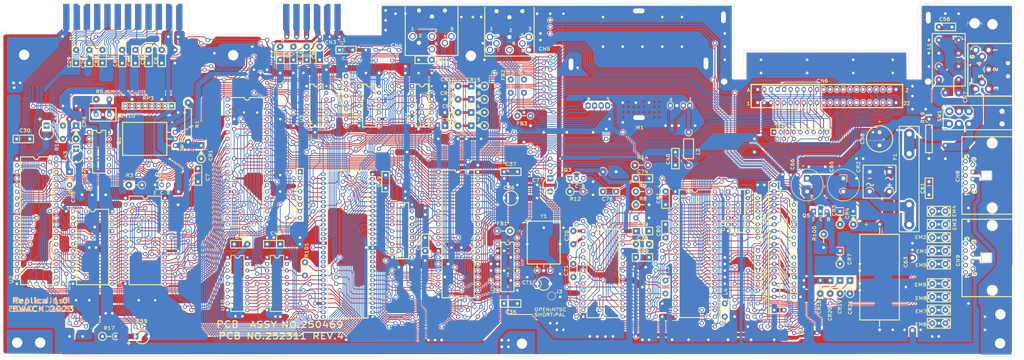
<source format=kicad_pcb>
(kicad_pcb (version 20221018) (generator pcbnew)
  (title_block (title "Replica of 250469 REV.4") (date "2023-02-21") (rev "1.0") (comment 1 "By BWACK"))
  (layers (0 "F.Cu" signal) (31 "B.Cu" signal) (34 "B.Paste" user) (35 "F.Paste" user) (36 "B.SilkS" user "B.Silkscreen") (37 "F.SilkS" user "F.Silkscreen") (38 "B.Mask" user) (39 "F.Mask" user) (44 "Edge.Cuts" user))
  (net 0 "")
  (net 1 "Net-(U9-CAP1A)")
  (net 2 "/~{FLAG2}")
  (net 3 "Net-(U9-CAP1B)")
  (net 4 "PHI2")
  (net 5 "9V_AC1")
  (net 6 "/A4")
  (net 7 "/A5")
  (net 8 "/A6")
  (net 9 "/A7")
  (net 10 "/A8")
  (net 11 "/A9")
  (net 12 "/A10")
  (net 13 "/A11")
  (net 14 "/A12")
  (net 15 "/A13")
  (net 16 "/A14")
  (net 17 "/A15")
  (net 18 "/~{CHAREN}")
  (net 19 "/~{HIRAM}")
  (net 20 "/ATN")
  (net 21 "Net-(U6-P5)")
  (net 22 "/~{LORAM}")
  (net 23 "9V_AC2")
  (net 24 "/CASS_MOTOR")
  (net 25 "/~{RESTORE}")
  (net 26 "Net-(U9-CAP2A)")
  (net 27 "Net-(U9-CAP2B)")
  (net 28 "/COL0")
  (net 29 "/COL6")
  (net 30 "/COL4")
  (net 31 "/COL2")
  (net 33 "Net-(C74-Pad1)")
  (net 34 "Net-(C76-Pad2)")
  (net 35 "Net-(U9-EXT_IN)")
  (net 36 "/AUDIO_IN")
  (net 37 "GND")
  (net 38 "+5V")
  (net 39 "/CASS_RD")
  (net 40 "/R{slash}~{W}")
  (net 41 "/D7")
  (net 42 "/D6")
  (net 43 "/D5")
  (net 44 "/D4")
  (net 45 "/D3")
  (net 46 "/D2")
  (net 47 "/D1")
  (net 48 "/D0")
  (net 49 "/A3")
  (net 50 "/A2")
  (net 51 "/A1")
  (net 52 "/A0")
  (net 53 "/CLK")
  (net 54 "/PB2")
  (net 55 "Net-(CR1-KATODE)")
  (net 56 "+9V_UNREG")
  (net 57 "Net-(Q2-PadB)")
  (net 58 "/CASS_SENS_P4")
  (net 59 "POT_BX")
  (net 60 "POT_X")
  (net 61 "POT_Y")
  (net 62 "POT_BY")
  (net 63 "POT_AX")
  (net 64 "POT_AY")
  (net 65 "/CASS_WRT_P3")
  (net 66 "/CNT1")
  (net 67 "/COL7")
  (net 68 "/SP1")
  (net 69 "/PB0")
  (net 70 "Net-(CN8-Pad1)")
  (net 71 "~{INTRES}")
  (net 72 "/CNT2")
  (net 73 "/SP2")
  (net 74 "/~{PC2}")
  (net 75 "/PB1")
  (net 76 "/PB3")
  (net 77 "/PB5")
  (net 78 "/PB6")
  (net 79 "/PB7")
  (net 80 "Net-(U1-TOD)")
  (net 81 "BTNA{slash}~{LP}")
  (net 82 "Net-(CR3-KATODE)")
  (net 83 "Net-(CR3-A)")
  (net 84 "Net-(CR6-KATODE)")
  (net 85 "/DATA")
  (net 86 "Net-(CR7-KATODE)")
  (net 87 "Net-(CN10-Pad1)")
  (net 88 "Net-(U9-AUDIO_OUT)")
  (net 89 "Net-(C59-Pad1)")
  (net 90 "Net-(R19-Pad1)")
  (net 91 "Net-(U10-~{CAS})")
  (net 92 "Net-(U8-~{CASRAM})")
  (net 93 "~{IRQ}")
  (net 94 "/~{VA14}")
  (net 95 "/~{VA15}")
  (net 96 "/ATNOUT")
  (net 97 "/CLKOUT")
  (net 98 "/DATAOUT")
  (net 99 "/~{NMI}")
  (net 100 "/~{CIA2}")
  (net 101 "Net-(U4-~{CS})")
  (net 102 "Net-(U5-~{CS1})")
  (net 103 "/PHI0")
  (net 104 "/RDY")
  (net 105 "/AEC&~{DMA}")
  (net 106 "Net-(CN8-Pad2)")
  (net 107 "/~{SID}")
  (net 108 "/D11")
  (net 109 "/D10")
  (net 110 "/AEC")
  (net 111 "/D9")
  (net 112 "/D8")
  (net 113 "Net-(CR5-A)")
  (net 114 "Net-(U22-Pad1)")
  (net 115 "Net-(U8-RESTORE)")
  (net 116 "/~{EXTRES}")
  (net 117 "Net-(U8-NMI)")
  (net 118 "Net-(U8-~{KERNAL})")
  (net 119 "Net-(U8-~{BASIC})")
  (net 120 "Net-(U7-~{CS})")
  (net 121 "Net-(M1-COLOR)_1")
  (net 122 "Net-(M1-SYNC+LUM)_1")
  (net 123 "/~{RAS}")
  (net 124 "/~{CAS}")
  (net 125 "/COLOR_CLOCK")
  (net 126 "/DOT_CLOCK")
  (net 127 "/MA0")
  (net 128 "/MA1")
  (net 129 "/MA2")
  (net 130 "/MA3")
  (net 131 "/MA4")
  (net 132 "/MA5")
  (net 133 "/VA6")
  (net 134 "/VA7")
  (net 135 "/~{IO1}")
  (net 136 "/~{IO2}")
  (net 137 "/MA6")
  (net 138 "/MA7")
  (net 140 "~{CIA1}")
  (net 141 "Net-(FB1-Pad2)")
  (net 142 "Net-(J3-Pad2)")
  (net 143 "Net-(CT1-Pad1)")
  (net 144 "Net-(U20-Pad14)")
  (net 145 "/~{GAME}")
  (net 146 "/~{EXROM}")
  (net 147 "/~{ROML}")
  (net 148 "/BA")
  (net 149 "/~{DMA}")
  (net 150 "/~{ROMH}")
  (net 151 "Net-(F1-Pad1)")
  (net 152 "/+5V'")
  (net 153 "/9VAC2'")
  (net 154 "/9VAC1'")
  (net 155 "/GND'")
  (net 156 "/LUM")
  (net 157 "/AUDIO_OUT")
  (net 158 "/COMP")
  (net 159 "/COLOR")
  (net 160 "Net-(U19-~{CS})")
  (net 165 "/RAM_R{slash}~{W}")
  (net 166 "Net-(M1-VCC)")
  (net 167 "Net-(CN8-Pad3)")
  (net 168 "/ROW3")
  (net 169 "/ROW6")
  (net 170 "/ROW5")
  (net 171 "Net-(CN8-Pad4)")
  (net 172 "Net-(CN8-Pad6)")
  (net 173 "Net-(CN9-Pad2)")
  (net 174 "Net-(CN9-Pad4)")
  (net 175 "Net-(CN9-Pad1)")
  (net 176 "Net-(CN9-Pad3)")
  (net 177 "Net-(L1-Pad5)")
  (net 179 "Net-(L1-Pad1)")
  (net 180 "Net-(M1-COMP)")
  (net 181 "Net-(M1-SYNC+LUM)")
  (net 182 "Net-(M1-COLOR)")
  (net 185 "/ROW7")
  (net 186 "/ROW2")
  (net 187 "/ROW1")
  (net 188 "/ROW0")
  (net 189 "/COL5")
  (net 190 "/COL3")
  (net 191 "/COL1")
  (net 192 "/PB4")
  (net 193 "/PA2")
  (net 194 "/ROW4")
  (net 195 "+9V{slash}12V")
  (footprint "c64c-library:RESISTOR_P200mil_STANDING" (layer "F.Cu") (at 53.34 205.74 -90)
    (fp_text reference "R17")
    (fp_text value "10k")
  )
  (footprint "c64c-library:SERIAL_CON_DIN6" (layer "F.Cu") (at 180.42 90.01)
    (fp_text reference "CN4")
    (fp_text value "~")
  )
  (footprint "c64c-library:PDIP-16" (layer "F.Cu") (at 209.55 177.8)
    (fp_text reference "U20")
    (fp_text value "MOS8701")
  )
  (footprint "c64c-library:CAP_DISC_P100mil" (layer "F.Cu") (at 24.07249 129.580653 -90)
    (fp_text reference "C30")
    (fp_text value ".1")
  )
  (footprint "c64c-library:JOYPORT_DB9" (layer "F.Cu") (at 389.001 143.673 90)
    (fp_text reference "CN8")
    (fp_text value "~")
  )
  (footprint "c64c-library:PDIP-14" (layer "F.Cu") (at 298.45 157.48)
    (fp_text reference "U18")
    (fp_text value "~")
  )
  (footprint "c64c-library:FERRITE_P200mil_STANDING" (layer "F.Cu") (at 210.52 165.1 90)
    (fp_text reference "FB1")
    (fp_text value "FERRITE_BEAD")
  )
  (footprint "c64c-library:RP_ARRAY_7WAY" (layer "F.Cu") (at 80.01 116.84 180)
    (fp_text reference "RP3")
    (fp_text value "3,3k" hide)
  )
  (footprint "c64c-library:EXPANSION_PORT" (layer "F.Cu") (at 306.07 115.57)
    (fp_text reference "CN6")
    (fp_text value "~" hide)
  )
  (footprint "c64c-library:CHOKE_FILTER" (layer "F.Cu") (at 379.73 99.06)
    (fp_text reference "L1")
    (fp_text value "CHOKE")
  )
  (footprint "c64c-library:LED" (layer "F.Cu") (at 50.931353 120.176056)
    (fp_text reference "CN10")
    (fp_text value "LED CONNECTOR")
  )
  (footprint "c64c-library:RESISTOR_P200mil_STANDING" (layer "F.Cu") (at 131.445 177.165 180)
    (fp_text reference "R101")
    (fp_text value "100")
  )
  (footprint "c64c-library:PDIP-18" (layer "F.Cu") (at 120.65 182.88)
    (fp_text reference "U11")
    (fp_text value "~")
  )
  (footprint "c64c-library:diodepackage" (layer "F.Cu") (at 320.04 186.69)
    (fp_text reference "DA2")
    (fp_text value "DIODE_ARRAY_COMMON_CATHODE")
  )
  (footprint "c64c-library:CAP_DISC_P100mil" (layer "F.Cu") (at 43.18 96.52)
    (fp_text reference "C29")
    (fp_text value ".1")
  )
  (footprint "c64c-library:PDIP-24" (layer "F.Cu") (at 49.53 171.45)
    (fp_text reference "U5")
    (fp_text value "2332C")
  )
  (footprint "c64c-library:RECTIFIER" (layer "F.Cu") (at 198.12 114.3 90)
    (fp_text reference "CR16")
    (fp_text value "~")
  )
  (footprint "" (layer "F.Cu") (at 389.763 84.963)
    (fp_text reference "HOLE4")
    (fp_text value "")
  )
  (footprint "c64c-library:CAP_RADIAL_P5.08MM_D6MM" (layer "F.Cu") (at 43.18 135.89 -90)
    (fp_text reference "C43")
    (fp_text value "220uF/16V")
  )
  (footprint "c64c-library:T-FILTER" (layer "F.Cu") (at 375.92 172.72 180)
    (fp_text reference "EM1")
    (fp_text value "~")
  )
  (footprint "c64c-library:EDGE_CON_12P_TAPE" (layer "F.Cu") (at 124.218 82.55)
    (fp_text reference "CN3")
    (fp_text value "~")
  )
  (footprint "c64c-library:T-FILTER" (layer "F.Cu") (at 375.92 185.42 180)
    (fp_text reference "EM9")
    (fp_text value "~")
  )
  (footprint "c64c-library:MountingHole_4mm_Pad" (layer "F.Cu") (at 399.542 208.407)
    (fp_text reference "REF**" hide)
    (fp_text value "MountingHole_4mm_Pad")
  )
  (footprint "c64c-library:CAP_DISC_P100mil" (layer "F.Cu") (at 372.11 149.86 180)
    (fp_text reference "C61")
    (fp_text value ".1")
  )
  (footprint "c64c-library:RESISTOR_AXIAL_600MIL" (layer "F.Cu") (at 86.36 123.19)
    (fp_text reference "R1")
    (fp_text value "470 1/2W")
  )
  (footprint "c64c-library:JUMPER_CLOSED" (layer "F.Cu") (at 168.916705 190.533216)
    (fp_text reference "JP2" hide)
    (fp_text value "SolderJumper_Closed")
  )
  (footprint "c64c-library:RP_ARRAY_7WAY" (layer "F.Cu") (at 129.54 142.24 -90)
    (fp_text reference "RP5")
    (fp_text value "3,3k" hide)
  )
  (footprint "c64c-library:T-FILTER" (layer "F.Cu") (at 375.92 200.66 180)
    (fp_text reference "EM6")
    (fp_text value "~")
  )
  (footprint "c64c-library:Q_NPN_ECB" (layer "F.Cu") (at 76.2 147.32)
    (fp_text reference "Q2")
    (fp_text value "2SC1815" hide)
  )
  (footprint "c64c-library:PDIP-14" (layer "F.Cu") (at 52.07 134.62)
    (fp_text reference "U23")
    (fp_text value "INVERTER_SCHMITTTRIGGER")
  )
  (footprint "c64c-library:CAP_RADIAL_P5.12MM_D12MM" (layer "F.Cu") (at 339.09 147.32)
    (fp_text reference "C65")
    (fp_text value "220uF")
  )
  (footprint "c64c-library:PDIP-18" (layer "F.Cu") (at 168.91 162.56)
    (fp_text reference "U19")
    (fp_text value "COLOR_RAM_2114")
  )
  (footprint "c64c-library:RESISTOR_P200mil_STANDING" (layer "F.Cu") (at 331.47 166.37 180)
    (fp_text reference "R100")
    (fp_text value "1,8k")
  )
  (footprint "c64c-library:CAP_DISC_P100mil" (layer "F.Cu") (at 76.2 96.52)
    (fp_text reference "C6")
    (fp_text value "470pF")
  )
  (footprint "c64c-library:CAP_DISC_P100mil" (layer "F.Cu") (at 71.12 96.52)
    (fp_text reference "C90")
    (fp_text value "470pF")
  )
  (footprint "c64c-library:CAP_RADIAL_P5.08MM_D6MM" (layer "F.Cu") (at 210.82 152.4)
    (fp_text reference "C36")
    (fp_text value "47u/16V")
  )
  (footprint "c64c-library:RESISTOR_P200mil_STANDING" (layer "F.Cu") (at 63.5 147.32 -90)
    (fp_text reference "R3")
    (fp_text value "1k")
  )
  (footprint "c64c-library:EDGE_CON_24P_USERPORT" (layer "F.Cu") (at 59.042954 82.159993)
    (fp_text reference "CN2")
    (fp_text value "~")
  )
  (footprint "c64c-library:AV_CON_DIN8" (layer "F.Cu") (at 210.305 90.25)
    (fp_text reference "CN5")
    (fp_text value "~")
  )
  (footprint "c64c-library:Q_NPN_ECB" (layer "F.Cu") (at 236.22 144.78)
    (fp_text reference "Q3")
    (fp_text value "2SC1815" hide)
  )
  (footprint "c64c-library:CAP_DISC_P100mil" (layer "F.Cu") (at 107.95 170.18 -90)
    (fp_text reference "C47")
    (fp_text value ".1")
  )
  (footprint "c64c-library:PDIP-40" (layer "F.Cu") (at 27.94 152.443649)
    (fp_text reference "U2")
    (fp_text value "~")
  )
  (footprint "c64c-library:CAP_DISC_P100mil" (layer "F.Cu") (at 146.05 95.25 90)
    (fp_text reference "C1")
    (fp_text value "0,1u")
  )
  (footprint "c64c-library:FERRITE_P200mil_STANDING" (layer "F.Cu") (at 210.82 106.68 180)
    (fp_text reference "FB2")
    (fp_text value "FERRITE_BEAD")
  )
  (footprint "c64c-library:Cartridge Shield" (layer "F.Cu") (at 340.106 113.792)
    (fp_text reference "REF**" hide)
    (fp_text value "Cartridge Shield")
  )
  (footprint "c64c-library:POWER_RESISTOR" (layer "F.Cu") (at 365.778345 189.411327 180)
    (fp_text reference "R2" hide)
    (fp_text value "20")
  )
  (footprint "c64c-library:CAP_DISC_P100mil" (layer "F.Cu") (at 66.04 99.06 180)
    (fp_text reference "C86")
    (fp_text value "220p")
  )
  (footprint "c64c-library:FUSE" (layer "F.Cu") (at 364.49 145.415)
    (fp_text reference "F1")
    (fp_text value "1,5A")
  )
  (footprint "c64c-library:T-FILTER" (layer "F.Cu") (at 375.92 190.5 180)
    (fp_text reference "EM8")
    (fp_text value "~")
  )
  (footprint "c64c-library:PDIP-14" (layer "F.Cu") (at 135.89 116.84)
    (fp_text reference "U3")
    (fp_text value "74LS08_AND")
  )
  (footprint "c64c-library:CAP_VARIABLE" (layer "F.Cu") (at 223.52 185.42)
    (fp_text reference "CT1")
    (fp_text value "7,7-40pF")
  )
  (footprint "c64c-library:RECTIFIER" (layer "F.Cu") (at 40.64 144.78)
    (fp_text reference "CR5")
    (fp_text value "~")
  )
  (footprint "c64c-library:diodepackage" (layer "F.Cu") (at 320.04 166.37)
    (fp_text reference "DA3")
    (fp_text value "DIODE_ARRAY_COMMON_CATHODE")
  )
  (footprint "c64c-library:RESISTOR_P200mil_STANDING" (layer "F.Cu") (at 258.685 139.7 -90)
    (fp_text reference "R14")
    (fp_text value "100k")
  )
  (footprint "c64c-library:CAP_DISC_P100mil" (layer "F.Cu") (at 60.96 99.06 180)
    (fp_text reference "C87")
    (fp_text value "220p")
  )
  (footprint "c64c-library:RECTIFIER" (layer "F.Cu") (at 334.01 186.69)
    (fp_text reference "CR20")
    (fp_text value "~")
  )
  (footprint "c64c-library:PDIP-28" (layer "F.Cu") (at 69.85 166.37)
    (fp_text reference "U4")
    (fp_text value "27128B")
  )
  (footprint "c64c-library:CAP_DISC_P100mil" (layer "F.Cu") (at 260.35 144.78 90)
    (fp_text reference "C74")
    (fp_text value "1000pF")
  )
  (footprint "" (layer "F.Cu") (at 103.759 97.282)
    (fp_text reference "")
    (fp_text value "")
  )
  (footprint "c64c-library:RECTIFIER" (layer "F.Cu") (at 198.12 119.38 90)
    (fp_text reference "CR14")
    (fp_text value "~")
  )
  (footprint "c64c-library:T-FILTER" (layer "F.Cu") (at 375.92 167.64 180)
    (fp_text reference "EM2")
    (fp_text value "~")
  )
  (footprint "c64c-library:Modulator" (layer "F.Cu") (at 279.868169 116.715633)
    (fp_text reference "M1")
    (fp_text value "~")
  )
  (footprint "c64c-library:RESISTOR_P200mil_STANDING" (layer "F.Cu") (at 233.68 149.86 -90)
    (fp_text reference "R12")
    (fp_text value "1k")
  )
  (footprint "c64c-library:RECTIFIER" (layer "F.Cu") (at 198.12 109.22 90)
    (fp_text reference "CR15")
    (fp_text value "~")
  )
  (footprint "c64c-library:CAP_RADIAL_P5.12MM_D12MM" (layer "F.Cu") (at 325.12 147.32)
    (fp_text reference "C66")
    (fp_text value "330u")
  )
  (footprint "c64c-library:PDIP-40" (layer "F.Cu") (at 281.94 165.1)
    (fp_text reference "U1")
    (fp_text value "MOS6526")
  )
  (footprint "c64c-library:RECTIFIER" (layer "F.Cu") (at 198.12 124.46 90)
    (fp_text reference "CR17")
    (fp_text value "~")
  )
  (footprint "c64c-library:CAP_DISC_P100mil" (layer "F.Cu") (at 120.645486 170.18 -90)
    (fp_text reference "C48")
    (fp_text value ".1")
  )
  (footprint "c64c-library:diodepackage" (layer "F.Cu") (at 306.197 184.15)
    (fp_text reference "DA1")
    (fp_text value "DIODE_ARRAY_COMMON_Anoda")
  )
  (footprint "c64c-library:INDUCTOR_P200mil" (layer "F.Cu") (at 293.37 195.58)
    (fp_text reference "L4")
    (fp_text value "~")
  )
  (footprint "c64c-library:CAP_RADIAL_P5.08MM_D6MM" (layer "F.Cu") (at 226.06 147.32 -90)
    (fp_text reference "C77")
    (fp_text value "10u")
  )
  (footprint "c64c-library:RECTIFIER" (layer "F.Cu") (at 342.9 160.02)
    (fp_text reference "CR4")
    (fp_text value "1N4001")
  )
  (footprint "c64c-library:INDUCTOR_P200mil" (layer "F.Cu") (at 270.51 186.69)
    (fp_text reference "L3")
    (fp_text value "~")
  )
  (footprint "c64c-library:CAP_DISC_P100mil" (layer "F.Cu") (at 132.08 95.25)
    (fp_text reference "C4")
    (fp_text value "470")
  )
  (footprint "" (layer "F.Cu") (at 378.46 137.16)
    (fp_text reference "")
    (fp_text value "")
  )
  (footprint "c64c-library:CAP_AXIAL_BIG" (layer "F.Cu") (at 353.06 182.88)
    (fp_text reference "C63")
    (fp_text value "1000u")
  )
  (footprint "c64c-library:Q_NPN_ECB" (layer "F.Cu") (at 330.2 157.48)
    (fp_text reference "Q5")
    (fp_text value "2SC1384" hide)
  )
  (footprint "c64c-library:diodepackage" (layer "F.Cu") (at 306.07 163.83)
    (fp_text reference "DA4")
    (fp_text value "DIODE_ARRAY_COMMON_Anoda")
  )
  (footprint "c64c-library:RECTIFIER" (layer "F.Cu") (at 337.82 160.02)
    (fp_text reference "CR3")
    (fp_text value "1N4001")
  )
  (footprint "c64c-library:RP_ARRAY_5WAY" (layer "F.Cu") (at 147.32 105.41 -90)
    (fp_text reference "RP6")
    (fp_text value "1k" hide)
  )
  (footprint "c64c-library:CAP_DISC_P100mil" (layer "F.Cu") (at 121.92 95.25)
    (fp_text reference "C2")
    (fp_text value "470")
  )
  (footprint "c64c-library:RECTIFIER" (layer "F.Cu") (at 187.96 114.3 90)
    (fp_text reference "CR12")
    (fp_text value "~")
  )
  (footprint "c64c-library:CAP_DISC_P100mil" (layer "F.Cu") (at 177.8 168.91)
    (fp_text reference "C34")
    (fp_text value ".1")
  )
  (footprint "c64c-library:CRYSTAL" (layer "F.Cu") (at 223.52 180.34)
    (fp_text reference "Y1")
    (fp_text value "Crystal" hide)
  )
  (footprint "c64c-library:RECTIFIER" (layer "F.Cu") (at 187.96 124.46 90)
    (fp_text reference "CR13")
    (fp_text value "~")
  )
  (footprint "c64c-library:RP_ARRAY_8WAY" (layer "F.Cu") (at 312.42 127)
    (fp_text reference "RP4")
    (fp_text value "3,3k")
  )
  (footprint "" (layer "F.Cu") (at 396.621 85.344)
    (fp_text reference "")
    (fp_text value "")
  )
  (footprint "c64c-library:PLA_252535-01" (layer "F.Cu") (at 138.490189 143.160917)
    (fp_text reference "U8")
    (fp_text value "251715-01")
  )
  (footprint "c64c-library:PDIP-14" (layer "F.Cu") (at 156.21 116.84)
    (fp_text reference "U22")
    (fp_text value "INVERTER_OPENCOLLECTOR_7406")
  )
  (footprint "c64c-library:CAP_DISC_P100mil" (layer "F.Cu") (at 212.09 142.24 -90)
    (fp_text reference "C37")
    (fp_text value ".1")
  )
  (footprint "c64c-library:CAP_DISC_P100mil" (layer "F.Cu") (at 48.26 96.52)
    (fp_text reference "C28")
    (fp_text value ".1")
  )
  (footprint "c64c-library:PDIP-18" (layer "F.Cu") (at 105.41 182.88)
    (fp_text reference "U10")
    (fp_text value "~")
  )
  (footprint "c64c-library:CAP_DISC_P100mil" (layer "F.Cu") (at 127 95.25)
    (fp_text reference "C3")
    (fp_text value "470")
  )
  (footprint "c64c-library:FERRITE_P200mil_STANDING" (layer "F.Cu") (at 215.9 106.68 180)
    (fp_text reference "FB4")
    (fp_text value "FERRITE_BEAD")
  )
  (footprint "c64c-library:CAP_DISC_P100mil" (layer "F.Cu") (at 260.35 170.18 90)
    (fp_text reference "C79")
    (fp_text value ".1")
  )
  (footprint "c64c-library:MountingHole_4mm_Pad" (layer "F.Cu") (at 399.669 197.231)
    (fp_text reference "REF**" hide)
    (fp_text value "MountingHole_4mm_Pad")
  )
  (footprint "c64c-library:RECTIFIER" (layer "F.Cu") (at 337.82 175.26)
    (fp_text reference "CR7")
    (fp_text value "See [6] in schema")
  )
  (footprint "c64c-library:T-FILTER" (layer "F.Cu") (at 375.92 162.56 180)
    (fp_text reference "EM3")
    (fp_text value "~")
  )
  (footprint "" (layer "F.Cu") (at 215.138 208.534)
    (fp_text reference "")
    (fp_text value "")
  )
  (footprint "c64c-library:CAP_DISC_P100mil" (layer "F.Cu") (at 260.35 175.26 90)
    (fp_text reference "C69")
    (fp_text value ".1")
  )
  (footprint "c64c-library:JUMPER_NO" (layer "F.Cu") (at 226.568 190.119 180)
    (fp_text reference "J3")
    (fp_text value "~")
  )
  (footprint "c64c-library:RECTIFIER" (layer "F.Cu") (at 43.18 127)
    (fp_text reference "CR6")
    (fp_text value "VZ=3V")
  )
  (footprint "c64c-library:PDIP-40" (layer "F.Cu") (at 190.5 157.48)
    (fp_text reference "U7")
    (fp_text value "VIC_II")
  )
  (footprint "c64c-library:RECTIFIER" (layer "F.Cu") (at 187.96 109.22 90)
    (fp_text reference "CR11")
    (fp_text value "~")
  )
  (footprint "" (layer "F.Cu") (at 29.337 208.153)
    (fp_text reference "")
    (fp_text value "")
  )
  (footprint "c64c-library:RESISTOR_P200mil_STANDING" (layer "F.Cu") (at 50.927 114.3 -90)
    (fp_text reference "R5")
    (fp_text value "390")
  )
  (footprint "c64c-library:RESISTOR_P200mil_STANDING" (layer "F.Cu") (at 38.1 124.46 180)
    (fp_text reference "R16")
    (fp_text value "560")
  )
  (footprint "c64c-library:RESISTOR_P200mil_STANDING" (layer "F.Cu") (at 259.08 154.94 -90)
    (fp_text reference "R8")
    (fp_text value "1k")
  )
  (footprint "c64c-library:T-FILTER" (layer "F.Cu") (at 375.92 177.8 180)
    (fp_text reference "EM5")
    (fp_text value "~")
  )
  (footprint "c64c-library:T-FILTER" (layer "F.Cu") (at 375.92 195.58 180)
    (fp_text reference "EM7")
    (fp_text value "~")
  )
  (footprint "c64c-library:CAP_DISC_P100mil" (layer "F.Cu") (at 209.55 193.04 90)
    (fp_text reference "C35")
    (fp_text value ".1")
  )
  (footprint "c64c-library:CAP_DISC_P100mil" (layer "F.Cu") (at 234.95 166.37)
    (fp_text reference "C70")
    (fp_text value "SeeTable")
  )
  (footprint "c64c-library:CAP_DISC_P100mil" (layer "F.Cu") (at 270.51 151.13)
    (fp_text reference "C81")
    (fp_text value "2200pF")
  )
  (footprint "c64c-library:POWER_CON_D7_250407" (layer "F.Cu") (at 395.13 102.79)
    (fp_text reference "CN7")
    (fp_text value "~")
  )
  (footprint "c64c-library:RECTIFIER" (layer "F.Cu") (at 337.82 186.69)
    (fp_text reference "CR19")
    (fp_text value "~")
  )
  (footprint "c64c-library:PDIP-40" (layer "F.Cu") (at 109.22 129.54)
    (fp_text reference "U6")
    (fp_text value "8500")
  )
  (footprint "" (layer "F.Cu") (at 20.447 208.153)
    (fp_text reference "")
    (fp_text value "")
  )
  (footprint "c64c-library:INDUCTOR_P500mil" (layer "F.Cu") (at 279.4 133.35 180)
    (fp_text reference "L2")
    (fp_text value "2,2u")
  )
  (footprint "c64c-library:CAP_RADIAL_P5.08MM_D6MM" (layer "F.Cu") (at 68.58 205.74)
    (fp_text reference "C59")
    (fp_text value "4.7" hide)
  )
  (footprint "c64c-library:CAP_DISC_P100mil" (layer "F.Cu") (at 137.16 95.25)
    (fp_text reference "C84")
    (fp_text value "0,1u")
  )
  (footprint "c64c-library:CAP_RADIAL_P5.12MM_D10MM" (layer "F.Cu") (at 353.06 129.54)
    (fp_text reference "C58")
    (fp_text value "100u 16V")
  )
  (footprint "" (layer "F.Cu") (at 23.114 97.155)
    (fp_text reference "")
    (fp_text value "")
  )
  (footprint "c64c-library:RESISTOR_P200mil_STANDING" (layer "F.Cu") (at 259.08 149.86 -90)
    (fp_text reference "R9")
    (fp_text value "10k")
  )
  (footprint "c64c-library:RECTIFIER" (layer "F.Cu") (at 330.2 186.69)
    (fp_text reference "CR18")
    (fp_text value "~")
  )
  (footprint "c64c-library:CAP_RADIAL_P5.08MM_D6MM" (layer "F.Cu") (at 31.75 127 -90)
    (fp_text reference "C44")
    (fp_text value "2,2u")
  )
  (footprint "c64c-library:JOYPORT_DB9" (layer "F.Cu") (at 389.047 175.466 90)
    (fp_text reference "CN9")
    (fp_text value "~")
  )
  (footprint "c64c-library:BRIDGE_RECTIFIER" (layer "F.Cu") (at 356.87 142.24)
    (fp_text reference "CR2")
    (fp_text value "BRIDGE_RECTIFIER" hide)
  )
  (footprint "c64c-library:POWER_SWITCH" (layer "F.Cu") (at 383.794 121.4588 90)
    (fp_text reference "SW1")
    (fp_text value "~")
  )
  (footprint "" (layer "F.Cu") (at 195.453 97.536)
    (fp_text reference "")
    (fp_text value "")
  )
  (footprint "c64c-library:T-FILTER" (layer "F.Cu") (at 375.92 157.48 180)
    (fp_text reference "EM4")
    (fp_text value "~")
  )
  (footprint "c64c-library:CAP_DISC_P100mil" (layer "F.Cu") (at 90.17 142.24)
    (fp_text reference "C7")
    (fp_text value ".1")
  )
  (footprint "c64c-library:RECTIFIER" (layer "F.Cu") (at 91.44 134.62)
    (fp_text reference "CR1")
    (fp_text value "VZ-6,8V")
  )
  (footprint "c64c-library:CAP_DISC_P100mil" (layer "F.Cu") (at 377.19 86.36 90)
    (fp_text reference "C56")
    (fp_text value ".01")
  )
  (footprint "c64c-library:KEYBOARD_CONN_20pinlist" (layer "F.Cu") (at 312.42 171.45)
    (fp_text reference "CN1")
    (fp_text value "~")
  )
  (footprint "c64c-library:PDIP-14" (layer "F.Cu") (at 176.53 116.84)
    (fp_text reference "U21")
    (fp_text value "~")
  )
  (footprint "c64c-library:RECTIFIER" (layer "F.Cu") (at 341.63 186.69)
    (fp_text reference "CR21")
    (fp_text value "~")
  )
  (footprint "c64c-library:CAP_DISC_P100mil" (layer "F.Cu") (at 162.562612 144.784514)
    (fp_text reference "C19")
    (fp_text value ".1")
  )
  (footprint "c64c-library:CAP_DISC_P100mil" (layer "F.Cu") (at 260.35 165.1 90)
    (fp_text reference "C39")
    (fp_text value ".1")
  )
  (footprint "c64c-library:CAP_DISC_P100mil" (layer "F.Cu") (at 53.34 99.06 180)
    (fp_text reference "C88")
    (fp_text value "220p")
  )
  (footprint "c64c-library:CAP_DISC_P100mil" (layer "F.Cu") (at 234.95 179.07)
    (fp_text reference "C71")
    (fp_text value "SeeTable")
  )
  (footprint "c64c-library:CAP_DISC_P100mil" (layer "F.Cu") (at 250.19 149.86 -90)
    (fp_text reference "C76")
    (fp_text value "470pF")
  )
  (footprint "c64c-library:PDIP-28" (layer "F.Cu") (at 246.38 179.07)
    (fp_text reference "U9")
    (fp_text value "SID")
  )
  (footprint "c64c-library:CAP_DISC_P100mil" (layer "F.Cu") (at 274.32 135.89)
    (fp_text reference "C40")
    (fp_text value ".1")
  )
  (footprint "c64c-library:TO-220-3_Horizontal_TabDown_250407" (layer "F.Cu") (at 81.43 132.08 180)
    (fp_text reference "Q1")
    (fp_text value "2SD313")
  )
  (footprint "c64c-library:CAP_DISC_P100mil" (layer "F.Cu") (at 179.07 99.06 -90)
    (fp_text reference "C94")
    (fp_text value "150pF")
  )
  (footprint "c64c-library:RESISTOR_AXIAL_600MIL" (layer "F.Cu") (at 372.11 129.54)
    (fp_text reference "R19")
    (fp_text value "10")
  )
  (footprint "c64c-library:CAP_DISC_P100mil" (layer "F.Cu") (at 270.51 166.37 180)
    (fp_text reference "C80")
    (fp_text value "2200pF")
  )
  (footprint "c64c-library:FERRITE_P200mil_STANDING" (layer "F.Cu") (at 213.36 120.65 -90)
    (fp_text reference "FB3")
    (fp_text value "FERRITE_BEAD")
  )
  (footprint "c64c-library:RECTIFIER" (layer "F.Cu") (at 187.96 119.38 90)
    (fp_text reference "CR9")
    (fp_text value "1N914")
  )
  (gr_line (start 80.285463 78.232) (end 79.502 77.448498) (stroke (width 0.1)) (layer "Edge.Cuts"))
  (gr_line (start 139.706463 77.448498) (end 146.691463 77.448498) (stroke (width 0.1)) (layer "Edge.Cuts"))
  (gr_line (start 300.583663 106.023498) (end 300.583663 95.387298) (stroke (width 0.1)) (layer "Edge.Cuts"))
  (gr_line (start 147.707463 78.496298) (end 146.691463 77.448498) (stroke (width 0.1)) (layer "Edge.Cuts"))
  (gr_line (start 44.725463 78.369298) (end 44.725463 87.640298) (stroke (width 0.1)) (layer "Edge.Cuts"))
  (gr_line (start 367.734963 77.448498) (end 405.104663 77.448498) (stroke (width 0.1)) (layer "Edge.Cuts"))
  (gr_line (start 45.995463 87.640298) (end 45.995463 78.369298) (stroke (width 0.1)) (layer "Edge.Cuts"))
  (gr_line (start 137.547463 78.496298) (end 136.404463 77.448498) (stroke (width 0.1)) (layer "Edge.Cuts"))
  (gr_line (start 81.682463 78.369298) (end 82.571463 77.448498) (stroke (width 0.1)) (layer "Edge.Cuts"))
  (gr_line (start 121.545463 77.448498) (end 136.404463 77.448498) (stroke (width 0.1)) (layer "Edge.Cuts"))
  (gr_line (start 120.561263 78.496298) (end 121.545463 77.448498) (stroke (width 0.1)) (layer "Edge.Cuts"))
  (gr_line (start 297.091263 106.023498) (end 300.583663 106.023498) (stroke (width 0.1)) (layer "Edge.Cuts"))
  (gr_line (start 35.835463 78.369298) (end 36.851463 77.448498) (stroke (width 0.1)) (layer "Edge.Cuts"))
  (gr_line (start 137.547463 87.640298) (end 138.690463 87.640298) (stroke (width 0.1)) (layer "Edge.Cuts"))
  (gr_line (start 80.285463 78.232) (end 80.285463 87.640298) (stroke (width 0.1)) (layer "Edge.Cuts"))
  (gr_line (start 405.104663 77.448498) (end 405.104663 213.36) (stroke (width 0.1)) (layer "Edge.Cuts"))
  (gr_line (start 15.074463 89.196098) (end 35.835463 89.196098) (stroke (width 0.1)) (layer "Edge.Cuts"))
  (gr_line (start 80.285463 87.640298) (end 81.682463 87.640298) (stroke (width 0.1)) (layer "Edge.Cuts"))
  (gr_line (start 36.851463 77.448498) (end 43.836463 77.448498) (stroke (width 0.1)) (layer "Edge.Cuts"))
  (gr_line (start 300.583663 95.387298) (end 364.242463 95.387298) (stroke (width 0.1)) (layer "Edge.Cuts"))
  (gr_line (start 147.707463 78.496298) (end 147.707463 89.196098) (stroke (width 0.1)) (layer "Edge.Cuts"))
  (gr_line (start 35.835463 89.196098) (end 35.835463 78.369298) (stroke (width 0.1)) (layer "Edge.Cuts"))
  (gr_line (start 367.734963 106.023498) (end 367.734963 77.448498) (stroke (width 0.1)) (layer "Edge.Cuts"))
  (gr_line (start 396.324663 173.655898) (end 396.324663 177.150298) (stroke (width 0.3)) (layer "Edge.Cuts"))
  (gr_line (start 364.242463 106.023498) (end 367.734963 106.023498) (stroke (width 0.1)) (layer "Edge.Cuts"))
  (gr_line (start 137.547463 78.496298) (end 137.547463 87.640298) (stroke (width 0.1)) (layer "Edge.Cuts"))
  (gr_line (start 86.635463 89.196098) (end 120.561263 89.196098) (stroke (width 0.1)) (layer "Edge.Cuts"))
  (gr_line (start 46.863 77.448498) (end 79.502 77.448498) (stroke (width 0.1)) (layer "Edge.Cuts"))
  (gr_line (start 85.746463 77.448498) (end 86.635463 78.369298) (stroke (width 0.1)) (layer "Edge.Cuts"))
  (gr_line (start 44.725463 78.369298) (end 43.836463 77.448498) (stroke (width 0.1)) (layer "Edge.Cuts"))
  (gr_line (start 147.707463 89.196098) (end 159.613663 89.196098) (stroke (width 0.1)) (layer "Edge.Cuts"))
  (gr_line (start 396.324663 145.400298) (end 392.384163 145.400298) (stroke (width 0.3)) (layer "Edge.Cuts"))
  (gr_line (start 405.104663 213.36) (end 15.074463 213.36) (stroke (width 0.1)) (layer "Edge.Cuts"))
  (gr_line (start 396.324663 177.150298) (end 392.384163 177.150298) (stroke (width 0.3)) (layer "Edge.Cuts"))
  (gr_line (start 297.091263 77.448498) (end 297.091263 106.023498) (stroke (width 0.1)) (layer "Edge.Cuts"))
  (gr_line (start 82.571463 77.448498) (end 85.746463 77.448498) (stroke (width 0.1)) (layer "Edge.Cuts"))
  (gr_line (start 138.690463 87.640298) (end 138.690463 78.496298) (stroke (width 0.1)) (layer "Edge.Cuts"))
  (gr_line (start 86.635463 78.369298) (end 86.635463 89.196098) (stroke (width 0.1)) (layer "Edge.Cuts"))
  (gr_line (start 81.682463 87.640298) (end 81.682463 78.369298) (stroke (width 0.1)) (layer "Edge.Cuts"))
  (gr_line (start 392.384163 145.400298) (end 392.384163 141.905898) (stroke (width 0.3)) (layer "Edge.Cuts"))
  (gr_line (start 392.384163 173.655898) (end 396.324663 173.655898) (stroke (width 0.3)) (layer "Edge.Cuts"))
  (gr_line (start 159.613663 77.448498) (end 297.091263 77.448498) (stroke (width 0.1)) (layer "Edge.Cuts"))
  (gr_line (start 396.324663 141.905898) (end 396.324663 145.400298) (stroke (width 0.3)) (layer "Edge.Cuts"))
  (gr_line (start 159.613663 89.196098) (end 159.613663 77.448498) (stroke (width 0.1)) (layer "Edge.Cuts"))
  (gr_line (start 392.384163 177.150298) (end 392.384163 173.655898) (stroke (width 0.3)) (layer "Edge.Cuts"))
  (gr_line (start 15.074463 213.36) (end 15.074463 89.196098) (stroke (width 0.1)) (layer "Edge.Cuts"))
  (gr_line (start 138.690463 78.496298) (end 139.706463 77.448498) (stroke (width 0.1)) (layer "Edge.Cuts"))
  (gr_line (start 45.995463 78.369298) (end 46.863 77.448498) (stroke (width 0.1)) (layer "Edge.Cuts"))
  (gr_line (start 44.725463 87.640298) (end 45.995463 87.640298) (stroke (width 0.1)) (layer "Edge.Cuts"))
  (gr_line (start 364.242463 95.387298) (end 364.242463 106.023498) (stroke (width 0.1)) (layer "Edge.Cuts"))
  (gr_line (start 392.384163 141.905898) (end 396.324663 141.905898) (stroke (width 0.3)) (layer "Edge.Cuts"))
  (gr_line (start 120.561263 89.196098) (end 120.561263 78.496298) (stroke (width 0.1)) (layer "Edge.Cuts"))
  (gr_text "Replica 1.0\nBWACK 2023" (at 41.275 196.342) (layer "B.SilkS") (effects (font (size 2 2.5) (thickness 0.5) bold) (justify left bottom mirror)))
  (gr_text "REV.4" (at 133.985 207.01) (layer "F.SilkS") (effects (font (size 2.35 2.9) (thickness 0.45) bold) (justify left bottom)))
  (gr_text "OPEN:NTSC\nSHORT:PAL" (at 219.737081 198.125708) (layer "F.SilkS") (effects (font (size 1.25 1.5) (thickness 0.25) bold) (justify left bottom)))
  (gr_text "NO.252311" (at 108.585 207.01) (layer "F.SilkS") (effects (font (size 2.35 2.8) (thickness 0.45) bold) (justify left bottom)))
  (gr_text "PCB" (at 96.959379 202.565) (layer "F.SilkS") (effects (font (size 2.5 2.9) (thickness 0.45) bold) (justify left bottom)))
  (gr_text "NO.250469" (at 121.92 202.565) (layer "F.SilkS") (effects (font (size 2.35 2.9) (thickness 0.45) bold) (justify left bottom)))
  (gr_text "ASSY" (at 109.855 202.565) (layer "F.SilkS") (effects (font (size 2.35 2.9) (thickness 0.45) bold) (justify left bottom)))
  (gr_text "Replica 1.0\nBWACK 2023" (at 18.161 196.342) (layer "F.SilkS") (effects (font (size 2 2.5) (thickness 0.5) bold) (justify left bottom)))
  (gr_text "PCB" (at 97.79 207.01) (layer "F.SilkS") (effects (font (size 2.5 2.9) (thickness 0.45) bold) (justify left bottom)))
  (segment (start 212.725 93.853) (end 215.646 99.06) (width 0.3) (layer "B.Cu") (net 0))
  (segment (start 212.598 93.218) (end 212.725 93.853) (width 0.3) (layer "B.Cu") (net 0))
  (segment (start 231.521 120.777) (end 233.172 119.38) (width 0.3) (layer "B.Cu") (net 0))
  (segment (start 215.646 99.06) (end 219.71 99.06) (width 0.3) (layer "B.Cu") (net 0))
  (segment (start 219.71 99.06) (end 219.71 116.84) (width 0.3) (layer "B.Cu") (net 0))
  (segment (start 219.71 116.84) (end 223.266 120.777) (width 0.3) (layer "B.Cu") (net 0))
  (segment (start 223.266 120.777) (end 231.521 120.777) (width 0.3) (layer "B.Cu") (net 0))
  (segment (start 240.157 118.872) (end 240.792 118.872) (width 0.3) (layer "B.Cu") (net 0))
  (segment (start 239.141 119.38) (end 240.157 118.872) (width 0.3) (layer "B.Cu") (net 0))
  (segment (start 233.172 119.38) (end 239.141 119.38) (width 0.3) (layer "B.Cu") (net 0))
  (segment (start 234.95 165.1) (end 238.76 165.1) (width 1) (layer "F.Cu") (net 1))
  (segment (start 35.56 177.8) (end 25.4 177.8) (width 0.3) (layer "F.Cu") (net 2))
  (via (at 25.4 177.8) (size 1.6) (drill 1) (layers "F.Cu" "B.Cu") (net 2))
  (segment (start 55.823648 92.726833) (end 56.291352 93.328167) (width 0.3) (layer "B.Cu") (net 2))
  (segment (start 33.897236 133.650279) (end 29.195764 137.367721) (width 0.3) (layer "B.Cu") (net 2))
  (segment (start 28.947757 155.932574) (end 29.192243 156.360425) (width 0.3) (layer "B.Cu") (net 2))
  (segment (start 55.613 91.981214) (end 55.613 92.112892) (width 0.3) (layer "B.Cu") (net 2))
  (segment (start 69.676786 89.916) (end 64.183222 89.916) (width 0.3) (layer "B.Cu") (net 2))
  (segment (start 51.422 99.425) (end 51.422 105.141553) (width 0.3) (layer "B.Cu") (net 2))
  (segment (start 68.799317 113.201888) (end 71.617577 115.634178) (width 0.3) (layer "B.Cu") (net 2))
  (segment (start 69.677259 93.099846) (end 68.764582 93.936467) (width 0.3) (layer "B.Cu") (net 2))
  (segment (start 78.767154 82.462493) (end 78.727 87.376) (width 0.3) (layer "B.Cu") (net 2))
  (segment (start 49.083768 107.569) (end 39.286831 107.569) (width 0.3) (layer "B.Cu") (net 2))
  (segment (start 76.06 89.027) (end 71.394214 89.027) (width 0.3) (layer "B.Cu") (net 2))
  (segment (start 76.06 89.027) (end 76.06 93.599) (width 0.3) (layer "B.Cu") (net 2))
  (segment (start 56.082107 91.097893) (end 55.905893 91.274107) (width 0.3) (layer "B.Cu") (net 2))
  (segment (start 28.816 138.152137) (end 28.816 155.436435) (width 0.3) (layer "B.Cu") (net 2))
  (segment (start 68.440307 94.674317) (end 68.452681 112.44554) (width 0.3) (layer "B.Cu") (net 2))
  (segment (start 76.06 93.599) (end 76.2 95.25) (width 0.3) (layer "B.Cu") (net 2))
  (segment (start 38.552028 107.89072) (end 34.542196 112.234704) (width 0.3) (layer "B.Cu") (net 2))
  (segment (start 73.105786 92.837) (end 70.352984 92.837) (width 0.3) (layer "B.Cu") (net 2))
  (segment (start 28.497419 174.66761) (end 25.133 177.8) (width 0.3) (layer "B.Cu") (net 2))
  (segment (start 29.324 156.856564) (end 29.324 165.723436) (width 0.3) (layer "B.Cu") (net 2))
  (segment (start 56.502 93.942108) (end 56.502 96.959934) (width 0.3) (layer "B.Cu") (net 2))
  (segment (start 75.933 95.25) (end 73.812893 93.129893) (width 0.3) (layer "B.Cu") (net 2))
  (segment (start 29.192243 166.219575) (end 28.947757 166.647426) (width 0.3) (layer "B.Cu") (net 2))
  (segment (start 71.825509 115.883119) (end 72.39 116.84) (width 0.3) (layer "B.Cu") (net 2))
  (segment (start 51.151537 105.825494) (end 49.813305 107.252941) (width 0.3) (layer "B.Cu") (net 2))
  (segment (start 54.978801 98.425) (end 52.422 98.425) (width 0.3) (layer "B.Cu") (net 2))
  (segment (start 63.60976 90.096768) (end 62.85624 90.624232) (width 0.3) (layer "B.Cu") (net 2))
  (segment (start 70.687107 89.319893) (end 70.383893 89.623107) (width 0.3) (layer "B.Cu") (net 2))
  (segment (start 62.282778 90.805) (end 56.789214 90.805) (width 0.3) (layer "B.Cu") (net 2))
  (segment (start 78.727 87.376) (end 76.06 89.027) (width 0.3) (layer "B.Cu") (net 2))
  (segment (start 56.166364 97.707343) (end 55.643165 98.172409) (width 0.3) (layer "B.Cu") (net 2))
  (segment (start 34.277 112.912984) (end 34.277 132.865863) (width 0.3) (layer "B.Cu") (net 2))
  (segment (start 28.816 167.143565) (end 28.816 173.935716) (width 0.3) (layer "B.Cu") (net 2))
  (arc (start 70.383893 89.623107) (mid 70.05947 89.83988) (end 69.676786 89.916) (width 0.3) (layer "B.Cu") (net 2))
  (arc (start 52.422 98.425) (mid 51.714893 98.717893) (end 51.422 99.425) (width 0.3) (layer "B.Cu") (net 2))
  (arc (start 71.617577 115.634178) (mid 71.731704 115.750162) (end 71.825509 115.883119) (width 0.3) (layer "B.Cu") (net 2))
  (arc (start 29.324 165.723436) (mid 29.2905 165.980104) (end 29.192243 166.219575) (width 0.3) (layer "B.Cu") (net 2))
  (arc (start 28.497419 174.66761) (mid 28.732902 174.334828) (end 28.816 173.935716) (width 0.3) (layer "B.Cu") (net 2))
  (arc (start 68.799317 113.201888) (mid 68.543605 112.861475) (end 68.452681 112.44554) (width 0.3) (layer "B.Cu") (net 2))
  (arc (start 62.282778 90.805) (mid 62.583417 90.758738) (end 62.85624 90.624232) (width 0.3) (layer "B.Cu") (net 2))
  (arc (start 49.813305 107.252941) (mid 49.481297 107.486589) (end 49.083768 107.569) (width 0.3) (layer "B.Cu") (net 2))
  (arc (start 28.947757 155.932574) (mid 28.8495 155.693103) (end 28.816 155.436435) (width 0.3) (layer "B.Cu") (net 2))
  (arc (start 55.823648 92.726833) (mid 55.667127 92.437429) (end 55.613 92.112892) (width 0.3) (layer "B.Cu") (net 2))
  (arc (start 28.816 167.143565) (mid 28.8495 166.886897) (end 28.947757 166.647426) (width 0.3) (layer "B.Cu") (net 2))
  (arc (start 34.277 112.912984) (mid 34.345656 112.548844) (end 34.542196 112.234704) (width 0.3) (layer "B.Cu") (net 2))
  (arc (start 56.789214 90.805) (mid 56.406531 90.88112) (end 56.082107 91.097893) (width 0.3) (layer "B.Cu") (net 2))
  (arc (start 63.60976 90.096768) (mid 63.882583 89.962262) (end 64.183222 89.916) (width 0.3) (layer "B.Cu") (net 2))
  (arc (start 55.613 91.981214) (mid 55.68912 91.598531) (end 55.905893 91.274107) (width 0.3) (layer "B.Cu") (net 2))
  (arc (start 73.105786 92.837) (mid 73.488469 92.91312) (end 73.812893 93.129893) (width 0.3) (layer "B.Cu") (net 2))
  (arc (start 71.394214 89.027) (mid 71.011531 89.10312) (end 70.687107 89.319893) (width 0.3) (layer "B.Cu") (net 2))
  (arc (start 51.151537 105.825494) (mid 51.351929 105.509291) (end 51.422 105.141553) (width 0.3) (layer "B.Cu") (net 2))
  (arc (start 69.677259 93.099846) (mid 69.990461 92.905025) (end 70.352984 92.837) (width 0.3) (layer "B.Cu") (net 2))
  (arc (start 56.502 93.942108) (mid 56.447873 93.617571) (end 56.291352 93.328167) (width 0.3) (layer "B.Cu") (net 2))
  (arc (start 28.816 138.152137) (mid 28.915935 137.716382) (end 29.195764 137.367721) (width 0.3) (layer "B.Cu") (net 2))
  (arc (start 54.978801 98.425) (mid 55.334182 98.359722) (end 55.643165 98.172409) (width 0.3) (layer "B.Cu") (net 2))
  (arc (start 56.502 96.959934) (mid 56.41424 97.36959) (end 56.166364 97.707343) (width 0.3) (layer "B.Cu") (net 2))
  (arc (start 68.764582 93.936467) (mid 68.524818 94.271276) (end 68.440307 94.674317) (width 0.3) (layer "B.Cu") (net 2))
  (arc (start 38.552028 107.89072) (mid 38.885758 107.652954) (end 39.286831 107.569) (width 0.3) (layer "B.Cu") (net 2))
  (arc (start 34.277 132.865863) (mid 34.177065 133.301618) (end 33.897236 133.650279) (width 0.3) (layer "B.Cu") (net 2))
  (arc (start 29.324 156.856564) (mid 29.2905 156.599896) (end 29.192243 156.360425) (width 0.3) (layer "B.Cu") (net 2))
  (segment (start 234.95 170.18) (end 238.76 167.64) (width 1) (layer "F.Cu") (net 3))
  (segment (start 69.931432 200.025) (end 46.255184 200.025) (width 0.3) (layer "F.Cu") (net 4))
  (segment (start 331.177107 121.627107) (end 327.952893 118.402893) (width 0.3) (layer "F.Cu") (net 4))
  (segment (start 43.914816 201.93) (end 42.324214 201.93) (width 0.3) (layer "F.Cu") (net 4))
  (segment (start 316.897833 109.233642) (end 316.23 110.49) (width 0.3) (layer "F.Cu") (net 4))
  (segment (start 236.965787 199.704797) (end 236.22 198.12) (width 0.3) (layer "F.Cu") (net 4))
  (segment (start 131.146492 200.639883) (end 128.886611 198.083926) (width 0.3) (layer "F.Cu") (net 4))
  (segment (start 127.156872 198.969171) (end 124.76 202.165) (width 0.3) (layer "F.Cu") (net 4))
  (segment (start 281.967278 199.541613) (end 280.960222 200.508387) (width 0.3) (layer "F.Cu") (net 4))
  (segment (start 236.22 198.12) (end 235.231156 197.131156) (width 0.3) (layer "F.Cu") (net 4))
  (segment (start 330.2 129.54) (end 331.177107 128.562893) (width 0.3) (layer "F.Cu") (net 4))
  (segment (start 206.462121 196.64086) (end 199.556879 203.66314) (width 0.3) (layer "F.Cu") (net 4))
  (segment (start 256.835786 200.279) (end 237.870606 200.279) (width 0.3) (layer "F.Cu") (net 4))
  (segment (start 331.47 127.855786) (end 331.47 122.334214) (width 0.3) (layer "F.Cu") (net 4))
  (segment (start 123.96 202.565) (end 82.883333 202.565) (width 0.3) (layer "F.Cu") (net 4))
  (segment (start 257.997076 200.700812) (end 257.241924 200.365189) (width 0.3) (layer "F.Cu") (net 4))
  (segment (start 287.02 198.12) (end 286.035229 199.006294) (width 0.3) (layer "F.Cu") (net 4))
  (segment (start 79.676667 200.66) (end 71.673568 200.66) (width 0.3) (layer "F.Cu") (net 4))
  (segment (start 176.878259 203.462846) (end 175.927741 204.334154) (width 0.3) (layer "F.Cu") (net 4))
  (segment (start 114.714214 156.21) (end 120.235786 156.21) (width 0.3) (layer "F.Cu") (net 4))
  (segment (start 285.366264 199.263) (end 282.65981 199.263) (width 0.3) (layer "F.Cu") (net 4))
  (segment (start 280.26769 200.787) (end 258.403214 200.787) (width 0.3) (layer "F.Cu") (net 4))
  (segment (start 326.737955 108.740717) (end 317.785044 108.703021) (width 0.3) (layer "F.Cu") (net 4))
  (segment (start 71.226354 200.554427) (end 70.378646 200.130573) (width 0.3) (layer "F.Cu") (net 4))
  (segment (start 235.174841 197.079007) (end 234.595867 196.582744) (width 0.3) (layer "F.Cu") (net 4))
  (segment (start 185.340667 203.2) (end 177.553984 203.2) (width 0.3) (layer "F.Cu") (net 4))
  (segment (start 186.423333 203.762) (end 185.940667 203.4) (width 0.3) (layer "F.Cu") (net 4))
  (segment (start 147.027593 200.9775) (end 131.895657 200.9775) (width 0.3) (layer "F.Cu") (net 4))
  (segment (start 233.945076 196.342) (end 207.175145 196.342) (width 0.3) (layer "F.Cu") (net 4))
  (segment (start 327.66 117.695786) (end 327.66 109.22) (width 0.3) (layer "F.Cu") (net 4))
  (segment (start 120.942893 155.917107) (end 121.92 154.94) (width 0.3) (layer "F.Cu") (net 4))
  (segment (start 175.252016 204.597) (end 151.422407 204.597) (width 0.3) (layer "F.Cu") (net 4))
  (segment (start 45.423134 200.4703) (end 44.746866 201.484701) (width 0.3) (layer "F.Cu") (net 4))
  (segment (start 82.283333 202.365) (end 80.276667 200.86) (width 0.3) (layer "F.Cu") (net 4))
  (segment (start 128.886611 198.083926) (end 127.563647 198.649728) (width 0.3) (layer "F.Cu") (net 4))
  (segment (start 113.03 157.48) (end 114.007107 156.502893) (width 0.3) (layer "F.Cu") (net 4))
  (segment (start 41.617107 201.637107) (end 40.64 200.66) (width 0.3) (layer "F.Cu") (net 4))
  (segment (start 327.66 109.22) (end 327.38841 108.984789) (width 0.3) (layer "F.Cu") (net 4))
  (segment (start 150.709071 204.297822) (end 147.740929 201.276678) (width 0.3) (layer "F.Cu") (net 4))
  (segment (start 198.843855 203.962) (end 187.023333 203.962) (width 0.3) (layer "F.Cu") (net 4))
  (via (at 121.92 154.94) (size 1.6) (drill 1) (layers "F.Cu" "B.Cu") (net 4))
  (via (at 287.02 198.12) (size 1.6) (drill 1) (layers "F.Cu" "B.Cu") (net 4))
  (via (at 330.2 129.54) (size 1.6) (drill 1) (layers "F.Cu" "B.Cu") (net 4))
  (via (at 40.64 200.66) (size 1.6) (drill 1) (layers "F.Cu" "B.Cu") (net 4))
  (via (at 128.886611 198.083926) (size 1.6) (drill 1) (layers "F.Cu" "B.Cu") (net 4))
  (via (at 113.03 157.48) (size 1.6) (drill 1) (layers "F.Cu" "B.Cu") (net 4))
  (via (at 236.22 198.12) (size 1.6) (drill 1) (layers "F.Cu" "B.Cu") (net 4))
  (arc (start 187.023333 203.962) (mid 186.707105 203.910683) (end 186.423333 203.762) (width 0.3) (layer "F.Cu") (net 4))
  (arc (start 114.714214 156.21) (mid 114.331531 156.28612) (end 114.007107 156.502893) (width 0.3) (layer "F.Cu") (net 4))
  (arc (start 42.324214 201.93) (mid 41.941531 201.85388) (end 41.617107 201.637107) (width 0.3) (layer "F.Cu") (net 4))
  (arc (start 257.997076 200.700812) (mid 258.195623 200.765216) (end 258.403214 200.787) (width 0.3) (layer "F.Cu") (net 4))
  (arc (start 280.960222 200.508387) (mid 280.640928 200.714736) (end 280.26769 200.787) (width 0.3) (layer "F.Cu") (net 4))
  (arc (start 79.676667 200.66) (mid 79.992895 200.711317) (end 80.276667 200.86) (width 0.3) (layer "F.Cu") (net 4))
  (arc (start 71.673568 200.66) (mid 71.443815 200.633249) (end 71.226354 200.554427) (width 0.3) (layer "F.Cu") (net 4))
  (arc (start 326.737955 108.740717) (mid 327.085059 108.804451) (end 327.38841 108.984789) (width 0.3) (layer "F.Cu") (net 4))
  (arc (start 151.422407 204.597) (mid 151.03564 204.519177) (end 150.709071 204.297822) (width 0.3) (layer "F.Cu") (net 4))
  (arc (start 198.843855 203.962) (mid 199.230417 203.884263) (end 199.556879 203.66314) (width 0.3) (layer "F.Cu") (net 4))
  (arc (start 256.835786 200.279) (mid 257.043377 200.300784) (end 257.241924 200.365189) (width 0.3) (layer "F.Cu") (net 4))
  (arc (start 127.156872 198.969171) (mid 127.33925 198.782696) (end 127.563647 198.649728) (width 0.3) (layer "F.Cu") (net 4))
  (arc (start 124.76 202.165) (mid 124.407214 202.459427) (end 123.96 202.565) (width 0.3) (layer "F.Cu") (net 4))
  (arc (start 331.177107 128.562893) (mid 331.39388 128.23847) (end 331.47 127.855786) (width 0.3) (layer "F.Cu") (net 4))
  (arc (start 175.252016 204.597) (mid 175.614539 204.528975) (end 175.927741 204.334154) (width 0.3) (layer "F.Cu") (net 4))
  (arc (start 131.146492 200.639883) (mid 131.484794 200.889197) (end 131.895657 200.9775) (width 0.3) (layer "F.Cu") (net 4))
  (arc (start 177.553984 203.2) (mid 177.191461 203.268025) (end 176.878259 203.462846) (width 0.3) (layer "F.Cu") (net 4))
  (arc (start 82.283333 202.365) (mid 82.567105 202.513683) (end 82.883333 202.565) (width 0.3) (layer "F.Cu") (net 4))
  (arc (start 327.952893 118.402893) (mid 327.73612 118.07847) (end 327.66 117.695786) (width 0.3) (layer "F.Cu") (net 4))
  (arc (start 234.595867 196.582744) (mid 234.292022 196.404116) (end 233.945076 196.342) (width 0.3) (layer "F.Cu") (net 4))
  (arc (start 46.255184 200.025) (mid 45.783326 200.143325) (end 45.423134 200.4703) (width 0.3) (layer "F.Cu") (net 4))
  (arc (start 120.235786 156.21) (mid 120.618469 156.13388) (end 120.942893 155.917107) (width 0.3) (layer "F.Cu") (net 4))
  (arc (start 147.027593 200.9775) (mid 147.41436 201.055323) (end 147.740929 201.276678) (width 0.3) (layer "F.Cu") (net 4))
  (arc (start 235.174841 197.079007) (mid 235.203499 197.104541) (end 235.231156 197.131156) (width 0.3) (layer "F.Cu") (net 4))
  (arc (start 44.746866 201.484701) (mid 44.386674 201.811675) (end 43.914816 201.93) (width 0.3) (layer "F.Cu") (net 4))
  (arc (start 331.177107 121.627107) (mid 331.39388 121.95153) (end 331.47 122.334214) (width 0.3) (layer "F.Cu") (net 4))
  (arc (start 69.931432 200.025) (mid 70.161185 200.051751) (end 70.378646 200.130573) (width 0.3) (layer "F.Cu") (net 4))
  (arc (start 236.965787 199.704797) (mid 237.334787 200.123333) (end 237.870606 200.279) (width 0.3) (layer "F.Cu") (net 4))
  (arc (start 207.175145 196.342) (mid 206.788583 196.419737) (end 206.462121 196.64086) (width 0.3) (layer "F.Cu") (net 4))
  (arc (start 316.897833 109.233642) (mid 317.267552 108.844792) (end 317.785044 108.703021) (width 0.3) (layer "F.Cu") (net 4))
  (arc (start 286.035229 199.006294) (mid 285.724528 199.19662) (end 285.366264 199.263) (width 0.3) (layer "F.Cu") (net 4))
  (arc (start 281.967278 199.541613) (mid 282.286572 199.335264) (end 282.65981 199.263) (width 0.3) (layer "F.Cu") (net 4))
  (arc (start 185.340667 203.2) (mid 185.656895 203.251317) (end 185.940667 203.4) (width 0.3) (layer "F.Cu") (net 4))
  (segment (start 277.241 153.416) (end 277.749 154.178) (width 0.3) (layer "B.Cu") (net 4))
  (segment (start 237.49 179.832) (end 238.76 177.8) (width 0.3) (layer "B.Cu") (net 4))
  (segment (start 33.169222 181.507135) (end 32.997779 181.712866) (width 0.3) (layer "B.Cu") (net 4))
  (segment (start 126.873 173.101) (end 121.92 164.338) (width 0.3) (layer "B.Cu") (net 4))
  (segment (start 113.792 136.398) (end 114.427 135.509) (width 0.3) (layer "B.Cu") (net 4))
  (segment (start 126.873 194.564) (end 126.873 173.101) (width 0.3) (layer "B.Cu") (net 4))
  (segment (start 128.886611 198.083926) (end 128.905 196.342) (width 0.3) (layer "B.Cu") (net 4))
  (segment (start 113.03 157.48) (end 113.03 153.67) (width 0.3) (layer "B.Cu") (net 4))
  (segment (start 320.167 130.81) (end 317.754 133.35) (width 0.3) (layer "B.Cu") (net 4))
  (segment (start 236.22 198.12) (end 237.49 196.469) (width 0.3) (layer "B.Cu") (net 4))
  (segment (start 115.443 130.683) (end 115.443 118.237) (width 0.3) (layer "B.Cu") (net 4))
  (segment (start 114.427 132.207) (end 115.443 130.683) (width 0.3) (layer "B.Cu") (net 4))
  (segment (start 113.792 152.273) (end 113.792 136.398) (width 0.3) (layer "B.Cu") (net 4))
  (segment (start 277.241 145.923) (end 277.241 153.416) (width 0.3) (layer "B.Cu") (net 4))
  (segment (start 121.92 164.338) (end 121.92 154.94) (width 0.3) (layer "B.Cu") (net 4))
  (segment (start 33.401 177.730513) (end 33.401 180.866951) (width 0.3) (layer "B.Cu") (net 4))
  (segment (start 40.386 197.246953) (end 40.386 199.29098) (width 0.3) (layer "B.Cu") (net 4))
  (segment (start 113.03 153.67) (end 113.792 152.273) (width 0.3) (layer "B.Cu") (net 4))
  (segment (start 115.443 118.237) (end 116.84 116.84) (width 0.3) (layer "B.Cu") (net 4))
  (segment (start 114.427 135.509) (end 114.427 132.207) (width 0.3) (layer "B.Cu") (net 4))
  (segment (start 283.083 181.737) (end 289.56 187.96) (width 0.3) (layer "B.Cu") (net 4))
  (segment (start 330.2 129.54) (end 322.58 129.54) (width 0.3) (layer "B.Cu") (net 4))
  (segment (start 288.036 189.484) (end 288.036 196.723) (width 0.3) (layer "B.Cu") (net 4))
  (segment (start 237.49 196.469) (end 237.49 179.832) (width 0.3) (layer "B.Cu") (net 4))
  (segment (start 35.56 175.303649) (end 33.723562 176.994934) (width 0.3) (layer "B.Cu") (net 4))
  (segment (start 37.084 192.358406) (end 37.084 193.913047) (width 0.3) (layer "B.Cu") (net 4))
  (segment (start 322.58 129.54) (end 321.31 130.81) (width 0.3) (layer "B.Cu") (net 4))
  (segment (start 277.749 171.069) (end 283.083 176.53) (width 0.3) (layer "B.Cu") (net 4))
  (segment (start 37.51479 194.735239) (end 39.95521 196.424761) (width 0.3) (layer "B.Cu") (net 4))
  (segment (start 286.893 136.525) (end 277.241 145.923) (width 0.3) (layer "B.Cu") (net 4))
  (segment (start 288.036 196.723) (end 287.02 198.12) (width 0.3) (layer "B.Cu") (net 4))
  (segment (start 32.766 182.35305) (end 32.766 187.752594) (width 0.3) (layer "B.Cu") (net 4))
  (segment (start 309.88 133.35) (end 306.578 136.525) (width 0.3) (layer "B.Cu") (net 4))
  (segment (start 306.578 136.525) (end 286.893 136.525) (width 0.3) (layer "B.Cu") (net 4))
  (segment (start 283.083 176.53) (end 283.083 181.737) (width 0.3) (layer "B.Cu") (net 4))
  (segment (start 277.749 154.178) (end 277.749 171.069) (width 0.3) (layer "B.Cu") (net 4))
  (segment (start 128.905 196.342) (end 126.873 194.564) (width 0.3) (layer "B.Cu") (net 4))
  (segment (start 289.56 187.96) (end 288.036 189.484) (width 0.3) (layer "B.Cu") (net 4))
  (segment (start 321.31 130.81) (end 320.167 130.81) (width 0.3) (layer "B.Cu") (net 4))
  (segment (start 40.405419 199.487096) (end 40.64 200.66) (width 0.3) (layer "B.Cu") (net 4))
  (segment (start 33.117053 188.513428) (end 36.732947 191.597572) (width 0.3) (layer "B.Cu") (net 4))
  (segment (start 317.754 133.35) (end 309.88 133.35) (width 0.3) (layer "B.Cu") (net 4))
  (arc (start 37.51479 194.735239) (mid 37.198221 194.377154) (end 37.084 193.913047) (width 0.3) (layer "B.Cu") (net 4))
  (arc (start 40.405419 199.487096) (mid 40.390866 199.389518) (end 40.386 199.29098) (width 0.3) (layer "B.Cu") (net 4))
  (arc (start 39.95521 196.424761) (mid 40.271779 196.782846) (end 40.386 197.246953) (width 0.3) (layer "B.Cu") (net 4))
  (arc (start 36.732947 191.597572) (mid 36.992005 191.939447) (end 37.084 192.358406) (width 0.3) (layer "B.Cu") (net 4))
  (arc (start 33.401 180.866951) (mid 33.341272 181.207376) (end 33.169222 181.507135) (width 0.3) (layer "B.Cu") (net 4))
  (arc (start 32.766 187.752594) (mid 32.857995 188.171553) (end 33.117053 188.513428) (width 0.3) (layer "B.Cu") (net 4))
  (arc (start 32.766 182.35305) (mid 32.825728 182.012625) (end 32.997779 181.712866) (width 0.3) (layer "B.Cu") (net 4))
  (arc (start 33.723562 176.994934) (mid 33.485184 177.328915) (end 33.401 177.730513) (width 0.3) (layer "B.Cu") (net 4))
  (segment (start 48.26 95.25) (end 47.095573 92.921146) (width 0.3) (layer "F.Cu") (net 5))
  (segment (start 136.88705 91.7575) (end 164.797224 91.7575) (width 0.4) (layer "F.Cu") (net 5))
  (segment (start 86.984001 90.17) (end 91.881573 90.17) (width 0.3) (layer "F.Cu") (net 5))
  (segment (start 36.322 122.809) (end 36.322 120.015) (width 0.3) (layer "F.Cu") (net 5))
  (segment (start 93.295787 90.755787) (end 93.98 91.44) (width 0.3) (layer "F.Cu") (net 5))
  (segment (start 181.946715 84.756944) (end 182.354215 84.55713) (width 0.4) (layer "F.Cu") (net 5))
  (segment (start 301.044284 138.049) (end 307.946871 138.049) (width 0.3) (layer "F.Cu") (net 5))
  (segment (start 134.62 93.829125) (end 134.62 93.813375) (width 0.4) (layer "F.Cu") (net 5))
  (segment (start 223.786667 85.525) (end 226.06 83.82) (width 0.4) (layer "F.Cu") (net 5))
  (segment (start 132.993135 95.653221) (end 134.260184 94.597346) (width 0.4) (layer "F.Cu") (net 5))
  (segment (start 83.417657 95.984247) (end 85.111343 91.467753) (width 0.3) (layer "F.Cu") (net 5))
  (segment (start 193.434163 88.9) (end 197.733393 88.9) (width 0.4) (layer "F.Cu") (net 5))
  (segment (start 46.99 92.473932) (end 46.99 88.011) (width 0.3) (layer "F.Cu") (net 5))
  (segment (start 182.794477 84.455) (end 187.883337 84.455) (width 0.4) (layer "F.Cu") (net 5))
  (segment (start 188.565655 84.723945) (end 192.751845 88.631055) (width 0.4) (layer "F.Cu") (net 5))
  (segment (start 334.261924 142.32605) (end 335.663075 141.39195) (width 0.3) (layer "F.Cu") (net 5))
  (segment (start 166.0525 90.587316) (end 166.0525 86.139214) (width 0.4) (layer "F.Cu") (net 5))
  (segment (start 34.036 118.11) (end 31.75 118.11) (width 0.3) (layer "F.Cu") (net 5))
  (segment (start 50.598232 97.282) (end 81.544999 97.282) (width 0.3) (layer "F.Cu") (net 5))
  (segment (start 166.345393 85.432107) (end 167.347107 84.430393) (width 0.4) (layer "F.Cu") (net 5))
  (segment (start 168.054214 84.1375) (end 177.416474 84.1375) (width 0.4) (layer "F.Cu") (net 5))
  (segment (start 165.351925 91.58955) (end 165.6072 91.419366) (width 0.4) (layer "F.Cu") (net 5))
  (segment (start 119.794214 95.885) (end 132.35295 95.885) (width 0.3) (layer "F.Cu") (net 5))
  (segment (start 38.1 124.46) (end 36.322 122.809) (width 0.3) (layer "F.Cu") (net 5))
  (segment (start 354.619474 140.102001) (end 356.87 142.24) (width 0.3) (layer "F.Cu") (net 5))
  (segment (start 198.406066 88.63994) (end 201.326434 85.98506) (width 0.4) (layer "F.Cu") (net 5))
  (segment (start 297.18 111.76) (end 297.18 133.972547) (width 0.3) (layer "F.Cu") (net 5))
  (segment (start 36.322 120.015) (end 34.036 118.11) (width 0.3) (layer "F.Cu") (net 5))
  (segment (start 308.647803 138.335771) (end 315.430197 145.001228) (width 0.3) (layer "F.Cu") (net 5))
  (segment (start 316.131129 145.288) (end 321.416498 145.288) (width 0.3) (layer "F.Cu") (net 5))
  (segment (start 178.986616 84.859572) (end 181.50665 84.859075) (width 0.4) (layer "F.Cu") (net 5))
  (segment (start 344.23137 139.827) (end 353.930725 139.827) (width 0.3) (layer "F.Cu") (net 5))
  (segment (start 178.085166 84.393961) (end 178.317727 84.603112) (width 0.4) (layer "F.Cu") (net 5))
  (segment (start 324.378502 142.494) (end 333.707224 142.494) (width 0.3) (layer "F.Cu") (net 5))
  (segment (start 134.979816 93.045154) (end 136.246865 91.989279) (width 0.4) (layer "F.Cu") (net 5))
  (segment (start 342.81657 140.896673) (end 343.49143 140.154327) (width 0.3) (layer "F.Cu") (net 5))
  (segment (start 201.999107 85.725) (end 223.186667 85.725) (width 0.4) (layer "F.Cu") (net 5))
  (segment (start 117.132893 93.637893) (end 119.087107 95.592107) (width 0.4) (layer "F.Cu") (net 5))
  (segment (start 297.448106 134.653966) (end 300.31239 137.730419) (width 0.3) (layer "F.Cu") (net 5))
  (segment (start 322.242725 144.851337) (end 323.552275 142.930663) (width 0.3) (layer "F.Cu") (net 5))
  (segment (start 116.84 91.44) (end 116.84 92.930786) (width 0.4) (layer "F.Cu") (net 5))
  (segment (start 48.26 95.25) (end 49.868695 96.965941) (width 0.3) (layer "F.Cu") (net 5))
  (segment (start 336.217775 141.224) (end 342.07663 141.224) (width 0.3) (layer "F.Cu") (net 5))
  (segment (start 46.99 88.011) (end 46.704154 82.462493) (width 0.3) (layer "F.Cu") (net 5))
  (via (at 93.98 91.44) (size 1.6) (drill 1) (layers "F.Cu" "B.Cu") (net 5))
  (via (at 31.75 118.11) (size 1.6) (drill 1) (layers "F.Cu" "B.Cu") (net 5))
  (via (at 116.84 91.44) (size 1.6) (drill 1) (layers "F.Cu" "B.Cu") (net 5))
  (via (at 226.06 83.82) (size 1.6) (drill 1) (layers "F.Cu" "B.Cu") (net 5))
  (via (at 297.18 111.76) (size 1.6) (drill 1) (layers "F.Cu" "B.Cu") (net 5))
  (arc (start 308.647803 138.335771) (mid 308.325534 138.123465) (end 307.946871 138.049) (width 0.3) (layer "F.Cu") (net 5))
  (arc (start 49.868695 96.965941) (mid 50.200703 97.199589) (end 50.598232 97.282) (width 0.3) (layer "F.Cu") (net 5))
  (arc (start 315.430197 145.001228) (mid 315.752466 145.213534) (end 316.131129 145.288) (width 0.3) (layer "F.Cu") (net 5))
  (arc (start 119.087107 95.592107) (mid 119.41153 95.80888) (end 119.794214 95.885) (width 0.4) (layer "F.Cu") (net 5))
  (arc (start 353.930725 139.827) (mid 354.301535 139.898291) (end 354.619474 140.102001) (width 0.3) (layer "F.Cu") (net 5))
  (arc (start 192.751845 88.631055) (mid 193.067458 88.830337) (end 193.434163 88.9) (width 0.4) (layer "F.Cu") (net 5))
  (arc (start 333.707224 142.494) (mid 333.997008 142.451092) (end 334.261924 142.32605) (width 0.3) (layer "F.Cu") (net 5))
  (arc (start 134.62 93.829125) (mid 134.525589 94.25328) (end 134.260184 94.597346) (width 0.4) (layer "F.Cu") (net 5))
  (arc (start 85.111343 91.467753) (mid 85.844812 90.526149) (end 86.984001 90.17) (width 0.3) (layer "F.Cu") (net 5))
  (arc (start 177.416474 84.1375) (mid 177.774567 84.203814) (end 178.085166 84.393961) (width 0.4) (layer "F.Cu") (net 5))
  (arc (start 342.81657 140.896673) (mid 342.481184 141.138514) (end 342.07663 141.224) (width 0.3) (layer "F.Cu") (net 5))
  (arc (start 178.317727 84.603112) (mid 178.628418 84.793294) (end 178.986616 84.859572) (width 0.4) (layer "F.Cu") (net 5))
  (arc (start 116.84 92.930786) (mid 116.91612 93.313469) (end 117.132893 93.637893) (width 0.4) (layer "F.Cu") (net 5))
  (arc (start 132.993135 95.653221) (mid 132.693376 95.825272) (end 132.35295 95.885) (width 0.4) (layer "F.Cu") (net 5))
  (arc (start 166.0525 86.139214) (mid 166.12862 85.756531) (end 166.345393 85.432107) (width 0.4) (layer "F.Cu") (net 5))
  (arc (start 181.50665 84.859075) (mid 181.732525 84.833186) (end 181.946715 84.756944) (width 0.4) (layer "F.Cu") (net 5))
  (arc (start 165.6072 91.419366) (mid 165.934174 91.059174) (end 166.0525 90.587316) (width 0.4) (layer "F.Cu") (net 5))
  (arc (start 301.044284 138.049) (mid 300.645172 137.965902) (end 300.31239 137.730419) (width 0.3) (layer "F.Cu") (net 5))
  (arc (start 197.733393 88.9) (mid 198.09399 88.832722) (end 198.406066 88.63994) (width 0.4) (layer "F.Cu") (net 5))
  (arc (start 322.242725 144.851337) (mid 321.883757 145.17212) (end 321.416498 145.288) (width 0.3) (layer "F.Cu") (net 5))
  (arc (start 187.883337 84.455) (mid 188.250042 84.524663) (end 188.565655 84.723945) (width 0.4) (layer "F.Cu") (net 5))
  (arc (start 47.095573 92.921146) (mid 47.016751 92.703685) (end 46.99 92.473932) (width 0.3) (layer "F.Cu") (net 5))
  (arc (start 134.62 93.813375) (mid 134.714411 93.38922) (end 134.979816 93.045154) (width 0.4) (layer "F.Cu") (net 5))
  (arc (start 201.326434 85.98506) (mid 201.63851 85.792278) (end 201.999107 85.725) (width 0.4) (layer "F.Cu") (net 5))
  (arc (start 83.417657 95.984247) (mid 82.684188 96.925851) (end 81.544999 97.282) (width 0.3) (layer "F.Cu") (net 5))
  (arc (start 324.378502 142.494) (mid 323.911242 142.60988) (end 323.552275 142.930663) (width 0.3) (layer "F.Cu") (net 5))
  (arc (start 136.88705 91.7575) (mid 136.546624 91.817229) (end 136.246865 91.989279) (width 0.4) (layer "F.Cu") (net 5))
  (arc (start 223.186667 85.725) (mid 223.502895 85.673683) (end 223.786667 85.525) (width 0.4) (layer "F.Cu") (net 5))
  (arc (start 344.23137 139.827) (mid 343.826817 139.912486) (end 343.49143 140.154327) (width 0.3) (layer "F.Cu") (net 5))
  (arc (start 164.797224 91.7575) (mid 165.087009 91.714592) (end 165.351925 91.58955) (width 0.4) (layer "F.Cu") (net 5))
  (arc (start 93.295787 90.755787) (mid 92.64694 90.322241) (end 91.881573 90.17) (width 0.3) (layer "F.Cu") (net 5))
  (arc (start 168.054214 84.1375) (mid 167.671531 84.21362) (end 167.347107 84.430393) (width 0.4) (layer "F.Cu") (net 5))
  (arc (start 297.448106 134.653966) (mid 297.249437 134.33868) (end 297.18 133.972547) (width 0.3) (layer "F.Cu") (net 5))
  (arc (start 336.217775 141.224) (mid 335.927991 141.266908) (end 335.663075 141.39195) (width 0.3) (layer "F.Cu") (net 5))
  (arc (start 182.794477 84.455) (mid 182.568501 84.480867) (end 182.354215 84.55713) (width 0.4) (layer "F.Cu") (net 5))
  (segment (start 284.48 85.344) (end 290.957 91.44) (width 0.4) (layer "B.Cu") (net 5))
  (segment (start 37.280657 105.872636) (end 31.735591 112.110835) (width 0.3) (layer "B.Cu") (net 5))
  (segment (start 114.73922 91.192849) (end 116.84 91.44) (width 0.3) (layer "B.Cu") (net 5))
  (segment (start 47.104 97.233935) (end 47.104 97.925) (width 0.3) (layer "B.Cu") (net 5))
  (segment (start 290.957 91.44) (end 290.957 102.743) (width 0.4) (layer "B.Cu") (net 5))
  (segment (start 44.58 105.537) (end 38.028066 105.537) (width 0.3) (layer "B.Cu") (net 5))
  (segment (start 290.576 104.648) (end 290.576 109.855) (width 0.4) (layer "B.Cu") (net 5))
  (segment (start 47.643791 96.311322) (end 47.453209 96.474678) (width 0.3) (layer "B.Cu") (net 5))
  (segment (start 226.06 83.82) (end 227.838 85.344) (width 0.4) (layer "B.Cu") (net 5))
  (segment (start 45.58 100.068) (end 45.58 104.537) (width 0.3) (layer "B.Cu") (net 5))
  (segment (start 31.483 112.775199) (end 31.483 118.11) (width 0.3) (layer "B.Cu") (net 5))
  (segment (start 290.957 102.743) (end 290.576 104.648) (width 0.4) (layer "B.Cu") (net 5))
  (segment (start 46.704 98.725) (end 45.98 99.268) (width 0.3) (layer "B.Cu") (net 5))
  (segment (start 95.829068 91.186) (end 114.622379 91.186) (width 0.3) (layer "B.Cu") (net 5))
  (segment (start 227.838 85.344) (end 284.48 85.344) (width 0.4) (layer "B.Cu") (net 5))
  (segment (start 292.1 111.76) (end 297.18 111.76) (width 0.4) (layer "B.Cu") (net 5))
  (segment (start 290.576 109.855) (end 292.1 111.76) (width 0.4) (layer "B.Cu") (net 5))
  (segment (start 93.98 91.44) (end 95.687647 91.19605) (width 0.3) (layer "B.Cu") (net 5))
  (segment (start 47.993 95.25) (end 47.993 95.552065) (width 0.3) (layer "B.Cu") (net 5))
  (arc (start 45.58 100.068) (mid 45.685573 99.620786) (end 45.98 99.268) (width 0.3) (layer "B.Cu") (net 5))
  (arc (start 114.622379 91.186) (mid 114.6809 91.187714) (end 114.73922 91.192849) (width 0.3) (layer "B.Cu") (net 5))
  (arc (start 47.104 97.233935) (mid 47.195487 96.816078) (end 47.453209 96.474678) (width 0.3) (layer "B.Cu") (net 5))
  (arc (start 47.643791 96.311322) (mid 47.901513 95.969922) (end 47.993 95.552065) (width 0.3) (layer "B.Cu") (net 5))
  (arc (start 95.829068 91.186) (mid 95.758179 91.188516) (end 95.687647 91.19605) (width 0.3) (layer "B.Cu") (net 5))
  (arc (start 47.104 97.925) (mid 46.998427 98.372214) (end 46.704 98.725) (width 0.3) (layer "B.Cu") (net 5))
  (arc (start 37.280657 105.872636) (mid 37.61841 105.62476) (end 38.028066 105.537) (width 0.3) (layer "B.Cu") (net 5))
  (arc (start 44.58 105.537) (mid 45.287107 105.244107) (end 45.58 104.537) (width 0.3) (layer "B.Cu") (net 5))
  (arc (start 31.735591 112.110835) (mid 31.548278 112.419818) (end 31.483 112.775199) (width 0.3) (layer "B.Cu") (net 5))
  (segment (start 98.983922 141.642018) (end 98.304616 143.43057) (width 0.3) (layer "F.Cu") (net 6))
  (segment (start 79.595786 163.83) (end 66.454214 163.83) (width 0.3) (layer "F.Cu") (net 6))
  (segment (start 80.987107 162.852893) (end 80.302893 163.537107) (width 0.3) (layer "F.Cu") (net 6))
  (segment (start 181.325835 159.002591) (end 179.036665 161.037409) (width 0.3) (layer "F.Cu") (net 6))
  (segment (start 101.6 139.7) (end 99.783611 140.420988) (width 0.3) (layer "F.Cu") (net 6))
  (segment (start 58.640786 166.37) (end 48.562775 166.37) (width 0.3) (layer "F.Cu") (net 6))
  (segment (start 89.275868 161.548257) (end 89.069497 161.935204) (width 0.3) (layer "F.Cu") (net 6))
  (segment (start 267.677107 157.455393) (end 267.310393 157.822107) (width 0.3) (layer "F.Cu") (net 6))
  (segment (start 98.304616 143.43057) (end 97.418939 145.511482) (width 0.3) (layer "F.Cu") (net 6))
  (segment (start 87.63 162.56) (end 81.694214 162.56) (width 0.3) (layer "F.Cu") (net 6))
  (segment (start 65.747107 164.122893) (end 65.062893 164.807107) (width 0.3) (layer "F.Cu") (net 6))
  (segment (start 159.967576 159.385) (end 157.48 159.385) (width 0.3) (layer "F.Cu") (net 6))
  (segment (start 48.008075 166.20205) (end 46.606924 165.26795) (width 0.3) (layer "F.Cu") (net 6))
  (segment (start 88.519173 162.408138) (end 88.123628 162.502725) (width 0.3) (layer "F.Cu") (net 6))
  (segment (start 247.235786 162.56) (end 245.11 162.56) (width 0.3) (layer "F.Cu") (net 6))
  (segment (start 168.241719 161.29) (end 162.929924 161.29) (width 0.3) (layer "F.Cu") (net 6))
  (segment (start 99.783611 140.420988) (end 99.49985 140.592964) (width 0.3) (layer "F.Cu") (net 6))
  (segment (start 178.372301 161.29) (end 174.404214 161.29) (width 0.3) (layer "F.Cu") (net 6))
  (segment (start 192.371719 160.02) (end 187.993281 160.02) (width 0.3) (layer "F.Cu") (net 6))
  (segment (start 187.368586 159.800869) (end 186.328914 158.969131) (width 0.3) (layer "F.Cu") (net 6))
  (segment (start 267.97 149.058375) (end 267.97 156.748286) (width 0.3) (layer "F.Cu") (net 6))
  (segment (start 198.982209 161.29) (end 194.660781 161.29) (width 0.3) (layer "F.Cu") (net 6))
  (segment (start 162.279133 161.049257) (end 160.618367 159.625743) (width 0.3) (layer "F.Cu") (net 6))
  (segment (start 185.704219 158.75) (end 181.990199 158.75) (width 0.3) (layer "F.Cu") (net 6))
  (segment (start 94.108398 150.154837) (end 93.497883 151.186694) (width 0.3) (layer "F.Cu") (net 6))
  (segment (start 99.319275 140.868126) (end 98.983922 141.642018) (width 0.3) (layer "F.Cu") (net 6))
  (segment (start 46.052224 165.1) (end 41.91 165.1) (width 0.3) (layer "F.Cu") (net 6))
  (segment (start 64.355786 165.1) (end 60.739214 165.1) (width 0.3) (layer "F.Cu") (net 6))
  (segment (start 97.418939 145.511482) (end 96.731034 146.715315) (width 0.3) (layer "F.Cu") (net 6))
  (segment (start 91.176205 156.887704) (end 89.886384 160.181047) (width 0.3) (layer "F.Cu") (net 6))
  (segment (start 92.921763 152.450719) (end 92.010289 154.82399) (width 0.3) (layer "F.Cu") (net 6))
  (segment (start 88.123628 162.502725) (end 87.63 162.56) (width 0.3) (layer "F.Cu") (net 6))
  (segment (start 89.886384 160.181047) (end 89.275868 161.548257) (width 0.3) (layer "F.Cu") (net 6))
  (segment (start 60.032107 165.392893) (end 59.347893 166.077107) (width 0.3) (layer "F.Cu") (net 6))
  (segment (start 92.010289 154.82399) (end 91.176205 156.887704) (width 0.3) (layer "F.Cu") (net 6))
  (segment (start 99.49985 140.592964) (end 99.319275 140.868126) (width 0.3) (layer "F.Cu") (net 6))
  (segment (start 93.497883 151.186694) (end 92.921763 152.450719) (width 0.3) (layer "F.Cu") (net 6))
  (segment (start 266.603286 158.115) (end 252.509214 158.115) (width 0.3) (layer "F.Cu") (net 6))
  (segment (start 95.019872 148.959603) (end 94.108398 150.154837) (width 0.3) (layer "F.Cu") (net 6))
  (segment (start 172.305786 162.56) (end 170.530781 162.56) (width 0.3) (layer "F.Cu") (net 6))
  (segment (start 240.862169 158.4325) (end 202.718791 158.4325) (width 0.3) (layer "F.Cu") (net 6))
  (segment (start 292.1 146.05) (end 290.406146 146.896927) (width 0.3) (layer "F.Cu") (net 6))
  (segment (start 245.11 162.56) (end 241.596972 158.75422) (width 0.3) (layer "F.Cu") (net 6))
  (segment (start 173.697107 161.582893) (end 173.012893 162.267107) (width 0.3) (layer "F.Cu") (net 6))
  (segment (start 251.802107 158.407893) (end 247.942893 162.267107) (width 0.3) (layer "F.Cu") (net 6))
  (segment (start 269.596865 147.234279) (end 268.329816 148.290154) (width 0.3) (layer "F.Cu") (net 6))
  (segment (start 96.731034 146.715315) (end 95.019872 148.959603) (width 0.3) (layer "F.Cu") (net 6))
  (segment (start 169.906086 162.340869) (end 168.866414 161.509131) (width 0.3) (layer "F.Cu") (net 6))
  (segment (start 202.019497 158.717666) (end 199.681503 161.004834) (width 0.3) (layer "F.Cu") (net 6))
  (segment (start 194.036086 161.070869) (end 192.996414 160.239131) (width 0.3) (layer "F.Cu") (net 6))
  (segment (start 89.069497 161.935204) (end 88.820132 162.236162) (width 0.3) (layer "F.Cu") (net 6))
  (segment (start 88.820132 162.236162) (end 88.519173 162.408138) (width 0.3) (layer "F.Cu") (net 6))
  (segment (start 289.958932 147.0025) (end 270.23705 147.0025) (width 0.3) (layer "F.Cu") (net 6))
  (via (at 245.11 162.56) (size 1.6) (drill 1) (layers "F.Cu" "B.Cu") (net 6))
  (via (at 292.1 146.05) (size 1.6) (drill 1) (layers "F.Cu" "B.Cu") (net 6))
  (arc (start 178.372301 161.29) (mid 178.727682 161.224722) (end 179.036665 161.037409) (width 0.3) (layer "F.Cu") (net 6))
  (arc (start 79.595786 163.83) (mid 79.978469 163.75388) (end 80.302893 163.537107) (width 0.3) (layer "F.Cu") (net 6))
  (arc (start 168.241719 161.29) (mid 168.572726 161.346372) (end 168.866414 161.509131) (width 0.3) (layer "F.Cu") (net 6))
  (arc (start 267.310393 157.822107) (mid 266.98597 158.03888) (end 266.603286 158.115) (width 0.3) (layer "F.Cu") (net 6))
  (arc (start 202.019497 158.717666) (mid 202.341189 158.506532) (end 202.718791 158.4325) (width 0.3) (layer "F.Cu") (net 6))
  (arc (start 267.97 149.058375) (mid 268.064411 148.63422) (end 268.329816 148.290154) (width 0.3) (layer "F.Cu") (net 6))
  (arc (start 170.530781 162.56) (mid 170.199774 162.503628) (end 169.906086 162.340869) (width 0.3) (layer "F.Cu") (net 6))
  (arc (start 186.328914 158.969131) (mid 186.035226 158.806372) (end 185.704219 158.75) (width 0.3) (layer "F.Cu") (net 6))
  (arc (start 162.929924 161.29) (mid 162.582978 161.227885) (end 162.279133 161.049257) (width 0.3) (layer "F.Cu") (net 6))
  (arc (start 241.596972 158.75422) (mid 241.263242 158.516454) (end 240.862169 158.4325) (width 0.3) (layer "F.Cu") (net 6))
  (arc (start 247.235786 162.56) (mid 247.618469 162.48388) (end 247.942893 162.267107) (width 0.3) (layer "F.Cu") (net 6))
  (arc (start 65.062893 164.807107) (mid 64.73847 165.02388) (end 64.355786 165.1) (width 0.3) (layer "F.Cu") (net 6))
  (arc (start 172.305786 162.56) (mid 172.688469 162.48388) (end 173.012893 162.267107) (width 0.3) (layer "F.Cu") (net 6))
  (arc (start 252.509214 158.115) (mid 252.126531 158.19112) (end 251.802107 158.407893) (width 0.3) (layer "F.Cu") (net 6))
  (arc (start 46.052224 165.1) (mid 46.342008 165.142908) (end 46.606924 165.26795) (width 0.3) (layer "F.Cu") (net 6))
  (arc (start 159.967576 159.385) (mid 160.314522 159.447115) (end 160.618367 159.625743) (width 0.3) (layer "F.Cu") (net 6))
  (arc (start 66.454214 163.83) (mid 66.071531 163.90612) (end 65.747107 164.122893) (width 0.3) (layer "F.Cu") (net 6))
  (arc (start 60.739214 165.1) (mid 60.356531 165.17612) (end 60.032107 165.392893) (width 0.3) (layer "F.Cu") (net 6))
  (arc (start 187.368586 159.800869) (mid 187.662274 159.963628) (end 187.993281 160.02) (width 0.3) (layer "F.Cu") (net 6))
  (arc (start 48.562775 166.37) (mid 48.272991 166.327092) (end 48.008075 166.20205) (width 0.3) (layer "F.Cu") (net 6))
  (arc (start 173.697107 161.582893) (mid 174.02153 161.36612) (end 174.404214 161.29) (width 0.3) (layer "F.Cu") (net 6))
  (arc (start 80.987107 162.852893) (mid 81.31153 162.63612) (end 81.694214 162.56) (width 0.3) (layer "F.Cu") (net 6))
  (arc (start 192.996414 160.239131) (mid 192.702726 160.076372) (end 192.371719 160.02) (width 0.3) (layer "F.Cu") (net 6))
  (arc (start 199.681503 161.004834) (mid 199.359811 161.215968) (end 198.982209 161.29) (width 0.3) (layer "F.Cu") (net 6))
  (arc (start 59.347893 166.077107) (mid 59.02347 166.29388) (end 58.640786 166.37) (width 0.3) (layer "F.Cu") (net 6))
  (arc (start 181.990199 158.75) (mid 181.634818 158.815278) (end 181.325835 159.002591) (width 0.3) (layer "F.Cu") (net 6))
  (arc (start 267.677107 157.455393) (mid 267.89388 157.13097) (end 267.97 156.748286) (width 0.3) (layer "F.Cu") (net 6))
  (arc (start 269.596865 147.234279) (mid 269.896624 147.062228) (end 270.23705 147.0025) (width 0.3) (layer "F.Cu") (net 6))
  (arc (start 194.660781 161.29) (mid 194.329774 161.233628) (end 194.036086 161.070869) (width 0.3) (layer "F.Cu") (net 6))
  (arc (start 290.406146 146.896927) (mid 290.188685 146.975749) (end 289.958932 147.0025) (width 0.3) (layer "F.Cu") (net 6))
  (segment (start 362.585 118.618) (end 361.188 120.269) (width 0.3) (layer "B.Cu") (net 6))
  (segment (start 94.742 170.815) (end 94.742 200.279) (width 0.3) (layer "B.Cu") (net 6))
  (segment (start 94.742 200.279) (end 98.552 205.105) (width 0.3) (layer "B.Cu") (net 6))
  (segment (start 358.902 120.269) (end 355.473 122.809) (width 0.3) (layer "B.Cu") (net 6))
  (segment (start 101.6 139.7) (end 100.711 140.589) (width 0.3) (layer "B.Cu") (net 6))
  (segment (start 325.12 139.065) (end 322.453 141.732) (width 0.3) (layer "B.Cu") (net 6))
  (segment (start 360.553 108.331) (end 362.585 110.49) (width 0.3) (layer "B.Cu") (net 6))
  (segment (start 244.983 182.88) (end 246.507 181.356) (width 0.3) (layer "B.Cu") (net 6))
  (segment (start 98.552 205.105) (end 142.875 205.105) (width 0.3) (layer "B.Cu") (net 6))
  (segment (start 100.711 140.589) (end 98.933 142.367) (width 0.3) (layer "B.Cu") (net 6))
  (segment (start 246.507 181.356) (end 246.507 167.767) (width 0.3) (layer "B.Cu") (net 6))
  (segment (start 346.71 110.49) (end 348.488 108.331) (width 0.3) (layer "B.Cu") (net 6))
  (segment (start 348.488 108.331) (end 360.553 108.331) (width 0.3) (layer "B.Cu") (net 6))
  (segment (start 242.57 191.516) (end 242.57 190.5) (width 0.3) (layer "B.Cu") (net 6))
  (segment (start 98.933 165.735) (end 94.742 170.815) (width 0.3) (layer "B.Cu") (net 6))
  (segment (start 98.933 142.367) (end 98.933 165.735) (width 0.3) (layer "B.Cu") (net 6))
  (segment (start 338.328 139.065) (end 325.12 139.065) (width 0.3) (layer "B.Cu") (net 6))
  (segment (start 244.983 188.087) (end 244.983 182.88) (width 0.3) (layer "B.Cu") (net 6))
  (segment (start 242.57 190.5) (end 244.983 188.087) (width 0.3) (layer "B.Cu") (net 6))
  (segment (start 245.11 166.243) (end 245.11 162.56) (width 0.3) (layer "B.Cu") (net 6))
  (segment (start 344.805 132.461) (end 338.328 139.065) (width 0.3) (layer "B.Cu") (net 6))
  (segment (start 151.257 161.925) (end 154.178 159.131) (width 0.3) (layer "B.Cu") (net 6))
  (segment (start 322.453 141.732) (end 314.579 141.732) (width 0.3) (layer "B.Cu") (net 6))
  (segment (start 344.805 126.111) (end 344.805 132.461) (width 0.3) (layer "B.Cu") (net 6))
  (segment (start 151.257 196.723) (end 151.257 161.925) (width 0.3) (layer "B.Cu") (net 6))
  (segment (start 362.585 110.49) (end 362.585 118.618) (width 0.3) (layer "B.Cu") (net 6))
  (segment (start 350.266 124.587) (end 346.456 124.587) (width 0.3) (layer "B.Cu") (net 6))
  (segment (start 142.875 205.105) (end 151.257 196.723) (width 0.3) (layer "B.Cu") (net 6))
  (segment (start 246.507 167.767) (end 245.11 166.243) (width 0.3) (layer "B.Cu") (net 6))
  (segment (start 154.178 159.131) (end 157.540189 159.140057) (width 0.3) (layer "B.Cu") (net 6))
  (segment (start 311.277 144.907) (end 293.497 144.78) (width 0.3) (layer "B.Cu") (net 6))
  (segment (start 314.579 141.732) (end 311.277 144.907) (width 0.3) (layer "B.Cu") (net 6))
  (segment (start 355.473 122.809) (end 352.171 122.809) (width 0.3) (layer "B.Cu") (net 6))
  (segment (start 346.456 124.587) (end 344.805 126.111) (width 0.3) (layer "B.Cu") (net 6))
  (segment (start 238.76 195.58) (end 242.57 191.516) (width 0.3) (layer "B.Cu") (net 6))
  (segment (start 361.188 120.269) (end 358.902 120.269) (width 0.3) (layer "B.Cu") (net 6))
  (segment (start 293.497 144.78) (end 292.1 146.05) (width 0.3) (layer "B.Cu") (net 6))
  (segment (start 352.171 122.809) (end 350.266 124.587) (width 0.3) (layer "B.Cu") (net 6))
  (segment (start 76.409071 166.37) (end 87.314944 166.37) (width 0.3) (layer "F.Cu") (net 7))
  (segment (start 165.372207 108.107417) (end 165.1 109.22) (width 0.3) (layer "F.Cu") (net 7))
  (segment (start 220.249074 105.176316) (end 219.758953 104.743068) (width 0.3) (layer "F.Cu") (net 7))
  (segment (start 92.570038 155.183155) (end 93.501575 152.746827) (width 0.3) (layer "F.Cu") (net 7))
  (segment (start 159.65176 157.451304) (end 157.48 157.282064) (width 0.3) (layer "F.Cu") (net 7))
  (segment (start 94.081995 151.521497) (end 94.627425 150.592137) (width 0.3) (layer "F.Cu") (net 7))
  (segment (start 181.104817 107.351118) (end 166.343968 107.34507) (width 0.3) (layer "F.Cu") (net 7))
  (segment (start 182.713101 106.330749) (end 181.736987 107.126283) (width 0.3) (layer "F.Cu") (net 7))
  (segment (start 97.913296 146.064749) (end 98.264845 144.993365) (width 0.3) (layer "F.Cu") (net 7))
  (segment (start 58.640786 163.83) (end 56.38 163.83) (width 0.3) (layer "F.Cu") (net 7))
  (segment (start 60.032107 162.852893) (end 59.347893 163.537107) (width 0.3) (layer "F.Cu") (net 7))
  (segment (start 99.049386 143.459943) (end 99.115908 143.377456) (width 0.3) (layer "F.Cu") (net 7))
  (segment (start 207.746309 104.717597) (end 206.334238 105.878215) (width 0.3) (layer "F.Cu") (net 7))
  (segment (start 53.475 161.29) (end 43.594214 161.29) (width 0.3) (layer "F.Cu") (net 7))
  (segment (start 165.1 160.02) (end 162.974214 160.02) (width 0.3) (layer "F.Cu") (net 7))
  (segment (start 157.48 157.282064) (end 150.692047 157.341773) (width 0.3) (layer "F.Cu") (net 7))
  (segment (start 94.627425 150.592137) (end 97.362349 147.142999) (width 0.3) (layer "F.Cu") (net 7))
  (segment (start 162.267107 159.727107) (end 160.281174 157.741174) (width 0.3) (layer "F.Cu") (net 7))
  (segment (start 88.779397 164.835317) (end 90.219697 161.180823) (width 0.3) (layer "F.Cu") (net 7))
  (segment (start 88.054531 166.043061) (end 88.22764 165.852842) (width 0.3) (layer "F.Cu") (net 7))
  (segment (start 149.717427 156.60101) (end 148.59 152.4) (width 0.3) (layer "F.Cu") (net 7))
  (segment (start 93.501575 152.746827) (end 94.081995 151.521497) (width 0.3) (layer "F.Cu") (net 7))
  (segment (start 62.23 162.56) (end 60.739214 162.56) (width 0.3) (layer "F.Cu") (net 7))
  (segment (start 97.473212 146.968901) (end 97.857566 146.200191) (width 0.3) (layer "F.Cu") (net 7))
  (segment (start 91.323211 158.314554) (end 92.570038 155.183155) (width 0.3) (layer "F.Cu") (net 7))
  (segment (start 100.026843 142.62038) (end 100.25 142.5) (width 0.3) (layer "F.Cu") (net 7))
  (segment (start 223.52 105.41) (end 220.917927 105.427055) (width 0.3) (layer "F.Cu") (net 7))
  (segment (start 205.699281 106.105677) (end 183.344849 106.105913) (width 0.3) (layer "F.Cu") (net 7))
  (segment (start 98.75 143.905705) (end 99.049386 143.459943) (width 0.3) (layer "F.Cu") (net 7))
  (segment (start 73.929535 165) (end 67.5 165) (width 0.3) (layer "F.Cu") (net 7))
  (segment (start 55.58 163.43) (end 54.275 161.69) (width 0.3) (layer "F.Cu") (net 7))
  (segment (start 75.805139 166.167036) (end 74.510773 165.186266) (width 0.3) (layer "F.Cu") (net 7))
  (segment (start 100.25 142.5) (end 101.6 142.24) (width 0.3) (layer "F.Cu") (net 7))
  (segment (start 98.264845 144.993365) (end 98.75 143.905705) (width 0.3) (layer "F.Cu") (net 7))
  (segment (start 88.22764 165.852842) (end 88.528598 165.401405) (width 0.3) (layer "F.Cu") (net 7))
  (segment (start 42.887107 161.582893) (end 41.91 162.56) (width 0.3) (layer "F.Cu") (net 7))
  (segment (start 88.528598 165.401405) (end 88.779397 164.835317) (width 0.3) (layer "F.Cu") (net 7))
  (segment (start 62.23 162.56) (end 67.31 162.56) (width 0.3) (layer "F.Cu") (net 7))
  (segment (start 90.219697 161.180823) (end 91.323211 158.314554) (width 0.3) (layer "F.Cu") (net 7))
  (segment (start 219.096857 104.492307) (end 208.381481 104.490135) (width 0.3) (layer "F.Cu") (net 7))
  (via (at 223.52 105.41) (size 1.6) (drill 1) (layers "F.Cu" "B.Cu") (net 7))
  (via (at 67.31 162.56) (size 1.6) (drill 1) (layers "F.Cu" "B.Cu") (net 7))
  (via (at 67.31 165.1) (size 1.6) (drill 0.9) (layers "F.Cu" "B.Cu") (net 7))
  (via (at 148.59 152.4) (size 1.6) (drill 1) (layers "F.Cu" "B.Cu") (net 7))
  (via (at 165.1 109.22) (size 1.6) (drill 1) (layers "F.Cu" "B.Cu") (net 7))
  (arc (start 54.275 161.69) (mid 53.922214 161.395573) (end 53.475 161.29) (width 0.3) (layer "F.Cu") (net 7))
  (arc (start 162.974214 160.02) (mid 162.591531 159.94388) (end 162.267107 159.727107) (width 0.3) (layer "F.Cu") (net 7))
  (arc (start 159.65176 157.451304) (mid 159.992378 157.539977) (end 160.281174 157.741174) (width 0.3) (layer "F.Cu") (net 7))
  (arc (start 205.699281 106.105677) (mid 206.036515 106.047094) (end 206.334238 105.878215) (width 0.3) (layer "F.Cu") (net 7))
  (arc (start 207.746309 104.717597) (mid 208.044133 104.548682) (end 208.381481 104.490135) (width 0.3) (layer "F.Cu") (net 7))
  (arc (start 219.758953 104.743068) (mid 219.45084 104.557132) (end 219.096857 104.492307) (width 0.3) (layer "F.Cu") (net 7))
  (arc (start 88.054531 166.043061) (mid 87.719258 166.28462) (end 87.314944 166.37) (width 0.3) (layer "F.Cu") (net 7))
  (arc (start 181.736987 107.126283) (mid 181.440322 107.293303) (end 181.104817 107.351118) (width 0.3) (layer "F.Cu") (net 7))
  (arc (start 99.115908 143.377456) (mid 99.53364 142.953514) (end 100.026843 142.62038) (width 0.3) (layer "F.Cu") (net 7))
  (arc (start 182.713101 106.330749) (mid 183.009567 106.1638) (end 183.344849 106.105913) (width 0.3) (layer "F.Cu") (net 7))
  (arc (start 165.372207 108.107417) (mid 165.726326 107.558288) (end 166.343968 107.34507) (width 0.3) (layer "F.Cu") (net 7))
  (arc (start 60.032107 162.852893) (mid 60.35653 162.63612) (end 60.739214 162.56) (width 0.3) (layer "F.Cu") (net 7))
  (arc (start 58.640786 163.83) (mid 59.023469 163.75388) (end 59.347893 163.537107) (width 0.3) (layer "F.Cu") (net 7))
  (arc (start 150.692047 157.341773) (mid 150.078141 157.137954) (end 149.717427 156.60101) (width 0.3) (layer "F.Cu") (net 7))
  (arc (start 220.249074 105.176316) (mid 220.560349 105.363443) (end 220.917927 105.427055) (width 0.3) (layer "F.Cu") (net 7))
  (arc (start 56.38 163.83) (mid 55.932786 163.724427) (end 55.58 163.43) (width 0.3) (layer "F.Cu") (net 7))
  (arc (start 97.857566 146.200191) (mid 97.887914 146.133492) (end 97.913296 146.064749) (width 0.3) (layer "F.Cu") (net 7))
  (arc (start 75.805139 166.167036) (mid 76.090508 166.317902) (end 76.409071 166.37) (width 0.3) (layer "F.Cu") (net 7))
  (arc (start 42.887107 161.582893) (mid 43.21153 161.36612) (end 43.594214 161.29) (width 0.3) (layer "F.Cu") (net 7))
  (arc (start 74.510773 165.186266) (mid 74.234712 165.047704) (end 73.929535 165) (width 0.3) (layer "F.Cu") (net 7))
  (arc (start 97.362349 147.142999) (mid 97.422284 147.058818) (end 97.473212 146.968901) (width 0.3) (layer "F.Cu") (net 7))
  (segment (start 165.1 125.603) (end 158.115 132.588) (width 0.3) (layer "B.Cu") (net 7))
  (segment (start 165.735 117.729) (end 165.1 118.618) (width 0.3) (layer "B.Cu") (net 7))
  (segment (start 101.6 142.24) (end 99.568 144.145) (width 0.3) (layer "B.Cu") (net 7))
  (segment (start 99.568 165.989) (end 95.377 171.069) (width 0.3) (layer "B.Cu") (net 7))
  (segment (start 148.971 150.749) (end 148.59 152.4) (width 0.3) (layer "B.Cu") (net 7))
  (segment (start 286.639 112.776) (end 289.306 116.967) (width 0.3) (layer "B.Cu") (net 7))
  (segment (start 150.622 161.544) (end 154.813 157.226) (width 0.3) (layer "B.Cu") (net 7))
  (segment (start 67.31 162.56) (end 67.31 165.1) (width 0.3) (layer "B.Cu") (net 7))
  (segment (start 99.568 144.145) (end 99.568 165.989) (width 0.3) (layer "B.Cu") (net 7))
  (segment (start 303.784 114.046) (end 343.789 114.046) (width 0.3) (layer "B.Cu") (net 7))
  (segment (start 154.94 143.891) (end 154.305 144.526) (width 0.3) (layer "B.Cu") (net 7))
  (segment (start 165.735 111.379) (end 165.735 117.729) (width 0.3) (layer "B.Cu") (net 7))
  (segment (start 280.543 106.68) (end 286.639 112.776) (width 0.3) (layer "B.Cu") (net 7))
  (segment (start 165.1 109.22) (end 165.735 111.379) (width 0.3) (layer "B.Cu") (net 7))
  (segment (start 95.377 200.025) (end 98.933 204.47) (width 0.3) (layer "B.Cu") (net 7))
  (segment (start 158.115 137.414) (end 154.94 140.843) (width 0.3) (layer "B.Cu") (net 7))
  (segment (start 300.99 116.967) (end 303.784 114.046) (width 0.3) (layer "B.Cu") (net 7))
  (segment (start 98.933 204.47) (end 142.494 204.47) (width 0.3) (layer "B.Cu") (net 7))
  (segment (start 223.52 105.41) (end 224.79 106.68) (width 0.3) (layer "B.Cu") (net 7))
  (segment (start 154.94 140.843) (end 154.94 143.891) (width 0.3) (layer "B.Cu") (net 7))
  (segment (start 95.377 171.069) (end 95.377 200.025) (width 0.3) (layer "B.Cu") (net 7))
  (segment (start 150.622 196.342) (end 150.622 161.544) (width 0.3) (layer "B.Cu") (net 7))
  (segment (start 343.789 114.046) (end 344.17 110.49) (width 0.3) (layer "B.Cu") (net 7))
  (segment (start 154.305 145.923) (end 148.971 150.749) (width 0.3) (layer "B.Cu") (net 7))
  (segment (start 158.115 132.588) (end 158.115 137.414) (width 0.3) (layer "B.Cu") (net 7))
  (segment (start 142.494 204.47) (end 150.622 196.342) (width 0.3) (layer "B.Cu") (net 7))
  (segment (start 154.813 157.226) (end 157.540189 157.364597) (width 0.3) (layer "B.Cu") (net 7))
  (segment (start 154.305 144.526) (end 154.305 145.923) (width 0.3) (layer "B.Cu") (net 7))
  (segment (start 165.1 118.618) (end 165.1 125.603) (width 0.3) (layer "B.Cu") (net 7))
  (segment (start 289.306 116.967) (end 300.99 116.967) (width 0.3) (layer "B.Cu") (net 7))
  (segment (start 224.79 106.68) (end 280.543 106.68) (width 0.3) (layer "B.Cu") (net 7))
  (segment (start 82.197281 168.91) (end 76.614214 168.91) (width 0.3) (layer "F.Cu") (net 8))
  (segment (start 83.890176 167.830257) (end 82.824666 168.688709) (width 0.3) (layer "F.Cu") (net 8))
  (segment (start 151.145821 154.673088) (end 150.207974 150.203841) (width 0.3) (layer "F.Cu") (net 8))
  (segment (start 96.007423 150.768121) (end 95.809793 151.067036) (width 0.3) (layer "F.Cu") (net 8))
  (segment (start 74.515786 167.64) (end 73.439214 167.64) (width 0.3) (layer "F.Cu") (net 8))
  (segment (start 207.987747 103.8225) (end 219.930786 103.8225) (width 0.3) (layer "F.Cu") (net 8))
  (segment (start 72.732107 167.932893) (end 72.047893 168.617107) (width 0.3) (layer "F.Cu") (net 8))
  (segment (start 98.612862 147.285604) (end 98.503391 147.515492) (width 0.3) (layer "F.Cu") (net 8))
  (segment (start 89.532521 167.080059) (end 89.274557 167.389616) (width 0.3) (layer "F.Cu") (net 8))
  (segment (start 98.930885 146.626842) (end 98.612862 147.285604) (width 0.3) (layer "F.Cu") (net 8))
  (segment (start 75.907107 168.617107) (end 75.222893 167.932893) (width 0.3) (layer "F.Cu") (net 8))
  (segment (start 58.752225 161.29) (end 55.659214 161.29) (width 0.3) (layer "F.Cu") (net 8))
  (segment (start 168.495786 158.75) (end 162.974214 158.75) (width 0.3) (layer "F.Cu") (net 8))
  (segment (start 94.408045 153.923884) (end 92.395924 159.35833) (width 0.3) (layer "F.Cu") (net 8))
  (segment (start 167.531308 106.68) (end 180.7545 106.68) (width 0.3) (layer "F.Cu") (net 8))
  (segment (start 167.024288 106.541934) (end 165.1 105.41) (width 0.3) (layer "F.Cu") (net 8))
  (segment (start 181.378895 106.461109) (end 182.288543 105.733963) (width 0.3) (layer "F.Cu") (net 8))
  (segment (start 224.121719 104.14) (end 220.6625 104.14) (width 0.3) (layer "F.Cu") (net 8))
  (segment (start 149.864015 149.636474) (end 148.59 148.59) (width 0.3) (layer "F.Cu") (net 8))
  (segment (start 101.6 144.78) (end 100.284271 145.342559) (width 0.3) (layer "F.Cu") (net 8))
  (segment (start 172.72 160.02) (end 170.594214 160.02) (width 0.3) (layer "F.Cu") (net 8))
  (segment (start 54.952107 160.997107) (end 54.267893 160.312893) (width 0.3) (layer "F.Cu") (net 8))
  (segment (start 88.844616 167.544394) (end 84.502665 167.609077) (width 0.3) (layer "F.Cu") (net 8))
  (segment (start 99.412551 145.909795) (end 99.336453 146.00029) (width 0.3) (layer "F.Cu") (net 8))
  (segment (start 99.481798 145.848858) (end 99.412551 145.909795) (width 0.3) (layer "F.Cu") (net 8))
  (segment (start 182.913228 105.515072) (end 205.114622 105.521502) (width 0.3) (layer "F.Cu") (net 8))
  (segment (start 53.560786 160.02) (end 41.91 160.02) (width 0.3) (layer "F.Cu") (net 8))
  (segment (start 98.139423 148.097264) (end 96.007423 150.768121) (width 0.3) (layer "F.Cu") (net 8))
  (segment (start 62.23 160.02) (end 68.58 160.02) (width 0.3) (layer "F.Cu") (net 8))
  (segment (start 205.728343 105.31125) (end 207.374316 104.032752) (width 0.3) (layer "F.Cu") (net 8))
  (segment (start 94.967737 152.624975) (end 94.408045 153.923884) (width 0.3) (layer "F.Cu") (net 8))
  (segment (start 226.06 105.41) (end 224.746414 104.359131) (width 0.3) (layer "F.Cu") (net 8))
  (segment (start 158.991909 155.560887) (end 157.48 155.506604) (width 0.3) (layer "F.Cu") (net 8))
  (segment (start 169.887107 159.727107) (end 169.202893 159.042893) (width 0.3) (layer "F.Cu") (net 8))
  (segment (start 220.6625 104.14) (end 220.637893 104.115393) (width 0.3) (layer "F.Cu") (net 8))
  (segment (start 162.267107 158.457107) (end 159.663136 155.853136) (width 0.3) (layer "F.Cu") (net 8))
  (segment (start 90.014054 165.876226) (end 89.532521 167.080059) (width 0.3) (layer "F.Cu") (net 8))
  (segment (start 71.340786 168.91) (end 67.31 168.91) (width 0.3) (layer "F.Cu") (net 8))
  (segment (start 62.23 160.02) (end 61.262776 160.02) (width 0.3) (layer "F.Cu") (net 8))
  (segment (start 60.708076 160.18795) (end 59.306925 161.12205) (width 0.3) (layer "F.Cu") (net 8))
  (segment (start 92.395924 159.35833) (end 90.014054 165.876226) (width 0.3) (layer "F.Cu") (net 8))
  (segment (start 157.48 155.506604) (end 152.117249 155.467691) (width 0.3) (layer "F.Cu") (net 8))
  (segment (start 89.274557 167.389616) (end 88.844616 167.544394) (width 0.3) (layer "F.Cu") (net 8))
  (via (at 67.31 168.91) (size 1.6) (drill 1) (layers "F.Cu" "B.Cu") (net 8))
  (via (at 165.1 105.41) (size 1.6) (drill 1) (layers "F.Cu" "B.Cu") (net 8))
  (via (at 68.58 160.02) (size 1.6) (drill 1) (layers "F.Cu" "B.Cu") (net 8))
  (via (at 148.59 148.59) (size 1.6) (drill 1) (layers "F.Cu" "B.Cu") (net 8))
  (via (at 226.06 105.41) (size 1.6) (drill 1) (layers "F.Cu" "B.Cu") (net 8))
  (arc (start 100.284271 145.342559) (mid 99.862891 145.563782) (end 99.481798 145.848858) (width 0.3) (layer "F.Cu") (net 8))
  (arc (start 224.121719 104.14) (mid 224.452726 104.196372) (end 224.746414 104.359131) (width 0.3) (layer "F.Cu") (net 8))
  (arc (start 158.991909 155.560887) (mid 159.355228 155.643379) (end 159.663136 155.853136) (width 0.3) (layer "F.Cu") (net 8))
  (arc (start 98.503391 147.515492) (mid 98.338097 147.816819) (end 98.139423 148.097264) (width 0.3) (layer "F.Cu") (net 8))
  (arc (start 207.987747 103.8225) (mid 207.663516 103.876522) (end 207.374316 104.032752) (width 0.3) (layer "F.Cu") (net 8))
  (arc (start 170.594214 160.02) (mid 170.211531 159.94388) (end 169.887107 159.727107) (width 0.3) (layer "F.Cu") (net 8))
  (arc (start 83.890176 167.830257) (mid 84.177912 167.668414) (end 84.502665 167.609077) (width 0.3) (layer "F.Cu") (net 8))
  (arc (start 99.336453 146.00029) (mid 99.114108 146.300904) (end 98.930885 146.626842) (width 0.3) (layer "F.Cu") (net 8))
  (arc (start 55.659214 161.29) (mid 55.276531 161.21388) (end 54.952107 160.997107) (width 0.3) (layer "F.Cu") (net 8))
  (arc (start 72.047893 168.617107) (mid 71.72347 168.83388) (end 71.340786 168.91) (width 0.3) (layer "F.Cu") (net 8))
  (arc (start 205.114622 105.521502) (mid 205.439006 105.467527) (end 205.728343 105.31125) (width 0.3) (layer "F.Cu") (net 8))
  (arc (start 75.907107 168.617107) (mid 76.23153 168.83388) (end 76.614214 168.91) (width 0.3) (layer "F.Cu") (net 8))
  (arc (start 82.824666 168.688709) (mid 82.529915 168.853056) (end 82.197281 168.91) (width 0.3) (layer "F.Cu") (net 8))
  (arc (start 167.024288 106.541934) (mid 167.268567 106.644866) (end 167.531308 106.68) (width 0.3) (layer "F.Cu") (net 8))
  (arc (start 53.560786 160.02) (mid 53.943469 160.09612) (end 54.267893 160.312893) (width 0.3) (layer "F.Cu") (net 8))
  (arc (start 219.930786 103.8225) (mid 220.313469 103.89862) (end 220.637893 104.115393) (width 0.3) (layer "F.Cu") (net 8))
  (arc (start 150.207974 150.203841) (mid 150.084421 149.8908) (end 149.864015 149.636474) (width 0.3) (layer "F.Cu") (net 8))
  (arc (start 95.809793 151.067036) (mid 95.354209 151.827328) (end 94.967737 152.624975) (width 0.3) (layer "F.Cu") (net 8))
  (arc (start 75.222893 167.932893) (mid 74.89847 167.71612) (end 74.515786 167.64) (width 0.3) (layer "F.Cu") (net 8))
  (arc (start 162.974214 158.75) (mid 162.591531 158.67388) (end 162.267107 158.457107) (width 0.3) (layer "F.Cu") (net 8))
  (arc (start 168.495786 158.75) (mid 168.878469 158.82612) (end 169.202893 159.042893) (width 0.3) (layer "F.Cu") (net 8))
  (arc (start 180.7545 106.68) (mid 181.085326 106.623692) (end 181.378895 106.461109) (width 0.3) (layer "F.Cu") (net 8))
  (arc (start 61.262776 160.02) (mid 60.972992 160.062908) (end 60.708076 160.18795) (width 0.3) (layer "F.Cu") (net 8))
  (arc (start 58.752225 161.29) (mid 59.042009 161.247092) (end 59.306925 161.12205) (width 0.3) (layer "F.Cu") (net 8))
  (arc (start 151.145821 154.673088) (mid 151.491364 155.241753) (end 152.117249 155.467691) (width 0.3) (layer "F.Cu") (net 8))
  (arc (start 73.439214 167.64) (mid 73.05653 167.71612) (end 72.732107 167.932893) (width 0.3) (layer "F.Cu") (net 8))
  (arc (start 182.913228 105.515072) (mid 182.582249 105.571332) (end 182.288543 105.733963) (width 0.3) (layer "F.Cu") (net 8))
  (segment (start 228.219 106.045) (end 226.06 105.41) (width 0.3) (layer "B.Cu") (net 8))
  (segment (start 100.838 145.415) (end 100.203 146.812) (width 0.3) (layer "B.Cu") (net 8))
  (segment (start 96.012 199.644) (end 99.441 203.835) (width 0.3) (layer "B.Cu") (net 8))
  (segment (start 154.305 140.208) (end 157.48 136.652) (width 0.3) (layer "B.Cu") (net 8))
  (segment (start 280.797 106.045) (end 228.219 106.045) (width 0.3) (layer "B.Cu") (net 8))
  (segment (start 68.58 160.02) (end 68.58 167.894) (width 0.3) (layer "B.Cu") (net 8))
  (segment (start 154.305 143.51) (end 154.305 140.208) (width 0.3) (layer "B.Cu") (net 8))
  (segment (start 96.012 171.323) (end 96.012 199.644) (width 0.3) (layer "B.Cu") (net 8))
  (segment (start 165.1 107.315) (end 165.1 105.41) (width 0.3) (layer "B.Cu") (net 8))
  (segment (start 300.482 116.332) (end 289.687 116.332) (width 0.3) (layer "B.Cu") (net 8))
  (segment (start 149.987 195.961) (end 149.987 160.909) (width 0.3) (layer "B.Cu") (net 8))
  (segment (start 100.203 166.243) (end 96.012 171.323) (width 0.3) (layer "B.Cu") (net 8))
  (segment (start 287.147 112.395) (end 280.797 106.045) (width 0.3) (layer "B.Cu") (net 8))
  (segment (start 341.63 110.49) (end 341.503 113.284) (width 0.3) (layer "B.Cu") (net 8))
  (segment (start 148.59 148.59) (end 151.003 146.304) (width 0.3) (layer "B.Cu") (net 8))
  (segment (start 152.908 146.304) (end 153.67 145.669) (width 0.3) (layer "B.Cu") (net 8))
  (segment (start 303.403 113.284) (end 300.482 116.332) (width 0.3) (layer "B.Cu") (net 8))
  (segment (start 151.003 146.304) (end 152.908 146.304) (width 0.3) (layer "B.Cu") (net 8))
  (segment (start 68.58 167.894) (end 67.31 168.91) (width 0.3) (layer "B.Cu") (net 8))
  (segment (start 155.194 155.575) (end 157.540189 155.589137) (width 0.3) (layer "B.Cu") (net 8))
  (segment (start 99.441 203.835) (end 142.113 203.835) (width 0.3) (layer "B.Cu") (net 8))
  (segment (start 100.203 146.812) (end 100.203 166.243) (width 0.3) (layer "B.Cu") (net 8))
  (segment (start 165.1 111.633) (end 163.703 110.236) (width 0.3) (layer "B.Cu") (net 8))
  (segment (start 157.48 136.652) (end 157.48 131.953) (width 0.3) (layer "B.Cu") (net 8))
  (segment (start 142.113 203.835) (end 149.987 195.961) (width 0.3) (layer "B.Cu") (net 8))
  (segment (start 163.703 110.236) (end 163.703 108.712) (width 0.3) (layer "B.Cu") (net 8))
  (segment (start 164.465 124.841) (end 164.465 118.364) (width 0.3) (layer "B.Cu") (net 8))
  (segment (start 101.6 144.78) (end 100.838 145.415) (width 0.3) (layer "B.Cu") (net 8))
  (segment (start 341.503 113.284) (end 303.403 113.284) (width 0.3) (layer "B.Cu") (net 8))
  (segment (start 149.987 160.909) (end 155.194 155.575) (width 0.3) (layer "B.Cu") (net 8))
  (segment (start 153.67 145.669) (end 153.67 144.145) (width 0.3) (layer "B.Cu") (net 8))
  (segment (start 163.703 108.712) (end 165.1 107.315) (width 0.3) (layer "B.Cu") (net 8))
  (segment (start 165.1 117.475) (end 165.1 111.633) (width 0.3) (layer "B.Cu") (net 8))
  (segment (start 289.687 116.332) (end 287.147 112.395) (width 0.3) (layer "B.Cu") (net 8))
  (segment (start 153.67 144.145) (end 154.305 143.51) (width 0.3) (layer "B.Cu") (net 8))
  (segment (start 164.465 118.364) (end 165.1 117.475) (width 0.3) (layer "B.Cu") (net 8))
  (segment (start 157.48 131.953) (end 164.465 124.841) (width 0.3) (layer "B.Cu") (net 8))
  (segment (start 60.032107 157.772893) (end 59.347893 158.457107) (width 0.3) (layer "F.Cu") (net 9))
  (segment (start 188.937107 98.132107) (end 188.887893 98.082893) (width 0.3) (layer "F.Cu") (net 9))
  (segment (start 143.852107 98.894107) (end 143.17348 98.127275) (width 0.3) (layer "F.Cu") (net 9))
  (segment (start 89.744625 170.237497) (end 89.558317 170.402307) (width 0.3) (layer "F.Cu") (net 9))
  (segment (start 95.4485 154.594833) (end 94.495466 157.246132) (width 0.3) (layer "F.Cu") (net 9))
  (segment (start 148.917448 147.32) (end 147.833607 147.32) (width 0.3) (layer "F.Cu") (net 9))
  (segment (start 88.648277 170.710431) (end 86.890259 170.729011) (width 0.3) (layer "F.Cu") (net 9))
  (segment (start 86.660958 170.721846) (end 86.402994 170.800668) (width 0.3) (layer "F.Cu") (net 9))
  (segment (start 96.086245 152.882238) (end 95.4485 154.594833) (width 0.3) (layer "F.Cu") (net 9))
  (segment (start 65.747107 156.552107) (end 65.697893 156.502893) (width 0.3) (layer "F.Cu") (net 9))
  (segment (start 89.923767 169.965201) (end 89.744625 170.237497) (width 0.3) (layer "F.Cu") (net 9))
  (segment (start 89.343347 170.567118) (end 89.142708 170.624443) (width 0.3) (layer "F.Cu") (net 9))
  (segment (start 89.142708 170.624443) (end 88.648277 170.710431) (width 0.3) (layer "F.Cu") (net 9))
  (segment (start 43.400786 157.48) (end 41.91 157.48) (width 0.3) (layer "F.Cu") (net 9))
  (segment (start 152.021301 152.949784) (end 151.191417 149.481666) (width 0.3) (layer "F.Cu") (net 9))
  (segment (start 91.149097 166.733483) (end 90.289216 169.148315) (width 0.3) (layer "F.Cu") (net 9))
  (segment (start 157.48 153.731144) (end 152.990708 153.71706) (width 0.3) (layer "F.Cu") (net 9))
  (segment (start 58.640786 158.75) (end 45.499214 158.75) (width 0.3) (layer "F.Cu") (net 9))
  (segment (start 190.119 101.11095) (end 190.119 100.838) (width 0.3) (layer "F.Cu") (net 9))
  (segment (start 190.119 100.838) (end 189.477423 100.10477) (width 0.3) (layer "F.Cu") (net 9))
  (segment (start 85.930059 171.309431) (end 85.629101 171.911347) (width 0.3) (layer "F.Cu") (net 9))
  (segment (start 180.799225 97.282) (end 179.592447 97.282) (width 0.3) (layer "F.Cu") (net 9))
  (segment (start 69.215 156.845) (end 66.454214 156.845) (width 0.3) (layer "F.Cu") (net 9))
  (segment (start 75.9 173.59) (end 74.595 171.85) (width 0.3) (layer "F.Cu") (net 9))
  (segment (start 224.981742 97.917) (end 221.125275 97.917) (width 0.3) (layer "F.Cu") (net 9))
  (segment (start 99.640419 148.389361) (end 98.658722 149.593194) (width 0.3) (layer "F.Cu") (net 9))
  (segment (start 64.990786 156.21) (end 63.914214 156.21) (width 0.3) (layer "F.Cu") (net 9))
  (segment (start 178.908506 97.011537) (end 177.453493 95.647463) (width 0.3) (layer "F.Cu") (net 9))
  (segment (start 190.454154 101.875184) (end 190.35078 101.751135) (width 0.3) (layer "F.Cu") (net 9))
  (segment (start 150.751076 96.814949) (end 147.444924 99.01905) (width 0.3) (layer "F.Cu") (net 9))
  (segment (start 83.684405 173.767083) (end 83.364025 173.838278) (width 0.3) (layer "F.Cu") (net 9))
  (segment (start 217.786725 100.33) (end 203.68905 100.33) (width 0.3) (layer "F.Cu") (net 9))
  (segment (start 140.545068 98.121035) (end 139.7 99.06) (width 0.3) (layer "F.Cu") (net 9))
  (segment (start 96.666665 151.986528) (end 96.34421 152.437966) (width 0.3) (layer "F.Cu") (net 9))
  (segment (start 147.160934 147.58006) (end 146.05 148.59) (width 0.3) (layer "F.Cu") (net 9))
  (segment (start 44.792107 158.457107) (end 44.107893 157.772893) (width 0.3) (layer "F.Cu") (net 9))
  (segment (start 82.366781 173.99) (end 76.7 173.99) (width 0.3) (layer "F.Cu") (net 9))
  (segment (start 63.207107 156.502893) (end 62.23 157.48) (width 0.3) (layer "F.Cu") (net 9))
  (segment (start 90.081411 169.628415) (end 89.923767 169.965201) (width 0.3) (layer "F.Cu") (net 9))
  (segment (start 73.795 171.45) (end 69.85 171.45) (width 0.3) (layer "F.Cu") (net 9))
  (segment (start 90.289216 169.148315) (end 90.081411 169.628415) (width 0.3) (layer "F.Cu") (net 9))
  (segment (start 220.436526 98.192001) (end 218.475474 100.055) (width 0.3) (layer "F.Cu") (net 9))
  (segment (start 165.1 157.48) (end 163.63107 157.48) (width 0.3) (layer "F.Cu") (net 9))
  (segment (start 150.949929 149.032066) (end 149.648503 147.637682) (width 0.3) (layer "F.Cu") (net 9))
  (segment (start 98.658722 149.593194) (end 97.118102 151.398943) (width 0.3) (layer "F.Cu") (net 9))
  (segment (start 86.890259 170.729011) (end 86.660958 170.721846) (width 0.3) (layer "F.Cu") (net 9))
  (segment (start 226.06 97.79) (end 225.105777 97.909278) (width 0.3) (layer "F.Cu") (net 9))
  (segment (start 96.34421 152.437966) (end 96.086245 152.882238) (width 0.3) (layer "F.Cu") (net 9))
  (segment (start 162.898276 157.160451) (end 160.157965 154.209347) (width 0.3) (layer "F.Cu") (net 9))
  (segment (start 99.707519 148.307221) (end 99.640419 148.389361) (width 0.3) (layer "F.Cu") (net 9))
  (segment (start 94.495466 157.246132) (end 92.83303 161.946814) (width 0.3) (layer "F.Cu") (net 9))
  (segment (start 69.215 156.845) (end 69.85 156.21) (width 0.3) (layer "F.Cu") (net 9))
  (segment (start 181.612076 97.62205) (end 181.353924 97.449949) (width 0.3) (layer "F.Cu") (net 9))
  (segment (start 89.558317 170.402307) (end 89.343347 170.567118) (width 0.3) (layer "F.Cu") (net 9))
  (segment (start 176.769552 95.377) (end 171.582607 95.377) (width 0.3) (layer "F.Cu") (net 9))
  (segment (start 159.504842 153.892977) (end 157.48 153.731144) (width 0.3) (layer "F.Cu") (net 9))
  (segment (start 146.890224 99.187) (end 144.559214 99.187) (width 0.3) (layer "F.Cu") (net 9))
  (segment (start 83.293557 173.852613) (end 82.73017 173.95671) (width 0.3) (layer "F.Cu") (net 9))
  (segment (start 86.402994 170.800668) (end 86.180858 170.97981) (width 0.3) (layer "F.Cu") (net 9))
  (segment (start 92.83303 161.946814) (end 91.149097 166.733483) (width 0.3) (layer "F.Cu") (net 9))
  (segment (start 62.23 157.48) (end 60.739214 157.48) (width 0.3) (layer "F.Cu") (net 9))
  (segment (start 189.23 99.446265) (end 189.23 98.839214) (width 0.3) (layer "F.Cu") (net 9))
  (segment (start 86.180858 170.97981) (end 85.930059 171.309431) (width 0.3) (layer "F.Cu") (net 9))
  (segment (start 84.829489 173.097917) (end 84.544501 173.339725) (width 0.3) (layer "F.Cu") (net 9))
  (segment (start 169.412393 96.647) (end 151.305776 96.647) (width 0.3) (layer "F.Cu") (net 9))
  (segment (start 142.424617 97.79) (end 141.288362 97.79) (width 0.3) (layer "F.Cu") (net 9))
  (segment (start 101.6 147.32) (end 100.57383 147.69259) (width 0.3) (layer "F.Cu") (net 9))
  (segment (start 97.118102 151.398943) (end 96.666665 151.986528) (width 0.3) (layer "F.Cu") (net 9))
  (segment (start 200.67895 102.235) (end 191.222375 102.235) (width 0.3) (layer "F.Cu") (net 9))
  (segment (start 85.629101 171.911347) (end 85.291324 172.530605) (width 0.3) (layer "F.Cu") (net 9))
  (segment (start 188.180786 97.79) (end 182.166776 97.79) (width 0.3) (layer "F.Cu") (net 9))
  (segment (start 170.909934 95.63706) (end 170.085066 96.38694) (width 0.3) (layer "F.Cu") (net 9))
  (segment (start 203.048866 100.561779) (end 201.319134 102.003221) (width 0.3) (layer "F.Cu") (net 9))
  (via (at 146.05 148.59) (size 1.6) (drill 1) (layers "F.Cu" "B.Cu") (net 9))
  (via (at 226.06 97.79) (size 1.6) (drill 1) (layers "F.Cu" "B.Cu") (net 9))
  (via (at 69.85 156.21) (size 1.6) (drill 1) (layers "F.Cu" "B.Cu") (net 9))
  (via (at 69.85 171.45) (size 1.6) (drill 1) (layers "F.Cu" "B.Cu") (net 9))
  (via (at 139.7 99.06) (size 1.6) (drill 1) (layers "F.Cu" "B.Cu") (net 9))
  (arc (start 160.157965 154.209347) (mid 159.861115 153.989824) (end 159.504842 153.892977) (width 0.3) (layer "F.Cu") (net 9))
  (arc (start 75.9 173.59) (mid 76.252786 173.884427) (end 76.7 173.99) (width 0.3) (layer "F.Cu") (net 9))
  (arc (start 84.544501 173.339725) (mid 84.140486 173.605798) (end 83.684405 173.767083) (width 0.3) (layer "F.Cu") (net 9))
  (arc (start 84.829489 173.097917) (mid 85.086565 172.835556) (end 85.291324 172.530605) (width 0.3) (layer "F.Cu") (net 9))
  (arc (start 182.166776 97.79) (mid 181.876992 97.747092) (end 181.612076 97.62205) (width 0.3) (layer "F.Cu") (net 9))
  (arc (start 65.747107 156.552107) (mid 66.07153 156.76888) (end 66.454214 156.845) (width 0.3) (layer "F.Cu") (net 9))
  (arc (start 188.887893 98.082893) (mid 188.563469 97.86612) (end 188.180786 97.79) (width 0.3) (layer "F.Cu") (net 9))
  (arc (start 82.366781 173.99) (mid 82.549236 173.98166) (end 82.73017 173.95671) (width 0.3) (layer "F.Cu") (net 9))
  (arc (start 59.347893 158.457107) (mid 59.02347 158.67388) (end 58.640786 158.75) (width 0.3) (layer "F.Cu") (net 9))
  (arc (start 65.697893 156.502893) (mid 65.37347 156.28612) (end 64.990786 156.21) (width 0.3) (layer "F.Cu") (net 9))
  (arc (start 191.222375 102.235) (mid 190.79822 102.140589) (end 190.454154 101.875184) (width 0.3) (layer "F.Cu") (net 9))
  (arc (start 203.68905 100.33) (mid 203.348625 100.389729) (end 203.048866 100.561779) (width 0.3) (layer "F.Cu") (net 9))
  (arc (start 179.592447 97.282) (mid 179.224709 97.211929) (end 178.908506 97.011537) (width 0.3) (layer "F.Cu") (net 9))
  (arc (start 152.990708 153.71706) (mid 152.373227 153.501178) (end 152.021301 152.949784) (width 0.3) (layer "F.Cu") (net 9))
  (arc (start 147.444924 99.01905) (mid 147.180008 99.144092) (end 146.890224 99.187) (width 0.3) (layer "F.Cu") (net 9))
  (arc (start 60.032107 157.772893) (mid 60.35653 157.55612) (end 60.739214 157.48) (width 0.3) (layer "F.Cu") (net 9))
  (arc (start 83.293557 173.852613) (mid 83.328855 173.845762) (end 83.364025 173.838278) (width 0.3) (layer "F.Cu") (net 9))
  (arc (start 151.305776 96.647) (mid 151.015992 96.689907) (end 150.751076 96.814949) (width 0.3) (layer "F.Cu") (net 9))
  (arc (start 63.207107 156.502893) (mid 63.53153 156.28612) (end 63.914214 156.21) (width 0.3) (layer "F.Cu") (net 9))
  (arc (start 43.400786 157.48) (mid 43.783469 157.55612) (end 44.107893 157.772893) (width 0.3) (layer "F.Cu") (net 9))
  (arc (start 189.477423 100.10477) (mid 189.293897 99.797992) (end 189.23 99.446265) (width 0.3) (layer "F.Cu") (net 9))
  (arc (start 143.17348 98.127275) (mid 142.835272 97.878209) (end 142.424617 97.79) (width 0.3) (layer "F.Cu") (net 9))
  (arc (start 149.648503 147.637682) (mid 149.315996 147.402853) (end 148.917448 147.32) (width 0.3) (layer "F.Cu") (net 9))
  (arc (start 170.085066 96.38694) (mid 169.77299 96.579722) (end 169.412393 96.647) (width 0.3) (layer "F.Cu") (net 9))
  (arc (start 171.582607 95.377) (mid 171.22201 95.444278) (end 170.909934 95.63706) (width 0.3) (layer "F.Cu") (net 9))
  (arc (start 225.105777 97.909278) (mid 225.04388 97.915068) (end 224.981742 97.917) (width 0.3) (layer "F.Cu") (net 9))
  (arc (start 189.23 98.839214) (mid 189.15388 98.45653) (end 188.937107 98.132107) (width 0.3) (layer "F.Cu") (net 9))
  (arc (start 177.453493 95.647463) (mid 177.13729 95.447071) (end 176.769552 95.377) (width 0.3) (layer "F.Cu") (net 9))
  (arc (start 74.595 171.85) (mid 74.242214 171.555573) (end 73.795 171.45) (width 0.3) (layer "F.Cu") (net 9))
  (arc (start 218.475474 100.055) (mid 218.157535 100.258709) (end 217.786725 100.33) (width 0.3) (layer "F.Cu") (net 9))
  (arc (start 140.545068 98.121035) (mid 140.881524 97.8765) (end 141.288362 97.79) (width 0.3) (layer "F.Cu") (net 9))
  (arc (start 190.35078 101.751135) (mid 190.178729 101.451376) (end 190.119 101.11095) (width 0.3) (layer "F.Cu") (net 9))
  (arc (start 99.707519 148.307221) (mid 100.099125 147.941342) (end 100.57383 147.69259) (width 0.3) (layer "F.Cu") (net 9))
  (arc (start 144.559214 99.187) (mid 144.176531 99.11088) (end 143.852107 98.894107) (width 0.3) (layer "F.Cu") (net 9))
  (arc (start 181.353924 97.449949) (mid 181.089008 97.324908) (end 180.799225 97.282) (width 0.3) (layer "F.Cu") (net 9))
  (arc (start 163.63107 157.48) (mid 163.231352 157.396638) (end 162.898276 157.160451) (width 0.3) (layer "F.Cu") (net 9))
  (arc (start 201.319134 102.003221) (mid 201.019375 102.175272) (end 200.67895 102.235) (width 0.3) (layer "F.Cu") (net 9))
  (arc (start 150.949929 149.032066) (mid 151.099838 149.241201) (end 151.191417 149.481666) (width 0.3) (layer "F.Cu") (net 9))
  (arc (start 44.792107 158.457107) (mid 45.11653 158.67388) (end 45.499214 158.75) (width 0.3) (layer "F.Cu") (net 9))
  (arc (start 147.160934 147.58006) (mid 147.47301 147.387278) (end 147.833607 147.32) (width 0.3) (layer "F.Cu") (net 9))
  (arc (start 221.125275 97.917) (mid 220.754465 97.988291) (end 220.436526 98.192001) (width 0.3) (layer "F.Cu") (net 9))
  (segment (start 144.907 116.84) (end 144.272 115.57) (width 0.3) (layer "B.Cu") (net 9))
  (segment (start 141.732 101.219) (end 139.7 99.06) (width 0.3) (layer "B.Cu") (net 9))
  (segment (start 154.432 155.321) (end 154.432 153.797) (width 0.3) (layer "B.Cu") (net 9))
  (segment (start 244.729 102.743) (end 241.935 100.076) (width 0.3) (layer "B.Cu") (net 9))
  (segment (start 241.935 95.758) (end 239.014 92.583) (width 0.3) (layer "B.Cu") (net 9))
  (segment (start 335.153 106.807) (end 304.546 106.807) (width 0.3) (layer "B.Cu") (net 9))
  (segment (start 239.014 92.583) (end 231.267 92.583) (width 0.3) (layer "B.Cu") (net 9))
  (segment (start 144.907 141.478) (end 144.907 116.84) (width 0.3) (layer "B.Cu") (net 9))
  (segment (start 144.272 115.57) (end 144.272 113.792) (width 0.3) (layer "B.Cu") (net 9))
  (segment (start 154.432 153.797) (end 157.540189 153.813677) (width 0.3) (layer "B.Cu") (net 9))
  (segment (start 304.546 106.807) (end 298.45 113.157) (width 0.3) (layer "B.Cu") (net 9))
  (segment (start 102.87 164.465) (end 96.774 171.831) (width 0.3) (layer "B.Cu") (net 9))
  (segment (start 144.272 113.792) (end 141.732 110.617) (width 0.3) (layer "B.Cu") (net 9))
  (segment (start 146.05 148.59) (end 144.653 147.066) (width 0.3) (layer "B.Cu") (net 9))
  (segment (start 149.352 195.58) (end 149.352 160.401) (width 0.3) (layer "B.Cu") (net 9))
  (segment (start 102.87 148.971) (end 102.87 164.465) (width 0.3) (layer "B.Cu") (net 9))
  (segment (start 241.935 100.076) (end 241.935 95.758) (width 0.3) (layer "B.Cu") (net 9))
  (segment (start 282.194 102.743) (end 244.729 102.743) (width 0.3) (layer "B.Cu") (net 9))
  (segment (start 298.45 113.157) (end 291.465 113.157) (width 0.3) (layer "B.Cu") (net 9))
  (segment (start 289.433 110.49) (end 282.194 102.743) (width 0.3) (layer "B.Cu") (net 9))
  (segment (start 149.352 160.401) (end 154.432 155.321) (width 0.3) (layer "B.Cu") (net 9))
  (segment (start 96.774 171.831) (end 96.774 199.39) (width 0.3) (layer "B.Cu") (net 9))
  (segment (start 144.653 142.24) (end 144.907 141.478) (width 0.3) (layer "B.Cu") (net 9))
  (segment (start 69.85 156.21) (end 69.85 171.45) (width 0.3) (layer "B.Cu") (net 9))
  (segment (start 291.465 113.157) (end 289.433 110.49) (width 0.3) (layer "B.Cu") (net 9))
  (segment (start 227.711 97.663) (end 226.06 97.79) (width 0.3) (layer "B.Cu") (net 9))
  (segment (start 141.732 110.617) (end 141.732 101.219) (width 0.3) (layer "B.Cu") (net 9))
  (segment (start 231.267 92.583) (end 227.711 97.663) (width 0.3) (layer "B.Cu") (net 9))
  (segment (start 99.949 203.2) (end 141.732 203.2) (width 0.3) (layer "B.Cu") (net 9))
  (segment (start 96.774 199.39) (end 99.949 203.2) (width 0.3) (layer "B.Cu") (net 9))
  (segment (start 339.09 110.49) (end 335.153 106.807) (width 0.3) (layer "B.Cu") (net 9))
  (segment (start 101.6 147.32) (end 102.87 148.971) (width 0.3) (layer "B.Cu") (net 9))
  (segment (start 141.732 203.2) (end 149.352 195.58) (width 0.3) (layer "B.Cu") (net 9))
  (segment (start 144.653 147.066) (end 144.653 142.24) (width 0.3) (layer "B.Cu") (net 9))
  (segment (start 177.380107 97.751107) (end 176.568893 96.939893) (width 0.3) (layer "F.Cu") (net 10))
  (segment (start 91.582156 169.48391) (end 91.180878 170.644749) (width 0.3) (layer "F.Cu") (net 10))
  (segment (start 153.384771 98.173706) (end 152.4 99.06) (width 0.3) (layer "F.Cu") (net 10))
  (segment (start 89.461117 172.672635) (end 87.63 172.72) (width 0.3) (layer "F.Cu") (net 10))
  (segment (start 60.739214 158.75) (end 73.245786 158.75) (width 0.3) (layer "F.Cu") (net 10))
  (segment (start 87.63 158.75) (end 81.059214 158.75) (width 0.3) (layer "F.Cu") (net 10))
  (segment (start 147.344295 146.069795) (end 146.05 146.05) (width 0.3) (layer "F.Cu") (net 10))
  (segment (start 203.937204 101.919411) (end 202.202547 103.289702) (width 0.3) (layer "F.Cu") (net 10))
  (segment (start 175.861786 96.647) (end 172.852607 96.647) (width 0.3) (layer "F.Cu") (net 10))
  (segment (start 75.344214 160.02) (end 77.47 160.02) (width 0.3) (layer "F.Cu") (net 10))
  (segment (start 170.682393 97.917) (end 154.053736 97.917) (width 0.3) (layer "F.Cu") (net 10))
  (segment (start 151.738697 148.750094) (end 150.28654 147.038131) (width 0.3) (layer "F.Cu") (net 10))
  (segment (start 90.958742 171.282494) (end 90.784932 171.708609) (width 0.3) (layer "F.Cu") (net 10))
  (segment (start 152.433469 151.162071) (end 151.94789 149.161132) (width 0.3) (layer "F.Cu") (net 10))
  (segment (start 187.328894 101.727) (end 179.611214 101.727) (width 0.3) (layer "F.Cu") (net 10))
  (segment (start 219.187203 101.700137) (end 204.556806 101.704112) (width 0.3) (layer "F.Cu") (net 10))
  (segment (start 90.295678 172.342441) (end 90.199181 172.400339) (width 0.3) (layer "F.Cu") (net 10))
  (segment (start 159.506947 152.115552) (end 157.48 151.955684) (width 0.3) (layer "F.Cu") (net 10))
  (segment (start 149.523939 146.685) (end 148.806231 146.685) (width 0.3) (layer "F.Cu") (net 10))
  (segment (start 148.192116 146.474216) (end 147.943118 146.280462) (width 0.3) (layer "F.Cu") (net 10))
  (segment (start 90.673577 171.938436) (end 90.65144 171.977545) (width 0.3) (layer "F.Cu") (net 10))
  (segment (start 163.406695 155.893941) (end 160.157857 152.428515) (width 0.3) (layer "F.Cu") (net 10))
  (segment (start 98.246231 152.178811) (end 97.787628 152.773562) (width 0.3) (layer "F.Cu") (net 10))
  (segment (start 169.887107 157.187107) (end 169.202893 156.502893) (width 0.3) (layer "F.Cu") (net 10))
  (segment (start 172.179934 96.90706) (end 171.355066 97.65694) (width 0.3) (layer "F.Cu") (net 10))
  (segment (start 97.307528 153.482963) (end 96.676949 154.908932) (width 0.3) (layer "F.Cu") (net 10))
  (segment (start 78.960786 160.02) (end 77.47 160.02) (width 0.3) (layer "F.Cu") (net 10))
  (segment (start 178.904107 101.434107) (end 177.965893 100.495893) (width 0.3) (layer "F.Cu") (net 10))
  (segment (start 59.347893 159.727107) (end 60.032107 159.042893) (width 0.3) (layer "F.Cu") (net 10))
  (segment (start 97.529664 153.146177) (end 97.307528 153.482963) (width 0.3) (layer "F.Cu") (net 10))
  (segment (start 101.6 149.86) (end 104.14 149.86) (width 1) (layer "F.Cu") (net 10))
  (segment (start 96.676949 154.908932) (end 95.723915 157.560231) (width 0.3) (layer "F.Cu") (net 10))
  (segment (start 157.48 151.955684) (end 153.398045 151.926214) (width 0.3) (layer "F.Cu") (net 10))
  (segment (start 201.582673 103.505) (end 190.279214 103.505) (width 0.3) (layer "F.Cu") (net 10))
  (segment (start 95.723915 157.560231) (end 94.047147 162.368397) (width 0.3) (layer "F.Cu") (net 10))
  (segment (start 189.572107 103.212107) (end 187.96 101.6) (width 0.3) (layer "F.Cu") (net 10))
  (segment (start 73.952893 159.042893) (end 74.637107 159.727107) (width 0.3) (layer "F.Cu") (net 10))
  (segment (start 90.199181 172.400339) (end 89.833732 172.579481) (width 0.3) (layer "F.Cu") (net 10))
  (segment (start 187.96 101.6) (end 187.57143 101.697143) (width 0.3) (layer "F.Cu") (net 10))
  (segment (start 100.218619 150.32046) (end 101.6 149.86) (width 0.3) (layer "F.Cu") (net 10))
  (segment (start 99.335012 150.91339) (end 98.246231 152.178811) (width 0.3) (layer "F.Cu") (net 10))
  (segment (start 220.82273 100.582994) (end 219.851749 101.447143) (width 0.3) (layer "F.Cu") (net 10))
  (segment (start 80.352107 159.042893) (end 79.667893 159.727107) (width 0.3) (layer "F.Cu") (net 10))
  (segment (start 92.384711 167.140735) (end 91.582156 169.48391) (width 0.3) (layer "F.Cu") (net 10))
  (segment (start 172.72 157.48) (end 170.594214 157.48) (width 0.3) (layer "F.Cu") (net 10))
  (segment (start 168.495786 156.21) (end 164.136232 156.21) (width 0.3) (layer "F.Cu") (net 10))
  (segment (start 97.787628 152.773562) (end 97.529664 153.146177) (width 0.3) (layer "F.Cu") (net 10))
  (segment (start 94.047147 162.368397) (end 92.384711 167.140735) (width 0.3) (layer "F.Cu") (net 10))
  (segment (start 89.833732 172.579481) (end 89.461117 172.672635) (width 0.3) (layer "F.Cu") (net 10))
  (segment (start 57.15 160.02) (end 58.640786 160.02) (width 0.3) (layer "F.Cu") (net 10))
  (segment (start 223.52 100.33) (end 221.487547 100.33) (width 0.3) (layer "F.Cu") (net 10))
  (segment (start 177.673 99.788786) (end 177.673 98.458214) (width 0.3) (layer "F.Cu") (net 10))
  (segment (start 91.180878 170.644749) (end 90.958742 171.282494) (width 0.3) (layer "F.Cu") (net 10))
  (via (at 146.05 146.05) (size 1.6) (drill 1) (layers "F.Cu" "B.Cu") (net 10))
  (via (at 87.63 158.75) (size 1.6) (drill 1) (layers "F.Cu" "B.Cu") (net 10))
  (via (at 187.96 101.6) (size 1.6) (drill 1) (layers "F.Cu" "B.Cu") (net 10))
  (via (at 223.52 100.33) (size 1.6) (drill 1) (layers "F.Cu" "B.Cu") (net 10))
  (via (at 152.4 99.06) (size 1.6) (drill 1) (layers "F.Cu" "B.Cu") (net 10))
  (via (at 104.14 149.86) (size 1.6) (drill 1) (layers "F.Cu" "B.Cu") (net 10))
  (via (at 87.63 172.72) (size 1.6) (drill 1) (layers "F.Cu" "B.Cu") (net 10))
  (arc (start 78.960786 160.02) (mid 79.343469 159.94388) (end 79.667893 159.727107) (width 0.3) (layer "F.Cu") (net 10))
  (arc (start 159.506947 152.115552) (mid 159.861643 152.211217) (end 160.157857 152.428515) (width 0.3) (layer "F.Cu") (net 10))
  (arc (start 169.887107 157.187107) (mid 170.21153 157.40388) (end 170.594214 157.48) (width 0.3) (layer "F.Cu") (net 10))
  (arc (start 219.187203 101.700137) (mid 219.542723 101.634702) (end 219.851749 101.447143) (width 0.3) (layer "F.Cu") (net 10))
  (arc (start 81.059214 158.75) (mid 80.676531 158.82612) (end 80.352107 159.042893) (width 0.3) (layer "F.Cu") (net 10))
  (arc (start 148.806231 146.685) (mid 148.48159 146.630837) (end 148.192116 146.474216) (width 0.3) (layer "F.Cu") (net 10))
  (arc (start 73.245786 158.75) (mid 73.628469 158.82612) (end 73.952893 159.042893) (width 0.3) (layer "F.Cu") (net 10))
  (arc (start 187.328894 101.727) (mid 187.451077 101.719508) (end 187.57143 101.697143) (width 0.3) (layer "F.Cu") (net 10))
  (arc (start 60.032107 159.042893) (mid 60.35653 158.82612) (end 60.739214 158.75) (width 0.3) (layer "F.Cu") (net 10))
  (arc (start 202.202547 103.289702) (mid 201.910773 103.449644) (end 201.582673 103.505) (width 0.3) (layer "F.Cu") (net 10))
  (arc (start 100.218619 150.32046) (mid 99.736658 150.557081) (end 99.335012 150.91339) (width 0.3) (layer "F.Cu") (net 10))
  (arc (start 151.94789 149.161132) (mid 151.867314 148.943388) (end 151.738697 148.750094) (width 0.3) (layer "F.Cu") (net 10))
  (arc (start 90.673577 171.938436) (mid 90.732926 171.825302) (end 90.784932 171.708609) (width 0.3) (layer "F.Cu") (net 10))
  (arc (start 179.611214 101.727) (mid 179.228531 101.65088) (end 178.904107 101.434107) (width 0.3) (layer "F.Cu") (net 10))
  (arc (start 221.487547 100.33) (mid 221.131883 100.395386) (end 220.82273 100.582994) (width 0.3) (layer "F.Cu") (net 10))
  (arc (start 169.202893 156.502893) (mid 168.87847 156.28612) (end 168.495786 156.21) (width 0.3) (layer "F.Cu") (net 10))
  (arc (start 176.568893 96.939893) (mid 176.24447 96.72312) (end 175.861786 96.647) (width 0.3) (layer "F.Cu") (net 10))
  (arc (start 152.433469 151.162071) (mid 152.7843 151.71008) (end 153.398045 151.926214) (width 0.3) (layer "F.Cu") (net 10))
  (arc (start 153.384771 98.173706) (mid 153.695472 97.98338) (end 154.053736 97.917) (width 0.3) (layer "F.Cu") (net 10))
  (arc (start 163.406695 155.893941) (mid 163.738703 156.127589) (end 164.136232 156.21) (width 0.3) (layer "F.Cu") (net 10))
  (arc (start 75.344214 160.02) (mid 74.961531 159.94388) (end 74.637107 159.727107) (width 0.3) (layer "F.Cu") (net 10))
  (arc (start 189.572107 103.212107) (mid 189.89653 103.42888) (end 190.279214 103.505) (width 0.3) (layer "F.Cu") (net 10))
  (arc (start 147.943118 146.280462) (mid 147.660867 146.126351) (end 147.344295 146.069795) (width 0.3) (layer "F.Cu") (net 10))
  (arc (start 170.682393 97.917) (mid 171.04299 97.849722) (end 171.355066 97.65694) (width 0.3) (layer "F.Cu") (net 10))
  (arc (start 149.523939 146.685) (mid 149.944136 146.777567) (end 150.28654 147.038131) (width 0.3) (layer "F.Cu") (net 10))
  (arc (start 177.965893 100.495893) (mid 177.74912 100.17147) (end 177.673 99.788786) (width 0.3) (layer "F.Cu") (net 10))
  (arc (start 90.65144 171.977545) (mid 90.497194 172.183036) (end 90.295678 172.342441) (width 0.3) (layer "F.Cu") (net 10))
  (arc (start 172.852607 96.647) (mid 172.49201 96.714278) (end 172.179934 96.90706) (width 0.3) (layer "F.Cu") (net 10))
  (arc (start 203.937204 101.919411) (mid 204.22885 101.759514) (end 204.556806 101.704112) (width 0.3) (layer "F.Cu") (net 10))
  (arc (start 177.380107 97.751107) (mid 177.59688 98.07553) (end 177.673 98.458214) (width 0.3) (layer "F.Cu") (net 10))
  (arc (start 59.347893 159.727107) (mid 59.02347 159.94388) (end 58.640786 160.02) (width 0.3) (layer "F.Cu") (net 10))
  (segment (start 97.409 199.136) (end 100.203 202.565) (width 0.3) (layer "B.Cu") (net 10))
  (segment (start 151.003 108.458) (end 149.9616 107.4928) (width 0.3) (layer "B.Cu") (net 10))
  (segment (start 192.532 126.111) (end 196.088 129.54) (width 0.3) (layer "B.Cu") (net 10))
  (segment (start 224.79 99.06) (end 227.584 99.06) (width 0.3) (layer "B.Cu") (net 10))
  (segment (start 150.368 104.902) (end 150.368 101.854) (width 0.3) (layer "B.Cu") (net 10))
  (segment (start 87.63 172.72) (end 87.63 164.27237) (width 0.3) (layer "B.Cu") (net 10))
  (segment (start 304.927 107.442) (end 334.391 107.442) (width 0.3) (layer "B.Cu") (net 10))
  (segment (start 298.831 113.792) (end 304.927 107.442) (width 0.3) (layer "B.Cu") (net 10))
  (segment (start 150.114 111.76) (end 151.003 109.728) (width 0.3) (layer "B.Cu") (net 10))
  (segment (start 334.391 107.442) (end 336.55 110.49) (width 0.3) (layer "B.Cu") (net 10))
  (segment (start 150.114 125.5776) (end 150.114 111.76) (width 0.3) (layer "B.Cu") (net 10))
  (segment (start 227.584 99.06) (end 231.648 93.345) (width 0.3) (layer "B.Cu") (net 10))
  (segment (start 281.813 103.378) (end 289.179 111.125) (width 0.3) (layer "B.Cu") (net 10))
  (segment (start 86.560327 159.72243) (end 87.63 158.75) (width 0.3) (layer "B.Cu") (net 10))
  (segment (start 241.173 96.012) (end 241.173 100.33) (width 0.3) (layer "B.Cu") (net 10))
  (segment (start 241.173 100.33) (end 244.348 103.378) (width 0.3) (layer "B.Cu") (net 10))
  (segment (start 146.812 128.778) (end 150.114 125.5776) (width 0.3) (layer "B.Cu") (net 10))
  (segment (start 196.088 129.54) (end 196.088 160.401) (width 0.3) (layer "B.Cu") (net 10))
  (segment (start 188.468 103.124) (end 192.532 107.95) (width 0.3) (layer "B.Cu") (net 10))
  (segment (start 238.76 93.345) (end 241.173 96.012) (width 0.3) (layer "B.Cu") (net 10))
  (segment (start 231.648 93.345) (end 238.76 93.345) (width 0.3) (layer "B.Cu") (net 10))
  (segment (start 196.088 160.401) (end 198.12 162.56) (width 0.3) (layer "B.Cu") (net 10))
  (segment (start 291.084 113.792) (end 298.831 113.792) (width 0.3) (layer "B.Cu") (net 10))
  (segment (start 97.409 172.085) (end 97.409 199.136) (width 0.3) (layer "B.Cu") (net 10))
  (segment (start 146.812 141.351) (end 146.812 128.778) (width 0.3) (layer "B.Cu") (net 10))
  (segment (start 153.67 152.908) (end 154.559 152.146) (width 0.3) (layer "B.Cu") (net 10))
  (segment (start 149.9616 105.3592) (end 150.368 104.902) (width 0.3) (layer "B.Cu") (net 10))
  (segment (start 103.505 152.273) (end 103.505 164.846) (width 0.3) (layer "B.Cu") (net 10))
  (segment (start 104.14 149.86) (end 103.505 152.273) (width 0.3) (layer "B.Cu") (net 10))
  (segment (start 147.32 141.986) (end 146.812 141.351) (width 0.3) (layer "B.Cu") (net 10))
  (segment (start 154.559 152.146) (end 157.540189 152.038217) (width 0.3) (layer "B.Cu") (net 10))
  (segment (start 86.233 162.11763) (end 86.233 160.46237) (width 0.3) (layer "B.Cu") (net 10))
  (segment (start 148.717 160.02) (end 153.67 155.067) (width 0.3) (layer "B.Cu") (net 10))
  (segment (start 103.505 164.846) (end 97.409 172.085) (width 0.3) (layer "B.Cu") (net 10))
  (segment (start 100.203 202.565) (end 141.351 202.565) (width 0.3) (layer "B.Cu") (net 10))
  (segment (start 153.67 155.067) (end 153.67 152.908) (width 0.3) (layer "B.Cu") (net 10))
  (segment (start 187.96 101.6) (end 188.468 103.124) (width 0.3) (layer "B.Cu") (net 10))
  (segment (start 151.003 109.728) (end 151.13 109.22) (width 0.3) (layer "B.Cu") (net 10))
  (segment (start 244.348 103.378) (end 281.813 103.378) (width 0.3) (layer "B.Cu") (net 10))
  (segment (start 192.532 107.95) (end 192.532 126.111) (width 0.3) (layer "B.Cu") (net 10))
  (segment (start 87.302673 163.53243) (end 86.560327 162.85757) (width 0.3) (layer "B.Cu") (net 10))
  (segment (start 141.351 202.565) (end 148.717 195.199) (width 0.3) (layer "B.Cu") (net 10))
  (segment (start 150.368 101.854) (end 152.019 100.203) (width 0.3) (layer "B.Cu") (net 10))
  (segment (start 146.05 146.05) (end 147.32 144.653) (width 0.3) (layer "B.Cu") (net 10))
  (segment (start 148.717 195.199) (end 148.717 160.02) (width 0.3) (layer "B.Cu") (net 10))
  (segment (start 223.52 100.33) (end 224.79 99.06) (width 0.3) (layer "B.Cu") (net 10))
  (segment (start 152.019 100.203) (end 152.4 99.06) (width 0.3) (layer "B.Cu") (net 10))
  (segment (start 149.9616 107.4928) (end 149.9616 105.3592) (width 0.3) (layer "B.Cu") (net 10))
  (segment (start 151.13 109.22) (end 151.003 108.458) (width 0.3) (layer "B.Cu") (net 10))
  (segment (start 289.179 111.125) (end 291.084 113.792) (width 0.3) (layer "B.Cu") (net 10))
  (segment (start 147.32 144.653) (end 147.32 141.986) (width 0.3) (layer "B.Cu") (net 10))
  (arc (start 87.302673 163.53243) (mid 87.544514 163.867816) (end 87.63 164.27237) (width 0.3) (layer "B.Cu") (net 10))
  (arc (start 86.560327 159.72243) (mid 86.318486 160.057816) (end 86.233 160.46237) (width 0.3) (layer "B.Cu") (net 10))
  (arc (start 86.560327 162.85757) (mid 86.318486 162.522184) (end 86.233 162.11763) (width 0.3) (layer "B.Cu") (net 10))
  (segment (start 78.74 162.56) (end 77.47 162.56) (width 0.3) (layer "F.Cu") (net 11))
  (segment (start 163.24101 154.337591) (end 159.77147 150.64421) (width 0.3) (layer "F.Cu") (net 11))
  (segment (start 95.271104 162.716916) (end 93.651088 167.566643) (width 0.3) (layer "F.Cu") (net 11))
  (segment (start 182.453678 99.409209) (end 181.528322 100.488791) (width 0.3) (layer "F.Cu") (net 11))
  (segment (start 57.15 162.56) (end 58.371224 162.56) (width 0.3) (layer "F.Cu") (net 11))
  (segment (start 151.875167 97.492648) (end 149.86 99.06) (width 0.3) (layer "F.Cu") (net 11))
  (segment (start 171.538107 96.304893) (end 170.853893 96.989107) (width 0.3) (layer "F.Cu") (net 11))
  (segment (start 92.856558 169.919277) (end 92.12394 172.075857) (width 0.3) (layer "F.Cu") (net 11))
  (segment (start 220.561974 99.342668) (end 219.106259 100.756577) (width 0.3) (layer "F.Cu") (net 11))
  (segment (start 176.242786 96.012) (end 172.245214 96.012) (width 0.3) (layer "F.Cu") (net 11))
  (segment (start 189.357 101.346801) (end 189.357 101.092) (width 0.3) (layer "F.Cu") (net 11))
  (segment (start 189.357 101.092) (end 188.599294 100.334294) (width 0.3) (layer "F.Cu") (net 11))
  (segment (start 91.504826 173.592687) (end 91.133357 174.170527) (width 0.3) (layer "F.Cu") (net 11))
  (segment (start 92.12394 172.075857) (end 91.783427 172.973573) (width 0.3) (layer "F.Cu") (net 11))
  (segment (start 73.276924 161.45795) (end 74.678075 162.39205) (width 0.3) (layer "F.Cu") (net 11))
  (segment (start 98.694704 153.700111) (end 98.53049 153.953895) (width 0.3) (layer "F.Cu") (net 11))
  (segment (start 190.074657 102.534364) (end 189.609591 102.011165) (width 0.3) (layer "F.Cu") (net 11))
  (segment (start 93.651088 167.566643) (end 92.856558 169.919277) (width 0.3) (layer "F.Cu") (net 11))
  (segment (start 170.146786 97.282) (end 152.489108 97.282) (width 0.3) (layer "F.Cu") (net 11))
  (segment (start 149.938689 146.05) (end 149.485765 146.05) (width 0.3) (layer "F.Cu") (net 11))
  (segment (start 148.788845 145.767148) (end 147.208936 144.231803) (width 0.3) (layer "F.Cu") (net 11))
  (segment (start 201.187472 102.87) (end 190.822066 102.87) (width 0.3) (layer "F.Cu") (net 11))
  (segment (start 147.023626 144.089733) (end 146.05 143.51) (width 0.3) (layer "F.Cu") (net 11))
  (segment (start 157.48 150.180224) (end 153.971802 150.184544) (width 0.3) (layer "F.Cu") (net 11))
  (segment (start 91.783427 172.973573) (end 91.504826 173.592687) (width 0.3) (layer "F.Cu") (net 11))
  (segment (start 98.53049 153.953895) (end 97.833828 155.262626) (width 0.3) (layer "F.Cu") (net 11))
  (segment (start 99.565532 152.983544) (end 99.301795 153.107948) (width 0.3) (layer "F.Cu") (net 11))
  (segment (start 99.953673 152.888997) (end 99.565532 152.983544) (width 0.3) (layer "F.Cu") (net 11))
  (segment (start 218.409527 101.039245) (end 204.111559 101.039245) (width 0.3) (layer "F.Cu") (net 11))
  (segment (start 223.867786 99.06) (end 221.258706 99.06) (width 0.3) (layer "F.Cu") (net 11))
  (segment (start 153.003233 149.43804) (end 152.846197 148.838791) (width 0.3) (layer "F.Cu") (net 11))
  (segment (start 101.6 152.4) (end 105.41 152.4) (width 0.3) (layer "F.Cu") (net 11))
  (segment (start 87.63 161.29) (end 81.250551 161.29) (width 0.3) (layer "F.Cu") (net 11))
  (segment (start 97.833828 155.262626) (end 96.893333 157.934824) (width 0.3) (layer "F.Cu") (net 11))
  (segment (start 178.435 99.661786) (end 178.435 98.204214) (width 0.3) (layer "F.Cu") (net 11))
  (segment (start 58.925924 162.39205) (end 60.327075 161.45795) (width 0.3) (layer "F.Cu") (net 11))
  (segment (start 226.06 100.33) (end 225.521954 100.150651) (width 0.3) (layer "F.Cu") (net 11))
  (segment (start 96.893333 157.934824) (end 95.271104 162.716916) (width 0.3) (layer "F.Cu") (net 11))
  (segment (start 188.392589 100.033326) (end 187.96 99.06) (width 0.3) (layer "F.Cu") (net 11))
  (segment (start 180.769065 100.838) (end 179.611214 100.838) (width 0.3) (layer "F.Cu") (net 11))
  (segment (start 75.232775 162.56) (end 77.47 162.56) (width 0.3) (layer "F.Cu") (net 11))
  (segment (start 90.328509 174.665818) (end 88.9 175.26) (width 0.3) (layer "F.Cu") (net 11))
  (segment (start 98.908679 153.44135) (end 98.694704 153.700111) (width 0.3) (layer "F.Cu") (net 11))
  (segment (start 60.881775 161.29) (end 72.722224 161.29) (width 0.3) (layer "F.Cu") (net 11))
  (segment (start 178.142107 97.497107) (end 176.949893 96.304893) (width 0.3) (layer "F.Cu") (net 11))
  (segment (start 91.133357 174.170527) (end 90.741252 174.469765) (width 0.3) (layer "F.Cu") (net 11))
  (segment (start 203.472084 101.270434) (end 201.826947 102.638811) (width 0.3) (layer "F.Cu") (net 11))
  (segment (start 165.1 154.94) (end 163.744998 154.627307) (width 0.3) (layer "F.Cu") (net 11))
  (segment (start 90.741252 174.469765) (end 90.328509 174.665818) (width 0.3) (layer "F.Cu") (net 11))
  (segment (start 152.60386 148.403536) (end 150.663688 146.361251) (width 0.3) (layer "F.Cu") (net 11))
  (segment (start 99.301795 153.107948) (end 98.908679 153.44135) (width 0.3) (layer "F.Cu") (net 11))
  (segment (start 101.6 152.4) (end 99.953673 152.888997) (width 0.3) (layer "F.Cu") (net 11))
  (segment (start 225.131075 99.909075) (end 224.574893 99.352893) (width 0.3) (layer "F.Cu") (net 11))
  (segment (start 178.904107 100.545107) (end 178.727893 100.368893) (width 0.3) (layer "F.Cu") (net 11))
  (segment (start 80.141151 161.6259) (end 78.74 162.56) (width 0.3) (layer "F.Cu") (net 11))
  (segment (start 159.134639 150.333128) (end 157.48 150.180224) (width 0.3) (layer "F.Cu") (net 11))
  (segment (start 187.96 99.06) (end 183.212935 99.06) (width 0.3) (layer "F.Cu") (net 11))
  (via (at 187.96 99.06) (size 1.6) (drill 1) (layers "F.Cu" "B.Cu") (net 11))
  (via (at 226.06 100.33) (size 1.6) (drill 1) (layers "F.Cu" "B.Cu") (net 11))
  (via (at 146.05 143.51) (size 1.6) (drill 1) (layers "F.Cu" "B.Cu") (net 11))
  (via (at 87.63 161.29) (size 1.6) (drill 1) (layers "F.Cu" "B.Cu") (net 11))
  (via (at 88.9 175.26) (size 1.6) (drill 1) (layers "F.Cu" "B.Cu") (net 11))
  (via (at 105.41 152.4) (size 1.6) (drill 1) (layers "F.Cu" "B.Cu") (net 11))
  (via (at 149.86 99.06) (size 1.6) (drill 1) (layers "F.Cu" "B.Cu") (net 11))
  (arc (start 201.187472 102.87) (mid 201.527464 102.810428) (end 201.826947 102.638811) (width 0.3) (layer "F.Cu") (net 11))
  (arc (start 74.678075 162.39205) (mid 74.942991 162.517092) (end 75.232775 162.56) (width 0.3) (layer "F.Cu") (net 11))
  (arc (start 189.357 101.346801) (mid 189.422278 101.702182) (end 189.609591 102.011165) (width 0.3) (layer "F.Cu") (net 11))
  (arc (start 223.867786 99.06) (mid 224.250469 99.13612) (end 224.574893 99.352893) (width 0.3) (layer "F.Cu") (net 11))
  (arc (start 159.134639 150.333128) (mid 159.481539 150.430358) (end 159.77147 150.64421) (width 0.3) (layer "F.Cu") (net 11))
  (arc (start 58.371224 162.56) (mid 58.661008 162.517092) (end 58.925924 162.39205) (width 0.3) (layer "F.Cu") (net 11))
  (arc (start 190.074657 102.534364) (mid 190.41241 102.78224) (end 190.822066 102.87) (width 0.3) (layer "F.Cu") (net 11))
  (arc (start 188.599294 100.334294) (mid 188.482089 100.193324) (end 188.392589 100.033326) (width 0.3) (layer "F.Cu") (net 11))
  (arc (start 171.538107 96.304893) (mid 171.86253 96.08812) (end 172.245214 96.012) (width 0.3) (layer "F.Cu") (net 11))
  (arc (start 219.106259 100.756577) (mid 218.785471 100.965888) (end 218.409527 101.039245) (width 0.3) (layer "F.Cu") (net 11))
  (arc (start 152.60386 148.403536) (mid 152.752567 148.605831) (end 152.846197 148.838791) (width 0.3) (layer "F.Cu") (net 11))
  (arc (start 153.971802 150.184544) (mid 153.360114 149.976595) (end 153.003233 149.43804) (width 0.3) (layer "F.Cu") (net 11))
  (arc (start 81.250551 161.29) (mid 80.670983 161.375816) (end 80.141151 161.6259) (width 0.3) (layer "F.Cu") (net 11))
  (arc (start 179.611214 100.838) (mid 179.228531 100.76188) (end 178.904107 100.545107) (width 0.3) (layer "F.Cu") (net 11))
  (arc (start 150.663688 146.361251) (mid 150.333182 146.131102) (end 149.938689 146.05) (width 0.3) (layer "F.Cu") (net 11))
  (arc (start 60.881775 161.29) (mid 60.591991 161.332908) (end 60.327075 161.45795) (width 0.3) (layer "F.Cu") (net 11))
  (arc (start 178.435 99.661786) (mid 178.51112 100.044469) (end 178.727893 100.368893) (width 0.3) (layer "F.Cu") (net 11))
  (arc (start 73.276924 161.45795) (mid 73.012008 161.332908) (end 72.722224 161.29) (width 0.3) (layer "F.Cu") (net 11))
  (arc (start 147.208936 144.231803) (mid 147.120442 144.155341) (end 147.023626 144.089733) (width 0.3) (layer "F.Cu") (net 11))
  (arc (start 182.453678 99.409209) (mid 182.795078 99.151487) (end 183.212935 99.06) (width 0.3) (layer "F.Cu") (net 11))
  (arc (start 170.853893 96.989107) (mid 170.52947 97.20588) (end 170.146786 97.282) (width 0.3) (layer "F.Cu") (net 11))
  (arc (start 176.242786 96.012) (mid 176.625469 96.08812) (end 176.949893 96.304893) (width 0.3) (layer "F.Cu") (net 11))
  (arc (start 148.788845 145.767148) (mid 149.109699 145.976592) (end 149.485765 146.05) (width 0.3) (layer "F.Cu") (net 11))
  (arc (start 225.521954 100.150651) (mid 225.312451 100.052619) (end 225.131075 99.909075) (width 0.3) (layer "F.Cu") (net 11))
  (arc (start 181.528322 100.488791) (mid 181.186922 100.746513) (end 180.769065 100.838) (width 0.3) (layer "F.Cu") (net 11))
  (arc (start 204.111559 101.039245) (mid 203.771567 101.098817) (end 203.472084 101.270434) (width 0.3) (layer "F.Cu") (net 11))
  (arc (start 220.561974 99.342668) (mid 220.882762 99.133357) (end 221.258706 99.06) (width 0.3) (layer "F.Cu") (net 11))
  (arc (start 178.435 98.204214) (mid 178.35888 97.821531) (end 178.142107 97.497107) (width 0.3) (layer "F.Cu") (net 11))
  (arc (start 163.24101 154.337591) (mid 163.471487 154.51988) (end 163.744998 154.627307) (width 0.3) (layer "F.Cu") (net 11))
  (arc (start 151.875167 97.492648) (mid 152.164571 97.336127) (end 152.489108 97.282) (width 0.3) (layer "F.Cu") (net 11))
  (segment (start 196.723 158.369) (end 196.723 128.778) (width 0.3) (layer "B.Cu") (net 11))
  (segment (start 288.544 111.252) (end 290.703 114.427) (width 0.3) (layer "B.Cu") (net 11))
  (segment (start 238.506 94.107) (end 240.411 96.266) (width 0.3) (layer "B.Cu") (net 11))
  (segment (start 149.352 114.046) (end 148.6916 112.9792) (width 0.3) (layer "B.Cu") (net 11))
  (segment (start 88.607107 162.267107) (end 87.63 161.29) (width 0.3) (layer "B.Cu") (net 11))
  (segment (start 152.908 152.019) (end 154.813 150.368) (width 0.3) (layer "B.Cu") (net 11))
  (segment (start 290.703 114.427) (end 299.212 114.427) (width 0.3) (layer "B.Cu") (net 11))
  (segment (start 148.6916 112.9792) (end 148.6916 100.7872) (width 0.3) (layer "B.Cu") (net 11))
  (segment (start 104.14 154.178) (end 104.14 165.227) (width 0.3) (layer "B.Cu") (net 11))
  (segment (start 146.05 143.51) (end 146.05 128.27) (width 0.3) (layer "B.Cu") (net 11))
  (segment (start 105.41 152.4) (end 104.14 154.178) (width 0.3) (layer "B.Cu") (net 11))
  (segment (start 193.421 125.603) (end 193.421 107.061) (width 0.3) (layer "B.Cu") (net 11))
  (segment (start 140.97 201.93) (end 148.082 194.945) (width 0.3) (layer "B.Cu") (net 11))
  (segment (start 98.044 198.882) (end 100.584 201.93) (width 0.3) (layer "B.Cu") (net 11))
  (segment (start 243.967 104.14) (end 281.559 104.14) (width 0.3) (layer "B.Cu") (net 11))
  (segment (start 148.082 159.639) (end 152.908 154.813) (width 0.3) (layer "B.Cu") (net 11))
  (segment (start 226.06 100.33) (end 227.711 100.33) (width 0.3) (layer "B.Cu") (net 11))
  (segment (start 196.723 128.778) (end 193.421 125.603) (width 0.3) (layer "B.Cu") (net 11))
  (segment (start 152.908 154.813) (end 152.908 152.019) (width 0.3) (layer "B.Cu") (net 11))
  (segment (start 189.484 100.711) (end 187.96 99.06) (width 0.3) (layer "B.Cu") (net 11))
  (segment (start 154.813 150.368) (end 157.540189 150.262757) (width 0.3) (layer "B.Cu") (net 11))
  (segment (start 148.6916 100.7872) (end 149.86 99.06) (width 0.3) (layer "B.Cu") (net 11))
  (segment (start 149.352 125.222) (end 149.352 114.046) (width 0.3) (layer "B.Cu") (net 11))
  (segment (start 146.05 128.27) (end 149.352 125.222) (width 0.3) (layer "B.Cu") (net 11))
  (segment (start 281.559 104.14) (end 288.544 111.252) (width 0.3) (layer "B.Cu") (net 11))
  (segment (start 189.484 102.87) (end 189.484 100.711) (width 0.3) (layer "B.Cu") (net 11))
  (segment (start 100.584 201.93) (end 140.97 201.93) (width 0.3) (layer "B.Cu") (net 11))
  (segment (start 240.411 96.266) (end 240.411 100.584) (width 0.3) (layer "B.Cu") (net 11))
  (segment (start 88.9 175.26) (end 88.9 162.974214) (width 0.3) (layer "B.Cu") (net 11))
  (segment (start 240.411 100.584) (end 243.967 104.14) (width 0.3) (layer "B.Cu") (net 11))
  (segment (start 148.082 194.945) (end 148.082 159.639) (width 0.3) (layer "B.Cu") (net 11))
  (segment (start 98.044 172.593) (end 98.044 198.882) (width 0.3) (layer "B.Cu") (net 11))
  (segment (start 305.054 108.204) (end 332.232 108.204) (width 0.3) (layer "B.Cu") (net 11))
  (segment (start 193.421 107.061) (end 189.484 102.87) (width 0.3) (layer "B.Cu") (net 11))
  (segment (start 299.212 114.427) (end 305.054 108.204) (width 0.3) (layer "B.Cu") (net 11))
  (segment (start 232.029 94.107) (end 238.506 94.107) (width 0.3) (layer "B.Cu") (net 11))
  (segment (start 198.12 160.02) (end 196.723 158.369) (width 0.3) (layer "B.Cu") (net 11))
  (segment (start 332.232 108.204) (end 334.01 110.49) (width 0.3) (layer "B.Cu") (net 11))
  (segment (start 227.711 100.33) (end 232.029 94.107) (width 0.3) (layer "B.Cu") (net 11))
  (segment (start 104.14 165.227) (end 98.044 172.593) (width 0.3) (layer "B.Cu") (net 11))
  (arc (start 88.9 162.974214) (mid 88.82388 162.591531) (end 88.607107 162.267107) (width 0.3) (layer "B.Cu") (net 11))
  (segment (start 101.6 154.94) (end 100.01806 155.424519) (width 0.3) (layer "F.Cu") (net 12))
  (segment (start 74.514344 168.911024) (end 73.126137 168.914445) (width 0.3) (layer "F.Cu") (net 12))
  (segment (start 98.759041 156.743126) (end 98.501077 157.224659) (width 0.3) (layer "F.Cu") (net 12))
  (segment (start 221.830595 102.997) (end 206.327333 102.997) (width 0.3) (layer "F.Cu") (net 12))
  (segment (start 72.408587 169.220482) (end 71.81423 169.837154) (width 0.3) (layer "F.Cu") (net 12))
  (segment (start 223.52 102.87) (end 221.907291 102.994055) (width 0.3) (layer "F.Cu") (net 12))
  (segment (start 81.880554 170.17617) (end 76.614608 170.17972) (width 0.3) (layer "F.Cu") (net 12))
  (segment (start 151.333599 143.73269) (end 152.4 142.367) (width 0.3) (layer "F.Cu") (net 12))
  (segment (start 75.906827 169.886827) (end 75.223914 169.203914) (width 0.3) (layer "F.Cu") (net 12))
  (segment (start 180.491037 106.045) (end 168.416448 106.045) (width 0.3) (layer "F.Cu") (net 12))
  (segment (start 157.48 148.404764) (end 154.310313 148.394346) (width 0.3) (layer "F.Cu") (net 12))
  (segment (start 98.501077 157.224659) (end 98.165724 158.22212) (width 0.3) (layer "F.Cu") (net 12))
  (segment (start 153.618222 148.112995) (end 151.415442 145.981528) (width 0.3) (layer "F.Cu") (net 12))
  (segment (start 93.315996 172.461745) (end 93.006439 173.36462) (width 0.3) (layer "F.Cu") (net 12))
  (segment (start 64.355786 168.91) (end 60.81405 168.91) (width 0.3) (layer "F.Cu") (net 12))
  (segment (start 58.56595 170.18) (end 57.15 170.18) (width 0.3) (layer "F.Cu") (net 12))
  (segment (start 89.55193 177.34206) (end 89.427941 177.39487) (width 0.3) (layer "F.Cu") (net 12))
  (segment (start 86.36 168.91) (end 84.1694 168.91) (width 0.3) (layer "F.Cu") (net 12))
  (segment (start 91.725217 175.987256) (end 89.844278 177.187856) (width 0.3) (layer "F.Cu") (net 12))
  (segment (start 65.744088 169.884088) (end 65.062893 169.202893) (width 0.3) (layer "F.Cu") (net 12))
  (segment (start 71.101493 170.143169) (end 66.458472 170.176955) (width 0.3) (layer "F.Cu") (net 12))
  (segment (start 83.546628 169.127597) (end 82.502652 169.958574) (width 0.3) (layer "F.Cu") (net 12))
  (segment (start 93.006439 173.36462) (end 92.645289 174.396477) (width 0.3) (layer "F.Cu") (net 12))
  (segment (start 165.593553 104.14) (end 162.56 104.14) (width 0.3) (layer "F.Cu") (net 12))
  (segment (start 94.863782 167.964569) (end 93.315996 172.461745) (width 0.3) (layer "F.Cu") (net 12))
  (segment (start 99.240574 156.029425) (end 98.759041 156.743126) (width 0.3) (layer "F.Cu") (net 12))
  (segment (start 92.258343 175.376741) (end 92.155157 175.565915) (width 0.3) (layer "F.Cu") (net 12))
  (segment (start 101.6 154.94) (end 105.41 154.94) (width 0.3) (layer "F.Cu") (net 12))
  (segment (start 204.47 104.14) (end 203.018421 104.809959) (width 0.3) (layer "F.Cu") (net 12))
  (segment (start 202.599363 104.902) (end 182.601963 104.902) (width 0.3) (layer "F.Cu") (net 12))
  (segment (start 96.523351 163.114842) (end 94.863782 167.964569) (width 0.3) (layer "F.Cu") (net 12))
  (segment (start 99.532934 155.719867) (end 99.240574 156.029425) (width 0.3) (layer "F.Cu") (net 12))
  (segment (start 92.645289 174.396477) (end 92.258343 175.376741) (width 0.3) (layer "F.Cu") (net 12))
  (segment (start 98.165724 158.22212) (end 96.523351 163.114842) (width 0.3) (layer "F.Cu") (net 12))
  (segment (start 151.110892 145.250909) (end 151.121847 144.336164) (width 0.3) (layer "F.Cu") (net 12))
  (segment (start 89.040098 177.51525) (end 87.63 177.8) (width 0.3) (layer "F.Cu") (net 12))
  (segment (start 92.017576 175.729292) (end 91.725217 175.987256) (width 0.3) (layer "F.Cu") (net 12))
  (segment (start 181.968725 105.128043) (end 181.124275 105.818957) (width 0.3) (layer "F.Cu") (net 12))
  (segment (start 92.155157 175.565915) (end 92.017576 175.729292) (width 0.3) (layer "F.Cu") (net 12))
  (segment (start 205.727333 103.197) (end 204.47 104.14) (width 0.3) (layer "F.Cu") (net 12))
  (segment (start 167.732507 105.774537) (end 166.277494 104.410463) (width 0.3) (layer "F.Cu") (net 12))
  (segment (start 60.173866 169.141779) (end 59.206134 169.948222) (width 0.3) (layer "F.Cu") (net 12))
  (segment (start 100.01806 155.424519) (end 99.532934 155.719867) (width 0.3) (layer "F.Cu") (net 12))
  (via (at 204.47 104.14) (size 1.6) (drill 1) (layers "F.Cu" "B.Cu") (net 12))
  (via (at 162.56 104.14) (size 1.6) (drill 1) (layers "F.Cu" "B.Cu") (net 12))
  (via (at 87.63 177.8) (size 1.6) (drill 1) (layers "F.Cu" "B.Cu") (net 12))
  (via (at 223.52 102.87) (size 1.6) (drill 1) (layers "F.Cu" "B.Cu") (net 12))
  (via (at 86.36 168.91) (size 1.6) (drill 1) (layers "F.Cu" "B.Cu") (net 12))
  (via (at 105.41 154.94) (size 1.6) (drill 1) (layers "F.Cu" "B.Cu") (net 12))
  (via (at 152.4 142.367) (size 1.6) (drill 1) (layers "F.Cu" "B.Cu") (net 12))
  (arc (start 182.601963 104.902) (mid 182.265776 104.960205) (end 181.968725 105.128043) (width 0.3) (layer "F.Cu") (net 12))
  (arc (start 71.81423 169.837154) (mid 71.48874 170.062081) (end 71.101493 170.143169) (width 0.3) (layer "F.Cu") (net 12))
  (arc (start 82.502652 169.958574) (mid 82.210044 170.120094) (end 81.880554 170.17617) (width 0.3) (layer "F.Cu") (net 12))
  (arc (start 89.55193 177.34206) (mid 89.701295 177.271008) (end 89.844278 177.187856) (width 0.3) (layer "F.Cu") (net 12))
  (arc (start 221.830595 102.997) (mid 221.868971 102.996263) (end 221.907291 102.994055) (width 0.3) (layer "F.Cu") (net 12))
  (arc (start 64.355786 168.91) (mid 64.738469 168.98612) (end 65.062893 169.202893) (width 0.3) (layer "F.Cu") (net 12))
  (arc (start 76.614608 170.17972) (mid 76.231562 170.103729) (end 75.906827 169.886827) (width 0.3) (layer "F.Cu") (net 12))
  (arc (start 154.310313 148.394346) (mid 153.937006 148.32073) (end 153.618222 148.112995) (width 0.3) (layer "F.Cu") (net 12))
  (arc (start 151.333599 143.73269) (mid 151.178179 144.017042) (end 151.121847 144.336164) (width 0.3) (layer "F.Cu") (net 12))
  (arc (start 59.206134 169.948222) (mid 58.906375 170.120272) (end 58.56595 170.18) (width 0.3) (layer "F.Cu") (net 12))
  (arc (start 180.491037 106.045) (mid 180.827224 105.986795) (end 181.124275 105.818957) (width 0.3) (layer "F.Cu") (net 12))
  (arc (start 206.327333 102.997) (mid 206.011105 103.048317) (end 205.727333 103.197) (width 0.3) (layer "F.Cu") (net 12))
  (arc (start 60.81405 168.91) (mid 60.473625 168.969728) (end 60.173866 169.141779) (width 0.3) (layer "F.Cu") (net 12))
  (arc (start 168.416448 106.045) (mid 168.04871 105.974929) (end 167.732507 105.774537) (width 0.3) (layer "F.Cu") (net 12))
  (arc (start 151.415442 145.981528) (mid 151.1878 145.647635) (end 151.110892 145.250909) (width 0.3) (layer "F.Cu") (net 12))
  (arc (start 75.223914 169.203914) (mid 74.898353 168.986671) (end 74.514344 168.911024) (width 0.3) (layer "F.Cu") (net 12))
  (arc (start 66.458472 170.176955) (mid 66.071875 170.102247) (end 65.744088 169.884088) (width 0.3) (layer "F.Cu") (net 12))
  (arc (start 165.593553 104.14) (mid 165.961291 104.210071) (end 166.277494 104.410463) (width 0.3) (layer "F.Cu") (net 12))
  (arc (start 84.1694 168.91) (mid 83.839554 168.965965) (end 83.546628 169.127597) (width 0.3) (layer "F.Cu") (net 12))
  (arc (start 89.427941 177.39487) (mid 89.237083 177.464929) (end 89.040098 177.51525) (width 0.3) (layer "F.Cu") (net 12))
  (arc (start 73.126137 168.914445) (mid 72.73629 168.994609) (end 72.408587 169.220482) (width 0.3) (layer "F.Cu") (net 12))
  (arc (start 203.018421 104.809959) (mid 202.813886 104.878718) (end 202.599363 104.902) (width 0.3) (layer "F.Cu") (net 12))
  (segment (start 156.21 130.683) (end 156.21 135.636) (width 0.3) (layer "B.Cu") (net 12))
  (segment (start 199.898 155.702) (end 198.12 157.48) (width 0.3) (layer "B.Cu") (net 12))
  (segment (start 243.459 104.775) (end 281.305 104.775) (width 0.3) (layer "B.Cu") (net 12))
  (segment (start 305.308 108.966) (end 330.327 108.966) (width 0.3) (layer "B.Cu") (net 12))
  (segment (start 104.775 165.481) (end 98.806 172.847) (width 0.3) (layer "B.Cu") (net 12))
  (segment (start 152.781 139.446) (end 152.4 142.367) (width 0.3) (layer "B.Cu") (net 12))
  (segment (start 152.273 154.432) (end 152.273 151.638) (width 0.3) (layer "B.Cu") (net 12))
  (segment (start 161.29 106.045) (end 161.29 125.603) (width 0.3) (layer "B.Cu") (net 12))
  (segment (start 281.305 104.775) (end 288.163 111.633) (width 0.3) (layer "B.Cu") (net 12))
  (segment (start 239.649 96.52) (end 239.649 100.838) (width 0.3) (layer "B.Cu") (net 12))
  (segment (start 203.073 130.937) (end 199.898 134.62) (width 0.3) (layer "B.Cu") (net 12))
  (segment (start 147.447 159.258) (end 152.273 154.432) (width 0.3) (layer "B.Cu") (net 12))
  (segment (start 223.52 102.87) (end 224.663 101.6) (width 0.3) (layer "B.Cu") (net 12))
  (segment (start 155.575 148.59) (end 157.540189 148.487297) (width 0.3) (layer "B.Cu") (net 12))
  (segment (start 98.806 172.847) (end 98.806 198.628) (width 0.3) (layer "B.Cu") (net 12))
  (segment (start 105.41 154.94) (end 104.775 157.099) (width 0.3) (layer "B.Cu") (net 12))
  (segment (start 299.593 115.062) (end 305.308 108.966) (width 0.3) (layer "B.Cu") (net 12))
  (segment (start 162.56 104.14) (end 161.29 106.045) (width 0.3) (layer "B.Cu") (net 12))
  (segment (start 290.449 115.062) (end 299.593 115.062) (width 0.3) (layer "B.Cu") (net 12))
  (segment (start 152.273 151.638) (end 155.575 148.59) (width 0.3) (layer "B.Cu") (net 12))
  (segment (start 87.63 177.8) (end 86.62006 176.689066) (width 0.3) (layer "B.Cu") (net 12))
  (segment (start 101.092 201.295) (end 140.716 201.295) (width 0.3) (layer "B.Cu") (net 12))
  (segment (start 199.898 134.62) (end 199.898 155.702) (width 0.3) (layer "B.Cu") (net 12))
  (segment (start 161.29 125.603) (end 156.21 130.683) (width 0.3) (layer "B.Cu") (net 12))
  (segment (start 232.537 94.742) (end 237.998 94.742) (width 0.3) (layer "B.Cu") (net 12))
  (segment (start 237.998 94.742) (end 239.649 96.52) (width 0.3) (layer "B.Cu") (net 12))
  (segment (start 239.649 100.838) (end 243.459 104.775) (width 0.3) (layer "B.Cu") (net 12))
  (segment (start 203.073 106.045) (end 203.073 130.937) (width 0.3) (layer "B.Cu") (net 12))
  (segment (start 86.36 176.016393) (end 86.36 168.91) (width 0.3) (layer "B.Cu") (net 12))
  (segment (start 156.21 135.636) (end 152.781 139.446) (width 0.3) (layer "B.Cu") (net 12))
  (segment (start 224.663 101.6) (end 227.711 101.6) (width 0.3) (layer "B.Cu") (net 12))
  (segment (start 330.327 108.966) (end 331.47 110.49) (width 0.3) (layer "B.Cu") (net 12))
  (segment (start 227.711 101.6) (end 232.537 94.742) (width 0.3) (layer "B.Cu") (net 12))
  (segment (start 140.716 201.295) (end 147.447 194.564) (width 0.3) (layer "B.Cu") (net 12))
  (segment (start 98.806 198.628) (end 101.092 201.295) (width 0.3) (layer "B.Cu") (net 12))
  (segment (start 104.775 157.099) (end 104.775 165.481) (width 0.3) (layer "B.Cu") (net 12))
  (segment (start 147.447 194.564) (end 147.447 159.258) (width 0.3) (layer "B.Cu") (net 12))
  (segment (start 204.47 104.14) (end 203.073 106.045) (width 0.3) (layer "B.Cu") (net 12))
  (segment (start 288.163 111.633) (end 290.449 115.062) (width 0.3) (layer "B.Cu") (net 12))
  (arc (start 86.62006 176.689066) (mid 86.427278 176.37699) (end 86.36 176.016393) (width 0.3) (layer "B.Cu") (net 12))
  (segment (start 99.224612 159.16621) (end 97.701388 163.511115) (width 0.3) (layer "F.Cu") (net 13))
  (segment (start 101.6 157.48) (end 100.317378 157.858475) (width 0.3) (layer "F.Cu") (net 13))
  (segment (start 94.562823 172.866618) (end 93.857721 174.809948) (width 0.3) (layer "F.Cu") (net 13))
  (segment (start 152.4 144.78) (end 153.948586 146.327469) (width 0.3) (layer "F.Cu") (net 13))
  (segment (start 99.529153 158.449643) (end 99.224612 159.16621) (width 0.3) (layer "F.Cu") (net 13))
  (segment (start 193.895786 186.69) (end 190.279214 186.69) (width 0.3) (layer "F.Cu") (net 13))
  (segment (start 86.127393 179.711268) (end 85.09 180.34) (width 0.3) (layer "F.Cu") (net 13))
  (segment (start 189.572107 186.397107) (end 188.887893 185.712893) (width 0.3) (layer "F.Cu") (net 13))
  (segment (start 224.276393 101.6) (end 221.983268 101.6) (width 0.3) (layer "F.Cu") (net 13))
  (segment (start 160.02 148.973895) (end 160.02 147.906935) (width 0.3) (layer "F.Cu") (net 13))
  (segment (start 100.317378 157.858475) (end 99.929237 158.007759) (width 0.3) (layer "F.Cu") (net 13))
  (segment (start 181.952107 186.397107) (end 181.267893 185.712893) (width 0.3) (layer "F.Cu") (net 13))
  (segment (start 69.85 173.99) (end 68.298625 173.99) (width 0.3) (layer "F.Cu") (net 13))
  (segment (start 220.352427 102.361898) (end 204.887018 102.359381) (width 0.3) (layer "F.Cu") (net 13))
  (segment (start 89.763078 179.422993) (end 89.472329 179.539292) (width 0.3) (layer "F.Cu") (net 13))
  (segment (start 180.560786 185.42) (end 171.45 185.42) (width 0.3) (layer "F.Cu") (net 13))
  (segment (start 175.480786 97.282) (end 173.241163 97.282) (width 0.3) (layer "F.Cu") (net 13))
  (segment (start 88.947802 179.651077) (end 88.492065 179.685472) (width 0.3) (layer "F.Cu") (net 13))
  (segment (start 226.06 102.87) (end 224.949066 101.86006) (width 0.3) (layer "F.Cu") (net 13))
  (segment (start 92.645289 177.02844) (end 90.211827 179.117951) (width 0.3) (layer "F.Cu") (net 13))
  (segment (start 158.780327 146.67317) (end 157.48 146.629304) (width 0.3) (layer "F.Cu") (net 13))
  (segment (start 92.99784 176.641494) (end 92.645289 177.02844) (width 0.3) (layer "F.Cu") (net 13))
  (segment (start 178.396107 102.069107) (end 177.203893 100.876893) (width 0.3) (layer "F.Cu") (net 13))
  (segment (start 198.12 185.42) (end 195.994214 185.42) (width 0.3) (layer "F.Cu") (net 13))
  (segment (start 171.230155 98.791055) (end 170.561 99.314) (width 0.3) (layer "F.Cu") (net 13))
  (segment (start 93.384787 175.936392) (end 93.28284 176.171313) (width 0.3) (layer "F.Cu") (net 13))
  (segment (start 185.426907 102.362) (end 179.103214 102.362) (width 0.3) (layer "F.Cu") (net 13))
  (segment (start 99.929237 158.007759) (end 99.803838 158.09733) (width 0.3) (layer "F.Cu") (net 13))
  (segment (start 154.652184 146.620102) (end 157.48 146.629304) (width 0.3) (layer "F.Cu") (net 13))
  (segment (start 163.531431 153.331622) (end 160.270162 149.635517) (width 0.3) (layer "F.Cu") (net 13))
  (segment (start 204.263616 102.57735) (end 202.523185 103.964385) (width 0.3) (layer "F.Cu") (net 13))
  (segment (start 172.558845 97.550945) (end 171.230155 98.791055) (width 0.3) (layer "F.Cu") (net 13))
  (segment (start 93.041531 176.583901) (end 92.99784 176.641494) (width 0.3) (layer "F.Cu") (net 13))
  (segment (start 221.334693 101.83885) (end 221.001165 102.123049) (width 0.3) (layer "F.Cu") (net 13))
  (segment (start 99.696353 158.204815) (end 99.529153 158.449643) (width 0.3) (layer "F.Cu") (net 13))
  (segment (start 67.517756 173.614695) (end 66.337769 171.886187) (width 0.3) (layer "F.Cu") (net 13))
  (segment (start 101.6 157.48) (end 106.68 157.48) (width 0.3) (layer "F.Cu") (net 13))
  (segment (start 166.133932 153.67) (end 164.281269 153.67) (width 0.3) (layer "F.Cu") (net 13))
  (segment (start 93.857721 174.809948) (end 93.384787 175.936392) (width 0.3) (layer "F.Cu") (net 13))
  (segment (start 60.073076 171.61795) (end 58.671925 172.55205) (width 0.3) (layer "F.Cu") (net 13))
  (segment (start 58.117225 172.72) (end 57.15 172.72) (width 0.3) (layer "F.Cu") (net 13))
  (segment (start 176.618107 98.005107) (end 176.187893 97.574893) (width 0.3) (layer "F.Cu") (net 13))
  (segment (start 89.472329 179.539292) (end 88.947802 179.651077) (width 0.3) (layer "F.Cu") (net 13))
  (segment (start 170.561 99.314) (end 165.1 99.314) (width 0.3) (layer "F.Cu") (net 13))
  (segment (start 96.067615 168.369441) (end 94.562823 172.866618) (width 0.3) (layer "F.Cu") (net 13))
  (segment (start 183.735786 186.69) (end 182.659214 186.69) (width 0.3) (layer "F.Cu") (net 13))
  (segment (start 187.611295 103.936825) (end 186.083241 102.60753) (width 0.3) (layer "F.Cu") (net 13))
  (segment (start 88.492065 179.685472) (end 86.127393 179.711268) (width 0.3) (layer "F.Cu") (net 13))
  (segment (start 97.701388 163.511115) (end 96.067615 168.369441) (width 0.3) (layer "F.Cu") (net 13))
  (segment (start 195.287107 185.712893) (end 194.602893 186.397107) (width 0.3) (layer "F.Cu") (net 13))
  (segment (start 77.47 165.1) (end 86.36 165.1) (width 0.3) (layer "F.Cu") (net 13))
  (segment (start 201.899946 104.182354) (end 188.267629 104.182354) (width 0.3) (layer "F.Cu") (net 13))
  (segment (start 90.211827 179.117951) (end 90.019017 179.27327) (width 0.3) (layer "F.Cu") (net 13))
  (segment (start 185.127107 185.712893) (end 184.442893 186.397107) (width 0.3) (layer "F.Cu") (net 13))
  (segment (start 65.511866 171.45) (end 60.627776 171.45) (width 0.3) (layer "F.Cu") (net 13))
  (segment (start 168.91 154.94) (end 166.581146 153.775573) (width 0.3) (layer "F.Cu") (net 13))
  (segment (start 176.911 100.169786) (end 176.911 98.712214) (width 0.3) (layer "F.Cu") (net 13))
  (segment (start 159.670791 147.147678) (end 159.397403 146.913345) (width 0.3) (layer "F.Cu") (net 13))
  (segment (start 188.180786 185.42) (end 185.834214 185.42) (width 0.3) (layer "F.Cu") (net 13))
  (segment (start 99.803838 158.09733) (end 99.696353 158.204815) (width 0.3) (layer "F.Cu") (net 13))
  (via (at 106.68 157.48) (size 1.6) (drill 1) (layers "F.Cu" "B.Cu") (net 13))
  (via (at 226.06 102.87) (size 1.6) (drill 1) (layers "F.Cu" "B.Cu") (net 13))
  (via (at 85.09 180.34) (size 1.6) (drill 1) (layers "F.Cu" "B.Cu") (net 13))
  (via (at 86.36 165.1) (size 1.6) (drill 1) (layers "F.Cu" "B.Cu") (net 13))
  (via (at 69.85 173.99) (size 1.6) (drill 1) (layers "F.Cu" "B.Cu") (net 13))
  (via (at 152.4 144.78) (size 1.6) (drill 1) (layers "F.Cu" "B.Cu") (net 13))
  (via (at 171.45 185.42) (size 1.6) (drill 1) (layers "F.Cu" "B.Cu") (net 13))
  (via (at 165.1 99.314) (size 1.6) (drill 1) (layers "F.Cu" "B.Cu") (net 13))
  (via (at 168.91 154.94) (size 1.6) (drill 1) (layers "F.Cu" "B.Cu") (net 13))
  (arc (start 176.187893 97.574893) (mid 175.86347 97.35812) (end 175.480786 97.282) (width 0.3) (layer "F.Cu") (net 13))
  (arc (start 60.627776 171.45) (mid 60.337992 171.492908) (end 60.073076 171.61795) (width 0.3) (layer "F.Cu") (net 13))
  (arc (start 189.572107 186.397107) (mid 189.89653 186.61388) (end 190.279214 186.69) (width 0.3) (layer "F.Cu") (net 13))
  (arc (start 90.019017 179.27327) (mid 89.896628 179.35767) (end 89.763078 179.422993) (width 0.3) (layer "F.Cu") (net 13))
  (arc (start 163.531431 153.331622) (mid 163.869943 153.581489) (end 164.281269 153.67) (width 0.3) (layer "F.Cu") (net 13))
  (arc (start 176.911 98.712214) (mid 176.83488 98.32953) (end 176.618107 98.005107) (width 0.3) (layer "F.Cu") (net 13))
  (arc (start 188.180786 185.42) (mid 188.563469 185.49612) (end 188.887893 185.712893) (width 0.3) (layer "F.Cu") (net 13))
  (arc (start 195.287107 185.712893) (mid 195.61153 185.49612) (end 195.994214 185.42) (width 0.3) (layer "F.Cu") (net 13))
  (arc (start 181.267893 185.712893) (mid 180.94347 185.49612) (end 180.560786 185.42) (width 0.3) (layer "F.Cu") (net 13))
  (arc (start 177.203893 100.876893) (mid 176.98712 100.55247) (end 176.911 100.169786) (width 0.3) (layer "F.Cu") (net 13))
  (arc (start 202.523185 103.964385) (mid 202.230074 104.12629) (end 201.899946 104.182354) (width 0.3) (layer "F.Cu") (net 13))
  (arc (start 58.671925 172.55205) (mid 58.407009 172.677092) (end 58.117225 172.72) (width 0.3) (layer "F.Cu") (net 13))
  (arc (start 194.602893 186.397107) (mid 194.27847 186.61388) (end 193.895786 186.69) (width 0.3) (layer "F.Cu") (net 13))
  (arc (start 93.041531 176.583901) (mid 93.174555 176.384842) (end 93.28284 176.171313) (width 0.3) (layer "F.Cu") (net 13))
  (arc (start 204.887018 102.359381) (mid 204.556804 102.415418) (end 204.263616 102.57735) (width 0.3) (layer "F.Cu") (net 13))
  (arc (start 158.780327 146.67317) (mid 159.109321 146.740699) (end 159.397403 146.913345) (width 0.3) (layer "F.Cu") (net 13))
  (arc (start 160.02 148.973895) (mid 160.084629 149.327563) (end 160.270162 149.635517) (width 0.3) (layer "F.Cu") (net 13))
  (arc (start 181.952107 186.397107) (mid 182.27653 186.61388) (end 182.659214 186.69) (width 0.3) (layer "F.Cu") (net 13))
  (arc (start 166.133932 153.67) (mid 166.363685 153.696751) (end 166.581146 153.775573) (width 0.3) (layer "F.Cu") (net 13))
  (arc (start 179.103214 102.362) (mid 178.72053 102.28588) (end 178.396107 102.069107) (width 0.3) (layer "F.Cu") (net 13))
  (arc (start 68.298625 173.99) (mid 67.865436 173.891303) (end 67.517756 173.614695) (width 0.3) (layer "F.Cu") (net 13))
  (arc (start 160.02 147.906935) (mid 159.928513 147.489078) (end 159.670791 147.147678) (width 0.3) (layer "F.Cu") (net 13))
  (arc (start 173.241163 97.282) (mid 172.874458 97.351663) (end 172.558845 97.550945) (width 0.3) (layer "F.Cu") (net 13))
  (arc (start 153.948586 146.327469) (mid 154.271418 146.543432) (end 154.652184 146.620102) (width 0.3) (layer "F.Cu") (net 13))
  (arc (start 66.337769 171.886187) (mid 65.978871 171.565745) (end 65.511866 171.45) (width 0.3) (layer "F.Cu") (net 13))
  (arc (start 221.001165 102.123049) (mid 220.698092 102.300316) (end 220.352427 102.361898) (width 0.3) (layer "F.Cu") (net 13))
  (arc (start 184.442893 186.397107) (mid 184.11847 186.61388) (end 183.735786 186.69) (width 0.3) (layer "F.Cu") (net 13))
  (arc (start 185.834214 185.42) (mid 185.451531 185.49612) (end 185.127107 185.712893) (width 0.3) (layer "F.Cu") (net 13))
  (arc (start 224.949066 101.86006) (mid 224.63699 101.667278) (end 224.276393 101.6) (width 0.3) (layer "F.Cu") (net 13))
  (arc (start 186.083241 102.60753) (mid 185.777285 102.425392) (end 185.426907 102.362) (width 0.3) (layer "F.Cu") (net 13))
  (arc (start 221.334693 101.83885) (mid 221.637689 101.661611) (end 221.983268 101.6) (width 0.3) (layer "F.Cu") (net 13))
  (arc (start 188.267629 104.182354) (mid 187.917251 104.118963) (end 187.611295 103.936825) (width 0.3) (layer "F.Cu") (net 13))
  (segment (start 162.814 110.617) (end 162.814 108.712) (width 0.3) (layer "B.Cu") (net 13))
  (segment (start 156.845 131.318) (end 163.83 124.206) (width 0.3) (layer "B.Cu") (net 13))
  (segment (start 299.974 115.697) (end 303.022 112.522) (width 0.3) (layer "B.Cu") (net 13))
  (segment (start 101.346 200.66) (end 140.335 200.66) (width 0.3) (layer "B.Cu") (net 13))
  (segment (start 164.465 117.094) (end 164.465 112.141) (width 0.3) (layer "B.Cu") (net 13))
  (segment (start 168.148 156.337) (end 168.91 154.94) (width 0.3) (layer "B.Cu") (net 13))
  (segment (start 239.014 101.473) (end 242.951 105.41) (width 0.3) (layer "B.Cu") (net 13))
  (segment (start 152.4 144.78) (end 153.67 143.002) (width 0.3) (layer "B.Cu") (net 13))
  (segment (start 168.91 176.53) (end 168.91 171.831) (width 0.3) (layer "B.Cu") (net 13))
  (segment (start 156.845 136.017) (end 156.845 131.318) (width 0.3) (layer "B.Cu") (net 13))
  (segment (start 105.41 165.862) (end 99.441 173.228) (width 0.3) (layer "B.Cu") (net 13))
  (segment (start 170.688 183.769) (end 170.688 178.562) (width 0.3) (layer "B.Cu") (net 13))
  (segment (start 281.051 105.41) (end 287.528 111.887) (width 0.3) (layer "B.Cu") (net 13))
  (segment (start 151.384 154.1272) (end 151.384 151.511) (width 0.3) (layer "B.Cu") (net 13))
  (segment (start 163.83 117.856) (end 164.465 117.094) (width 0.3) (layer "B.Cu") (net 13))
  (segment (start 242.951 105.41) (end 281.051 105.41) (width 0.3) (layer "B.Cu") (net 13))
  (segment (start 156.083 147.193) (end 157.540189 146.711837) (width 0.3) (layer "B.Cu") (net 13))
  (segment (start 239.014 96.901) (end 239.014 101.473) (width 0.3) (layer "B.Cu") (net 13))
  (segment (start 290.068 115.697) (end 299.974 115.697) (width 0.3) (layer "B.Cu") (net 13))
  (segment (start 105.41 158.75) (end 105.41 165.862) (width 0.3) (layer "B.Cu") (net 13))
  (segment (start 168.148 170.942) (end 168.148 156.337) (width 0.3) (layer "B.Cu") (net 13))
  (segment (start 163.83 107.188) (end 163.83 104.648) (width 0.3) (layer "B.Cu") (net 13))
  (segment (start 287.528 111.887) (end 290.068 115.697) (width 0.3) (layer "B.Cu") (net 13))
  (segment (start 75.617095 167.763551) (end 77.47 165.1) (width 0.3) (layer "B.Cu") (net 13))
  (segment (start 85.321779 166.345866) (end 86.36 165.1) (width 0.3) (layer "B.Cu") (net 13))
  (segment (start 168.91 171.831) (end 168.148 170.942) (width 0.3) (layer "B.Cu") (net 13))
  (segment (start 140.335 200.66) (end 146.812 194.183) (width 0.3) (layer "B.Cu") (net 13))
  (segment (start 146.812 194.183) (end 146.812 158.6992) (width 0.3) (layer "B.Cu") (net 13))
  (segment (start 75.438 173.126959) (end 75.438 168.334616) (width 0.3) (layer "B.Cu") (net 13))
  (segment (start 237.617 95.377) (end 239.014 96.901) (width 0.3) (layer "B.Cu") (net 13))
  (segment (start 170.688 178.562) (end 168.91 176.53) (width 0.3) (layer "B.Cu") (net 13))
  (segment (start 171.45 185.42) (end 170.688 183.769) (width 0.3) (layer "B.Cu") (net 13))
  (segment (start 153.67 139.446) (end 156.845 136.017) (width 0.3) (layer "B.Cu") (net 13))
  (segment (start 162.814 108.712) (end 163.83 107.188) (width 0.3) (layer "B.Cu") (net 13))
  (segment (start 227.838 102.87) (end 232.918 95.377) (width 0.3) (layer "B.Cu") (net 13))
  (segment (start 226.06 102.87) (end 227.838 102.87) (width 0.3) (layer "B.Cu") (net 13))
  (segment (start 151.384 151.511) (end 156.083 147.193) (width 0.3) (layer "B.Cu") (net 13))
  (segment (start 106.68 157.48) (end 105.41 158.75) (width 0.3) (layer "B.Cu") (net 13))
  (segment (start 153.67 143.002) (end 153.67 139.446) (width 0.3) (layer "B.Cu") (net 13))
  (segment (start 328.676 112.522) (end 328.93 110.49) (width 0.3) (layer "B.Cu") (net 13))
  (segment (start 164.465 112.141) (end 162.814 110.617) (width 0.3) (layer "B.Cu") (net 13))
  (segment (start 85.09 180.34) (end 85.09 166.98605) (width 0.3) (layer "B.Cu") (net 13))
  (segment (start 99.441 173.228) (end 99.441 198.374) (width 0.3) (layer "B.Cu") (net 13))
  (segment (start 69.85 173.99) (end 70.693 175.114) (width 0.3) (layer "B.Cu") (net 13))
  (segment (start 165.1 102.616) (end 165.1 99.314) (width 0.3) (layer "B.Cu") (net 13))
  (segment (start 99.441 198.374) (end 101.346 200.66) (width 0.3) (layer "B.Cu") (net 13))
  (segment (start 163.83 104.648) (end 165.1 102.616) (width 0.3) (layer "B.Cu") (net 13))
  (segment (start 232.918 95.377) (end 237.617 95.377) (width 0.3) (layer "B.Cu") (net 13))
  (segment (start 303.022 112.522) (end 328.676 112.522) (width 0.3) (layer "B.Cu") (net 13))
  (segment (start 146.812 158.6992) (end 151.384 154.1272) (width 0.3) (layer "B.Cu") (net 13))
  (segment (start 163.83 124.206) (end 163.83 117.856) (width 0.3) (layer "B.Cu") (net 13))
  (segment (start 71.493 175.514) (end 73.311029 175.514) (width 0.3) (layer "B.Cu") (net 13))
  (segment (start 74.087143 175.144593) (end 75.214114 173.757552) (width 0.3) (layer "B.Cu") (net 13))
  (arc (start 75.438 168.334616) (mid 75.483824 168.035371) (end 75.617095 167.763551) (width 0.3) (layer "B.Cu") (net 13))
  (arc (start 74.087143 175.144593) (mid 73.740801 175.416938) (end 73.311029 175.514) (width 0.3) (layer "B.Cu") (net 13))
  (arc (start 85.09 166.98605) (mid 85.149728 166.645625) (end 85.321779 166.345866) (width 0.3) (layer "B.Cu") (net 13))
  (arc (start 70.693 175.114) (mid 71.045786 175.408427) (end 71.493 175.514) (width 0.3) (layer "B.Cu") (net 13))
  (arc (start 75.438 173.126959) (mid 75.380368 173.461538) (end 75.214114 173.757552) (width 0.3) (layer "B.Cu") (net 13))
  (segment (start 146.05 151.13) (end 147.32 156.21) (width 0.3) (layer "F.Cu") (net 14))
  (segment (start 327.367107 121.627107) (end 325.412893 119.672893) (width 0.3) (layer "F.Cu") (net 14))
  (segment (start 86.839063 181.518223) (end 85.726901 182.550537) (width 0.3) (layer "F.Cu") (net 14))
  (segment (start 101.6 160.02) (end 106.68 160.02) (width 0.3) (layer "F.Cu") (net 14))
  (segment (start 99.07195 163.253151) (end 94.944523 175.764416) (width 0.3) (layer "F.Cu") (net 14))
  (segment (start 75.907107 176.237107) (end 73.66 173.99) (width 0.3) (layer "F.Cu") (net 14))
  (segment (start 192.691796 132.08) (end 218.44 132.08) (width 0.3) (layer "F.Cu") (net 14))
  (segment (start 327.66 127) (end 327.66 122.334214) (width 0.3) (layer "F.Cu") (net 14))
  (segment (start 101.6 160.02) (end 100.62467 160.684054) (width 0.3) (layer "F.Cu") (net 14))
  (segment (start 148.59 129.54) (end 149.604777 128.626701) (width 0.3) (layer "F.Cu") (net 14))
  (segment (start 93.821605 177.834665) (end 93.053635 178.623253) (width 0.3) (layer "F.Cu") (net 14))
  (segment (start 184.164447 132.715) (end 191.102204 132.715) (width 0.3) (layer "F.Cu") (net 14))
  (segment (start 325.412893 114.007107) (end 326.097107 113.322893) (width 0.3) (layer "F.Cu") (net 14))
  (segment (start 94.944523 175.764416) (end 94.414387 176.958744) (width 0.3) (layer "F.Cu") (net 14))
  (segment (start 151.673669 128.27) (end 153.095535 128.27) (width 0.3) (layer "F.Cu") (net 14))
  (segment (start 82.55 175.26) (end 78.74 176.53) (width 0.3) (layer "F.Cu") (net 14))
  (segment (start 179.993494 129.175463) (end 183.480506 132.444537) (width 0.3) (layer "F.Cu") (net 14))
  (segment (start 99.634204 161.813362) (end 99.458896 162.161103) (width 0.3) (layer "F.Cu") (net 14))
  (segment (start 92.759258 178.888078) (end 89.973156 181.079811) (width 0.3) (layer "F.Cu") (net 14))
  (segment (start 150.202495 128.372536) (end 151.602422 128.272541) (width 0.3) (layer "F.Cu") (net 14))
  (segment (start 326.39 112.615786) (end 326.39 110.49) (width 0.3) (layer "F.Cu") (net 14))
  (segment (start 73.66 173.99) (end 72.39 173.99) (width 0.3) (layer "F.Cu") (net 14))
  (segment (start 154.625465 128.905) (end 179.309553 128.905) (width 0.3) (layer "F.Cu") (net 14))
  (segment (start 78.74 176.53) (end 76.614214 176.53) (width 0.3) (layer "F.Cu") (net 14))
  (segment (start 191.632203 132.562998) (end 192.161797 132.232002) (width 0.3) (layer "F.Cu") (net 14))
  (segment (start 325.12 118.965786) (end 325.12 114.714214) (width 0.3) (layer "F.Cu") (net 14))
  (segment (start 85.096385 182.816369) (end 83.82 182.88) (width 0.3) (layer "F.Cu") (net 14))
  (segment (start 89.331309 181.293579) (end 87.542932 181.251428) (width 0.3) (layer "F.Cu") (net 14))
  (segment (start 99.458896 162.161103) (end 99.07195 163.253151) (width 0.3) (layer "F.Cu") (net 14))
  (segment (start 153.676773 128.456266) (end 154.044227 128.718733) (width 0.3) (layer "F.Cu") (net 14))
  (via (at 147.32 156.21) (size 1.6) (drill 1) (layers "F.Cu" "B.Cu") (net 14))
  (via (at 146.05 151.13) (size 1.6) (drill 1) (layers "F.Cu" "B.Cu") (net 14))
  (via (at 148.59 129.54) (size 1.6) (drill 1) (layers "F.Cu" "B.Cu") (net 14))
  (via (at 218.44 132.08) (size 1.6) (drill 1) (layers "F.Cu" "B.Cu") (net 14))
  (via (at 83.82 182.88) (size 1.6) (drill 1) (layers "F.Cu" "B.Cu") (net 14))
  (via (at 72.39 173.99) (size 1.6) (drill 1) (layers "F.Cu" "B.Cu") (net 14))
  (via (at 82.55 175.26) (size 1.6) (drill 1) (layers "F.Cu" "B.Cu") (net 14))
  (via (at 106.68 160.02) (size 1.6) (drill 1) (layers "F.Cu" "B.Cu") (net 14))
  (arc (start 192.691796 132.08) (mid 192.416113 132.118751) (end 192.161797 132.232002) (width 0.3) (layer "F.Cu") (net 14))
  (arc (start 184.164447 132.715) (mid 183.796709 132.644929) (end 183.480506 132.444537) (width 0.3) (layer "F.Cu") (net 14))
  (arc (start 99.634204 161.813362) (mid 100.057612 161.185714) (end 100.62467 160.684054) (width 0.3) (layer "F.Cu") (net 14))
  (arc (start 325.412893 119.672893) (mid 325.19612 119.34847) (end 325.12 118.965786) (width 0.3) (layer "F.Cu") (net 14))
  (arc (start 191.632203 132.562998) (mid 191.377887 132.676248) (end 191.102204 132.715) (width 0.3) (layer "F.Cu") (net 14))
  (arc (start 154.625465 128.905) (mid 154.320288 128.857295) (end 154.044227 128.718733) (width 0.3) (layer "F.Cu") (net 14))
  (arc (start 327.367107 121.627107) (mid 327.58388 121.95153) (end 327.66 122.334214) (width 0.3) (layer "F.Cu") (net 14))
  (arc (start 179.309553 128.905) (mid 179.677291 128.975071) (end 179.993494 129.175463) (width 0.3) (layer "F.Cu") (net 14))
  (arc (start 89.973156 181.079811) (mid 89.670858 181.24262) (end 89.331309 181.293579) (width 0.3) (layer "F.Cu") (net 14))
  (arc (start 326.097107 113.322893) (mid 326.31388 112.99847) (end 326.39 112.615786) (width 0.3) (layer "F.Cu") (net 14))
  (arc (start 93.053635 178.623253) (mid 92.91082 178.760528) (end 92.759258 178.888078) (width 0.3) (layer "F.Cu") (net 14))
  (arc (start 85.096385 182.816369) (mid 85.435088 182.739061) (end 85.726901 182.550537) (width 0.3) (layer "F.Cu") (net 14))
  (arc (start 149.604777 128.626701) (mid 149.882426 128.449739) (end 150.202495 128.372536) (width 0.3) (layer "F.Cu") (net 14))
  (arc (start 93.821605 177.834665) (mid 94.156901 177.423034) (end 94.414387 176.958744) (width 0.3) (layer "F.Cu") (net 14))
  (arc (start 151.602422 128.272541) (mid 151.638023 128.270635) (end 151.673669 128.27) (width 0.3) (layer "F.Cu") (net 14))
  (arc (start 76.614214 176.53) (mid 76.231531 176.45388) (end 75.907107 176.237107) (width 0.3) (layer "F.Cu") (net 14))
  (arc (start 325.412893 114.007107) (mid 325.19612 114.33153) (end 325.12 114.714214) (width 0.3) (layer "F.Cu") (net 14))
  (arc (start 153.676773 128.456266) (mid 153.400712 128.317704) (end 153.095535 128.27) (width 0.3) (layer "F.Cu") (net 14))
  (arc (start 86.839063 181.518223) (mid 87.164936 181.316069) (end 87.542932 181.251428) (width 0.3) (layer "F.Cu") (net 14))
  (segment (start 223.139 130.81) (end 228.473 130.81) (width 0.3) (layer "B.Cu") (net 14))
  (segment (start 147.574 135.509) (end 148.59 134.366) (width 0.3) (layer "B.Cu") (net 14))
  (segment (start 104.648 172.847) (end 101.346 172.847) (width 0.3) (layer "B.Cu") (net 14))
  (segment (start 261.62 128.905) (end 280.924 128.905) (width 0.3) (layer "B.Cu") (net 14))
  (segment (start 155.575 146.558) (end 155.575 145.415) (width 0.3) (layer "B.Cu") (net 14))
  (segment (start 150.749 153.416) (end 150.749 151.003) (width 0.3) (layer "B.Cu") (net 14))
  (segment (start 83.82 182.055362) (end 83.82 182.88) (width 0.3) (layer "B.Cu") (net 14))
  (segment (start 155.575 145.415) (end 157.540189 144.936377) (width 0.3) (layer "B.Cu") (net 14))
  (segment (start 280.924 128.905) (end 287.02 123.19) (width 0.3) (layer "B.Cu") (net 14))
  (segment (start 218.44 132.08) (end 219.837 131.191) (width 0.3) (layer "B.Cu") (net 14))
  (segment (start 101.346 172.847) (end 100.076 174.244) (width 0.3) (layer "B.Cu") (net 14))
  (segment (start 287.02 123.19) (end 323.469 123.19) (width 0.3) (layer "B.Cu") (net 14))
  (segment (start 100.076 174.244) (end 100.076 198.12) (width 0.3) (layer "B.Cu") (net 14))
  (segment (start 69.547688 152.781) (end 65.025065 152.781) (width 0.3) (layer "B.Cu") (net 14))
  (segment (start 147.955 141.351) (end 147.574 140.589) (width 0.3) (layer "B.Cu") (net 14))
  (segment (start 146.177 193.929) (end 146.177 157.607) (width 0.3) (layer "B.Cu") (net 14))
  (segment (start 222.123 131.191) (end 223.139 130.81) (width 0.3) (layer "B.Cu") (net 14))
  (segment (start 140.081 200.025) (end 146.177 193.929) (width 0.3) (layer "B.Cu") (net 14))
  (segment (start 228.473 130.81) (end 229.616 131.826) (width 0.3) (layer "B.Cu") (net 14))
  (segment (start 106.172 171.069) (end 104.648 172.847) (width 0.3) (layer "B.Cu") (net 14))
  (segment (start 149.733 154.559) (end 150.749 153.416) (width 0.3) (layer "B.Cu") (net 14))
  (segment (start 100.076 198.12) (end 101.6 200.025) (width 0.3) (layer "B.Cu") (net 14))
  (segment (start 219.837 131.191) (end 222.123 131.191) (width 0.3) (layer "B.Cu") (net 14))
  (segment (start 72.39 173.99) (end 72.39 155.720275) (width 0.3) (layer "B.Cu") (net 14))
  (segment (start 64.35827 153.035758) (end 62.23 154.94) (width 0.3) (layer "B.Cu") (net 14))
  (segment (start 106.68 160.02) (end 106.172 161.417) (width 0.3) (layer "B.Cu") (net 14))
  (segment (start 146.177 157.607) (end 147.32 156.21) (width 0.3) (layer "B.Cu") (net 14))
  (segment (start 146.05 151.13) (end 147.32 149.606) (width 0.3) (layer "B.Cu") (net 14))
  (segment (start 72.114999 155.031526) (end 70.272688 153.09225) (width 0.3) (layer "B.Cu") (net 14))
  (segment (start 147.32 149.606) (end 147.32 147.447) (width 0.3) (layer "B.Cu") (net 14))
  (segment (start 258.572 131.826) (end 261.62 128.905) (width 0.3) (layer "B.Cu") (net 14))
  (segment (start 323.469 123.19) (end 327.66 127) (width 0.3) (layer "B.Cu") (net 14))
  (segment (start 150.749 151.003) (end 155.575 146.558) (width 0.3) (layer "B.Cu") (net 14))
  (segment (start 147.574 140.589) (end 147.574 135.509) (width 0.3) (layer "B.Cu") (net 14))
  (segment (start 147.32 147.447) (end 147.955 146.812) (width 0.3) (layer "B.Cu") (net 14))
  (segment (start 229.616 131.826) (end 258.572 131.826) (width 0.3) (layer "B.Cu") (net 14))
  (segment (start 148.971 154.559) (end 149.733 154.559) (width 0.3) (layer "B.Cu") (net 14))
  (segment (start 147.32 156.21) (end 148.971 154.559) (width 0.3) (layer "B.Cu") (net 14))
  (segment (start 82.881035 180.764932) (end 83.488965 181.312068) (width 0.3) (layer "B.Cu") (net 14))
  (segment (start 148.59 134.366) (end 148.59 129.54) (width 0.3) (layer "B.Cu") (net 14))
  (segment (start 82.55 175.26) (end 82.55 180.021637) (width 0.3) (layer "B.Cu") (net 14))
  (segment (start 101.6 200.025) (end 140.081 200.025) (width 0.3) (layer "B.Cu") (net 14))
  (segment (start 106.172 161.417) (end 106.172 171.069) (width 0.3) (layer "B.Cu") (net 14))
  (segment (start 147.955 146.812) (end 147.955 141.351) (width 0.3) (layer "B.Cu") (net 14))
  (arc (start 64.35827 153.035758) (mid 64.668163 152.846858) (end 65.025065 152.781) (width 0.3) (layer "B.Cu") (net 14))
  (arc (start 83.82 182.055362) (mid 83.7335 181.648524) (end 83.488965 181.312068) (width 0.3) (layer "B.Cu") (net 14))
  (arc (start 72.114999 155.031526) (mid 72.318708 155.349465) (end 72.39 155.720275) (width 0.3) (layer "B.Cu") (net 14))
  (arc (start 82.55 180.021637) (mid 82.6365 180.428476) (end 82.881035 180.764932) (width 0.3) (layer "B.Cu") (net 14))
  (arc (start 70.272688 153.09225) (mid 69.942182 152.862101) (end 69.547688 152.781) (width 0.3) (layer "B.Cu") (net 14))
  (segment (start 153.881497 129.857682) (end 152.696503 131.127318) (width 0.3) (layer "F.Cu") (net 15))
  (segment (start 148.671432 131.7625) (end 139.479214 131.7625) (width 0.3) (layer "F.Cu") (net 15))
  (segment (start 192.701854 132.947573) (end 192.108146 133.244427) (width 0.3) (layer "F.Cu") (net 15))
  (segment (start 183.099506 133.079537) (end 179.612494 129.810463) (width 0.3) (layer "F.Cu") (net 15))
  (segment (start 118.745 163.83) (end 119.38 163.195) (width 0.3) (layer "F.Cu") (net 15))
  (segment (start 130.175 163.195) (end 132.715 160.655) (width 0.3) (layer "F.Cu") (net 15))
  (segment (start 137.698286 130.81) (end 134.62 130.81) (width 0.3) (layer "F.Cu") (net 15))
  (segment (start 149.331354 131.550573) (end 149.118646 131.656927) (width 0.3) (layer "F.Cu") (net 15))
  (segment (start 178.928553 129.54) (end 154.612552 129.54) (width 0.3) (layer "F.Cu") (net 15))
  (segment (start 220.98 133.35) (end 216.885781 133.35) (width 0.3) (layer "F.Cu") (net 15))
  (segment (start 215.549219 132.842) (end 193.149068 132.842) (width 0.3) (layer "F.Cu") (net 15))
  (segment (start 119.38 163.195) (end 130.175 163.195) (width 0.3) (layer "F.Cu") (net 15))
  (segment (start 101.6 162.56) (end 108.805786 162.56) (width 0.3) (layer "F.Cu") (net 15))
  (segment (start 109.512893 162.267107) (end 110.197107 161.582893) (width 0.3) (layer "F.Cu") (net 15))
  (segment (start 323.85 110.49) (end 323.85 112.615786) (width 0.3) (layer "F.Cu") (net 15))
  (segment (start 151.965448 131.445) (end 149.778568 131.445) (width 0.3) (layer "F.Cu") (net 15))
  (segment (start 132.715 159.385) (end 134.62 157.48) (width 0.3) (layer "F.Cu") (net 15))
  (segment (start 132.715 160.655) (end 132.715 159.385) (width 0.3) (layer "F.Cu") (net 15))
  (segment (start 216.261086 133.130869) (end 216.173914 133.061132) (width 0.3) (layer "F.Cu") (net 15))
  (segment (start 112.687893 161.582893) (end 114.642107 163.537107) (width 0.3) (layer "F.Cu") (net 15))
  (segment (start 115.349214 163.83) (end 118.745 163.83) (width 0.3) (layer "F.Cu") (net 15))
  (segment (start 323.557107 113.322893) (end 322.872893 114.007107) (width 0.3) (layer "F.Cu") (net 15))
  (segment (start 138.772107 131.469607) (end 138.405393 131.102893) (width 0.3) (layer "F.Cu") (net 15))
  (segment (start 110.904214 161.29) (end 111.980786 161.29) (width 0.3) (layer "F.Cu") (net 15))
  (segment (start 322.58 114.714214) (end 322.58 127) (width 0.3) (layer "F.Cu") (net 15))
  (segment (start 191.660932 133.35) (end 183.783447 133.35) (width 0.3) (layer "F.Cu") (net 15))
  (via (at 220.98 133.35) (size 1.6) (drill 1) (layers "F.Cu" "B.Cu") (net 15))
  (via (at 134.62 157.48) (size 1.6) (drill 1) (layers "F.Cu" "B.Cu") (net 15))
  (via (at 134.62 130.81) (size 1.6) (drill 1) (layers "F.Cu" "B.Cu") (net 15))
  (arc (start 216.885781 133.35) (mid 216.554774 133.293628) (end 216.261086 133.130869) (width 0.3) (layer "F.Cu") (net 15))
  (arc (start 215.549219 132.842) (mid 215.880226 132.898372) (end 216.173914 133.061132) (width 0.3) (layer "F.Cu") (net 15))
  (arc (start 152.696503 131.127318) (mid 152.363996 131.362147) (end 151.965448 131.445) (width 0.3) (layer "F.Cu") (net 15))
  (arc (start 192.108146 133.244427) (mid 191.890685 133.323249) (end 191.660932 133.35) (width 0.3) (layer "F.Cu") (net 15))
  (arc (start 137.698286 130.81) (mid 138.080969 130.88612) (end 138.405393 131.102893) (width 0.3) (layer "F.Cu") (net 15))
  (arc (start 149.331354 131.550573) (mid 149.548815 131.471751) (end 149.778568 131.445) (width 0.3) (layer "F.Cu") (net 15))
  (arc (start 114.642107 163.537107) (mid 114.96653 163.75388) (end 115.349214 163.83) (width 0.3) (layer "F.Cu") (net 15))
  (arc (start 153.881497 129.857682) (mid 154.214004 129.622853) (end 154.612552 129.54) (width 0.3) (layer "F.Cu") (net 15))
  (arc (start 322.872893 114.007107) (mid 322.65612 114.33153) (end 322.58 114.714214) (width 0.3) (layer "F.Cu") (net 15))
  (arc (start 148.671432 131.7625) (mid 148.901185 131.735749) (end 149.118646 131.656927) (width 0.3) (layer "F.Cu") (net 15))
  (arc (start 323.85 112.615786) (mid 323.77388 112.998469) (end 323.557107 113.322893) (width 0.3) (layer "F.Cu") (net 15))
  (arc (start 192.701854 132.947573) (mid 192.919315 132.868751) (end 193.149068 132.842) (width 0.3) (layer "F.Cu") (net 15))
  (arc (start 179.612494 129.810463) (mid 179.296291 129.610071) (end 178.928553 129.54) (width 0.3) (layer "F.Cu") (net 15))
  (arc (start 112.687893 161.582893) (mid 112.36347 161.36612) (end 111.980786 161.29) (width 0.3) (layer "F.Cu") (net 15))
  (arc (start 139.479214 131.7625) (mid 139.096531 131.68638) (end 138.772107 131.469607) (width 0.3) (layer "F.Cu") (net 15))
  (arc (start 110.197107 161.582893) (mid 110.52153 161.36612) (end 110.904214 161.29) (width 0.3) (layer "F.Cu") (net 15))
  (arc (start 108.805786 162.56) (mid 109.188469 162.48388) (end 109.512893 162.267107) (width 0.3) (layer "F.Cu") (net 15))
  (arc (start 183.099506 133.079537) (mid 183.415709 133.279929) (end 183.783447 133.35) (width 0.3) (layer "F.Cu") (net 15))
  (segment (start 287.274 123.825) (end 319.024 123.825) (width 0.3) (layer "B.Cu") (net 15))
  (segment (start 134.62 157.48) (end 136.271 155.829) (width 0.3) (layer "B.Cu") (net 15))
  (segment (start 319.024 123.825) (end 322.58 127) (width 0.3) (layer "B.Cu") (net 15))
  (segment (start 137.414 143.002) (end 138.490189 143.160917) (width 0.3) (layer "B.Cu") (net 15))
  (segment (start 136.271 155.829) (end 136.271 144.145) (width 0.3) (layer "B.Cu") (net 15))
  (segment (start 223.52 131.445) (end 228.092 131.445) (width 0.3) (layer "B.Cu") (net 15))
  (segment (start 136.271 144.145) (end 137.414 143.002) (width 0.3) (layer "B.Cu") (net 15))
  (segment (start 138.490189 143.160917) (end 138.43 131.826) (width 0.3) (layer "B.Cu") (net 15))
  (segment (start 281.305 129.54) (end 287.274 123.825) (width 0.3) (layer "B.Cu") (net 15))
  (segment (start 229.235 132.461) (end 258.826 132.461) (width 0.3) (layer "B.Cu") (net 15))
  (segment (start 258.826 132.461) (end 262.001 129.54) (width 0.3) (layer "B.Cu") (net 15))
  (segment (start 228.092 131.445) (end 229.235 132.461) (width 0.3) (layer "B.Cu") (net 15))
  (segment (start 137.668 130.81) (end 134.62 130.81) (width 0.3) (layer "B.Cu") (net 15))
  (segment (start 220.98 133.35) (end 223.52 131.445) (width 0.3) (layer "B.Cu") (net 15))
  (segment (start 262.001 129.54) (end 281.305 129.54) (width 0.3) (layer "B.Cu") (net 15))
  (segment (start 138.43 131.826) (end 137.668 130.81) (width 0.3) (layer "B.Cu") (net 15))
  (segment (start 88.785252 156.451748) (end 88.479557 156.608195) (width 0.3) (layer "F.Cu") (net 16))
  (segment (start 107.535786 133.35) (end 101.201068 133.35) (width 0.3) (layer "F.Cu") (net 16))
  (segment (start 110.49 130.81) (end 108.242893 133.057107) (width 0.3) (layer "F.Cu") (net 16))
  (segment (start 91.279539 150.441615) (end 90.693242 151.731467) (width 0.3) (layer "F.Cu") (net 16))
  (segment (start 193.530068 133.477) (end 214.627264 133.477) (width 0.3) (layer "F.Cu") (net 16))
  (segment (start 320.04 127) (end 320.04 114.714214) (width 0.3) (layer "F.Cu") (net 16))
  (segment (start 320.332893 114.007107) (end 321.017107 113.322893) (width 0.3) (layer "F.Cu") (net 16))
  (segment (start 120.235786 160.02) (end 116.84 160.02) (width 0.3) (layer "F.Cu") (net 16))
  (segment (start 89.008398 156.120204) (end 88.972573 156.191854) (width 0.3) (layer "F.Cu") (net 16))
  (segment (start 149.349924 132.42005) (end 149.608076 132.247949) (width 0.3) (layer "F.Cu") (net 16))
  (segment (start 192.489146 133.879427) (end 193.082854 133.582573) (width 0.3) (layer "F.Cu") (net 16))
  (segment (start 216.664736 134.62) (end 218.44 134.62) (width 0.3) (layer "F.Cu") (net 16))
  (segment (start 138.961368 132.588) (end 148.795224 132.588) (width 0.3) (layer "F.Cu") (net 16))
  (segment (start 215.296229 133.733706) (end 215.995771 134.363294) (width 0.3) (layer "F.Cu") (net 16))
  (segment (start 137.16 132.08) (end 138.667282 132.543779) (width 0.3) (layer "F.Cu") (net 16))
  (segment (start 89.78389 154.190775) (end 89.042448 156.044381) (width 0.3) (layer "F.Cu") (net 16))
  (segment (start 100.457 133.604) (end 100.088337 134.341326) (width 0.3) (layer "F.Cu") (net 16))
  (segment (start 132.08 157.48) (end 132.08 160.02) (width 0.3) (layer "F.Cu") (net 16))
  (segment (start 96.380663 142.899674) (end 95.516413 144.628174) (width 0.3) (layer "F.Cu") (net 16))
  (segment (start 95.490229 144.677099) (end 95.034677 145.474316) (width 0.3) (layer "F.Cu") (net 16))
  (segment (start 113.536061 161.241042) (end 111.76 160.02) (width 0.3) (layer "F.Cu") (net 16))
  (segment (start 155.064105 130.175) (end 178.665356 130.175) (width 0.3) (layer "F.Cu") (net 16))
  (segment (start 129.760786 161.925) (end 122.969214 161.925) (width 0.3) (layer "F.Cu") (net 16))
  (segment (start 116.84 160.02) (end 115.735893 161.124107) (width 0.3) (layer "F.Cu") (net 16))
  (segment (start 138.43 144.853844) (end 134.62 144.78) (width 0.4) (layer "F.Cu") (net 16))
  (segment (start 122.262107 161.632107) (end 120.942893 160.312893) (width 0.3) (layer "F.Cu") (net 16))
  (segment (start 183.411644 133.985) (end 192.041932 133.985) (width 0.3) (layer "F.Cu") (net 16))
  (segment (start 134.62 154.94) (end 132.08 157.48) (width 0.3) (layer "F.Cu") (net 16))
  (segment (start 132.08 160.02) (end 130.467893 161.632107) (width 0.3) (layer "F.Cu") (net 16))
  (segment (start 100.065042 134.391317) (end 96.403958 142.849683) (width 0.3) (layer "F.Cu") (net 16))
  (segment (start 179.360778 130.456398) (end 182.716222 133.703602) (width 0.3) (layer "F.Cu") (net 16))
  (segment (start 90.665266 151.799565) (end 89.793756 154.16509) (width 0.3) (layer "F.Cu") (net 16))
  (segment (start 152.810517 131.829838) (end 154.402483 130.425162) (width 0.3) (layer "F.Cu") (net 16))
  (segment (start 79.772488 156.860507) (end 78.977512 157.337493) (width 0.3) (layer "F.Cu") (net 16))
  (segment (start 92.053365 149.257453) (end 91.357855 150.300718) (width 0.3) (layer "F.Cu") (net 16))
  (segment (start 78.463016 157.48) (end 77.47 157.48) (width 0.3) (layer "F.Cu") (net 16))
  (segment (start 150.162775 132.08) (end 152.148895 132.08) (width 0.3) (layer "F.Cu") (net 16))
  (segment (start 93.469291 147.450448) (end 92.099097 149.194331) (width 0.3) (layer "F.Cu") (net 16))
  (segment (start 115.028786 161.417) (end 114.10259 161.417) (width 0.3) (layer "F.Cu") (net 16))
  (segment (start 88.023977 156.718) (end 80.286984 156.718) (width 0.3) (layer "F.Cu") (net 16))
  (segment (start 321.31 112.615786) (end 321.31 110.49) (width 0.3) (layer "F.Cu") (net 16))
  (segment (start 100.753854 133.455573) (end 100.457 133.604) (width 0.3) (layer "F.Cu") (net 16))
  (segment (start 94.947302 145.602872) (end 93.47474 147.443575) (width 0.3) (layer "F.Cu") (net 16))
  (via (at 134.62 144.78) (size 1.6) (drill 1) (layers "F.Cu" "B.Cu") (net 16))
  (via (at 111.76 160.02) (size 1.6) (drill 1) (layers "F.Cu" "B.Cu") (net 16))
  (via (at 134.62 154.94) (size 1.6) (drill 1) (layers "F.Cu" "B.Cu") (net 16))
  (via (at 218.44 134.62) (size 1.6) (drill 1) (layers "F.Cu" "B.Cu") (net 16))
  (via (at 110.49 130.81) (size 1.6) (drill 1) (layers "F.Cu" "B.Cu") (net 16))
  (via (at 137.16 132.08) (size 1.6) (drill 1) (layers "F.Cu" "B.Cu") (net 16))
  (arc (start 78.977512 157.337493) (mid 78.72995 157.443715) (end 78.463016 157.48) (width 0.3) (layer "F.Cu") (net 16))
  (arc (start 149.349924 132.42005) (mid 149.085008 132.545092) (end 148.795224 132.588) (width 0.3) (layer "F.Cu") (net 16))
  (arc (start 95.034677 145.474316) (mid 94.993491 145.540294) (end 94.947302 145.602872) (width 0.3) (layer "F.Cu") (net 16))
  (arc (start 138.667282 132.543779) (mid 138.812672 132.576883) (end 138.961368 132.588) (width 0.3) (layer "F.Cu") (net 16))
  (arc (start 100.088337 134.341326) (mid 100.076345 134.366161) (end 100.065042 134.391317) (width 0.3) (layer "F.Cu") (net 16))
  (arc (start 91.279539 150.441615) (mid 91.315853 150.369586) (end 91.357855 150.300718) (width 0.3) (layer "F.Cu") (net 16))
  (arc (start 96.380663 142.899674) (mid 96.392655 142.874839) (end 96.403958 142.849683) (width 0.3) (layer "F.Cu") (net 16))
  (arc (start 214.627264 133.477) (mid 214.985528 133.54338) (end 215.296229 133.733706) (width 0.3) (layer "F.Cu") (net 16))
  (arc (start 178.665356 130.175) (mid 179.040455 130.248015) (end 179.360778 130.456398) (width 0.3) (layer "F.Cu") (net 16))
  (arc (start 216.664736 134.62) (mid 216.306472 134.55362) (end 215.995771 134.363294) (width 0.3) (layer "F.Cu") (net 16))
  (arc (start 93.469291 147.450448) (mid 93.472008 147.447006) (end 93.47474 147.443575) (width 0.3) (layer "F.Cu") (net 16))
  (arc (start 321.017107 113.322893) (mid 321.23388 112.99847) (end 321.31 112.615786) (width 0.3) (layer "F.Cu") (net 16))
  (arc (start 320.04 114.714214) (mid 320.11612 114.331531) (end 320.332893 114.007107) (width 0.3) (layer "F.Cu") (net 16))
  (arc (start 183.411644 133.985) (mid 183.036545 133.911985) (end 182.716222 133.703602) (width 0.3) (layer "F.Cu") (net 16))
  (arc (start 193.530068 133.477) (mid 193.300315 133.503751) (end 193.082854 133.582573) (width 0.3) (layer "F.Cu") (net 16))
  (arc (start 115.735893 161.124107) (mid 115.41147 161.34088) (end 115.028786 161.417) (width 0.3) (layer "F.Cu") (net 16))
  (arc (start 120.235786 160.02) (mid 120.618469 160.09612) (end 120.942893 160.312893) (width 0.3) (layer "F.Cu") (net 16))
  (arc (start 122.969214 161.925) (mid 122.586531 161.84888) (end 122.262107 161.632107) (width 0.3) (layer "F.Cu") (net 16))
  (arc (start 101.201068 133.35) (mid 100.971315 133.376751) (end 100.753854 133.455573) (width 0.3) (layer "F.Cu") (net 16))
  (arc (start 89.008398 156.120204) (mid 89.026211 156.082646) (end 89.042448 156.044381) (width 0.3) (layer "F.Cu") (net 16))
  (arc (start 192.489146 133.879427) (mid 192.271685 133.958249) (end 192.041932 133.985) (width 0.3) (layer "F.Cu") (net 16))
  (arc (start 88.972573 156.191854) (mid 88.889388 156.329351) (end 88.785252 156.451748) (width 0.3) (layer "F.Cu") (net 16))
  (arc (start 92.053365 149.257453) (mid 92.075616 149.225446) (end 92.099097 149.194331) (width 0.3) (layer "F.Cu") (net 16))
  (arc (start 107.535786 133.35) (mid 107.918469 133.27388) (end 108.242893 133.057107) (width 0.3) (layer "F.Cu") (net 16))
  (arc (start 95.516413 144.628174) (mid 95.50366 144.652818) (end 95.490229 144.677099) (width 0.3) (layer "F.Cu") (net 16))
  (arc (start 90.693242 151.731467) (mid 90.678627 151.765258) (end 90.665266 151.799565) (width 0.3) (layer "F.Cu") (net 16))
  (arc (start 149.608076 132.247949) (mid 149.872992 132.122908) (end 150.162775 132.08) (width 0.3) (layer "F.Cu") (net 16))
  (arc (start 113.536061 161.241042) (mid 113.805977 161.371998) (end 114.10259 161.417) (width 0.3) (layer "F.Cu") (net 16))
  (arc (start 89.78389 154.190775) (mid 89.788911 154.177966) (end 89.793756 154.16509) (width 0.3) (layer "F.Cu") (net 16))
  (arc (start 129.760786 161.925) (mid 130.143469 161.84888) (end 130.467893 161.632107) (width 0.3) (layer "F.Cu") (net 16))
  (arc (start 152.810517 131.829838) (mid 152.502563 132.015371) (end 152.148895 132.08) (width 0.3) (layer "F.Cu") (net 16))
  (arc (start 155.064105 130.175) (mid 154.710437 130.239629) (end 154.402483 130.425162) (width 0.3) (layer "F.Cu") (net 16))
  (arc (start 88.479557 156.608195) (mid 88.25829 156.690161) (end 88.023977 156.718) (width 0.3) (layer "F.Cu") (net 16))
  (arc (start 79.772488 156.860507) (mid 80.02005 156.754285) (end 80.286984 156.718) (width 0.3) (layer "F.Cu") (net 16))
  (segment (start 317.373 124.46) (end 320.04 127) (width 0.3) (layer "B.Cu") (net 16))
  (segment (start 137.16 138.43) (end 134.62 141.097) (width 0.3) (layer "B.Cu") (net 16))
  (segment (start 110.49 152.527) (end 110.49 155.956) (width 0.3) (layer "B.Cu") (net 16))
  (segment (start 262.128 130.302) (end 281.432 130.302) (width 0.3) (layer "B.Cu") (net 16))
  (segment (start 287.655 124.46) (end 317.373 124.46) (width 0.3) (layer "B.Cu") (net 16))
  (segment (start 111.76 151.13) (end 110.49 152.527) (width 0.3) (layer "B.Cu") (net 16))
  (segment (start 218.44 134.62) (end 221.361 134.62) (width 0.3) (layer "B.Cu") (net 16))
  (segment (start 137.16 132.08) (end 137.16 138.43) (width 0.3) (layer "B.Cu") (net 16))
  (segment (start 134.62 154.94) (end 134.62 144.78) (width 0.3) (layer "B.Cu") (net 16))
  (segment (start 111.125 158.496) (end 111.76 160.02) (width 0.3) (layer "B.Cu") (net 16))
  (segment (start 224.155 132.08) (end 227.838 132.08) (width 0.3) (layer "B.Cu") (net 16))
  (segment (start 221.361 134.62) (end 224.155 132.08) (width 0.3) (layer "B.Cu") (net 16))
  (segment (start 110.49 130.81) (end 111.76 132.715) (width 0.3) (layer "B.Cu") (net 16))
  (segment (start 281.432 130.302) (end 287.655 124.46) (width 0.3) (layer "B.Cu") (net 16))
  (segment (start 110.49 155.956) (end 111.125 157.099) (width 0.3) (layer "B.Cu") (net 16))
  (segment (start 134.62 141.097) (end 134.62 144.78) (width 0.3) (layer "B.Cu") (net 16))
  (segment (start 111.76 132.715) (end 111.76 151.13) (width 0.3) (layer "B.Cu") (net 16))
  (segment (start 259.08 133.096) (end 262.128 130.302) (width 0.3) (layer "B.Cu") (net 16))
  (segment (start 228.981 133.096) (end 259.08 133.096) (width 0.3) (layer "B.Cu") (net 16))
  (segment (start 111.125 157.099) (end 111.125 158.496) (width 0.3) (layer "B.Cu") (net 16))
  (segment (start 227.838 132.08) (end 228.981 133.096) (width 0.3) (layer "B.Cu") (net 16))
  (segment (start 220.98 135.89) (end 217.037735 135.89) (width 0.3) (layer "F.Cu") (net 17))
  (segment (start 138.43 146.685) (end 134.399214 146.685) (width 0.3) (layer "F.Cu") (net 17))
  (segment (start 143.475016 146.382493) (end 143.770767 146.159736) (width 0.3) (layer "F.Cu") (net 17))
  (segment (start 152.514515 132.773119) (end 151.13 133.35) (width 0.3) (layer "F.Cu") (net 17))
  (segment (start 144.388357 142.795883) (end 144.56529 142.590607) (width 0.3) (layer "F.Cu") (net 17))
  (segment (start 132.935786 146.05) (end 120.65 146.05) (width 0.3) (layer "F.Cu") (net 17))
  (segment (start 214.254265 134.112) (end 193.813564 134.112) (width 0.3) (layer "F.Cu") (net 17))
  (segment (start 182.333107 134.327107) (end 179.108893 131.102893) (width 0.3) (layer "F.Cu") (net 17))
  (segment (start 318.77 112.615786) (end 318.77 110.49) (width 0.3) (layer "F.Cu") (net 17))
  (segment (start 138.43 146.629304) (end 142.883634 146.583665) (width 0.3) (layer "F.Cu") (net 17))
  (segment (start 147.160893 142.489998) (end 149.86 144.78) (width 0.3) (layer "F.Cu") (net 17))
  (segment (start 145.330345 142.243513) (end 146.521532 142.252557) (width 0.3) (layer "F.Cu") (net 17))
  (segment (start 154.661866 131.041779) (end 152.770084 132.618263) (width 0.3) (layer "F.Cu") (net 17))
  (segment (start 216.37923 135.642576) (end 214.91277 134.359423) (width 0.3) (layer "F.Cu") (net 17))
  (segment (start 193.317425 134.243757) (end 192.889574 134.488243) (width 0.3) (layer "F.Cu") (net 17))
  (segment (start 192.393435 134.62) (end 183.040214 134.62) (width 0.3) (layer "F.Cu") (net 17))
  (segment (start 317.792893 114.007107) (end 318.477107 113.322893) (width 0.3) (layer "F.Cu") (net 17))
  (segment (start 133.692107 146.392107) (end 133.642893 146.342893) (width 0.3) (layer "F.Cu") (net 17))
  (segment (start 178.401786 130.81) (end 155.30205 130.81) (width 0.3) (layer "F.Cu") (net 17))
  (segment (start 317.5 127) (end 317.5 114.714214) (width 0.3) (layer "F.Cu") (net 17))
  (segment (start 144.169062 145.34869) (end 144.145896 143.461032) (width 0.3) (layer "F.Cu") (net 17))
  (via (at 149.86 144.78) (size 1.6) (drill 1) (layers "F.Cu" "B.Cu") (net 17))
  (via (at 151.13 133.35) (size 1.6) (drill 1) (layers "F.Cu" "B.Cu") (net 17))
  (via (at 220.98 135.89) (size 1.6) (drill 1) (layers "F.Cu" "B.Cu") (net 17))
  (via (at 120.65 146.05) (size 1.6) (drill 1) (layers "F.Cu" "B.Cu") (net 17))
  (arc (start 144.56529 142.590607) (mid 144.9096 142.332823) (end 145.330345 142.243513) (width 0.3) (layer "F.Cu") (net 17))
  (arc (start 152.514515 132.773119) (mid 152.648117 132.705291) (end 152.770084 132.618263) (width 0.3) (layer "F.Cu") (net 17))
  (arc (start 146.521532 142.252557) (mid 146.862081 142.315086) (end 147.160893 142.489998) (width 0.3) (layer "F.Cu") (net 17))
  (arc (start 217.037735 135.89) (mid 216.686008 135.826103) (end 216.37923 135.642576) (width 0.3) (layer "F.Cu") (net 17))
  (arc (start 143.475016 146.382493) (mid 143.195436 146.53044) (end 142.883634 146.583665) (width 0.3) (layer "F.Cu") (net 17))
  (arc (start 192.889574 134.488243) (mid 192.650103 134.5865) (end 192.393435 134.62) (width 0.3) (layer "F.Cu") (net 17))
  (arc (start 214.254265 134.112) (mid 214.605992 134.175897) (end 214.91277 134.359423) (width 0.3) (layer "F.Cu") (net 17))
  (arc (start 182.333107 134.327107) (mid 182.65753 134.54388) (end 183.040214 134.62) (width 0.3) (layer "F.Cu") (net 17))
  (arc (start 317.792893 114.007107) (mid 317.57612 114.33153) (end 317.5 114.714214) (width 0.3) (layer "F.Cu") (net 17))
  (arc (start 193.813564 134.112) (mid 193.556896 134.1455) (end 193.317425 134.243757) (width 0.3) (layer "F.Cu") (net 17))
  (arc (start 144.388357 142.795883) (mid 144.206295 143.106283) (end 144.145896 143.461032) (width 0.3) (layer "F.Cu") (net 17))
  (arc (start 154.661866 131.041779) (mid 154.961625 130.869729) (end 155.30205 130.81) (width 0.3) (layer "F.Cu") (net 17))
  (arc (start 143.770767 146.159736) (mid 144.066741 145.801763) (end 144.169062 145.34869) (width 0.3) (layer "F.Cu") (net 17))
  (arc (start 318.77 112.615786) (mid 318.69388 112.998469) (end 318.477107 113.322893) (width 0.3) (layer "F.Cu") (net 17))
  (arc (start 179.108893 131.102893) (mid 178.78447 130.88612) (end 178.401786 130.81) (width 0.3) (layer "F.Cu") (net 17))
  (arc (start 134.399214 146.685) (mid 134.016531 146.60888) (end 133.692107 146.392107) (width 0.3) (layer "F.Cu") (net 17))
  (arc (start 132.935786 146.05) (mid 133.318469 146.12612) (end 133.642893 146.342893) (width 0.3) (layer "F.Cu") (net 17))
  (segment (start 118.364 155.956) (end 118.364 152.654) (width 0.3) (layer "B.Cu") (net 17))
  (segment (start 118.364 152.654) (end 119.507 151.511) (width 0.3) (layer "B.Cu") (net 17))
  (segment (start 116.84 157.48) (end 118.364 155.956) (width 0.3) (layer "B.Cu") (net 17))
  (segment (start 315.468 125.095) (end 317.5 127) (width 0.3) (layer "B.Cu") (net 17))
  (segment (start 224.79 132.715) (end 227.584 132.715) (width 0.3) (layer "B.Cu") (net 17))
  (segment (start 149.86 144.78) (end 148.59 143.256) (width 0.3) (layer "B.Cu") (net 17))
  (segment (start 148.59 136.017) (end 151.13 133.35) (width 0.3) (layer "B.Cu") (net 17))
  (segment (start 119.507 147.447) (end 120.65 146.05) (width 0.3) (layer "B.Cu") (net 17))
  (segment (start 220.98 135.89) (end 222.504 135.128) (width 0.3) (layer "B.Cu") (net 17))
  (segment (start 148.59 143.256) (end 148.59 136.017) (width 0.3) (layer "B.Cu") (net 17))
  (segment (start 222.504 135.128) (end 224.79 132.715) (width 0.3) (layer "B.Cu") (net 17))
  (segment (start 228.727 133.858) (end 259.334 133.858) (width 0.3) (layer "B.Cu") (net 17))
  (segment (start 288.036 125.095) (end 315.468 125.095) (width 0.3) (layer "B.Cu") (net 17))
  (segment (start 259.334 133.858) (end 262.382 131.064) (width 0.3) (layer "B.Cu") (net 17))
  (segment (start 227.584 132.715) (end 228.727 133.858) (width 0.3) (layer "B.Cu") (net 17))
  (segment (start 262.382 131.064) (end 281.686 131.064) (width 0.3) (layer "B.Cu") (net 17))
  (segment (start 119.507 151.511) (end 119.507 147.447) (width 0.3) (layer "B.Cu") (net 17))
  (segment (start 281.686 131.064) (end 288.036 125.095) (width 0.3) (layer "B.Cu") (net 17))
  (segment (start 129.54 157.48) (end 125.008388 152.829135) (width 0.3) (layer "F.Cu") (net 18))
  (segment (start 115.443 152.67) (end 115.443 149.03237) (width 0.3) (layer "F.Cu") (net 18))
  (segment (start 121.627107 152.819893) (end 121.069893 153.377107) (width 0.3) (layer "F.Cu") (net 18))
  (segment (start 124.292159 152.527) (end 122.334214 152.527) (width 0.3) (layer "F.Cu") (net 18))
  (segment (start 136.173873 153.715016) (end 138.43 153.731144) (width 0.3) (layer "F.Cu") (net 18))
  (segment (start 133.911214 153.500597) (end 135.29494 153.500597) (width 0.3) (layer "F.Cu") (net 18))
  (segment (start 129.54 157.48) (end 133.201955 153.795649) (width 0.3) (layer "F.Cu") (net 18))
  (segment (start 115.770327 148.29243) (end 116.84 147.32) (width 0.3) (layer "F.Cu") (net 18))
  (segment (start 135.574542 153.540481) (end 136.173873 153.715016) (width 0.3) (layer "F.Cu") (net 18))
  (segment (start 120.362786 153.67) (end 116.443 153.67) (width 0.3) (layer "F.Cu") (net 18))
  (arc (start 115.770327 148.29243) (mid 115.528486 148.627816) (end 115.443 149.03237) (width 0.3) (layer "F.Cu") (net 18))
  (arc (start 121.069893 153.377107) (mid 120.74547 153.59388) (end 120.362786 153.67) (width 0.3) (layer "F.Cu") (net 18))
  (arc (start 135.574542 153.540481) (mid 135.436156 153.510618) (end 135.29494 153.500597) (width 0.3) (layer "F.Cu") (net 18))
  (arc (start 125.008388 152.829135) (mid 124.680833 152.605625) (end 124.292159 152.527) (width 0.3) (layer "F.Cu") (net 18))
  (arc (start 115.443 152.67) (mid 115.735893 153.377107) (end 116.443 153.67) (width 0.3) (layer "F.Cu") (net 18))
  (arc (start 133.201955 153.795649) (mid 133.527123 153.577302) (end 133.911214 153.500597) (width 0.3) (layer "F.Cu") (net 18))
  (arc (start 121.627107 152.819893) (mid 121.95153 152.60312) (end 122.334214 152.527) (width 0.3) (layer "F.Cu") (net 18))
  (segment (start 132.441827 152.224725) (end 129.54 154.94) (width 0.3) (layer "F.Cu") (net 19))
  (segment (start 129.54 154.94) (end 127 152.4) (width 0.3) (layer "F.Cu") (net 19))
  (segment (start 138.43 151.955684) (end 133.125218 151.954913) (width 0.3) (layer "F.Cu") (net 19))
  (segment (start 116.84 144.78) (end 127 144.78) (width 0.3) (layer "F.Cu") (net 19))
  (via (at 127 144.78) (size 1.6) (drill 1) (layers "F.Cu" "B.Cu") (net 19))
  (via (at 127 152.4) (size 1.6) (drill 1) (layers "F.Cu" "B.Cu") (net 19))
  (arc (start 133.125218 151.954913) (mid 132.757845 152.024782) (end 132.441827 152.224725) (width 0.3) (layer "F.Cu") (net 19))
  (segment (start 127 152.4) (end 127 144.78) (width 0.3) (layer "B.Cu") (net 19))
  (segment (start 115.176333 98.479) (end 114.693667 98.117) (width 0.3) (layer "F.Cu") (net 20))
  (segment (start 180.878286 123.19) (end 178.531714 123.19) (width 0.3) (layer "F.Cu") (net 20))
  (segment (start 187.6425 121.470934) (end 187.6425 118.524214) (width 0.3) (layer "F.Cu") (net 20))
  (segment (start 174.675833 123.9425) (end 173.939167 123.39) (width 0.3) (layer "F.Cu") (net 20))
  (segment (start 183.222107 117.767893) (end 182.855393 118.134607) (width 0.3) (layer "F.Cu") (net 20))
  (segment (start 41.503629 111.741752) (end 40.329275 112.732748) (width 0.3) (layer "F.Cu") (net 20))
  (segment (start 161.021904 124.072684) (end 160.02 124.46) (width 0.3) (layer "F.Cu") (net 20))
  (segment (start 139.71895 100.965) (end 131.493776 100.965) (width 0.3) (layer "F.Cu") (net 20))
  (segment (start 36.42807 119.030941) (end 33.990938 117.062489) (width 0.3) (layer "F.Cu") (net 20))
  (segment (start 94.742 101.473) (end 92.590206 101.473) (width 0.3) (layer "F.Cu") (net 20))
  (segment (start 90.968306 102.302769) (end 84.926694 110.676231) (width 0.3) (layer "F.Cu") (net 20))
  (segment (start 173.339167 123.19) (end 164.811283 123.19) (width 0.3) (layer "F.Cu") (net 20))
  (segment (start 157.48 123.19) (end 149.86 123.19) (width 0.3) (layer "F.Cu") (net 20))
  (segment (start 40.005 113.469902) (end 40.005 118.253) (width 0.3) (layer "F.Cu") (net 20))
  (segment (start 190.5 124.46) (end 195.58 124.46) (width 1) (layer "F.Cu") (net 20))
  (segment (start 50.8 94.615) (end 48.26 90.17) (width 0.3) (layer "F.Cu") (net 20))
  (segment (start 160.02 124.46) (end 157.48 123.19) (width 0.3) (layer "F.Cu") (net 20))
  (segment (start 141.570152 99.72404) (end 140.359134 100.733221) (width 0.3) (layer "F.Cu") (net 20))
  (segment (start 182.269607 122.212893) (end 181.585393 122.897107) (width 0.3) (layer "F.Cu") (net 20))
  (segment (start 39.005 119.253) (end 37.056407 119.253) (width 0.3) (layer "F.Cu") (net 20))
  (segment (start 142.24 99.06) (end 141.637075 99.662925) (width 0.3) (layer "F.Cu") (net 20))
  (segment (start 117.105076 98.679) (end 115.776333 98.679) (width 0.3) (layer "F.Cu") (net 20))
  (segment (start 95.25 101.6) (end 94.742 101.473) (width 0.3) (layer "F.Cu") (net 20))
  (segment (start 114.093667 97.917) (end 112.958385 97.917) (width 0.3) (layer "F.Cu") (net 20))
  (segment (start 176.750786 124.1425) (end 175.275833 124.1425) (width 0.3) (layer "F.Cu") (net 20))
  (segment (start 83.304794 111.506) (end 42.148551 111.506) (width 0.3) (layer "F.Cu") (net 20))
  (segment (start 50.673 87.63) (end 48.26 90.17) (width 0.3) (layer "F.Cu") (net 20))
  (segment (start 50.664154 82.462493) (end 50.673 87.63) (width 0.3) (layer "F.Cu") (net 20))
  (segment (start 112.847953 97.910884) (end 111.76 97.79) (width 0.3) (layer "F.Cu") (net 20))
  (segment (start 164.192872 123.404145) (end 163.71266 123.782037) (width 0.3) (layer "F.Cu") (net 20))
  (segment (start 32.643449 116.620434) (end 27.813 116.84) (width 0.3) (layer "F.Cu") (net 20))
  (segment (start 182.5625 118.841714) (end 182.5625 121.505786) (width 0.3) (layer "F.Cu") (net 20))
  (segment (start 129.745225 101.727) (end 121.400924 101.727) (width 0.3) (layer "F.Cu") (net 20))
  (segment (start 163.099625 123.996168) (end 161.377103 124.005429) (width 0.3) (layer "F.Cu") (net 20))
  (segment (start 149.86 123.19) (end 147.32 124.46) (width 0.3) (layer "F.Cu") (net 20))
  (segment (start 187.349607 117.817107) (end 187.300393 117.767893) (width 0.3) (layer "F.Cu") (net 20))
  (segment (start 130.939076 101.13295) (end 130.299925 101.55905) (width 0.3) (layer "F.Cu") (net 20))
  (segment (start 27.813 116.84) (end 26.67 116.84) (width 0.3) (layer "F.Cu") (net 20))
  (segment (start 190.5 124.46) (end 187.978136 122.218343) (width 0.3) (layer "F.Cu") (net 20))
  (segment (start 120.750133 101.486257) (end 117.755867 98.919743) (width 0.3) (layer "F.Cu") (net 20))
  (segment (start 53.34 95.25) (end 50.8 94.615) (width 0.3) (layer "F.Cu") (net 20))
  (segment (start 186.593286 117.475) (end 183.929214 117.475) (width 0.3) (layer "F.Cu") (net 20))
  (segment (start 177.824607 123.482893) (end 177.457893 123.849607) (width 0.3) (layer "F.Cu") (net 20))
  (via (at 142.24 99.06) (size 1.6) (drill 1) (layers "F.Cu" "B.Cu") (net 20))
  (via (at 111.76 97.79) (size 1.6) (drill 1) (layers "F.Cu" "B.Cu") (net 20))
  (via (at 147.32 124.46) (size 1.6) (drill 1) (layers "F.Cu" "B.Cu") (net 20))
  (via (at 26.67 116.84) (size 1.6) (drill 1) (layers "F.Cu" "B.Cu") (net 20))
  (via (at 48.26 90.17) (size 1.6) (drill 1) (layers "F.Cu" "B.Cu") (net 20))
  (via (at 95.25 101.6) (size 1.6) (drill 1) (layers "F.Cu" "B.Cu") (net 20))
  (arc (start 187.6425 121.470934) (mid 187.73026 121.88059) (end 187.978136 122.218343) (width 0.3) (layer "F.Cu") (net 20))
  (arc (start 163.099625 123.996168) (mid 163.424007 123.940248) (end 163.71266 123.782037) (width 0.3) (layer "F.Cu") (net 20))
  (arc (start 131.493776 100.965) (mid 131.203992 101.007908) (end 130.939076 101.13295) (width 0.3) (layer "F.Cu") (net 20))
  (arc (start 187.300393 117.767893) (mid 186.97597 117.55112) (end 186.593286 117.475) (width 0.3) (layer "F.Cu") (net 20))
  (arc (start 84.926694 110.676231) (mid 84.215711 111.286514) (end 83.304794 111.506) (width 0.3) (layer "F.Cu") (net 20))
  (arc (start 117.105076 98.679) (mid 117.452022 98.741115) (end 117.755867 98.919743) (width 0.3) (layer "F.Cu") (net 20))
  (arc (start 187.349607 117.817107) (mid 187.56638 118.14153) (end 187.6425 118.524214) (width 0.3) (layer "F.Cu") (net 20))
  (arc (start 175.275833 124.1425) (mid 174.959605 124.091183) (end 174.675833 123.9425) (width 0.3) (layer "F.Cu") (net 20))
  (arc (start 164.192872 123.404145) (mid 164.484064 123.245051) (end 164.811283 123.19) (width 0.3) (layer "F.Cu") (net 20))
  (arc (start 161.377103 124.005429) (mid 161.196439 124.022872) (end 161.021904 124.072684) (width 0.3) (layer "F.Cu") (net 20))
  (arc (start 183.222107 117.767893) (mid 183.54653 117.55112) (end 183.929214 117.475) (width 0.3) (layer "F.Cu") (net 20))
  (arc (start 121.400924 101.727) (mid 121.053978 101.664885) (end 120.750133 101.486257) (width 0.3) (layer "F.Cu") (net 20))
  (arc (start 114.693667 98.117) (mid 114.409895 97.968317) (end 114.093667 97.917) (width 0.3) (layer "F.Cu") (net 20))
  (arc (start 40.329275 112.732748) (mid 40.089652 113.067239) (end 40.005 113.469902) (width 0.3) (layer "F.Cu") (net 20))
  (arc (start 115.176333 98.479) (mid 115.460105 98.627683) (end 115.776333 98.679) (width 0.3) (layer "F.Cu") (net 20))
  (arc (start 182.5625 118.841714) (mid 182.63862 118.459031) (end 182.855393 118.134607) (width 0.3) (layer "F.Cu") (net 20))
  (arc (start 182.5625 121.505786) (mid 182.48638 121.888469) (end 182.269607 122.212893) (width 0.3) (layer "F.Cu") (net 20))
  (arc (start 180.878286 123.19) (mid 181.260969 123.11388) (end 181.585393 122.897107) (width 0.3) (layer "F.Cu") (net 20))
  (arc (start 40.005 118.253) (mid 39.712107 118.960107) (end 39.005 119.253) (width 0.3) (layer "F.Cu") (net 20))
  (arc (start 139.71895 100.965) (mid 140.059375 100.905272) (end 140.359134 100.733221) (width 0.3) (layer "F.Cu") (net 20))
  (arc (start 141.570152 99.72404) (mid 141.604306 99.694241) (end 141.637075 99.662925) (width 0.3) (layer "F.Cu") (net 20))
  (arc (start 37.056407 119.253) (mid 36.723196 119.195852) (end 36.42807 119.030941) (width 0.3) (layer "F.Cu") (net 20))
  (arc (start 173.339167 123.19) (mid 173.655395 123.241317) (end 173.939167 123.39) (width 0.3) (layer "F.Cu") (net 20))
  (arc (start 129.745225 101.727) (mid 130.035009 101.684092) (end 130.299925 101.55905) (width 0.3) (layer "F.Cu") (net 20))
  (arc (start 178.531714 123.19) (mid 178.149031 123.26612) (end 177.824607 123.482893) (width 0.3) (layer "F.Cu") (net 20))
  (arc (start 41.503629 111.741752) (mid 41.805221 111.566786) (end 42.148551 111.506) (width 0.3) (layer "F.Cu") (net 20))
  (arc (start 112.958385 97.917) (mid 112.903084 97.91547) (end 112.847953 97.910884) (width 0.3) (layer "F.Cu") (net 20))
  (arc (start 92.590206 101.473) (mid 91.679289 101.692486) (end 90.968306 102.302769) (width 0.3) (layer "F.Cu") (net 20))
  (arc (start 176.750786 124.1425) (mid 177.133469 124.06638) (end 177.457893 123.849607) (width 0.3) (layer "F.Cu") (net 20))
  (arc (start 33.990938 117.062489) (mid 33.35769 116.718019) (end 32.643449 116.620434) (width 0.3) (layer "F.Cu") (net 20))
  (segment (start 144.907 113.411) (end 144.907 115.443) (width 0.3) (layer "B.Cu") (net 20))
  (segment (start 145.542 106.934) (end 142.367 106.934) (width 0.3) (layer "B.Cu") (net 20))
  (segment (start 142.367 100.457) (end 142.367 106.934) (width 0.3) (layer "B.Cu") (net 20))
  (segment (start 190.5 124.46) (end 187.325 118.872) (width 0.3) (layer "B.Cu") (net 20))
  (segment (start 107.823 102.489) (end 109.093 101.092) (width 0.3) (layer "B.Cu") (net 20))
  (segment (start 182.88 96.52) (end 182.88 94.869) (width 0.3) (layer "B.Cu") (net 20))
  (segment (start 109.093 98.933) (end 111.76 97.79) (width 0.3) (layer "B.Cu") (net 20))
  (segment (start 182.88 94.869) (end 180.42 90.01) (width 0.3) (layer "B.Cu") (net 20))
  (segment (start 26.403 109.499212) (end 26.403 115.309082) (width 0.3) (layer "B.Cu") (net 20))
  (segment (start 183.261 103.124) (end 183.261 101.6) (width 0.3) (layer "B.Cu") (net 20))
  (segment (start 109.093 101.092) (end 109.093 98.933) (width 0.3) (layer "B.Cu") (net 20))
  (segment (start 147.32 107.95) (end 145.542 106.934) (width 0.3) (layer "B.Cu") (net 20))
  (segment (start 26.438236 115.572199) (end 26.784 116.84) (width 0.3) (layer "B.Cu") (net 20))
  (segment (start 44.01692 90.463992) (end 40.415371 94.076748) (width 0.3) (layer "B.Cu") (net 20))
  (segment (start 187.325 118.872) (end 187.325 107.569) (width 0.3) (layer "B.Cu") (net 20))
  (segment (start 142.24 99.06) (end 142.367 100.457) (width 0.3) (layer "B.Cu") (net 20))
  (segment (start 40.123785 94.762287) (end 40.119 94.996) (width 0.3) (layer "B.Cu") (net 20))
  (segment (start 142.367 110.236) (end 144.907 113.411) (width 0.3) (layer "B.Cu") (net 20))
  (segment (start 145.542 116.713) (end 145.542 122.809) (width 0.3) (layer "B.Cu") (net 20))
  (segment (start 144.907 115.443) (end 145.542 116.713) (width 0.3) (layer "B.Cu") (net 20))
  (segment (start 142.367 106.934) (end 142.367 110.236) (width 0.3) (layer "B.Cu") (net 20))
  (segment (start 48.374 90.17) (end 44.725124 90.17) (width 0.3) (layer "B.Cu") (net 20))
  (segment (start 96.901 102.489) (end 107.823 102.489) (width 0.3) (layer "B.Cu") (net 20))
  (segment (start 183.261 101.6) (end 180.34 99.06) (width 0.3) (layer "B.Cu") (net 20))
  (segment (start 145.542 122.809) (end 147.32 124.46) (width 0.3) (layer "B.Cu") (net 20))
  (segment (start 40.119 94.996) (end 26.686274 108.801857) (width 0.3) (layer "B.Cu") (net 20))
  (segment (start 95.25 101.6) (end 96.901 102.489) (width 0.3) (layer "B.Cu") (net 20))
  (segment (start 180.34 99.06) (end 182.88 96.52) (width 0.3) (layer "B.Cu") (net 20))
  (segment (start 187.325 107.569) (end 183.261 103.124) (width 0.3) (layer "B.Cu") (net 20))
  (arc (start 44.01692 90.463992) (mid 44.341723 90.246418) (end 44.725124 90.17) (width 0.3) (layer "B.Cu") (net 20))
  (arc (start 40.123785 94.762287) (mid 40.203357 94.391351) (end 40.415371 94.076748) (width 0.3) (layer "B.Cu") (net 20))
  (arc (start 26.403 109.499212) (mid 26.476521 109.122865) (end 26.686274 108.801857) (width 0.3) (layer "B.Cu") (net 20))
  (arc (start 26.403 115.309082) (mid 26.411848 115.441815) (end 26.438236 115.572199) (width 0.3) (layer "B.Cu") (net 20))
  (segment (start 84.445379 170.063845) (end 84.101427 170.106839) (width 0.3) (layer "F.Cu") (net 21))
  (segment (start 96.647 151.003) (end 96.152543 151.661885) (width 0.3) (layer "F.Cu") (net 21))
  (segment (start 98.126081 149.228935) (end 96.647 151.003) (width 0.3) (layer "F.Cu") (net 21))
  (segment (start 89.381094 169.332946) (end 89.200519 169.547917) (width 0.3) (layer "F.Cu") (net 21))
  (segment (start 116.84 154.94) (end 114.714214 154.94) (width 0.3) (layer "F.Cu") (net 21))
  (segment (start 82.135786 171.45) (end 76.614214 171.45) (width 0.3) (layer "F.Cu") (net 21))
  (segment (start 74.515786 170.18) (end 73.66 170.18) (width 0.3) (layer "F.Cu") (net 21))
  (segment (start 88.770579 169.960659) (end 88.521214 170.038049) (width 0.3) (layer "F.Cu") (net 21))
  (segment (start 88.985549 169.788683) (end 88.770579 169.960659) (width 0.3) (layer "F.Cu") (net 21))
  (segment (start 84.101427 170.106839) (end 83.82 170.18) (width 0.3) (layer "F.Cu") (net 21))
  (segment (start 100.550945 146.098969) (end 100.172597 146.202155) (width 0.3) (layer "F.Cu") (net 21))
  (segment (start 83.82 170.18) (end 82.842893 171.157107) (width 0.3) (layer "F.Cu") (net 21))
  (segment (start 104.995786 146.05) (end 101.6 146.05) (width 0.3) (layer "F.Cu") (net 21))
  (segment (start 90.533334 166.503939) (end 89.570268 168.971796) (width 0.3) (layer "F.Cu") (net 21))
  (segment (start 75.907107 171.157107) (end 75.222893 170.472893) (width 0.3) (layer "F.Cu") (net 21))
  (segment (start 89.200519 169.547917) (end 88.985549 169.788683) (width 0.3) (layer "F.Cu") (net 21))
  (segment (start 92.210102 161.800391) (end 90.533334 166.503939) (width 0.3) (layer "F.Cu") (net 21))
  (segment (start 88.521214 170.038049) (end 87.068015 170.063845) (width 0.3) (layer "F.Cu") (net 21))
  (segment (start 87.068015 170.063845) (end 84.445379 170.063845) (width 0.3) (layer "F.Cu") (net 21))
  (segment (start 100.172597 146.202155) (end 99.923232 146.417125) (width 0.3) (layer "F.Cu") (net 21))
  (segment (start 96.152543 151.661885) (end 95.806202 152.181396) (width 0.3) (layer "F.Cu") (net 21))
  (segment (start 99.295277 147.507179) (end 99.234676 147.622609) (width 0.3) (layer "F.Cu") (net 21))
  (segment (start 89.570268 168.971796) (end 89.381094 169.332946) (width 0.3) (layer "F.Cu") (net 21))
  (segment (start 99.923232 146.417125) (end 99.605076 146.864263) (width 0.3) (layer "F.Cu") (net 21))
  (segment (start 101.6 146.05) (end 100.550945 146.098969) (width 0.3) (layer "F.Cu") (net 21))
  (segment (start 99.023658 147.966243) (end 98.126081 149.228935) (width 0.3) (layer "F.Cu") (net 21))
  (segment (start 95.806202 152.181396) (end 95.606631 152.573871) (width 0.3) (layer "F.Cu") (net 21))
  (segment (start 94.849936 154.45701) (end 92.210102 161.800391) (width 0.3) (layer "F.Cu") (net 21))
  (segment (start 99.605076 146.864263) (end 99.345485 147.407044) (width 0.3) (layer "F.Cu") (net 21))
  (segment (start 95.606631 152.573871) (end 94.849936 154.45701) (width 0.3) (layer "F.Cu") (net 21))
  (segment (start 114.007107 154.647107) (end 105.702893 146.342893) (width 0.3) (layer "F.Cu") (net 21))
  (via (at 73.66 170.18) (size 1.6) (drill 1) (layers "F.Cu" "B.Cu") (net 21))
  (arc (start 104.995786 146.05) (mid 105.378469 146.12612) (end 105.702893 146.342893) (width 0.3) (layer "F.Cu") (net 21))
  (arc (start 99.345485 147.407044) (mid 99.320849 147.457346) (end 99.295277 147.507179) (width 0.3) (layer "F.Cu") (net 21))
  (arc (start 76.614214 171.45) (mid 76.231531 171.37388) (end 75.907107 171.157107) (width 0.3) (layer "F.Cu") (net 21))
  (arc (start 74.515786 170.18) (mid 74.898469 170.25612) (end 75.222893 170.472893) (width 0.3) (layer "F.Cu") (net 21))
  (arc (start 82.135786 171.45) (mid 82.518469 171.37388) (end 82.842893 171.157107) (width 0.3) (layer "F.Cu") (net 21))
  (arc (start 99.234676 147.622609) (mid 99.134947 147.797976) (end 99.023658 147.966243) (width 0.3) (layer "F.Cu") (net 21))
  (arc (start 114.714214 154.94) (mid 114.331531 154.86388) (end 114.007107 154.647107) (width 0.3) (layer "F.Cu") (net 21))
  (segment (start 65.153736 152.019) (end 69.932691 152.019) (width 0.3) (layer "B.Cu") (net 21))
  (segment (start 63.5 147.32) (end 63.5 150.430638) (width 0.3) (layer "B.Cu") (net 21))
  (segment (start 63.831035 151.173932) (end 64.484771 151.762294) (width 0.3) (layer "B.Cu") (net 21))
  (segment (start 73.66 155.851205) (end 73.66 170.18) (width 0.3) (layer "B.Cu") (net 21))
  (segment (start 70.653011 152.325358) (end 73.38032 155.157563) (width 0.3) (layer "B.Cu") (net 21))
  (arc (start 65.153736 152.019) (mid 64.795472 151.95262) (end 64.484771 151.762294) (width 0.3) (layer "B.Cu") (net 21))
  (arc (start 63.831035 151.173932) (mid 63.5865 150.837476) (end 63.5 150.430638) (width 0.3) (layer "B.Cu") (net 21))
  (arc (start 73.38032 155.157563) (mid 73.587448 155.477253) (end 73.66 155.851205) (width 0.3) (layer "B.Cu") (net 21))
  (arc (start 69.932691 152.019) (mid 70.324072 152.098771) (end 70.653011 152.325358) (width 0.3) (layer "B.Cu") (net 21))
  (segment (start 123.991757 141.772612) (end 125.73 142.24) (width 0.3) (layer "F.Cu") (net 22))
  (segment (start 118.911263 141.841549) (end 118.308344 142.149129) (width 0.3) (layer "F.Cu") (net 22))
  (segment (start 134.19013 150.271014) (end 138.337092 150.294576) (width 0.3) (layer "F.Cu") (net 22))
  (segment (start 123.733465 141.738313) (end 119.367066 141.73233) (width 0.3) (layer "F.Cu") (net 22))
  (segment (start 125.73 149.86) (end 133.35 149.86) (width 0.3) (layer "F.Cu") (net 22))
  (segment (start 133.35 149.86) (end 133.53796 150.024178) (width 0.3) (layer "F.Cu") (net 22))
  (segment (start 116.84 142.24) (end 117.89183 142.24) (width 0.3) (layer "F.Cu") (net 22))
  (via (at 125.73 149.86) (size 1.6) (drill 1) (layers "F.Cu" "B.Cu") (net 22))
  (via (at 125.73 142.24) (size 1.6) (drill 1) (layers "F.Cu" "B.Cu") (net 22))
  (arc (start 118.308344 142.149129) (mid 118.104986 142.217018) (end 117.89183 142.24) (width 0.3) (layer "F.Cu") (net 22))
  (arc (start 119.367066 141.73233) (mid 119.132675 141.759857) (end 118.911263 141.841549) (width 0.3) (layer "F.Cu") (net 22))
  (arc (start 123.991757 141.772612) (mid 123.863733 141.747014) (end 123.733465 141.738313) (width 0.3) (layer "F.Cu") (net 22))
  (arc (start 134.19013 150.271014) (mid 133.841833 150.206283) (end 133.53796 150.024178) (width 0.3) (layer "F.Cu") (net 22))
  (segment (start 125.73 149.86) (end 125.73 142.24) (width 0.3) (layer "B.Cu") (net 22))
  (segment (start 133.773854 96.308073) (end 133.561146 96.414427) (width 0.4) (layer "F.Cu") (net 23))
  (segment (start 334.305786 147.828) (end 324.096033 147.828) (width 0.3) (layer "F.Cu") (net 23))
  (segment (start 141.189036 92.820319) (end 138.08768 95.910843) (width 0.4) (layer "F.Cu") (net 23))
  (segment (start 307.575983 139.065) (end 300.531576 139.065) (width 0.3) (layer "F.Cu") (net 23))
  (segment (start 82.179999 98.044) (end 45.721225 98.044) (width 0.3) (layer "F.Cu") (net 23))
  (segment (start 339.09 149.86) (end 334.711924 147.914189) (width 0.3) (layer "F.Cu") (net 23))
  (segment (start 117.817107 96.227107) (end 114.3 92.71) (width 0.4) (layer "F.Cu") (net 23))
  (segment (start 42.744154 82.462493) (end 43.18 88.265) (width 0.3) (layer "F.Cu") (net 23))
  (segment (start 201.643934 86.93756) (end 198.723566 89.59244) (width 0.4) (layer "F.Cu") (net 23))
  (segment (start 299.805108 138.7522) (end 295.929532 134.655162) (width 0.3) (layer "F.Cu") (net 23))
  (segment (start 295.335765 122.004197) (end 290.769235 117.771803) (width 0.3) (layer "F.Cu") (net 23))
  (segment (start 226.06 86.36) (end 224.90943 86.647643) (width 0.4) (layer "F.Cu") (net 23))
  (segment (start 151.779405 92.684651) (end 151.0676 92.546882) (width 0.4) (layer "F.Cu") (net 23))
  (segment (start 85.746343 92.229753) (end 84.052657 96.746247) (width 0.3) (layer "F.Cu") (net 23))
  (segment (start 133.113932 96.52) (end 118.524214 96.52) (width 0.3) (layer "F.Cu") (net 23))
  (segment (start 289.56 104.579934) (end 289.56 92.71) (width 0.3) (layer "F.Cu") (net 23))
  (segment (start 43.18 88.265) (end 43.18 95.25) (width 0.3) (layer "F.Cu") (net 23))
  (segment (start 321.444967 146.177) (end 315.867017 146.177) (width 0.3) (layer "F.Cu") (net 23))
  (segment (start 198.050893 89.8525) (end 193.116596 89.8525) (width 0.4) (layer "F.Cu") (net 23))
  (segment (start 44.912489 97.632172) (end 43.18 95.25) (width 0.3) (layer "F.Cu") (net 23))
  (segment (start 165.63799 92.70979) (end 151.968921 92.702871) (width 0.4) (layer "F.Cu") (net 23))
  (segment (start 178.059304 85.681369) (end 177.577737 85.381458) (width 0.4) (layer "F.Cu") (net 23))
  (segment (start 182.472472 85.596776) (end 181.962514 85.775973) (width 0.4) (layer "F.Cu") (net 23))
  (segment (start 295.656 133.967962) (end 295.656 122.737627) (width 0.3) (layer "F.Cu") (net 23))
  (segment (start 167.3225 87.092663) (end 167.3225 91.025786) (width 0.4) (layer "F.Cu") (net 23))
  (segment (start 88.99613 90.932) (end 87.619001 90.932) (width 0.3) (layer "F.Cu") (net 23))
  (segment (start 290.449 117.038373) (end 290.449 108.077) (width 0.3) (layer "F.Cu") (net 23))
  (segment (start 192.434363 89.583635) (end 188.389259 85.809088) (width 0.4) (layer "F.Cu") (net 23))
  (segment (start 323.441103 147.583689) (end 322.099897 146.421311) (width 0.3) (layer "F.Cu") (net 23))
  (segment (start 290.449 108.063421) (end 289.56 104.579934) (width 0.3) (layer "F.Cu") (net 23))
  (segment (start 150.877578 92.528662) (end 141.894905 92.528662) (width 0.4) (layer "F.Cu") (net 23))
  (segment (start 315.178591 145.902306) (end 308.264409 139.339694) (width 0.3) (layer "F.Cu") (net 23))
  (segment (start 91.44 92.71) (end 90.514643 91.630417) (width 0.3) (layer "F.Cu") (net 23))
  (segment (start 187.707026 85.540223) (end 182.803995 85.540223) (width 0.4) (layer "F.Cu") (net 23))
  (segment (start 224.666894 86.6775) (end 202.316607 86.6775) (width 0.4) (layer "F.Cu") (net 23))
  (segment (start 168.458478 85.545196) (end 167.616539 86.384412) (width 0.4) (layer "F.Cu") (net 23))
  (segment (start 364.49 162.56) (end 364.49 154.94) (width 3.5) (layer "F.Cu") (net 23))
  (segment (start 137.381811 96.2025) (end 134.221068 96.2025) (width 0.4) (layer "F.Cu") (net 23))
  (segment (start 177.046158 85.230306) (end 169.161504 85.253451) (width 0.4) (layer "F.Cu") (net 23))
  (segment (start 167.029607 91.732893) (end 166.345603 92.416897) (width 0.4) (layer "F.Cu") (net 23))
  (segment (start 181.630991 85.832526) (end 178.587948 85.832526) (width 0.4) (layer "F.Cu") (net 23))
  (via (at 226.06 86.36) (size 1.6) (drill 1) (layers "F.Cu" "B.Cu") (net 23))
  (via (at 91.44 92.71) (size 1.6) (drill 1) (layers "F.Cu" "B.Cu") (net 23))
  (via (at 289.56 92.71) (size 1.6) (drill 1) (layers "F.Cu" "B.Cu") (net 23))
  (via (at 114.3 92.71) (size 1.6) (drill 1) (layers "F.Cu" "B.Cu") (net 23))
  (arc (start 133.773854 96.308073) (mid 133.991315 96.229251) (end 134.221068 96.2025) (width 0.4) (layer "F.Cu") (net 23))
  (arc (start 324.096033 147.828) (mid 323.746526 147.764934) (end 323.441103 147.583689) (width 0.3) (layer "F.Cu") (net 23))
  (arc (start 82.179999 98.044) (mid 83.319189 97.687851) (end 84.052657 96.746247) (width 0.3) (layer "F.Cu") (net 23))
  (arc (start 133.113932 96.52) (mid 133.343685 96.493249) (end 133.561146 96.414427) (width 0.4) (layer "F.Cu") (net 23))
  (arc (start 165.63799 92.70979) (mid 166.020946 92.633766) (end 166.345603 92.416897) (width 0.4) (layer "F.Cu") (net 23))
  (arc (start 334.711924 147.914189) (mid 334.513377 147.849784) (end 334.305786 147.828) (width 0.3) (layer "F.Cu") (net 23))
  (arc (start 295.656 122.737627) (mid 295.572451 122.33748) (end 295.335765 122.004197) (width 0.3) (layer "F.Cu") (net 23))
  (arc (start 141.189036 92.820319) (mid 141.51303 92.604448) (end 141.894905 92.528662) (width 0.4) (layer "F.Cu") (net 23))
  (arc (start 177.577737 85.381458) (mid 177.322597 85.268431) (end 177.046158 85.230306) (width 0.4) (layer "F.Cu") (net 23))
  (arc (start 322.099897 146.421311) (mid 321.794474 146.240066) (end 321.444967 146.177) (width 0.3) (layer "F.Cu") (net 23))
  (arc (start 90.514643 91.630417) (mid 89.831843 91.114974) (end 88.99613 90.932) (width 0.3) (layer "F.Cu") (net 23))
  (arc (start 181.630991 85.832526) (mid 181.799147 85.818286) (end 181.962514 85.775973) (width 0.4) (layer "F.Cu") (net 23))
  (arc (start 151.779405 92.684651) (mid 151.873728 92.698282) (end 151.968921 92.702871) (width 0.4) (layer "F.Cu") (net 23))
  (arc (start 118.524214 96.52) (mid 118.141531 96.44388) (end 117.817107 96.227107) (width 0.4) (layer "F.Cu") (net 23))
  (arc (start 315.867017 146.177) (mid 315.496414 146.105791) (end 315.178591 145.902306) (width 0.3) (layer "F.Cu") (net 23))
  (arc (start 295.929532 134.655162) (mid 295.726896 134.337781) (end 295.656 133.967962) (width 0.3) (layer "F.Cu") (net 23))
  (arc (start 290.769235 117.771803) (mid 290.532549 117.43852) (end 290.449 117.038373) (width 0.3) (layer "F.Cu") (net 23))
  (arc (start 224.90943 86.647643) (mid 224.789077 86.670008) (end 224.666894 86.6775) (width 0.4) (layer "F.Cu") (net 23))
  (arc (start 167.616539 86.384412) (mid 167.39893 86.709232) (end 167.3225 87.092663) (width 0.4) (layer "F.Cu") (net 23))
  (arc (start 202.316607 86.6775) (mid 201.95601 86.744778) (end 201.643934 86.93756) (width 0.4) (layer "F.Cu") (net 23))
  (arc (start 45.721225 98.044) (mid 45.267447 97.935115) (end 44.912489 97.632172) (width 0.3) (layer "F.Cu") (net 23))
  (arc (start 193.116596 89.8525) (mid 192.749946 89.782859) (end 192.434363 89.583635) (width 0.4) (layer "F.Cu") (net 23))
  (arc (start 300.531576 139.065) (mid 300.136102 138.983477) (end 299.805108 138.7522) (width 0.3) (layer "F.Cu") (net 23))
  (arc (start 187.707026 85.540223) (mid 188.073676 85.609864) (end 188.389259 85.809088) (width 0.4) (layer "F.Cu") (net 23))
  (arc (start 85.746343 92.229753) (mid 86.479812 91.288149) (end 87.619001 90.932) (width 0.3) (layer "F.Cu") (net 23))
  (arc (start 178.587948 85.832526) (mid 178.313033 85.793995) (end 178.059304 85.681369) (width 0.4) (layer "F.Cu") (net 23))
  (arc (start 167.029607 91.732893) (mid 167.24638 91.40847) (end 167.3225 91.025786) (width 0.4) (layer "F.Cu") (net 23))
  (arc (start 138.08768 95.910843) (mid 137.763686 96.126714) (end 137.381811 96.2025) (width 0.4) (layer "F.Cu") (net 23))
  (arc (start 308.264409 139.339694) (mid 307.946586 139.136209) (end 307.575983 139.065) (width 0.3) (layer "F.Cu") (net 23))
  (arc (start 169.161504 85.253451) (mid 168.781148 85.329819) (end 168.458478 85.545196) (width 0.4) (layer "F.Cu") (net 23))
  (arc (start 198.723566 89.59244) (mid 198.41149 89.785222) (end 198.050893 89.8525) (width 0.4) (layer "F.Cu") (net 23))
  (arc (start 151.0676 92.546882) (mid 150.973025 92.533227) (end 150.877578 92.528662) (width 0.4) (layer "F.Cu") (net 23))
  (arc (start 182.803995 85.540223) (mid 182.635839 85.554463) (end 182.472472 85.596776) (width 0.4) (layer "F.Cu") (net 23))
  (segment (start 96.130675 92.807662) (end 97.036325 92.231339) (width 0.3) (layer "B.Cu") (net 23))
  (segment (start 226.06 86.36) (end 284.099 86.36) (width 0.4) (layer "B.Cu") (net 23))
  (segment (start 93.167473 92.964) (end 95.593799 92.964) (width 0.3) (layer "B.Cu") (net 23))
  (segment (start 97.573201 92.075) (end 112.576 92.075) (width 0.3) (layer "B.Cu") (net 23))
  (segment (start 284.099 86.36) (end 289.179 91.186) (width 0.4) (layer "B.Cu") (net 23))
  (segment (start 112.960615 92.151923) (end 114.3 92.71) (width 0.3) (layer "B.Cu") (net 23))
  (segment (start 289.179 91.186) (end 289.56 92.71) (width 0.4) (layer "B.Cu") (net 23))
  (segment (start 91.44 92.71) (end 93.015416 92.952372) (width 0.3) (layer "B.Cu") (net 23))
  (segment (start 364.49 162.56) (end 364.49 154.94) (width 3.5) (layer "B.Cu") (net 23))
  (arc (start 112.960615 92.151923) (mid 112.772116 92.094419) (end 112.576 92.075) (width 0.3) (layer "B.Cu") (net 23))
  (arc (start 97.036325 92.231339) (mid 97.293613 92.11488) (end 97.573201 92.075) (width 0.3) (layer "B.Cu") (net 23))
  (arc (start 93.167473 92.964) (mid 93.091223 92.961089) (end 93.015416 92.952372) (width 0.3) (layer "B.Cu") (net 23))
  (arc (start 95.593799 92.964) (mid 95.873387 92.92412) (end 96.130675 92.807662) (width 0.3) (layer "B.Cu") (net 23))
  (segment (start 136.12 82.59) (end 136.144 87.884) (width 2) (layer "F.Cu") (net 24))
  (segment (start 120.396 91.948) (end 134.112 91.948) (width 1) (layer "F.Cu") (net 24))
  (segment (start 136.398 87.884) (end 136.525 89.535) (width 2) (layer "F.Cu") (net 24))
  (segment (start 119.38 92.71) (end 120.396 91.948) (width 1) (layer "F.Cu") (net 24))
  (segment (start 134.112 91.948) (end 136.525 89.535) (width 1) (layer "F.Cu") (net 24))
  (segment (start 109.22 105.41) (end 113.03 105.41) (width 1.3) (layer "F.Cu") (net 24))
  (segment (start 113.03 105.41) (end 114.3 104.14) (width 1.3) (layer "F.Cu") (net 24))
  (via (at 137.16 90.17) (size 1.6) (drill 1) (layers "F.Cu" "B.Cu") (net 24))
  (via (at 109.22 105.41) (size 1.6) (drill 1) (layers "F.Cu" "B.Cu") (net 24))
  (via (at 114.3 104.14) (size 1.6) (drill 1) (layers "F.Cu" "B.Cu") (net 24))
  (via (at 119.38 92.71) (size 1.6) (drill 1) (layers "F.Cu" "B.Cu") (net 24))
  (segment (start 136.098 82.55) (end 136.144 89.027) (width 1.5) (layer "B.Cu") (net 24))
  (segment (start 137.16 90.17) (end 137.16 93.98) (width 1.5) (layer "B.Cu") (net 24))
  (segment (start 136.144 89.027) (end 137.16 90.17) (width 1.5) (layer "B.Cu") (net 24))
  (segment (start 296.311186 190.125123) (end 293.37 193.04) (width 0.3) (layer "F.Cu") (net 25))
  (segment (start 312.42 190.5) (end 316.23 190.5) (width 0.4) (layer "F.Cu") (net 25))
  (segment (start 309.688389 190.416187) (end 308.903907 190.073047) (width 0.3) (layer "F.Cu") (net 25))
  (segment (start 312.42 190.5) (end 310.089139 190.5) (width 0.3) (layer "F.Cu") (net 25))
  (segment (start 308.516548 189.989324) (end 297.028499 189.835489) (width 0.3) (layer "F.Cu") (net 25))
  (via (at 316.23 190.5) (size 1.6) (drill 1) (layers "F.Cu" "B.Cu") (net 25))
  (arc (start 308.903907 190.073047) (mid 308.714416 190.011805) (end 308.516548 189.989324) (width 0.3) (layer "F.Cu") (net 25))
  (arc (start 309.688389 190.416187) (mid 309.884429 190.478822) (end 310.089139 190.5) (width 0.3) (layer "F.Cu") (net 25))
  (arc (start 296.311186 190.125123) (mid 296.640702 189.908135) (end 297.028499 189.835489) (width 0.3) (layer "F.Cu") (net 25))
  (segment (start 236.093 172.847) (end 238.76 170.18) (width 0.3) (layer "B.Cu") (net 26))
  (segment (start 236.093 175.006) (end 236.093 172.847) (width 0.3) (layer "B.Cu") (net 26))
  (segment (start 234.95 177.8) (end 236.093 175.006) (width 0.3) (layer "B.Cu") (net 26))
  (segment (start 237.363 176.784) (end 234.95 182.88) (width 0.3) (layer "B.Cu") (net 27))
  (segment (start 237.363 174.117) (end 237.363 176.784) (width 0.3) (layer "B.Cu") (net 27))
  (segment (start 238.76 172.72) (end 237.363 174.117) (width 0.3) (layer "B.Cu") (net 27))
  (segment (start 317.280788 197.8482) (end 318.862212 196.3598) (width 0.3) (layer "F.Cu") (net 28))
  (segment (start 371.725162 174.595483) (end 373.38 172.72) (width 0.3) (layer "F.Cu") (net 28))
  (segment (start 314.545786 165.1) (end 312.42 165.1) (width 0.3) (layer "F.Cu") (net 28))
  (segment (start 337.181106 195.961) (end 365.835927 195.961) (width 0.3) (layer "F.Cu") (net 28))
  (segment (start 321.450055 196.342) (end 335.410894 196.342) (width 0.3) (layer "F.Cu") (net 28))
  (segment (start 310.222107 165.392893) (end 308.267893 167.347107) (width 0.3) (layer "F.Cu") (net 28))
  (segment (start 301.600393 168.617107) (end 302.284607 167.932893) (width 0.3) (layer "F.Cu") (net 28))
  (segment (start 281.94 170.18) (end 284.383286 170.18) (width 0.3) (layer "F.Cu") (net 28))
  (segment (start 307.34 198.12) (end 316.595423 198.12) (width 0.3) (layer "F.Cu") (net 28))
  (segment (start 274.32 152.4) (end 279.4 152.4) (width 0.3) (layer "F.Cu") (net 28))
  (segment (start 335.65343 196.312143) (end 336.93857 195.990858) (width 0.3) (layer "F.Cu") (net 28))
  (segment (start 371.475 181.068786) (end 371.475 175.257105) (width 0.3) (layer "F.Cu") (net 28))
  (segment (start 317.207107 167.347107) (end 315.252893 165.392893) (width 0.3) (layer "F.Cu") (net 28))
  (segment (start 320.04 167.64) (end 317.914214 167.64) (width 0.3) (layer "F.Cu") (net 28))
  (segment (start 320.555666 196.126476) (end 321.175334 196.303524) (width 0.3) (layer "F.Cu") (net 28))
  (segment (start 319.547577 196.088) (end 320.280945 196.088) (width 0.3) (layer "F.Cu") (net 28))
  (segment (start 286.481714 168.91) (end 300.893286 168.91) (width 0.3) (layer "F.Cu") (net 28))
  (segment (start 307.560786 167.64) (end 306.07 167.64) (width 0.3) (layer "F.Cu") (net 28))
  (segment (start 366.564127 195.646365) (end 368.0282 194.090788) (width 0.3) (layer "F.Cu") (net 28))
  (segment (start 368.3 193.405423) (end 368.3 185.072214) (width 0.3) (layer "F.Cu") (net 28))
  (segment (start 302.991714 167.64) (end 306.07 167.64) (width 0.3) (layer "F.Cu") (net 28))
  (segment (start 368.592893 184.365107) (end 371.182107 181.775893) (width 0.3) (layer "F.Cu") (net 28))
  (segment (start 285.090393 169.887107) (end 285.774607 169.202893) (width 0.3) (layer "F.Cu") (net 28))
  (segment (start 312.42 165.1) (end 310.929214 165.1) (width 0.3) (layer "F.Cu") (net 28))
  (via (at 281.94 170.18) (size 1.6) (drill 1) (layers "F.Cu" "B.Cu") (net 28))
  (via (at 279.4 152.4) (size 1.6) (drill 1) (layers "F.Cu" "B.Cu") (net 28))
  (via (at 307.34 198.12) (size 1.6) (drill 1) (layers "F.Cu" "B.Cu") (net 28))
  (arc (start 337.181106 195.961) (mid 337.058922 195.968492) (end 336.93857 195.990858) (width 0.3) (layer "F.Cu") (net 28))
  (arc (start 308.267893 167.347107) (mid 307.94347 167.56388) (end 307.560786 167.64) (width 0.3) (layer "F.Cu") (net 28))
  (arc (start 320.555666 196.126476) (mid 320.419646 196.097666) (end 320.280945 196.088) (width 0.3) (layer "F.Cu") (net 28))
  (arc (start 317.207107 167.347107) (mid 317.53153 167.56388) (end 317.914214 167.64) (width 0.3) (layer "F.Cu") (net 28))
  (arc (start 321.450055 196.342) (mid 321.311354 196.332334) (end 321.175334 196.303524) (width 0.3) (layer "F.Cu") (net 28))
  (arc (start 365.835927 195.961) (mid 366.23256 195.878977) (end 366.564127 195.646365) (width 0.3) (layer "F.Cu") (net 28))
  (arc (start 310.929214 165.1) (mid 310.546531 165.17612) (end 310.222107 165.392893) (width 0.3) (layer "F.Cu") (net 28))
  (arc (start 301.600393 168.617107) (mid 301.27597 168.83388) (end 300.893286 168.91) (width 0.3) (layer "F.Cu") (net 28))
  (arc (start 319.547577 196.088) (mid 319.178931 196.15843) (end 318.862212 196.3598) (width 0.3) (layer "F.Cu") (net 28))
  (arc (start 285.774607 169.202893) (mid 286.09903 168.98612) (end 286.481714 168.91) (width 0.3) (layer "F.Cu") (net 28))
  (arc (start 317.280788 197.8482) (mid 316.964069 198.04957) (end 316.595423 198.12) (width 0.3) (layer "F.Cu") (net 28))
  (arc (start 314.545786 165.1) (mid 314.928469 165.17612) (end 315.252893 165.392893) (width 0.3) (layer "F.Cu") (net 28))
  (arc (start 335.410894 196.342) (mid 335.533077 196.334508) (end 335.65343 196.312143) (width 0.3) (layer "F.Cu") (net 28))
  (arc (start 368.3 193.405423) (mid 368.22957 193.774069) (end 368.0282 194.090788) (width 0.3) (layer "F.Cu") (net 28))
  (arc (start 284.383286 170.18) (mid 284.765969 170.10388) (end 285.090393 169.887107) (width 0.3) (layer "F.Cu") (net 28))
  (arc (start 371.182107 181.775893) (mid 371.39888 181.45147) (end 371.475 181.068786) (width 0.3) (layer "F.Cu") (net 28))
  (arc (start 371.475 175.257105) (mid 371.539629 174.903437) (end 371.725162 174.595483) (width 0.3) (layer "F.Cu") (net 28))
  (arc (start 368.592893 184.365107) (mid 368.37612 184.68953) (end 368.3 185.072214) (width 0.3) (layer "F.Cu") (net 28))
  (arc (start 302.284607 167.932893) (mid 302.60903 167.71612) (end 302.991714 167.64) (width 0.3) (layer "F.Cu") (net 28))
  (segment (start 281.94 167.894) (end 281.94 170.18) (width 0.3) (layer "B.Cu") (net 28))
  (segment (start 307.34 198.12) (end 309.118 194.818) (width 0.3) (layer "B.Cu") (net 28))
  (segment (start 309.118 194.818) (end 309.118 172.339) (width 0.3) (layer "B.Cu") (net 28))
  (segment (start 310.515 170.434) (end 310.515 166.624) (width 0.3) (layer "B.Cu") (net 28))
  (segment (start 280.035 154.051) (end 280.035 165.862) (width 0.3) (layer "B.Cu") (net 28))
  (segment (start 279.4 152.4) (end 280.035 154.051) (width 0.3) (layer "B.Cu") (net 28))
  (segment (start 309.118 172.339) (end 310.515 170.434) (width 0.3) (layer "B.Cu") (net 28))
  (segment (start 311.15 165.735) (end 312.42 165.1) (width 0.3) (layer "B.Cu") (net 28))
  (segment (start 280.035 165.862) (end 281.94 167.894) (width 0.3) (layer "B.Cu") (net 28))
  (segment (start 310.515 166.624) (end 311.15 165.735) (width 0.3) (layer "B.Cu") (net 28))
  (segment (start 297.18 162.56) (end 294.64 162.56) (width 1) (layer "F.Cu") (net 29))
  (segment (start 310.294214 151.13) (end 314.96 151.13) (width 0.3) (layer "F.Cu") (net 29))
  (segment (start 305.849214 153.67) (end 306.925786 153.67) (width 0.3) (layer "F.Cu") (net 29))
  (segment (start 304.457893 154.647107) (end 305.142107 153.962893) (width 0.3) (layer "F.Cu") (net 29))
  (segment (start 307.640244 165.994695) (end 309.669136 163.45858) (width 0.3) (layer "F.Cu") (net 29))
  (segment (start 310.207469 163.113133) (end 312.42 162.56) (width 0.3) (layer "F.Cu") (net 29))
  (segment (start 302.26 154.94) (end 303.750786 154.94) (width 0.3) (layer "F.Cu") (net 29))
  (segment (start 274.32 167.64) (end 284.383286 167.64) (width 0.3) (layer "F.Cu") (net 29))
  (segment (start 286.481714 166.37) (end 306.859375 166.37) (width 0.3) (layer "F.Cu") (net 29))
  (segment (start 285.090393 167.347107) (end 285.774607 166.662893) (width 0.3) (layer "F.Cu") (net 29))
  (segment (start 307.632893 153.377107) (end 309.587107 151.422893) (width 0.3) (layer "F.Cu") (net 29))
  (via (at 297.18 162.56) (size 1.6) (drill 1) (layers "F.Cu" "B.Cu") (net 29))
  (via (at 314.96 151.13) (size 1.6) (drill 1) (layers "F.Cu" "B.Cu") (net 29))
  (via (at 297.18 166.37) (size 1.6) (drill 1) (layers "F.Cu" "B.Cu") (net 29))
  (arc (start 286.481714 166.37) (mid 286.099031 166.44612) (end 285.774607 166.662893) (width 0.3) (layer "F.Cu") (net 29))
  (arc (start 303.750786 154.94) (mid 304.133469 154.86388) (end 304.457893 154.647107) (width 0.3) (layer "F.Cu") (net 29))
  (arc (start 310.294214 151.13) (mid 309.911531 151.20612) (end 309.587107 151.422893) (width 0.3) (layer "F.Cu") (net 29))
  (arc (start 284.383286 167.64) (mid 284.765969 167.56388) (end 285.090393 167.347107) (width 0.3) (layer "F.Cu") (net 29))
  (arc (start 305.849214 153.67) (mid 305.466531 153.74612) (end 305.142107 153.962893) (width 0.3) (layer "F.Cu") (net 29))
  (arc (start 309.669136 163.45858) (mid 309.909937 163.241653) (end 310.207469 163.113133) (width 0.3) (layer "F.Cu") (net 29))
  (arc (start 306.925786 153.67) (mid 307.308469 153.59388) (end 307.632893 153.377107) (width 0.3) (layer "F.Cu") (net 29))
  (arc (start 307.640244 165.994695) (mid 307.292564 166.271303) (end 306.859375 166.37) (width 0.3) (layer "F.Cu") (net 29))
  (segment (start 314.96 161.417) (end 314.96 151.13) (width 0.3) (layer "B.Cu") (net 29))
  (segment (start 312.42 162.56) (end 314.96 161.417) (width 0.3) (layer "B.Cu") (net 29))
  (segment (start 297.18 166.37) (end 297.18 162.56) (width 0.3) (layer "B.Cu") (net 29))
  (segment (start 367.068893 196.303107) (end 368.642107 194.729893) (width 0.3) (layer "F.Cu") (net 30))
  (segment (start 306.491013 199.385104) (end 316.568769 199.267921) (width 0.3) (layer "F.Cu") (net 30))
  (segment (start 373.039468 180.524256) (end 373.38 177.8) (width 0.3) (layer "F.Cu") (net 30))
  (segment (start 304.8 198.12) (end 305.772279 199.092279) (width 0.3) (layer "F.Cu") (net 30))
  (segment (start 318.791588 164.646268) (end 314.564945 158.165415) (width 0.3) (layer "F.Cu") (net 30))
  (segment (start 369.2068 184.877212) (end 372.77539 181.085586) (width 0.3) (layer "F.Cu") (net 30))
  (segment (start 368.935 194.022786) (end 368.935 185.562577) (width 0.3) (layer "F.Cu") (net 30))
  (segment (start 319.985132 196.753636) (end 321.361416 196.965372) (width 0.3) (layer "F.Cu") (net 30))
  (segment (start 319.56088 196.77928) (end 319.590539 196.771865) (width 0.3) (layer "F.Cu") (net 30))
  (segment (start 284.383286 162.56) (end 274.32 162.56) (width 0.3) (layer "F.Cu") (net 30))
  (segment (start 285.774607 161.582893) (end 285.090393 162.267107) (width 0.3) (layer "F.Cu") (net 30))
  (segment (start 304.507107 162.267107) (end 303.822893 161.582893) (width 0.3) (layer "F.Cu") (net 30))
  (segment (start 312.42 157.48) (end 311.213199 157.72136) (width 0.3) (layer "F.Cu") (net 30))
  (segment (start 317.283095 198.955734) (end 319.077463 197.061678) (width 0.3) (layer "F.Cu") (net 30))
  (segment (start 335.498348 196.959872) (end 337.347651 196.613128) (width 0.3) (layer "F.Cu") (net 30))
  (segment (start 306.833262 162.56) (end 306.3875 162.56) (width 0.3) (layer "F.Cu") (net 30))
  (segment (start 321.513473 196.977) (end 335.31406 196.977) (width 0.3) (layer "F.Cu") (net 30))
  (segment (start 306.3875 162.56) (end 305.214214 162.56) (width 0.3) (layer "F.Cu") (net 30))
  (segment (start 337.53194 196.596) (end 366.361786 196.596) (width 0.3) (layer "F.Cu") (net 30))
  (segment (start 310.60291 158.110577) (end 307.639667 162.151363) (width 0.3) (layer "F.Cu") (net 30))
  (segment (start 313.891733 157.725289) (end 312.42 157.48) (width 0.3) (layer "F.Cu") (net 30))
  (segment (start 320.04 165.1) (end 319.629198 165.1) (width 0.3) (layer "F.Cu") (net 30))
  (segment (start 303.115786 161.29) (end 286.481714 161.29) (width 0.3) (layer "F.Cu") (net 30))
  (via (at 304.8 198.12) (size 1.6) (drill 1) (layers "F.Cu" "B.Cu") (net 30))
  (arc (start 368.935 185.562577) (mid 369.00543 185.193931) (end 369.2068 184.877212) (width 0.3) (layer "F.Cu") (net 30))
  (arc (start 317.283095 198.955734) (mid 316.957606 199.184302) (end 316.568769 199.267921) (width 0.3) (layer "F.Cu") (net 30))
  (arc (start 306.491013 199.385104) (mid 306.10208 199.31126) (end 305.772279 199.092279) (width 0.3) (layer "F.Cu") (net 30))
  (arc (start 284.383286 162.56) (mid 284.765969 162.48388) (end 285.090393 162.267107) (width 0.3) (layer "F.Cu") (net 30))
  (arc (start 366.361786 196.596) (mid 366.744469 196.51988) (end 367.068893 196.303107) (width 0.3) (layer "F.Cu") (net 30))
  (arc (start 373.039468 180.524256) (mid 372.952057 180.825916) (end 372.77539 181.085586) (width 0.3) (layer "F.Cu") (net 30))
  (arc (start 335.31406 196.977) (mid 335.406601 196.972709) (end 335.498348 196.959872) (width 0.3) (layer "F.Cu") (net 30))
  (arc (start 314.564945 158.165415) (mid 314.274539 157.874684) (end 313.891733 157.725289) (width 0.3) (layer "F.Cu") (net 30))
  (arc (start 319.077463 197.061678) (mid 319.299006 196.885958) (end 319.56088 196.77928) (width 0.3) (layer "F.Cu") (net 30))
  (arc (start 304.507107 162.267107) (mid 304.83153 162.48388) (end 305.214214 162.56) (width 0.3) (layer "F.Cu") (net 30))
  (arc (start 303.822893 161.582893) (mid 303.49847 161.36612) (end 303.115786 161.29) (width 0.3) (layer "F.Cu") (net 30))
  (arc (start 310.60291 158.110577) (mid 310.871603 157.858812) (end 311.213199 157.72136) (width 0.3) (layer "F.Cu") (net 30))
  (arc (start 368.935 194.022786) (mid 368.85888 194.405469) (end 368.642107 194.729893) (width 0.3) (layer "F.Cu") (net 30))
  (arc (start 318.791588 164.646268) (mid 319.152894 164.97928) (end 319.629198 165.1) (width 0.3) (layer "F.Cu") (net 30))
  (arc (start 337.53194 196.596) (mid 337.439398 196.600291) (end 337.347651 196.613128) (width 0.3) (layer "F.Cu") (net 30))
  (arc (start 285.774607 161.582893) (mid 286.09903 161.36612) (end 286.481714 161.29) (width 0.3) (layer "F.Cu") (net 30))
  (arc (start 321.513473 196.977) (mid 321.437223 196.974089) (end 321.361416 196.965372) (width 0.3) (layer "F.Cu") (net 30))
  (arc (start 319.985132 196.753636) (mid 319.786926 196.743073) (end 319.590539 196.771865) (width 0.3) (layer "F.Cu") (net 30))
  (arc (start 306.833262 162.56) (mid 307.285278 162.45201) (end 307.639667 162.151363) (width 0.3) (layer "F.Cu") (net 30))
  (segment (start 310.134 165.608) (end 309.626 166.497) (width 0.3) (layer "B.Cu") (net 30))
  (segment (start 308.356 194.437) (end 304.8 198.12) (width 0.3) (layer "B.Cu") (net 30))
  (segment (start 309.626 166.497) (end 309.626 170.307) (width 0.3) (layer "B.Cu") (net 30))
  (segment (start 309.626 170.307) (end 308.356 172.212) (width 0.3) (layer "B.Cu") (net 30))
  (segment (start 312.42 157.48) (end 310.134 159.258) (width 0.3) (layer "B.Cu") (net 30))
  (segment (start 308.356 172.212) (end 308.356 194.437) (width 0.3) (layer "B.Cu") (net 30))
  (segment (start 310.134 159.258) (end 310.134 165.608) (width 0.3) (layer "B.Cu") (net 30))
  (segment (start 285.090393 157.187107) (end 285.774607 156.502893) (width 0.3) (layer "F.Cu") (net 31))
  (segment (start 370.497893 171.284107) (end 371.055107 170.726893) (width 0.3) (layer "F.Cu") (net 31))
  (segment (start 310.929214 152.4) (end 312.42 152.4) (width 0.3) (layer "F.Cu") (net 31))
  (segment (start 310.651984 194.056) (end 316.942825 194.056) (width 0.3) (layer "F.Cu") (net 31))
  (segment (start 305.531714 154.94) (end 307.560786 154.94) (width 0.3) (layer "F.Cu") (net 31))
  (segment (start 319.5328 157.141866) (end 320.04 157.48) (width 0.3) (layer "F.Cu") (net 31))
  (segment (start 304.8 195.58) (end 308.219016 195.58) (width 0.3) (layer "F.Cu") (net 31))
  (segment (start 308.897296 195.314804) (end 309.973704 194.321197) (width 0.3) (layer "F.Cu") (net 31))
  (segment (start 336.966278 194.564) (end 365.046065 194.564) (width 0.3) (layer "F.Cu") (net 31))
  (segment (start 286.481714 156.21) (end 303.433286 156.21) (width 0.3) (layer "F.Cu") (net 31))
  (segment (start 317.284568 194.116207) (end 318.350432 194.503794) (width 0.3) (layer "F.Cu") (net 31))
  (segment (start 371.571886 166.729448) (end 372.811702 165.203521) (width 0.3) (layer "F.Cu") (net 31))
  (segment (start 320.04 157.48) (end 318.681893 156.121893) (width 0.3) (layer "F.Cu") (net 31))
  (segment (start 365.805322 194.214791) (end 366.789257 193.066867) (width 0.3) (layer "F.Cu") (net 31))
  (segment (start 367.322893 183.730107) (end 369.912107 181.140893) (width 0.3) (layer "F.Cu") (net 31))
  (segment (start 318.692175 194.564) (end 320.879825 194.564) (width 0.3) (layer "F.Cu") (net 31))
  (segment (start 367.03 192.416076) (end 367.03 184.437214) (width 0.3) (layer "F.Cu") (net 31))
  (segment (start 308.267893 154.647107) (end 310.222107 152.692893) (width 0.3) (layer "F.Cu") (net 31))
  (segment (start 335.43395 195.020683) (end 336.65005 194.615316) (width 0.3) (layer "F.Cu") (net 31))
  (segment (start 304.140393 155.917107) (end 304.824607 155.232893) (width 0.3) (layer "F.Cu") (net 31))
  (segment (start 373.030093 164.677613) (end 373.253 162.56) (width 0.3) (layer "F.Cu") (net 31))
  (segment (start 322.629175 195.072) (end 335.117722 195.072) (width 0.3) (layer "F.Cu") (net 31))
  (segment (start 317.389 152.4) (end 312.42 152.4) (width 0.3) (layer "F.Cu") (net 31))
  (segment (start 303.53 193.04) (end 304.8 195.58) (width 0.3) (layer "F.Cu") (net 31))
  (segment (start 370.205 180.433786) (end 370.205 171.991214) (width 0.3) (layer "F.Cu") (net 31))
  (segment (start 371.348 170.019786) (end 371.348 167.360041) (width 0.3) (layer "F.Cu") (net 31))
  (segment (start 321.221568 194.624207) (end 322.287432 195.011794) (width 0.3) (layer "F.Cu") (net 31))
  (segment (start 274.32 157.48) (end 284.383286 157.48) (width 0.3) (layer "F.Cu") (net 31))
  (segment (start 318.389 155.414786) (end 318.389 153.4) (width 0.3) (layer "F.Cu") (net 31))
  (via (at 304.8 195.58) (size 1.6) (drill 1) (layers "F.Cu" "B.Cu") (net 31))
  (via (at 303.53 193.04) (size 1.6) (drill 1) (layers "F.Cu" "B.Cu") (net 31))
  (arc (start 321.221568 194.624207) (mid 321.053328 194.579167) (end 320.879825 194.564) (width 0.3) (layer "F.Cu") (net 31))
  (arc (start 304.824607 155.232893) (mid 305.14903 155.01612) (end 305.531714 154.94) (width 0.3) (layer "F.Cu") (net 31))
  (arc (start 284.383286 157.48) (mid 284.765969 157.40388) (end 285.090393 157.187107) (width 0.3) (layer "F.Cu") (net 31))
  (arc (start 309.973704 194.321197) (mid 310.287844 194.124656) (end 310.651984 194.056) (width 0.3) (layer "F.Cu") (net 31))
  (arc (start 318.350432 194.503794) (mid 318.518672 194.548834) (end 318.692175 194.564) (width 0.3) (layer "F.Cu") (net 31))
  (arc (start 370.205 180.433786) (mid 370.12888 180.816469) (end 369.912107 181.140893) (width 0.3) (layer "F.Cu") (net 31))
  (arc (start 318.681893 156.121893) (mid 318.46512 155.79747) (end 318.389 155.414786) (width 0.3) (layer "F.Cu") (net 31))
  (arc (start 371.348 167.360041) (mid 371.405632 167.025462) (end 371.571886 166.729448) (width 0.3) (layer "F.Cu") (net 31))
  (arc (start 372.811702 165.203521) (mid 372.959124 164.956441) (end 373.030093 164.677613) (width 0.3) (layer "F.Cu") (net 31))
  (arc (start 307.560786 154.94) (mid 307.943469 154.86388) (end 308.267893 154.647107) (width 0.3) (layer "F.Cu") (net 31))
  (arc (start 285.774607 156.502893) (mid 286.09903 156.28612) (end 286.481714 156.21) (width 0.3) (layer "F.Cu") (net 31))
  (arc (start 371.348 170.019786) (mid 371.27188 170.402469) (end 371.055107 170.726893) (width 0.3) (layer "F.Cu") (net 31))
  (arc (start 370.497893 171.284107) (mid 370.28112 171.60853) (end 370.205 171.991214) (width 0.3) (layer "F.Cu") (net 31))
  (arc (start 336.65005 194.615316) (mid 336.806096 194.576912) (end 336.966278 194.564) (width 0.3) (layer "F.Cu") (net 31))
  (arc (start 367.03 192.416076) (mid 366.967885 192.763022) (end 366.789257 193.066867) (width 0.3) (layer "F.Cu") (net 31))
  (arc (start 335.43395 195.020683) (mid 335.277904 195.059087) (end 335.117722 195.072) (width 0.3) (layer "F.Cu") (net 31))
  (arc (start 322.287432 195.011794) (mid 322.455672 195.056834) (end 322.629175 195.072) (width 0.3) (layer "F.Cu") (net 31))
  (arc (start 365.805322 194.214791) (mid 365.463922 194.472513) (end 365.046065 194.564) (width 0.3) (layer "F.Cu") (net 31))
  (arc (start 304.140393 155.917107) (mid 303.81597 156.13388) (end 303.433286 156.21) (width 0.3) (layer "F.Cu") (net 31))
  (arc (start 317.389 152.4) (mid 318.096107 152.692893) (end 318.389 153.4) (width 0.3) (layer "F.Cu") (net 31))
  (arc (start 317.284568 194.116207) (mid 317.116328 194.071167) (end 316.942825 194.056) (width 0.3) (layer "F.Cu") (net 31))
  (arc (start 310.929214 152.4) (mid 310.546531 152.47612) (end 310.222107 152.692893) (width 0.3) (layer "F.Cu") (net 31))
  (arc (start 367.03 184.437214) (mid 367.10612 184.054531) (end 367.322893 183.730107) (width 0.3) (layer "F.Cu") (net 31))
  (arc (start 308.897296 195.314804) (mid 308.583156 195.511344) (end 308.219016 195.58) (width 0.3) (layer "F.Cu") (net 31))
  (segment (start 308.229 169.672) (end 308.229 165.989) (width 0.3) (layer "B.Cu") (net 31))
  (segment (start 304.546 171.577) (end 305.308 170.688) (width 0.3) (layer "B.Cu") (net 31))
  (segment (start 309.372 157.988) (end 309.372 156.337) (width 0.3) (layer "B.Cu") (net 31))
  (segment (start 304.165 186.436) (end 304.546 185.293) (width 0.3) (layer "B.Cu") (net 31))
  (segment (start 304.546 185.293) (end 304.546 171.577) (width 0.3) (layer "B.Cu") (net 31))
  (segment (start 305.308 170.688) (end 307.086 170.688) (width 0.3) (layer "B.Cu") (net 31))
  (segment (start 308.737 164.846) (end 308.737 158.75) (width 0.3) (layer "B.Cu") (net 31))
  (segment (start 303.53 193.04) (end 304.165 191.008) (width 0.3) (layer "B.Cu") (net 31))
  (segment (start 307.086 170.688) (end 308.229 169.672) (width 0.3) (layer "B.Cu") (net 31))
  (segment (start 304.165 191.008) (end 304.165 186.436) (width 0.3) (layer "B.Cu") (net 31))
  (segment (start 304.8 186.817) (end 306.07 185.42) (width 0.3) (layer "B.Cu") (net 31))
  (segment (start 309.372 156.337) (end 311.404 153.289) (width 0.3) (layer "B.Cu") (net 31))
  (segment (start 308.737 158.75) (end 309.372 157.988) (width 0.3) (layer "B.Cu") (net 31))
  (segment (start 304.8 195.58) (end 304.8 186.817) (width 0.3) (layer "B.Cu") (net 31))
  (segment (start 308.229 165.989) (end 308.737 164.846) (width 0.3) (layer "B.Cu") (net 31))
  (segment (start 311.404 153.289) (end 312.42 152.4) (width 0.3) (layer "B.Cu") (net 31))
  (segment (start 259.08 144.78) (end 264.16 149.86) (width 0.3) (layer "F.Cu") (net 33))
  (segment (start 251.46 149.86) (end 259.08 144.78) (width 0.3) (layer "F.Cu") (net 33))
  (segment (start 248.793 147.955) (end 251.46 149.86) (width 0.3) (layer "B.Cu") (net 33))
  (segment (start 247.904 147.955) (end 248.793 147.955) (width 0.3) (layer "B.Cu") (net 33))
  (segment (start 240.157 143.129) (end 242.824 143.129) (width 0.3) (layer "B.Cu") (net 33))
  (segment (start 238.76 144.78) (end 240.157 143.129) (width 0.3) (layer "B.Cu") (net 33))
  (segment (start 242.824 143.129) (end 247.904 147.955) (width 0.3) (layer "B.Cu") (net 33))
  (segment (start 246.38 149.86) (end 238.76 149.86) (width 0.3) (layer "F.Cu") (net 34))
  (segment (start 233.68 146.304) (end 233.68 144.78) (width 0.3) (layer "B.Cu") (net 34))
  (segment (start 228.6 142.494) (end 231.14 142.494) (width 0.3) (layer "B.Cu") (net 34))
  (segment (start 226.06 144.78) (end 228.6 142.494) (width 0.3) (layer "B.Cu") (net 34))
  (segment (start 231.14 142.494) (end 233.68 144.78) (width 0.3) (layer "B.Cu") (net 34))
  (segment (start 235.966 148.209) (end 233.68 146.304) (width 0.3) (layer "B.Cu") (net 34))
  (segment (start 238.76 149.86) (end 235.966 148.209) (width 0.3) (layer "B.Cu") (net 34))
  (segment (start 259.08 170.18) (end 254 170.18) (width 0.3) (layer "F.Cu") (net 35))
  (segment (start 264.16 139.7) (end 258.445 133.985) (width 0.3) (layer "F.Cu") (net 36))
  (segment (start 258.445 131.445) (end 254 127) (width 0.3) (layer "F.Cu") (net 36))
  (segment (start 258.445 133.985) (end 258.445 131.445) (width 0.3) (layer "F.Cu") (net 36))
  (via (at 259.08 160.02) (size 2) (drill 1) (layers "F.Cu" "B.Cu") (net 36))
  (via (at 254 127) (size 1.6) (drill 1) (layers "F.Cu" "B.Cu") (net 36))
  (segment (start 231.521 117.856) (end 223.139 117.856) (width 0.3) (layer "B.Cu") (net 36))
  (segment (start 221.488 98.425) (end 220.599 97.663) (width 0.3) (layer "B.Cu") (net 36))
  (segment (start 261.493 143.002) (end 261.493 157.226) (width 0.3) (layer "B.Cu") (net 36))
  (segment (start 249.301 114.681) (end 239.395 114.681) (width 0.3) (layer "B.Cu") (net 36))
  (segment (start 251.079 124.206) (end 251.079 116.713) (width 0.3) (layer "B.Cu") (net 36))
  (segment (start 261.493 165.735) (end 264.16 170.18) (width 0.3) (layer "B.Cu") (net 36))
  (segment (start 239.395 114.681) (end 236.855 116.967) (width 0.3) (layer "B.Cu") (net 36))
  (segment (start 221.488 115.951) (end 221.488 98.425) (width 0.3) (layer "B.Cu") (net 36))
  (segment (start 251.079 116.713) (end 249.301 114.681) (width 0.3) (layer "B.Cu") (net 36))
  (segment (start 236.855 116.967) (end 232.537 116.967) (width 0.3) (layer "B.Cu") (net 36))
  (segment (start 259.08 160.02) (end 261.493 162.433) (width 0.3) (layer "B.Cu") (net 36))
  (segment (start 223.139 117.856) (end 221.488 115.951) (width 0.3) (layer "B.Cu") (net 36))
  (segment (start 216.535 97.663) (end 215.265 95.758) (width 0.3) (layer "B.Cu") (net 36))
  (segment (start 261.493 162.433) (end 261.493 165.735) (width 0.3) (layer "B.Cu") (net 36))
  (segment (start 232.537 116.967) (end 231.521 117.856) (width 0.3) (layer "B.Cu") (net 36))
  (segment (start 261.493 157.226) (end 259.08 160.02) (width 0.3) (layer "B.Cu") (net 36))
  (segment (start 220.599 97.663) (end 216.535 97.663) (width 0.3) (layer "B.Cu") (net 36))
  (segment (start 254 127) (end 251.079 124.206) (width 0.3) (layer "B.Cu") (net 36))
  (segment (start 263.765 139.7) (end 261.493 143.002) (width 0.3) (layer "B.Cu") (net 36))
  (segment (start 215.265 95.758) (end 215.305 92.79) (width 0.3) (layer "B.Cu") (net 36))
  (segment (start 319.048112 179.07) (end 322.58 179.07) (width 0.3) (layer "F.Cu") (net 37))
  (segment (start 190.868333 131.645) (end 190.385667 132.007) (width 0.3) (layer "F.Cu") (net 37))
  (segment (start 290.703 148.463) (end 287.909 148.463) (width 0.3) (layer "F.Cu") (net 37))
  (segment (start 312.42 195.58) (end 316.23 195.58) (width 1.75) (layer "F.Cu") (net 37))
  (segment (start 211.836 128.27) (end 209.55 129.54) (width 0.3) (layer "F.Cu") (net 37))
  (segment (start 144.018 87.884) (end 144.018 82.55) (width 1.5) (layer "F.Cu") (net 37))
  (segment (start 213.36 152.4) (end 220.98 152.4) (width 2.3) (layer "F.Cu") (net 37))
  (segment (start 307.594 178.943) (end 310.850764 174.406793) (width 0.3) (layer "F.Cu") (net 37))
  (segment (start 82.994154 82.462493) (end 82.931 87.63) (width 1.5) (layer "F.Cu") (net 37))
  (segment (start 214.122 131.445) (end 191.468333 131.445) (width 0.3) (layer "F.Cu") (net 37))
  (segment (start 321.945 186.69) (end 318.70937 186.69) (width 0.3) (layer "F.Cu") (net 37))
  (segment (start 292.1 149.86) (end 290.703 148.463) (width 0.3) (layer "F.Cu") (net 37))
  (segment (start 40.64 171.45) (end 43.815 171.45) (width 0.3) (layer "F.Cu") (net 37))
  (segment (start 228.727 190.119) (end 227.209705 190.152216) (width 0.3) (layer "F.Cu") (net 37))
  (segment (start 187.367854 132.101427) (end 186.309 131.572) (width 0.3) (layer "F.Cu") (net 37))
  (segment (start 39.35 87.975) (end 38.1 90.17) (width 1.5) (layer "F.Cu") (net 37))
  (segment (start 21.59 158.75) (end 18.415 158.75) (width 0.3) (layer "F.Cu") (net 37))
  (segment (start 82.931 87.63) (end 82.55 90.17) (width 1.5) (layer "F.Cu") (net 37))
  (segment (start 295.182155 174.991055) (end 296.510845 173.750945) (width 0.3) (layer "F.Cu") (net 37))
  (segment (start 208.043932 127.635) (end 190.058465 127.635) (width 0.3) (layer "F.Cu") (net 37))
  (segment (start 310.346179 156.522255) (end 308.356 158.623) (width 0.3) (layer "F.Cu") (net 37))
  (segment (start 190.5 129.54) (end 209.55 129.54) (width 1) (layer "F.Cu") (net 37))
  (segment (start 189.785667 132.207) (end 187.815068 132.207) (width 0.3) (layer "F.Cu") (net 37))
  (segment (start 311.069248 171.45) (end 313.729388 171.45) (width 0.3) (layer "F.Cu") (net 37))
  (segment (start 306.07 180.34) (end 307.594 178.943) (width 0.3) (layer "F.Cu") (net 37))
  (segment (start 303.872107 183.857107) (end 303.187893 183.172893) (width 0.3) (layer "F.Cu") (net 37))
  (segment (start 77.47 172.72) (end 82.55 172.72) (width 1) (layer "F.Cu") (net 37))
  (segment (start 22.225 179.07) (end 18.415 179.07) (width 0.3) (layer "F.Cu") (net 37))
  (segment (start 27.305 168.91) (end 18.415 168.91) (width 0.3) (layer "F.Cu") (net 37))
  (segment (start 26.035 171.45) (end 18.415 171.45) (width 0.3) (layer "F.Cu") (net 37))
  (segment (start 303.322277 173.861297) (end 305.134723 176.150703) (width 0.3) (layer "F.Cu") (net 37))
  (segment (start 321.539434 161.29) (end 318.77 161.29) (width 0.3) (layer "F.Cu") (net 37))
  (segment (start 307.243286 184.15) (end 304.579214 184.15) (width 0.3) (layer "F.Cu") (net 37))
  (segment (start 27.94 163.83) (end 18.415 163.83) (width 0.3) (layer "F.Cu") (net 37))
  (segment (start 264.16 165.1) (end 266.957667 164.411295) (width 1) (layer "F.Cu") (net 37))
  (segment (start 311.663088 173.99) (end 313.057169 173.99) (width 0.3) (layer "F.Cu") (net 37))
  (segment (start 118.11 146.05) (end 114.935 146.05) (width 0.3) (layer "F.Cu") (net 37))
  (segment (start 27.305 166.37) (end 18.415 166.37) (width 0.3) (layer "F.Cu") (net 37))
  (segment (start 314.071 156.21) (end 311.072132 156.21) (width 0.3) (layer "F.Cu") (net 37))
  (segment (start 229.87 190.5) (end 228.727 190.119) (width 0.3) (layer "F.Cu") (net 37))
  (segment (start 188.815786 182.88) (end 185.42 182.88) (width 0.3) (layer "F.Cu") (net 37))
  (segment (start 186.436 129.54) (end 190.5 129.54) (width 0.3) (layer "F.Cu") (net 37))
  (segment (start 375.92 200.66) (end 375.92 185.42) (width 1.5) (layer "F.Cu") (net 37))
  (segment (start 321.551717 163.83) (end 319.151 163.83) (width 0.3) (layer "F.Cu") (net 37))
  (segment (start 297.193163 173.482) (end 302.538231 173.482) (width 0.3) (layer "F.Cu") (net 37))
  (segment (start 310.853134 179.5153) (end 307.975 183.8325) (width 0.3) (layer "F.Cu") (net 37))
  (segment (start 317.845591 186.193871) (end 313.979409 179.566129) (width 0.3) (layer "F.Cu") (net 37))
  (segment (start 187.032107 127.292893) (end 186.436 127.889) (width 0.3) (layer "F.Cu") (net 37))
  (segment (start 121.92 143.51) (end 120.015 143.51) (width 1.5) (layer "F.Cu") (net 37))
  (segment (start 33.833665 166.407681) (end 37.008665 166.407681) (width 0.3) (layer "F.Cu") (net 37))
  (segment (start 313.960907 174.561914) (end 314.833 176.403) (width 0.3) (layer "F.Cu") (net 37))
  (segment (start 189.477227 127.448733) (end 189.109773 127.186266) (width 0.3) (layer "F.Cu") (net 37))
  (segment (start 307.467 159.766) (end 306.197 159.893) (width 0.3) (layer "F.Cu") (net 37))
  (segment (start 314.60868 171.973717) (end 318.16882 178.546283) (width 0.3) (layer "F.Cu") (net 37))
  (segment (start 266.957667 164.411295) (end 270.51 162.56) (width 1) (layer "F.Cu") (net 37))
  (segment (start 22.234414 184.200393) (end 18.424414 184.200393) (width 0.3) (layer "F.Cu") (net 37))
  (segment (start 122.809 143.51) (end 121.92 143.51) (width 1.5) (layer "F.Cu") (net 37))
  (segment (start 119.38 143.51) (end 113.665 143.51) (width 0.3) (layer "F.Cu") (net 37))
  (segment (start 149.86 95.25) (end 154.94 95.25) (width 1.5) (layer "F.Cu") (net 37))
  (segment (start 193.04 184.15) (end 190.914214 184.15) (width 0.3) (layer "F.Cu") (net 37))
  (segment (start 24.765 173.99) (end 18.415 173.99) (width 0.3) (layer "F.Cu") (net 37))
  (segment (start 190.207107 183.857107) (end 189.522893 183.172893) (width 0.3) (layer "F.Cu") (net 37))
  (segment (start 28.575 161.29) (end 17.78 161.29) (width 0.3) (layer "F.Cu") (net 37))
  (segment (start 39.434154 82.462493) (end 39.35 87.975) (width 1.5) (layer "F.Cu") (net 37))
  (segment (start 213.36 147.32) (end 220.98 147.32) (width 1) (layer "F.Cu") (net 37))
  (segment (start 287.909 148.463) (end 287.02 148.717) (width 0.3) (layer "F.Cu") (net 37))
  (segment (start 31.75 143.637) (end 31.75 137.668) (width 0.4) (layer "F.Cu") (net 37))
  (segment (start 302.480786 182.88) (end 293.37 182.88) (width 0.3) (layer "F.Cu") (net 37))
  (segment (start 188.528535 127) (end 187.739214 127) (width 0.3) (layer "F.Cu") (net 37))
  (segment (start 313.11563 179.07) (end 311.685184 179.07) (width 0.3) (layer "F.Cu") (net 37))
  (segment (start 132.08 124.46) (end 135.275596 124.450864) (width 1) (layer "F.Cu") (net 37))
  (segment (start 322.58 181.61) (end 318.008 181.61) (width 0.3) (layer "F.Cu") (net 37))
  (segment (start 307.633751 176.059999) (end 310.221249 171.920001) (width 0.3) (layer "F.Cu") (net 37))
  (segment (start 209.55 127) (end 208.491146 127.529427) (width 0.3) (layer "F.Cu") (net 37))
  (segment (start 22.225 176.53) (end 18.415 176.53) (width 0.3) (layer "F.Cu") (net 37))
  (segment (start 308.356 158.623) (end 307.467 159.766) (width 0.3) (layer "F.Cu") (net 37))
  (segment (start 307.975 183.8325) (end 307.950393 183.857107) (width 0.3) (layer "F.Cu") (net 37))
  (segment (start 293.37 175.26) (end 294.499837 175.26) (width 0.3) (layer "F.Cu") (net 37))
  (segment (start 104.14 144.78) (end 107.95 144.78) (width 0.8) (layer "F.Cu") (net 37))
  (segment (start 375.92 157.48) (end 375.92 180.34) (width 1.5) (layer "F.Cu") (net 37))
  (segment (start 213.741 128.27) (end 211.836 128.27) (width 0.3) (layer "F.Cu") (net 37))
  (segment (start 144.78 90.17) (end 144.018 87.884) (width 1.5) (layer "F.Cu") (net 37))
  (segment (start 305.918769 176.53) (end 306.785752 176.53) (width 0.3) (layer "F.Cu") (net 37))
  (via (at 162.56 83.82) (size 1.6) (drill 1) (layers "F.Cu" "B.Cu") (net 37))
  (via (at 344.17 144.78) (size 2) (drill 1) (layers "F.Cu" "B.Cu") (net 37))
  (via (at 223.52 127) (size 1.6) (drill 1) (layers "F.Cu" "B.Cu") (net 37))
  (via (at 264.16 207.01) (size 2) (drill 1) (layers "F.Cu" "B.Cu") (net 37))
  (via (at 345.44 185.42) (size 2) (drill 1) (layers "F.Cu" "B.Cu") (net 37))
  (via (at 372.11 96.52) (size 2) (drill 1) (layers "F.Cu" "B.Cu") (net 37))
  (via (at 223.52 163.83) (size 2) (drill 1) (layers "F.Cu" "B.Cu") (net 37))
  (via (at 302.26 201.93) (size 2) (drill 1) (layers "F.Cu" "B.Cu") (net 37))
  (via (at 226.06 200.66) (size 2) (drill 1) (layers "F.Cu" "B.Cu") (net 37))
  (via (at 269.24 193.04) (size 2) (drill 1) (layers "F.Cu" "B.Cu") (net 37))
  (via (at 226.06 81.28) (size 2) (drill 1) (layers "F.Cu" "B.Cu") (net 37))
  (via (at 365.76 169.799) (size 2) (drill 1) (layers "F.Cu" "B.Cu") (net 37))
  (via (at 207.378993 207.192098) (size 2) (drill 1) (layers "F.Cu" "B.Cu") (net 37))
  (via (at 273.05 124.46) (size 1.6) (drill 1) (layers "F.Cu" "B.Cu") (net 37))
  (via (at 365.76 109.22) (size 2) (drill 1) (layers "F.Cu" "B.Cu") (net 37))
  (via (at 306.07 147.32) (size 2) (drill 1) (layers "F.Cu" "B.Cu") (net 37))
  (via (at 332.105 140.335) (size 1.6) (drill 1) (layers "F.Cu" "B.Cu") (net 37))
  (via (at 345.44 177.8) (size 2) (drill 1) (layers "F.Cu" "B.Cu") (net 37))
  (via (at 325.755 140.335) (size 1.6) (drill 1) (layers "F.Cu" "B.Cu") (net 37))
  (via (at 378.44256 81.240153) (size 2) (drill 1) (layers "F.Cu" "B.Cu") (net 37))
  (via (at 250.19 205.74) (size 2) (drill 1) (layers "F.Cu" "B.Cu") (net 37))
  (via (at 64.77 114.3) (size 2) (drill 1) (layers "F.Cu" "B.Cu") (net 37))
  (via (at 308.61 147.32) (size 2) (drill 1) (layers "F.Cu" "B.Cu") (net 37))
  (via (at 293.37 175.26) (size 1.6) (drill 1) (layers "F.Cu" "B.Cu") (net 37))
  (via (at 185.42 182.88) (size 1.6) (drill 1) (layers "F.Cu" "B.Cu") (net 37))
  (via (at 293.37 185.42) (size 1.6) (drill 1) (layers "F.Cu" "B.Cu") (net 37))
  (via (at 269.24 93.98) (size 2) (drill 1) (layers "F.Cu" "B.Cu") (net 37))
  (via (at 198.12 139.7) (size 2) (drill 1) (layers "F.Cu" "B.Cu") (net 37))
  (via (at 293.37 177.8) (size 1.6) (drill 1) (layers "F.Cu" "B.Cu") (net 37))
  (via (at 247.65 125.73) (size 2.4) (drill 1) (layers "F.Cu" "B.Cu") (net 37))
  (via (at 269.24 82.55) (size 2) (drill 1) (layers "F.Cu" "B.Cu") (net 37))
  (via (at 209.55 127) (size 1.6) (drill 1) (layers "F.Cu" "B.Cu") (net 37))
  (via (at 373.38 205.74) (size 2) (drill 1) (layers "F.Cu" "B.Cu") (net 37))
  (via (at 368.935 203.2) (size 1.6) (drill 1) (layers "F.Cu" "B.Cu") (net 37))
  (via (at 50.372068 163.562542) (size 1.6) (drill 1) (layers "F.Cu" "B.Cu") (net 37))
  (via (at 121.92 143.51) (size 1.6) (drill 1) (layers "F.Cu" "B.Cu") (net 37))
  (via (at 19.05 107.95) (size 1.6) (drill 1) (layers "F.Cu" "B.Cu") (net 37))
  (via (at 203.2 180.34) (size 1.6) (drill 1) (layers "F.Cu" "B.Cu") (net 37))
  (via (at 82.55 154.94) (size 2.4) (drill 1.1) (layers "F.Cu" "B.Cu") (net 37))
  (via (at 39.37 157.48) (size 1.6) (drill 1) (layers "F.Cu" "B.Cu") (net 37))
  (via (at 82.55 172.72) (size 1.6) (drill 1) (layers "F.Cu" "B.Cu") (net 37))
  (via (at 170.18 81.28) (size 1.6) (drill 1) (layers "F.Cu" "B.Cu") (net 37))
  (via (at 200.025 92.71) (size 1.6) (drill 1) (layers "F.Cu" "B.Cu") (net 37))
  (via (at 375.883014 205.714893) (size 2) (drill 1) (layers "F.Cu" "B.Cu") (net 37))
  (via (at 210.82 175.26) (size 1.6) (drill 1) (layers "F.Cu" "B.Cu") (net 37))
  (via (at 111.125 93.98) (size 1.6) (drill 1) (layers "F.Cu" "B.Cu") (net 37))
  (via (at 220.98 147.32) (size 1.6) (drill 1) (layers "F.Cu" "B.Cu") (net 37))
  (via (at 270.51 124.46) (size 1.6) (drill 1) (layers "F.Cu" "B.Cu") (net 37))
  (via (at 200.66 99.06) (size 2) (drill 1) (layers "F.Cu" "B.Cu") (net 37))
  (via (at 292.1 149.86) (size 1.6) (drill 1) (layers "F.Cu" "B.Cu") (net 37))
  (via (at 147.32 207.01) (size 1.6) (drill 1) (layers "F.Cu" "B.Cu") (net 37))
  (via (at 370.84 118.11) (size 2) (drill 1) (layers "F.Cu" "B.Cu") (net 37))
  (via (at 358.14 104.14) (size 2) (drill 1) (layers "F.Cu" "B.Cu") (net 37))
  (via (at 127 104.14) (size 1.6) (drill 1) (layers "F.Cu" "B.Cu") (net 37))
  (via (at 207.378993 209.732098) (size 2) (drill 1) (layers "F.Cu" "B.Cu") (net 37))
  (via (at 121.92 149.86) (size 1.6) (drill 1) (layers "F.Cu" "B.Cu") (net 37))
  (via (at 307.34 104.14) (size 2) (drill 1) (layers "F.Cu" "B.Cu") (net 37))
  (via (at 273.029698 206.994665) (size 2) (drill 1) (layers "F.Cu" "B.Cu") (net 37))
  (via (at 167.64 179.07) (size 2) (drill 1) (layers "F.Cu" "B.Cu") (net 37))
  (via (at 293.37 180.34) (size 1.6) (drill 1) (layers "F.Cu" "B.Cu") (net 37))
  (via (at 220.98 152.4) (size 1.6) (drill 1) (layers "F.Cu" "B.Cu") (net 37))
  (via (at 217.17 170.18) (size 2) (drill 1) (layers "F.Cu" "B.Cu") (net 37))
  (via (at 229.87 170.18) (size 2) (drill 1) (layers "F.Cu" "B.Cu") (net 37))
  (via (at 182.682199 124.37491) (size 1.6) (drill 1) (layers "F.Cu" "B.Cu") (net 37))
  (via (at 190.5 142.24) (size 1.6) (drill 1) (layers "F.Cu" "B.Cu") (net 37))
  (via (at 135.275596 124.450864) (size 1.6) (drill 1) (layers "F.Cu" "B.Cu") (net 37))
  (via (at 85.09 119.38) (size 2) (drill 1) (layers "F.Cu" "B.Cu") (net 37))
  (via (at 294.64 207.01) (size 2) (drill 1) (layers "F.Cu" "B.Cu") (net 37))
  (via (at 242.57 151.13) (size 1.6) (drill 1) (layers "F.Cu" "B.Cu") (net 37))
  (via (at 387.35 161.29) (size 2) (drill 1) (layers "F.Cu" "B.Cu") (net 37))
  (via (at 231.14 203.2) (size 2) (drill 1) (layers "F.Cu" "B.Cu") (net 37))
  (via (at 48.26 171.45) (size 1.6) (drill 1) (layers "F.Cu" "B.Cu") (net 37))
  (via (at 246.38 93.98) (size 2) (drill 1) (layers "F.Cu" "B.Cu") (net 37))
  (via (at 162.56 80.01) (size 1.6) (drill 1) (layers "F.Cu" "B.Cu") (net 37))
  (via (at 365.76 118.11) (size 2) (drill 1) (layers "F.Cu" "B.Cu") (net 37))
  (via (at 175.26 104.14) (size 2.4) (drill 1) (layers "F.Cu" "B.Cu") (net 37))
  (via (at 177.8 176.53) (size 1.6) (drill 1) (layers "F.Cu" "B.Cu") (net 37))
  (via (at 166.37 81.28) (size 1.6) (drill 1) (layers "F.Cu" "B.Cu") (net 37))
  (via (at 229.87 190.5) (size 2) (drill 1) (layers "F.Cu" "B.Cu") (net 37))
  (via (at 247.366887 205.782249) (size 2) (drill 1) (layers "F.Cu" "B.Cu") (net 37))
  (via (at 76.2 114.3) (size 2) (drill 1) (layers "F.Cu" "B.Cu") (net 37))
  (via (at 162.56 87.63) (size 1.6) (drill 1) (layers "F.Cu" "B.Cu") (net 37))
  (via (at 276.86 93.98) (size 2) (drill 1) (layers "F.Cu" "B.Cu") (net 37))
  (via (at 199.39 129.54) (size 1.6) (drill 1) (layers "F.Cu" "B.Cu") (net 37))
  (via (at 186.69 177.8) (size 2) (drill 1) (layers "F.Cu" "B.Cu") (net 37))
  (via (at 251.46 142.24) (size 3) (drill 1.1) (layers "F.Cu" "B.Cu") (net 37))
  (via (at 37.961768 90.029152) (size 1.6) (drill 1) (layers "F.Cu" "B.Cu") (net 37))
  (via (at 21.59 107.95) (size 1.6) (drill 1) (layers "F.Cu" "B.Cu") (net 37))
  (via (at 231.14 81.28) (size 2) (drill 1) (layers "F.Cu" "B.Cu") (net 37))
  (via (at 342.9 104.14) (size 2) (drill 1) (layers "F.Cu" "B.Cu") (net 37))
  (via (at 182.88 129.54) (size 1.6) (drill 1) (layers "F.Cu" "B.Cu") (net 37))
  (via (at 254 93.98) (size 2) (drill 1) (layers "F.Cu" "B.Cu") (net 37))
  (via (at 228.6 203.2) (size 2) (drill 1) (layers "F.Cu" "B.Cu") (net 37))
  (via (at 264.16 115.57) (size 2) (drill 1) (layers "F.Cu" "B.Cu") (net 37))
  (via (at 358.14 99.06) (size 2) (drill 1) (layers "F.Cu" "B.Cu") (net 37))
  (via (at 248.92 121.92) (size 1.6) (drill 1) (layers "F.Cu" "B.Cu") (net 37))
  (via (at 315.595 143.256) (size 1.6) (drill 1) (layers "F.Cu" "B.Cu") (net 37))
  (via (at 121.92 104.14) (size 1.6) (drill 1) (layers "F.Cu" "B.Cu") (net 37))
  (via (at 346.71 137.16) (size 2) (drill 1) (layers "F.Cu" "B.Cu") (net 37))
  (via (at 215.9 130.81) (size 1.6) (drill 1) (layers "F.Cu" "B.Cu") (net 37))
  (via (at 342.9 99.06) (size 2) (drill 1) (layers "F.Cu" "B.Cu") (net 37))
  (via (at 209.918993 207.192098) (size 2) (drill 1) (layers "F.Cu" "B.Cu") (net 37))
  (via (at 236.608937 102.126252) (size 1.6) (drill 1) (layers "F.Cu" "B.Cu") (net 37))
  (via (at 316.23 195.58) (size 2) (drill 1) (layers "F.Cu" "B.Cu") (net 37))
  (via (at 220.98 81.28) (size 2) (drill 1) (layers "F.Cu" "B.Cu") (net 37))
  (via (at 199.39 82.55) (size 1.6) (drill 1) (layers "F.Cu" "B.Cu") (net 37))
  (via (at 217.17 182.88) (size 2) (drill 1) (layers "F.Cu" "B.Cu") (net 37))
  (via (at 81.28 100.33) (size 2) (drill 1) (layers "F.Cu" "B.Cu") (net 37))
  (via (at 121.92 121.92) (size 1.6) (drill 1) (layers "F.Cu" "B.Cu") (net 37))
  (via (at 45.461195 151.067073) (size 2) (drill 1) (layers "F.Cu" "B.Cu") (net 37))
  (via (at 279.4 207.01) (size 2) (drill 1) (layers "F.Cu" "B.Cu") (net 37))
  (via (at 261.62 93.98) (size 2) (drill 1) (layers "F.Cu" "B.Cu") (net 37))
  (via (at 261.62 207.01) (size 2) (drill 1) (layers "F.Cu" "B.Cu") (net 37))
  (via (at 358.14 203.2) (size 2) (drill 1) (layers "F.Cu" "B.Cu") (net 37))
  (via (at 312.42 207.01) (size 2) (drill 1) (layers "F.Cu" "B.Cu") (net 37))
  (via (at 246.38 82.55) (size 2) (drill 1) (layers "F.Cu" "B.Cu") (net 37))
  (via (at 113.03 119.38) (size 1.6) (drill 0.9) (layers "F.Cu" "B.Cu") (net 37))
  (via (at 293.37 99.06) (size 2) (drill 1) (layers "F.Cu" "B.Cu") (net 37))
  (via (at 231.14 163.83) (size 2) (drill 1) (layers "F.Cu" "B.Cu") (net 37))
  (via (at 38.1 154.94) (size 1.6) (drill 1) (layers "F.Cu" "B.Cu") (net 37))
  (via (at 19.311082 109.79813) (size 1.6) (drill 1) (layers "F.Cu" "B.Cu") (net 37))
  (via (at 293.37 88.9) (size 2) (drill 1) (layers "F.Cu" "B.Cu") (net 37))
  (via (at 209.918993 209.732098) (size 2) (drill 1) (layers "F.Cu" "B.Cu") (net 37))
  (via (at 49.363884 151.18102) (size 2) (drill 1) (layers "F.Cu" "B.Cu") (net 37))
  (via (at 244.201133 205.782249) (size 2) (drill 1) (layers "F.Cu" "B.Cu") (net 37))
  (via (at 387.35 193.04) (size 2) (drill 1) (layers "F.Cu" "B.Cu") (net 37))
  (via (at 276.86 82.55) (size 2) (drill 1) (layers "F.Cu" "B.Cu") (net 37))
  (via (at 187.96 171.45) (size 1.6) (drill 1) (layers "F.Cu" "B.Cu") (net 37))
  (via (at 184.15 207.137) (size 1.6) (drill 1) (layers "F.Cu" "B.Cu") (net 37))
  (via (at 287.02 207.01) (size 2) (drill 1) (layers "F.Cu" "B.Cu") (net 37))
  (via (at 155.058786 171.449999) (size 1.3) (drill 1) (layers "F.Cu" "B.Cu") (net 37))
  (via (at 175.26 125.73) (size 1.6) (drill 1) (layers "F.Cu" "B.Cu") (net 37))
  (via (at 191.77 171.45) (size 1.6) (drill 1) (layers "F.Cu" "B.Cu") (net 37))
  (via (at 345.44 187.96) (size 2) (drill 1) (layers "F.Cu" "B.Cu") (net 37))
  (via (at 50.8 171.45) (size 1.6) (drill 1) (layers "F.Cu" "B.Cu") (net 37))
  (via (at 261.62 186.69) (size 1.6) (drill 1) (layers "F.Cu" "B.Cu") (net 37))
  (via (at 43.18 191.77) (size 1.6) (drill 1) (layers "F.Cu" "B.Cu") (net 37))
  (via (at 232.41 127) (size 1.6) (drill 1) (layers "F.Cu" "B.Cu") (net 37))
  (via (at 196.215 82.55) (size 1.6) (drill 1) (layers "F.Cu" "B.Cu") (net 37))
  (via (at 215.9 119.38) (size 1.6) (drill 1) (layers "F.Cu" "B.Cu") (net 37))
  (via (at 135.275596 127.006458) (size 1.6) (drill 1) (layers "F.Cu" "B.Cu") (net 37))
  (via (at 264.16 160.02) (size 2) (drill 1) (layers "F.Cu" "B.Cu") (net 37))
  (via (at 73.66 191.77) (size 1.6) (drill 1) (layers "F.Cu" "B.Cu") (net 37))
  (via (at 242.57 146.05) (size 1.6) (drill 1) (layers "F.Cu" "B.Cu") (net 37))
  (via (at 254 123.19) (size 1.6) (drill 1) (layers "F.Cu" "B.Cu") (net 37))
  (via (at 304.8 134.62) (size 2) (drill 1) (layers "F.Cu" "B.Cu") (net 37))
  (via (at 213.36 147.32) (size 1.6) (drill 1) (layers "F.Cu" "B.Cu") (net 37))
  (via (at 345.44 180.34) (size 2) (drill 1) (layers "F.Cu" "B.Cu") (net 37))
  (via (at 104.14 144.78) (size 1.6) (drill 1) (layers "F.Cu" "B.Cu") (net 37))
  (via (at 104.14 121.92) (size 1.6) (drill 1) (layers "F.Cu" "B.Cu") (net 37))
  (via (at 393.7 203.2) (size 2) (drill 1) (layers "F.Cu" "B.Cu") (net 37))
  (via (at 48.26 191.77) (size 1.6) (drill 1) (layers "F.Cu" "B.Cu") (net 37))
  (via (at 67.31 191.77) (size 1.6) (drill 1) (layers "F.Cu" "B.Cu") (net 37))
  (via (at 38.1 116.84) (size 2) (drill 1) (layers "F.Cu" "B.Cu") (net 37))
  (via (at 111.76 102.87) (size 1.6) (drill 1) (layers "F.Cu" "B.Cu") (net 37))
  (via (at 193.675 129.54) (size 1.6) (drill 1) (layers "F.Cu" "B.Cu") (net 37))
  (via (at 228.6 200.66) (size 2) (drill 1) (layers "F.Cu" "B.Cu") (net 37))
  (via (at 344.17 137.16) (size 2) (drill 1) (layers "F.Cu" "B.Cu") (net 37))
  (via (at 222.25 88.9) (size 1.6) (drill 1) (layers "F.Cu" "B.Cu") (net 37))
  (via (at 209.55 129.54) (size 1.6) (drill 1) (layers "F.Cu" "B.Cu") (net 37))
  (via (at 363.22 186.69) (size 2) (drill 1) (layers "F.Cu" "B.Cu") (net 37))
  (via (at 365.76 172.339) (size 2) (drill 1) (layers "F.Cu" "B.Cu") (net 37))
  (via (at 116.84 167.64) (size 1.6) (drill 1) (layers "F.Cu" "B.Cu") (net 37))
  (via (at 387.35 156.21) (size 2) (drill 1) (layers "F.Cu" "B.Cu") (net 37))
  (via (at 107.95 119.38) (size 1.6) (drill 0.9) (layers "F.Cu" "B.Cu") (net 37))
  (via (at 293.37 182.88) (size 1.6) (drill 1) (layers "F.Cu" "B.Cu") (net 37))
  (via (at 82.55 119.38) (size 2) (drill 1) (layers "F.Cu" "B.Cu") (net 37))
  (via (at 307.34 99.06) (size 2) (drill 1) (layers "F.Cu" "B.Cu") (net 37))
  (via (at 218.44 124.46) (size 1.6) (drill 1) (layers "F.Cu" "B.Cu") (net 37))
  (via (at 119.38 167.64) (size 1.6) (drill 1) (layers "F.Cu" "B.Cu") (net 37))
  (via (at 179.07 207.137) (size 1.6) (drill 1) (layers "F.Cu" "B.Cu") (net 37))
  (via (at 144.78 90.17) (size 1.6) (drill 1) (layers "F.Cu" "B.Cu") (net 37))
  (via (at 222.25 91.44) (size 1.6) (drill 1) (layers "F.Cu" "B.Cu") (net 37))
  (via (at 203.2 177.8) (size 1.6) (drill 1) (layers "F.Cu" "B.Cu") (net 37))
  (via (at 45.72 205.74) (size 2) (drill 1) (layers "F.Cu" "B.Cu") (net 37))
  (via (at 365.76 113.03) (size 2) (drill 1) (layers "F.Cu" "B.Cu") (net 37))
  (via (at 190.5 129.54) (size 1.6) (drill 1) (layers "F.Cu" "B.Cu") (net 37))
  (via (at 210.82 184.15) (size 1.6) (drill 1) (layers "F.Cu" "B.Cu") (net 37))
  (via (at 181.61 207.137) (size 1.6) (drill 1) (layers "F.Cu" "B.Cu") (net 37))
  (via (at 293.37 93.98) (size 2) (drill 1) (layers "F.Cu" "B.Cu") (net 37))
  (via (at 303.53 207.01) (size 2) (drill 1) (layers "F.Cu" "B.Cu") (net 37))
  (via (at 262.89 179.07) (size 1.6) (drill 1) (layers "F.Cu" "B.Cu") (net 37))
  (via (at 242.57 127) (size 1.6) (drill 1) (layers "F.Cu" "B.Cu") (net 37))
  (via (at 362.712 203.2) (size 1.6) (drill 1) (layers "F.Cu" "B.Cu") (net 37))
  (via (at 259.08 115.57) (size 2) (drill 1) (layers "F.Cu" "B.Cu") (net 37))
  (via (at 297.143311 198.103613) (size 2) (drill 1) (layers "F.Cu" "B.Cu") (net 37))
  (via (at 127 124.46) (size 1.6) (drill 1) (layers "F.Cu" "B.Cu") (net 37))
  (via (at 275.59 124.46) (size 1.6) (drill 1) (layers "F.Cu" "B.Cu") (net 37))
  (via (at 325.12 99.06) (size 2) (drill 1) (layers "F.Cu" "B.Cu") (net 37))
  (via (at 154.94 104.14) (size 2.4) (drill 1) (layers "F.Cu" "B.Cu") (net 37))
  (via (at 393.7 198.12) (size 2) (drill 1) (layers "F.Cu" "B.Cu") (net 37))
  (via (at 96.52 96.52) (size 1.6) (drill 1) (layers "F.Cu" "B.Cu") (net 37))
  (via (at 154.94 95.25) (size 1.6) (drill 1) (layers "F.Cu" "B.Cu") (net 37))
  (via (at 325.12 104.14) (size 2) (drill 1) (layers "F.Cu" "B.Cu") (net 37))
  (via (at 281.94 124.46) (size 1.6) (drill 1) (layers "F.Cu" "B.Cu") (net 37))
  (via (at 372.11 101.6) (size 2) (drill 1) (layers "F.Cu" "B.Cu") (net 37))
  (via (at 383.54 81.28) (size 2) (drill 1) (layers "F.Cu" "B.Cu") (net 37))
  (via (at 116.84 102.87) (size 1.6) (drill 1) (layers "F.Cu" "B.Cu") (net 37))
  (via (at 191.77 82.55) (size 1.6) (drill 1) (layers "F.Cu" "B.Cu") (net 37))
  (via (at 229.87 181.61) (size 2) (drill 1) (layers "F.Cu" "B.Cu") (net 37))
  (via (at 82.55 90.17) (size 1.6) (drill 1) (layers "F.Cu" "B.Cu") (net 37))
  (via (at 241.3 205.74) (size 2) (drill 1) (layers "F.Cu" "B.Cu") (net 37))
  (via (at 254 115.57) (size 2) (drill 1) (layers "F.Cu" "B.Cu") (net 37))
  (via (at 372.11 91.44) (size 2) (drill 1) (layers "F.Cu" "B.Cu") (net 37))
  (via (at 314.96 148.59) (size 1.6) (drill 1) (layers "F.Cu" "B.Cu") (net 37))
  (arc (start 187.739214 127) (mid 187.356531 127.07612) (end 187.032107 127.292893) (width 0.3) (layer "F.Cu") (net 37))
  (arc (start 303.187893 183.172893) (mid 302.86347 182.95612) (end 302.480786 182.88) (width 0.3) (layer "F.Cu") (net 37))
  (arc (start 310.221249 171.920001) (mid 310.584479 171.575357) (end 311.069248 171.45) (width 0.3) (layer "F.Cu") (net 37))
  (arc (start 307.243286 184.15) (mid 307.625969 184.07388) (end 307.950393 183.857107) (width 0.3) (layer "F.Cu") (net 37))
  (arc (start 305.918769 176.53) (mid 305.483282 176.430195) (end 305.134723 176.150703) (width 0.3) (layer "F.Cu") (net 37))
  (arc (start 190.385667 132.007) (mid 190.101895 132.155683) (end 189.785667 132.207) (width 0.3) (layer "F.Cu") (net 37))
  (arc (start 187.367854 132.101427) (mid 187.585315 132.180249) (end 187.815068 132.207) (width 0.3) (layer "F.Cu") (net 37))
  (arc (start 319.048112 179.07) (mid 318.536391 178.929152) (end 318.16882 178.546283) (width 0.3) (layer "F.Cu") (net 37))
  (arc (start 307.633751 176.059999) (mid 307.270521 176.404643) (end 306.785752 176.53) (width 0.3) (layer "F.Cu") (net 37))
  (arc (start 313.057169 173.99) (mid 313.591918 174.144989) (end 313.960907 174.561914) (width 0.3) (layer "F.Cu") (net 37))
  (arc (start 190.058465 127.635) (mid 189.753288 127.587295) (end 189.477227 127.448733) (width 0.3) (layer "F.Cu") (net 37))
  (arc (start 297.193163 173.482) (mid 296.826458 173.551663) (end 296.510845 173.750945) (width 0.3) (layer "F.Cu") (net 37))
  (arc (start 208.491146 127.529427) (mid 208.273685 127.608249) (end 208.043932 127.635) (width 0.3) (layer "F.Cu") (net 37))
  (arc (start 302.538231 173.482) (mid 302.973718 173.581805) (end 303.322277 173.861297) (width 0.3) (layer "F.Cu") (net 37))
  (arc (start 190.207107 183.857107) (mid 190.53153 184.07388) (end 190.914214 184.15) (width 0.3) (layer "F.Cu") (net 37))
  (arc (start 311.072132 156.21) (mid 310.677002 156.291375) (end 310.346179 156.522255) (width 0.3) (layer "F.Cu") (net 37))
  (arc (start 191.468333 131.445) (mid 191.152105 131.496317) (end 190.868333 131.645) (width 0.3) (layer "F.Cu") (net 37))
  (arc (start 310.850764 174.406793) (mid 311.206583 174.100279) (end 311.663088 173.99) (width 0.3) (layer "F.Cu") (net 37))
  (arc (start 188.528535 127) (mid 188.833712 127.047704) (end 189.109773 127.186266) (width 0.3) (layer "F.Cu") (net 37))
  (arc (start 189.522893 183.172893) (mid 189.19847 182.95612) (end 188.815786 182.88) (width 0.3) (layer "F.Cu") (net 37))
  (arc (start 317.845591 186.193871) (mid 318.211309 186.557142) (end 318.70937 186.69) (width 0.3) (layer "F.Cu") (net 37))
  (arc (start 304.579214 184.15) (mid 304.196531 184.07388) (end 303.872107 183.857107) (width 0.3) (layer "F.Cu") (net 37))
  (arc (start 310.853134 179.5153) (mid 311.213326 179.188326) (end 311.685184 179.07) (width 0.3) (layer "F.Cu") (net 37))
  (arc (start 295.182155 174.991055) (mid 294.866542 175.190337) (end 294.499837 175.26) (width 0.3) (layer "F.Cu") (net 37))
  (arc (start 313.979409 179.566129) (mid 313.613691 179.202858) (end 313.11563 179.07) (width 0.3) (layer "F.Cu") (net 37))
  (arc (start 314.60868 171.973717) (mid 314.241109 171.590848) (end 313.729388 171.45) (width 0.3) (layer "F.Cu") (net 37))
  (segment (start 187.104214 129.54) (end 189.35 129.54) (width 0.3) (layer "B.Cu") (net 37))
  (segment (start 280.162 114.681) (end 280.67 114.935) (width 0.3) (layer "B.Cu") (net 37))
  (segment (start 39.103 157.48) (end 39.103 156.337) (width 1.3) (layer "B.Cu") (net 37))
  (segment (start 240.919 122.301) (end 243.967 118.999) (width 0.3) (layer "B.Cu") (net 37))
  (segment (start 221.869 130.429) (end 222.758 130.175) (width 0.3) (layer "B.Cu") (net 37))
  (segment (start 251.841 129.794) (end 250.19 128.27) (width 0.3) (layer "B.Cu") (net 37))
  (segment (start 181.864 176.53) (end 184.028265 176.53) (width 0.3) (layer "B.Cu") (net 37))
  (segment (start 281.178 115.57) (end 281.559 116.205) (width 0.3) (layer "B.Cu") (net 37))
  (segment (start 207.645 91.1225) (end 206.329918 90.60772) (width 0.3) (layer "B.Cu") (net 37))
  (segment (start 215.9 130.81) (end 217.678 130.429) (width 0.3) (layer "B.Cu") (net 37))
  (segment (start 218.44 124.46) (end 215.9 124.46) (width 0.3) (layer "B.Cu") (net 37))
  (segment (start 102.87 138.565356) (end 102.87 125.476) (width 0.3) (layer "B.Cu") (net 37))
  (segment (start 102.87 125.476) (end 104.14 121.92) (width 0.3) (layer "B.Cu") (net 37))
  (segment (start 206.6925 94.9325) (end 207.645 93.6625) (width 0.3) (layer "B.Cu") (net 37))
  (segment (start 257.937 129.794) (end 251.841 129.794) (width 0.3) (layer "B.Cu") (net 37))
  (segment (start 250.19 128.27) (end 246.38 128.27) (width 0.3) (layer "B.Cu") (net 37))
  (segment (start 218.44 124.46) (end 220.218 123.952) (width 0.3) (layer "B.Cu") (net 37))
  (segment (start 306.07 159.893) (end 307.848 157.099) (width 0.3) (layer "B.Cu") (net 37))
  (segment (start 39.103 156.337) (end 37.833 154.94) (width 1.3) (layer "B.Cu") (net 37))
  (segment (start 212.725 112.649) (end 212.725 103.759) (width 0.3) (layer "B.Cu") (net 37))
  (segment (start 185.712893 130.517107) (end 186.397107 129.832893) (width 0.3) (layer "B.Cu") (net 37))
  (segment (start 210.947 128.27) (end 209.55 129.54) (width 0.3) (layer "B.Cu") (net 37))
  (segment (start 217.678 130.429) (end 221.869 130.429) (width 0.3) (layer "B.Cu") (net 37))
  (segment (start 213.995 102.87) (end 208.28 97.155) (width 0.3) (layer "B.Cu") (net 37))
  (segment (start 184.68677 176.282577) (end 185.078504 175.939809) (width 0.3) (layer "B.Cu") (net 37))
  (segment (start 228.727 130.175) (end 229.997 131.191) (width 0.3) (layer "B.Cu") (net 37))
  (segment (start 208.28 97.155) (end 208.28 96.52) (width 0.3) (layer "B.Cu") (net 37))
  (segment (start 261.239 126.492) (end 257.937 129.794) (width 0.3) (layer "B.Cu") (net 37))
  (segment (start 219.075 118.872) (end 222.123 122.301) (width 0.3) (layer "B.Cu") (net 37))
  (segment (start 37.961768 90.029152) (end 39.116 88.265) (width 1.5) (layer "B.Cu") (net 37))
  (segment (start 217.678 118.872) (end 219.075 118.872) (width 0.3) (layer "B.Cu") (net 37))
  (segment (start 280.67 114.935) (end 281.178 115.57) (width 0.3) (layer "B.Cu") (net 37))
  (segment (start 281.559 116.205) (end 281.686 116.84) (width 0.3) (layer "B.Cu") (net 37))
  (segment (start 215.9 119.38) (end 217.678 118.872) (width 0.3) (layer "B.Cu") (net 37))
  (segment (start 144.018 82.55) (end 144.018 88.646) (width 1.5) (layer "B.Cu") (net 37))
  (segment (start 279.4 114.554) (end 280.162 114.681) (width 0.3) (layer "B.Cu") (net 37))
  (segment (start 215.9 119.38) (end 213.995 117.856) (width 0.3) (layer "B.Cu") (net 37))
  (segment (start 211.1375 120.65) (end 211.1375 114.3) (width 0.3) (layer "B.Cu") (net 37))
  (segment (start 213.0425 123.19) (end 211.1375 120.65) (width 0.3) (layer "B.Cu") (net 37))
  (segment (start 272.669 126.492) (end 261.239 126.492) (width 0.3) (layer "B.Cu") (net 37))
  (segment (start 230.505 129.667) (end 229.489 128.905) (width 0.3) (layer "B.Cu") (net 37))
  (segment (start 212.598 128.27) (end 210.947 128.27) (width 0.3) (layer "B.Cu") (net 37))
  (segment (start 82.931 88.138) (end 82.994154 82.462493) (width 1.5) (layer "B.Cu") (net 37))
  (segment (start 307.848 157.099) (end 307.848 152.146) (width 0.3) (layer "B.Cu") (net 37))
  (segment (start 213.995 117.856) (end 213.995 102.87) (width 0.3) (layer "B.Cu") (net 37))
  (segment (start 39.116 88.265) (end 39.434154 82.462493) (width 1.5) (layer "B.Cu") (net 37))
  (segment (start 184.15 140.589) (end 184.15 172.99) (width 0.3) (layer "B.Cu") (net 37))
  (segment (start 206.6925 97.79) (end 206.6925 94.9325) (width 0.3) (layer "B.Cu") (net 37))
  (segment (start 241.808 123.952) (end 246.507 118.745) (width 0.3) (layer "B.Cu") (net 37))
  (segment (start 214.63 123.19) (end 213.0425 123.19) (width 0.3) (layer "B.Cu") (net 37))
  (segment (start 220.218 123.952) (end 241.808 123.952) (width 0.3) (layer "B.Cu") (net 37))
  (segment (start 222.123 122.301) (end 240.919 122.301) (width 0.3) (layer "B.Cu") (net 37))
  (segment (start 144.018 88.646) (end 144.78 90.17) (width 1.5) (layer "B.Cu") (net 37))
  (segment (start 211.1375 114.3) (end 212.725 112.649) (width 0.3) (layer "B.Cu") (net 37))
  (segment (start 273.05 124.46) (end 272.669 126.492) (width 0.3) (layer "B.Cu") (net 37))
  (segment (start 222.758 130.175) (end 228.727 130.175) (width 0.3) (layer "B.Cu") (net 37))
  (segment (start 82.55 90.17) (end 82.931 88.138) (width 1.5) (layer "B.Cu") (net 37))
  (segment (start 183.15 173.99) (end 181.737 173.99) (width 0.3) (layer "B.Cu") (net 37))
  (segment (start 246.38 128.27) (end 244.602 129.667) (width 0.3) (layer "B.Cu") (net 37))
  (segment (start 213.614 128.905) (end 212.598 128.27) (width 0.3) (layer "B.Cu") (net 37))
  (segment (start 261.493 128.016) (end 274.447 128.016) (width 0.3) (layer "B.Cu") (net 37))
  (segment (start 258.318 131.191) (end 261.493 128.016) (width 0.3) (layer "B.Cu") (net 37))
  (segment (start 215.9 124.46) (end 214.63 123.19) (width 0.3) (layer "B.Cu") (net 37))
  (segment (start 185.42 175.187232) (end 185.42 131.224214) (width 0.3) (layer "B.Cu") (net 37))
  (segment (start 212.725 103.759) (end 206.6925 97.79) (width 0.3) (layer "B.Cu") (net 37))
  (segment (start 104.14 144.78) (end 103.183361 141.049109) (width 0.3) (layer "B.Cu") (net 37))
  (segment (start 229.489 128.905) (end 213.614 128.905) (width 0.3) (layer "B.Cu") (net 37))
  (segment (start 244.602 129.667) (end 230.505 129.667) (width 0.3) (layer "B.Cu") (net 37))
  (segment (start 229.997 131.191) (end 258.318 131.191) (width 0.3) (layer "B.Cu") (net 37))
  (segment (start 207.645 93.6625) (end 207.645 91.1225) (width 0.3) (layer "B.Cu") (net 37))
  (arc (start 184.15 172.99) (mid 183.857107 173.697107) (end 183.15 173.99) (width 0.3) (layer "B.Cu") (net 37))
  (arc (start 185.42 175.187232) (mid 185.330633 175.600449) (end 185.078504 175.939809) (width 0.3) (layer "B.Cu") (net 37))
  (arc (start 184.68677 176.282577) (mid 184.379992 176.466103) (end 184.028265 176.53) (width 0.3) (layer "B.Cu") (net 37))
  (arc (start 102.87 138.565356) (mid 102.94865 139.817077) (end 103.183361 141.049109) (width 0.3) (layer "B.Cu") (net 37))
  (arc (start 185.42 131.224214) (mid 185.49612 130.841531) (end 185.712893 130.517107) (width 0.3) (layer "B.Cu") (net 37))
  (arc (start 186.397107 129.832893) (mid 186.72153 129.61612) (end 187.104214 129.54) (width 0.3) (layer "B.Cu") (net 37))
  (segment (start 140.08 82.59) (end 140.081 88.138) (width 2) (layer "F.Cu") (net 38))
  (segment (start 140.335 89.535) (end 140.081 88.138) (width 2) (layer "F.Cu") (net 38))
  (segment (start 213.36 180.34) (end 208.28 180.34) (width 1.5) (layer "F.Cu") (net 38))
  (segment (start 78.74 90.17) (end 78.867 87.376) (width 1.5) (layer "F.Cu") (net 38))
  (segment (start 274.32 134.62) (end 279.4 139.7) (width 1.5) (layer "F.Cu") (net 38))
  (segment (start 185.42 119.38) (end 185.42 124.46) (width 2.5) (layer "F.Cu") (net 38))
  (segment (start 43.18 116.84) (end 43.18 119.634) (width 2.6) (layer "F.Cu") (net 38))
  (segment (start 213.36 172.72) (end 208.28 172.72) (width 1.5) (layer "F.Cu") (net 38))
  (segment (start 78.867 87.376) (end 79.034154 82.462493) (width 1.5) (layer "F.Cu") (net 38))
  (segment (start 43.18 119.634) (end 40.64 121.92) (width 2.6) (layer "F.Cu") (net 38))
  (segment (start 140.97 90.17) (end 140.335 89.535) (width 2) (layer "F.Cu") (net 38))
  (segment (start 43.18 114.3) (end 43.18 116.84) (width 2.6) (layer "F.Cu") (net 38))
  (segment (start 50.927 114.3) (end 43.18 114.3) (width 2.6) (layer "F.Cu") (net 38))
  (via (at 129.54 167.64) (size 1.6) (drill 1) (layers "F.Cu" "B.Cu") (net 38))
  (via (at 54.61 151.13) (size 2.4) (drill 1.1) (layers "F.Cu" "B.Cu") (net 38))
  (via (at 177.8 156.21) (size 1.6) (drill 1) (layers "F.Cu" "B.Cu") (net 38))
  (via (at 208.28 144.78) (size 2) (drill 1) (layers "F.Cu" "B.Cu") (net 38))
  (via (at 170.815 134.62) (size 2.3) (drill 1) (layers "F.Cu" "B.Cu") (net 38))
  (via (at 40.64 121.92) (size 1.6) (drill 1) (layers "F.Cu" "B.Cu") (net 38))
  (via (at 170.18 152.4) (size 1.6) (drill 1) (layers "F.Cu" "B.Cu") (net 38))
  (via (at 43.18 116.84) (size 2) (drill 1) (layers "F.Cu" "B.Cu") (net 38))
  (via (at 172.72 179.07) (size 2) (drill 1) (layers "F.Cu" "B.Cu") (net 38))
  (via (at 82.660483 149.86) (size 2.4) (drill 1.1) (layers "F.Cu" "B.Cu") (net 38))
  (via (at 130.81 104.14) (size 1.6) (drill 1) (layers "F.Cu" "B.Cu") (net 38))
  (via (at 350.52 127) (size 2) (drill 1) (layers "F.Cu" "B.Cu") (net 38))
  (via (at 323.85 184.15) (size 1.6) (drill 1) (layers "F.Cu" "B.Cu") (net 38))
  (via (at 323.85 186.69) (size 1.6) (drill 1) (layers "F.Cu" "B.Cu") (net 38))
  (via (at 139.7 102.87) (size 1.6) (drill 1) (layers "F.Cu" "B.Cu") (net 38))
  (via (at 304.8 129.54) (size 2) (drill 1) (layers "F.Cu" "B.Cu") (net 38))
  (via (at 194.31 142.24) (size 1.6) (drill 1) (layers "F.Cu" "B.Cu") (net 38))
  (via (at 120.070509 198.060565) (size 1.6) (drill 1) (layers "F.Cu" "B.Cu") (net 38))
  (via (at 229.87 137.16) (size 1.5) (drill 0.7) (layers "F.Cu" "B.Cu") (net 38))
  (via (at 104.664627 197.935133) (size 1.6) (drill 1) (layers "F.Cu" "B.Cu") (net 38))
  (via (at 57.15 196.85) (size 1.6) (drill 1) (layers "F.Cu" "B.Cu") (net 38))
  (via (at 78.74 90.17) (size 1.6) (drill 1) (layers "F.Cu" "B.Cu") (net 38))
  (via (at 208.28 172.72) (size 1.6) (drill 1) (layers "F.Cu" "B.Cu") (net 38))
  (via (at 170.18 149.86) (size 1.6) (drill 1) (layers "F.Cu" "B.Cu") (net 38))
  (via (at 140.97 90.17) (size 1.6) (drill 1) (layers "F.Cu" "B.Cu") (net 38))
  (via (at 318.77 143.51) (size 1.6) (drill 1) (layers "F.Cu" "B.Cu") (net 38))
  (via (at 160.02 104.14) (size 2.4) (drill 1) (layers "F.Cu" "B.Cu") (net 38))
  (via (at 147.32 101.6) (size 1.6) (drill 1) (layers "F.Cu" "B.Cu") (net 38))
  (via (at 121.92 198.12) (size 1.6) (drill 1) (layers "F.Cu" "B.Cu") (net 38))
  (via (at 269.24 198.12) (size 2) (drill 1) (layers "F.Cu" "B.Cu") (net 38))
  (via (at 170.18 104.14) (size 1.6) (drill 1) (layers "F.Cu" "B.Cu") (net 38))
  (via (at 208.28 180.34) (size 1.6) (drill 1) (layers "F.Cu" "B.Cu") (net 38))
  (via (at 322.58 190.5) (size 1.6) (drill 1) (layers "F.Cu" "B.Cu") (net 38))
  (via (at 180.34 104.14) (size 2) (drill 1) (layers "F.Cu" "B.Cu") (net 38))
  (via (at 177.8 158.75) (size 1.6) (drill 1) (layers "F.Cu" "B.Cu") (net 38))
  (via (at 129.54 170.18) (size 1.6) (drill 1) (layers "F.Cu" "B.Cu") (net 38))
  (via (at 321.31 143.51) (size 1.6) (drill 1) (layers "F.Cu" "B.Cu") (net 38))
  (via (at 170.18 101.6) (size 1.6) (drill 1) (layers "F.Cu" "B.Cu") (net 38))
  (via (at 40.64 205.74) (size 2) (drill 1) (layers "F.Cu" "B.Cu") (net 38))
  (via (at 194.31 138.43) (size 1.6) (drill 1) (layers "F.Cu" "B.Cu") (net 38))
  (via (at 54.61 196.85) (size 1.6) (drill 1) (layers "F.Cu" "B.Cu") (net 38))
  (via (at 107.326704 197.972106) (size 1.6) (drill 1) (layers "F.Cu" "B.Cu") (net 38))
  (via (at 81.28 95.25) (size 2) (drill 1) (layers "F.Cu" "B.Cu") (net 38))
  (segment (start 160.02 109.22) (end 159.639 108.458) (width 1.5) (layer "B.Cu") (net 38))
  (segment (start 77.47 152.4) (end 77.47 154.94) (width 0.3) (layer "B.Cu") (net 38))
  (segment (start 40.64 142.24) (end 39.878 140.462) (width 1.5) (layer "B.Cu") (net 38))
  (segment (start 39.878 140.462) (end 39.878 135.509) (width 1.5) (layer "B.Cu") (net 38))
  (segment (start 194.31 138.43) (end 194.31 142.24) (width 1.5) (layer "B.Cu") (net 38))
  (segment (start 320.04 162.56) (end 322.58 162.56) (width 1.5) (layer "B.Cu") (net 38))
  (segment (start 39.878 135.509) (end 40.513 134.250869) (width 1.5) (layer "B.Cu") (net 38))
  (segment (start 320.04 182.88) (end 322.58 182.88) (width 1.5) (layer "B.Cu") (net 38))
  (segment (start 140.081 88.646) (end 140.97 90.17) (width 1.5) (layer "B.Cu") (net 38))
  (segment (start 159.639 105.537) (end 160.02 104.14) (width 2) (layer "B.Cu") (net 38))
  (segment (start 40.513 123.444) (end 40.64 121.92) (width 1.5) (layer "B.Cu") (net 38))
  (segment (start 40.513 134.250869) (end 40.513 123.444) (width 1.5) (layer "B.Cu") (net 38))
  (segment (start 140.058 82.55) (end 140.081 88.646) (width 1.5) (layer "B.Cu") (net 38))
  (segment (start 159.639 108.458) (end 159.639 105.537) (width 2) (layer "B.Cu") (net 38))
  (segment (start 163.0125 123.19) (end 159.521268 123.19) (width 0.3) (layer "F.Cu") (net 39))
  (segment (start 173.435752 120.65) (end 171.800781 120.65) (width 0.3) (layer "F.Cu") (net 39))
  (segment (start 175.422818 203.050356) (end 177.637182 200.936644) (width 0.3) (layer "F.Cu") (net 39))
  (segment (start 156.391232 120.65) (end 126.144214 120.65) (width 0.3) (layer "F.Cu") (net 39))
  (segment (start 289.56 190.5) (end 286.481714 190.5) (width 0.3) (layer "F.Cu") (net 39))
  (segment (start 169.511719 121.92) (end 164.965 121.92) (width 0.3) (layer "F.Cu") (net 39))
  (segment (start 265.333286 191.77) (end 259.777699 191.77) (width 0.3) (layer "F.Cu") (net 39))
  (segment (start 190.5 119.38) (end 187.935393 116.815393) (width 0.3) (layer "F.Cu") (net 39))
  (segment (start 269.280516 190.8175) (end 267.114214 190.8175) (width 0.3) (layer "F.Cu") (net 39))
  (segment (start 266.407107 191.110393) (end 266.040393 191.477107) (width 0.3) (layer "F.Cu") (net 39))
  (segment (start 285.774607 190.792893) (end 285.090393 191.477107) (width 0.3) (layer "F.Cu") (net 39))
  (segment (start 270.907488 191.627493) (end 269.795012 190.960007) (width 0.3) (layer "F.Cu") (net 39))
  (segment (start 187.848577 202.692) (end 198.33099 202.692) (width 0.3) (layer "F.Cu") (net 39))
  (segment (start 187.228286 116.5225) (end 183.294214 116.5225) (width 0.3) (layer "F.Cu") (net 39))
  (segment (start 148.500803 199.994271) (end 151.600197 203.040228) (width 0.3) (layer "F.Cu") (net 39))
  (segment (start 133.35 198.12) (end 134.644607 199.414607) (width 0.3) (layer "F.Cu") (net 39))
  (segment (start 158.768691 122.848504) (end 157.143809 120.991496) (width 0.3) (layer "F.Cu") (net 39))
  (segment (start 152.301129 203.327) (end 174.732342 203.327) (width 0.3) (layer "F.Cu") (net 39))
  (segment (start 250.214607 189.522893) (end 249.530393 190.207107) (width 0.3) (layer "F.Cu") (net 39))
  (segment (start 259.113335 191.517409) (end 256.824165 189.482591) (width 0.3) (layer "F.Cu") (net 39))
  (segment (start 164.165 122.32) (end 163.8125 122.79) (width 0.3) (layer "F.Cu") (net 39))
  (segment (start 182.587107 116.815393) (end 181.585393 117.817107) (width 0.3) (layer "F.Cu") (net 39))
  (segment (start 132.08 90.17) (end 132.08 88.17) (width 2) (layer "F.Cu") (net 39))
  (segment (start 125.437107 120.357107) (end 123.19 118.11) (width 0.3) (layer "F.Cu") (net 39))
  (segment (start 175.283749 118.580001) (end 174.283751 120.179999) (width 0.3) (layer "F.Cu") (net 39))
  (segment (start 180.878286 118.11) (end 176.131748 118.11) (width 0.3) (layer "F.Cu") (net 39))
  (segment (start 185.581788 200.9318) (end 187.163212 202.4202) (width 0.3) (layer "F.Cu") (net 39))
  (segment (start 129.54 160.02) (end 124.46 160.02) (width 0.3) (layer "F.Cu") (net 39))
  (segment (start 284.383286 191.77) (end 271.421984 191.77) (width 0.3) (layer "F.Cu") (net 39))
  (segment (start 248.823286 190.5) (end 245.11 190.5) (width 0.3) (layer "F.Cu") (net 39))
  (segment (start 135.351714 199.7075) (end 147.799871 199.7075) (width 0.3) (layer "F.Cu") (net 39))
  (segment (start 171.176086 120.869131) (end 170.136414 121.700869) (width 0.3) (layer "F.Cu") (net 39))
  (segment (start 256.159801 189.23) (end 250.921714 189.23) (width 0.3) (layer "F.Cu") (net 39))
  (segment (start 132.08 88.17) (end 132.16 82.59) (width 2) (layer "F.Cu") (net 39))
  (segment (start 243.864134 196.618221) (end 245.11 195.58) (width 0.3) (layer "F.Cu") (net 39))
  (segment (start 206.67201 194.945) (end 235.658448 194.945) (width 0.3) (layer "F.Cu") (net 39))
  (segment (start 236.389503 195.262682) (end 237.574497 196.532318) (width 0.3) (layer "F.Cu") (net 39))
  (segment (start 238.305552 196.85) (end 243.22395 196.85) (width 0.3) (layer "F.Cu") (net 39))
  (segment (start 190.5 119.38) (end 195.58 119.38) (width 1) (layer "F.Cu") (net 39))
  (segment (start 178.327658 200.66) (end 184.896423 200.66) (width 0.3) (layer "F.Cu") (net 39))
  (segment (start 199.049782 202.387225) (end 205.953218 195.249775) (width 0.3) (layer "F.Cu") (net 39))
  (via (at 245.11 195.58) (size 1.6) (drill 1) (layers "F.Cu" "B.Cu") (net 39))
  (via (at 124.46 160.02) (size 1.6) (drill 1) (layers "F.Cu" "B.Cu") (net 39))
  (via (at 133.35 198.12) (size 1.6) (drill 1) (layers "F.Cu" "B.Cu") (net 39))
  (via (at 132.08 90.17) (size 1.6) (drill 1) (layers "F.Cu" "B.Cu") (net 39))
  (via (at 245.11 190.5) (size 1.6) (drill 1) (layers "F.Cu" "B.Cu") (net 39))
  (via (at 123.19 118.11) (size 1.6) (drill 1) (layers "F.Cu" "B.Cu") (net 39))
  (arc (start 187.935393 116.815393) (mid 187.61097 116.59862) (end 187.228286 116.5225) (width 0.3) (layer "F.Cu") (net 39))
  (arc (start 187.848577 202.692) (mid 187.479931 202.62157) (end 187.163212 202.4202) (width 0.3) (layer "F.Cu") (net 39))
  (arc (start 135.351714 199.7075) (mid 134.969031 199.63138) (end 134.644607 199.414607) (width 0.3) (layer "F.Cu") (net 39))
  (arc (start 176.131748 118.11) (mid 175.646979 118.235358) (end 175.283749 118.580001) (width 0.3) (layer "F.Cu") (net 39))
  (arc (start 284.383286 191.77) (mid 284.765969 191.69388) (end 285.090393 191.477107) (width 0.3) (layer "F.Cu") (net 39))
  (arc (start 163.8125 122.79) (mid 163.459714 123.084427) (end 163.0125 123.19) (width 0.3) (layer "F.Cu") (net 39))
  (arc (start 152.301129 203.327) (mid 151.922466 203.252534) (end 151.600197 203.040228) (width 0.3) (layer "F.Cu") (net 39))
  (arc (start 126.144214 120.65) (mid 125.76153 120.57388) (end 125.437107 120.357107) (width 0.3) (layer "F.Cu") (net 39))
  (arc (start 183.294214 116.5225) (mid 182.911531 116.59862) (end 182.587107 116.815393) (width 0.3) (layer "F.Cu") (net 39))
  (arc (start 243.864134 196.618221) (mid 243.564375 196.790271) (end 243.22395 196.85) (width 0.3) (layer "F.Cu") (net 39))
  (arc (start 159.521268 123.19) (mid 159.108051 123.100633) (end 158.768691 122.848504) (width 0.3) (layer "F.Cu") (net 39))
  (arc (start 267.114214 190.8175) (mid 266.731531 190.89362) (end 266.407107 191.110393) (width 0.3) (layer "F.Cu") (net 39))
  (arc (start 171.176086 120.869131) (mid 171.469774 120.706372) (end 171.800781 120.65) (width 0.3) (layer "F.Cu") (net 39))
  (arc (start 164.165 122.32) (mid 164.517786 122.025573) (end 164.965 121.92) (width 0.3) (layer "F.Cu") (net 39))
  (arc (start 173.435752 120.65) (mid 173.920521 120.524642) (end 174.283751 120.179999) (width 0.3) (layer "F.Cu") (net 39))
  (arc (start 238.305552 196.85) (mid 237.907004 196.767147) (end 237.574497 196.532318) (width 0.3) (layer "F.Cu") (net 39))
  (arc (start 178.327658 200.66) (mid 177.955741 200.731734) (end 177.637182 200.936644) (width 0.3) (layer "F.Cu") (net 39))
  (arc (start 170.136414 121.700869) (mid 169.842726 121.863628) (end 169.511719 121.92) (width 0.3) (layer "F.Cu") (net 39))
  (arc (start 259.777699 191.77) (mid 259.422318 191.704722) (end 259.113335 191.517409) (width 0.3) (layer "F.Cu") (net 39))
  (arc (start 175.422818 203.050356) (mid 175.104259 203.255266) (end 174.732342 203.327) (width 0.3) (layer "F.Cu") (net 39))
  (arc (start 250.921714 189.23) (mid 250.539031 189.30612) (end 250.214607 189.522893) (width 0.3) (layer "F.Cu") (net 39))
  (arc (start 235.658448 194.945) (mid 236.056996 195.027853) (end 236.389503 195.262682) (width 0.3) (layer "F.Cu") (net 39))
  (arc (start 256.159801 189.23) (mid 256.515182 189.295278) (end 256.824165 189.482591) (width 0.3) (layer "F.Cu") (net 39))
  (arc (start 184.896423 200.66) (mid 185.265069 200.73043) (end 185.581788 200.9318) (width 0.3) (layer "F.Cu") (net 39))
  (arc (start 198.33099 202.692) (mid 198.721358 202.612659) (end 199.049782 202.387225) (width 0.3) (layer "F.Cu") (net 39))
  (arc (start 269.280516 190.8175) (mid 269.54745 190.853785) (end 269.795012 190.960007) (width 0.3) (layer "F.Cu") (net 39))
  (arc (start 271.421984 191.77) (mid 271.15505 191.733715) (end 270.907488 191.627493) (width 0.3) (layer "F.Cu") (net 39))
  (arc (start 147.799871 199.7075) (mid 148.178534 199.781965) (end 148.500803 199.994271) (width 0.3) (layer "F.Cu") (net 39))
  (arc (start 157.143809 120.991496) (mid 156.804449 120.739367) (end 156.391232 120.65) (width 0.3) (layer "F.Cu") (net 39))
  (arc (start 248.823286 190.5) (mid 249.205969 190.42388) (end 249.530393 190.207107) (width 0.3) (layer "F.Cu") (net 39))
  (arc (start 180.878286 118.11) (mid 181.260969 118.03388) (end 181.585393 117.817107) (width 0.3) (layer "F.Cu") (net 39))
  (arc (start 206.67201 194.945) (mid 206.281642 195.024341) (end 205.953218 195.249775) (width 0.3) (layer "F.Cu") (net 39))
  (arc (start 265.333286 191.77) (mid 265.715969 191.69388) (end 266.040393 191.477107) (width 0.3) (layer "F.Cu") (net 39))
  (arc (start 285.774607 190.792893) (mid 286.09903 190.57612) (end 286.481714 190.5) (width 0.3) (layer "F.Cu") (net 39))
  (segment (start 184.404 94.996) (end 184.404 102.997) (width 0.3) (layer "B.Cu") (net 39))
  (segment (start 124.46 148.844) (end 125.095 148.082) (width 0.3) (layer "B.Cu") (net 39))
  (segment (start 124.46 160.02) (end 125.476 158.115) (width 0.3) (layer "B.Cu") (net 39))
  (segment (start 124.206 166.751) (end 124.206 161.417) (width 0.3) (layer "B.Cu") (net 39))
  (segment (start 132.08 88.392) (end 132.08 90.17) (width 1.5) (layer "B.Cu") (net 39))
  (segment (start 125.095 148.082) (end 125.095 143.637) (width 0.3) (layer "B.Cu") (net 39))
  (segment (start 130.683 198.755) (end 130.175 198.12) (width 0.3) (layer "B.Cu") (net 39))
  (segment (start 125.476 152.019) (end 124.46 150.876) (width 0.3) (layer "B.Cu") (net 39))
  (segment (start 181.356 87.757) (end 182.88 89.281) (width 0.3) (layer "B.Cu") (net 39))
  (segment (start 187.96 116.586) (end 190.5 119.38) (width 0.3) (layer "B.Cu") (net 39))
  (segment (start 175.387 87.757) (end 181.356 87.757) (width 0.3) (layer "B.Cu") (net 39))
  (segment (start 127.508 194.183) (end 127.508 172.593) (width 0.3) (layer "B.Cu") (net 39))
  (segment (start 172.92 90.01) (end 175.387 87.757) (width 0.3) (layer "B.Cu") (net 39))
  (segment (start 184.404 102.997) (end 187.96 106.68) (width 0.3) (layer "B.Cu") (net 39))
  (segment (start 187.96 106.68) (end 187.96 116.586) (width 0.3) (layer "B.Cu") (net 39))
  (segment (start 124.206 126.492) (end 124.206 118.364) (width 0.3) (layer "B.Cu") (net 39))
  (segment (start 130.048 196.342) (end 127.508 194.183) (width 0.3) (layer "B.Cu") (net 39))
  (segment (start 132.08 93.98) (end 132.08 90.17) (width 1) (layer "B.Cu") (net 39))
  (segment (start 132.138 82.55) (end 132.08 88.392) (width 1.5) (layer "B.Cu") (net 39))
  (segment (start 124.46 141.351) (end 125.095 140.589) (width 0.3) (layer "B.Cu") (net 39))
  (segment (start 130.175 198.12) (end 130.048 196.342) (width 0.3) (layer "B.Cu") (net 39))
  (segment (start 125.095 127.381) (end 124.206 126.492) (width 0.3) (layer "B.Cu") (net 39))
  (segment (start 133.35 198.12) (end 132.334 198.755) (width 0.3) (layer "B.Cu") (net 39))
  (segment (start 132.334 198.755) (end 130.683 198.755) (width 0.3) (layer "B.Cu") (net 39))
  (segment (start 124.206 118.364) (end 123.19 118.11) (width 0.3) (layer "B.Cu") (net 39))
  (segment (start 127.508 172.593) (end 124.206 166.751) (width 0.3) (layer "B.Cu") (net 39))
  (segment (start 125.095 143.637) (end 124.46 143.002) (width 0.3) (layer "B.Cu") (net 39))
  (segment (start 124.968 97.663) (end 124.968 114.681) (width 0.3) (layer "B.Cu") (net 39))
  (segment (start 130.175 94.488) (end 124.968 97.663) (width 0.3) (layer "B.Cu") (net 39))
  (segment (start 124.46 143.002) (end 124.46 141.351) (width 0.3) (layer "B.Cu") (net 39))
  (segment (start 245.11 195.58) (end 245.11 190.5) (width 0.3) (layer "B.Cu") (net 39))
  (segment (start 125.476 158.115) (end 125.476 152.019) (width 0.3) (layer "B.Cu") (net 39))
  (segment (start 132.08 93.98) (end 130.175 94.488) (width 0.3) (layer "B.Cu") (net 39))
  (segment (start 182.88 93.218) (end 184.404 94.996) (width 0.3) (layer "B.Cu") (net 39))
  (segment (start 125.095 140.589) (end 125.095 127.381) (width 0.3) (layer "B.Cu") (net 39))
  (segment (start 124.46 150.876) (end 124.46 148.844) (width 0.3) (layer "B.Cu") (net 39))
  (segment (start 124.968 114.681) (end 123.19 118.11) (width 0.3) (layer "B.Cu") (net 39))
  (segment (start 182.88 89.281) (end 182.88 93.218) (width 0.3) (layer "B.Cu") (net 39))
  (segment (start 124.206 161.417) (end 124.46 160.02) (width 0.3) (layer "B.Cu") (net 39))
  (segment (start 138.43 148.59) (end 135.034214 148.59) (width 0.3) (layer "F.Cu") (net 40))
  (segment (start 130.472604 196.85) (end 128.50902 196.85) (width 0.3) (layer "F.Cu") (net 40))
  (segment (start 119.647375 121.298259) (end 119.6975 122.775786) (width 0.3) (layer "F.Cu") (net 40))
  (segment (start 220.422888 106.463744) (end 218.941613 105.289896) (width 0.3) (layer "F.Cu") (net 40))
  (segment (start 185.858913 202.38571) (end 184.15 201.93) (width 0.3) (layer "F.Cu") (net 40))
  (segment (start 131.445 197.485) (end 130.472604 196.85) (width 0.3) (layer "F.Cu") (net 40))
  (segment (start 289.56 195.58) (end 287.977066 195.58) (width 0.3) (layer "F.Cu") (net 40))
  (segment (start 79.994167 200.025) (end 71.991068 200.025) (width 0.3) (layer "F.Cu") (net 40))
  (segment (start 186.927167 203.116352) (end 186.215191 202.562593) (width 0.3) (layer "F.Cu") (net 40))
  (segment (start 127 130.81) (end 131.411719 130.81) (width 0.3) (layer "F.Cu") (net 40))
  (segment (start 70.248932 199.39) (end 44.864214 199.39) (width 0.3) (layer "F.Cu") (net 40))
  (segment (start 246.38 184.15) (end 242.984214 184.15) (width 0.3) (layer "F.Cu") (net 40))
  (segment (start 224.375786 106.68) (end 221.043972 106.68) (width 0.3) (layer "F.Cu") (net 40))
  (segment (start 206.208121 196.00586) (end 199.302879 203.02814) (width 0.3) (layer "F.Cu") (net 40))
  (segment (start 132.036414 130.590869) (end 133.076086 129.759131) (width 0.3) (layer "F.Cu") (net 40))
  (segment (start 208.304471 105.28855) (end 206.774227 106.495856) (width 0.3) (layer "F.Cu") (net 40))
  (segment (start 118.11 119.38) (end 119.355057 120.625057) (width 0.3) (layer "F.Cu") (net 40))
  (segment (start 258.393191 200.080477) (end 257.480808 199.715523) (width 0.3) (layer "F.Cu") (net 40))
  (segment (start 183.10489 106.937323) (end 182.104001 107.732845) (width 0.3) (layer "F.Cu") (net 40))
  (segment (start 182.88 167.64) (end 190.5 167.64) (width 0.3) (layer "F.Cu") (net 40))
  (segment (start 281.962993 198.168922) (end 280.329507 199.849079) (width 0.3) (layer "F.Cu") (net 40))
  (segment (start 237.197107 197.319107) (end 235.877893 195.999893) (width 0.3) (layer "F.Cu") (net 40))
  (segment (start 138.336296 129.805196) (end 139.412704 130.798803) (width 0.3) (layer "F.Cu") (net 40))
  (segment (start 162.482028 116.198424) (end 161.29 115.57) (width 0.3) (layer "F.Cu") (net 40))
  (segment (start 235.170786 195.707) (end 206.921145 195.707) (width 0.3) (layer "F.Cu") (net 40))
  (segment (start 166.712107 108.242893) (end 166.662893 108.292107) (width 0.3) (layer "F.Cu") (net 40))
  (segment (start 257.109417 199.644) (end 251.874214 199.644) (width 0.3) (layer "F.Cu") (net 40))
  (segment (start 177.887731 201.93) (end 184.15 201.93) (width 0.3) (layer "F.Cu") (net 40))
  (segment (start 242.277107 183.857107) (end 238.76 180.34) (width 0.3) (layer "F.Cu") (net 40))
  (segment (start 149.032661 130.983145) (end 152.4 129.54) (width 0.3) (layer "F.Cu") (net 40))
  (segment (start 133.617452 200.340543) (end 147.409841 200.340543) (width 0.3) (layer "F.Cu") (net 40))
  (segment (start 140.090984 131.064) (end 148.638742 131.064) (width 0.3) (layer "F.Cu") (net 40))
  (segment (start 119.990393 123.482893) (end 125.380425 128.872925) (width 0.3) (layer "F.Cu") (net 40))
  (segment (start 166.077107 110.782893) (end 164.631925 112.228075) (width 0.3) (layer "F.Cu") (net 40))
  (segment (start 44.157107 199.682893) (end 43.18 200.66) (width 0.3) (layer "F.Cu") (net 40))
  (segment (start 206.155249 106.710778) (end 183.726688 106.720168) (width 0.3) (layer "F.Cu") (net 40))
  (segment (start 279.612512 200.152) (end 258.764582 200.152) (width 0.3) (layer "F.Cu") (net 40))
  (segment (start 166.37 108.999214) (end 166.37 110.075786) (width 0.3) (layer "F.Cu") (net 40))
  (segment (start 287.229657 195.915636) (end 285.794343 197.530364) (width 0.3) (layer "F.Cu") (net 40))
  (segment (start 181.481784 107.95) (end 167.419214 107.95) (width 0.3) (layer "F.Cu") (net 40))
  (segment (start 82.600833 201.73) (end 80.594167 200.225) (width 0.3) (layer "F.Cu") (net 40))
  (segment (start 251.167107 199.351107) (end 250.341715 198.525715) (width 0.3) (layer "F.Cu") (net 40))
  (segment (start 226.06 107.95) (end 225.082893 106.972893) (width 0.3) (layer "F.Cu") (net 40))
  (segment (start 198.589855 203.327) (end 187.541108 203.327) (width 0.3) (layer "F.Cu") (net 40))
  (segment (start 125.44154 128.939847) (end 127 130.81) (width 0.3) (layer "F.Cu") (net 40))
  (segment (start 244.362692 199.517) (end 238.331333 199.517) (width 0.3) (layer "F.Cu") (net 40))
  (segment (start 161.29 115.57) (end 157.48 115.57) (width 0.3) (layer "F.Cu") (net 40))
  (segment (start 127.715789 197.241079) (end 124.441312 201.506683) (width 0.3) (layer "F.Cu") (net 40))
  (segment (start 246.38 198.12) (end 245.008634 199.280386) (width 0.3) (layer "F.Cu") (net 40))
  (segment (start 285.046934 197.866) (end 282.679988 197.866) (width 0.3) (layer "F.Cu") (net 40))
  (segment (start 116.84 119.38) (end 118.11 119.38) (width 0.3) (layer "F.Cu") (net 40))
  (segment (start 175.678217 203.679608) (end 177.191585 202.212099) (width 0.3) (layer "F.Cu") (net 40))
  (segment (start 151.801735 203.944998) (end 174.98135 203.961708) (width 0.3) (layer "F.Cu") (net 40))
  (segment (start 249.669071 198.233416) (end 246.38 198.12) (width 0.3) (layer "F.Cu") (net 40))
  (segment (start 218.32053 105.07364) (end 208.923869 105.073627) (width 0.3) (layer "F.Cu") (net 40))
  (segment (start 132.935786 147.32) (end 129.54 147.32) (width 0.3) (layer "F.Cu") (net 40))
  (segment (start 237.49 199.136) (end 237.49 198.026214) (width 0.3) (layer "F.Cu") (net 40))
  (segment (start 71.543854 199.919427) (end 70.696146 199.495573) (width 0.3) (layer "F.Cu") (net 40))
  (segment (start 164.241046 112.469651) (end 162.56 113.03) (width 0.3) (layer "F.Cu") (net 40))
  (segment (start 134.327107 148.297107) (end 133.642893 147.612893) (width 0.3) (layer "F.Cu") (net 40))
  (segment (start 131.445 197.485) (end 132.857021 199.989962) (width 0.3) (layer "F.Cu") (net 40))
  (segment (start 237.731333 199.317) (end 237.49 199.136) (width 0.3) (layer "F.Cu") (net 40))
  (segment (start 123.624344 201.93) (end 83.200833 201.93) (width 0.3) (layer "F.Cu") (net 40))
  (segment (start 133.700781 129.54) (end 137.658016 129.54) (width 0.3) (layer "F.Cu") (net 40))
  (segment (start 148.121687 200.638207) (end 151.09061 203.647334) (width 0.3) (layer "F.Cu") (net 40))
  (via (at 162.56 113.03) (size 1.6) (drill 1) (layers "F.Cu" "B.Cu") (net 40))
  (via (at 226.06 107.95) (size 1.6) (drill 1) (layers "F.Cu" "B.Cu") (net 40))
  (via (at 43.18 200.66) (size 1.6) (drill 1) (layers "F.Cu" "B.Cu") (net 40))
  (via (at 157.48 115.57) (size 1.6) (drill 1) (layers "F.Cu" "B.Cu") (net 40))
  (via (at 190.5 167.64) (size 1.6) (drill 1) (layers "F.Cu" "B.Cu") (net 40))
  (via (at 131.445 197.485) (size 1.6) (drill 1) (layers "F.Cu" "B.Cu") (net 40))
  (via (at 152.4 129.54) (size 1.6) (drill 1) (layers "F.Cu" "B.Cu") (net 40))
  (via (at 127 130.81) (size 1.6) (drill 1) (layers "F.Cu" "B.Cu") (net 40))
  (via (at 246.38 184.15) (size 1.6) (drill 1) (layers "F.Cu" "B.Cu") (net 40))
  (via (at 246.38 198.12) (size 1.6) (drill 1) (layers "F.Cu" "B.Cu") (net 40))
  (via (at 162.482028 116.198424) (size 1.6) (drill 1) (layers "F.Cu" "B.Cu") (net 40))
  (via (at 184.15 201.93) (size 1.6) (drill 1) (layers "F.Cu" "B.Cu") (net 40))
  (arc (start 133.700781 129.54) (mid 133.369774 129.596372) (end 133.076086 129.759131) (width 0.3) (layer "F.Cu") (net 40))
  (arc (start 166.37 110.075786) (mid 166.29388 110.45847) (end 166.077107 110.782893) (width 0.3) (layer "F.Cu") (net 40))
  (arc (start 199.302879 203.02814) (mid 198.976417 203.249264) (end 198.589855 203.327) (width 0.3) (layer "F.Cu") (net 40))
  (arc (start 167.419214 107.95) (mid 167.03653 108.02612) (end 166.712107 108.242893) (width 0.3) (layer "F.Cu") (net 40))
  (arc (start 237.197107 197.319107) (mid 237.41388 197.64353) (end 237.49 198.026214) (width 0.3) (layer "F.Cu") (net 40))
  (arc (start 242.984214 184.15) (mid 242.601531 184.07388) (end 242.277107 183.857107) (width 0.3) (layer "F.Cu") (net 40))
  (arc (start 186.215191 202.562593) (mid 186.045936 202.456258) (end 185.858913 202.38571) (width 0.3) (layer "F.Cu") (net 40))
  (arc (start 177.191585 202.212099) (mid 177.512165 202.003204) (end 177.887731 201.93) (width 0.3) (layer "F.Cu") (net 40))
  (arc (start 71.991068 200.025) (mid 71.761315 199.998249) (end 71.543854 199.919427) (width 0.3) (layer "F.Cu") (net 40))
  (arc (start 132.935786 147.32) (mid 133.318469 147.39612) (end 133.642893 147.612893) (width 0.3) (layer "F.Cu") (net 40))
  (arc (start 280.329507 199.849079) (mid 280.001692 200.073162) (end 279.612512 200.152) (width 0.3) (layer "F.Cu") (net 40))
  (arc (start 235.877893 195.999893) (mid 235.55347 195.78312) (end 235.170786 195.707) (width 0.3) (layer "F.Cu") (net 40))
  (arc (start 206.774227 106.495856) (mid 206.48284 106.655452) (end 206.155249 106.710778) (width 0.3) (layer "F.Cu") (net 40))
  (arc (start 151.09061 203.647334) (mid 151.416336 203.867447) (end 151.801735 203.944998) (width 0.3) (layer "F.Cu") (net 40))
  (arc (start 174.98135 203.961708) (mid 175.357303 203.888639) (end 175.678217 203.679608) (width 0.3) (layer "F.Cu") (net 40))
  (arc (start 218.32053 105.07364) (mid 218.649358 105.12925) (end 218.941613 105.289896) (width 0.3) (layer "F.Cu") (net 40))
  (arc (start 208.923869 105.073627) (mid 208.596056 105.128884) (end 208.304471 105.28855) (width 0.3) (layer "F.Cu") (net 40))
  (arc (start 285.794343 197.530364) (mid 285.45659 197.77824) (end 285.046934 197.866) (width 0.3) (layer "F.Cu") (net 40))
  (arc (start 135.034214 148.59) (mid 134.651531 148.51388) (end 134.327107 148.297107) (width 0.3) (layer "F.Cu") (net 40))
  (arc (start 131.411719 130.81) (mid 131.742726 130.753628) (end 132.036414 130.590869) (width 0.3) (layer "F.Cu") (net 40))
  (arc (start 124.441312 201.506683) (mid 124.084408 201.817886) (end 123.624344 201.93) (width 0.3) (layer "F.Cu") (net 40))
  (arc (start 128.50902 196.85) (mid 128.066821 196.953083) (end 127.715789 197.241079) (width 0.3) (layer "F.Cu") (net 40))
  (arc (start 119.6975 122.775786) (mid 119.77362 123.15847) (end 119.990393 123.482893) (width 0.3) (layer "F.Cu") (net 40))
  (arc (start 125.380425 128.872925) (mid 125.411741 128.905694) (end 125.44154 128.939847) (width 0.3) (layer "F.Cu") (net 40))
  (arc (start 140.090984 131.064) (mid 139.726843 130.995344) (end 139.412704 130.798803) (width 0.3) (layer "F.Cu") (net 40))
  (arc (start 70.696146 199.495573) (mid 70.478685 199.416751) (end 70.248932 199.39) (width 0.3) (layer "F.Cu") (net 40))
  (arc (start 186.927167 203.116352) (mid 187.216571 203.272873) (end 187.541108 203.327) (width 0.3) (layer "F.Cu") (net 40))
  (arc (start 147.409841 200.340543) (mid 147.795629 200.417955) (end 148.121687 200.638207) (width 0.3) (layer "F.Cu") (net 40))
  (arc (start 183.726688 106.720168) (mid 183.397398 106.776085) (end 183.10489 106.937323) (width 0.3) (layer "F.Cu") (net 40))
  (arc (start 221.043972 106.68) (mid 220.715144 106.62439) (end 220.422888 106.463744) (width 0.3) (layer "F.Cu") (net 40))
  (arc (start 225.082893 106.972893) (mid 224.758469 106.75612) (end 224.375786 106.68) (width 0.3) (layer "F.Cu") (net 40))
  (arc (start 119.355057 120.625057) (mid 119.565209 120.933871) (end 119.647375 121.298259) (width 0.3) (layer "F.Cu") (net 40))
  (arc (start 182.104001 107.732845) (mid 181.811295 107.894152) (end 181.481784 107.95) (width 0.3) (layer "F.Cu") (net 40))
  (arc (start 166.662893 108.292107) (mid 166.44612 108.616531) (end 166.37 108.999214) (width 0.3) (layer "F.Cu") (net 40))
  (arc (start 137.658016 129.54) (mid 138.022156 129.608656) (end 138.336296 129.805196) (width 0.3) (layer "F.Cu") (net 40))
  (arc (start 251.874214 199.644) (mid 251.491531 199.56788) (end 251.167107 199.351107) (width 0.3) (layer "F.Cu") (net 40))
  (arc (start 258.393191 200.080477) (mid 258.575474 200.133957) (end 258.764582 200.152) (width 0.3) (layer "F.Cu") (net 40))
  (arc (start 83.200833 201.93) (mid 82.884605 201.878683) (end 82.600833 201.73) (width 0.3) (layer "F.Cu") (net 40))
  (arc (start 44.864214 199.39) (mid 44.481531 199.46612) (end 44.157107 199.682893) (width 0.3) (layer "F.Cu") (net 40))
  (arc (start 80.594167 200.225) (mid 80.310395 200.076317) (end 79.994167 200.025) (width 0.3) (layer "F.Cu") (net 40))
  (arc (start 148.638742 131.064) (mid 148.839808 131.043578) (end 149.032661 130.983145) (width 0.3) (layer "F.Cu") (net 40))
  (arc (start 287.977066 195.58) (mid 287.56741 195.66776) (end 287.229657 195.915636) (width 0.3) (layer "F.Cu") (net 40))
  (arc (start 206.208121 196.00586) (mid 206.534583 195.784736) (end 206.921145 195.707) (width 0.3) (layer "F.Cu") (net 40))
  (arc (start 164.631925 112.228075) (mid 164.450549 112.371619) (end 164.241046 112.469651) (width 0.3) (layer "F.Cu") (net 40))
  (arc (start 281.962993 198.168922) (mid 282.290808 197.944838) (end 282.679988 197.866) (width 0.3) (layer "F.Cu") (net 40))
  (arc (start 244.362692 199.517) (mid 244.70665 199.455985) (end 245.008634 199.280386) (width 0.3) (layer "F.Cu") (net 40))
  (arc (start 238.331333 199.517) (mid 238.015105 199.465683) (end 237.731333 199.317) (width 0.3) (layer "F.Cu") (net 40))
  (arc (start 257.480808 199.715523) (mid 257.298525 199.662043) (end 257.109417 199.644) (width 0.3) (layer "F.Cu") (net 40))
  (arc (start 132.857021 199.989962) (mid 133.198775 200.248678) (end 133.617452 200.340543) (width 0.3) (layer "F.Cu") (net 40))
  (arc (start 250.341715 198.525715) (mid 250.033157 198.315675) (end 249.669071 198.233416) (width 0.3) (layer "F.Cu") (net 40))
  (segment (start 129.54 144.78) (end 129.54 147.32) (width 0.3) (layer "B.Cu") (net 40))
  (segment (start 229.108 107.95) (end 229.87 107.315) (width 0.3) (layer "B.Cu") (net 40))
  (segment (start 286.131 113.157) (end 289.052 117.602) (width 0.3) (layer "B.Cu") (net 40))
  (segment (start 157.48 124.46) (end 157.48 115.57) (width 0.3) (layer "B.Cu") (net 40))
  (segment (start 35.56 182.923649) (end 34.635517 183.72391) (width 0.3) (layer "B.Cu") (net 40))
  (segment (start 34.29 184.479987) (end 34.29 186.990594) (width 0.3) (layer "B.Cu") (net 40))
  (segment (start 124.968 163.195) (end 128.27 159.766) (width 0.3) (layer "B.Cu") (net 40))
  (segment (start 189.357 181.61) (end 190.5 180.34) (width 0.3) (layer "B.Cu") (net 40))
  (segment (start 43.18 197.466084) (end 43.18 200.66) (width 0.3) (layer "B.Cu") (net 40))
  (segment (start 162.482028 116.198424) (end 162.56 113.03) (width 1) (layer "B.Cu") (net 40))
  (segment (start 128.27 159.766) (end 128.27 148.844) (width 0.3) (layer "B.Cu") (net 40))
  (segment (start 189.357 196.723) (end 189.357 181.61) (width 0.3) (layer "B.Cu") (net 40))
  (segment (start 184.15 201.93) (end 189.357 196.723) (width 0.3) (layer "B.Cu") (net 40))
  (segment (start 38.608 191.596406) (end 38.608 192.931916) (width 0.3) (layer "B.Cu") (net 40))
  (segment (start 128.143 172.466) (end 124.968 166.751) (width 0.3) (layer "B.Cu") (net 40))
  (segment (start 34.641053 187.751428) (end 38.256947 190.835572) (width 0.3) (layer "B.Cu") (net 40))
  (segment (start 226.06 107.95) (end 229.108 107.95) (width 0.3) (layer "B.Cu") (net 40))
  (segment (start 152.4 129.54) (end 157.48 124.46) (width 0.3) (layer "B.Cu") (net 40))
  (segment (start 229.87 107.315) (end 280.289 107.315) (width 0.3) (layer "B.Cu") (net 40))
  (segment (start 124.968 166.751) (end 124.968 163.195) (width 0.3) (layer "B.Cu") (net 40))
  (segment (start 128.016 143.129) (end 128.016 132.715) (width 0.3) (layer "B.Cu") (net 40))
  (segment (start 280.289 107.315) (end 286.131 113.157) (width 0.3) (layer "B.Cu") (net 40))
  (segment (start 131.445 197.485) (end 131.318 196.469) (width 0.3) (layer "B.Cu") (net 40))
  (segment (start 131.318 196.469) (end 128.143 193.675) (width 0.3) (layer "B.Cu") (net 40))
  (segment (start 38.994059 193.721268) (end 42.793941 196.676732) (width 0.3) (layer "B.Cu") (net 40))
  (segment (start 128.016 132.715) (end 127 130.81) (width 0.3) (layer "B.Cu") (net 40))
  (segment (start 246.38 198.12) (end 246.38 184.15) (width 0.3) (layer "B.Cu") (net 40))
  (segment (start 128.27 148.844) (end 129.54 147.32) (width 0.3) (layer "B.Cu") (net 40))
  (segment (start 289.052 117.602) (end 315.468 117.602) (width 0.3) (layer "B.Cu") (net 40))
  (segment (start 315.468 117.602) (end 316.23 115.57) (width 0.3) (layer "B.Cu") (net 40))
  (segment (start 129.54 144.78) (end 128.016 143.129) (width 0.3) (layer "B.Cu") (net 40))
  (segment (start 128.143 193.675) (end 128.143 172.466) (width 0.3) (layer "B.Cu") (net 40))
  (segment (start 190.5 180.34) (end 190.5 167.64) (width 0.3) (layer "B.Cu") (net 40))
  (arc (start 38.608 192.931916) (mid 38.709685 193.371267) (end 38.994059 193.721268) (width 0.3) (layer "B.Cu") (net 40))
  (arc (start 38.608 191.596406) (mid 38.516005 191.177447) (end 38.256947 190.835572) (width 0.3) (layer "B.Cu") (net 40))
  (arc (start 34.29 186.990594) (mid 34.381995 187.409553) (end 34.641053 187.751428) (width 0.3) (layer "B.Cu") (net 40))
  (arc (start 34.29 184.479987) (mid 34.380472 184.064345) (end 34.635517 183.72391) (width 0.3) (layer "B.Cu") (net 40))
  (arc (start 42.793941 196.676732) (mid 43.078315 197.026733) (end 43.18 197.466084) (width 0.3) (layer "B.Cu") (net 40))
  (segment (start 173.228 137.287) (end 148.59 137.287) (width 0.3) (layer "F.Cu") (net 41))
  (segment (start 71.12 173.466) (end 71.12 174.514) (width 0.3) (layer "F.Cu") (net 41))
  (segment (start 92.707112 156.598037) (end 89.952892 164.004515) (width 0.3) (layer "F.Cu") (net 41))
  (segment (start 285.774607 185.712893) (end 285.090393 186.397107) (width 0.3) (layer "F.Cu") (net 41))
  (segment (start 73.658775 172.466) (end 72.12 172.466) (width 0.3) (layer "F.Cu") (net 41))
  (segment (start 220.596264 150.241) (end 205.161831 150.241) (width 0.3) (layer "F.Cu") (net 41))
  (segment (start 148.59 137.287) (end 147.32 136.779) (width 0.3) (layer "F.Cu") (net 41))
  (segment (start 224.504771 153.413294) (end 221.265229 150.497706) (width 0.3) (layer "F.Cu") (net 41))
  (segment (start 204.427028 149.91928) (end 203.465197 148.877296) (width 0.3) (layer "F.Cu") (net 41))
  (segment (start 198.12 144.78) (end 187.96 144.78) (width 0.3) (layer "F.Cu") (net 41))
  (segment (start 247.946854 153.267573) (end 247.353146 153.564427) (width 0.3) (layer "F.Cu") (net 41))
  (segment (start 94.224892 152.675862) (end 93.894479 153.447342) (width 0.3) (layer "F.Cu") (net 41))
  (segment (start 257.395786 180.34) (end 254 180.34) (width 0.3) (layer "F.Cu") (net 41))
  (segment (start 187.96 144.78) (end 186.69 143.51) (width 0.3) (layer "F.Cu") (net 41))
  (segment (start 251.482235 153.162) (end 248.394068 153.162) (width 0.3) (layer "F.Cu") (net 41))
  (segment (start 126.365 136.779) (end 118.11 128.27) (width 0.3) (layer "F.Cu") (net 41))
  (segment (start 266.603286 185.7375) (end 263.621714 185.7375) (width 0.3) (layer "F.Cu") (net 41))
  (segment (start 93.87786 153.488665) (end 92.708544 156.59421) (width 0.3) (layer "F.Cu") (net 41))
  (segment (start 179.451 143.51) (end 173.228 137.287) (width 0.3) (layer "F.Cu") (net 41))
  (segment (start 87.647603 167) (end 83.162278 167) (width 0.3) (layer "F.Cu") (net 41))
  (segment (start 246.905932 153.67) (end 225.173736 153.67) (width 0.3) (layer "F.Cu") (net 41))
  (segment (start 99.716651 143.727533) (end 99.501082 143.899085) (width 0.3) (layer "F.Cu") (net 41))
  (segment (start 102.449282 143.51) (end 100.339343 143.51) (width 0.3) (layer "F.Cu") (net 41))
  (segment (start 98.744282 145.517155) (end 98.5 146.25) (width 0.3) (layer "F.Cu") (net 41))
  (segment (start 57.15 175.26) (end 46.022776 175.26) (width 0.3) (layer "F.Cu") (net 41))
  (segment (start 95.979441 149.779911) (end 95.17628 150.948409) (width 0.3) (layer "F.Cu") (net 41))
  (segment (start 289.56 185.42) (end 286.481714 185.42) (width 0.3) (layer "F.Cu") (net 41))
  (segment (start 97.338196 148.077255) (end 96.022673 149.721658) (width 0.3) (layer "F.Cu") (net 41))
  (segment (start 284.383286 186.69) (end 272.968568 186.69) (width 0.3) (layer "F.Cu") (net 41))
  (segment (start 147.32 136.779) (end 126.365 136.779) (width 0.3) (layer "F.Cu") (net 41))
  (segment (start 89.95264 164.005195) (end 89.174191 166.10321) (width 0.3) (layer "F.Cu") (net 41))
  (segment (start 77.47 175.26) (end 76.2 175.26) (width 0.3) (layer "F.Cu") (net 41))
  (segment (start 76.2 175.26) (end 74.467511 172.877828) (width 0.3) (layer "F.Cu") (net 41))
  (segment (start 43.512225 173.99) (end 38.336068 173.99) (width 0.3) (layer "F.Cu") (net 41))
  (segment (start 254 154.94) (end 252.117942 153.39007) (width 0.3) (layer "F.Cu") (net 41))
  (segment (start 201.287016 144.78) (end 198.12 144.78) (width 0.3) (layer "F.Cu") (net 41))
  (segment (start 59.937227 174.176267) (end 58.680773 175.073734) (width 0.3) (layer "F.Cu") (net 41))
  (segment (start 37.888854 173.884427) (end 35.56 172.72) (width 0.3) (layer "F.Cu") (net 41))
  (segment (start 64.965098 173.99) (end 60.518465 173.99) (width 0.3) (layer "F.Cu") (net 41))
  (segment (start 45.468076 175.09205) (end 44.066925 174.15795) (width 0.3) (layer "F.Cu") (net 41))
  (segment (start 118.11 128.27) (end 105.41 128.27) (width 0.3) (layer "F.Cu") (net 41))
  (segment (start 66.504748 175.189725) (end 65.702252 174.314275) (width 0.3) (layer "F.Cu") (net 41))
  (segment (start 98.5 146.25) (end 98.47378 146.302441) (width 0.3) (layer "F.Cu") (net 41))
  (segment (start 105.41 139.7) (end 103.294401 143.044577) (width 0.3) (layer "F.Cu") (net 41))
  (segment (start 58.099535 175.26) (end 57.15 175.26) (width 0.3) (layer "F.Cu") (net 41))
  (segment (start 70.12 175.514) (end 67.241902 175.514) (width 0.3) (layer "F.Cu") (net 41))
  (segment (start 271.861432 187.0075) (end 268.701714 187.0075) (width 0.3) (layer "F.Cu") (net 41))
  (segment (start 116.84 139.7) (end 105.41 139.7) (width 0.3) (layer "F.Cu") (net 41))
  (segment (start 272.521354 186.795573) (end 272.308646 186.901927) (width 0.3) (layer "F.Cu") (net 41))
  (segment (start 262.914607 185.444607) (end 258.102893 180.632893) (width 0.3) (layer "F.Cu") (net 41))
  (segment (start 99.187144 144.331232) (end 98.756335 145.483063) (width 0.3) (layer "F.Cu") (net 41))
  (segment (start 81.337722 167.5) (end 80 167.5) (width 0.3) (layer "F.Cu") (net 41))
  (segment (start 202.875725 145.879748) (end 201.962741 145.042846) (width 0.3) (layer "F.Cu") (net 41))
  (segment (start 267.994607 186.714607) (end 267.310393 186.030393) (width 0.3) (layer "F.Cu") (net 41))
  (segment (start 88.30151 166.885857) (end 87.850272 166.979247) (width 0.3) (layer "F.Cu") (net 41))
  (segment (start 186.69 143.51) (end 179.451 143.51) (width 0.3) (layer "F.Cu") (net 41))
  (segment (start 88.975876 166.428798) (end 88.838068 166.580065) (width 0.3) (layer "F.Cu") (net 41))
  (segment (start 82.84605 167.051317) (end 81.65395 167.448684) (width 0.3) (layer "F.Cu") (net 41))
  (segment (start 203.2 148.199016) (end 203.2 146.616902) (width 0.3) (layer "F.Cu") (net 41))
  (via (at 254 154.94) (size 1.6) (drill 1) (layers "F.Cu" "B.Cu") (net 41))
  (via (at 105.41 139.7) (size 1.6) (drill 0.9) (layers "F.Cu" "B.Cu") (net 41))
  (via (at 105.41 128.27) (size 1.6) (drill 1) (layers "F.Cu" "B.Cu") (net 41))
  (via (at 80.01 167.64) (size 1.6) (drill 0.9) (layers "F.Cu" "B.Cu") (net 41))
  (arc (start 81.337722 167.5) (mid 81.497904 167.487087) (end 81.65395 167.448684) (width 0.3) (layer "F.Cu") (net 41))
  (arc (start 65.702252 174.314275) (mid 65.367761 174.074652) (end 64.965098 173.99) (width 0.3) (layer "F.Cu") (net 41))
  (arc (start 87.850272 166.979247) (mid 87.749467 166.994798) (end 87.647603 167) (width 0.3) (layer "F.Cu") (net 41))
  (arc (start 267.310393 186.030393) (mid 266.98597 185.81362) (end 266.603286 185.7375) (width 0.3) (layer "F.Cu") (net 41))
  (arc (start 88.838068 166.580065) (mid 88.593987 166.775419) (end 88.30151 166.885857) (width 0.3) (layer "F.Cu") (net 41))
  (arc (start 98.47378 146.302441) (mid 97.952863 147.21984) (end 97.338196 148.077255) (width 0.3) (layer "F.Cu") (net 41))
  (arc (start 267.994607 186.714607) (mid 268.31903 186.93138) (end 268.701714 187.0075) (width 0.3) (layer "F.Cu") (net 41))
  (arc (start 286.481714 185.42) (mid 286.099031 185.49612) (end 285.774607 185.712893) (width 0.3) (layer "F.Cu") (net 41))
  (arc (start 71.12 173.466) (mid 71.412893 172.758893) (end 72.12 172.466) (width 0.3) (layer "F.Cu") (net 41))
  (arc (start 98.744282 145.517155) (mid 98.750154 145.500055) (end 98.756335 145.483063) (width 0.3) (layer "F.Cu") (net 41))
  (arc (start 220.596264 150.241) (mid 220.954528 150.30738) (end 221.265229 150.497706) (width 0.3) (layer "F.Cu") (net 41))
  (arc (start 225.173736 153.67) (mid 224.815472 153.60362) (end 224.504771 153.413294) (width 0.3) (layer "F.Cu") (net 41))
  (arc (start 66.504748 175.189725) (mid 66.839239 175.429348) (end 67.241902 175.514) (width 0.3) (layer "F.Cu") (net 41))
  (arc (start 43.512225 173.99) (mid 43.802009 174.032908) (end 44.066925 174.15795) (width 0.3) (layer "F.Cu") (net 41))
  (arc (start 252.117942 153.39007) (mid 251.819925 153.220743) (end 251.482235 153.162) (width 0.3) (layer "F.Cu") (net 41))
  (arc (start 92.707112 156.598037) (mid 92.707826 156.596123) (end 92.708544 156.59421) (width 0.3) (layer "F.Cu") (net 41))
  (arc (start 258.102893 180.632893) (mid 257.77847 180.41612) (end 257.395786 180.34) (width 0.3) (layer "F.Cu") (net 41))
  (arc (start 284.383286 186.69) (mid 284.765969 186.61388) (end 285.090393 186.397107) (width 0.3) (layer "F.Cu") (net 41))
  (arc (start 203.465197 148.877296) (mid 203.268656 148.563156) (end 203.2 148.199016) (width 0.3) (layer "F.Cu") (net 41))
  (arc (start 99.501082 143.899085) (mid 99.314726 144.09381) (end 99.187144 144.331232) (width 0.3) (layer "F.Cu") (net 41))
  (arc (start 74.467511 172.877828) (mid 74.112553 172.574885) (end 73.658775 172.466) (width 0.3) (layer "F.Cu") (net 41))
  (arc (start 93.894479 153.447342) (mid 93.885939 153.467911) (end 93.87786 153.488665) (width 0.3) (layer "F.Cu") (net 41))
  (arc (start 95.979441 149.779911) (mid 96.000529 149.750393) (end 96.022673 149.721658) (width 0.3) (layer "F.Cu") (net 41))
  (arc (start 83.162278 167) (mid 83.002096 167.012913) (end 82.84605 167.051317) (width 0.3) (layer "F.Cu") (net 41))
  (arc (start 46.022776 175.26) (mid 45.732992 175.217092) (end 45.468076 175.09205) (width 0.3) (layer "F.Cu") (net 41))
  (arc (start 271.861432 187.0075) (mid 272.091185 186.980749) (end 272.308646 186.901927) (width 0.3) (layer "F.Cu") (net 41))
  (arc (start 262.914607 185.444607) (mid 263.23903 185.66138) (end 263.621714 185.7375) (width 0.3) (layer "F.Cu") (net 41))
  (arc (start 71.12 174.514) (mid 70.827107 175.221107) (end 70.12 175.514) (width 0.3) (layer "F.Cu") (net 41))
  (arc (start 201.962741 145.042846) (mid 201.649539 144.848025) (end 201.287016 144.78) (width 0.3) (layer "F.Cu") (net 41))
  (arc (start 203.2 146.616902) (mid 203.115348 146.214239) (end 202.875725 145.879748) (width 0.3) (layer "F.Cu") (net 41))
  (arc (start 38.336068 173.99) (mid 38.106315 173.963249) (end 37.888854 173.884427) (width 0.3) (layer "F.Cu") (net 41))
  (arc (start 272.521354 186.795573) (mid 272.738815 186.716751) (end 272.968568 186.69) (width 0.3) (layer "F.Cu") (net 41))
  (arc (start 248.394068 153.162) (mid 248.164315 153.188751) (end 247.946854 153.267573) (width 0.3) (layer "F.Cu") (net 41))
  (arc (start 95.17628 150.948409) (mid 94.657898 151.788625) (end 94.224892 152.675862) (width 0.3) (layer "F.Cu") (net 41))
  (arc (start 89.952892 164.004515) (mid 89.952766 164.004855) (end 89.95264 164.005195) (width 0.3) (layer "F.Cu") (net 41))
  (arc (start 247.353146 153.564427) (mid 247.135685 153.643249) (end 246.905932 153.67) (width 0.3) (layer "F.Cu") (net 41))
  (arc (start 102.449282 143.51) (mid 102.931684 143.38595) (end 103.294401 143.044577) (width 0.3) (layer "F.Cu") (net 41))
  (arc (start 60.518465 173.99) (mid 60.213288 174.037705) (end 59.937227 174.176267) (width 0.3) (layer "F.Cu") (net 41))
  (arc (start 89.174191 166.10321) (mid 89.090693 166.275542) (end 88.975876 166.428798) (width 0.3) (layer "F.Cu") (net 41))
  (arc (start 58.680773 175.073734) (mid 58.404712 175.212296) (end 58.099535 175.26) (width 0.3) (layer "F.Cu") (net 41))
  (arc (start 100.339343 143.51) (mid 100.009545 143.565948) (end 99.716651 143.727533) (width 0.3) (layer "F.Cu") (net 41))
  (arc (start 204.427028 149.91928) (mid 204.760758 150.157046) (end 205.161831 150.241) (width 0.3) (layer "F.Cu") (net 41))
  (segment (start 338.709 118.11) (end 339.09 115.57) (width 0.3) (layer "B.Cu") (net 41))
  (segment (start 283.845 176.022) (end 283.21 175.26) (width 0.3) (layer "B.Cu") (net 41))
  (segment (start 252.476 163.957) (end 252.476 178.689) (width 0.3) (layer "B.Cu") (net 41))
  (segment (start 289.56 185.42) (end 283.845 179.705) (width 0.3) (layer "B.Cu") (net 41))
  (segment (start 105.41 139.7) (end 105.41 128.27) (width 0.3) (layer "B.Cu") (net 41))
  (segment (start 80.01 167.64) (end 80.01 173.16981) (width 0.3) (layer "B.Cu") (net 41))
  (segment (start 118.999 171.831) (end 115.189 171.831) (width 0.3) (layer "B.Cu") (net 41))
  (segment (start 79.524496 174.027303) (end 77.47 175.26) (width 0.3) (layer "B.Cu") (net 41))
  (segment (start 318.135 133.985) (end 320.421 131.445) (width 0.3) (layer "B.Cu") (net 41))
  (segment (start 336.423 120.396) (end 338.709 118.11) (width 0.3) (layer "B.Cu") (net 41))
  (segment (start 115.189 168.91) (end 115.57 167.005) (width 0.3) (layer "B.Cu") (net 41))
  (segment (start 119.761 171.196) (end 118.999 171.831) (width 0.3) (layer "B.Cu") (net 41))
  (segment (start 126.111 173.609) (end 123.063 168.402) (width 0.3) (layer "B.Cu") (net 41))
  (segment (start 123.063 168.402) (end 120.904 168.402) (width 0.3) (layer "B.Cu") (net 41))
  (segment (start 287.147 137.16) (end 307.086 137.16) (width 0.3) (layer "B.Cu") (net 41))
  (segment (start 124.46 177.8) (end 126.111 176.53) (width 0.3) (layer "B.Cu") (net 41))
  (segment (start 321.564 131.445) (end 322.199 130.937) (width 0.3) (layer "B.Cu") (net 41))
  (segment (start 120.904 168.402) (end 119.761 169.291) (width 0.3) (layer "B.Cu") (net 41))
  (segment (start 280.67 143.637) (end 287.147 137.16) (width 0.3) (layer "B.Cu") (net 41))
  (segment (start 115.189 171.831) (end 115.189 168.91) (width 0.3) (layer "B.Cu") (net 41))
  (segment (start 254 154.94) (end 254 162.179) (width 0.3) (layer "B.Cu") (net 41))
  (segment (start 283.845 179.705) (end 283.845 176.022) (width 0.3) (layer "B.Cu") (net 41))
  (segment (start 126.111 176.53) (end 126.111 173.609) (width 0.3) (layer "B.Cu") (net 41))
  (segment (start 322.199 130.937) (end 333.756 130.937) (width 0.3) (layer "B.Cu") (net 41))
  (segment (start 252.476 178.689) (end 254 180.34) (width 0.3) (layer "B.Cu") (net 41))
  (segment (start 280.67 164.973) (end 280.67 143.637) (width 0.3) (layer "B.Cu") (net 41))
  (segment (start 307.086 137.16) (end 310.261 133.985) (width 0.3) (layer "B.Cu") (net 41))
  (segment (start 333.756 130.937) (end 336.423 128.27) (width 0.3) (layer "B.Cu") (net 41))
  (segment (start 119.761 169.291) (end 119.761 171.196) (width 0.3) (layer "B.Cu") (net 41))
  (segment (start 310.261 133.985) (end 318.135 133.985) (width 0.3) (layer "B.Cu") (net 41))
  (segment (start 254 162.179) (end 252.476 163.957) (width 0.3) (layer "B.Cu") (net 41))
  (segment (start 320.421 131.445) (end 321.564 131.445) (width 0.3) (layer "B.Cu") (net 41))
  (segment (start 115.57 141.351) (end 116.84 139.7) (width 0.3) (layer "B.Cu") (net 41))
  (segment (start 115.57 167.005) (end 115.57 141.351) (width 0.3) (layer "B.Cu") (net 41))
  (segment (start 336.423 128.27) (end 336.423 120.396) (width 0.3) (layer "B.Cu") (net 41))
  (segment (start 283.21 175.26) (end 283.21 167.64) (width 0.3) (layer "B.Cu") (net 41))
  (segment (start 283.21 167.64) (end 280.67 164.973) (width 0.3) (layer "B.Cu") (net 41))
  (arc (start 80.01 173.16981) (mid 79.8802 173.662509) (end 79.524496 174.027303) (width 0.3) (layer "B.Cu") (net 41))
  (segment (start 34.418031 170.8177) (end 35.56 170.18) (width 0.3) (layer "F.Cu") (net 42))
  (segment (start 77.47 177.8) (end 76.2 177.8) (width 0.3) (layer "F.Cu") (net 42))
  (segment (start 85.933326 172.635569) (end 85.597973 173.314875) (width 0.3) (layer "F.Cu") (net 42))
  (segment (start 248.521068 152.4) (end 254 152.4) (width 0.3) (layer "F.Cu") (net 42))
  (segment (start 268.947107 186.079607) (end 267.945393 185.077893) (width 0.3) (layer "F.Cu") (net 42))
  (segment (start 86.432057 171.861676) (end 85.933326 172.635569) (width 0.3) (layer "F.Cu") (net 42))
  (segment (start 89.931771 171.233963) (end 89.605017 171.371544) (width 0.3) (layer "F.Cu") (net 42))
  (segment (start 76.2 177.8) (end 75.222893 176.822893) (width 0.3) (layer "F.Cu") (net 42))
  (segment (start 90.335915 170.580454) (end 90.146742 170.9674) (width 0.3) (layer "F.Cu") (net 42))
  (segment (start 148.463 136.017) (end 149.352 136.652) (width 0.3) (layer "F.Cu") (net 42))
  (segment (start 267.238286 184.785) (end 263.939214 184.785) (width 0.3) (layer "F.Cu") (net 42))
  (segment (start 121.92 131.191) (end 126.619 136.017) (width 0.3) (layer "F.Cu") (net 42))
  (segment (start 90.903437 169.325028) (end 90.533688 170.227903) (width 0.3) (layer "F.Cu") (net 42))
  (segment (start 34.020223 173.413471) (end 33.982196 173.332204) (width 0.3) (layer "F.Cu") (net 42))
  (segment (start 273.392107 184.442893) (end 271.755393 186.079607) (width 0.3) (layer "F.Cu") (net 42))
  (segment (start 257.395786 179.07) (end 253.73 179.07) (width 0.3) (layer "F.Cu") (net 42))
  (segment (start 121.064214 182.88) (end 124.46 182.88) (width 0.3) (layer "F.Cu") (net 42))
  (segment (start 86.664225 171.646706) (end 86.432057 171.861676) (width 0.3) (layer "F.Cu") (net 42))
  (segment (start 100.43412 148.683187) (end 100.200619 148.853736) (width 0.3) (layer "F.Cu") (net 42))
  (segment (start 104.14 147.32) (end 102.87 148.59) (width 0.3) (layer "F.Cu") (net 42))
  (segment (start 45.468076 177.63205) (end 44.066925 176.69795) (width 0.3) (layer "F.Cu") (net 42))
  (segment (start 271.048286 186.3725) (end 269.654214 186.3725) (width 0.3) (layer "F.Cu") (net 42))
  (segment (start 90.146742 170.9674) (end 89.931771 171.233963) (width 0.3) (layer "F.Cu") (net 42))
  (segment (start 33.888044 172.893887) (end 33.90569 171.676302) (width 0.3) (layer "F.Cu") (net 42))
  (segment (start 83.448271 177.175739) (end 83.185 177.165) (width 0.3) (layer "F.Cu") (net 42))
  (segment (start 221.903155 149.747945) (end 225.136845 152.766055) (width 0.3) (layer "F.Cu") (net 42))
  (segment (start 126.619 136.017) (end 148.463 136.017) (width 0.3) (layer "F.Cu") (net 42))
  (segment (start 102.87 148.59) (end 100.965 148.59) (width 0.3) (layer "F.Cu") (net 42))
  (segment (start 204.635893 148.755893) (end 205.066107 149.186107) (width 0.3) (layer "F.Cu") (net 42))
  (segment (start 121.92 129.54) (end 121.92 131.191) (width 0.3) (layer "F.Cu") (net 42))
  (segment (start 89.097687 171.431736) (end 87.63 171.45) (width 0.3) (layer "F.Cu") (net 42))
  (segment (start 97.199994 152.401739) (end 96.941233 152.814761) (width 0.3) (layer "F.Cu") (net 42))
  (segment (start 87.085566 171.483329) (end 86.664225 171.646706) (width 0.3) (layer "F.Cu") (net 42))
  (segment (start 57.15 177.8) (end 46.022776 177.8) (width 0.3) (layer "F.Cu") (net 42))
  (segment (start 289.56 182.88) (end 286.481714 182.88) (width 0.3) (layer "F.Cu") (net 42))
  (segment (start 74.515786 176.53) (end 60.627776 176.53) (width 0.3) (layer "F.Cu") (net 42))
  (segment (start 284.383286 184.15) (end 274.099214 184.15) (width 0.3) (layer "F.Cu") (net 42))
  (segment (start 99.195435 149.978349) (end 97.63292 151.814552) (width 0.3) (layer "F.Cu") (net 42))
  (segment (start 100.965 148.59) (end 100.43412 148.683187) (width 0.3) (layer "F.Cu") (net 42))
  (segment (start 36.086957 173.988995) (end 34.926526 173.989644) (width 0.3) (layer "F.Cu") (net 42))
  (segment (start 204.343 146.449275) (end 204.343 148.048786) (width 0.3) (layer "F.Cu") (net 42))
  (segment (start 285.774607 183.172893) (end 285.090393 183.857107) (width 0.3) (layer "F.Cu") (net 42))
  (segment (start 113.03 181.61) (end 118.965786 181.61) (width 0.3) (layer "F.Cu") (net 42))
  (segment (start 38.435794 176.182691) (end 36.84514 174.336305) (width 0.3) (layer "F.Cu") (net 42))
  (segment (start 93.448684 162.205216) (end 91.754719 166.960356) (width 0.3) (layer "F.Cu") (net 42))
  (segment (start 43.512225 176.53) (end 39.193419 176.53) (width 0.3) (layer "F.Cu") (net 42))
  (segment (start 60.073076 176.69795) (end 58.671925 177.63205) (width 0.3) (layer "F.Cu") (net 42))
  (segment (start 84.265157 176.324457) (end 83.989996 176.823188) (width 0.3) (layer "F.Cu") (net 42))
  (segment (start 188.374214 143.51) (end 201.500689 143.51) (width 0.3) (layer "F.Cu") (net 42))
  (segment (start 205.773214 149.479) (end 221.220837 149.479) (width 0.3) (layer "F.Cu") (net 42))
  (segment (start 90.533688 170.227903) (end 90.335915 170.580454) (width 0.3) (layer "F.Cu") (net 42))
  (segment (start 149.352 136.652) (end 173.609 136.652) (width 0.3) (layer "F.Cu") (net 42))
  (segment (start 182.88 142.24) (end 186.275786 142.24) (width 0.3) (layer "F.Cu") (net 42))
  (segment (start 95.082457 157.398482) (end 93.448684 162.205216) (width 0.3) (layer "F.Cu") (net 42))
  (segment (start 179.07 142.24) (end 182.88 142.24) (width 0.3) (layer "F.Cu") (net 42))
  (segment (start 225.819163 153.035) (end 246.778932 153.035) (width 0.3) (layer "F.Cu") (net 42))
  (segment (start 252.73 180.07) (end 252.73 181.4275) (width 0.3) (layer "F.Cu") (net 42))
  (segment (start 96.71233 153.212854) (end 96.045524 154.715655) (width 0.3) (layer "F.Cu") (net 42))
  (segment (start 104.14 125.73) (end 118.11 125.73) (width 0.3) (layer "F.Cu") (net 42))
  (segment (start 58.117225 177.8) (end 57.15 177.8) (width 0.3) (layer "F.Cu") (net 42))
  (segment (start 85.597973 173.314875) (end 84.265157 176.324457) (width 0.3) (layer "F.Cu") (net 42))
  (segment (start 97.63292 151.814552) (end 97.199994 152.401739) (width 0.3) (layer "F.Cu") (net 42))
  (segment (start 202.225688 143.821251) (end 204.067999 145.760526) (width 0.3) (layer "F.Cu") (net 42))
  (segment (start 186.982893 142.532893) (end 187.667107 143.217107) (width 0.3) (layer "F.Cu") (net 42))
  (segment (start 247.226146 152.929427) (end 248.073854 152.505573) (width 0.3) (layer "F.Cu") (net 42))
  (segment (start 100.200619 148.853736) (end 99.195435 149.978349) (width 0.3) (layer "F.Cu") (net 42))
  (segment (start 83.989996 176.823188) (end 83.714834 177.09835) (width 0.3) (layer "F.Cu") (net 42))
  (segment (start 173.609 136.652) (end 179.07 142.24) (width 0.3) (layer "F.Cu") (net 42))
  (segment (start 118.11 125.73) (end 121.92 129.54) (width 0.3) (layer "F.Cu") (net 42))
  (segment (start 253.13 182.2275) (end 254 182.88) (width 0.3) (layer "F.Cu") (net 42))
  (segment (start 96.941233 152.814761) (end 96.71233 153.212854) (width 0.3) (layer "F.Cu") (net 42))
  (segment (start 116.84 137.16) (end 104.14 137.16) (width 0.3) (layer "F.Cu") (net 42))
  (segment (start 96.045524 154.715655) (end 95.082457 157.398482) (width 0.3) (layer "F.Cu") (net 42))
  (segment (start 81.28 177.165) (end 77.47 177.8) (width 0.3) (layer "F.Cu") (net 42))
  (segment (start 263.232107 184.492107) (end 258.102893 179.362893) (width 0.3) (layer "F.Cu") (net 42))
  (segment (start 83.185 177.165) (end 81.28 177.165) (width 0.3) (layer "F.Cu") (net 42))
  (segment (start 89.605017 171.371544) (end 89.097687 171.431736) (width 0.3) (layer "F.Cu") (net 42))
  (segment (start 91.754719 166.960356) (end 90.903437 169.325028) (width 0.3) (layer "F.Cu") (net 42))
  (segment (start 83.714834 177.09835) (end 83.448271 177.175739) (width 0.3) (layer "F.Cu") (net 42))
  (segment (start 119.672893 181.902893) (end 120.357107 182.587107) (width 0.3) (layer "F.Cu") (net 42))
  (segment (start 87.63 171.45) (end 87.085566 171.483329) (width 0.3) (layer "F.Cu") (net 42))
  (via (at 254 152.4) (size 1.6) (drill 1) (layers "F.Cu" "B.Cu") (net 42))
  (via (at 104.14 147.32) (size 1.6) (drill 1) (layers "F.Cu" "B.Cu") (net 42))
  (via (at 104.14 137.16) (size 1.6) (drill 1) (layers "F.Cu" "B.Cu") (net 42))
  (via (at 113.03 181.61) (size 1.6) (drill 1) (layers "F.Cu" "B.Cu") (net 42))
  (via (at 104.14 125.73) (size 1.6) (drill 1) (layers "F.Cu" "B.Cu") (net 42))
  (arc (start 74.515786 176.53) (mid 74.898469 176.60612) (end 75.222893 176.822893) (width 0.3) (layer "F.Cu") (net 42))
  (arc (start 36.086957 173.988995) (mid 36.503981 174.079843) (end 36.84514 174.336305) (width 0.3) (layer "F.Cu") (net 42))
  (arc (start 58.671925 177.63205) (mid 58.407009 177.757092) (end 58.117225 177.8) (width 0.3) (layer "F.Cu") (net 42))
  (arc (start 267.238286 184.785) (mid 267.620969 184.86112) (end 267.945393 185.077893) (width 0.3) (layer "F.Cu") (net 42))
  (arc (start 205.066107 149.186107) (mid 205.39053 149.40288) (end 205.773214 149.479) (width 0.3) (layer "F.Cu") (net 42))
  (arc (start 34.926526 173.989644) (mid 34.389466 173.833544) (end 34.020223 173.413471) (width 0.3) (layer "F.Cu") (net 42))
  (arc (start 204.635893 148.755893) (mid 204.41912 148.43147) (end 204.343 148.048786) (width 0.3) (layer "F.Cu") (net 42))
  (arc (start 43.512225 176.53) (mid 43.802009 176.572908) (end 44.066925 176.69795) (width 0.3) (layer "F.Cu") (net 42))
  (arc (start 60.627776 176.53) (mid 60.337992 176.572908) (end 60.073076 176.69795) (width 0.3) (layer "F.Cu") (net 42))
  (arc (start 284.383286 184.15) (mid 284.765969 184.07388) (end 285.090393 183.857107) (width 0.3) (layer "F.Cu") (net 42))
  (arc (start 248.073854 152.505573) (mid 248.291315 152.426751) (end 248.521068 152.4) (width 0.3) (layer "F.Cu") (net 42))
  (arc (start 186.982893 142.532893) (mid 186.65847 142.31612) (end 186.275786 142.24) (width 0.3) (layer "F.Cu") (net 42))
  (arc (start 269.654214 186.3725) (mid 269.271531 186.29638) (end 268.947107 186.079607) (width 0.3) (layer "F.Cu") (net 42))
  (arc (start 118.965786 181.61) (mid 119.348469 181.68612) (end 119.672893 181.902893) (width 0.3) (layer "F.Cu") (net 42))
  (arc (start 253.73 179.07) (mid 253.022893 179.362893) (end 252.73 180.07) (width 0.3) (layer "F.Cu") (net 42))
  (arc (start 252.73 181.4275) (mid 252.835573 181.874714) (end 253.13 182.2275) (width 0.3) (layer "F.Cu") (net 42))
  (arc (start 225.136845 152.766055) (mid 225.452458 152.965337) (end 225.819163 153.035) (width 0.3) (layer "F.Cu") (net 42))
  (arc (start 257.395786 179.07) (mid 257.778469 179.14612) (end 258.102893 179.362893) (width 0.3) (layer "F.Cu") (net 42))
  (arc (start 247.226146 152.929427) (mid 247.008685 153.008249) (end 246.778932 153.035) (width 0.3) (layer "F.Cu") (net 42))
  (arc (start 33.888044 172.893887) (mid 33.91024 173.11839) (end 33.982196 173.332204) (width 0.3) (layer "F.Cu") (net 42))
  (arc (start 201.500689 143.51) (mid 201.895183 143.591101) (end 202.225688 143.821251) (width 0.3) (layer "F.Cu") (net 42))
  (arc (start 39.193419 176.53) (mid 38.7767 176.439035) (end 38.435794 176.182691) (width 0.3) (layer "F.Cu") (net 42))
  (arc (start 33.90569 171.676302) (mid 34.04685 171.178373) (end 34.418031 170.8177) (width 0.3) (layer "F.Cu") (net 42))
  (arc (start 121.064214 182.88) (mid 120.681531 182.80388) (end 120.357107 182.587107) (width 0.3) (layer "F.Cu") (net 42))
  (arc (start 263.939214 184.785) (mid 263.556531 184.70888) (end 263.232107 184.492107) (width 0.3) (layer "F.Cu") (net 42))
  (arc (start 271.755393 186.079607) (mid 271.43097 186.29638) (end 271.048286 186.3725) (width 0.3) (layer "F.Cu") (net 42))
  (arc (start 273.392107 184.442893) (mid 273.71653 184.22612) (end 274.099214 184.15) (width 0.3) (layer "F.Cu") (net 42))
  (arc (start 204.067999 145.760526) (mid 204.271708 146.078465) (end 204.343 146.449275) (width 0.3) (layer "F.Cu") (net 42))
  (arc (start 221.903155 149.747945) (mid 221.587542 149.548663) (end 221.220837 149.479) (width 0.3) (layer "F.Cu") (net 42))
  (arc (start 187.667107 143.217107) (mid 187.99153 143.43388) (end 188.374214 143.51) (width 0.3) (layer "F.Cu") (net 42))
  (arc (start 286.481714 182.88) (mid 286.099031 182.95612) (end 285.774607 183.172893) (width 0.3) (layer "F.Cu") (net 42))
  (arc (start 46.022776 177.8) (mid 45.732992 177.757092) (end 45.468076 177.63205) (width 0.3) (layer "F.Cu") (net 42))
  (segment (start 284.607 175.641) (end 283.845 174.752) (width 0.3) (layer "B.Cu") (net 42))
  (segment (start 105.537 146.177) (end 105.537 143.51) (width 0.3) (layer "B.Cu") (net 42))
  (segment (start 113.03 181.61) (end 112.141 179.705) (width 0.3) (layer "B.Cu") (net 42))
  (segment (start 105.537 143.51) (end 104.14 141.859) (width 0.3) (layer "B.Cu") (net 42))
  (segment (start 251.841 180.34) (end 251.841 163.195) (width 0.3) (layer "B.Cu") (net 42))
  (segment (start 105.41 148.971) (end 104.14 147.32) (width 0.3) (layer "B.Cu") (net 42))
  (segment (start 252.73 162.179) (end 252.73 153.924) (width 0.3) (layer "B.Cu") (net 42))
  (segment (start 109.474 164.084) (end 109.474 162.306) (width 0.3) (layer "B.Cu") (net 42))
  (segment (start 251.841 163.195) (end 252.73 162.179) (width 0.3) (layer "B.Cu") (net 42))
  (segment (start 105.41 150.622) (end 105.41 148.971) (width 0.3) (layer "B.Cu") (net 42))
  (segment (start 310.515 134.62) (end 318.643 134.62) (width 0.3) (layer "B.Cu") (net 42))
  (segment (start 289.56 182.88) (end 284.607 177.927) (width 0.3) (layer "B.Cu") (net 42))
  (segment (start 252.73 153.924) (end 254 152.4) (width 0.3) (layer "B.Cu") (net 42))
  (segment (start 283.845 174.752) (end 283.845 166.751) (width 0.3) (layer "B.Cu") (net 42))
  (segment (start 318.643 134.62) (end 320.675 132.08) (width 0.3) (layer "B.Cu") (net 42))
  (segment (start 107.95 161.163) (end 107.95 156.718) (width 0.3) (layer "B.Cu") (net 42))
  (segment (start 106.68 155.829) (end 106.68 151.511) (width 0.3) (layer "B.Cu") (net 42))
  (segment (start 337.058 121.158) (end 341.503 116.967) (width 0.3) (layer "B.Cu") (net 42))
  (segment (start 283.845 166.751) (end 281.432 164.338) (width 0.3) (layer "B.Cu") (net 42))
  (segment (start 106.68 151.511) (end 105.41 150.622) (width 0.3) (layer "B.Cu") (net 42))
  (segment (start 284.607 177.927) (end 284.607 175.641) (width 0.3) (layer "B.Cu") (net 42))
  (segment (start 322.58 131.699) (end 334.01 131.699) (width 0.3) (layer "B.Cu") (net 42))
  (segment (start 104.14 147.32) (end 105.537 146.177) (width 0.3) (layer "B.Cu") (net 42))
  (segment (start 107.95 156.718) (end 106.68 155.829) (width 0.3) (layer "B.Cu") (net 42))
  (segment (start 341.503 116.967) (end 341.63 115.57) (width 0.3) (layer "B.Cu") (net 42))
  (segment (start 307.34 137.795) (end 310.515 134.62) (width 0.3) (layer "B.Cu") (net 42))
  (segment (start 104.14 141.859) (end 104.14 137.16) (width 0.3) (layer "B.Cu") (net 42))
  (segment (start 112.141 166.751) (end 109.474 164.084) (width 0.3) (layer "B.Cu") (net 42))
  (segment (start 281.432 143.891) (end 287.528 137.795) (width 0.3) (layer "B.Cu") (net 42))
  (segment (start 112.141 179.705) (end 112.141 166.751) (width 0.3) (layer "B.Cu") (net 42))
  (segment (start 281.432 164.338) (end 281.432 143.891) (width 0.3) (layer "B.Cu") (net 42))
  (segment (start 337.058 128.651) (end 337.058 121.158) (width 0.3) (layer "B.Cu") (net 42))
  (segment (start 321.945 132.08) (end 322.58 131.699) (width 0.3) (layer "B.Cu") (net 42))
  (segment (start 104.14 137.16) (end 104.14 125.73) (width 0.3) (layer "B.Cu") (net 42))
  (segment (start 334.01 131.699) (end 337.058 128.651) (width 0.3) (layer "B.Cu") (net 42))
  (segment (start 254 182.88) (end 251.841 180.34) (width 0.3) (layer "B.Cu") (net 42))
  (segment (start 109.474 162.306) (end 107.95 161.163) (width 0.3) (layer "B.Cu") (net 42))
  (segment (start 320.675 132.08) (end 321.945 132.08) (width 0.3) (layer "B.Cu") (net 42))
  (segment (start 287.528 137.795) (end 307.34 137.795) (width 0.3) (layer "B.Cu") (net 42))
  (segment (start 148.59 137.922) (end 147.32 137.541) (width 0.3) (layer "F.Cu") (net 43))
  (segment (start 200.952893 146.342893) (end 201.637107 147.027107) (width 0.3) (layer "F.Cu") (net 43))
  (segment (start 98.982289 154.502239) (end 98.461059 155.472706) (width 0.3) (layer "F.Cu") (net 43))
  (segment (start 95.926966 162.921972) (end 94.299761 167.778705) (width 0.3) (layer "F.Cu") (net 43))
  (segment (start 100.001711 153.750632) (end 99.788612 153.839903) (width 0.3) (layer "F.Cu") (net 43))
  (segment (start 201.93 147.734214) (end 201.93 149.454013) (width 0.3) (layer "F.Cu") (net 43))
  (segment (start 75.907107 180.047107) (end 75.222893 179.362893) (width 0.3) (layer "F.Cu") (net 43))
  (segment (start 57.15 180.34) (end 46.022775 180.34) (width 0.3) (layer "F.Cu") (net 43))
  (segment (start 91.771871 174.765236) (end 91.498182 175.138449) (width 0.3) (layer "F.Cu") (net 43))
  (segment (start 80.898958 180.318633) (end 80.570531 180.363418) (width 0.3) (layer "F.Cu") (net 43))
  (segment (start 97.509386 158.134904) (end 95.926966 162.921972) (width 0.3) (layer "F.Cu") (net 43))
  (segment (start 116.84 134.62) (end 113.03 134.62) (width 0.3) (layer "F.Cu") (net 43))
  (segment (start 247.662667 154.232) (end 248.145333 153.87) (width 0.3) (layer "F.Cu") (net 43))
  (segment (start 188.374214 146.05) (end 200.245786 146.05) (width 0.3) (layer "F.Cu") (net 43))
  (segment (start 114.3 130.81) (end 113.03 132.08) (width 0.3) (layer "F.Cu") (net 43))
  (segment (start 82.252474 179.019855) (end 81.516002 179.995182) (width 0.3) (layer "F.Cu") (net 43))
  (segment (start 91.498182 175.138449) (end 91.214541 175.437018) (width 0.3) (layer "F.Cu") (net 43))
  (segment (start 84.685817 178.497358) (end 84.367343 178.557072) (width 0.3) (layer "F.Cu") (net 43))
  (segment (start 85.059029 178.223669) (end 84.924673 178.367977) (width 0.3) (layer "F.Cu") (net 43))
  (segment (start 81.516002 179.995182) (end 81.27217 180.21911) (width 0.3) (layer "F.Cu") (net 43))
  (segment (start 89.310167 176.444993) (end 89.169339 176.467084) (width 0.3) (layer "F.Cu") (net 43))
  (segment (start 179.578 144.78) (end 172.847 137.922) (width 0.3) (layer "F.Cu") (net 43))
  (segment (start 285.774607 180.632893) (end 285.090393 181.317107) (width 0.3) (layer "F.Cu") (net 43))
  (segment (start 94.299761 167.778705) (end 92.782032 172.222418) (width 0.3) (layer "F.Cu") (net 43))
  (segment (start 85.900001 176.671106) (end 85.740763 176.820391) (width 0.3) (layer "F.Cu") (net 43))
  (segment (start 126.111 137.541) (end 119.38 130.81) (width 0.3) (layer "F.Cu") (net 43))
  (segment (start 45.468075 180.17205) (end 44.066924 179.23795) (width 0.3) (layer "F.Cu") (net 43))
  (segment (start 86.108999 176.571583) (end 85.900001 176.671106) (width 0.3) (layer "F.Cu") (net 43))
  (segment (start 100.186013 153.701676) (end 100.001711 153.750632) (width 0.3) (layer "F.Cu") (net 43))
  (segment (start 284.383286 181.61) (end 269.019214 181.61) (width 0.3) (layer "F.Cu") (net 43))
  (segment (start 33.997107 176.237107) (end 33.312893 175.552893) (width 0.3) (layer "F.Cu") (net 43))
  (segment (start 84.924673 178.367977) (end 84.685817 178.497358) (width 0.3) (layer "F.Cu") (net 43))
  (segment (start 84.367343 178.557072) (end 83.979202 178.581952) (width 0.3) (layer "F.Cu") (net 43))
  (segment (start 33.02 174.845786) (end 33.02 170.045) (width 0.3) (layer "F.Cu") (net 43))
  (segment (start 77.47 180.34) (end 76.614214 180.34) (width 0.3) (layer "F.Cu") (net 43))
  (segment (start 92.199821 173.81479) (end 91.936085 174.411929) (width 0.3) (layer "F.Cu") (net 43))
  (segment (start 147.32 137.541) (end 126.111 137.541) (width 0.3) (layer "F.Cu") (net 43))
  (segment (start 85.586502 177.024414) (end 85.059029 178.223669) (width 0.3) (layer "F.Cu") (net 43))
  (segment (start 259.104607 187.667107) (end 257.150393 185.712893) (width 0.3) (layer "F.Cu") (net 43))
  (segment (start 248.745333 153.67) (end 249.676393 153.67) (width 0.3) (layer "F.Cu") (net 43))
  (segment (start 91.936085 174.411929) (end 91.771871 174.765236) (width 0.3) (layer "F.Cu") (net 43))
  (segment (start 88.811055 176.501917) (end 88.265 176.53) (width 0.3) (layer "F.Cu") (net 43))
  (segment (start 256.443286 185.42) (end 254 185.42) (width 0.3) (layer "F.Cu") (net 43))
  (segment (start 83.979202 178.581952) (end 83.11335 178.591905) (width 0.3) (layer "F.Cu") (net 43))
  (segment (start 86.36 176.53) (end 86.108999 176.571583) (width 0.3) (layer "F.Cu") (net 43))
  (segment (start 88.265 176.53) (end 86.36 176.53) (width 0.3) (layer "F.Cu") (net 43))
  (segment (start 99.788612 153.839903) (end 99.480481 154.001168) (width 0.3) (layer "F.Cu") (net 43))
  (segment (start 182.88 144.78) (end 186.275786 144.78) (width 0.3) (layer "F.Cu") (net 43))
  (segment (start 100.33 153.67) (end 100.186013 153.701676) (width 0.3) (layer "F.Cu") (net 43))
  (segment (start 82.859566 178.596881) (end 82.640615 178.63669) (width 0.3) (layer "F.Cu") (net 43))
  (segment (start 264.16 187.96) (end 259.811714 187.96) (width 0.3) (layer "F.Cu") (net 43))
  (segment (start 99.155072 154.274741) (end 98.982289 154.502239) (width 0.3) (layer "F.Cu") (net 43))
  (segment (start 99.313457 154.122116) (end 99.155072 154.274741) (width 0.3) (layer "F.Cu") (net 43))
  (segment (start 58.117225 180.34) (end 57.15 180.34) (width 0.3) (layer "F.Cu") (net 43))
  (segment (start 36.415786 176.53) (end 34.704214 176.53) (width 0.3) (layer "F.Cu") (net 43))
  (segment (start 80.570531 180.363418) (end 80.062963 180.358442) (width 0.3) (layer "F.Cu") (net 43))
  (segment (start 80.062963 180.358442) (end 77.47 180.34) (width 0.3) (layer "F.Cu") (net 43))
  (segment (start 85.740763 176.820391) (end 85.586502 177.024414) (width 0.3) (layer "F.Cu") (net 43))
  (segment (start 33.42 169.245) (end 35.56 167.64) (width 0.3) (layer "F.Cu") (net 43))
  (segment (start 268.312107 181.902893) (end 267.627893 182.587107) (width 0.3) (layer "F.Cu") (net 43))
  (segment (start 83.11335 178.591905) (end 82.859566 178.596881) (width 0.3) (layer "F.Cu") (net 43))
  (segment (start 90.254142 176.04411) (end 89.731645 176.30287) (width 0.3) (layer "F.Cu") (net 43))
  (segment (start 110.075786 153.67) (end 100.33 153.67) (width 0.3) (layer "F.Cu") (net 43))
  (segment (start 43.512224 179.07) (end 39.784214 179.07) (width 0.3) (layer "F.Cu") (net 43))
  (segment (start 266.920786 182.88) (end 264.16 182.88) (width 0.3) (layer "F.Cu") (net 43))
  (segment (start 98.461059 155.472706) (end 97.509386 158.134904) (width 0.3) (layer "F.Cu") (net 43))
  (segment (start 81.27217 180.21911) (end 80.898958 180.318633) (width 0.3) (layer "F.Cu") (net 43))
  (segment (start 182.88 144.78) (end 179.578 144.78) (width 0.3) (layer "F.Cu") (net 43))
  (segment (start 111.76 154.94) (end 110.782893 153.962893) (width 0.3) (layer "F.Cu") (net 43))
  (segment (start 202.213005 150.151091) (end 206.080493 154.129079) (width 0.3) (layer "F.Cu") (net 43))
  (segment (start 39.077107 178.777107) (end 37.122893 176.822893) (width 0.3) (layer "F.Cu") (net 43))
  (segment (start 186.982893 145.072893) (end 187.667107 145.757107) (width 0.3) (layer "F.Cu") (net 43))
  (segment (start 250.349066 153.93006) (end 251.46 154.94) (width 0.3) (layer "F.Cu") (net 43))
  (segment (start 60.073076 179.23795) (end 58.671925 180.17205) (width 0.3) (layer "F.Cu") (net 43))
  (segment (start 99.480481 154.001168) (end 99.313457 154.122116) (width 0.3) (layer "F.Cu") (net 43))
  (segment (start 172.847 137.922) (end 148.59 137.922) (width 0.3) (layer "F.Cu") (net 43))
  (segment (start 89.169339 176.467084) (end 88.811055 176.501917) (width 0.3) (layer "F.Cu") (net 43))
  (segment (start 206.797488 154.432) (end 247.062667 154.432) (width 0.3) (layer "F.Cu") (net 43))
  (segment (start 119.38 130.81) (end 114.3 130.81) (width 0.3) (layer "F.Cu") (net 43))
  (segment (start 90.86621 175.690802) (end 90.254142 176.04411) (width 0.3) (layer "F.Cu") (net 43))
  (segment (start 82.640615 178.63669) (end 82.486354 178.716309) (width 0.3) (layer "F.Cu") (net 43))
  (segment (start 91.214541 175.437018) (end 90.86621 175.690802) (width 0.3) (layer "F.Cu") (net 43))
  (segment (start 92.443653 173.202722) (end 92.199821 173.81479) (width 0.3) (layer "F.Cu") (net 43))
  (segment (start 89.731645 176.30287) (end 89.529164 176.384515) (width 0.3) (layer "F.Cu") (net 43))
  (segment (start 92.782032 172.222418) (end 92.443653 173.202722) (width 0.3) (layer "F.Cu") (net 43))
  (segment (start 82.486354 178.716309) (end 82.252474 179.019855) (width 0.3) (layer "F.Cu") (net 43))
  (segment (start 289.56 180.34) (end 286.481714 180.34) (width 0.3) (layer "F.Cu") (net 43))
  (segment (start 74.515786 179.07) (end 60.627776 179.07) (width 0.3) (layer "F.Cu") (net 43))
  (via (at 113.03 134.62) (size 1.6) (drill 1) (layers "F.Cu" "B.Cu") (net 43))
  (via (at 113.03 132.08) (size 1.6) (drill 1) (layers "F.Cu" "B.Cu") (net 43))
  (via (at 251.46 154.94) (size 1.6) (drill 1) (layers "F.Cu" "B.Cu") (net 43))
  (via (at 111.76 154.94) (size 1.6) (drill 1) (layers "F.Cu" "B.Cu") (net 43))
  (via (at 264.16 182.88) (size 1.6) (drill 1) (layers "F.Cu" "B.Cu") (net 43))
  (via (at 264.16 187.96) (size 1.6) (drill 1) (layers "F.Cu" "B.Cu") (net 43))
  (arc (start 188.374214 146.05) (mid 187.991531 145.97388) (end 187.667107 145.757107) (width 0.3) (layer "F.Cu") (net 43))
  (arc (start 285.090393 181.317107) (mid 284.76597 181.53388) (end 284.383286 181.61) (width 0.3) (layer "F.Cu") (net 43))
  (arc (start 60.627776 179.07) (mid 60.337992 179.112908) (end 60.073076 179.23795) (width 0.3) (layer "F.Cu") (net 43))
  (arc (start 268.312107 181.902893) (mid 268.63653 181.68612) (end 269.019214 181.61) (width 0.3) (layer "F.Cu") (net 43))
  (arc (start 286.481714 180.34) (mid 286.099031 180.41612) (end 285.774607 180.632893) (width 0.3) (layer "F.Cu") (net 43))
  (arc (start 259.811714 187.96) (mid 259.429031 187.88388) (end 259.104607 187.667107) (width 0.3) (layer "F.Cu") (net 43))
  (arc (start 39.784214 179.07) (mid 39.401531 178.99388) (end 39.077107 178.777107) (width 0.3) (layer "F.Cu") (net 43))
  (arc (start 33.02 174.845786) (mid 33.09612 175.228469) (end 33.312893 175.552893) (width 0.3) (layer "F.Cu") (net 43))
  (arc (start 247.662667 154.232) (mid 247.378895 154.380683) (end 247.062667 154.432) (width 0.3) (layer "F.Cu") (net 43))
  (arc (start 256.443286 185.42) (mid 256.825969 185.49612) (end 257.150393 185.712893) (width 0.3) (layer "F.Cu") (net 43))
  (arc (start 201.637107 147.027107) (mid 201.85388 147.35153) (end 201.93 147.734214) (width 0.3) (layer "F.Cu") (net 43))
  (arc (start 74.515786 179.07) (mid 74.898469 179.14612) (end 75.222893 179.362893) (width 0.3) (layer "F.Cu") (net 43))
  (arc (start 266.920786 182.88) (mid 267.303469 182.80388) (end 267.627893 182.587107) (width 0.3) (layer "F.Cu") (net 43))
  (arc (start 249.676393 153.67) (mid 250.03699 153.737278) (end 250.349066 153.93006) (width 0.3) (layer "F.Cu") (net 43))
  (arc (start 33.997107 176.237107) (mid 34.32153 176.45388) (end 34.704214 176.53) (width 0.3) (layer "F.Cu") (net 43))
  (arc (start 43.512224 179.07) (mid 43.802008 179.112908) (end 44.066924 179.23795) (width 0.3) (layer "F.Cu") (net 43))
  (arc (start 110.075786 153.67) (mid 110.458469 153.74612) (end 110.782893 153.962893) (width 0.3) (layer "F.Cu") (net 43))
  (arc (start 33.02 170.045) (mid 33.125573 169.597786) (end 33.42 169.245) (width 0.3) (layer "F.Cu") (net 43))
  (arc (start 201.93 149.454013) (mid 202.003449 149.830181) (end 202.213005 150.151091) (width 0.3) (layer "F.Cu") (net 43))
  (arc (start 200.952893 146.342893) (mid 200.62847 146.12612) (end 200.245786 146.05) (width 0.3) (layer "F.Cu") (net 43))
  (arc (start 248.145333 153.87) (mid 248.429105 153.721317) (end 248.745333 153.67) (width 0.3) (layer "F.Cu") (net 43))
  (arc (start 58.671925 180.17205) (mid 58.407009 180.297092) (end 58.117225 180.34) (width 0.3) (layer "F.Cu") (net 43))
  (arc (start 75.907107 180.047107) (mid 76.23153 180.26388) (end 76.614214 180.34) (width 0.3) (layer "F.Cu") (net 43))
  (arc (start 206.080493 154.129079) (mid 206.408308 154.353162) (end 206.797488 154.432) (width 0.3) (layer "F.Cu") (net 43))
  (arc (start 89.310167 176.444993) (mid 89.421389 176.420994) (end 89.529164 176.384515) (width 0.3) (layer "F.Cu") (net 43))
  (arc (start 45.468075 180.17205) (mid 45.732991 180.297092) (end 46.022775 180.34) (width 0.3) (layer "F.Cu") (net 43))
  (arc (start 37.122893 176.822893) (mid 36.79847 176.60612) (end 36.415786 176.53) (width 0.3) (layer "F.Cu") (net 43))
  (arc (start 186.275786 144.78) (mid 186.658469 144.85612) (end 186.982893 145.072893) (width 0.3) (layer "F.Cu") (net 43))
  (segment (start 288.036 138.43) (end 307.848 138.43) (width 0.3) (layer "B.Cu") (net 43))
  (segment (start 113.665 177.673) (end 116.84 180.34) (width 0.3) (layer "B.Cu") (net 43))
  (segment (start 285.369 176.149) (end 285.369 175.133) (width 0.3) (layer "B.Cu") (net 43))
  (segment (start 319.024 135.255) (end 321.183 132.842) (width 0.3) (layer "B.Cu") (net 43))
  (segment (start 113.665 162.56) (end 113.665 177.673) (width 0.3) (layer "B.Cu") (net 43))
  (segment (start 252.095 156.591) (end 252.095 161.544) (width 0.3) (layer "B.Cu") (net 43))
  (segment (start 321.183 132.842) (end 321.945 132.842) (width 0.3) (layer "B.Cu") (net 43))
  (segment (start 282.067 163.703) (end 282.067 144.272) (width 0.3) (layer "B.Cu") (net 43))
  (segment (start 111.76 154.94) (end 111.76 152.4) (width 0.3) (layer "B.Cu") (net 43))
  (segment (start 251.46 154.94) (end 252.095 156.591) (width 0.3) (layer "B.Cu") (net 43))
  (segment (start 337.693 129.032) (end 337.693 122.047) (width 0.3) (layer "B.Cu") (net 43))
  (segment (start 251.206 182.499) (end 254 185.42) (width 0.3) (layer "B.Cu") (net 43))
  (segment (start 264.16 187.96) (end 264.16 182.88) (width 0.3) (layer "B.Cu") (net 43))
  (segment (start 282.067 144.272) (end 288.036 138.43) (width 0.3) (layer "B.Cu") (net 43))
  (segment (start 111.76 158.115) (end 113.03 159.385) (width 0.3) (layer "B.Cu") (net 43))
  (segment (start 251.206 162.687) (end 251.206 182.499) (width 0.3) (layer "B.Cu") (net 43))
  (segment (start 337.693 122.047) (end 343.408 116.967) (width 0.3) (layer "B.Cu") (net 43))
  (segment (start 289.56 180.34) (end 285.369 176.149) (width 0.3) (layer "B.Cu") (net 43))
  (segment (start 252.095 161.544) (end 251.206 162.687) (width 0.3) (layer "B.Cu") (net 43))
  (segment (start 334.264 132.334) (end 337.693 129.032) (width 0.3) (layer "B.Cu") (net 43))
  (segment (start 113.03 132.08) (end 113.03 134.62) (width 0.3) (layer "B.Cu") (net 43))
  (segment (start 307.848 138.43) (end 311.023 135.255) (width 0.3) (layer "B.Cu") (net 43))
  (segment (start 113.03 161.798) (end 113.665 162.56) (width 0.3) (layer "B.Cu") (net 43))
  (segment (start 111.76 154.94) (end 111.76 158.115) (width 0.3) (layer "B.Cu") (net 43))
  (segment (start 284.607 166.243) (end 282.067 163.703) (width 0.3) (layer "B.Cu") (net 43))
  (segment (start 343.408 116.967) (end 344.17 115.57) (width 0.3) (layer "B.Cu") (net 43))
  (segment (start 311.023 135.255) (end 319.024 135.255) (width 0.3) (layer "B.Cu") (net 43))
  (segment (start 113.03 159.385) (end 113.03 161.798) (width 0.3) (layer "B.Cu") (net 43))
  (segment (start 322.961 132.334) (end 334.264 132.334) (width 0.3) (layer "B.Cu") (net 43))
  (segment (start 113.03 151.13) (end 113.03 134.62) (width 0.3) (layer "B.Cu") (net 43))
  (segment (start 321.945 132.842) (end 322.961 132.334) (width 0.3) (layer "B.Cu") (net 43))
  (segment (start 285.369 175.133) (end 284.607 174.371) (width 0.3) (layer "B.Cu") (net 43))
  (segment (start 284.607 174.371) (end 284.607 166.243) (width 0.3) (layer "B.Cu") (net 43))
  (segment (start 111.76 152.4) (end 113.03 151.13) (width 0.3) (layer "B.Cu") (net 43))
  (segment (start 98.791686 162.033432) (end 98.301554 163.607014) (width 0.3) (layer "F.Cu") (net 44))
  (segment (start 167.386 138.557) (end 170.434 141.605) (width 0.3) (layer "F.Cu") (net 44))
  (segment (start 289.56 177.8) (end 286.481714 177.8) (width 0.3) (layer "F.Cu") (net 44))
  (segment (start 89.479178 180.357491) (end 89.161022 180.383287) (width 0.3) (layer "F.Cu") (net 44))
  (segment (start 37.824208 166.145402) (end 36.953127 165.436015) (width 0.3) (layer "F.Cu") (net 44))
  (segment (start 93.950558 176.264458) (end 93.752785 176.702998) (width 0.3) (layer "F.Cu") (net 44))
  (segment (start 147.32 138.176) (end 148.59 138.557) (width 0.3) (layer "F.Cu") (net 44))
  (segment (start 96.67638 168.525532) (end 95.119996 173.048504) (width 0.3) (layer "F.Cu") (net 44))
  (segment (start 98.301554 163.607014) (end 96.67638 168.525532) (width 0.3) (layer "F.Cu") (net 44))
  (segment (start 86.822146 180.555263) (end 86.555583 180.735838) (width 0.3) (layer "F.Cu") (net 44))
  (segment (start 93.486222 177.158734) (end 93.168066 177.571477) (width 0.3) (layer "F.Cu") (net 44))
  (segment (start 81.065087 182.88) (end 77.47 182.88) (width 0.3) (layer "F.Cu") (net 44))
  (segment (start 116.84 132.08) (end 119.38 132.08) (width 0.3) (layer "F.Cu") (net 44))
  (segment (start 284.383286 179.07) (end 272.448281 179.07) (width 0.3) (layer "F.Cu") (net 44))
  (segment (start 82.995677 181.759096) (end 82.5049 182.268141) (width 0.3) (layer "F.Cu") (net 44))
  (segment (start 89.161022 180.383287) (end 87.492853 180.383287) (width 0.3) (layer "F.Cu") (net 44))
  (segment (start 148.59 138.557) (end 167.386 138.557) (width 0.3) (layer "F.Cu") (net 44))
  (segment (start 186.982893 147.612893) (end 187.667107 148.297107) (width 0.3) (layer "F.Cu") (net 44))
  (segment (start 58.117225 182.88) (end 57.15 182.88) (width 0.3) (layer "F.Cu") (net 44))
  (segment (start 170.434 141.605) (end 173.736 141.605) (width 0.3) (layer "F.Cu") (net 44))
  (segment (start 57.15 182.88) (end 46.99 182.88) (width 0.3) (layer "F.Cu") (net 44))
  (segment (start 100.408262 158.834676) (end 100.253484 158.903466) (width 0.3) (layer "F.Cu") (net 44))
  (segment (start 77.47 182.88) (end 76.614214 182.88) (width 0.3) (layer "F.Cu") (net 44))
  (segment (start 85.295735 181.61) (end 83.82 181.61) (width 0.3) (layer "F.Cu") (net 44))
  (segment (start 74.515786 181.61) (end 60.627776 181.61) (width 0.3) (layer "F.Cu") (net 44))
  (segment (start 119.38 132.08) (end 125.476 138.176) (width 0.3) (layer "F.Cu") (net 44))
  (segment (start 89.711346 180.2887) (end 89.479178 180.357491) (width 0.3) (layer "F.Cu") (net 44))
  (segment (start 90.459442 179.807167) (end 90.063897 180.065131) (width 0.3) (layer "F.Cu") (net 44))
  (segment (start 95.119996 173.048504) (end 94.44069 175.069224) (width 0.3) (layer "F.Cu") (net 44))
  (segment (start 259.113335 190.247409) (end 256.824165 188.212591) (width 0.3) (layer "F.Cu") (net 44))
  (segment (start 199.682893 148.882893) (end 205.574107 154.774107) (width 0.3) (layer "F.Cu") (net 44))
  (segment (start 94.44069 175.069224) (end 93.950558 176.264458) (width 0.3) (layer "F.Cu") (net 44))
  (segment (start 83.305234 181.630114) (end 82.995677 181.759096) (width 0.3) (layer "F.Cu") (net 44))
  (segment (start 93.168066 177.571477) (end 92.84991 177.889633) (width 0.3) (layer "F.Cu") (net 44))
  (segment (start 206.281214 155.067) (end 247.477639 155.067) (width 0.3) (layer "F.Cu") (net 44))
  (segment (start 92.84991 177.889633) (end 90.459442 179.807167) (width 0.3) (layer "F.Cu") (net 44))
  (segment (start 114.3 160.02) (end 112.646924 158.91795) (width 0.3) (layer "F.Cu") (net 44))
  (segment (start 256.159801 187.96) (end 254 187.96) (width 0.3) (layer "F.Cu") (net 44))
  (segment (start 36.953127 165.436015) (end 35.56 165.1) (width 0.3) (layer "F.Cu") (net 44))
  (segment (start 100.090106 159.02385) (end 99.866537 159.281814) (width 0.3) (layer "F.Cu") (net 44))
  (segment (start 271.823586 179.289131) (end 270.783914 180.120869) (width 0.3) (layer "F.Cu") (net 44))
  (segment (start 60.073076 181.77795) (end 58.671925 182.71205) (width 0.3) (layer "F.Cu") (net 44))
  (segment (start 100.965 158.75) (end 100.743616 158.765885) (width 0.3) (layer "F.Cu") (net 44))
  (segment (start 173.736 141.605) (end 179.451 147.32) (width 0.3) (layer "F.Cu") (net 44))
  (segment (start 87.320877 180.400485) (end 87.045715 180.443479) (width 0.3) (layer "F.Cu") (net 44))
  (segment (start 179.451 147.32) (end 182.88 147.32) (width 0.3) (layer "F.Cu") (net 44))
  (segment (start 83.82 181.61) (end 83.305234 181.630114) (width 0.3) (layer "F.Cu") (net 44))
  (segment (start 125.476 138.176) (end 147.32 138.176) (width 0.3) (layer "F.Cu") (net 44))
  (segment (start 99.385004 160.399659) (end 98.791686 162.033432) (width 0.3) (layer "F.Cu") (net 44))
  (segment (start 45.305786 166.37) (end 38.455676 166.37) (width 0.3) (layer "F.Cu") (net 44))
  (segment (start 247.568175 155.062893) (end 248.92 154.94) (width 0.3) (layer "F.Cu") (net 44))
  (segment (start 112.092224 158.75) (end 100.965 158.75) (width 0.3) (layer "F.Cu") (net 44))
  (segment (start 188.374214 148.59) (end 198.975786 148.59) (width 0.3) (layer "F.Cu") (net 44))
  (segment (start 86.555583 180.735838) (end 86.020681 181.298806) (width 0.3) (layer "F.Cu") (net 44))
  (segment (start 90.063897 180.065131) (end 89.711346 180.2887) (width 0.3) (layer "F.Cu") (net 44))
  (segment (start 182.88 147.32) (end 186.275786 147.32) (width 0.3) (layer "F.Cu") (net 44))
  (segment (start 46.99 167.64) (end 46.012893 166.662893) (width 0.3) (layer "F.Cu") (net 44))
  (segment (start 99.728956 159.539778) (end 99.385004 160.399659) (width 0.3) (layer "F.Cu") (net 44))
  (segment (start 270.159219 180.34) (end 266.7 180.34) (width 0.3) (layer "F.Cu") (net 44))
  (segment (start 99.866537 159.281814) (end 99.728956 159.539778) (width 0.3) (layer "F.Cu") (net 44))
  (segment (start 100.743616 158.765885) (end 100.408262 158.834676) (width 0.3) (layer "F.Cu") (net 44))
  (segment (start 87.492853 180.383287) (end 87.320877 180.400485) (width 0.3) (layer "F.Cu") (net 44))
  (segment (start 285.774607 178.092893) (end 285.090393 178.777107) (width 0.3) (layer "F.Cu") (net 44))
  (segment (start 100.253484 158.903466) (end 100.090106 159.02385) (width 0.3) (layer "F.Cu") (net 44))
  (segment (start 264.16 190.5) (end 259.777699 190.5) (width 0.3) (layer "F.Cu") (net 44))
  (segment (start 93.752785 176.702998) (end 93.486222 177.158734) (width 0.3) (layer "F.Cu") (net 44))
  (segment (start 75.907107 182.587107) (end 75.222893 181.902893) (width 0.3) (layer "F.Cu") (net 44))
  (segment (start 87.045715 180.443479) (end 86.822146 180.555263) (width 0.3) (layer "F.Cu") (net 44))
  (via (at 46.99 167.64) (size 1.6) (drill 1) (layers "F.Cu" "B.Cu") (net 44))
  (via (at 114.3 160.02) (size 1.6) (drill 1) (layers "F.Cu" "B.Cu") (net 44))
  (via (at 266.7 180.34) (size 1.6) (drill 1) (layers "F.Cu" "B.Cu") (net 44))
  (via (at 264.16 190.5) (size 1.6) (drill 1) (layers "F.Cu" "B.Cu") (net 44))
  (via (at 46.99 182.88) (size 1.6) (drill 1) (layers "F.Cu" "B.Cu") (net 44))
  (via (at 248.92 154.94) (size 1.6) (drill 1) (layers "F.Cu" "B.Cu") (net 44))
  (arc (start 284.383286 179.07) (mid 284.765969 178.99388) (end 285.090393 178.777107) (width 0.3) (layer "F.Cu") (net 44))
  (arc (start 247.477639 155.067) (mid 247.522954 155.065973) (end 247.568175 155.062893) (width 0.3) (layer "F.Cu") (net 44))
  (arc (start 272.448281 179.07) (mid 272.117274 179.126372) (end 271.823586 179.289131) (width 0.3) (layer "F.Cu") (net 44))
  (arc (start 85.295735 181.61) (mid 85.690193 181.528914) (end 86.020681 181.298806) (width 0.3) (layer "F.Cu") (net 44))
  (arc (start 259.113335 190.247409) (mid 259.422318 190.434722) (end 259.777699 190.5) (width 0.3) (layer "F.Cu") (net 44))
  (arc (start 187.667107 148.297107) (mid 187.99153 148.51388) (end 188.374214 148.59) (width 0.3) (layer "F.Cu") (net 44))
  (arc (start 256.824165 188.212591) (mid 256.515182 188.025278) (end 256.159801 187.96) (width 0.3) (layer "F.Cu") (net 44))
  (arc (start 199.682893 148.882893) (mid 199.35847 148.66612) (end 198.975786 148.59) (width 0.3) (layer "F.Cu") (net 44))
  (arc (start 270.159219 180.34) (mid 270.490226 180.283628) (end 270.783914 180.120869) (width 0.3) (layer "F.Cu") (net 44))
  (arc (start 75.907107 182.587107) (mid 76.23153 182.80388) (end 76.614214 182.88) (width 0.3) (layer "F.Cu") (net 44))
  (arc (start 60.627776 181.61) (mid 60.337992 181.652908) (end 60.073076 181.77795) (width 0.3) (layer "F.Cu") (net 44))
  (arc (start 81.065087 182.88) (mid 81.847301 182.720691) (end 82.5049 182.268141) (width 0.3) (layer "F.Cu") (net 44))
  (arc (start 38.455676 166.37) (mid 38.120566 166.312179) (end 37.824208 166.145402) (width 0.3) (layer "F.Cu") (net 44))
  (arc (start 186.982893 147.612893) (mid 186.65847 147.39612) (end 186.275786 147.32) (width 0.3) (layer "F.Cu") (net 44))
  (arc (start 45.305786 166.37) (mid 45.688469 166.44612) (end 46.012893 166.662893) (width 0.3) (layer "F.Cu") (net 44))
  (arc (start 286.481714 177.8) (mid 286.099031 177.87612) (end 285.774607 178.092893) (width 0.3) (layer "F.Cu") (net 44))
  (arc (start 58.117225 182.88) (mid 58.407009 182.837092) (end 58.671925 182.71205) (width 0.3) (layer "F.Cu") (net 44))
  (arc (start 112.646924 158.91795) (mid 112.382008 158.792908) (end 112.092224 158.75) (width 0.3) (layer "F.Cu") (net 44))
  (arc (start 205.574107 154.774107) (mid 205.89853 154.99088) (end 206.281214 155.067) (width 0.3) (layer "F.Cu") (net 44))
  (arc (start 75.222893 181.902893) (mid 74.89847 181.68612) (end 74.515786 181.61) (width 0.3) (layer "F.Cu") (net 44))
  (segment (start 45.300107 173.901893) (end 44.869893 174.332107) (width 0.3) (layer "B.Cu") (net 44))
  (segment (start 288.29 139.065) (end 282.829 144.399) (width 0.3) (layer "B.Cu") (net 44))
  (segment (start 264.16 190.5) (end 265.43 188.849) (width 0.3) (layer "B.Cu") (net 44))
  (segment (start 114.427 162.433) (end 114.3 160.02) (width 0.3) (layer "B.Cu") (net 44))
  (segment (start 248.92 154.94) (end 251.46 156.972) (width 0.3) (layer "B.Cu") (net 44))
  (segment (start 116.84 177.8) (end 114.427 175.895) (width 0.3) (layer "B.Cu") (net 44))
  (segment (start 321.691 133.477) (end 319.405 135.89) (width 0.3) (layer "B.Cu") (net 44))
  (segment (start 265.43 188.849) (end 265.43 182.753) (width 0.3) (layer "B.Cu") (net 44))
  (segment (start 114.3 154.94) (end 114.3 160.02) (width 0.3) (layer "B.Cu") (net 44))
  (segment (start 44.577 175.039214) (end 44.577 180.27389) (width 0.3) (layer "B.Cu") (net 44))
  (segment (start 115.57 136.271) (end 114.808 137.16) (width 0.3) (layer "B.Cu") (net 44))
  (segment (start 282.829 144.399) (end 282.829 163.322) (width 0.3) (layer "B.Cu") (net 44))
  (segment (start 114.808 137.16) (end 114.808 154.305) (width 0.3) (layer "B.Cu") (net 44))
  (segment (start 319.405 135.89) (end 311.404 135.89) (width 0.3) (layer "B.Cu") (net 44))
  (segment (start 338.455 122.555) (end 338.455 129.286) (width 0.3) (layer "B.Cu") (net 44))
  (segment (start 45.593 169.451214) (end 45.593 173.194786) (width 0.3) (layer "B.Cu") (net 44))
  (segment (start 285.242 173.609) (end 289.56 177.8) (width 0.3) (layer "B.Cu") (net 44))
  (segment (start 44.910205 181.019131) (end 46.99 182.88) (width 0.3) (layer "B.Cu") (net 44))
  (segment (start 46.99 167.64) (end 45.885893 168.744107) (width 0.3) (layer "B.Cu") (net 44))
  (segment (start 343.154 118.11) (end 338.455 122.555) (width 0.3) (layer "B.Cu") (net 44))
  (segment (start 338.455 129.286) (end 334.772 132.969) (width 0.3) (layer "B.Cu") (net 44))
  (segment (start 116.84 132.08) (end 115.57 133.35) (width 0.3) (layer "B.Cu") (net 44))
  (segment (start 251.46 161.036) (end 250.571 162.179) (width 0.3) (layer "B.Cu") (net 44))
  (segment (start 285.242 165.735) (end 285.242 173.609) (width 0.3) (layer "B.Cu") (net 44))
  (segment (start 308.102 139.065) (end 288.29 139.065) (width 0.3) (layer "B.Cu") (net 44))
  (segment (start 334.772 132.969) (end 323.469 132.969) (width 0.3) (layer "B.Cu") (net 44))
  (segment (start 346.71 115.57) (end 345.313 118.11) (width 0.3) (layer "B.Cu") (net 44))
  (segment (start 323.469 132.969) (end 322.453 133.477) (width 0.3) (layer "B.Cu") (net 44))
  (segment (start 114.427 175.895) (end 114.427 162.433) (width 0.3) (layer "B.Cu") (net 44))
  (segment (start 250.571 184.404) (end 254 187.96) (width 0.3) (layer "B.Cu") (net 44))
  (segment (start 115.57 133.35) (end 115.57 136.271) (width 0.3) (layer "B.Cu") (net 44))
  (segment (start 114.808 154.305) (end 114.3 154.94) (width 0.3) (layer "B.Cu") (net 44))
  (segment (start 282.829 163.322) (end 285.242 165.735) (width 0.3) (layer "B.Cu") (net 44))
  (segment (start 265.43 182.753) (end 266.446 181.61) (width 0.3) (layer "B.Cu") (net 44))
  (segment (start 266.446 181.61) (end 266.7 180.34) (width 0.3) (layer "B.Cu") (net 44))
  (segment (start 345.313 118.11) (end 343.154 118.11) (width 0.3) (layer "B.Cu") (net 44))
  (segment (start 251.46 156.972) (end 251.46 161.036) (width 0.3) (layer "B.Cu") (net 44))
  (segment (start 311.404 135.89) (end 308.102 139.065) (width 0.3) (layer "B.Cu") (net 44))
  (segment (start 322.453 133.477) (end 321.691 133.477) (width 0.3) (layer "B.Cu") (net 44))
  (segment (start 250.571 162.179) (end 250.571 184.404) (width 0.3) (layer "B.Cu") (net 44))
  (arc (start 44.577 175.039214) (mid 44.65312 174.656531) (end 44.869893 174.332107) (width 0.3) (layer "B.Cu") (net 44))
  (arc (start 45.593 173.194786) (mid 45.51688 173.577469) (end 45.300107 173.901893) (width 0.3) (layer "B.Cu") (net 44))
  (arc (start 45.593 169.451214) (mid 45.66912 169.068531) (end 45.885893 168.744107) (width 0.3) (layer "B.Cu") (net 44))
  (arc (start 44.910205 181.019131) (mid 44.664094 180.68206) (end 44.577 180.27389) (width 0.3) (layer "B.Cu") (net 44))
  (segment (start 148.59 139.192) (end 147.32 138.938) (width 0.3) (layer "F.Cu") (net 45))
  (segment (start 124.46 138.938) (end 118.618 133.35) (width 0.3) (layer "F.Cu") (net 45))
  (segment (start 51.818076 185.58795) (end 50.416925 186.52205) (width 0.3) (layer "F.Cu") (net 45))
  (segment (start 58.117225 185.42) (end 57.15 185.42) (width 0.3) (layer "F.Cu") (net 45))
  (segment (start 250.19 157.48) (end 247.774924 155.86995) (width 0.3) (layer "F.Cu") (net 45))
  (segment (start 107.95 163.83) (end 111.76 162.56) (width 0.3) (layer "F.Cu") (net 45))
  (segment (start 94.758732 179.083874) (end 90.837321 182.221002) (width 0.3) (layer "F.Cu") (net 45))
  (segment (start 256.125786 190.5) (end 254 190.5) (width 0.3) (layer "F.Cu") (net 45))
  (segment (start 270.413286 177.8) (end 266.7 177.8) (width 0.3) (layer "F.Cu") (net 45))
  (segment (start 75.948075 185.25205) (end 74.546924 184.31795) (width 0.3) (layer "F.Cu") (net 45))
  (segment (start 84.666955 185.42) (end 77.47 185.42) (width 0.3) (layer "F.Cu") (net 45))
  (segment (start 187.667107 150.837107) (end 186.982893 150.152893) (width 0.3) (layer "F.Cu") (net 45))
  (segment (start 271.804607 176.822893) (end 271.120393 177.507107) (width 0.3) (layer "F.Cu") (net 45))
  (segment (start 112.733134 129.9853) (end 110.49 133.35) (width 0.3) (layer "F.Cu") (net 45))
  (segment (start 49.862225 186.69) (end 39.784214 186.69) (width 0.3) (layer "F.Cu") (net 45))
  (segment (start 258.787107 192.747107) (end 256.832893 190.792893) (width 0.3) (layer "F.Cu") (net 45))
  (segment (start 147.32 138.938) (end 124.46 138.938) (width 0.3) (layer "F.Cu") (net 45))
  (segment (start 285.774607 175.552893) (end 285.090393 176.237107) (width 0.3) (layer "F.Cu") (net 45))
  (segment (start 73.992224 184.15) (end 60.627776 184.15) (width 0.3) (layer "F.Cu") (net 45))
  (segment (start 118.618 133.35) (end 110.49 133.35) (width 0.3) (layer "F.Cu") (net 45))
  (segment (start 186.275786 149.86) (end 182.88 149.86) (width 0.3) (layer "F.Cu") (net 45))
  (segment (start 116.84 129.54) (end 113.565184 129.54) (width 0.3) (layer "F.Cu") (net 45))
  (segment (start 179.578 149.86) (end 175.768 146.05) (width 0.3) (layer "F.Cu") (net 45))
  (segment (start 86.602229 183.861617) (end 85.384609 185.116399) (width 0.3) (layer "F.Cu") (net 45))
  (segment (start 87.266897 183.193252) (end 86.651486 183.808662) (width 0.3) (layer "F.Cu") (net 45))
  (segment (start 175.768 146.05) (end 173.99 146.05) (width 0.3) (layer "F.Cu") (net 45))
  (segment (start 89.720396 182.792041) (end 88.254119 182.846855) (width 0.3) (layer "F.Cu") (net 45))
  (segment (start 182.88 149.86) (end 179.578 149.86) (width 0.3) (layer "F.Cu") (net 45))
  (segment (start 173.99 146.05) (end 166.878 139.192) (width 0.3) (layer "F.Cu") (net 45))
  (segment (start 88.123179 182.86042) (end 87.805705 182.914623) (width 0.3) (layer "F.Cu") (net 45))
  (segment (start 264.16 193.04) (end 259.494214 193.04) (width 0.3) (layer "F.Cu") (net 45))
  (segment (start 289.56 175.26) (end 286.481714 175.26) (width 0.3) (layer "F.Cu") (net 45))
  (segment (start 39.077107 186.397107) (end 38.1 185.42) (width 0.3) (layer "F.Cu") (net 45))
  (segment (start 284.383286 176.53) (end 272.511714 176.53) (width 0.3) (layer "F.Cu") (net 45))
  (segment (start 204.810493 155.399078) (end 200.954507 151.432921) (width 0.3) (layer "F.Cu") (net 45))
  (segment (start 106.018814 164.16963) (end 100.7403 164.455361) (width 0.3) (layer "F.Cu") (net 45))
  (segment (start 90.837321 182.221002) (end 90.24164 182.622176) (width 0.3) (layer "F.Cu") (net 45))
  (segment (start 60.073076 184.31795) (end 58.671925 185.25205) (width 0.3) (layer "F.Cu") (net 45))
  (segment (start 200.237512 151.13) (end 188.374214 151.13) (width 0.3) (layer "F.Cu") (net 45))
  (segment (start 247.220224 155.702) (end 205.527488 155.702) (width 0.3) (layer "F.Cu") (net 45))
  (segment (start 77.47 185.42) (end 76.502775 185.42) (width 0.3) (layer "F.Cu") (net 45))
  (segment (start 99.844571 165.140982) (end 96.203486 176.192557) (width 0.3) (layer "F.Cu") (net 45))
  (segment (start 57.15 185.42) (end 52.372776 185.42) (width 0.3) (layer "F.Cu") (net 45))
  (segment (start 107.95 163.83) (end 106.018814 164.16963) (width 0.3) (layer "F.Cu") (net 45))
  (segment (start 166.878 139.192) (end 148.59 139.192) (width 0.3) (layer "F.Cu") (net 45))
  (segment (start 96.203486 176.192557) (end 95.363744 178.271265) (width 0.3) (layer "F.Cu") (net 45))
  (via (at 266.7 177.8) (size 1.6) (drill 1) (layers "F.Cu" "B.Cu") (net 45))
  (via (at 111.76 162.56) (size 1.6) (drill 1) (layers "F.Cu" "B.Cu") (net 45))
  (via (at 107.95 163.83) (size 1.6) (drill 1) (layers "F.Cu" "B.Cu") (net 45))
  (via (at 38.1 185.42) (size 1.6) (drill 1) (layers "F.Cu" "B.Cu") (net 45))
  (via (at 110.49 133.35) (size 1.6) (drill 1) (layers "F.Cu" "B.Cu") (net 45))
  (via (at 250.19 157.48) (size 1.6) (drill 1) (layers "F.Cu" "B.Cu") (net 45))
  (via (at 264.16 193.04) (size 1.6) (drill 1) (layers "F.Cu" "B.Cu") (net 45))
  (arc (start 73.992224 184.15) (mid 74.282008 184.192908) (end 74.546924 184.31795) (width 0.3) (layer "F.Cu") (net 45))
  (arc (start 60.627776 184.15) (mid 60.337992 184.192908) (end 60.073076 184.31795) (width 0.3) (layer "F.Cu") (net 45))
  (arc (start 112.733134 129.9853) (mid 113.093326 129.658326) (end 113.565184 129.54) (width 0.3) (layer "F.Cu") (net 45))
  (arc (start 90.24164 182.622176) (mid 89.992886 182.743526) (end 89.720396 182.792041) (width 0.3) (layer "F.Cu") (net 45))
  (arc (start 86.651486 183.808662) (mid 86.626378 183.834694) (end 86.602229 183.861617) (width 0.3) (layer "F.Cu") (net 45))
  (arc (start 100.7403 164.455361) (mid 100.186537 164.65982) (end 99.844571 165.140982) (width 0.3) (layer "F.Cu") (net 45))
  (arc (start 204.810493 155.399078) (mid 205.138308 155.623162) (end 205.527488 155.702) (width 0.3) (layer "F.Cu") (net 45))
  (arc (start 88.254119 182.846855) (mid 88.188426 182.851481) (end 88.123179 182.86042) (width 0.3) (layer "F.Cu") (net 45))
  (arc (start 247.774924 155.86995) (mid 247.510008 155.744908) (end 247.220224 155.702) (width 0.3) (layer "F.Cu") (net 45))
  (arc (start 76.502775 185.42) (mid 76.212991 185.377092) (end 75.948075 185.25205) (width 0.3) (layer "F.Cu") (net 45))
  (arc (start 285.774607 175.552893) (mid 286.09903 175.33612) (end 286.481714 175.26) (width 0.3) (layer "F.Cu") (net 45))
  (arc (start 39.784214 186.69) (mid 39.401531 186.61388) (end 39.077107 186.397107) (width 0.3) (layer "F.Cu") (net 45))
  (arc (start 200.954507 151.432921) (mid 200.626692 151.208838) (end 200.237512 151.13) (width 0.3) (layer "F.Cu") (net 45))
  (arc (start 187.667107 150.837107) (mid 187.99153 151.05388) (end 188.374214 151.13) (width 0.3) (layer "F.Cu") (net 45))
  (arc (start 186.982893 150.152893) (mid 186.65847 149.93612) (end 186.275786 149.86) (width 0.3) (layer "F.Cu") (net 45))
  (arc (start 84.666955 185.42) (mid 85.056571 185.340978) (end 85.384609 185.116399) (width 0.3) (layer "F.Cu") (net 45))
  (arc (start 58.117225 185.42) (mid 58.407009 185.377092) (end 58.671925 185.25205) (width 0.3) (layer "F.Cu") (net 45))
  (arc (start 271.804607 176.822893) (mid 272.12903 176.60612) (end 272.511714 176.53) (width 0.3) (layer "F.Cu") (net 45))
  (arc (start 95.363744 178.271265) (mid 95.113544 178.716513) (end 94.758732 179.083874) (width 0.3) (layer "F.Cu") (net 45))
  (arc (start 87.805705 182.914623) (mid 87.514665 183.012098) (end 87.266897 183.193252) (width 0.3) (layer "F.Cu") (net 45))
  (arc (start 285.090393 176.237107) (mid 284.76597 176.45388) (end 284.383286 176.53) (width 0.3) (layer "F.Cu") (net 45))
  (arc (start 51.818076 185.58795) (mid 52.082992 185.462908) (end 52.372776 185.42) (width 0.3) (layer "F.Cu") (net 45))
  (arc (start 50.416925 186.52205) (mid 50.152009 186.647092) (end 49.862225 186.69) (width 0.3) (layer "F.Cu") (net 45))
  (arc (start 270.413286 177.8) (mid 270.795969 177.72388) (end 271.120393 177.507107) (width 0.3) (layer "F.Cu") (net 45))
  (arc (start 258.787107 192.747107) (mid 259.11153 192.96388) (end 259.494214 193.04) (width 0.3) (layer "F.Cu") (net 45))
  (arc (start 256.832893 190.792893) (mid 256.50847 190.57612) (end 256.125786 190.5) (width 0.3) (layer "F.Cu") (net 45))
  (segment (start 339.09 129.54) (end 339.09 123.19) (width 0.3) (layer "B.Cu") (net 45))
  (segment (start 308.61 139.7) (end 311.658 136.525) (width 0.3) (layer "B.Cu") (net 45))
  (segment (start 286.004 165.354) (end 283.591 162.687) (width 0.3) (layer "B.Cu") (net 45))
  (segment (start 286.004 172.085) (end 286.004 165.354) (width 0.3) (layer "B.Cu") (net 45))
  (segment (start 334.899 133.731) (end 339.09 129.54) (width 0.3) (layer "B.Cu") (net 45))
  (segment (start 266.065 189.992) (end 266.065 183.261) (width 0.3) (layer "B.Cu") (net 45))
  (segment (start 283.591 162.687) (end 283.591 144.653) (width 0.3) (layer "B.Cu") (net 45))
  (segment (start 289.56 175.26) (end 286.004 172.085) (width 0.3) (layer "B.Cu") (net 45))
  (segment (start 110.49 157.48) (end 110.49 161.29) (width 0.3) (layer "B.Cu") (net 45))
  (segment (start 321.945 134.112) (end 322.707 134.112) (width 0.3) (layer "B.Cu") (net 45))
  (segment (start 111.379 167.259) (end 107.95 163.83) (width 0.3) (layer "B.Cu") (net 45))
  (segment (start 37.663523 184.328809) (end 38.1 185.42) (width 0.3) (layer "B.Cu") (net 45))
  (segment (start 254 190.5) (end 249.809 185.674) (width 0.3) (layer "B.Cu") (net 45))
  (segment (start 250.19 160.909) (end 250.19 157.48) (width 0.3) (layer "B.Cu") (net 45))
  (segment (start 322.707 134.112) (end 323.342 133.731) (width 0.3) (layer "B.Cu") (net 45))
  (segment (start 267.97 179.197) (end 266.7 177.8) (width 0.3) (layer "B.Cu") (net 45))
  (segment (start 319.786 136.525) (end 321.945 134.112) (width 0.3) (layer "B.Cu") (net 45))
  (segment (start 181.61 148.463) (end 181.61 132.842) (width 0.3) (layer "B.Cu") (net 45))
  (segment (start 311.658 136.525) (end 319.786 136.525) (width 0.3) (layer "B.Cu") (net 45))
  (segment (start 110.49 161.29) (end 111.76 162.56) (width 0.3) (layer "B.Cu") (net 45))
  (segment (start 339.09 123.19) (end 343.662 118.872) (width 0.3) (layer "B.Cu") (net 45))
  (segment (start 249.809 161.417) (end 250.19 160.909) (width 0.3) (layer "B.Cu") (net 45))
  (segment (start 109.855 152.019) (end 109.855 156.337) (width 0.3) (layer "B.Cu") (net 45))
  (segment (start 267.97 181.483) (end 267.97 179.197) (width 0.3) (layer "B.Cu") (net 45))
  (segment (start 266.065 183.261) (end 267.97 181.483) (width 0.3) (layer "B.Cu") (net 45))
  (segment (start 110.49 151.13) (end 109.855 152.019) (width 0.3) (layer "B.Cu") (net 45))
  (segment (start 110.49 133.35) (end 110.49 151.13) (width 0.3) (layer "B.Cu") (net 45))
  (segment (start 264.16 193.04) (end 266.065 189.992) (width 0.3) (layer "B.Cu") (net 45))
  (segment (start 180.34 131.445) (end 180.34 124.46) (width 0.3) (layer "B.Cu") (net 45))
  (segment (start 109.855 156.337) (end 110.49 157.48) (width 0.3) (layer "B.Cu") (net 45))
  (segment (start 323.342 133.731) (end 334.899 133.731) (width 0.3) (layer "B.Cu") (net 45))
  (segment (start 249.809 185.674) (end 249.809 161.417) (width 0.3) (layer "B.Cu") (net 45))
  (segment (start 109.22 177.8) (end 111.379 176.657) (width 0.3) (layer "B.Cu") (net 45))
  (segment (start 181.61 132.842) (end 180.34 131.445) (width 0.3) (layer "B.Cu") (net 45))
  (segment (start 35.56 162.603649) (end 37.313172 164.428735) (width 0.3) (layer "B.Cu") (net 45))
  (segment (start 111.379 176.657) (end 111.379 167.259) (width 0.3) (layer "B.Cu") (net 45))
  (segment (start 182.88 149.86) (end 181.61 148.463) (width 0.3) (layer "B.Cu") (net 45))
  (segment (start 348.996 116.84) (end 349.25 115.57) (width 0.3) (layer "B.Cu") (net 45))
  (segment (start 343.662 118.872) (end 347.218 118.872) (width 0.3) (layer "B.Cu") (net 45))
  (segment (start 347.218 118.872) (end 348.996 116.84) (width 0.3) (layer "B.Cu") (net 45))
  (segment (start 283.591 144.653) (end 288.671 139.7) (width 0.3) (layer "B.Cu") (net 45))
  (segment (start 288.671 139.7) (end 308.61 139.7) (width 0.3) (layer "B.Cu") (net 45))
  (segment (start 37.592 165.121491) (end 37.592 183.957418) (width 0.3) (layer "B.Cu") (net 45))
  (arc (start 37.663523 184.328809) (mid 37.610043 184.146526) (end 37.592 183.957418) (width 0.3) (layer "B.Cu") (net 45))
  (arc (start 37.313172 164.428735) (mid 37.519678 164.748109) (end 37.592 165.121491) (width 0.3) (layer "B.Cu") (net 45))
  (segment (start 89.474478 182.014319) (end 87.673385 182.053052) (width 0.3) (layer "F.Cu") (net 46))
  (segment (start 45.468076 183.98205) (end 44.066925 183.04795) (width 0.3) (layer "F.Cu") (net 46))
  (segment (start 60.073076 183.04795) (end 58.671925 183.98205) (width 0.3) (layer "F.Cu") (net 46))
  (segment (start 93.403168 179.225834) (end 90.570318 181.570261) (width 0.3) (layer "F.Cu") (net 46))
  (segment (start 204.174433 156.026655) (end 202.225567 153.980345) (width 0.3) (layer "F.Cu") (net 46))
  (segment (start 264.16 195.58) (end 259.494214 195.58) (width 0.3) (layer "F.Cu") (net 46))
  (segment (start 74.173238 182.873281) (end 62.23 182.88) (width 0.3) (layer "F.Cu") (net 46))
  (segment (start 84.93702 184.126973) (end 76.428718 184.155532) (width 0.3) (layer "F.Cu") (net 46))
  (segment (start 94.485768 178.079551) (end 93.403168 179.225834) (width 0.3) (layer "F.Cu") (net 46))
  (segment (start 247.65 157.48) (end 246.119056 156.495821) (width 0.3) (layer "F.Cu") (net 46))
  (segment (start 269.24 175.26) (end 270.217107 174.282893) (width 0.3) (layer "F.Cu") (net 46))
  (segment (start 100.27688 161.944957) (end 100.022344 162.458272) (width 0.3) (layer "F.Cu") (net 46))
  (segment (start 186.275786 152.4) (end 182.88 152.4) (width 0.3) (layer "F.Cu") (net 46))
  (segment (start 245.578298 156.337) (end 204.898571 156.337) (width 0.3) (layer "F.Cu") (net 46))
  (segment (start 95.557685 175.969293) (end 95.088756 177.137355) (width 0.3) (layer "F.Cu") (net 46))
  (segment (start 270.924214 173.99) (end 284.383286 173.99) (width 0.3) (layer "F.Cu") (net 46))
  (segment (start 116.84 127) (end 109.22 127) (width 0.3) (layer "F.Cu") (net 46))
  (segment (start 171.45 144.78) (end 166.37 139.827) (width 0.3) (layer "F.Cu") (net 46))
  (segment (start 119.38 135.89) (end 109.22 135.89) (width 0.3) (layer "F.Cu") (net 46))
  (segment (start 201.501429 153.67) (end 188.374214 153.67) (width 0.3) (layer "F.Cu") (net 46))
  (segment (start 58.117225 184.15) (end 46.022776 184.15) (width 0.3) (layer "F.Cu") (net 46))
  (segment (start 147.447 139.7) (end 123.19 139.7) (width 0.3) (layer "F.Cu") (net 46))
  (segment (start 148.463 139.827) (end 147.447 139.7) (width 0.3) (layer "F.Cu") (net 46))
  (segment (start 285.090393 173.697107) (end 285.774607 173.012893) (width 0.3) (layer "F.Cu") (net 46))
  (segment (start 100.022344 162.458272) (end 95.557685 175.969293) (width 0.3) (layer "F.Cu") (net 46))
  (segment (start 109.22 160.02) (end 108.242893 160.997107) (width 0.3) (layer "F.Cu") (net 46))
  (segment (start 100.696376 161.494895) (end 100.566313 161.594101) (width 0.3) (layer "F.Cu") (net 46))
  (segment (start 75.780812 183.9201) (end 74.81835 183.108717) (width 0.3) (layer "F.Cu") (net 46))
  (segment (start 123.19 139.7) (end 119.38 135.89) (width 0.3) (layer "F.Cu") (net 46))
  (segment (start 175.26 149.86) (end 171.45 146.05) (width 0.3) (layer "F.Cu") (net 46))
  (segment (start 182.88 152.4) (end 179.451 152.4) (width 0.3) (layer "F.Cu") (net 46))
  (segment (start 286.481714 172.72) (end 289.56 172.72) (width 0.3) (layer "F.Cu") (net 46))
  (segment (start 171.45 146.05) (end 171.45 144.78) (width 0.3) (layer "F.Cu") (net 46))
  (segment (start 87.005768 182.328171) (end 85.675894 183.797919) (width 0.3) (layer "F.Cu") (net 46))
  (segment (start 187.667107 153.377107) (end 186.982893 152.692893) (width 0.3) (layer "F.Cu") (net 46))
  (segment (start 166.37 139.827) (end 148.463 139.827) (width 0.3) (layer "F.Cu") (net 46))
  (segment (start 90.48745 181.631917) (end 90.263646 181.78112) (width 0.3) (layer "F.Cu") (net 46))
  (segment (start 43.512225 182.88) (end 41.91 182.88) (width 0.3) (layer "F.Cu") (net 46))
  (segment (start 89.956778 181.917873) (end 89.700811 181.983353) (width 0.3) (layer "F.Cu") (net 46))
  (segment (start 258.787107 195.287107) (end 256.832893 193.332893) (width 0.3) (layer "F.Cu") (net 46))
  (segment (start 62.23 182.88) (end 60.627776 182.88) (width 0.3) (layer "F.Cu") (net 46))
  (segment (start 179.451 152.4) (end 177.038 149.86) (width 0.3) (layer "F.Cu") (net 46))
  (segment (start 256.125786 193.04) (end 254 193.04) (width 0.3) (layer "F.Cu") (net 46))
  (segment (start 107.535786 161.29) (end 101.302847 161.29) (width 0.3) (layer "F.Cu") (net 46))
  (segment (start 177.038 149.86) (end 175.26 149.86) (width 0.3) (layer "F.Cu") (net 46))
  (via (at 109.22 160.02) (size 1.6) (drill 1) (layers "F.Cu" "B.Cu") (net 46))
  (via (at 269.24 175.26) (size 1.6) (drill 1) (layers "F.Cu" "B.Cu") (net 46))
  (via (at 109.22 127) (size 1.6) (drill 1) (layers "F.Cu" "B.Cu") (net 46))
  (via (at 109.22 135.89) (size 1.6) (drill 1) (layers "F.Cu" "B.Cu") (net 46))
  (via (at 247.65 157.48) (size 1.6) (drill 1) (layers "F.Cu" "B.Cu") (net 46))
  (via (at 264.16 195.58) (size 1.6) (drill 1) (layers "F.Cu" "B.Cu") (net 46))
  (arc (start 100.566313 161.594101) (mid 100.401384 161.752855) (end 100.27688 161.944957) (width 0.3) (layer "F.Cu") (net 46))
  (arc (start 87.673385 182.053052) (mid 87.313877 182.128249) (end 87.005768 182.328171) (width 0.3) (layer "F.Cu") (net 46))
  (arc (start 90.570318 181.570261) (mid 90.52968 181.60216) (end 90.48745 181.631917) (width 0.3) (layer "F.Cu") (net 46))
  (arc (start 284.383286 173.99) (mid 284.765969 173.91388) (end 285.090393 173.697107) (width 0.3) (layer "F.Cu") (net 46))
  (arc (start 101.302847 161.29) (mid 100.982773 161.342608) (end 100.696376 161.494895) (width 0.3) (layer "F.Cu") (net 46))
  (arc (start 285.774607 173.012893) (mid 286.09903 172.79612) (end 286.481714 172.72) (width 0.3) (layer "F.Cu") (net 46))
  (arc (start 58.117225 184.15) (mid 58.407009 184.107092) (end 58.671925 183.98205) (width 0.3) (layer "F.Cu") (net 46))
  (arc (start 186.275786 152.4) (mid 186.658469 152.47612) (end 186.982893 152.692893) (width 0.3) (layer "F.Cu") (net 46))
  (arc (start 95.088756 177.137355) (mid 94.831566 177.636807) (end 94.485768 178.079551) (width 0.3) (layer "F.Cu") (net 46))
  (arc (start 90.263646 181.78112) (mid 90.115996 181.862476) (end 89.956778 181.917873) (width 0.3) (layer "F.Cu") (net 46))
  (arc (start 256.832893 193.332893) (mid 256.50847 193.11612) (end 256.125786 193.04) (width 0.3) (layer "F.Cu") (net 46))
  (arc (start 60.627776 182.88) (mid 60.337992 182.922908) (end 60.073076 183.04795) (width 0.3) (layer "F.Cu") (net 46))
  (arc (start 246.119056 156.495821) (mid 245.860097 156.377526) (end 245.578298 156.337) (width 0.3) (layer "F.Cu") (net 46))
  (arc (start 258.787107 195.287107) (mid 259.11153 195.50388) (end 259.494214 195.58) (width 0.3) (layer "F.Cu") (net 46))
  (arc (start 202.225567 153.980345) (mid 201.895348 153.750855) (end 201.501429 153.67) (width 0.3) (layer "F.Cu") (net 46))
  (arc (start 76.428718 184.155532) (mid 76.083837 184.095411) (end 75.780812 183.9201) (width 0.3) (layer "F.Cu") (net 46))
  (arc (start 74.81835 183.108717) (mid 74.516638 182.933885) (end 74.173238 182.873281) (width 0.3) (layer "F.Cu") (net 46))
  (arc (start 44.066925 183.04795) (mid 43.802009 182.922908) (end 43.512225 182.88) (width 0.3) (layer "F.Cu") (net 46))
  (arc (start 45.468076 183.98205) (mid 45.732992 184.107092) (end 46.022776 184.15) (width 0.3) (layer "F.Cu") (net 46))
  (arc (start 270.924214 173.99) (mid 270.541531 174.06612) (end 270.217107 174.282893) (width 0.3) (layer "F.Cu") (net 46))
  (arc (start 204.174433 156.026655) (mid 204.504652 156.256145) (end 204.898571 156.337) (width 0.3) (layer "F.Cu") (net 46))
  (arc (start 85.675894 183.797919) (mid 85.34121 184.040483) (end 84.93702 184.126973) (width 0.3) (layer "F.Cu") (net 46))
  (arc (start 89.700811 181.983353) (mid 89.588532 182.00532) (end 89.474478 182.014319) (width 0.3) (layer "F.Cu") (net 46))
  (arc (start 188.374214 153.67) (mid 187.991531 153.59388) (end 187.667107 153.377107) (width 0.3) (layer "F.Cu") (net 46))
  (arc (start 108.242893 160.997107) (mid 107.91847 161.21388) (end 107.535786 161.29) (width 0.3) (layer "F.Cu") (net 46))
  (segment (start 289.179 140.335) (end 284.226 145.034) (width 0.3) (layer "B.Cu") (net 46))
  (segment (start 335.407 134.366) (end 323.469 134.366) (width 0.3) (layer "B.Cu") (net 46))
  (segment (start 180.34 116.84) (end 179.07 118.237) (width 0.3) (layer "B.Cu") (net 46))
  (segment (start 268.605 181.737) (end 266.827 183.515) (width 0.3) (layer "B.Cu") (net 46))
  (segment (start 339.852 130.048) (end 335.407 134.366) (width 0.3) (layer "B.Cu") (net 46))
  (segment (start 179.07 118.237) (end 179.07 131.191) (width 0.3) (layer "B.Cu") (net 46))
  (segment (start 349.631 117.729) (end 347.726 119.507) (width 0.3) (layer "B.Cu") (net 46))
  (segment (start 308.737 140.335) (end 289.179 140.335) (width 0.3) (layer "B.Cu") (net 46))
  (segment (start 41.092446 181.478478) (end 41.91 182.88) (width 0.3) (layer "B.Cu") (net 46))
  (segment (start 110.236 162.052) (end 109.22 161.163) (width 0.3) (layer "B.Cu") (net 46))
  (segment (start 284.226 162.179) (end 286.639 164.846) (width 0.3) (layer "B.Cu") (net 46))
  (segment (start 322.707 134.747) (end 322.453 134.747) (width 0.3) (layer "B.Cu") (net 46))
  (segment (start 109.22 182.88) (end 110.49 183.007) (width 0.3) (layer "B.Cu") (net 46))
  (segment (start 266.827 183.515) (end 266.827 190.5) (width 0.3) (layer "B.Cu") (net 46))
  (segment (start 114.681 182.245) (end 114.681 179.705) (width 0.3) (layer "B.Cu") (net 46))
  (segment (start 109.22 135.89) (end 109.22 127) (width 0.3) (layer "B.Cu") (net 46))
  (segment (start 249.174 159.258) (end 249.174 187.96) (width 0.3) (layer "B.Cu") (net 46))
  (segment (start 113.919 183.007) (end 114.681 182.245) (width 0.3) (layer "B.Cu") (net 46))
  (segment (start 110.49 183.007) (end 113.919 183.007) (width 0.3) (layer "B.Cu") (net 46))
  (segment (start 286.639 164.846) (end 286.639 170.18) (width 0.3) (layer "B.Cu") (net 46))
  (segment (start 322.453 134.747) (end 320.167 137.16) (width 0.3) (layer "B.Cu") (net 46))
  (segment (start 265.43 194.31) (end 264.16 195.58) (width 0.3) (layer "B.Cu") (net 46))
  (segment (start 350.774 117.729) (end 349.631 117.729) (width 0.3) (layer "B.Cu") (net 46))
  (segment (start 320.167 137.16) (end 312.166 137.16) (width 0.3) (layer "B.Cu") (net 46))
  (segment (start 266.827 190.5) (end 265.43 192.659) (width 0.3) (layer "B.Cu") (net 46))
  (segment (start 339.852 123.571) (end 339.852 130.048) (width 0.3) (layer "B.Cu") (net 46))
  (segment (start 112.903 178.308) (end 112.903 166.243) (width 0.3) (layer "B.Cu") (net 46))
  (segment (start 286.639 170.18) (end 289.56 172.72) (width 0.3) (layer "B.Cu") (net 46))
  (segment (start 268.605 177.292) (end 268.605 181.737) (width 0.3) (layer "B.Cu") (net 46))
  (segment (start 269.24 175.26) (end 268.605 177.292) (width 0.3) (layer "B.Cu") (net 46))
  (segment (start 351.79 115.57) (end 350.774 117.729) (width 0.3) (layer "B.Cu") (net 46))
  (segment (start 112.903 166.243) (end 110.236 163.576) (width 0.3) (layer "B.Cu") (net 46))
  (segment (start 347.726 119.507) (end 344.17 119.507) (width 0.3) (layer "B.Cu") (net 46))
  (segment (start 180.975 133.35) (end 180.975 150.368) (width 0.3) (layer "B.Cu") (net 46))
  (segment (start 109.22 160.02) (end 109.22 135.89) (width 0.3) (layer "B.Cu") (net 46))
  (segment (start 323.469 134.366) (end 322.707 134.747) (width 0.3) (layer "B.Cu") (net 46))
  (segment (start 249.174 187.96) (end 254 193.04) (width 0.3) (layer "B.Cu") (net 46))
  (segment (start 114.681 179.705) (end 112.903 178.308) (width 0.3) (layer "B.Cu") (net 46))
  (segment (start 265.43 192.659) (end 265.43 194.31) (width 0.3) (layer "B.Cu") (net 46))
  (segment (start 179.07 131.191) (end 180.975 133.35) (width 0.3) (layer "B.Cu") (net 46))
  (segment (start 110.236 163.576) (end 110.236 162.052) (width 0.3) (layer "B.Cu") (net 46))
  (segment (start 344.17 119.507) (end 339.852 123.571) (width 0.3) (layer "B.Cu") (net 46))
  (segment (start 109.22 161.163) (end 109.22 160.02) (width 0.3) (layer "B.Cu") (net 46))
  (segment (start 38.354 163.576278) (end 38.354 178.387429) (width 0.3) (layer "B.Cu") (net 46))
  (segment (start 312.166 137.16) (end 308.737 140.335) (width 0.3) (layer "B.Cu") (net 46))
  (segment (start 284.226 145.034) (end 284.226 162.179) (width 0.3) (layer "B.Cu") (net 46))
  (segment (start 35.56 160.063649) (end 38.100157 162.910507) (width 0.3) (layer "B.Cu") (net 46))
  (segment (start 247.65 157.48) (end 249.174 159.258) (width 0.3) (layer "B.Cu") (net 46))
  (segment (start 180.975 150.368) (end 182.88 152.4) (width 0.3) (layer "B.Cu") (net 46))
  (segment (start 38.664345 179.111567) (end 40.918322 181.258211) (width 0.3) (layer "B.Cu") (net 46))
  (arc (start 41.092446 181.478478) (mid 41.013153 181.362203) (end 40.918322 181.258211) (width 0.3) (layer "B.Cu") (net 46))
  (arc (start 38.354 178.387429) (mid 38.434855 178.781348) (end 38.664345 179.111567) (width 0.3) (layer "B.Cu") (net 46))
  (arc (start 38.354 163.576278) (mid 38.288387 163.220017) (end 38.100157 162.910507) (width 0.3) (layer "B.Cu") (net 46))
  (segment (start 272.2325 172.72) (end 269.24 172.72) (width 0.3) (layer "F.Cu") (net 47))
  (segment (start 116.84 124.46) (end 107.95 124.46) (width 0.3) (layer "F.Cu") (net 47))
  (segment (start 169.887107 117.132893) (end 167.64 119.38) (width 0.3) (layer "F.Cu") (net 47))
  (segment (start 91.964672 176.722235) (end 89.299041 178.553781) (width 0.3) (layer "F.Cu") (net 47))
  (segment (start 84.079565 179.439458) (end 83.331469 179.49965) (width 0.3) (layer "F.Cu") (net 47))
  (segment (start 74.515786 180.34) (end 62.23 180.34) (width 0.3) (layer "F.Cu") (net 47))
  (segment (start 92.403211 176.32669) (end 91.964672 176.722235) (width 0.3) (layer "F.Cu") (net 47))
  (segment (start 188.374214 156.21) (end 202.866667 156.21) (width 0.3) (layer "F.Cu") (net 47))
  (segment (start 88.1554 179.000919) (end 87.63 179.07) (width 0.3) (layer "F.Cu") (net 47))
  (segment (start 147.35 140.335) (end 121.539 140.335) (width 0.3) (layer "F.Cu") (net 47))
  (segment (start 264.16 198.12) (end 259.494214 198.12) (width 0.3) (layer "F.Cu") (net 47))
  (segment (start 100.429194 156.288458) (end 100.213599 156.349332) (width 0.3) (layer "F.Cu") (net 47))
  (segment (start 105.742224 156.21) (end 100.965 156.21) (width 0.3) (layer "F.Cu") (net 47))
  (segment (start 273.385 171.85) (end 273.0325 172.32) (width 0.3) (layer "F.Cu") (net 47))
  (segment (start 99.158653 157.493849) (end 98.830226 158.299987) (width 0.3) (layer "F.Cu") (net 47))
  (segment (start 170.18 146.05) (end 164.846 140.462) (width 0.3) (layer "F.Cu") (net 47))
  (segment (start 82.884331 179.628632) (end 82.617768 179.817806) (width 0.3) (layer "F.Cu") (net 47))
  (segment (start 92.91054 175.441013) (end 92.592385 176.060127) (width 0.3) (layer "F.Cu") (net 47))
  (segment (start 93.263092 174.606929) (end 92.91054 175.441013) (width 0.3) (layer "F.Cu") (net 47))
  (segment (start 85.09 179.07) (end 84.509506 179.215889) (width 0.3) (layer "F.Cu") (net 47))
  (segment (start 88.265 194.945) (end 87.63 195.58) (width 0.3) (layer "F.Cu") (net 47))
  (segment (start 121.539 140.335) (end 119.38 138.43) (width 0.3) (layer "F.Cu") (net 47))
  (segment (start 107.95 154.94) (end 106.296924 156.04205) (width 0.3) (layer "F.Cu") (net 47))
  (segment (start 62.23 180.34) (end 60.627776 180.34) (width 0.3) (layer "F.Cu") (net 47))
  (segment (start 204.549333 156.972) (end 244.07269 156.972) (width 0.3) (layer "F.Cu") (net 47))
  (segment (start 179.705 154.94) (end 177.8 153.035) (width 0.3) (layer "F.Cu") (net 47))
  (segment (start 100.965 156.21) (end 100.851666 156.216869) (width 0.3) (layer "F.Cu") (net 47))
  (segment (start 82.454391 179.998381) (end 81.28 181.61) (width 0.3) (layer "F.Cu") (net 47))
  (segment (start 148.717 140.462) (end 147.35 140.335) (width 0.3) (layer "F.Cu") (net 47))
  (segment (start 100.203 181.356) (end 94.759201 193.74933) (width 0.3) (layer "F.Cu") (net 47))
  (segment (start 45.468076 181.44205) (end 44.066925 180.50795) (width 0.3) (layer "F.Cu") (net 47))
  (segment (start 93.950996 172.697993) (end 93.263092 174.606929) (width 0.3) (layer "F.Cu") (net 47))
  (segment (start 177.8 153.035) (end 176.022 153.035) (width 0.3) (layer "F.Cu") (net 47))
  (segment (start 99.53056 156.800009) (end 99.472151 156.881781) (width 0.3) (layer "F.Cu") (net 47))
  (segment (start 92.592385 176.060127) (end 92.403211 176.32669) (width 0.3) (layer "F.Cu") (net 47))
  (segment (start 284.383286 171.45) (end 274.185 171.45) (width 0.3) (layer "F.Cu") (net 47))
  (segment (start 99.472151 156.881781) (end 99.307938 157.160446) (width 0.3) (layer "F.Cu") (net 47))
  (segment (start 58.117225 181.61) (end 46.022776 181.61) (width 0.3) (layer "F.Cu") (net 47))
  (segment (start 256.125786 195.58) (end 254 195.58) (width 0.3) (layer "F.Cu") (net 47))
  (segment (start 98.830226 158.299987) (end 97.141154 163.35109) (width 0.3) (layer "F.Cu") (net 47))
  (segment (start 182.88 154.94) (end 179.705 154.94) (width 0.3) (layer "F.Cu") (net 47))
  (segment (start 88.550945 178.897733) (end 88.1554 179.000919) (width 0.3) (layer "F.Cu") (net 47))
  (segment (start 186.982893 155.232893) (end 187.667107 155.917107) (width 0.3) (layer "F.Cu") (net 47))
  (segment (start 87.63 179.07) (end 85.09 179.07) (width 0.3) (layer "F.Cu") (net 47))
  (segment (start 82.617768 179.817806) (end 82.454391 179.998381) (width 0.3) (layer "F.Cu") (net 47))
  (segment (start 97.141154 163.35109) (end 95.464386 168.200817) (width 0.3) (layer "F.Cu") (net 47))
  (segment (start 43.512225 180.34) (end 41.91 180.34) (width 0.3) (layer "F.Cu") (net 47))
  (segment (start 176.022 153.035) (end 170.434 147.193) (width 0.3) (layer "F.Cu") (net 47))
  (segment (start 119.38 138.43) (end 107.95 138.43) (width 0.3) (layer "F.Cu") (net 47))
  (segment (start 84.509506 179.215889) (end 84.079565 179.439458) (width 0.3) (layer "F.Cu") (net 47))
  (segment (start 258.787107 197.827107) (end 256.832893 195.872893) (width 0.3) (layer "F.Cu") (net 47))
  (segment (start 100.213599 156.349332) (end 99.99786 156.434993) (width 0.3) (layer "F.Cu") (net 47))
  (segment (start 99.769409 156.562528) (end 99.746809 156.579368) (width 0.3) (layer "F.Cu") (net 47))
  (segment (start 172.72 116.84) (end 170.594214 116.84) (width 0.3) (layer "F.Cu") (net 47))
  (segment (start 285.774607 170.472893) (end 285.090393 171.157107) (width 0.3) (layer "F.Cu") (net 47))
  (segment (start 81.28 181.61) (end 76.614214 181.61) (width 0.3) (layer "F.Cu") (net 47))
  (segment (start 99.307938 157.160446) (end 99.158653 157.493849) (width 0.3) (layer "F.Cu") (net 47))
  (segment (start 89.299041 178.553781) (end 88.550945 178.897733) (width 0.3) (layer "F.Cu") (net 47))
  (segment (start 60.073076 180.50795) (end 58.671925 181.44205) (width 0.3) (layer "F.Cu") (net 47))
  (segment (start 101.6 180.34) (end 100.203 181.356) (width 0.3) (layer "F.Cu") (net 47))
  (segment (start 182.88 154.94) (end 186.275786 154.94) (width 0.3) (layer "F.Cu") (net 47))
  (segment (start 164.846 140.462) (end 148.717 140.462) (width 0.3) (layer "F.Cu") (net 47))
  (segment (start 289.56 170.18) (end 286.481714 170.18) (width 0.3) (layer "F.Cu") (net 47))
  (segment (start 75.907107 181.317107) (end 75.222893 180.632893) (width 0.3) (layer "F.Cu") (net 47))
  (segment (start 203.466667 156.41) (end 203.949333 156.772) (width 0.3) (layer "F.Cu") (net 47))
  (segment (start 244.765222 157.250613) (end 247.65 160.02) (width 0.3) (layer "F.Cu") (net 47))
  (segment (start 170.434 147.193) (end 170.18 146.05) (width 0.3) (layer "F.Cu") (net 47))
  (segment (start 83.331469 179.49965) (end 82.884331 179.628632) (width 0.3) (layer "F.Cu") (net 47))
  (segment (start 95.464386 168.200817) (end 93.950996 172.697993) (width 0.3) (layer "F.Cu") (net 47))
  (segment (start 92.928066 194.945) (end 88.265 194.945) (width 0.3) (layer "F.Cu") (net 47))
  (via (at 264.16 198.12) (size 1.6) (drill 1) (layers "F.Cu" "B.Cu") (net 47))
  (via (at 107.95 138.43) (size 1.6) (drill 1) (layers "F.Cu" "B.Cu") (net 47))
  (via (at 107.95 154.94) (size 1.6) (drill 1) (layers "F.Cu" "B.Cu") (net 47))
  (via (at 87.63 195.58) (size 1.6) (drill 1) (layers "F.Cu" "B.Cu") (net 47))
  (via (at 107.95 124.46) (size 1.6) (drill 1) (layers "F.Cu" "B.Cu") (net 47))
  (via (at 81.28 181.61) (size 1.6) (drill 1) (layers "F.Cu" "B.Cu") (net 47))
  (via (at 269.24 172.72) (size 1.6) (drill 1) (layers "F.Cu" "B.Cu") (net 47))
  (via (at 167.64 143.51) (size 1.6) (drill 1) (layers "F.Cu" "B.Cu") (net 47))
  (via (at 247.65 160.02) (size 1.6) (drill 1) (layers "F.Cu" "B.Cu") (net 47))
  (via (at 167.64 119.38) (size 1.6) (drill 1) (layers "F.Cu" "B.Cu") (net 47))
  (arc (start 44.066925 180.50795) (mid 43.802009 180.382908) (end 43.512225 180.34) (width 0.3) (layer "F.Cu") (net 47))
  (arc (start 170.594214 116.84) (mid 170.211531 116.91612) (end 169.887107 117.132893) (width 0.3) (layer "F.Cu") (net 47))
  (arc (start 285.090393 171.157107) (mid 284.76597 171.37388) (end 284.383286 171.45) (width 0.3) (layer "F.Cu") (net 47))
  (arc (start 259.494214 198.12) (mid 259.111531 198.04388) (end 258.787107 197.827107) (width 0.3) (layer "F.Cu") (net 47))
  (arc (start 100.851666 156.216869) (mid 100.638507 156.241317) (end 100.429194 156.288458) (width 0.3) (layer "F.Cu") (net 47))
  (arc (start 256.125786 195.58) (mid 256.508469 195.65612) (end 256.832893 195.872893) (width 0.3) (layer "F.Cu") (net 47))
  (arc (start 58.671925 181.44205) (mid 58.407009 181.567092) (end 58.117225 181.61) (width 0.3) (layer "F.Cu") (net 47))
  (arc (start 92.928066 194.945) (mid 94.021533 194.619613) (end 94.759201 193.74933) (width 0.3) (layer "F.Cu") (net 47))
  (arc (start 186.982893 155.232893) (mid 186.65847 155.01612) (end 186.275786 154.94) (width 0.3) (layer "F.Cu") (net 47))
  (arc (start 273.0325 172.32) (mid 272.679714 172.614427) (end 272.2325 172.72) (width 0.3) (layer "F.Cu") (net 47))
  (arc (start 99.99786 156.434993) (mid 99.879446 156.491257) (end 99.769409 156.562528) (width 0.3) (layer "F.Cu") (net 47))
  (arc (start 273.385 171.85) (mid 273.737786 171.555573) (end 274.185 171.45) (width 0.3) (layer "F.Cu") (net 47))
  (arc (start 188.374214 156.21) (mid 187.991531 156.13388) (end 187.667107 155.917107) (width 0.3) (layer "F.Cu") (net 47))
  (arc (start 202.866667 156.21) (mid 203.182895 156.261317) (end 203.466667 156.41) (width 0.3) (layer "F.Cu") (net 47))
  (arc (start 105.742224 156.21) (mid 106.032008 156.167092) (end 106.296924 156.04205) (width 0.3) (layer "F.Cu") (net 47))
  (arc (start 76.614214 181.61) (mid 76.231531 181.53388) (end 75.907107 181.317107) (width 0.3) (layer "F.Cu") (net 47))
  (arc (start 45.468076 181.44205) (mid 45.732992 181.567092) (end 46.022776 181.61) (width 0.3) (layer "F.Cu") (net 47))
  (arc (start 285.774607 170.472893) (mid 286.09903 170.25612) (end 286.481714 170.18) (width 0.3) (layer "F.Cu") (net 47))
  (arc (start 244.07269 156.972) (mid 244.445928 157.044264) (end 244.765222 157.250613) (width 0.3) (layer "F.Cu") (net 47))
  (arc (start 204.549333 156.972) (mid 204.233105 156.920683) (end 203.949333 156.772) (width 0.3) (layer "F.Cu") (net 47))
  (arc (start 60.073076 180.50795) (mid 60.337992 180.382908) (end 60.627776 180.34) (width 0.3) (layer "F.Cu") (net 47))
  (arc (start 74.515786 180.34) (mid 74.898469 180.41612) (end 75.222893 180.632893) (width 0.3) (layer "F.Cu") (net 47))
  (arc (start 99.746809 156.579368) (mid 99.630112 156.681287) (end 99.53056 156.800009) (width 0.3) (layer "F.Cu") (net 47))
  (segment (start 107.95 138.43) (end 107.95 124.46) (width 0.3) (layer "B.Cu") (net 47))
  (segment (start 247.65 162.687) (end 247.65 160.02) (width 0.3) (layer "B.Cu") (net 47))
  (segment (start 168.021 140.716) (end 167.64 141.478) (width 0.3) (layer "B.Cu") (net 47))
  (segment (start 323.088 135.382) (end 323.85 135.128) (width 0.3) (layer "B.Cu") (net 47))
  (segment (start 254 195.58) (end 248.412 189.992) (width 0.3) (layer "B.Cu") (net 47))
  (segment (start 266.319 195.072) (end 266.319 192.532) (width 0.3) (layer "B.Cu") (net 47))
  (segment (start 353.06 118.491) (end 354.33 115.57) (width 0.3) (layer "B.Cu") (net 47))
  (segment (start 284.861 145.415) (end 289.433 140.97) (width 0.3) (layer "B.Cu") (net 47))
  (segment (start 289.56 170.18) (end 287.401 168.529) (width 0.3) (layer "B.Cu") (net 47))
  (segment (start 167.64 130.302) (end 168.021 131.191) (width 0.3) (layer "B.Cu") (net 47))
  (segment (start 312.42 137.795) (end 320.421 137.795) (width 0.3) (layer "B.Cu") (net 47))
  (segment (start 267.589 190.5) (end 267.589 183.769) (width 0.3) (layer "B.Cu") (net 47))
  (segment (start 287.401 168.529) (end 287.401 164.465) (width 0.3) (layer "B.Cu") (net 47))
  (segment (start 344.551 120.269) (end 348.107 120.269) (width 0.3) (layer "B.Cu") (net 47))
  (segment (start 287.401 164.465) (end 284.734 161.544) (width 0.3) (layer "B.Cu") (net 47))
  (segment (start 269.24 178.054) (end 270.51 176.53) (width 0.3) (layer "B.Cu") (net 47))
  (segment (start 87.63 195.58) (end 87.63 194.298025) (width 0.3) (layer "B.Cu") (net 47))
  (segment (start 284.734 161.544) (end 284.861 145.415) (width 0.3) (layer "B.Cu") (net 47))
  (segment (start 320.421 137.795) (end 322.58 135.509) (width 0.3) (layer "B.Cu") (net 47))
  (segment (start 167.64 141.478) (end 167.64 143.51) (width 0.3) (layer "B.Cu") (net 47))
  (segment (start 270.51 173.99) (end 269.24 172.72) (width 0.3) (layer "B.Cu") (net 47))
  (segment (start 348.107 120.269) (end 350.012 118.491) (width 0.3) (layer "B.Cu") (net 47))
  (segment (start 322.58 135.509) (end 323.088 135.382) (width 0.3) (layer "B.Cu") (net 47))
  (segment (start 270.51 176.53) (end 270.51 173.99) (width 0.3) (layer "B.Cu") (net 47))
  (segment (start 323.85 135.128) (end 335.661 135.128) (width 0.3) (layer "B.Cu") (net 47))
  (segment (start 35.56 157.523649) (end 36.441639 158.487948) (width 0.3) (layer "B.Cu") (net 47))
  (segment (start 309.118 140.97) (end 312.42 137.795) (width 0.3) (layer "B.Cu") (net 47))
  (segment (start 267.589 183.769) (end 269.24 182.118) (width 0.3) (layer "B.Cu") (net 47))
  (segment (start 39.408893 177.838893) (end 41.91 180.34) (width 0.3) (layer "B.Cu") (net 47))
  (segment (start 264.16 198.12) (end 266.319 195.072) (width 0.3) (layer "B.Cu") (net 47))
  (segment (start 289.433 140.97) (end 309.118 140.97) (width 0.3) (layer "B.Cu") (net 47))
  (segment (start 340.614 124.079) (end 344.551 120.269) (width 0.3) (layer "B.Cu") (net 47))
  (segment (start 248.412 189.992) (end 248.412 163.703) (width 0.3) (layer "B.Cu") (net 47))
  (segment (start 39.116 161.919735) (end 39.116 177.131786) (width 0.3) (layer "B.Cu") (net 47))
  (segment (start 266.319 192.532) (end 267.589 190.5) (width 0.3) (layer "B.Cu") (net 47))
  (segment (start 269.24 182.118) (end 269.24 178.054) (width 0.3) (layer "B.Cu") (net 47))
  (segment (start 248.412 163.703) (end 247.65 162.687) (width 0.3) (layer "B.Cu") (net 47))
  (segment (start 340.614 130.302) (end 340.614 124.079) (width 0.3) (layer "B.Cu") (net 47))
  (segment (start 107.95 138.43) (end 107.95 154.94) (width 0.3) (layer "B.Cu") (net 47))
  (segment (start 167.64 119.38) (end 167.64 130.302) (width 0.3) (layer "B.Cu") (net 47))
  (segment (start 350.012 118.491) (end 353.06 118.491) (width 0.3) (layer "B.Cu") (net 47))
  (segment (start 36.456184 158.50421) (end 38.868577 161.26123) (width 0.3) (layer "B.Cu") (net 47))
  (segment (start 87.235083 193.501863) (end 81.674917 189.276137) (width 0.3) (layer "B.Cu") (net 47))
  (segment (start 81.28 188.479975) (end 81.28 181.61) (width 0.3) (layer "B.Cu") (net 47))
  (segment (start 335.661 135.128) (end 340.614 130.302) (width 0.3) (layer "B.Cu") (net 47))
  (segment (start 168.021 131.191) (end 168.021 140.716) (width 0.3) (layer "B.Cu") (net 47))
  (arc (start 36.441639 158.487948) (mid 36.448956 158.496039) (end 36.456184 158.50421) (width 0.3) (layer "B.Cu") (net 47))
  (arc (start 87.235083 193.501863) (mid 87.525847 193.853662) (end 87.63 194.298025) (width 0.3) (layer "B.Cu") (net 47))
  (arc (start 81.674917 189.276137) (mid 81.384153 188.924338) (end 81.28 188.479975) (width 0.3) (layer "B.Cu") (net 47))
  (arc (start 39.116 161.919735) (mid 39.052103 161.568008) (end 38.868577 161.26123) (width 0.3) (layer "B.Cu") (net 47))
  (arc (start 39.408893 177.838893) (mid 39.19212 177.51447) (end 39.116 177.131786) (width 0.3) (layer "B.Cu") (net 47))
  (segment (start 100.482155 151.196166) (end 100.117636 151.344252) (width 0.3) (layer "F.Cu") (net 48))
  (segment (start 286.481714 167.64) (end 289.56 167.64) (width 0.3) (layer "F.Cu") (net 48))
  (segment (start 85.786625 174.512346) (end 85.679119 174.703468) (width 0.3) (layer "F.Cu") (net 48))
  (segment (start 86.995 173.99) (end 86.541314 174.032801) (width 0.3) (layer "F.Cu") (net 48))
  (segment (start 62.23 177.8) (end 60.627775 177.8) (width 0.3) (layer "F.Cu") (net 48))
  (segment (start 60.073075 177.96795) (end 58.671924 178.90205) (width 0.3) (layer "F.Cu") (net 48))
  (segment (start 97.902512 153.741413) (end 97.266201 155.125821) (width 0.3) (layer "F.Cu") (net 48))
  (segment (start 92.210773 169.709281) (end 91.282102 172.412746) (width 0.3) (layer "F.Cu") (net 48))
  (segment (start 257.395786 198.12) (end 254 198.12) (width 0.3) (layer "F.Cu") (net 48))
  (segment (start 167.64 109.22) (end 172.72 109.22) (width 0.3) (layer "F.Cu") (net 48))
  (segment (start 90.188532 173.669169) (end 89.878776 173.764478) (width 0.3) (layer "F.Cu") (net 48))
  (segment (start 92.671339 194.056) (end 86.36 194.056) (width 0.3) (layer "F.Cu") (net 48))
  (segment (start 90.661056 173.417675) (end 90.570121 173.485877) (width 0.3) (layer "F.Cu") (net 48))
  (segment (start 96.311733 157.739859) (end 94.660762 162.555191) (width 0.3) (layer "F.Cu") (net 48))
  (segment (start 91.065412 172.8874) (end 90.918549 173.132172) (width 0.3) (layer "F.Cu") (net 48))
  (segment (start 188.374214 158.75) (end 199.039219 158.75) (width 0.3) (layer "F.Cu") (net 48))
  (segment (start 89.352529 173.877982) (end 88.367189 173.979474) (width 0.3) (layer "F.Cu") (net 48))
  (segment (start 98.074488 153.457653) (end 97.902512 153.741413) (width 0.3) (layer "F.Cu") (net 48))
  (segment (start 58.117224 179.07) (end 46.022776 179.07) (width 0.3) (layer "F.Cu") (net 48))
  (segment (start 104.995786 151.13) (end 100.965 151.13) (width 0.3) (layer "F.Cu") (net 48))
  (segment (start 108.077 140.97) (end 106.68 142.24) (width 0.3) (layer "F.Cu") (net 48))
  (segment (start 84.286112 177.778401) (end 84.038466 177.902224) (width 0.3) (layer "F.Cu") (net 48))
  (segment (start 84.595669 177.231517) (end 84.440891 177.57203) (width 0.3) (layer "F.Cu") (net 48))
  (segment (start 167.64 146.05) (end 166.243 144.653) (width 0.3) (layer "F.Cu") (net 48))
  (segment (start 86.328235 174.076672) (end 86.112499 174.146265) (width 0.3) (layer "F.Cu") (net 48))
  (segment (start 100.965 151.13) (end 100.482155 151.196166) (width 0.3) (layer "F.Cu") (net 48))
  (segment (start 84.038466 177.902224) (end 83.728909 177.984773) (width 0.3) (layer "F.Cu") (net 48))
  (segment (start 182.88 157.48) (end 186.275786 157.48) (width 0.3) (layer "F.Cu") (net 48))
  (segment (start 98.323854 153.096503) (end 98.074488 153.457653) (width 0.3) (layer "F.Cu") (net 48))
  (segment (start 85.256058 175.642458) (end 84.595669 177.231517) (width 0.3) (layer "F.Cu") (net 48))
  (segment (start 199.663914 158.530869) (end 200.386086 157.953131) (width 0.3) (layer "F.Cu") (net 48))
  (segment (start 98.753794 152.589173) (end 98.323854 153.096503) (width 0.3) (layer "F.Cu") (net 48))
  (segment (start 186.982893 157.772893) (end 187.667107 158.457107) (width 0.3) (layer "F.Cu") (net 48))
  (segment (start 101.6 177.8) (end 100.584 178.943) (width 0.3) (layer "F.Cu") (net 48))
  (segment (start 91.282102 172.412746) (end 91.065412 172.8874) (width 0.3) (layer "F.Cu") (net 48))
  (segment (start 266.7 198.12) (end 265.722893 199.097107) (width 0.3) (layer "F.Cu") (net 48))
  (segment (start 99.789501 151.561026) (end 98.753794 152.589173) (width 0.3) (layer "F.Cu") (net 48))
  (segment (start 285.090393 168.617107) (end 285.774607 167.932893) (width 0.3) (layer "F.Cu") (net 48))
  (segment (start 170.053 147.828) (end 167.64 146.05) (width 0.3) (layer "F.Cu") (net 48))
  (segment (start 148.717 141.097) (end 147.425 140.97) (width 0.3) (layer "F.Cu") (net 48))
  (segment (start 265.015786 199.39) (end 259.494214 199.39) (width 0.3) (layer "F.Cu") (net 48))
  (segment (start 85.679119 174.703468) (end 85.256058 175.642458) (width 0.3) (layer "F.Cu") (net 48))
  (segment (start 89.878776 173.764478) (end 89.352529 173.877982) (width 0.3) (layer "F.Cu") (net 48))
  (segment (start 273.921748 168.91) (end 284.383286 168.91) (width 0.3) (layer "F.Cu") (net 48))
  (segment (start 94.660762 162.555191) (end 93.005303 167.346328) (width 0.3) (layer "F.Cu") (net 48))
  (segment (start 81.303908 178.165248) (end 80.01 179.07) (width 0.3) (layer "F.Cu") (net 48))
  (segment (start 181.229 157.48) (end 177.546 153.797) (width 0.3) (layer "F.Cu") (net 48))
  (segment (start 45.468076 178.90205) (end 44.066925 177.96795) (width 0.3) (layer "F.Cu") (net 48))
  (segment (start 74.515786 177.8) (end 62.23 177.8) (width 0.3) (layer "F.Cu") (net 48))
  (segment (start 75.907107 178.777107) (end 75.222893 178.092893) (width 0.3) (layer "F.Cu") (net 48))
  (segment (start 165.608 143.51) (end 163.957 141.097) (width 0.3) (layer "F.Cu") (net 48))
  (segment (start 88.162269 173.99) (end 86.995 173.99) (width 0.3) (layer "F.Cu") (net 48))
  (segment (start 243.116893 158.026893) (end 245.11 160.02) (width 0.3) (layer "F.Cu") (net 48))
  (segment (start 182.88 157.48) (end 181.229 157.48) (width 0.3) (layer "F.Cu") (net 48))
  (segment (start 93.005303 167.346328) (end 92.210773 169.709281) (width 0.3) (layer "F.Cu") (net 48))
  (segment (start 106.68 149.86) (end 105.702893 150.837107) (width 0.3) (layer "F.Cu") (net 48))
  (segment (start 258.787107 199.097107) (end 258.102893 198.412893) (width 0.3) (layer "F.Cu") (net 48))
  (segment (start 97.266201 155.125821) (end 96.311733 157.739859) (width 0.3) (layer "F.Cu") (net 48))
  (segment (start 83.728909 177.984773) (end 81.876952 177.984773) (width 0.3) (layer "F.Cu") (net 48))
  (segment (start 177.546 153.797) (end 175.768 153.797) (width 0.3) (layer "F.Cu") (net 48))
  (segment (start 80.01 179.07) (end 76.614214 179.07) (width 0.3) (layer "F.Cu") (net 48))
  (segment (start 86.36 194.056) (end 85.09 194.31) (width 0.3) (layer "F.Cu") (net 48))
  (segment (start 100.584 178.943) (end 94.504007 192.85683) (width 0.3) (layer "F.Cu") (net 48))
  (segment (start 43.512225 177.8) (end 41.91 177.8) (width 0.3) (layer "F.Cu") (net 48))
  (segment (start 86.112499 174.146265) (end 85.982476 174.265453) (width 0.3) (layer "F.Cu") (net 48))
  (segment (start 163.957 141.097) (end 148.717 141.097) (width 0.3) (layer "F.Cu") (net 48))
  (segment (start 201.010781 157.734) (end 242.409786 157.734) (width 0.3) (layer "F.Cu") (net 48))
  (segment (start 90.570121 173.485877) (end 90.366666 173.59487) (width 0.3) (layer "F.Cu") (net 48))
  (segment (start 271.78 171.45) (end 273.073749 169.380001) (width 0.3) (layer "F.Cu") (net 48))
  (segment (start 116.84 121.92) (end 106.68 121.92) (width 0.3) (layer "F.Cu") (net 48))
  (segment (start 166.243 144.653) (end 165.608 143.51) (width 0.3) (layer "F.Cu") (net 48))
  (segment (start 84.440891 177.57203) (end 84.286112 177.778401) (width 0.3) (layer "F.Cu") (net 48))
  (segment (start 147.425 140.97) (end 108.077 140.97) (width 0.3) (layer "F.Cu") (net 48))
  (segment (start 175.768 153.797) (end 170.053 147.828) (width 0.3) (layer "F.Cu") (net 48))
  (via (at 245.11 160.02) (size 1.6) (drill 1) (layers "F.Cu" "B.Cu") (net 48))
  (via (at 106.68 121.92) (size 1.6) (drill 1) (layers "F.Cu" "B.Cu") (net 48))
  (via (at 167.64 109.22) (size 1.6) (drill 1) (layers "F.Cu" "B.Cu") (net 48))
  (via (at 106.68 142.24) (size 1.6) (drill 1) (layers "F.Cu" "B.Cu") (net 48))
  (via (at 167.64 146.05) (size 1.6) (drill 1) (layers "F.Cu" "B.Cu") (net 48))
  (via (at 85.09 194.31) (size 1.6) (drill 1) (layers "F.Cu" "B.Cu") (net 48))
  (via (at 266.7 198.12) (size 1.6) (drill 1) (layers "F.Cu" "B.Cu") (net 48))
  (via (at 271.78 171.45) (size 1.6) (drill 1) (layers "F.Cu" "B.Cu") (net 48))
  (via (at 80.01 179.07) (size 1.6) (drill 1) (layers "F.Cu" "B.Cu") (net 48))
  (via (at 106.68 149.86) (size 1.6) (drill 1) (layers "F.Cu" "B.Cu") (net 48))
  (arc (start 44.066925 177.96795) (mid 43.802009 177.842908) (end 43.512225 177.8) (width 0.3) (layer "F.Cu") (net 48))
  (arc (start 75.907107 178.777107) (mid 76.23153 178.99388) (end 76.614214 179.07) (width 0.3) (layer "F.Cu") (net 48))
  (arc (start 285.090393 168.617107) (mid 284.76597 168.83388) (end 284.383286 168.91) (width 0.3) (layer "F.Cu") (net 48))
  (arc (start 86.541314 174.032801) (mid 86.433578 174.048925) (end 86.328235 174.076672) (width 0.3) (layer "F.Cu") (net 48))
  (arc (start 243.116893 158.026893) (mid 242.79247 157.81012) (end 242.409786 157.734) (width 0.3) (layer "F.Cu") (net 48))
  (arc (start 81.303908 178.165248) (mid 81.576556 178.030958) (end 81.876952 177.984773) (width 0.3) (layer "F.Cu") (net 48))
  (arc (start 88.162269 173.99) (mid 88.264864 173.987367) (end 88.367189 173.979474) (width 0.3) (layer "F.Cu") (net 48))
  (arc (start 90.661056 173.417675) (mid 90.803652 173.287414) (end 90.918549 173.132172) (width 0.3) (layer "F.Cu") (net 48))
  (arc (start 200.386086 157.953131) (mid 200.679774 157.790372) (end 201.010781 157.734) (width 0.3) (layer "F.Cu") (net 48))
  (arc (start 92.671339 194.056) (mid 93.766405 193.729568) (end 94.504007 192.85683) (width 0.3) (layer "F.Cu") (net 48))
  (arc (start 199.039219 158.75) (mid 199.370226 158.693628) (end 199.663914 158.530869) (width 0.3) (layer "F.Cu") (net 48))
  (arc (start 186.275786 157.48) (mid 186.658469 157.55612) (end 186.982893 157.772893) (width 0.3) (layer "F.Cu") (net 48))
  (arc (start 85.786625 174.512346) (mid 85.874764 174.381136) (end 85.982476 174.265453) (width 0.3) (layer "F.Cu") (net 48))
  (arc (start 58.117224 179.07) (mid 58.407008 179.027092) (end 58.671924 178.90205) (width 0.3) (layer "F.Cu") (net 48))
  (arc (start 265.722893 199.097107) (mid 265.39847 199.31388) (end 265.015786 199.39) (width 0.3) (layer "F.Cu") (net 48))
  (arc (start 257.395786 198.12) (mid 257.778469 198.19612) (end 258.102893 198.412893) (width 0.3) (layer "F.Cu") (net 48))
  (arc (start 45.468076 178.90205) (mid 45.732992 179.027092) (end 46.022776 179.07) (width 0.3) (layer "F.Cu") (net 48))
  (arc (start 60.627775 177.8) (mid 60.337991 177.842908) (end 60.073075 177.96795) (width 0.3) (layer "F.Cu") (net 48))
  (arc (start 100.117636 151.344252) (mid 99.942807 151.436349) (end 99.789501 151.561026) (width 0.3) (layer "F.Cu") (net 48))
  (arc (start 74.515786 177.8) (mid 74.898469 177.87612) (end 75.222893 178.092893) (width 0.3) (layer "F.Cu") (net 48))
  (arc (start 104.995786 151.13) (mid 105.378469 151.05388) (end 105.702893 150.837107) (width 0.3) (layer "F.Cu") (net 48))
  (arc (start 90.366666 173.59487) (mid 90.279396 173.636327) (end 90.188532 173.669169) (width 0.3) (layer "F.Cu") (net 48))
  (arc (start 273.921748 168.91) (mid 273.436979 169.035358) (end 273.073749 169.380001) (width 0.3) (layer "F.Cu") (net 48))
  (arc (start 259.494214 199.39) (mid 259.111531 199.31388) (end 258.787107 199.097107) (width 0.3) (layer "F.Cu") (net 48))
  (arc (start 188.374214 158.75) (mid 187.991531 158.67388) (end 187.667107 158.457107) (width 0.3) (layer "F.Cu") (net 48))
  (arc (start 286.481714 167.64) (mid 286.099031 167.71612) (end 285.774607 167.932893) (width 0.3) (layer "F.Cu") (net 48))
  (segment (start 269.875 178.562) (end 269.875 182.245) (width 0.3) (layer "B.Cu") (net 48))
  (segment (start 320.802 138.43) (end 312.801 138.43) (width 0.3) (layer "B.Cu") (net 48))
  (segment (start 336.042 135.763) (end 323.977 135.763) (width 0.3) (layer "B.Cu") (net 48))
  (segment (start 246.38 163.83) (end 247.65 165.1) (width 0.3) (layer "B.Cu") (net 48))
  (segment (start 106.68 142.24) (end 106.68 149.86) (width 0.3) (layer "B.Cu") (net 48))
  (segment (start 269.875 182.245) (end 268.478 183.769) (width 0.3) (layer "B.Cu") (net 48))
  (segment (start 309.499 141.605) (end 289.941 141.605) (width 0.3) (layer "B.Cu") (net 48))
  (segment (start 37.723464 158.781671) (end 39.619536 160.877329) (width 0.3) (layer "B.Cu") (net 48))
  (segment (start 322.961 136.144) (end 320.802 138.43) (width 0.3) (layer "B.Cu") (net 48))
  (segment (start 80.01 179.07) (end 80.01 188.476) (width 0.3) (layer "B.Cu") (net 48))
  (segment (start 323.977 135.763) (end 322.961 136.144) (width 0.3) (layer "B.Cu") (net 48))
  (segment (start 348.361 121.031) (end 344.805 121.031) (width 0.3) (layer "B.Cu") (net 48))
  (segment (start 247.65 165.1) (end 247.65 191.643) (width 0.3) (layer "B.Cu") (net 48))
  (segment (start 341.249 130.683) (end 336.042 135.763) (width 0.3) (layer "B.Cu") (net 48))
  (segment (start 356.87 115.57) (end 353.949 119.126) (width 0.3) (layer "B.Cu") (net 48))
  (segment (start 344.805 121.031) (end 341.249 124.46) (width 0.3) (layer "B.Cu") (net 48))
  (segment (start 247.65 191.643) (end 254 198.12) (width 0.3) (layer "B.Cu") (net 48))
  (segment (start 289.941 141.605) (end 285.496 145.796) (width 0.3) (layer "B.Cu") (net 48))
  (segment (start 85.09 193.286) (end 85.09 194.31) (width 0.3) (layer "B.Cu") (net 48))
  (segment (start 40.219496 176.320809) (end 41.91 177.8) (width 0.3) (layer "B.Cu") (net 48))
  (segment (start 353.949 119.126) (end 350.52 119.126) (width 0.3) (layer "B.Cu") (net 48))
  (segment (start 35.56 154.983649) (end 37.163865 156.550765) (width 0.3) (layer "B.Cu") (net 48))
  (segment (start 37.465 157.266018) (end 37.465 158.110758) (width 0.3) (layer "B.Cu") (net 48))
  (segment (start 245.11 160.02) (end 246.38 161.544) (width 0.3) (layer "B.Cu") (net 48))
  (segment (start 266.7 196.088) (end 266.7 198.12) (width 0.3) (layer "B.Cu") (net 48))
  (segment (start 271.907 176.784) (end 269.875 178.562) (width 0.3) (layer "B.Cu") (net 48))
  (segment (start 271.78 171.45) (end 271.907 176.784) (width 0.3) (layer "B.Cu") (net 48))
  (segment (start 285.496 161.417) (end 288.163 164.084) (width 0.3) (layer "B.Cu") (net 48))
  (segment (start 168.91 144.653) (end 167.64 146.05) (width 0.3) (layer "B.Cu") (net 48))
  (segment (start 267.208 195.199) (end 266.7 196.088) (width 0.3) (layer "B.Cu") (net 48))
  (segment (start 267.208 192.405) (end 267.208 195.199) (width 0.3) (layer "B.Cu") (net 48))
  (segment (start 288.163 164.084) (end 288.163 166.37) (width 0.3) (layer "B.Cu") (net 48))
  (segment (start 80.41 189.276) (end 84.69 192.486) (width 0.3) (layer "B.Cu") (net 48))
  (segment (start 312.801 138.43) (end 309.499 141.605) (width 0.3) (layer "B.Cu") (net 48))
  (segment (start 341.249 124.46) (end 341.249 130.683) (width 0.3) (layer "B.Cu") (net 48))
  (segment (start 106.68 121.92) (end 106.68 142.24) (width 0.3) (layer "B.Cu") (net 48))
  (segment (start 268.478 191.008) (end 267.208 192.405) (width 0.3) (layer "B.Cu") (net 48))
  (segment (start 39.878 161.548242) (end 39.878 175.568232) (width 0.3) (layer "B.Cu") (net 48))
  (segment (start 350.52 119.126) (end 348.361 121.031) (width 0.3) (layer "B.Cu") (net 48))
  (segment (start 168.91 110.617) (end 168.91 144.653) (width 0.3) (layer "B.Cu") (net 48))
  (segment (start 246.38 161.544) (end 246.38 163.83) (width 0.3) (layer "B.Cu") (net 48))
  (segment (start 288.163 166.37) (end 289.56 167.64) (width 0.3) (layer "B.Cu") (net 48))
  (segment (start 285.496 145.796) (end 285.496 161.417) (width 0.3) (layer "B.Cu") (net 48))
  (segment (start 167.64 109.22) (end 168.91 110.617) (width 0.3) (layer "B.Cu") (net 48))
  (segment (start 268.478 183.769) (end 268.478 191.008) (width 0.3) (layer "B.Cu") (net 48))
  (arc (start 37.163865 156.550765) (mid 37.386646 156.877988) (end 37.465 157.266018) (width 0.3) (layer "B.Cu") (net 48))
  (arc (start 39.619536 160.877329) (mid 39.811149 161.188754) (end 39.878 161.548242) (width 0.3) (layer "B.Cu") (net 48))
  (arc (start 85.09 193.286) (mid 84.984427 192.838786) (end 84.69 192.486) (width 0.3) (layer "B.Cu") (net 48))
  (arc (start 40.219496 176.320809) (mid 39.967367 175.981449) (end 39.878 175.568232) (width 0.3) (layer "B.Cu") (net 48))
  (arc (start 80.41 189.276) (mid 80.115573 188.923214) (end 80.01 188.476) (width 0.3) (layer "B.Cu") (net 48))
  (arc (start 37.723464 158.781671) (mid 37.531851 158.470246) (end 37.465 158.110758) (width 0.3) (layer "B.Cu") (net 48))
  (segment (start 88.157936 160.02) (end 81.059214 160.02) (width 0.3) (layer "F.Cu") (net 49))
  (segment (start 62.23 167.64) (end 71.12 167.64) (width 0.3) (layer "F.Cu") (net 49))
  (segment (start 265.928732 167.3225) (end 256.636714 167.3225) (width 0.3) (layer "F.Cu") (net 49))
  (segment (start 88.68579 159.928852) (end 88.369638 159.997334) (width 0.3) (layer "F.Cu") (net 49))
  (segment (start 96.834345 145.304745) (end 96.146441 146.370997) (width 0.3) (layer "F.Cu") (net 49))
  (segment (start 252.753749 166.840001) (end 245.11 179.07) (width 0.3) (layer "F.Cu") (net 49))
  (segment (start 174.967107 162.852893) (end 174.282893 163.537107) (width 0.3) (layer "F.Cu") (net 49))
  (segment (start 44.289786 167.64) (end 41.91 167.64) (width 0.3) (layer "F.Cu") (net 49))
  (segment (start 243.64 162.928333) (end 241.092 159.531) (width 0.3) (layer "F.Cu") (net 49))
  (segment (start 94.538464 148.520699) (end 93.523804 149.836317) (width 0.3) (layer "F.Cu") (net 49))
  (segment (start 62.23 167.64) (end 60.81405 167.64) (width 0.3) (layer "F.Cu") (net 49))
  (segment (start 272.757107 164.122893) (end 272.390393 164.489607) (width 0.3) (layer "F.Cu") (net 49))
  (segment (start 268.306191 165.123996) (end 266.681309 166.981004) (width 0.3) (layer "F.Cu") (net 49))
  (segment (start 284.383286 163.83) (end 273.464214 163.83) (width 0.3) (layer "F.Cu") (net 49))
  (segment (start 60.173866 167.871779) (end 59.206134 168.678222) (width 0.3) (layer "F.Cu") (net 49))
  (segment (start 162.267107 162.267107) (end 161.29134 161.29134) (width 0.3) (layer "F.Cu") (net 49))
  (segment (start 199.009 163.83) (end 194.724214 163.83) (width 0.3) (layer "F.Cu") (net 49))
  (segment (start 101.6 137.16) (end 100.510277 137.777795) (width 0.3) (layer "F.Cu") (net 49))
  (segment (start 89.05591 159.76521) (end 89.035437 159.779097) (width 0.3) (layer "F.Cu") (net 49))
  (segment (start 100.107049 138.079235) (end 100.05911 138.125548) (width 0.3) (layer "F.Cu") (net 49))
  (segment (start 271.683286 164.7825) (end 269.058768 164.7825) (width 0.3) (layer "F.Cu") (net 49))
  (segment (start 78.546573 161.29) (end 75.344214 161.29) (width 0.3) (layer "F.Cu") (net 49))
  (segment (start 97.73722 143.292624) (end 96.834345 145.304745) (width 0.3) (layer "F.Cu") (net 49))
  (segment (start 242.57 166.37) (end 243.547107 165.392893) (width 0.3) (layer "F.Cu") (net 49))
  (segment (start 191.355786 161.29) (end 180.754214 161.29) (width 0.3) (layer "F.Cu") (net 49))
  (segment (start 99.609875 138.777384) (end 98.425125 141.547067) (width 0.3) (layer "F.Cu") (net 49))
  (segment (start 289.56 162.56) (end 286.481714 162.56) (width 0.3) (layer "F.Cu") (net 49))
  (segment (start 89.645742 158.830669) (end 89.440657 159.281856) (width 0.3) (layer "F.Cu") (net 49))
  (segment (start 90.428234 156.758357) (end 89.645742 158.830669) (width 0.3) (layer "F.Cu") (net 49))
  (segment (start 199.517 162.731745) (end 199.517 162.844219) (width 0.3) (layer "F.Cu") (net 49))
  (segment (start 45.681107 168.617107) (end 44.996893 167.932893) (width 0.3) (layer "F.Cu") (net 49))
  (segment (start 74.637107 160.997107) (end 73.952893 160.312893) (width 0.3) (layer "F.Cu") (net 49))
  (segment (start 160.489675 160.886966) (end 157.48 160.832984) (width 0.3) (layer "F.Cu") (net 49))
  (segment (start 194.017107 163.537107) (end 192.062893 161.582893) (width 0.3) (layer "F.Cu") (net 49))
  (segment (start 178.655786 162.56) (end 175.674214 162.56) (width 0.3) (layer "F.Cu") (net 49))
  (segment (start 240.292 159.131) (end 203.221775 159.131) (width 0.3) (layer "F.Cu") (net 49))
  (segment (start 180.047107 161.582893) (end 179.362893 162.267107) (width 0.3) (layer "F.Cu") (net 49))
  (segment (start 243.84 164.685786) (end 243.84 163.528333) (width 0.3) (layer "F.Cu") (net 49))
  (segment (start 96.146441 146.370997) (end 94.538464 148.520699) (width 0.3) (layer "F.Cu") (net 49))
  (segment (start 173.575786 163.83) (end 170.594214 163.83) (width 0.3) (layer "F.Cu") (net 49))
  (segment (start 255.929607 167.029607) (end 255.562893 166.662893) (width 0.3) (layer "F.Cu") (net 49))
  (segment (start 254.855786 166.37) (end 253.601748 166.37) (width 0.3) (layer "F.Cu") (net 49))
  (segment (start 73.245786 160.02) (end 71.12 160.02) (width 0.3) (layer "F.Cu") (net 49))
  (segment (start 89.419859 159.324855) (end 89.38413 159.394434) (width 0.3) (layer "F.Cu") (net 49))
  (segment (start 58.56595 168.91) (end 46.388214 168.91) (width 0.3) (layer "F.Cu") (net 49))
  (segment (start 98.425125 141.547067) (end 97.73722 143.292624) (width 0.3) (layer "F.Cu") (net 49))
  (segment (start 161.288654 161.288665) (end 161.176162 161.177022) (width 0.3) (layer "F.Cu") (net 49))
  (segment (start 92.285576 152.218186) (end 91.288114 154.57426) (width 0.3) (layer "F.Cu") (net 49))
  (segment (start 199.297869 163.468914) (end 199.009 163.83) (width 0.3) (layer "F.Cu") (net 49))
  (segment (start 80.352107 160.312893) (end 79.960786 160.704214) (width 0.3) (layer "F.Cu") (net 49))
  (segment (start 168.495786 162.56) (end 162.974214 162.56) (width 0.3) (layer "F.Cu") (net 49))
  (segment (start 91.288114 154.57426) (end 90.428234 156.758357) (width 0.3) (layer "F.Cu") (net 49))
  (segment (start 92.870295 150.945563) (end 92.285576 152.218186) (width 0.3) (layer "F.Cu") (net 49))
  (segment (start 169.887107 163.537107) (end 169.202893 162.852893) (width 0.3) (layer "F.Cu") (net 49))
  (segment (start 202.528666 159.410167) (end 199.823891 162.010912) (width 0.3) (layer "F.Cu") (net 49))
  (segment (start 285.774607 162.852893) (end 285.090393 163.537107) (width 0.3) (layer "F.Cu") (net 49))
  (segment (start 93.523804 149.836317) (end 92.870295 150.945563) (width 0.3) (layer "F.Cu") (net 49))
  (via (at 242.57 166.37) (size 1.6) (drill 1) (layers "F.Cu" "B.Cu") (net 49))
  (via (at 245.11 179.07) (size 1.6) (drill 1) (layers "F.Cu" "B.Cu") (net 49))
  (via (at 71.12 160.02) (size 1.6) (drill 1) (layers "F.Cu" "B.Cu") (net 49))
  (via (at 71.12 167.64) (size 1.6) (drill 1) (layers "F.Cu" "B.Cu") (net 49))
  (arc (start 180.754214 161.29) (mid 180.371531 161.36612) (end 180.047107 161.582893) (width 0.3) (layer "F.Cu") (net 49))
  (arc (start 243.547107 165.392893) (mid 243.76388 165.06847) (end 243.84 164.685786) (width 0.3) (layer "F.Cu") (net 49))
  (arc (start 89.035437 159.779097) (mid 88.867799 159.870752) (end 88.68579 159.928852) (width 0.3) (layer "F.Cu") (net 49))
  (arc (start 252.753749 166.840001) (mid 253.116979 166.495357) (end 253.601748 166.37) (width 0.3) (layer "F.Cu") (net 49))
  (arc (start 58.56595 168.91) (mid 58.906375 168.850272) (end 59.206134 168.678222) (width 0.3) (layer "F.Cu") (net 49))
  (arc (start 88.157936 160.02) (mid 88.264392 160.014317) (end 88.369638 159.997334) (width 0.3) (layer "F.Cu") (net 49))
  (arc (start 78.546573 161.29) (mid 79.31194 161.137759) (end 79.960786 160.704214) (width 0.3) (layer "F.Cu") (net 49))
  (arc (start 269.058768 164.7825) (mid 268.645551 164.871867) (end 268.306191 165.123996) (width 0.3) (layer "F.Cu") (net 49))
  (arc (start 160.489675 160.886966) (mid 160.860948 160.965655) (end 161.176162 161.177022) (width 0.3) (layer "F.Cu") (net 49))
  (arc (start 272.757107 164.122893) (mid 273.08153 163.90612) (end 273.464214 163.83) (width 0.3) (layer "F.Cu") (net 49))
  (arc (start 100.510277 137.777795) (mid 100.29914 137.915777) (end 100.107049 138.079235) (width 0.3) (layer "F.Cu") (net 49))
  (arc (start 285.090393 163.537107) (mid 284.76597 163.75388) (end 284.383286 163.83) (width 0.3) (layer "F.Cu") (net 49))
  (arc (start 73.952893 160.312893) (mid 73.62847 160.09612) (end 73.245786 160.02) (width 0.3) (layer "F.Cu") (net 49))
  (arc (start 161.288654 161.288665) (mid 161.289998 161.290001) (end 161.29134 161.29134) (width 0.3) (layer "F.Cu") (net 49))
  (arc (start 169.202893 162.852893) (mid 168.87847 162.63612) (end 168.495786 162.56) (width 0.3) (layer "F.Cu") (net 49))
  (arc (start 45.681107 168.617107) (mid 46.00553 168.83388) (end 46.388214 168.91) (width 0.3) (layer "F.Cu") (net 49))
  (arc (start 202.528666 159.410167) (mid 202.848166 159.203414) (end 203.221775 159.131) (width 0.3) (layer "F.Cu") (net 49))
  (arc (start 241.092 159.531) (mid 240.739214 159.236573) (end 240.292 159.131) (width 0.3) (layer "F.Cu") (net 49))
  (arc (start 100.05911 138.125548) (mid 99.801919 138.429017) (end 99.609875 138.777384) (width 0.3) (layer "F.Cu") (net 49))
  (arc (start 175.674214 162.56) (mid 175.291531 162.63612) (end 174.967107 162.852893) (width 0.3) (layer "F.Cu") (net 49))
  (arc (start 75.344214 161.29) (mid 74.961531 161.21388) (end 74.637107 160.997107) (width 0.3) (layer "F.Cu") (net 49))
  (arc (start 179.362893 162.267107) (mid 179.03847 162.48388) (end 178.655786 162.56) (width 0.3) (layer "F.Cu") (net 49))
  (arc (start 81.059214 160.02) (mid 80.676531 160.09612) (end 80.352107 160.312893) (width 0.3) (layer "F.Cu") (net 49))
  (arc (start 194.017107 163.537107) (mid 194.34153 163.75388) (end 194.724214 163.83) (width 0.3) (layer "F.Cu") (net 49))
  (arc (start 266.681309 166.981004) (mid 266.341949 167.233133) (end 265.928732 167.3225) (width 0.3) (layer "F.Cu") (net 49))
  (arc (start 271.683286 164.7825) (mid 272.065969 164.70638) (end 272.390393 164.489607) (width 0.3) (layer "F.Cu") (net 49))
  (arc (start 199.297869 163.468914) (mid 199.460628 163.175226) (end 199.517 162.844219) (width 0.3) (layer "F.Cu") (net 49))
  (arc (start 192.062893 161.582893) (mid 191.73847 161.36612) (end 191.355786 161.29) (width 0.3) (layer "F.Cu") (net 49))
  (arc (start 255.562893 166.662893) (mid 255.23847 166.44612) (end 254.855786 166.37) (width 0.3) (layer "F.Cu") (net 49))
  (arc (start 199.517 162.731745) (mid 199.596916 162.340024) (end 199.823891 162.010912) (width 0.3) (layer "F.Cu") (net 49))
  (arc (start 44.289786 167.64) (mid 44.672469 167.71612) (end 44.996893 167.932893) (width 0.3) (layer "F.Cu") (net 49))
  (arc (start 162.267107 162.267107) (mid 162.59153 162.48388) (end 162.974214 162.56) (width 0.3) (layer "F.Cu") (net 49))
  (arc (start 285.774607 162.852893) (mid 286.09903 162.63612) (end 286.481714 162.56) (width 0.3) (layer "F.Cu") (net 49))
  (arc (start 243.64 162.928333) (mid 243.788683 163.212105) (end 243.84 163.528333) (width 0.3) (layer "F.Cu") (net 49))
  (arc (start 89.419859 159.324855) (mid 89.430515 159.30348) (end 89.440657 159.281856) (width 0.3) (layer "F.Cu") (net 49))
  (arc (start 89.05591 159.76521) (mid 89.243333 159.600459) (end 89.38413 159.394434) (width 0.3) (layer "F.Cu") (net 49))
  (arc (start 256.636714 167.3225) (mid 256.254031 167.24638) (end 255.929607 167.029607) (width 0.3) (layer "F.Cu") (net 49))
  (arc (start 170.594214 163.83) (mid 170.211531 163.75388) (end 169.887107 163.537107) (width 0.3) (layer "F.Cu") (net 49))
  (arc (start 60.81405 167.64) (mid 60.473625 167.699728) (end 60.173866 167.871779) (width 0.3) (layer "F.Cu") (net 49))
  (arc (start 173.575786 163.83) (mid 173.958469 163.75388) (end 174.282893 163.537107) (width 0.3) (layer "F.Cu") (net 49))
  (segment (start 350.774 119.888) (end 354.203 119.888) (width 0.3) (layer "B.Cu") (net 49))
  (segment (start 342.011 124.714) (end 345.186 121.666) (width 0.3) (layer "B.Cu") (net 49))
  (segment (start 313.309 139.065) (end 321.183 139.065) (width 0.3) (layer "B.Cu") (net 49))
  (segment (start 40.90006 166.529066) (end 41.91 167.64) (width 0.3) (layer "B.Cu") (net 49))
  (segment (start 98.298 140.97) (end 98.298 165.481) (width 0.3) (layer "B.Cu") (net 49))
  (segment (start 151.892 197.104) (end 151.892 162.433) (width 0.3) (layer "B.Cu") (net 49))
  (segment (start 244.094 187.452) (end 238.76 193.04) (width 0.3) (layer "B.Cu") (net 49))
  (segment (start 324.358 136.398) (end 336.296 136.398) (width 0.3) (layer "B.Cu") (net 49))
  (segment (start 98.171 205.74) (end 143.129 205.74) (width 0.3) (layer "B.Cu") (net 49))
  (segment (start 101.6 137.16) (end 100.584 137.922) (width 0.3) (layer "B.Cu") (net 49))
  (segment (start 321.183 139.065) (end 323.088 136.906) (width 0.3) (layer "B.Cu") (net 49))
  (segment (start 323.088 136.906) (end 324.358 136.398) (width 0.3) (layer "B.Cu") (net 49))
  (segment (start 40.64 155.965353) (end 40.64 165.856393) (width 0.3) (layer "B.Cu") (net 49))
  (segment (start 310.007 142.24) (end 313.309 139.065) (width 0.3) (layer "B.Cu") (net 49))
  (segment (start 358.14 114.046) (end 350.52 114.046) (width 0.3) (layer "B.Cu") (net 49))
  (segment (start 350.52 114.046) (end 349.377 112.141) (width 0.3) (layer "B.Cu") (net 49))
  (segment (start 286.131 159.131) (end 286.131 146.177) (width 0.3) (layer "B.Cu") (net 49))
  (segment (start 244.094 180.848) (end 244.094 187.452) (width 0.3) (layer "B.Cu") (net 49))
  (segment (start 336.296 136.398) (end 342.011 130.937) (width 0.3) (layer "B.Cu") (net 49))
  (segment (start 242.57 166.37) (end 245.11 168.91) (width 0.3) (layer "B.Cu") (net 49))
  (segment (start 100.584 137.922) (end 98.298 140.97) (width 0.3) (layer "B.Cu") (net 49))
  (segment (start 245.11 179.07) (end 244.094 180.848) (width 0.3) (layer "B.Cu") (net 49))
  (segment (start 94.107 200.533) (end 98.171 205.74) (width 0.3) (layer "B.Cu") (net 49))
  (segment (start 36.228929 150.785837) (end 40.375545 155.287877) (width 0.3) (layer "B.Cu") (net 49))
  (segment (start 345.186 121.666) (end 348.742 121.666) (width 0.3) (layer "B.Cu") (net 49))
  (segment (start 151.892 162.433) (end 153.416 160.909) (width 0.3) (layer "B.Cu") (net 49))
  (segment (start 289.56 162.56) (end 286.131 159.131) (width 0.3) (layer "B.Cu") (net 49))
  (segment (start 143.129 205.74) (end 151.892 197.104) (width 0.3) (layer "B.Cu") (net 49))
  (segment (start 35.56 149.903649) (end 36.164922 150.708958) (width 0.3) (layer "B.Cu") (net 49))
  (segment (start 286.131 146.177) (end 290.195 142.24) (width 0.3) (layer "B.Cu") (net 49))
  (segment (start 349.377 112.141) (end 349.25 110.49) (width 0.3) (layer "B.Cu") (net 49))
  (segment (start 348.742 121.666) (end 350.774 119.888) (width 0.3) (layer "B.Cu") (net 49))
  (segment (start 153.416 160.909) (end 157.540189 160.915517) (width 0.3) (layer "B.Cu") (net 49))
  (segment (start 245.11 168.91) (end 245.11 179.07) (width 0.3) (layer "B.Cu") (net 49))
  (segment (start 290.195 142.24) (end 310.007 142.24) (width 0.3) (layer "B.Cu") (net 49))
  (segment (start 358.14 117.221) (end 358.14 114.046) (width 0.3) (layer "B.Cu") (net 49))
  (segment (start 354.203 119.888) (end 358.14 117.221) (width 0.3) (layer "B.Cu") (net 49))
  (segment (start 98.298 165.481) (end 94.107 170.561) (width 0.3) (layer "B.Cu") (net 49))
  (segment (start 342.011 130.937) (end 342.011 124.714) (width 0.3) (layer "B.Cu") (net 49))
  (segment (start 71.12 160.02) (end 71.12 167.64) (width 0.3) (layer "B.Cu") (net 49))
  (segment (start 94.107 170.561) (end 94.107 200.533) (width 0.3) (layer "B.Cu") (net 49))
  (arc (start 40.64 155.965353) (mid 40.571543 155.601722) (end 40.375545 155.287877) (width 0.3) (layer "B.Cu") (net 49))
  (arc (start 40.90006 166.529066) (mid 40.707278 166.21699) (end 40.64 165.856393) (width 0.3) (layer "B.Cu") (net 49))
  (arc (start 36.228929 150.785837) (mid 36.195964 150.748198) (end 36.164922 150.708958) (width 0.3) (layer "B.Cu") (net 49))
  (segment (start 194.724214 166.37) (end 198.517 166.37) (width 0.3) (layer "F.Cu") (net 50))
  (segment (start 243.84 176.53) (end 253.382724 163.601148) (width 0.3) (layer "F.Cu") (net 50))
  (segment (start 267.310393 162.902107) (end 269.264607 160.947893) (width 0.3) (layer "F.Cu") (net 50))
  (segment (start 192.062893 164.122893) (end 194.017107 166.077107) (width 0.3) (layer "F.Cu") (net 50))
  (segment (start 89.458355 156.927498) (end 89.419324 156.976287) (width 0.3) (layer "F.Cu") (net 50))
  (segment (start 169.202893 165.392893) (end 169.887107 166.077107) (width 0.3) (layer "F.Cu") (net 50))
  (segment (start 285.090393 160.997107) (end 285.774607 160.312893) (width 0.3) (layer "F.Cu") (net 50))
  (segment (start 62.23 170.18) (end 60.81405 170.18) (width 0.3) (layer "F.Cu") (net 50))
  (segment (start 200.603275 162.389748) (end 203.040259 160.155846) (width 0.3) (layer "F.Cu") (net 50))
  (segment (start 101.6 134.62) (end 100.736931 135.239039) (width 0.3) (layer "F.Cu") (net 50))
  (segment (start 240.20049 160.332152) (end 242.57 163.83) (width 0.3) (layer "F.Cu") (net 50))
  (segment (start 89.718383 156.370295) (end 89.458355 156.927498) (width 0.3) (layer "F.Cu") (net 50))
  (segment (start 269.971714 160.655) (end 272.000786 160.655) (width 0.3) (layer "F.Cu") (net 50))
  (segment (start 254.187298 163.195) (end 266.603286 163.195) (width 0.3) (layer "F.Cu") (net 50))
  (segment (start 81.028075 157.64795) (end 79.626924 158.58205) (width 0.3) (layer "F.Cu") (net 50))
  (segment (start 94.015035 147.999872) (end 92.813954 149.560039) (width 0.3) (layer "F.Cu") (net 50))
  (segment (start 161.663724 162.974696) (end 162.270201 163.553449) (width 0.3) (layer "F.Cu") (net 50))
  (segment (start 286.481714 160.02) (end 289.56 160.02) (width 0.3) (layer "F.Cu") (net 50))
  (segment (start 100.108625 135.98011) (end 99.054624 138.11881) (width 0.3) (layer "F.Cu") (net 50))
  (segment (start 176.436214 163.83) (end 191.355786 163.83) (width 0.3) (layer "F.Cu") (net 50))
  (segment (start 199.517 165.37) (end 199.517 164.798333) (width 0.3) (layer "F.Cu") (net 50))
  (segment (start 96.194317 145.040506) (end 95.599968 145.944413) (width 0.3) (layer "F.Cu") (net 50))
  (segment (start 272.707893 160.947893) (end 272.757107 160.997107) (width 0.3) (layer "F.Cu") (net 50))
  (segment (start 173.774893 166.077107) (end 175.729107 164.122893) (width 0.3) (layer "F.Cu") (net 50))
  (segment (start 88.138606 157.48) (end 81.582775 157.48) (width 0.3) (layer "F.Cu") (net 50))
  (segment (start 200.279 163.449) (end 200.279 163.126902) (width 0.3) (layer "F.Cu") (net 50))
  (segment (start 97.061077 143.133635) (end 96.194317 145.040506) (width 0.3) (layer "F.Cu") (net 50))
  (segment (start 54.24795 170.18) (end 41.91 170.18) (width 0.3) (layer "F.Cu") (net 50))
  (segment (start 199.717 164.198333) (end 200.279 163.449) (width 0.3) (layer "F.Cu") (net 50))
  (segment (start 97.779249 141.42488) (end 97.061077 143.133635) (width 0.3) (layer "F.Cu") (net 50))
  (segment (start 90.572761 154.376747) (end 89.718383 156.370295) (width 0.3) (layer "F.Cu") (net 50))
  (segment (start 73.245786 157.48) (end 64.77 157.48) (width 0.3) (layer "F.Cu") (net 50))
  (segment (start 91.563343 151.962202) (end 90.572761 154.376747) (width 0.3) (layer "F.Cu") (net 50))
  (segment (start 58.56595 171.45) (end 56.49605 171.45) (width 0.3) (layer "F.Cu") (net 50))
  (segment (start 60.173866 170.411779) (end 59.206134 171.218222) (width 0.3) (layer "F.Cu") (net 50))
  (segment (start 165.514214 165.1) (end 168.495786 165.1) (width 0.3) (layer "F.Cu") (net 50))
  (segment (start 273.464214 161.29) (end 284.383286 161.29) (width 0.3) (layer "F.Cu") (net 50))
  (segment (start 88.887267 157.320145) (end 88.387419 157.448552) (width 0.3) (layer "F.Cu") (net 50))
  (segment (start 99.054624 138.11881) (end 97.779249 141.42488) (width 0.3) (layer "F.Cu") (net 50))
  (segment (start 55.855866 171.218221) (end 54.888134 170.411778) (width 0.3) (layer "F.Cu") (net 50))
  (segment (start 203.715984 159.893) (end 239.372571 159.893) (width 0.3) (layer "F.Cu") (net 50))
  (segment (start 74.637107 158.457107) (end 73.952893 157.772893) (width 0.3) (layer "F.Cu") (net 50))
  (segment (start 170.594214 166.37) (end 173.067786 166.37) (width 0.3) (layer "F.Cu") (net 50))
  (segment (start 92.813954 149.560039) (end 92.157693 150.64968) (width 0.3) (layer "F.Cu") (net 50))
  (segment (start 92.157693 150.64968) (end 91.563343 151.962202) (width 0.3) (layer "F.Cu") (net 50))
  (segment (start 157.48 162.608444) (end 160.998922 162.698472) (width 0.3) (layer "F.Cu") (net 50))
  (segment (start 79.072224 158.75) (end 75.344214 158.75) (width 0.3) (layer "F.Cu") (net 50))
  (segment (start 95.599968 145.944413) (end 94.015035 147.999872) (width 0.3) (layer "F.Cu") (net 50))
  (segment (start 162.960579 163.83) (end 163.415786 163.83) (width 0.3) (layer "F.Cu") (net 50))
  (segment (start 164.122893 164.122893) (end 164.807107 164.807107) (width 0.3) (layer "F.Cu") (net 50))
  (via (at 242.57 163.83) (size 1.6) (drill 1) (layers "F.Cu" "B.Cu") (net 50))
  (via (at 243.84 176.53) (size 1.6) (drill 1) (layers "F.Cu" "B.Cu") (net 50))
  (via (at 64.77 157.48) (size 1.6) (drill 1) (layers "F.Cu" "B.Cu") (net 50))
  (arc (start 173.067786 166.37) (mid 173.450469 166.29388) (end 173.774893 166.077107) (width 0.3) (layer "F.Cu") (net 50))
  (arc (start 170.594214 166.37) (mid 170.211531 166.29388) (end 169.887107 166.077107) (width 0.3) (layer "F.Cu") (net 50))
  (arc (start 194.724214 166.37) (mid 194.341531 166.29388) (end 194.017107 166.077107) (width 0.3) (layer "F.Cu") (net 50))
  (arc (start 58.56595 171.45) (mid 58.906375 171.390272) (end 59.206134 171.218222) (width 0.3) (layer "F.Cu") (net 50))
  (arc (start 240.20049 160.332152) (mid 239.841161 160.009584) (end 239.372571 159.893) (width 0.3) (layer "F.Cu") (net 50))
  (arc (start 191.355786 163.83) (mid 191.738469 163.90612) (end 192.062893 164.122893) (width 0.3) (layer "F.Cu") (net 50))
  (arc (start 272.000786 160.655) (mid 272.383469 160.73112) (end 272.707893 160.947893) (width 0.3) (layer "F.Cu") (net 50))
  (arc (start 163.415786 163.83) (mid 163.798469 163.90612) (end 164.122893 164.122893) (width 0.3) (layer "F.Cu") (net 50))
  (arc (start 200.603275 162.389748) (mid 200.363652 162.724239) (end 200.279 163.126902) (width 0.3) (layer "F.Cu") (net 50))
  (arc (start 253.382724 163.601148) (mid 253.736661 163.302293) (end 254.187298 163.195) (width 0.3) (layer "F.Cu") (net 50))
  (arc (start 56.49605 171.45) (mid 56.155625 171.390272) (end 55.855866 171.218221) (width 0.3) (layer "F.Cu") (net 50))
  (arc (start 100.736931 135.239039) (mid 100.377093 135.570841) (end 100.108625 135.98011) (width 0.3) (layer "F.Cu") (net 50))
  (arc (start 88.387419 157.448552) (mid 88.264002 157.472107) (end 88.138606 157.48) (width 0.3) (layer "F.Cu") (net 50))
  (arc (start 175.729107 164.122893) (mid 176.05353 163.90612) (end 176.436214 163.83) (width 0.3) (layer "F.Cu") (net 50))
  (arc (start 286.481714 160.02) (mid 286.099031 160.09612) (end 285.774607 160.312893) (width 0.3) (layer "F.Cu") (net 50))
  (arc (start 162.270201 163.553449) (mid 162.588725 163.758291) (end 162.960579 163.83) (width 0.3) (layer "F.Cu") (net 50))
  (arc (start 89.419324 156.976287) (mid 89.181244 157.191462) (end 88.887267 157.320145) (width 0.3) (layer "F.Cu") (net 50))
  (arc (start 79.072224 158.75) (mid 79.362008 158.707092) (end 79.626924 158.58205) (width 0.3) (layer "F.Cu") (net 50))
  (arc (start 168.495786 165.1) (mid 168.878469 165.17612) (end 169.202893 165.392893) (width 0.3) (layer "F.Cu") (net 50))
  (arc (start 266.603286 163.195) (mid 266.985969 163.11888) (end 267.310393 162.902107) (width 0.3) (layer "F.Cu") (net 50))
  (arc (start 60.81405 170.18) (mid 60.473625 170.239728) (end 60.173866 170.411779) (width 0.3) (layer "F.Cu") (net 50))
  (arc (start 269.971714 160.655) (mid 269.589031 160.73112) (end 269.264607 160.947893) (width 0.3) (layer "F.Cu") (net 50))
  (arc (start 165.514214 165.1) (mid 165.131531 165.02388) (end 164.807107 164.807107) (width 0.3) (layer "F.Cu") (net 50))
  (arc (start 198.517 166.37) (mid 199.224107 166.077107) (end 199.517 165.37) (width 0.3) (layer "F.Cu") (net 50))
  (arc (start 75.344214 158.75) (mid 74.961531 158.67388) (end 74.637107 158.457107) (width 0.3) (layer "F.Cu") (net 50))
  (arc (start 73.245786 157.48) (mid 73.628469 157.55612) (end 73.952893 157.772893) (width 0.3) (layer "F.Cu") (net 50))
  (arc (start 160.998922 162.698472) (mid 161.357042 162.774685) (end 161.663724 162.974696) (width 0.3) (layer "F.Cu") (net 50))
  (arc (start 199.517 164.798333) (mid 199.568317 164.482105) (end 199.717 164.198333) (width 0.3) (layer "F.Cu") (net 50))
  (arc (start 203.040259 160.155846) (mid 203.353461 159.961025) (end 203.715984 159.893) (width 0.3) (layer "F.Cu") (net 50))
  (arc (start 273.464214 161.29) (mid 273.081531 161.21388) (end 272.757107 160.997107) (width 0.3) (layer "F.Cu") (net 50))
  (arc (start 284.383286 161.29) (mid 284.765969 161.21388) (end 285.090393 160.997107) (width 0.3) (layer "F.Cu") (net 50))
  (arc (start 54.24795 170.18) (mid 54.588375 170.239728) (end 54.888134 170.411778) (width 0.3) (layer "F.Cu") (net 50))
  (arc (start 81.028075 157.64795) (mid 81.292991 157.522908) (end 81.582775 157.48) (width 0.3) (layer "F.Cu") (net 50))
  (segment (start 143.51 206.375) (end 152.527 197.485) (width 0.3) (layer "B.Cu") (net 50))
  (segment (start 351.155 120.523) (end 354.584 120.523) (width 0.3) (layer "B.Cu") (net 50))
  (segment (start 324.612 137.033) (end 336.804 137.033) (width 0.3) (layer "B.Cu") (net 50))
  (segment (start 241.3 165.227) (end 241.3 167.767) (width 0.3) (layer "B.Cu") (net 50))
  (segment (start 321.564 139.7) (end 323.469 137.414) (width 0.3) (layer "B.Cu") (net 50))
  (segment (start 359.283 113.411) (end 352.425 113.411) (width 0.3) (layer "B.Cu") (net 50))
  (segment (start 286.766 146.558) (end 290.576 142.875) (width 0.3) (layer "B.Cu") (net 50))
  (segment (start 352.425 113.411) (end 351.79 112.141) (width 0.3) (layer "B.Cu") (net 50))
  (segment (start 101.6 134.62) (end 97.663 138.684) (width 0.3) (layer "B.Cu") (net 50))
  (segment (start 290.576 142.875) (end 310.261 142.875) (width 0.3) (layer "B.Cu") (net 50))
  (segment (start 241.3 167.767) (end 243.84 170.307) (width 0.3) (layer "B.Cu") (net 50))
  (segment (start 97.663 138.684) (end 97.663 165.354) (width 0.3) (layer "B.Cu") (net 50))
  (segment (start 97.663 165.354) (end 93.472 170.434) (width 0.3) (layer "B.Cu") (net 50))
  (segment (start 345.694 122.428) (end 349.123 122.428) (width 0.3) (layer "B.Cu") (net 50))
  (segment (start 243.332 185.674) (end 238.76 190.5) (width 0.3) (layer "B.Cu") (net 50))
  (segment (start 359.918 117.983) (end 360.68 117.221) (width 0.3) (layer "B.Cu") (net 50))
  (segment (start 323.469 137.414) (end 324.612 137.033) (width 0.3) (layer "B.Cu") (net 50))
  (segment (start 351.79 112.141) (end 351.79 110.49) (width 0.3) (layer "B.Cu") (net 50))
  (segment (start 243.84 170.307) (end 243.84 176.53) (width 0.3) (layer "B.Cu") (net 50))
  (segment (start 64.135 160.721465) (end 64.135 168.175375) (width 0.3) (layer "B.Cu") (net 50))
  (segment (start 354.584 120.523) (end 358.14 117.983) (width 0.3) (layer "B.Cu") (net 50))
  (segment (start 152.527 197.485) (end 152.527 163.703) (width 0.3) (layer "B.Cu") (net 50))
  (segment (start 152.527 163.703) (end 153.543 162.687) (width 0.3) (layer "B.Cu") (net 50))
  (segment (start 242.57 163.83) (end 241.3 165.227) (width 0.3) (layer "B.Cu") (net 50))
  (segment (start 97.79 206.375) (end 143.51 206.375) (width 0.3) (layer "B.Cu") (net 50))
  (segment (start 93.472 200.787) (end 97.79 206.375) (width 0.3) (layer "B.Cu") (net 50))
  (segment (start 36.957 149.450656) (end 36.957 149.843742) (width 0.3) (layer "B.Cu") (net 50))
  (segment (start 360.68 117.221) (end 360.68 114.681) (width 0.3) (layer "B.Cu") (net 50))
  (segment (start 64.77 157.48) (end 64.77 159.191535) (width 0.3) (layer "B.Cu") (net 50))
  (segment (start 37.229606 150.529963) (end 43.034394 156.683037) (width 0.3) (layer "B.Cu") (net 50))
  (segment (start 64.583733 159.772773) (end 64.321266 160.140227) (width 0.3) (layer "B.Cu") (net 50))
  (segment (start 289.56 160.02) (end 286.766 157.226) (width 0.3) (layer "B.Cu") (net 50))
  (segment (start 243.332 178.562) (end 243.332 185.674) (width 0.3) (layer "B.Cu") (net 50))
  (segment (start 358.14 117.983) (end 359.918 117.983) (width 0.3) (layer "B.Cu") (net 50))
  (segment (start 93.472 170.434) (end 93.472 200.787) (width 0.3) (layer "B.Cu") (net 50))
  (segment (start 43.014107 169.075893) (end 41.91 170.18) (width 0.3) (layer "B.Cu") (net 50))
  (segment (start 35.56 147.363649) (end 36.735779 148.823358) (width 0.3) (layer "B.Cu") (net 50))
  (segment (start 360.68 114.681) (end 359.283 113.411) (width 0.3) (layer "B.Cu") (net 50))
  (segment (start 313.69 139.7) (end 321.564 139.7) (width 0.3) (layer "B.Cu") (net 50))
  (segment (start 153.543 162.687) (end 157.540189 162.690977) (width 0.3) (layer "B.Cu") (net 50))
  (segment (start 286.766 157.226) (end 286.766 146.558) (width 0.3) (layer "B.Cu") (net 50))
  (segment (start 63.759695 168.956244) (end 62.23 170.18) (width 0.3) (layer "B.Cu") (net 50))
  (segment (start 310.261 142.875) (end 313.69 139.7) (width 0.3) (layer "B.Cu") (net 50))
  (segment (start 43.307 157.369258) (end 43.307 168.368786) (width 0.3) (layer "B.Cu") (net 50))
  (segment (start 243.84 176.53) (end 243.332 178.562) (width 0.3) (layer "B.Cu") (net 50))
  (segment (start 342.646 131.445) (end 342.646 125.095) (width 0.3) (layer "B.Cu") (net 50))
  (segment (start 342.646 125.095) (end 345.694 122.428) (width 0.3) (layer "B.Cu") (net 50))
  (segment (start 349.123 122.428) (end 351.155 120.523) (width 0.3) (layer "B.Cu") (net 50))
  (segment (start 336.804 137.033) (end 342.646 131.445) (width 0.3) (layer "B.Cu") (net 50))
  (arc (start 64.583733 159.772773) (mid 64.722295 159.496712) (end 64.77 159.191535) (width 0.3) (layer "B.Cu") (net 50))
  (arc (start 36.957 149.843742) (mid 37.027647 150.212935) (end 37.229606 150.529963) (width 0.3) (layer "B.Cu") (net 50))
  (arc (start 43.014107 169.075893) (mid 43.23088 168.75147) (end 43.307 168.368786) (width 0.3) (layer "B.Cu") (net 50))
  (arc (start 36.957 149.450656) (mid 36.900075 149.118075) (end 36.735779 148.823358) (width 0.3) (layer "B.Cu") (net 50))
  (arc (start 63.759695 168.956244) (mid 64.036303 168.608564) (end 64.135 168.175375) (width 0.3) (layer "B.Cu") (net 50))
  (arc (start 43.034394 156.683037) (mid 43.236353 157.000065) (end 43.307 157.369258) (width 0.3) (layer "B.Cu") (net 50))
  (arc (start 64.321266 160.140227) (mid 64.182704 160.416288) (end 64.135 160.721465) (width 0.3) (layer "B.Cu") (net 50))
  (segment (start 285.774607 157.772893) (end 285.090393 158.457107) (width 0.3) (layer "F.Cu") (net 51))
  (segment (start 88.9 144.653) (end 88.392 145.415) (width 0.3) (layer "F.Cu") (net 51))
  (segment (start 74.658041 155.996318) (end 73.423959 155.026682) (width 0.3) (layer "F.Cu") (net 51))
  (segment (start 89.916 143.891) (end 89.281 144.145) (width 0.3) (layer "F.Cu") (net 51))
  (segment (start 89.281 144.145) (end 88.9 144.653) (width 0.3) (layer "F.Cu") (net 51))
  (segment (start 199.895294 167.925229) (end 199.321895 168.562339) (width 0.3) (layer "F.Cu") (net 51))
  (segment (start 181.322239 166.102793) (end 180.119761 164.986207) (width 0.3) (layer "F.Cu") (net 51))
  (segment (start 84.328 152.908) (end 81.788 152.908) (width 0.3) (layer "F.Cu") (net 51))
  (segment (start 179.43931 164.719) (end 176.929275 164.719) (width 0.3) (layer "F.Cu") (net 51))
  (segment (start 251.159732 162.946059) (end 242.57 173.99) (width 0.3) (layer "F.Cu") (net 51))
  (segment (start 43.515882 172.72) (end 41.91 172.72) (width 0.3) (layer "F.Cu") (net 51))
  (segment (start 203.545182 160.804644) (end 201.350524 162.899545) (width 0.3) (layer "F.Cu") (net 51))
  (segment (start 67.620484 156.131766) (end 67.052045 156.133846) (width 0.3) (layer "F.Cu") (net 51))
  (segment (start 88.392 145.415) (end 85.217 151.892) (width 0.3) (layer "F.Cu") (net 51))
  (segment (start 169.887107 168.617107) (end 169.202893 167.932893) (width 0.3) (layer "F.Cu") (net 51))
  (segment (start 95.25 143.637) (end 95.123 143.764) (width 0.3) (layer "F.Cu") (net 51))
  (segment (start 172.99 168.91) (end 170.594214 168.91) (width 0.3) (layer "F.Cu") (net 51))
  (segment (start 94.869 143.891) (end 89.916 143.891) (width 0.3) (layer "F.Cu") (net 51))
  (segment (start 95.885 142.494) (end 95.504 143.256) (width 0.3) (layer "F.Cu") (net 51))
  (segment (start 66.536393 155.992842) (end 64.77 154.94) (width 0.3) (layer "F.Cu") (net 51))
  (segment (start 289.56 157.48) (end 286.481714 157.48) (width 0.3) (layer "F.Cu") (net 51))
  (segment (start 269.899607 159.042893) (end 266.675393 162.267107) (width 0.3) (layer "F.Cu") (net 51))
  (segment (start 164.807107 167.347107) (end 162.210365 164.750365) (width 0.3) (layer "F.Cu") (net 51))
  (segment (start 200.152 165.189108) (end 200.152 167.256264) (width 0.3) (layer "F.Cu") (net 51))
  (segment (start 69.183996 155.068824) (end 68.284809 155.875949) (width 0.3) (layer "F.Cu") (net 51))
  (segment (start 168.495786 167.64) (end 165.514214 167.64) (width 0.3) (layer "F.Cu") (net 51))
  (segment (start 81.788 152.908) (end 81.28 153.035) (width 0.3) (layer "F.Cu") (net 51))
  (segment (start 80.645 153.67) (end 78.785499 155.857648) (width 0.3) (layer "F.Cu") (net 51))
  (segment (start 195.305972 168.522674) (end 193.329474 166.645001) (width 0.3) (layer "F.Cu") (net 51))
  (segment (start 101.6 132.08) (end 101.051679 132.35416) (width 0.3) (layer "F.Cu") (net 51))
  (segment (start 192.640725 166.37) (end 182.00269 166.37) (width 0.3) (layer "F.Cu") (net 51))
  (segment (start 85.217 151.892) (end 84.836 152.527) (width 0.3) (layer "F.Cu") (net 51))
  (segment (start 173.99 167.561312) (end 173.99 167.91) (width 0.3) (layer "F.Cu") (net 51))
  (segment (start 95.123 143.764) (end 94.869 143.891) (width 0.3) (layer "F.Cu") (net 51))
  (segment (start 84.836 152.527) (end 84.328 152.908) (width 0.3) (layer "F.Cu") (net 51))
  (segment (start 176.240526 164.994001) (end 174.30125 166.836312) (width 0.3) (layer "F.Cu") (net 51))
  (segment (start 81.28 153.035) (end 80.645 153.67) (width 0.3) (layer "F.Cu") (net 51))
  (segment (start 78.02356 156.21) (end 75.275863 156.21) (width 0.3) (layer "F.Cu") (net 51))
  (segment (start 201.041 163.622901) (end 201.041 163.703) (width 0.3) (layer "F.Cu") (net 51))
  (segment (start 95.504 143.256) (end 95.25 143.637) (width 0.3) (layer "F.Cu") (net 51))
  (segment (start 62.23 172.72) (end 60.627776 172.72) (width 0.3) (layer "F.Cu") (net 51))
  (segment (start 238.76 161.29) (end 236.493988 160.574417) (width 0.3) (layer "F.Cu") (net 51))
  (segment (start 58.116471 173.989581) (end 46.018328 173.972056) (width 0.3) (layer "F.Cu") (net 51))
  (segment (start 201.041 163.703) (end 200.362648 164.575167) (width 0.3) (layer "F.Cu") (net 51))
  (segment (start 45.470671 173.807809) (end 44.064988 172.884247) (width 0.3) (layer "F.Cu") (net 51))
  (segment (start 284.383286 158.75) (end 270.606714 158.75) (width 0.3) (layer "F.Cu") (net 51))
  (segment (start 265.968286 162.56) (end 251.949084 162.56) (width 0.3) (layer "F.Cu") (net 51))
  (segment (start 236.192857 160.528) (end 204.235658 160.528) (width 0.3) (layer "F.Cu") (net 51))
  (segment (start 161.521499 164.457638) (end 157.48 164.383904) (width 0.3) (layer "F.Cu") (net 51))
  (segment (start 99.641534 133.842588) (end 95.885 142.494) (width 0.3) (layer "F.Cu") (net 51))
  (segment (start 65.278 155.067) (end 64.77 154.94) (width 0.3) (layer "F.Cu") (net 51))
  (segment (start 198.541589 168.892688) (end 195.95771 168.796989) (width 0.3) (layer "F.Cu") (net 51))
  (segment (start 60.073076 172.88795) (end 58.672551 173.821633) (width 0.3) (layer "F.Cu") (net 51))
  (segment (start 72.806137 154.813) (end 69.85198 154.813) (width 0.3) (layer "F.Cu") (net 51))
  (via (at 242.57 173.99) (size 1.6) (drill 1) (layers "F.Cu" "B.Cu") (net 51))
  (via (at 238.76 161.29) (size 1.6) (drill 1) (layers "F.Cu" "B.Cu") (net 51))
  (via (at 64.77 154.94) (size 1.6) (drill 1) (layers "F.Cu" "B.Cu") (net 51))
  (arc (start 173.99 167.561312) (mid 174.071101 167.166818) (end 174.30125 166.836312) (width 0.3) (layer "F.Cu") (net 51))
  (arc (start 164.807107 167.347107) (mid 165.13153 167.56388) (end 165.514214 167.64) (width 0.3) (layer "F.Cu") (net 51))
  (arc (start 60.627776 172.72) (mid 60.337992 172.762908) (end 60.073076 172.88795) (width 0.3) (layer "F.Cu") (net 51))
  (arc (start 251.949084 162.56) (mid 251.509733 162.661685) (end 251.159732 162.946059) (width 0.3) (layer "F.Cu") (net 51))
  (arc (start 169.887107 168.617107) (mid 170.21153 168.83388) (end 170.594214 168.91) (width 0.3) (layer "F.Cu") (net 51))
  (arc (start 266.675393 162.267107) (mid 266.35097 162.48388) (end 265.968286 162.56) (width 0.3) (layer "F.Cu") (net 51))
  (arc (start 200.152 165.189108) (mid 200.206127 164.864571) (end 200.362648 164.575167) (width 0.3) (layer "F.Cu") (net 51))
  (arc (start 181.322239 166.102793) (mid 181.637172 166.300804) (end 182.00269 166.37) (width 0.3) (layer "F.Cu") (net 51))
  (arc (start 176.929275 164.719) (mid 176.558465 164.790291) (end 176.240526 164.994001) (width 0.3) (layer "F.Cu") (net 51))
  (arc (start 172.99 168.91) (mid 173.697107 168.617107) (end 173.99 167.91) (width 0.3) (layer "F.Cu") (net 51))
  (arc (start 199.321895 168.562339) (mid 198.968462 168.814248) (end 198.541589 168.892688) (width 0.3) (layer "F.Cu") (net 51))
  (arc (start 43.515882 172.72) (mid 43.802454 172.761941) (end 44.064988 172.884247) (width 0.3) (layer "F.Cu") (net 51))
  (arc (start 101.051679 132.35416) (mid 100.215502 132.974165) (end 99.641534 133.842588) (width 0.3) (layer "F.Cu") (net 51))
  (arc (start 203.545182 160.804644) (mid 203.863741 160.599734) (end 204.235658 160.528) (width 0.3) (layer "F.Cu") (net 51))
  (arc (start 73.423959 155.026682) (mid 73.133002 154.867929) (end 72.806137 154.813) (width 0.3) (layer "F.Cu") (net 51))
  (arc (start 195.305972 168.522674) (mid 195.606785 168.719361) (end 195.95771 168.796989) (width 0.3) (layer "F.Cu") (net 51))
  (arc (start 74.658041 155.996318) (mid 74.948998 156.155071) (end 75.275863 156.21) (width 0.3) (layer "F.Cu") (net 51))
  (arc (start 236.493988 160.574417) (mid 236.345201 160.539672) (end 236.192857 160.528) (width 0.3) (layer "F.Cu") (net 51))
  (arc (start 46.018328 173.972056) (mid 45.732511 173.929908) (end 45.470671 173.807809) (width 0.3) (layer "F.Cu") (net 51))
  (arc (start 67.620484 156.131766) (mid 67.976181 156.064973) (end 68.284809 155.875949) (width 0.3) (layer "F.Cu") (net 51))
  (arc (start 269.899607 159.042893) (mid 270.22403 158.82612) (end 270.606714 158.75) (width 0.3) (layer "F.Cu") (net 51))
  (arc (start 162.210365 164.750365) (mid 161.894352 164.537121) (end 161.521499 164.457638) (width 0.3) (layer "F.Cu") (net 51))
  (arc (start 180.119761 164.986207) (mid 179.804828 164.788196) (end 179.43931 164.719) (width 0.3) (layer "F.Cu") (net 51))
  (arc (start 199.895294 167.925229) (mid 200.08562 167.614528) (end 200.152 167.256264) (width 0.3) (layer "F.Cu") (net 51))
  (arc (start 69.85198 154.813) (mid 69.494332 154.879144) (end 69.183996 155.068824) (width 0.3) (layer "F.Cu") (net 51))
  (arc (start 284.383286 158.75) (mid 284.765969 158.67388) (end 285.090393 158.457107) (width 0.3) (layer "F.Cu") (net 51))
  (arc (start 67.052045 156.133846) (mid 66.784622 156.09844) (end 66.536393 155.992842) (width 0.3) (layer "F.Cu") (net 51))
  (arc (start 286.481714 157.48) (mid 286.099031 157.55612) (end 285.774607 157.772893) (width 0.3) (layer "F.Cu") (net 51))
  (arc (start 193.329474 166.645001) (mid 193.011535 166.441292) (end 192.640725 166.37) (width 0.3) (layer "F.Cu") (net 51))
  (arc (start 78.785499 155.857648) (mid 78.443293 156.117647) (end 78.02356 156.21) (width 0.3) (layer "F.Cu") (net 51))
  (arc (start 58.672551 173.821633) (mid 58.406974 173.946874) (end 58.116471 173.989581) (width 0.3) (layer "F.Cu") (net 51))
  (arc (start 169.202893 167.932893) (mid 168.87847 167.71612) (end 168.495786 167.64) (width 0.3) (layer "F.Cu") (net 51))
  (arc (start 201.350524 162.899545) (mid 201.121631 163.229503) (end 201.041 163.622901) (width 0.3) (layer "F.Cu") (net 51))
  (segment (start 242.57 173.99) (end 242.57 184.277) (width 0.3) (layer "B.Cu") (net 51))
  (segment (start 287.528 155.448) (end 289.56 157.48) (width 0.3) (layer "B.Cu") (net 51))
  (segment (start 64.897 160.918984) (end 64.897 169.974065) (width 0.3) (layer "B.Cu") (net 51))
  (segment (start 97.028 165.1) (end 97.028 137.414) (width 0.3) (layer "B.Cu") (net 51))
  (segment (start 287.528 146.812) (end 287.528 155.448) (width 0.3) (layer "B.Cu") (net 51))
  (segment (start 354.33 112.014) (end 354.838 112.776) (width 0.3) (layer "B.Cu") (net 51))
  (segment (start 43.942 170.593029) (end 43.942 157.109435) (width 0.3) (layer "B.Cu") (net 51))
  (segment (start 343.408 125.476) (end 343.408 131.699) (width 0.3) (layer "B.Cu") (net 51))
  (segment (start 37.103508 146.660016) (end 35.56 144.823649) (width 0.3) (layer "B.Cu") (net 51))
  (segment (start 359.791 112.776) (end 361.315 114.046) (width 0.3) (layer "B.Cu") (net 51))
  (segment (start 144.018 207.01) (end 97.409 207.01) (width 0.3) (layer "B.Cu") (net 51))
  (segment (start 354.838 112.776) (end 359.791 112.776) (width 0.3) (layer "B.Cu") (net 51))
  (segment (start 153.797 164.465) (end 153.162 165.1) (width 0.3) (layer "B.Cu") (net 51))
  (segment (start 310.642 143.51) (end 290.957 143.51) (width 0.3) (layer "B.Cu") (net 51))
  (segment (start 358.521 118.745) (end 354.965 121.285) (width 0.3) (layer "B.Cu") (net 51))
  (segment (start 92.71 201.041) (end 92.71 170.307) (width 0.3) (layer "B.Cu") (net 51))
  (segment (start 323.977 138.049) (end 321.818 140.335) (width 0.3) (layer "B.Cu") (net 51))
  (segment (start 153.162 165.1) (end 153.162 197.866) (width 0.3) (layer "B.Cu") (net 51))
  (segment (start 100.457 132.969) (end 101.6 132.08) (width 0.3) (layer "B.Cu") (net 51))
  (segment (start 349.377 123.063) (end 345.948 123.063) (width 0.3) (layer "B.Cu") (net 51))
  (segment (start 66.421 156.702401) (end 66.421 158.486016) (width 0.3) (layer "B.Cu") (net 51))
  (segment (start 345.948 123.063) (end 343.408 125.476) (width 0.3) (layer "B.Cu") (net 51))
  (segment (start 321.818 140.335) (end 313.944 140.335) (width 0.3) (layer "B.Cu") (net 51))
  (segment (start 343.408 131.699) (end 337.312 137.668) (width 0.3) (layer "B.Cu") (net 51))
  (segment (start 240.665 168.275) (end 242.57 170.18) (width 0.3) (layer "B.Cu") (net 51))
  (segment (start 337.312 137.668) (end 324.739 137.668) (width 0.3) (layer "B.Cu") (net 51))
  (segment (start 354.33 110.49) (end 354.33 112.014) (width 0.3) (layer "B.Cu") (net 51))
  (segment (start 360.426 118.745) (end 358.521 118.745) (width 0.3) (layer "B.Cu") (net 51))
  (segment (start 153.162 197.866) (end 144.018 207.01) (width 0.3) (layer "B.Cu") (net 51))
  (segment (start 157.540189 164.466437) (end 153.797 164.465) (width 0.3) (layer "B.Cu") (net 51))
  (segment (start 361.315 117.602) (end 360.426 118.745) (width 0.3) (layer "B.Cu") (net 51))
  (segment (start 290.957 143.51) (end 287.528 146.812) (width 0.3) (layer "B.Cu") (net 51))
  (segment (start 354.965 121.285) (end 351.409 121.285) (width 0.3) (layer "B.Cu") (net 51))
  (segment (start 324.739 137.668) (end 323.977 138.049) (width 0.3) (layer "B.Cu") (net 51))
  (segment (start 242.57 184.277) (end 238.76 187.96) (width 0.3) (layer "B.Cu") (net 51))
  (segment (start 351.409 121.285) (end 349.377 123.063) (width 0.3) (layer "B.Cu") (net 51))
  (segment (start 313.944 140.335) (end 310.642 143.51) (width 0.3) (layer "B.Cu") (net 51))
  (segment (start 97.409 207.01) (end 92.71 201.041) (width 0.3) (layer "B.Cu") (net 51))
  (segment (start 64.547791 170.733322) (end 62.23 172.72) (width 0.3) (layer "B.Cu") (net 51))
  (segment (start 240.665 163.195) (end 240.665 168.275) (width 0.3) (layer "B.Cu") (net 51))
  (segment (start 37.519 148.577333) (end 37.338 148.336) (width 0.3) (layer "B.Cu") (net 51))
  (segment (start 37.338 148.336) (end 37.338 147.303443) (width 0.3) (layer "B.Cu") (net 51))
  (segment (start 37.719 149.595565) (end 37.719 149.177333) (width 0.3) (layer "B.Cu") (net 51))
  (segment (start 242.57 170.18) (end 242.57 173.99) (width 0.3) (layer "B.Cu") (net 51))
  (segment (start 97.028 137.414) (end 100.457 132.969) (width 0.3) (layer "B.Cu") (net 51))
  (segment (start 92.71 170.307) (end 97.028 165.1) (width 0.3) (layer "B.Cu") (net 51))
  (segment (start 41.91 172.72) (end 43.572593 171.369143) (width 0.3) (layer "B.Cu") (net 51))
  (segment (start 43.676272 156.43058) (end 37.984728 150.27442) (width 0.3) (layer "B.Cu") (net 51))
  (segment (start 64.77 154.94) (end 66.030711 155.909777) (width 0.3) (layer "B.Cu") (net 51))
  (segment (start 361.315 114.046) (end 361.315 117.602) (width 0.3) (layer "B.Cu") (net 51))
  (segment (start 66.155803 159.164296) (end 65.162196 160.240704) (width 0.3) (layer "B.Cu") (net 51))
  (segment (start 238.76 161.29) (end 240.665 163.195) (width 0.3) (layer "B.Cu") (net 51))
  (arc (start 37.103508 146.660016) (mid 37.27755 146.961031) (end 37.338 147.303443) (width 0.3) (layer "B.Cu") (net 51))
  (arc (start 66.155803 159.164296) (mid 66.352344 158.850156) (end 66.421 158.486016) (width 0.3) (layer "B.Cu") (net 51))
  (arc (start 37.519 148.577333) (mid 37.667683 148.861105) (end 37.719 149.177333) (width 0.3) (layer "B.Cu") (net 51))
  (arc (start 37.719 149.595565) (mid 37.787799 149.96007) (end 37.984728 150.27442) (width 0.3) (layer "B.Cu") (net 51))
  (arc (start 43.942 170.593029) (mid 43.844938 171.022801) (end 43.572593 171.369143) (width 0.3) (layer "B.Cu") (net 51))
  (arc (start 64.897 160.918984) (mid 64.965656 160.554844) (end 65.162196 160.240704) (width 0.3) (layer "B.Cu") (net 51))
  (arc (start 43.942 157.109435) (mid 43.873201 156.74493) (end 43.676272 156.43058) (width 0.3) (layer "B.Cu") (net 51))
  (arc (start 66.030711 155.909777) (mid 66.318138 156.260649) (end 66.421 156.702401) (width 0.3) (layer "B.Cu") (net 51))
  (arc (start 64.897 169.974065) (mid 64.805513 170.391922) (end 64.547791 170.733322) (width 0.3) (layer "B.Cu") (net 51))
  (segment (start 194.602893 169.202893) (end 196.557107 171.157107) (width 0.3) (layer "F.Cu") (net 52))
  (segment (start 201.013043 165.077725) (end 201.703957 164.233275) (width 0.3) (layer "F.Cu") (net 52))
  (segment (start 249.893497 162.242682) (end 241.3 171.45) (width 0.3) (layer "F.Cu") (net 52))
  (segment (start 84.455 151.765) (end 84.201 151.892) (width 0.3) (layer "F.Cu") (net 52))
  (segment (start 58.005786 176.53) (end 46.022776 176.53) (width 0.3) (layer "F.Cu") (net 52))
  (segment (start 235.242893 161.582893) (end 236.22 162.56) (width 0.3) (layer "F.Cu") (net 52))
  (segment (start 43.512225 175.26) (end 41.91 175.26) (width 0.3) (layer "F.Cu") (net 52))
  (segment (start 100.076 130.683) (end 95.123 142.494) (width 0.3) (layer "F.Cu") (net 52))
  (segment (start 174.282893 171.157107) (end 174.821943 170.618057) (width 0.3) (layer "F.Cu") (net 52))
  (segment (start 175.317058 167.074942) (end 176.364107 166.027893) (width 0.3) (layer "F.Cu") (net 52))
  (segment (start 289.56 154.94) (end 286.481714 154.94) (width 0.3) (layer "F.Cu") (net 52))
  (segment (start 171.864214 171.45) (end 173.575786 171.45) (width 0.3) (layer "F.Cu") (net 52))
  (segment (start 81.28 151.892) (end 79.663155 153.401055) (width 0.3) (layer "F.Cu") (net 52))
  (segment (start 273.083919 156.460399) (end 272.062798 157.362038) (width 0.3) (layer "F.Cu") (net 52))
  (segment (start 182.036218 168.91) (end 193.895786 168.91) (width 0.3) (layer "F.Cu") (net 52))
  (segment (start 204.630214 161.29) (end 234.535786 161.29) (width 0.3) (layer "F.Cu") (net 52))
  (segment (start 67.994213 154.255787) (end 67.31 154.94) (width 0.3) (layer "F.Cu") (net 52))
  (segment (start 94.996 142.748) (end 94.869 142.875) (width 0.3) (layer "F.Cu") (net 52))
  (segment (start 177.071214 165.735) (end 178.135782 165.735) (width 0.3) (layer "F.Cu") (net 52))
  (segment (start 89.027 143.256) (end 88.646 143.51) (width 0.3) (layer "F.Cu") (net 52))
  (segment (start 175.113892 169.867514) (end 175.025108 167.825486) (width 0.3) (layer "F.Cu") (net 52))
  (segment (start 88.392 143.891) (end 84.455 151.765) (width 0.3) (layer "F.Cu") (net 52))
  (segment (start 200.787 169.638786) (end 200.787 165.710963) (width 0.3) (layer "F.Cu") (net 52))
  (segment (start 284.383286 156.21) (end 273.745809 156.21) (width 0.3) (layer "F.Cu") (net 52))
  (segment (start 78.980837 153.67) (end 69.408427 153.67) (width 0.3) (layer "F.Cu") (net 52))
  (segment (start 88.646 143.51) (end 88.392 143.891) (width 0.3) (layer "F.Cu") (net 52))
  (segment (start 199.682893 171.157107) (end 200.494107 170.345893) (width 0.3) (layer "F.Cu") (net 52))
  (segment (start 285.774607 155.232893) (end 285.090393 155.917107) (width 0.3) (layer "F.Cu") (net 52))
  (segment (start 270.139018 157.904783) (end 266.357066 161.636791) (width 0.3) (layer "F.Cu") (net 52))
  (segment (start 161.56027 166.64027) (end 164.807107 169.887107) (width 0.3) (layer "F.Cu") (net 52))
  (segment (start 197.264214 171.45) (end 198.975786 171.45) (width 0.3) (layer "F.Cu") (net 52))
  (segment (start 165.514214 170.18) (end 169.765786 170.18) (width 0.3) (layer "F.Cu") (net 52))
  (segment (start 94.615 143.002) (end 94.234 143.129) (width 0.3) (layer "F.Cu") (net 52))
  (segment (start 89.535 143.129) (end 89.027 143.256) (width 0.3) (layer "F.Cu") (net 52))
  (segment (start 265.654675 161.925) (end 250.624552 161.925) (width 0.3) (layer "F.Cu") (net 52))
  (segment (start 94.234 143.129) (end 89.535 143.129) (width 0.3) (layer "F.Cu") (net 52))
  (segment (start 59.397107 175.552893) (end 58.712893 176.237107) (width 0.3) (layer "F.Cu") (net 52))
  (segment (start 271.408207 157.61241) (end 270.834111 157.6166) (width 0.3) (layer "F.Cu") (net 52))
  (segment (start 62.23 175.26) (end 60.104214 175.26) (width 0.3) (layer "F.Cu") (net 52))
  (segment (start 178.857169 166.042468) (end 181.314831 168.602532) (width 0.3) (layer "F.Cu") (net 52))
  (segment (start 95.123 142.494) (end 94.996 142.748) (width 0.3) (layer "F.Cu") (net 52))
  (segment (start 201.93 163.600037) (end 201.93 163.576) (width 0.3) (layer "F.Cu") (net 52))
  (segment (start 170.472893 170.472893) (end 171.157107 171.157107) (width 0.3) (layer "F.Cu") (net 52))
  (segment (start 94.869 142.875) (end 94.615 143.002) (width 0.3) (layer "F.Cu") (net 52))
  (segment (start 45.468076 176.36205) (end 44.066925 175.42795) (width 0.3) (layer "F.Cu") (net 52))
  (segment (start 100.33 130.302) (end 100.076 130.683) (width 0.3) (layer "F.Cu") (net 52))
  (segment (start 84.201 151.892) (end 81.28 151.892) (width 0.3) (layer "F.Cu") (net 52))
  (segment (start 201.93 163.576) (end 203.923107 161.582893) (width 0.3) (layer "F.Cu") (net 52))
  (segment (start 157.48 166.159364) (end 160.908364 166.348901) (width 0.3) (layer "F.Cu") (net 52))
  (segment (start 101.6 129.54) (end 100.33 130.302) (width 0.3) (layer "F.Cu") (net 52))
  (via (at 236.22 162.56) (size 1.6) (drill 1) (layers "F.Cu" "B.Cu") (net 52))
  (via (at 241.3 171.45) (size 1.6) (drill 1) (layers "F.Cu" "B.Cu") (net 52))
  (via (at 67.31 154.94) (size 1.6) (drill 1) (layers "F.Cu" "B.Cu") (net 52))
  (arc (start 201.703957 164.233275) (mid 201.871795 163.936224) (end 201.93 163.600037) (width 0.3) (layer "F.Cu") (net 52))
  (arc (start 175.317058 167.074942) (mid 175.09219 167.419526) (end 175.025108 167.825486) (width 0.3) (layer "F.Cu") (net 52))
  (arc (start 204.630214 161.29) (mid 204.247531 161.36612) (end 203.923107 161.582893) (width 0.3) (layer "F.Cu") (net 52))
  (arc (start 161.56027 166.64027) (mid 161.26121 166.434415) (end 160.908364 166.348901) (width 0.3) (layer "F.Cu") (net 52))
  (arc (start 164.807107 169.887107) (mid 165.13153 170.10388) (end 165.514214 170.18) (width 0.3) (layer "F.Cu") (net 52))
  (arc (start 270.834111 157.6166) (mid 270.458425 157.692819) (end 270.139018 157.904783) (width 0.3) (layer "F.Cu") (net 52))
  (arc (start 273.745809 156.21) (mid 273.391974 156.274692) (end 273.083919 156.460399) (width 0.3) (layer "F.Cu") (net 52))
  (arc (start 69.408427 153.67) (mid 68.64306 153.822241) (end 67.994213 154.255787) (width 0.3) (layer "F.Cu") (net 52))
  (arc (start 285.774607 155.232893) (mid 286.09903 155.01612) (end 286.481714 154.94) (width 0.3) (layer "F.Cu") (net 52))
  (arc (start 58.712893 176.237107) (mid 58.38847 176.45388) (end 58.005786 176.53) (width 0.3) (layer "F.Cu") (net 52))
  (arc (start 250.624552 161.925) (mid 250.226004 162.007853) (end 249.893497 162.242682) (width 0.3) (layer "F.Cu") (net 52))
  (arc (start 79.663155 153.401055) (mid 79.347542 153.600337) (end 78.980837 153.67) (width 0.3) (layer "F.Cu") (net 52))
  (arc (start 174.282893 171.157107) (mid 173.95847 171.37388) (end 173.575786 171.45) (width 0.3) (layer "F.Cu") (net 52))
  (arc (start 169.765786 170.18) (mid 170.148469 170.25612) (end 170.472893 170.472893) (width 0.3) (layer "F.Cu") (net 52))
  (arc (start 171.864214 171.45) (mid 171.481531 171.37388) (end 171.157107 171.157107) (width 0.3) (layer "F.Cu") (net 52))
  (arc (start 201.013043 165.077725) (mid 200.845205 165.374776) (end 200.787 165.710963) (width 0.3) (layer "F.Cu") (net 52))
  (arc (start 271.408207 157.61241) (mid 271.758154 157.546447) (end 272.062798 157.362038) (width 0.3) (layer "F.Cu") (net 52))
  (arc (start 178.135782 165.735) (mid 178.527871 165.815073) (end 178.857169 166.042468) (width 0.3) (layer "F.Cu") (net 52))
  (arc (start 60.104214 175.26) (mid 59.72153 175.33612) (end 59.397107 175.552893) (width 0.3) (layer "F.Cu") (net 52))
  (arc (start 176.364107 166.027893) (mid 176.68853 165.81112) (end 177.071214 165.735) (width 0.3) (layer "F.Cu") (net 52))
  (arc (start 284.383286 156.21) (mid 284.765969 156.13388) (end 285.090393 155.917107) (width 0.3) (layer "F.Cu") (net 52))
  (arc (start 235.242893 161.582893) (mid 234.91847 161.36612) (end 234.535786 161.29) (width 0.3) (layer "F.Cu") (net 52))
  (arc (start 43.512225 175.26) (mid 43.802009 175.302908) (end 44.066925 175.42795) (width 0.3) (layer "F.Cu") (net 52))
  (arc (start 265.654675 161.925) (mid 266.034286 161.850146) (end 266.357066 161.636791) (width 0.3) (layer "F.Cu") (net 52))
  (arc (start 196.557107 171.157107) (mid 196.88153 171.37388) (end 197.264214 171.45) (width 0.3) (layer "F.Cu") (net 52))
  (arc (start 46.022776 176.53) (mid 45.732992 176.487092) (end 45.468076 176.36205) (width 0.3) (layer "F.Cu") (net 52))
  (arc (start 182.036218 168.91) (mid 181.644129 168.829927) (end 181.314831 168.602532) (width 0.3) (layer "F.Cu") (net 52))
  (arc (start 174.821943 170.618057) (mid 175.046811 170.273474) (end 175.113892 169.867514) (width 0.3) (layer "F.Cu") (net 52))
  (arc (start 199.682893 171.157107) (mid 199.35847 171.37388) (end 198.975786 171.45) (width 0.3) (layer "F.Cu") (net 52))
  (arc (start 200.787 169.638786) (mid 200.71088 170.021469) (end 200.494107 170.345893) (width 0.3) (layer "F.Cu") (net 52))
  (arc (start 194.602893 169.202893) (mid 194.27847 168.98612) (end 193.895786 168.91) (width 0.3) (layer "F.Cu") (net 52))
  (segment (start 96.393 137.16) (end 96.393 164.846) (width 0.3) (layer "B.Cu") (net 52))
  (segment (start 97.028 207.645) (end 144.526 207.645) (width 0.3) (layer "B.Cu") (net 52))
  (segment (start 344.043 132.08) (end 344.043 125.73) (width 0.3) (layer "B.Cu") (net 52))
  (segment (start 322.199 140.97) (end 324.739 138.43) (width 0.3) (layer "B.Cu") (net 52))
  (segment (start 289.56 154.94) (end 288.163 153.416) (width 0.3) (layer "B.Cu") (net 52))
  (segment (start 38.3 148.602667) (end 38.481 148.844) (width 0.3) (layer "B.Cu") (net 52))
  (segment (start 100.457 130.556) (end 96.393 137.16) (width 0.3) (layer "B.Cu") (net 52))
  (segment (start 240.03 169.545) (end 240.03 163.83) (width 0.3) (layer "B.Cu") (net 52))
  (segment (start 358.775 119.507) (end 360.807 119.507) (width 0.3) (layer "B.Cu") (net 52))
  (segment (start 351.79 122.047) (end 355.092 122.047) (width 0.3) (layer "B.Cu") (net 52))
  (segment (start 65.659 161.196214) (end 65.659 171.762934) (width 0.3) (layer "B.Cu") (net 52))
  (segment (start 346.202 123.825) (end 349.885 123.825) (width 0.3) (layer "B.Cu") (net 52))
  (segment (start 101.6 129.54) (end 100.457 130.556) (width 0.3) (layer "B.Cu") (net 52))
  (segment (start 337.693 138.43) (end 344.043 132.08) (width 0.3) (layer "B.Cu") (net 52))
  (segment (start 355.092 122.047) (end 358.775 119.507) (width 0.3) (layer "B.Cu") (net 52))
  (segment (start 153.797 167.005) (end 154.432 166.243) (width 0.3) (layer "B.Cu") (net 52))
  (segment (start 356.87 108.966) (end 356.87 110.49) (width 0.3) (layer "B.Cu") (net 52))
  (segment (start 241.3 171.45) (end 240.03 169.545) (width 0.3) (layer "B.Cu") (net 52))
  (segment (start 361.95 118.11) (end 361.95 111.252) (width 0.3) (layer "B.Cu") (net 52))
  (segment (start 65.323364 172.510343) (end 62.23 175.26) (width 0.3) (layer "B.Cu") (net 52))
  (segment (start 360.807 119.507) (end 361.95 118.11) (width 0.3) (layer "B.Cu") (net 52))
  (segment (start 360.172 108.966) (end 356.87 108.966) (width 0.3) (layer "B.Cu") (net 52))
  (segment (start 153.797 198.374) (end 153.797 167.005) (width 0.3) (layer "B.Cu") (net 52))
  (segment (start 291.465 144.145) (end 311.023 144.145) (width 0.3) (layer "B.Cu") (net 52))
  (segment (start 44.704 156.855435) (end 44.704 172.826498) (width 0.3) (layer "B.Cu") (net 52))
  (segment (start 35.56 142.283649) (end 36.263308 143.532759) (width 0.3) (layer "B.Cu") (net 52))
  (segment (start 238.76 162.56) (end 236.22 162.56) (width 0.3) (layer "B.Cu") (net 52))
  (segment (start 91.948 170.18) (end 91.948 201.295) (width 0.3) (layer "B.Cu") (net 52))
  (segment (start 288.163 147.32) (end 291.465 144.145) (width 0.3) (layer "B.Cu") (net 52))
  (segment (start 36.403624 143.724455) (end 37.831055 145.253845) (width 0.3) (layer "B.Cu") (net 52))
  (segment (start 38.481 148.844) (end 38.481 149.341565) (width 0.3) (layer "B.Cu") (net 52))
  (segment (start 240.03 163.83) (end 238.76 162.56) (width 0.3) (layer "B.Cu") (net 52))
  (segment (start 311.023 144.145) (end 314.325 140.97) (width 0.3) (layer "B.Cu") (net 52))
  (segment (start 241.3 171.45) (end 241.3 182.88) (width 0.3) (layer "B.Cu") (net 52))
  (segment (start 349.885 123.825) (end 351.79 122.047) (width 0.3) (layer "B.Cu") (net 52))
  (segment (start 38.1 145.936163) (end 38.1 148.002667) (width 0.3) (layer "B.Cu") (net 52))
  (segment (start 38.746728 150.02042) (end 44.438272 156.17658) (width 0.3) (layer "B.Cu") (net 52))
  (segment (start 241.3 182.88) (end 238.76 185.42) (width 0.3) (layer "B.Cu") (net 52))
  (segment (start 324.739 138.43) (end 337.693 138.43) (width 0.3) (layer "B.Cu") (net 52))
  (segment (start 44.267337 173.652725) (end 41.91 175.26) (width 0.3) (layer "B.Cu") (net 52))
  (segment (start 288.163 153.416) (end 288.163 147.32) (width 0.3) (layer "B.Cu") (net 52))
  (segment (start 314.325 140.97) (end 322.199 140.97) (width 0.3) (layer "B.Cu") (net 52))
  (segment (start 96.393 164.846) (end 91.948 170.18) (width 0.3) (layer "B.Cu") (net 52))
  (segment (start 67.017107 159.423893) (end 65.951893 160.489107) (width 0.3) (layer "B.Cu") (net 52))
  (segment (start 91.948 201.295) (end 97.028 207.645) (width 0.3) (layer "B.Cu") (net 52))
  (segment (start 344.043 125.73) (end 346.202 123.825) (width 0.3) (layer "B.Cu") (net 52))
  (segment (start 154.432 166.243) (end 157.540189 166.241897) (width 0.3) (layer "B.Cu") (net 52))
  (segment (start 361.95 111.252) (end 360.172 108.966) (width 0.3) (layer "B.Cu") (net 52))
  (segment (start 67.31 154.94) (end 67.31 158.716786) (width 0.3) (layer "B.Cu") (net 52))
  (segment (start 144.526 207.645) (end 153.797 198.374) (width 0.3) (layer "B.Cu") (net 52))
  (arc (start 44.704 172.826498) (mid 44.58812 173.293758) (end 44.267337 173.652725) (width 0.3) (layer "B.Cu") (net 52))
  (arc (start 65.951893 160.489107) (mid 65.73512 160.81353) (end 65.659 161.196214) (width 0.3) (layer "B.Cu") (net 52))
  (arc (start 36.263308 143.532759) (mid 36.327754 143.632788) (end 36.403624 143.724455) (width 0.3) (layer "B.Cu") (net 52))
  (arc (start 44.704 156.855435) (mid 44.635201 156.49093) (end 44.438272 156.17658) (width 0.3) (layer "B.Cu") (net 52))
  (arc (start 67.017107 159.423893) (mid 67.23388 159.09947) (end 67.31 158.716786) (width 0.3) (layer "B.Cu") (net 52))
  (arc (start 38.481 149.341565) (mid 38.549799 149.70607) (end 38.746728 150.02042) (width 0.3) (layer "B.Cu") (net 52))
  (arc (start 65.659 171.762934) (mid 65.57124 172.17259) (end 65.323364 172.510343) (width 0.3) (layer "B.Cu") (net 52))
  (arc (start 38.3 148.602667) (mid 38.151317 148.318895) (end 38.1 148.002667) (width 0.3) (layer "B.Cu") (net 52))
  (arc (start 37.831055 145.253845) (mid 38.030337 145.569458) (end 38.1 145.936163) (width 0.3) (layer "B.Cu") (net 52))
  (segment (start 76.697759 143.525151) (end 70.193954 143.631611) (width 0.3) (layer "F.Cu") (net 53))
  (segment (start 182.407917 114.666535) (end 181.908541 115.231968) (width 0.3) (layer "F.Cu") (net 53))
  (segment (start 177.596664 113.028021) (end 176.980545 113.030119) (width 0.3) (layer "F.Cu") (net 53))
  (segment (start 176.283078 113.316828) (end 174.281792 115.283286) (width 0.3) (layer "F.Cu") (net 53))
  (segment (start 88.754843 130.550864) (end 88.675694 131.448204) (width 0.3) (layer "F.Cu") (net 53))
  (segment (start 154.155044 116.860308) (end 152.421261 116.840246) (width 0.3) (layer "F.Cu") (net 53))
  (segment (start 178.907718 114.768429) (end 178.751641 113.997503) (width 0.3) (layer "F.Cu") (net 53))
  (segment (start 41.089562 149.77764) (end 38.746967 149.805308) (width 0.3) (layer "F.Cu") (net 53))
  (segment (start 69.547696 143.419568) (end 68.200027 142.394109) (width 0.3) (layer "F.Cu") (net 53))
  (segment (start 44.737917 146.175143) (end 42.674184 148.96671) (width 0.3) (layer "F.Cu") (net 53))
  (segment (start 124.447427 111.208172) (end 120.519111 111.208172) (width 0.3) (layer "F.Cu") (net 53))
  (segment (start 32.727433 151.421017) (end 31.708186 152.434861) (width 0.3) (layer "F.Cu") (net 53))
  (segment (start 94.94924 125.133699) (end 93.41479 128.128648) (width 0.3) (layer "F.Cu") (net 53))
  (segment (start 97.950403 111.016326) (end 95.605982 114.769503) (width 0.3) (layer "F.Cu") (net 53))
  (segment (start 87.096775 135.099246) (end 81.118856 142.017162) (width 0.3) (layer "F.Cu") (net 53))
  (segment (start 163.415786 118.11) (end 156.531097 118.11) (width 0.3) (layer "F.Cu") (net 53))
  (segment (start 173.580919 115.57) (end 166.784214 115.57) (width 0.3) (layer "F.Cu") (net 53))
  (segment (start 144.78 109.22) (end 142.963715 107.667482) (width 0.3) (layer "F.Cu") (net 53))
  (segment (start 150.185611 117.133466) (end 149.288556 117.911902) (width 0.3) (layer "F.Cu") (net 53))
  (segment (start 30.997746 152.725864) (end 23.185559 152.685126) (width 0.3) (layer "F.Cu") (net 53))
  (segment (start 129.89446 110.376205) (end 128.65807 111.600707) (width 0.3) (layer "F.Cu") (net 53))
  (segment (start 91.661476 129.216507) (end 90.065807 129.237782) (width 0.3) (layer "F.Cu") (net 53))
  (segment (start 127.96119 111.890169) (end 126.110768 111.902757) (width 0.3) (layer "F.Cu") (net 53))
  (segment (start 142.317386 107.427632) (end 137.929272 107.412605) (width 0.3) (layer "F.Cu") (net 53))
  (segment (start 166.077107 115.862893) (end 164.122893 117.817107) (width 0.3) (layer "F.Cu") (net 53))
  (segment (start 81.118856 142.017162) (end 80.269341 142.731825) (width 0.3) (layer "F.Cu") (net 53))
  (segment (start 58.975028 145.310455) (end 46.337671 145.364092) (width 0.3) (layer "F.Cu") (net 53))
  (segment (start 22.506555 152.946189) (end 20.32 154.94) (width 0.3) (layer "F.Cu") (net 53))
  (segment (start 78.493301 143.432118) (end 76.697759 143.525151) (width 0.3) (layer "F.Cu") (net 53))
  (segment (start 89.305225 129.604403) (end 88.977061 130.005437) (width 0.3) (layer "F.Cu") (net 53))
  (segment (start 187.192119 112.274418) (end 183.840212 112.262867) (width 0.3) (layer "F.Cu") (net 53))
  (segment (start 190.5 114.3) (end 187.747511 112.445135) (width 0.3) (layer "F.Cu") (net 53))
  (segment (start 130.175 109.093) (end 130.190432 109.691997) (width 0.3) (layer "F.Cu") (net 53))
  (segment (start 137.929272 107.412605) (end 136.906 107.95) (width 0.3) (layer "F.Cu") (net 53))
  (segment (start 65.318354 142.349819) (end 63.964469 143.22398) (width 0.3) (layer "F.Cu") (net 53))
  (segment (start 148.597174 118.155977) (end 147.32 118.11) (width 0.3) (layer "F.Cu") (net 53))
  (segment (start 181.159009 115.57) (end 179.887834 115.57) (width 0.3) (layer "F.Cu") (net 53))
  (segment (start 136.906 107.95) (end 130.302 107.95) (width 0.3) (layer "F.Cu") (net 53))
  (segment (start 183.192799 112.497807) (end 183.016839 112.645918) (width 0.3) (layer "F.Cu") (net 53))
  (segment (start 36.429251 151.13) (end 33.432658 151.13) (width 0.3) (layer "F.Cu") (net 53))
  (segment (start 130.302 107.95) (end 130.175 109.093) (width 0.3) (layer "F.Cu") (net 53))
  (segment (start 95.302254 115.823286) (end 95.279217 123.783986) (width 0.3) (layer "F.Cu") (net 53))
  (segment (start 182.660813 113.406923) (end 182.658377 114.008616) (width 0.3) (layer "F.Cu") (net 53))
  (segment (start 118.386069 110.144631) (end 99.654004 110.07591) (width 0.3) (layer "F.Cu") (net 53))
  (segment (start 61.121405 143.673615) (end 59.652434 145.042143) (width 0.3) (layer "F.Cu") (net 53))
  (segment (start 63.435163 143.383791) (end 61.789933 143.40538) (width 0.3) (layer "F.Cu") (net 53))
  (segment (start 119.940568 111.023823) (end 118.960943 110.328973) (width 0.3) (layer "F.Cu") (net 53))
  (segment (start 67.594483 142.189921) (end 65.860782 142.189921) (width 0.3) (layer "F.Cu") (net 53))
  (segment (start 152.378748 116.840658) (end 150.810074 116.889221) (width 0.3) (layer "F.Cu") (net 53))
  (segment (start 178.471218 113.481486) (end 178.299762 113.31357) (width 0.3) (layer "F.Cu") (net 53))
  (segment (start 155.948926 117.923066) (end 154.725645 117.047174) (width 0.3) (layer "F.Cu") (net 53))
  (segment (start 88.229677 133.115306) (end 87.848213 133.936513) (width 0.3) (layer "F.Cu") (net 53))
  (segment (start 125.555608 111.739025) (end 124.995784 111.371927) (width 0.3) (layer "F.Cu") (net 53))
  (segment (start 190.5 114.3) (end 195.58 114.3) (width 1) (layer "F.Cu") (net 53))
  (segment (start 38.125944 150.03095) (end 37.119841 150.853247) (width 0.3) (layer "F.Cu") (net 53))
  (via (at 144.78 109.22) (size 1.6) (drill 1) (layers "F.Cu" "B.Cu") (net 53))
  (arc (start 150.810074 116.889221) (mid 150.476761 116.957443) (end 150.185611 117.133466) (width 0.3) (layer "F.Cu") (net 53))
  (arc (start 183.192799 112.497807) (mid 183.495641 112.322842) (end 183.840212 112.262867) (width 0.3) (layer "F.Cu") (net 53))
  (arc (start 37.119841 150.853247) (mid 36.801241 151.058237) (end 36.429251 151.13) (width 0.3) (layer "F.Cu") (net 53))
  (arc (start 124.995784 111.371927) (mid 124.73357 111.249985) (end 124.447427 111.208172) (width 0.3) (layer "F.Cu") (net 53))
  (arc (start 38.746967 149.805308) (mid 38.417281 149.865355) (end 38.125944 150.03095) (width 0.3) (layer "F.Cu") (net 53))
  (arc (start 126.110768 111.902757) (mid 125.821083 111.861935) (end 125.555608 111.739025) (width 0.3) (layer "F.Cu") (net 53))
  (arc (start 182.658377 114.008616) (mid 182.592956 114.360344) (end 182.407917 114.666535) (width 0.3) (layer "F.Cu") (net 53))
  (arc (start 93.41479 128.128648) (mid 92.689254 128.91614) (end 91.661476 129.216507) (width 0.3) (layer "F.Cu") (net 53))
  (arc (start 33.432658 151.13) (mid 33.051202 151.205613) (end 32.727433 151.421017) (width 0.3) (layer "F.Cu") (net 53))
  (arc (start 177.596664 113.028021) (mid 177.976352 113.10151) (end 178.299762 113.31357) (width 0.3) (layer "F.Cu") (net 53))
  (arc (start 70.193954 143.631611) (mid 69.852985 143.579961) (end 69.547696 143.419568) (width 0.3) (layer "F.Cu") (net 53))
  (arc (start 178.751641 113.997503) (mid 178.650165 113.718444) (end 178.471218 113.481486) (width 0.3) (layer "F.Cu") (net 53))
  (arc (start 68.200027 142.394109) (mid 67.914005 142.242342) (end 67.594483 142.189921) (width 0.3) (layer "F.Cu") (net 53))
  (arc (start 95.605982 114.769503) (mid 95.380478 115.27517) (end 95.302254 115.823286) (width 0.3) (layer "F.Cu") (net 53))
  (arc (start 187.192119 112.274418) (mid 187.482487 112.31855) (end 187.747511 112.445135) (width 0.3) (layer "F.Cu") (net 53))
  (arc (start 156.531097 118.11) (mid 156.225373 118.06212) (end 155.948926 117.923066) (width 0.3) (layer "F.Cu") (net 53))
  (arc (start 148.597174 118.155977) (mid 148.966041 118.09959) (end 149.288556 117.911902) (width 0.3) (layer "F.Cu") (net 53))
  (arc (start 46.337671 145.364092) (mid 45.441778 145.580231) (end 44.737917 146.175143) (width 0.3) (layer "F.Cu") (net 53))
  (arc (start 59.652434 145.042143) (mid 59.339037 145.24019) (end 58.975028 145.310455) (width 0.3) (layer "F.Cu") (net 53))
  (arc (start 118.960943 110.328973) (mid 118.687749 110.192384) (end 118.386069 110.144631) (width 0.3) (layer "F.Cu") (net 53))
  (arc (start 120.519111 111.208172) (mid 120.215509 111.160971) (end 119.940568 111.023823) (width 0.3) (layer "F.Cu") (net 53))
  (arc (start 31.708186 152.434861) (mid 31.382005 152.651256) (end 30.997746 152.725864) (width 0.3) (layer "F.Cu") (net 53))
  (arc (start 88.977061 130.005437) (mid 88.824887 130.26142) (end 88.754843 130.550864) (width 0.3) (layer "F.Cu") (net 53))
  (arc (start 61.789933 143.40538) (mid 61.430678 143.477212) (end 61.121405 143.673615) (width 0.3) (layer "F.Cu") (net 53))
  (arc (start 99.654004 110.07591) (mid 98.680119 110.324958) (end 97.950403 111.016326) (width 0.3) (layer "F.Cu") (net 53))
  (arc (start 163.415786 118.11) (mid 163.798469 118.03388) (end 164.122893 117.817107) (width 0.3) (layer "F.Cu") (net 53))
  (arc (start 90.065807 129.237782) (mid 89.644925 129.336883) (end 89.305225 129.604403) (width 0.3) (layer "F.Cu") (net 53))
  (arc (start 130.190432 109.691997) (mid 130.108587 110.062712) (end 129.89446 110.376205) (width 0.3) (layer "F.Cu") (net 53))
  (arc (start 182.660813 113.406923) (mid 182.755028 112.987217) (end 183.016839 112.645918) (width 0.3) (layer "F.Cu") (net 53))
  (arc (start 65.860782 142.189921) (mid 65.57803 142.230728) (end 65.318354 142.349819) (width 0.3) (layer "F.Cu") (net 53))
  (arc (start 128.65807 111.600707) (mid 128.337981 111.813694) (end 127.96119 111.890169) (width 0.3) (layer "F.Cu") (net 53))
  (arc (start 179.887834 115.57) (mid 179.254758 115.344089) (end 178.907718 114.768429) (width 0.3) (layer "F.Cu") (net 53))
  (arc (start 23.185559 152.685126) (mid 22.821476 152.751724) (end 22.506555 152.946189) (width 0.3) (layer "F.Cu") (net 53))
  (arc (start 42.674184 148.96671) (mid 41.977065 149.558188) (end 41.089562 149.77764) (width 0.3) (layer "F.Cu") (net 53))
  (arc (start 63.964469 143.22398) (mid 63.711081 143.341195) (end 63.435163 143.383791) (width 0.3) (layer "F.Cu") (net 53))
  (arc (start 176.980545 113.030119) (mid 176.60375 113.105209) (end 176.283078 113.316828) (width 0.3) (layer "F.Cu") (net 53))
  (arc (start 87.848213 133.936513) (mid 87.512931 134.544013) (end 87.096775 135.099246) (width 0.3) (layer "F.Cu") (net 53))
  (arc (start 152.421261 116.840246) (mid 152.400002 116.840226) (end 152.378748 116.840658) (width 0.3) (layer "F.Cu") (net 53))
  (arc (start 174.281792 115.283286) (mid 173.959544 115.49555) (end 173.580919 115.57) (width 0.3) (layer "F.Cu") (net 53))
  (arc (start 142.963715 107.667482) (mid 142.661873 107.490099) (end 142.317386 107.427632) (width 0.3) (layer "F.Cu") (net 53))
  (arc (start 80.269341 142.731825) (mid 79.438513 143.227019) (end 78.493301 143.432118) (width 0.3) (layer "F.Cu") (net 53))
  (arc (start 154.155044 116.860308) (mid 154.4547 116.909905) (end 154.725645 117.047174) (width 0.3) (layer "F.Cu") (net 53))
  (arc (start 181.159009 115.57) (mid 181.570125 115.481583) (end 181.908541 115.231968) (width 0.3) (layer "F.Cu") (net 53))
  (arc (start 166.784214 115.57) (mid 166.401531 115.64612) (end 166.077107 115.862893) (width 0.3) (layer "F.Cu") (net 53))
  (arc (start 88.675694 131.448204) (mid 88.525153 132.301143) (end 88.229677 133.115306) (width 0.3) (layer "F.Cu") (net 53))
  (arc (start 95.279217 123.783986) (mid 95.193446 124.47821) (end 94.94924 125.133699) (width 0.3) (layer "F.Cu") (net 53))
  (segment (start 188.722 106.172) (end 185.42 102.616) (width 0.3) (layer "B.Cu") (net 53))
  (segment (start 190.5 114.3) (end 188.722 112.014) (width 0.3) (layer "B.Cu") (net 53))
  (segment (start 185.42 102.616) (end 185.42 92.55) (width 0.3) (layer "B.Cu") (net 53))
  (segment (start 146.05 116.205) (end 145.669 115.062) (width 0.3) (layer "B.Cu") (net 53))
  (segment (start 145.415 113.157) (end 144.78 109.22) (width 0.3) (layer "B.Cu") (net 53))
  (segment (start 145.669 115.062) (end 145.415 113.157) (width 0.3) (layer "B.Cu") (net 53))
  (segment (start 147.32 118.11) (end 146.05 116.205) (width 0.3) (layer "B.Cu") (net 53))
  (segment (start 188.722 112.014) (end 188.722 106.172) (width 0.3) (layer "B.Cu") (net 53))
  (segment (start 20.32 165.1) (end 26.67 165.1) (width 0.3) (layer "F.Cu") (net 54))
  (via (at 26.67 165.1) (size 1.6) (drill 1) (layers "F.Cu" "B.Cu") (net 54))
  (segment (start 29.838577 121.56777) (end 29.444424 122.01823) (width 0.3) (layer "B.Cu") (net 54))
  (segment (start 25.564676 163.826215) (end 26.403 165.1) (width 0.3) (layer "B.Cu") (net 54))
  (segment (start 64.657375 88.011) (end 62.758214 88.011) (width 0.3) (layer "B.Cu") (net 54))
  (segment (start 55.072862 89.246242) (end 51.721138 93.125757) (width 0.3) (layer "B.Cu") (net 54))
  (segment (start 30.086 110.125388) (end 30.086 120.909265) (width 0.3) (layer "B.Cu") (net 54))
  (segment (start 25.4 147.896066) (end 25.4 163.276458) (width 0.3) (layer "B.Cu") (net 54))
  (segment (start 29.197 122.676735) (end 29.197 132.110928) (width 0.3) (layer "B.Cu") (net 54))
  (segment (start 45.952154 97.187741) (end 45.115252 98.100725) (width 0.3) (layer "B.Cu") (net 54))
  (segment (start 50.964434 93.472) (end 47.215 93.472) (width 0.3) (layer "B.Cu") (net 54))
  (segment (start 26.206864 146.729788) (end 25.735636 147.148657) (width 0.3) (layer "B.Cu") (net 54))
  (segment (start 40.458002 98.738617) (end 30.35876 109.439004) (width 0.3) (layer "B.Cu") (net 54))
  (segment (start 44.378098 98.425) (end 41.185242 98.425) (width 0.3) (layer "B.Cu") (net 54))
  (segment (start 65.992814 86.942483) (end 65.438244 87.635695) (width 0.3) (layer "B.Cu") (net 54))
  (segment (start 66.887154 82.462493) (end 66.197579 86.486684) (width 0.3) (layer "B.Cu") (net 54))
  (segment (start 26.530532 135.224755) (end 26.5425 145.981265) (width 0.3) (layer "B.Cu") (net 54))
  (segment (start 28.826198 132.888173) (end 26.901333 134.446397) (width 0.3) (layer "B.Cu") (net 54))
  (segment (start 62.051107 88.303893) (end 61.747893 88.607107) (width 0.3) (layer "B.Cu") (net 54))
  (segment (start 46.215 94.472) (end 46.215 96.512016) (width 0.3) (layer "B.Cu") (net 54))
  (segment (start 61.040786 88.9) (end 55.829566 88.9) (width 0.3) (layer "B.Cu") (net 54))
  (arc (start 66.197579 86.486684) (mid 66.124124 86.727579) (end 65.992814 86.942483) (width 0.3) (layer "B.Cu") (net 54))
  (arc (start 26.5425 145.981265) (mid 26.454968 146.391527) (end 26.206864 146.729788) (width 0.3) (layer "B.Cu") (net 54))
  (arc (start 62.051107 88.303893) (mid 62.37553 88.08712) (end 62.758214 88.011) (width 0.3) (layer "B.Cu") (net 54))
  (arc (start 28.826198 132.888173) (mid 29.099551 132.54151) (end 29.197 132.110928) (width 0.3) (layer "B.Cu") (net 54))
  (arc (start 25.4 147.896066) (mid 25.48776 147.48641) (end 25.735636 147.148657) (width 0.3) (layer "B.Cu") (net 54))
  (arc (start 26.530532 135.224755) (mid 26.62774 134.793562) (end 26.901333 134.446397) (width 0.3) (layer "B.Cu") (net 54))
  (arc (start 55.829566 88.9) (mid 55.413488 88.990671) (end 55.072862 89.246242) (width 0.3) (layer "B.Cu") (net 54))
  (arc (start 61.040786 88.9) (mid 61.423469 88.82388) (end 61.747893 88.607107) (width 0.3) (layer "B.Cu") (net 54))
  (arc (start 46.215 96.512016) (mid 46.146975 96.874539) (end 45.952154 97.187741) (width 0.3) (layer "B.Cu") (net 54))
  (arc (start 47.215 93.472) (mid 46.507893 93.764893) (end 46.215 94.472) (width 0.3) (layer "B.Cu") (net 54))
  (arc (start 30.35876 109.439004) (mid 30.156688 109.756091) (end 30.086 110.125388) (width 0.3) (layer "B.Cu") (net 54))
  (arc (start 25.4 163.276458) (mid 25.442053 163.563404) (end 25.564676 163.826215) (width 0.3) (layer "B.Cu") (net 54))
  (arc (start 64.657375 88.011) (mid 65.090564 87.912303) (end 65.438244 87.635695) (width 0.3) (layer "B.Cu") (net 54))
  (arc (start 29.444424 122.01823) (mid 29.260898 122.325008) (end 29.197 122.676735) (width 0.3) (layer "B.Cu") (net 54))
  (arc (start 50.964434 93.472) (mid 51.380513 93.381329) (end 51.721138 93.125757) (width 0.3) (layer "B.Cu") (net 54))
  (arc (start 29.838577 121.56777) (mid 30.022103 121.260992) (end 30.086 120.909265) (width 0.3) (layer "B.Cu") (net 54))
  (arc (start 41.185242 98.425) (mid 40.789252 98.506745) (end 40.458002 98.738617) (width 0.3) (layer "B.Cu") (net 54))
  (arc (start 45.115252 98.100725) (mid 44.780761 98.340348) (end 44.378098 98.425) (width 0.3) (layer "B.Cu") (net 54))
  (segment (start 86.36 130.81) (end 85.818926 134.056446) (width 0.3) (layer "F.Cu") (net 55))
  (segment (start 79.232868 140.97) (end 77.47 140.97) (width 0.3) (layer "F.Cu") (net 55))
  (segment (start 85.347565 135.048904) (end 80.734295 140.291256) (width 0.3) (layer "F.Cu") (net 55))
  (via (at 77.47 140.97) (size 1.6) (drill 1) (layers "F.Cu" "B.Cu") (net 55))
  (arc (start 80.734295 140.291256) (mid 80.056727 140.792431) (end 79.232868 140.97) (width 0.3) (layer "F.Cu") (net 55))
  (arc (start 85.347565 135.048904) (mid 85.652733 134.585678) (end 85.818926 134.056446) (width 0.3) (layer "F.Cu") (net 55))
  (segment (start 76.492893 141.947107) (end 77.47 140.97) (width 0.3) (layer "B.Cu") (net 55))
  (segment (start 76.2 147.32) (end 76.2 142.654214) (width 0.3) (layer "B.Cu") (net 55))
  (arc (start 76.492893 141.947107) (mid 76.27612 142.27153) (end 76.2 142.654214) (width 0.3) (layer "B.Cu") (net 55))
  (segment (start 109.195393 96.544607) (end 109.562107 96.177893) (width 0.381) (layer "F.Cu") (net 56))
  (segment (start 345.313 156.116214) (end 345.313 159.620725) (width 0.3) (layer "F.Cu") (net 56))
  (segment (start 170.195833 86.36) (end 176.367722 86.36) (width 0.381) (layer "F.Cu") (net 56))
  (segment (start 91.7575 123.204724) (end 91.7575 114.587851) (width 0.381) (layer "F.Cu") (net 56))
  (segment (start 151.683568 93.6625) (end 166.590786 93.6625) (width 0.381) (layer "F.Cu") (net 56))
  (segment (start 108.9025 101.460871) (end 108.9025 97.251714) (width 0.381) (layer "F.Cu") (net 56))
  (segment (start 167.297893 93.369607) (end 168.299607 92.367893) (width 0.381) (layer "F.Cu") (net 56))
  (segment (start 134.442386 96.872123) (end 137.728954 96.841118) (width 0.381) (layer "F.Cu") (net 56))
  (segment (start 337.458 154.559) (end 343.755786 154.559) (width 0.3) (layer "F.Cu") (net 56))
  (segment (start 300.014122 140.081) (end 307.322251 140.081) (width 0.3) (layer "F.Cu") (net 56))
  (segment (start 116.180393 96.177893) (end 116.864607 96.862107) (width 0.381) (layer "F.Cu") (net 56))
  (segment (start 138.395245 96.578317) (end 141.635759 93.607846) (width 0.381) (layer "F.Cu") (net 56))
  (segment (start 110.269214 95.885) (end 115.473286 95.885) (width 0.381) (layer "F.Cu") (net 56))
  (segment (start 82.95362 128.140819) (end 84.475634 125.8578) (width 0.381) (layer "F.Cu") (net 56))
  (segment (start 315.485749 147.066) (end 320.91731 147.066) (width 0.3) (layer "F.Cu") (net 56))
  (segment (start 224.406924 87.79795) (end 226.06 88.9) (width 0.381) (layer "F.Cu") (net 56))
  (segment (start 288.798 106.68) (end 289.56 108.077) (width 0.3) (layer "F.Cu") (net 56))
  (segment (start 289.883375 118.407155) (end 293.935625 122.130845) (width 0.3) (layer "F.Cu") (net 56))
  (segment (start 289.56 108.077) (end 289.56 117.670828) (width 0.3) (layer "F.Cu") (net 56))
  (segment (start 187.930261 86.944707) (end 191.799739 90.537793) (width 0.381) (layer "F.Cu") (net 56))
  (segment (start 91.910536 114.056201) (end 97.133802 105.735089) (width 0.381) (layer "F.Cu") (net 56))
  (segment (start 168.9925 87.0125) (end 169.595833 86.56) (width 0.381) (layer "F.Cu") (net 56))
  (segment (start 177.644777 86.6775) (end 187.24981 86.6775) (width 0.381) (layer "F.Cu") (net 56))
  (segment (start 168.5925 91.660786) (end 168.5925 87.8125) (width 0.381) (layer "F.Cu") (net 56))
  (segment (start 345.037999 160.309474) (end 342.9 162.56) (width 0.3) (layer "F.Cu") (net 56))
  (segment (start 202.634107 87.63) (end 213.6775 87.63) (width 0.4) (layer "F.Cu") (net 56))
  (segment (start 97.972954 105.26677) (end 100.82183 105.244513) (width 0.381) (layer "F.Cu") (net 56))
  (segment (start 324.645214 152.019) (end 333.991 152.019) (width 0.3) (layer "F.Cu") (net 56))
  (segment (start 151.023646 93.450573) (end 151.236354 93.556927) (width 0.381) (layer "F.Cu") (net 56))
  (segment (start 344.462893 154.851893) (end 345.020107 155.409107) (width 0.3) (layer "F.Cu") (net 56))
  (segment (start 294.543624 134.911401) (end 299.298746 139.77974) (width 0.3) (layer "F.Cu") (net 56))
  (segment (start 133.488769 97.11398) (end 134.168347 96.913098) (width 0.381) (layer "F.Cu") (net 56))
  (segment (start 192.48019 90.805) (end 198.368393 90.805) (width 0.381) (layer "F.Cu") (net 56))
  (segment (start 176.68395 86.411317) (end 177.32855 86.626183) (width 0.381) (layer "F.Cu") (net 56))
  (segment (start 81.28 129.54) (end 82.746265 128.366988) (width 0.381) (layer "F.Cu") (net 56))
  (segment (start 117.571714 97.155) (end 133.205296 97.155) (width 0.3) (layer "F.Cu") (net 56))
  (segment (start 323.088 149.15307) (end 323.088 150.461786) (width 0.3) (layer "F.Cu") (net 56))
  (segment (start 104.421897 105.800689) (end 108.557431 102.21656) (width 0.381) (layer "F.Cu") (net 56))
  (segment (start 90.784366 124.9672) (end 91.58955 123.759424) (width 0.381) (layer "F.Cu") (net 56))
  (segment (start 334.680655 152.294862) (end 336.768345 154.283138) (width 0.3) (layer "F.Cu") (net 56))
  (segment (start 102.566787 106.045) (end 103.766967 106.045) (width 0.381) (layer "F.Cu") (net 56))
  (segment (start 199.041066 90.54494) (end 201.961434 87.89006) (width 0.381) (layer "F.Cu") (net 56))
  (segment (start 213.6775 87.63) (end 223.852224 87.63) (width 0.4) (layer "F.Cu") (net 56))
  (segment (start 101.427412 105.442815) (end 101.969017 105.846667) (width 0.381) (layer "F.Cu") (net 56))
  (segment (start 308.010342 140.355376) (end 314.797658 146.791624) (width 0.3) (layer "F.Cu") (net 56))
  (segment (start 323.380893 151.168893) (end 323.938107 151.726107) (width 0.3) (layer "F.Cu") (net 56))
  (segment (start 321.597761 147.333207) (end 322.768451 148.420276) (width 0.3) (layer "F.Cu") (net 56))
  (segment (start 142.311484 93.345) (end 150.576432 93.345) (width 0.381) (layer "F.Cu") (net 56))
  (segment (start 294.259 122.867172) (end 294.259 134.212661) (width 0.3) (layer "F.Cu") (net 56))
  (segment (start 85.307684 125.4125) (end 89.952316 125.4125) (width 0.381) (layer "F.Cu") (net 56))
  (via (at 226.06 88.9) (size 1.6) (drill 1) (layers "F.Cu" "B.Cu") (net 56))
  (via (at 288.798 106.68) (size 1.6) (drill 1) (layers "F.Cu" "B.Cu") (net 56))
  (arc (start 109.562107 96.177893) (mid 109.88653 95.96112) (end 110.269214 95.885) (width 0.381) (layer "F.Cu") (net 56))
  (arc (start 168.299607 92.367893) (mid 168.51638 92.04347) (end 168.5925 91.660786) (width 0.381) (layer "F.Cu") (net 56))
  (arc (start 82.746265 128.366988) (mid 82.858669 128.261904) (end 82.95362 128.140819) (width 0.381) (layer "F.Cu") (net 56))
  (arc (start 293.935625 122.130845) (mid 294.174594 122.465068) (end 294.259 122.867172) (width 0.3) (layer "F.Cu") (net 56))
  (arc (start 336.768345 154.283138) (mid 337.086609 154.487477) (end 337.458 154.559) (width 0.3) (layer "F.Cu") (net 56))
  (arc (start 323.088 150.461786) (mid 323.16412 150.844469) (end 323.380893 151.168893) (width 0.3) (layer "F.Cu") (net 56))
  (arc (start 223.852224 87.63) (mid 224.142008 87.672908) (end 224.406924 87.79795) (width 0.381) (layer "F.Cu") (net 56))
  (arc (start 85.307684 125.4125) (mid 84.835826 125.530825) (end 84.475634 125.8578) (width 0.381) (layer "F.Cu") (net 56))
  (arc (start 299.298746 139.77974) (mid 299.626011 140.002613) (end 300.014122 140.081) (width 0.3) (layer "F.Cu") (net 56))
  (arc (start 150.576432 93.345) (mid 150.806185 93.371751) (end 151.023646 93.450573) (width 0.381) (layer "F.Cu") (net 56))
  (arc (start 323.938107 151.726107) (mid 324.262531 151.94288) (end 324.645214 152.019) (width 0.3) (layer "F.Cu") (net 56))
  (arc (start 177.32855 86.626183) (mid 177.484595 86.664587) (end 177.644777 86.6775) (width 0.381) (layer "F.Cu") (net 56))
  (arc (start 166.590786 93.6625) (mid 166.973469 93.58638) (end 167.297893 93.369607) (width 0.381) (layer "F.Cu") (net 56))
  (arc (start 202.634107 87.63) (mid 202.27351 87.697278) (end 201.961434 87.89006) (width 0.381) (layer "F.Cu") (net 56))
  (arc (start 151.683568 93.6625) (mid 151.453815 93.635749) (end 151.236354 93.556927) (width 0.381) (layer "F.Cu") (net 56))
  (arc (start 91.7575 114.587851) (mid 91.79652 114.311232) (end 91.910536 114.056201) (width 0.381) (layer "F.Cu") (net 56))
  (arc (start 343.755786 154.559) (mid 344.13847 154.63512) (end 344.462893 154.851893) (width 0.3) (layer "F.Cu") (net 56))
  (arc (start 117.571714 97.155) (mid 117.189031 97.07888) (end 116.864607 96.862107) (width 0.381) (layer "F.Cu") (net 56))
  (arc (start 91.7575 123.204724) (mid 91.714592 123.494508) (end 91.58955 123.759424) (width 0.381) (layer "F.Cu") (net 56))
  (arc (start 322.768451 148.420276) (mid 323.004638 148.753352) (end 323.088 149.15307) (width 0.3) (layer "F.Cu") (net 56))
  (arc (start 333.991 152.019) (mid 334.362391 152.090523) (end 334.680655 152.294862) (width 0.3) (layer "F.Cu") (net 56))
  (arc (start 133.205296 97.155) (mid 133.348509 97.144692) (end 133.488769 97.11398) (width 0.381) (layer "F.Cu") (net 56))
  (arc (start 134.442386 96.872123) (mid 134.30394 96.883073) (end 134.168347 96.913098) (width 0.381) (layer "F.Cu") (net 56))
  (arc (start 307.322251 140.081) (mid 307.69264 140.152123) (end 308.010342 140.355376) (width 0.3) (layer "F.Cu") (net 56))
  (arc (start 187.930261 86.944707) (mid 187.615328 86.746696) (end 187.24981 86.6775) (width 0.381) (layer "F.Cu") (net 56))
  (arc (start 100.82183 105.244513) (mid 101.140839 105.294137) (end 101.427412 105.442815) (width 0.381) (layer "F.Cu") (net 56))
  (arc (start 320.91731 147.066) (mid 321.282828 147.135196) (end 321.597761 147.333207) (width 0.3) (layer "F.Cu") (net 56))
  (arc (start 314.797658 146.791624) (mid 315.11536 146.994877) (end 315.485749 147.066) (width 0.3) (layer "F.Cu") (net 56))
  (arc (start 89.952316 125.4125) (mid 90.424174 125.294175) (end 90.784366 124.9672) (width 0.381) (layer "F.Cu") (net 56))
  (arc (start 345.313 159.620725) (mid 345.241709 159.991535) (end 345.037999 160.309474) (width 0.3) (layer "F.Cu") (net 56))
  (arc (start 141.635759 93.607846) (mid 141.948961 93.413025) (end 142.311484 93.345) (width 0.381) (layer "F.Cu") (net 56))
  (arc (start 102.566787 106.045) (mid 102.25188 105.994123) (end 101.969017 105.846667) (width 0.381) (layer "F.Cu") (net 56))
  (arc (start 289.56 117.670828) (mid 289.644406 118.072932) (end 289.883375 118.407155) (width 0.3) (layer "F.Cu") (net 56))
  (arc (start 191.799739 90.537793) (mid 192.114672 90.735804) (end 192.48019 90.805) (width 0.381) (layer "F.Cu") (net 56))
  (arc (start 294.259 134.212661) (mid 294.332886 134.589904) (end 294.543624 134.911401) (width 0.3) (layer "F.Cu") (net 56))
  (arc (start 198.368393 90.805) (mid 198.72899 90.737722) (end 199.041066 90.54494) (width 0.381) (layer "F.Cu") (net 56))
  (arc (start 168.9925 87.0125) (mid 168.698073 87.365286) (end 168.5925 87.8125) (width 0.381) (layer "F.Cu") (net 56))
  (arc (start 108.9025 97.251714) (mid 108.97862 96.869031) (end 109.195393 96.544607) (width 0.381) (layer "F.Cu") (net 56))
  (arc (start 345.020107 155.409107) (mid 345.23688 155.73353) (end 345.313 156.116214) (width 0.3) (layer "F.Cu") (net 56))
  (arc (start 137.728954 96.841118) (mid 138.086435 96.771417) (end 138.395245 96.578317) (width 0.381) (layer "F.Cu") (net 56))
  (arc (start 97.972954 105.26677) (mid 97.493435 105.393522) (end 97.133802 105.735089) (width 0.381) (layer "F.Cu") (net 56))
  (arc (start 116.180393 96.177893) (mid 115.85597 95.96112) (end 115.473286 95.885) (width 0.381) (layer "F.Cu") (net 56))
  (arc (start 176.68395 86.411317) (mid 176.527904 86.372913) (end 176.367722 86.36) (width 0.381) (layer "F.Cu") (net 56))
  (arc (start 108.9025 101.460871) (mid 108.812151 101.876244) (end 108.557431 102.21656) (width 0.381) (layer "F.Cu") (net 56))
  (arc (start 104.421897 105.800689) (mid 104.116474 105.981933) (end 103.766967 106.045) (width 0.381) (layer "F.Cu") (net 56))
  (arc (start 170.195833 86.36) (mid 169.879605 86.411317) (end 169.595833 86.56) (width 0.381) (layer "F.Cu") (net 56))
  (segment (start 289.56 105.41) (end 289.56 94.996) (width 0.381) (layer "B.Cu") (net 56))
  (segment (start 289.56 94.996) (end 287.909 93.472) (width 0.381) (layer "B.Cu") (net 56))
  (segment (start 288.798 106.68) (end 289.56 105.41) (width 0.381) (layer "B.Cu") (net 56))
  (segment (start 287.909 91.44) (end 283.845 87.376) (width 0.381) (layer "B.Cu") (net 56))
  (segment (start 228.6 87.376) (end 226.06 88.9) (width 0.381) (layer "B.Cu") (net 56))
  (segment (start 283.845 87.376) (end 228.6 87.376) (width 0.381) (layer "B.Cu") (net 56))
  (segment (start 287.909 93.472) (end 287.909 91.44) (width 0.381) (layer "B.Cu") (net 56))
  (segment (start 68.58 147.32) (end 71.12 149.352) (width 0.3) (layer "F.Cu") (net 57))
  (segment (start 77.47 149.352) (end 78.994 147.32) (width 0.3) (layer "F.Cu") (net 57))
  (segment (start 71.12 149.352) (end 77.47 149.352) (width 0.3) (layer "F.Cu") (net 57))
  (segment (start 116.84 152.4) (end 120.235786 152.4) (width 0.3) (layer "F.Cu") (net 58))
  (segment (start 124.46 88.17) (end 124.24 82.59) (width 2) (layer "F.Cu") (net 58))
  (segment (start 124.46 90.17) (end 124.46 88.17) (width 2) (layer "F.Cu") (net 58))
  (segment (start 122.334214 151.13) (end 127.855786 151.13) (width 0.3) (layer "F.Cu") (net 58))
  (segment (start 120.942893 152.107107) (end 121.627107 151.422893) (width 0.3) (layer "F.Cu") (net 58))
  (segment (start 128.562893 151.422893) (end 129.54 152.4) (width 0.3) (layer "F.Cu") (net 58))
  (via (at 124.46 90.17) (size 1.6) (drill 1) (layers "F.Cu" "B.Cu") (net 58))
  (arc (start 122.334214 151.13) (mid 121.951531 151.20612) (end 121.627107 151.422893) (width 0.3) (layer "F.Cu") (net 58))
  (arc (start 127.855786 151.13) (mid 128.238469 151.20612) (end 128.562893 151.422893) (width 0.3) (layer "F.Cu") (net 58))
  (arc (start 120.235786 152.4) (mid 120.618469 152.32388) (end 120.942893 152.107107) (width 0.3) (layer "F.Cu") (net 58))
  (segment (start 120.142 108.331) (end 120.142 96.266) (width 0.3) (layer "B.Cu") (net 58))
  (segment (start 120.142 96.266) (end 121.92 93.98) (width 0.3) (layer "B.Cu") (net 58))
  (segment (start 124.218 82.55) (end 124.206 88.011) (width 1.5) (layer "B.Cu") (net 58))
  (segment (start 118.872 109.855) (end 120.142 108.331) (width 0.3) (layer "B.Cu") (net 58))
  (segment (start 124.206 88.011) (end 124.46 90.17) (width 1.5) (layer "B.Cu") (net 58))
  (segment (start 121.92 93.98) (end 124.46 90.17) (width 0.3) (layer "B.Cu") (net 58))
  (segment (start 118.872 149.987) (end 118.872 109.855) (width 0.3) (layer "B.Cu") (net 58))
  (segment (start 116.84 152.4) (end 118.872 149.987) (width 0.3) (layer "B.Cu") (net 58))
  (segment (start 389.027502 138.742512) (end 389.128 139.446) (width 0.3) (layer "F.Cu") (net 59))
  (segment (start 321.426702 192.694908) (end 322.817282 193.122779) (width 0.3) (layer "F.Cu") (net 59))
  (segment (start 379.41306 153.039287) (end 379.422055 152.241325) (width 0.3) (layer "F.Cu") (net 59))
  (segment (start 308.883914 191.100131) (end 309.606086 191.677869) (width 0.3) (layer "F.Cu") (net 59))
  (segment (start 332.558768 191.262) (end 334.357786 191.262) (width 0.3) (layer "F.Cu") (net 59))
  (segment (start 335.064893 191.554893) (end 335.749107 192.239107) (width 0.3) (layer "F.Cu") (net 59))
  (segment (start 331.089 186.563) (end 335.534 186.563) (width 0.3) (layer "F.Cu") (net 59))
  (segment (start 315.187007 192.155546) (end 317.79425 192.274057) (width 0.3) (layer "F.Cu") (net 59))
  (segment (start 383.389614 139.620632) (end 384.502671 137.140103) (width 0.3) (layer "F.Cu") (net 59))
  (segment (start 365.125 190.619016) (end 365.125 183.421214) (width 0.3) (layer "F.Cu") (net 59))
  (segment (start 369.494317 166.21605) (end 369.645683 165.76195) (width 0.3) (layer "F.Cu") (net 59))
  (segment (start 328.082402 192.709127) (end 329.607762 190.344818) (width 0.3) (layer "F.Cu") (net 59))
  (segment (start 370.624893 156.171107) (end 372.071107 154.724893) (width 0.3) (layer "F.Cu") (net 59))
  (segment (start 382.852626 140.694102) (end 383.371256 139.659305) (width 0.3) (layer "F.Cu") (net 59))
  (segment (start 330.2 189.23) (end 331.089 186.563) (width 0.3) (layer "F.Cu") (net 59))
  (segment (start 381.087938 142.501997) (end 382.659142 140.959673) (width 0.3) (layer "F.Cu") (net 59))
  (segment (start 298.666108 190.881) (end 308.259219 190.881) (width 0.3) (layer "F.Cu") (net 59))
  (segment (start 331.200635 190.228441) (end 331.806191 190.920504) (width 0.3) (layer "F.Cu") (net 59))
  (segment (start 319.105641 192.536536) (end 321.188086 192.652227) (width 0.3) (layer "F.Cu") (net 59))
  (segment (start 297.18 191.77) (end 298.052167 191.091648) (width 0.3) (layer "F.Cu") (net 59))
  (segment (start 317.965772 192.296838) (end 318.94418 192.514262) (width 0.3) (layer "F.Cu") (net 59))
  (segment (start 369.443 168.523393) (end 369.443 166.532278) (width 0.3) (layer "F.Cu") (net 59))
  (segment (start 369.928779 160.630866) (end 370.100222 160.425135) (width 0.3) (layer "F.Cu") (net 59))
  (segment (start 388.148029 137.040608) (end 388.909128 138.393671) (width 0.3) (layer "F.Cu") (net 59))
  (segment (start 378.887272 154.046561) (end 379.201992 153.642576) (width 0.3) (layer "F.Cu") (net 59))
  (segment (start 364.025252 192.207725) (end 364.862154 191.294741) (width 0.3) (layer "F.Cu") (net 59))
  (segment (start 335.534 186.563) (end 337.82 184.15) (width 0.3) (layer "F.Cu") (net 59))
  (segment (start 368.43306 170.020934) (end 369.18294 169.196066) (width 0.3) (layer "F.Cu") (net 59))
  (segment (start 336.456214 192.532) (end 363.288098 192.532) (width 0.3) (layer "F.Cu") (net 59))
  (segment (start 310.230781 191.897) (end 313.947894 191.897) (width 0.3) (layer "F.Cu") (net 59))
  (segment (start 314.19043 191.926857) (end 314.989879 192.12672) (width 0.3) (layer "F.Cu") (net 59))
  (segment (start 379.708355 151.552081) (end 380.462017 150.784302) (width 0.3) (layer "F.Cu") (net 59))
  (segment (start 323.111368 193.167) (end 327.242105 193.167) (width 0.3) (layer "F.Cu") (net 59))
  (segment (start 370.332 159.784951) (end 370.332 156.878214) (width 0.3) (layer "F.Cu") (net 59))
  (segment (start 365.417893 182.714107) (end 367.880107 180.251893) (width 0.3) (layer "F.Cu") (net 59))
  (segment (start 380.748363 150.089616) (end 380.788472 143.209802) (width 0.3) (layer "F.Cu") (net 59))
  (segment (start 385.405025 136.549544) (end 387.266449 136.530919) (width 0.3) (layer "F.Cu") (net 59))
  (segment (start 372.778214 154.432) (end 378.098403 154.432) (width 0.3) (layer "F.Cu") (net 59))
  (segment (start 368.173 179.544786) (end 368.173 170.693607) (width 0.3) (layer "F.Cu") (net 59))
  (segment (start 369.697 165.445723) (end 369.697 161.27105) (width 0.3) (layer "F.Cu") (net 59))
  (via (at 297.18 191.77) (size 1.6) (drill 1) (layers "F.Cu" "B.Cu") (net 59))
  (arc (start 331.200635 190.228441) (mid 330.375192 189.889604) (end 329.607762 190.344818) (width 0.3) (layer "F.Cu") (net 59))
  (arc (start 372.778214 154.432) (mid 372.395531 154.50812) (end 372.071107 154.724893) (width 0.3) (layer "F.Cu") (net 59))
  (arc (start 298.666108 190.881) (mid 298.341571 190.935127) (end 298.052167 191.091648) (width 0.3) (layer "F.Cu") (net 59))
  (arc (start 323.111368 193.167) (mid 322.962672 193.155883) (end 322.817282 193.122779) (width 0.3) (layer "F.Cu") (net 59))
  (arc (start 379.41306 153.039287) (mid 379.357023 153.358249) (end 379.201992 153.642576) (width 0.3) (layer "F.Cu") (net 59))
  (arc (start 308.883914 191.100131) (mid 308.590226 190.937372) (end 308.259219 190.881) (width 0.3) (layer "F.Cu") (net 59))
  (arc (start 336.456214 192.532) (mid 336.073531 192.45588) (end 335.749107 192.239107) (width 0.3) (layer "F.Cu") (net 59))
  (arc (start 383.371256 139.659305) (mid 383.380642 139.640067) (end 383.389614 139.620632) (width 0.3) (layer "F.Cu") (net 59))
  (arc (start 318.94418 192.514262) (mid 319.024456 192.528694) (end 319.105641 192.536536) (width 0.3) (layer "F.Cu") (net 59))
  (arc (start 310.230781 191.897) (mid 309.899774 191.840628) (end 309.606086 191.677869) (width 0.3) (layer "F.Cu") (net 59))
  (arc (start 368.173 170.693607) (mid 368.240278 170.33301) (end 368.43306 170.020934) (width 0.3) (layer "F.Cu") (net 59))
  (arc (start 382.852626 140.694102) (mid 382.766866 140.834889) (end 382.659142 140.959673) (width 0.3) (layer "F.Cu") (net 59))
  (arc (start 369.443 166.532278) (mid 369.455913 166.372096) (end 369.494317 166.21605) (width 0.3) (layer "F.Cu") (net 59))
  (arc (start 317.79425 192.274057) (mid 317.880505 192.281731) (end 317.965772 192.296838) (width 0.3) (layer "F.Cu") (net 59))
  (arc (start 370.100222 160.425135) (mid 370.272272 160.125376) (end 370.332 159.784951) (width 0.3) (layer "F.Cu") (net 59))
  (arc (start 380.788472 143.209802) (mid 380.867492 142.825981) (end 381.087938 142.501997) (width 0.3) (layer "F.Cu") (net 59))
  (arc (start 369.645683 165.76195) (mid 369.684087 165.605905) (end 369.697 165.445723) (width 0.3) (layer "F.Cu") (net 59))
  (arc (start 365.125 183.421214) (mid 365.20112 183.038531) (end 365.417893 182.714107) (width 0.3) (layer "F.Cu") (net 59))
  (arc (start 379.422055 152.241325) (mid 379.498494 151.868992) (end 379.708355 151.552081) (width 0.3) (layer "F.Cu") (net 59))
  (arc (start 378.098403 154.432) (mid 378.537401 154.330488) (end 378.887272 154.046561) (width 0.3) (layer "F.Cu") (net 59))
  (arc (start 334.357786 191.262) (mid 334.740469 191.33812) (end 335.064893 191.554893) (width 0.3) (layer "F.Cu") (net 59))
  (arc (start 380.748363 150.089616) (mid 380.672918 150.464876) (end 380.462017 150.784302) (width 0.3) (layer "F.Cu") (net 59))
  (arc (start 385.405025 136.549544) (mid 384.867418 136.712762) (end 384.502671 137.140103) (width 0.3) (layer "F.Cu") (net 59))
  (arc (start 314.989879 192.12672) (mid 315.087723 192.146054) (end 315.187007 192.155546) (width 0.3) (layer "F.Cu") (net 59))
  (arc (start 387.266449 136.530919) (mid 387.776975 136.665145) (end 388.148029 137.040608) (width 0.3) (layer "F.Cu") (net 59))
  (arc (start 321.426702 192.694908) (mid 321.308692 192.66631) (end 321.188086 192.652227) (width 0.3) (layer "F.Cu") (net 59))
  (arc (start 314.19043 191.926857) (mid 314.070077 191.904492) (end 313.947894 191.897) (width 0.3) (layer "F.Cu") (net 59))
  (arc (start 367.880107 180.251893) (mid 368.09688 179.92747) (end 368.173 179.544786) (width 0.3) (layer "F.Cu") (net 59))
  (arc (start 365.125 190.619016) (mid 365.056975 190.981539) (end 364.862154 191.294741) (width 0.3) (layer "F.Cu") (net 59))
  (arc (start 388.909128 138.393671) (mid 388.984517 138.562594) (end 389.027502 138.742512) (width 0.3) (layer "F.Cu") (net 59))
  (arc (start 327.242105 193.167) (mid 327.720578 193.045102) (end 328.082402 192.709127) (width 0.3) (layer "F.Cu") (net 59))
  (arc (start 332.558768 191.262) (mid 332.145551 191.172633) (end 331.806191 190.920504) (width 0.3) (layer "F.Cu") (net 59))
  (arc (start 363.288098 192.532) (mid 363.690761 192.447348) (end 364.025252 192.207725) (width 0.3) (layer "F.Cu") (net 59))
  (arc (start 370.624893 156.171107) (mid 370.40812 156.49553) (end 370.332 156.878214) (width 0.3) (layer "F.Cu") (net 59))
  (arc (start 369.18294 169.196066) (mid 369.375722 168.88399) (end 369.443 168.523393) (width 0.3) (layer "F.Cu") (net 59))
  (arc (start 369.928779 160.630866) (mid 369.756729 160.930625) (end 369.697 161.27105) (width 0.3) (layer "F.Cu") (net 59))
  (segment (start 295.91 151.638) (end 294.64 149.86) (width 0.3) (layer "B.Cu") (net 59))
  (segment (start 297.18 191.77) (end 295.783 189.738) (width 0.3) (layer "B.Cu") (net 59))
  (segment (start 295.783 189.738) (end 295.91 151.638) (width 0.3) (layer "B.Cu") (net 59))
  (segment (start 290.537107 145.072893) (end 289.852893 145.757107) (width 0.3) (layer "F.Cu") (net 60))
  (segment (start 294.347107 145.757107) (end 293.662893 145.072893) (width 0.3) (layer "F.Cu") (net 60))
  (segment (start 268.161304 168.814348) (end 270.51 167.64) (width 0.3) (layer "F.Cu") (net 60))
  (segment (start 292.955786 144.78) (end 291.244214 144.78) (width 0.3) (layer "F.Cu") (net 60))
  (segment (start 297.18 146.05) (end 295.054214 146.05) (width 0.3) (layer "F.Cu") (net 60))
  (segment (start 265.412578 172.035738) (end 267.834561 169.075537) (width 0.3) (layer "F.Cu") (net 60))
  (segment (start 289.145786 146.05) (end 270.924214 146.05) (width 0.3) (layer "F.Cu") (net 60))
  (segment (start 254 175.26) (end 256.889771 172.659206) (width 0.3) (layer "F.Cu") (net 60))
  (segment (start 270.217107 145.757107) (end 269.24 144.78) (width 0.3) (layer "F.Cu") (net 60))
  (segment (start 257.558736 172.4025) (end 264.638621 172.4025) (width 0.3) (layer "F.Cu") (net 60))
  (via (at 297.18 146.05) (size 1.6) (drill 1) (layers "F.Cu" "B.Cu") (net 60))
  (via (at 269.24 144.78) (size 1.6) (drill 1) (layers "F.Cu" "B.Cu") (net 60))
  (arc (start 290.537107 145.072893) (mid 290.86153 144.85612) (end 291.244214 144.78) (width 0.3) (layer "F.Cu") (net 60))
  (arc (start 268.161304 168.814348) (mid 267.984123 168.927667) (end 267.834561 169.075537) (width 0.3) (layer "F.Cu") (net 60))
  (arc (start 256.889771 172.659206) (mid 257.200472 172.46888) (end 257.558736 172.4025) (width 0.3) (layer "F.Cu") (net 60))
  (arc (start 294.347107 145.757107) (mid 294.67153 145.97388) (end 295.054214 146.05) (width 0.3) (layer "F.Cu") (net 60))
  (arc (start 270.924214 146.05) (mid 270.541531 145.97388) (end 270.217107 145.757107) (width 0.3) (layer "F.Cu") (net 60))
  (arc (start 293.662893 145.072893) (mid 293.33847 144.85612) (end 292.955786 144.78) (width 0.3) (layer "F.Cu") (net 60))
  (arc (start 265.412578 172.035738) (mid 265.066851 172.30617) (end 264.638621 172.4025) (width 0.3) (layer "F.Cu") (net 60))
  (arc (start 289.852893 145.757107) (mid 289.52847 145.97388) (end 289.145786 146.05) (width 0.3) (layer "F.Cu") (net 60))
  (segment (start 269.24 144.78) (end 269.24 147.066) (width 0.3) (layer "B.Cu") (net 60))
  (segment (start 304.419 160.147) (end 302.26 162.56) (width 0.3) (layer "B.Cu") (net 60))
  (segment (start 268.478 148.082) (end 268.478 151.257) (width 0.3) (layer "B.Cu") (net 60))
  (segment (start 294.64 152.4) (end 293.37 151.003) (width 0.3) (layer "B.Cu") (net 60))
  (segment (start 293.37 151.003) (end 293.37 148.336) (width 0.3) (layer "B.Cu") (net 60))
  (segment (start 268.478 151.257) (end 269.24 152.146) (width 0.3) (layer "B.Cu") (net 60))
  (segment (start 293.37 148.336) (end 297.18 146.05) (width 0.3) (layer "B.Cu") (net 60))
  (segment (start 271.526 152.146) (end 272.288 152.908) (width 0.3) (layer "B.Cu") (net 60))
  (segment (start 269.24 152.146) (end 271.526 152.146) (width 0.3) (layer "B.Cu") (net 60))
  (segment (start 272.288 152.908) (end 272.288 166.116) (width 0.3) (layer "B.Cu") (net 60))
  (segment (start 303.657 147.32) (end 304.419 147.955) (width 0.3) (layer "B.Cu") (net 60))
  (segment (start 272.288 166.116) (end 270.51 167.64) (width 0.3) (layer "B.Cu") (net 60))
  (segment (start 297.18 146.05) (end 298.45 147.32) (width 0.3) (layer "B.Cu") (net 60))
  (segment (start 269.24 147.066) (end 268.478 148.082) (width 0.3) (layer "B.Cu") (net 60))
  (segment (start 304.419 147.955) (end 304.419 160.147) (width 0.3) (layer "B.Cu") (net 60))
  (segment (start 298.45 147.32) (end 303.657 147.32) (width 0.3) (layer "B.Cu") (net 60))
  (segment (start 254 177.8) (end 257.830776 173.674549) (width 0.3) (layer "F.Cu") (net 61))
  (segment (start 258.56357 173.355) (end 265.937138 173.355) (width 0.3) (layer "F.Cu") (net 61))
  (segment (start 297.18 148.59) (end 295.148 147.828) (width 0.3) (layer "F.Cu") (net 61))
  (segment (start 294.64 154.94) (end 298.45 154.94) (width 0.3) (layer "F.Cu") (net 61))
  (segment (start 273.177 147.828) (end 270.51 149.86) (width 0.3) (layer "F.Cu") (net 61))
  (segment (start 295.148 147.828) (end 273.177 147.828) (width 0.3) (layer "F.Cu") (net 61))
  (segment (start 266.680432 173.023965) (end 269.24 170.18) (width 0.3) (layer "F.Cu") (net 61))
  (via (at 298.45 154.94) (size 1.6) (drill 1) (layers "F.Cu" "B.Cu") (net 61))
  (via (at 297.18 148.59) (size 1.6) (drill 1) (layers "F.Cu" "B.Cu") (net 61))
  (via (at 269.24 170.18) (size 1.6) (drill 1) (layers "F.Cu" "B.Cu") (net 61))
  (arc (start 257.830776 173.674549) (mid 258.163852 173.438362) (end 258.56357 173.355) (width 0.3) (layer "F.Cu") (net 61))
  (arc (start 265.937138 173.355) (mid 266.343976 173.2685) (end 266.680432 173.023965) (width 0.3) (layer "F.Cu") (net 61))
  (segment (start 298.45 154.94) (end 298.45 149.606) (width 0.3) (layer "B.Cu") (net 61))
  (segment (start 271.526 170.18) (end 272.923 168.656) (width 0.3) (layer "B.Cu") (net 61))
  (segment (start 302.26 160.02) (end 303.657 158.369) (width 0.3) (layer "B.Cu") (net 61))
  (segment (start 303.657 158.369) (end 303.657 148.844) (width 0.3) (layer "B.Cu") (net 61))
  (segment (start 269.24 170.18) (end 271.526 170.18) (width 0.3) (layer "B.Cu") (net 61))
  (segment (start 298.45 149.606) (end 297.18 148.59) (width 0.3) (layer "B.Cu") (net 61))
  (segment (start 303.657 148.844) (end 303.403 148.59) (width 0.3) (layer "B.Cu") (net 61))
  (segment (start 272.923 168.656) (end 272.923 152.273) (width 0.3) (layer "B.Cu") (net 61))
  (segment (start 303.403 148.59) (end 297.18 148.59) (width 0.3) (layer "B.Cu") (net 61))
  (segment (start 272.923 152.273) (end 270.51 149.86) (width 0.3) (layer "B.Cu") (net 61))
  (segment (start 365.76 191.355786) (end 365.76 183.91731) (width 0.3) (layer "F.Cu") (net 62))
  (segment (start 338.836 187.325) (end 334.264 187.325) (width 0.3) (layer "F.Cu") (net 62))
  (segment (start 322.869278 193.802) (end 332.249932 193.802) (width 0.3) (layer "F.Cu") (net 62))
  (segment (start 334.264 187.325) (end 334.01 189.23) (width 0.3) (layer "F.Cu") (net 62))
  (segment (start 370.158855 166.562339) (end 370.378145 166.050661) (width 0.3) (layer "F.Cu") (net 62))
  (segment (start 341.63 184.15) (end 338.836 187.325) (width 0.3) (layer "F.Cu") (net 62))
  (segment (start 332.697146 193.696427) (end 334.01 193.04) (width 0.3) (layer "F.Cu") (net 62))
  (segment (start 371.221 159.813667) (end 371.221 157.03337) (width 0.3) (layer "F.Cu") (net 62))
  (segment (start 381.825682 142.832497) (end 383.29373 141.462318) (width 0.3) (layer "F.Cu") (net 62))
  (segment (start 321.308474 193.335825) (end 322.55305 193.750684) (width 0.3) (layer "F.Cu") (net 62))
  (segment (start 364.394834 193.034895) (end 365.467107 192.062893) (width 0.3) (layer "F.Cu") (net 62))
  (segment (start 317.414951 192.820917) (end 318.949014 193.150872) (width 0.3) (layer "F.Cu") (net 62))
  (segment (start 294.64 157.48) (end 298.45 157.48) (width 0.3) (layer "F.Cu") (net 62))
  (segment (start 370.078 169.158393) (end 370.078 166.956258) (width 0.3) (layer "F.Cu") (net 62))
  (segment (start 380.347614 151.993366) (end 381.271387 150.901634) (width 0.3) (layer "F.Cu") (net 62))
  (segment (start 370.459 165.656742) (end 370.459 161.496333) (width 0.3) (layer "F.Cu") (net 62))
  (segment (start 309.801775 192.532) (end 313.803945 192.532) (width 0.3) (layer "F.Cu") (net 62))
  (segment (start 297.18 194.31) (end 299.427107 192.062893) (width 0.3) (layer "F.Cu") (net 62))
  (segment (start 383.490704 141.207546) (end 384.863732 138.672726) (width 0.3) (layer "F.Cu") (net 62))
  (segment (start 385.468303 138.187485) (end 385.953 138.049) (width 0.3) (layer "F.Cu") (net 62))
  (segment (start 300.134214 191.77) (end 308.053224 191.77) (width 0.3) (layer "F.Cu") (net 62))
  (segment (start 373.004607 155.321) (end 378.522638 155.321) (width 0.3) (layer "F.Cu") (net 62))
  (segment (start 371.548327 156.29343) (end 372.331934 155.58106) (width 0.3) (layer "F.Cu") (net 62))
  (segment (start 368.808 179.93769) (end 368.808 171.328607) (width 0.3) (layer "F.Cu") (net 62))
  (segment (start 319.100569 193.171504) (end 321.050968 193.286233) (width 0.3) (layer "F.Cu") (net 62))
  (segment (start 308.607924 191.93795) (end 309.247075 192.36405) (width 0.3) (layer "F.Cu") (net 62))
  (segment (start 381.508 150.255692) (end 381.508 143.563552) (width 0.3) (layer "F.Cu") (net 62))
  (segment (start 379.265932 154.989965) (end 379.854294 154.336229) (width 0.3) (layer "F.Cu") (net 62))
  (segment (start 314.078666 192.570476) (end 314.700926 192.748265) (width 0.3) (layer "F.Cu") (net 62))
  (segment (start 335.739698 193.293652) (end 363.723206 193.293995) (width 0.3) (layer "F.Cu") (net 62))
  (segment (start 369.06806 170.655934) (end 369.81794 169.831066) (width 0.3) (layer "F.Cu") (net 62))
  (segment (start 380.111 153.667264) (end 380.111 152.639308) (width 0.3) (layer "F.Cu") (net 62))
  (segment (start 334.01 193.04) (end 335.583216 193.282033) (width 0.3) (layer "F.Cu") (net 62))
  (segment (start 366.038613 183.224778) (end 368.529387 180.630222) (width 0.3) (layer "F.Cu") (net 62))
  (segment (start 314.970358 192.786727) (end 317.209963 192.798573) (width 0.3) (layer "F.Cu") (net 62))
  (segment (start 370.659 160.896333) (end 371.021 160.413667) (width 0.3) (layer "F.Cu") (net 62))
  (via (at 298.45 157.48) (size 1.6) (drill 1) (layers "F.Cu" "B.Cu") (net 62))
  (via (at 297.18 194.31) (size 1.6) (drill 1) (layers "F.Cu" "B.Cu") (net 62))
  (via (at 334.01 193.04) (size 1.6) (drill 1) (layers "F.Cu" "B.Cu") (net 62))
  (arc (start 371.021 160.413667) (mid 371.169683 160.129895) (end 371.221 159.813667) (width 0.3) (layer "F.Cu") (net 62))
  (arc (start 368.529387 180.630222) (mid 368.735736 180.310928) (end 368.808 179.93769) (width 0.3) (layer "F.Cu") (net 62))
  (arc (start 383.29373 141.462318) (mid 383.40254 141.342913) (end 383.490704 141.207546) (width 0.3) (layer "F.Cu") (net 62))
  (arc (start 308.053224 191.77) (mid 308.343008 191.812908) (end 308.607924 191.93795) (width 0.3) (layer "F.Cu") (net 62))
  (arc (start 365.76 183.91731) (mid 365.832264 183.544072) (end 366.038613 183.224778) (width 0.3) (layer "F.Cu") (net 62))
  (arc (start 319.100569 193.171504) (mid 319.024397 193.16409) (end 318.949014 193.150872) (width 0.3) (layer "F.Cu") (net 62))
  (arc (start 314.700926 192.748265) (mid 314.834327 192.776705) (end 314.970358 192.786727) (width 0.3) (layer "F.Cu") (net 62))
  (arc (start 370.078 166.956258) (mid 370.098422 166.755192) (end 370.158855 166.562339) (width 0.3) (layer "F.Cu") (net 62))
  (arc (start 332.697146 193.696427) (mid 332.479685 193.775249) (end 332.249932 193.802) (width 0.3) (layer "F.Cu") (net 62))
  (arc (start 321.050968 193.286233) (mid 321.181354 193.302551) (end 321.308474 193.335825) (width 0.3) (layer "F.Cu") (net 62))
  (arc (start 381.508 143.563552) (mid 381.590853 143.165004) (end 381.825682 142.832497) (width 0.3) (layer "F.Cu") (net 62))
  (arc (start 368.808 171.328607) (mid 368.875278 170.96801) (end 369.06806 170.655934) (width 0.3) (layer "F.Cu") (net 62))
  (arc (start 363.723206 193.293995) (mid 364.083143 193.226976) (end 364.394834 193.034895) (width 0.3) (layer "F.Cu") (net 62))
  (arc (start 379.854294 154.336229) (mid 380.04462 154.025528) (end 380.111 153.667264) (width 0.3) (layer "F.Cu") (net 62))
  (arc (start 372.331934 155.58106) (mid 372.64401 155.388278) (end 373.004607 155.321) (width 0.3) (layer "F.Cu") (net 62))
  (arc (start 369.81794 169.831066) (mid 370.010722 169.51899) (end 370.078 169.158393) (width 0.3) (layer "F.Cu") (net 62))
  (arc (start 309.247075 192.36405) (mid 309.511991 192.489092) (end 309.801775 192.532) (width 0.3) (layer "F.Cu") (net 62))
  (arc (start 384.863732 138.672726) (mid 385.117084 138.369138) (end 385.468303 138.187485) (width 0.3) (layer "F.Cu") (net 62))
  (arc (start 370.459 161.496333) (mid 370.510317 161.180105) (end 370.659 160.896333) (width 0.3) (layer "F.Cu") (net 62))
  (arc (start 378.522638 155.321) (mid 378.929476 155.2345) (end 379.265932 154.989965) (width 0.3) (layer "F.Cu") (net 62))
  (arc (start 380.111 152.639308) (mid 380.172015 152.29535) (end 380.347614 151.993366) (width 0.3) (layer "F.Cu") (net 62))
  (arc (start 299.427107 192.062893) (mid 299.75153 191.84612) (end 300.134214 191.77) (width 0.3) (layer "F.Cu") (net 62))
  (arc (start 370.378145 166.050661) (mid 370.438578 165.857808) (end 370.459 165.656742) (width 0.3) (layer "F.Cu") (net 62))
  (arc (start 317.414951 192.820917) (mid 317.313034 192.804447) (end 317.209963 192.798573) (width 0.3) (layer "F.Cu") (net 62))
  (arc (start 314.078666 192.570476) (mid 313.942646 192.541666) (end 313.803945 192.532) (width 0.3) (layer "F.Cu") (net 62))
  (arc (start 381.271387 150.901634) (mid 381.446986 150.599649) (end 381.508 150.255692) (width 0.3) (layer "F.Cu") (net 62))
  (arc (start 371.221 157.03337) (mid 371.306486 156.628816) (end 371.548327 156.29343) (width 0.3) (layer "F.Cu") (net 62))
  (arc (start 322.869278 193.802) (mid 322.709096 193.789087) (end 322.55305 193.750684) (width 0.3) (layer "F.Cu") (net 62))
  (arc (start 335.583216 193.282033) (mid 335.661229 193.290917) (end 335.739698 193.293652) (width 0.3) (layer "F.Cu") (net 62))
  (arc (start 365.467107 192.062893) (mid 365.68388 191.738469) (end 365.76 191.355786) (width 0.3) (layer "F.Cu") (net 62))
  (segment (start 298.45 157.48) (end 298.45 192.913) (width 0.3) (layer "B.Cu") (net 62))
  (segment (start 334.01 193.04) (end 334.01 189.23) (width 0.3) (layer "B.Cu") (net 62))
  (segment (start 298.45 192.913) (end 297.18 194.31) (width 0.3) (layer "B.Cu") (net 62))
  (segment (start 302.26 198.12) (end 303.739191 199.810504) (width 0.3) (layer "F.Cu") (net 63))
  (segment (start 369.838945 185.258845) (end 372.829497 182.054682) (width 0.3) (layer "F.Cu") (net 63))
  (segment (start 321.958055 197.612) (end 335.201539 197.612) (width 0.3) (layer "F.Cu") (net 63))
  (segment (start 378.625893 181.444107) (end 380.580107 179.489893) (width 0.3) (layer "F.Cu") (net 63))
  (segment (start 373.560552 181.737) (end 377.918786 181.737) (width 0.3) (layer "F.Cu") (net 63))
  (segment (start 316.979055 200.003658) (end 320.04 198.12) (width 0.3) (layer "F.Cu") (net 63))
  (segment (start 381.059267 176.269227) (end 381.321734 175.901773) (width 0.3) (layer "F.Cu") (net 63))
  (segment (start 388.898102 170.269915) (end 389.001 171.196) (width 0.3) (layer "F.Cu") (net 63))
  (segment (start 304.491768 200.152) (end 316.454958 200.152) (width 0.3) (layer "F.Cu") (net 63))
  (segment (start 335.357502 197.599763) (end 337.615498 197.243237) (width 0.3) (layer "F.Cu") (net 63))
  (segment (start 369.57 194.547421) (end 369.57 185.941163) (width 0.3) (layer "F.Cu") (net 63))
  (segment (start 385.382362 168.148) (end 387.16481 168.148) (width 0.3) (layer "F.Cu") (net 63))
  (segment (start 380.873 178.782786) (end 380.873 176.850465) (width 0.3) (layer "F.Cu") (net 63))
  (segment (start 388.022303 168.633504) (end 388.761711 169.865852) (width 0.3) (layer "F.Cu") (net 63))
  (segment (start 337.771461 197.231) (end 366.979954 197.231) (width 0.3) (layer "F.Cu") (net 63))
  (segment (start 381.508 175.320535) (end 381.508 172.341736) (width 0.3) (layer "F.Cu") (net 63))
  (segment (start 367.706967 196.917623) (end 369.297013 195.234045) (width 0.3) (layer "F.Cu") (net 63))
  (segment (start 381.764706 171.672771) (end 384.639068 168.479035) (width 0.3) (layer "F.Cu") (net 63))
  (segment (start 320.04 198.12) (end 321.683334 197.650476) (width 0.3) (layer "F.Cu") (net 63))
  (via (at 320.04 198.12) (size 1.6) (drill 1) (layers "F.Cu" "B.Cu") (net 63))
  (via (at 302.26 198.12) (size 1.6) (drill 1) (layers "F.Cu" "B.Cu") (net 63))
  (arc (start 381.059267 176.269227) (mid 380.920705 176.545288) (end 380.873 176.850465) (width 0.3) (layer "F.Cu") (net 63))
  (arc (start 378.625893 181.444107) (mid 378.30147 181.66088) (end 377.918786 181.737) (width 0.3) (layer "F.Cu") (net 63))
  (arc (start 366.979954 197.231) (mid 367.375793 197.14932) (end 367.706967 196.917623) (width 0.3) (layer "F.Cu") (net 63))
  (arc (start 381.508 172.341736) (mid 381.57438 171.983472) (end 381.764706 171.672771) (width 0.3) (layer "F.Cu") (net 63))
  (arc (start 369.57 185.941163) (mid 369.639663 185.574458) (end 369.838945 185.258845) (width 0.3) (layer "F.Cu") (net 63))
  (arc (start 388.761711 169.865852) (mid 388.851696 170.060528) (end 388.898102 170.269915) (width 0.3) (layer "F.Cu") (net 63))
  (arc (start 388.022303 168.633504) (mid 387.657509 168.2778) (end 387.16481 168.148) (width 0.3) (layer "F.Cu") (net 63))
  (arc (start 337.615498 197.243237) (mid 337.69324 197.234064) (end 337.771461 197.231) (width 0.3) (layer "F.Cu") (net 63))
  (arc (start 335.357502 197.599763) (mid 335.27976 197.608936) (end 335.201539 197.612) (width 0.3) (layer "F.Cu") (net 63))
  (arc (start 303.739191 199.810504) (mid 304.078551 200.062633) (end 304.491768 200.152) (width 0.3) (layer "F.Cu") (net 63))
  (arc (start 381.321734 175.901773) (mid 381.460296 175.625712) (end 381.508 175.320535) (width 0.3) (layer "F.Cu") (net 63))
  (arc (start 380.580107 179.489893) (mid 380.79688 179.16547) (end 380.873 178.782786) (width 0.3) (layer "F.Cu") (net 63))
  (arc (start 372.829497 182.054682) (mid 373.162004 181.819853) (end 373.560552 181.737) (width 0.3) (layer "F.Cu") (net 63))
  (arc (start 316.979055 200.003658) (mid 316.727301 200.1142) (end 316.454958 200.152) (width 0.3) (layer "F.Cu") (net 63))
  (arc (start 369.297013 195.234045) (mid 369.499251 194.916871) (end 369.57 194.547421) (width 0.3) (layer "F.Cu") (net 63))
  (arc (start 384.639068 168.479035) (mid 384.975524 168.2345) (end 385.382362 168.148) (width 0.3) (layer "F.Cu") (net 63))
  (arc (start 321.683334 197.650476) (mid 321.819354 197.621666) (end 321.958055 197.612) (width 0.3) (layer "F.Cu") (net 63))
  (segment (start 300.863 196.469) (end 302.26 198.12) (width 0.3) (layer "B.Cu") (net 63))
  (segment (start 302.26 173.736) (end 300.863 174.879) (width 0.3) (layer "B.Cu") (net 63))
  (segment (start 302.26 165.1) (end 302.26 173.736) (width 0.3) (layer "B.Cu") (net 63))
  (segment (start 300.863 174.879) (end 300.863 196.469) (width 0.3) (layer "B.Cu") (net 63))
  (segment (start 303.433286 157.48) (end 302.26 157.48) (width 0.3) (layer "F.Cu") (net 64))
  (segment (start 307.560786 156.21) (end 305.531714 156.21) (width 0.3) (layer "F.Cu") (net 64))
  (segment (start 373.438902 182.88) (end 378.05769 182.88) (width 0.3) (layer "F.Cu") (net 64))
  (segment (start 322.633255 198.247) (end 335.324237 198.247) (width 0.3) (layer "F.Cu") (net 64))
  (segment (start 368.214821 197.553745) (end 369.930953 195.742272) (width 0.3) (layer "F.Cu") (net 64))
  (segment (start 382.799862 172.303345) (end 384.768433 170.236345) (width 0.3) (layer "F.Cu") (net 64))
  (segment (start 381.635 179.405782) (end 381.635 177.762108) (width 0.3) (layer "F.Cu") (net 64))
  (segment (start 316.865 153.67) (end 310.929214 153.67) (width 0.3) (layer "F.Cu") (net 64))
  (segment (start 385.492571 169.926) (end 386.207 169.926) (width 0.3) (layer "F.Cu") (net 64))
  (segment (start 381.845648 177.148167) (end 382.313352 176.546833) (width 0.3) (layer "F.Cu") (net 64))
  (segment (start 335.488636 198.233394) (end 337.611364 197.879606) (width 0.3) (layer "F.Cu") (net 64))
  (segment (start 370.467846 185.641259) (end 372.701748 183.204275) (width 0.3) (layer "F.Cu") (net 64))
  (segment (start 378.750222 182.601387) (end 381.327532 180.127169) (width 0.3) (layer "F.Cu") (net 64))
  (segment (start 304.824607 156.502893) (end 304.140393 157.187107) (width 0.3) (layer "F.Cu") (net 64))
  (segment (start 370.205 195.054528) (end 370.205 186.316984) (width 0.3) (layer "F.Cu") (net 64))
  (segment (start 337.775763 197.866) (end 367.488868 197.866) (width 0.3) (layer "F.Cu") (net 64))
  (segment (start 310.222107 153.962893) (end 308.267893 155.917107) (width 0.3) (layer "F.Cu") (net 64))
  (segment (start 318.77 200.66) (end 322.071754 198.419524) (width 0.3) (layer "F.Cu") (net 64))
  (segment (start 382.524 175.932892) (end 382.524 172.993) (width 0.3) (layer "F.Cu") (net 64))
  (via (at 316.865 153.67) (size 1.6) (drill 1) (layers "F.Cu" "B.Cu") (net 64))
  (via (at 318.77 200.66) (size 1.6) (drill 1) (layers "F.Cu" "B.Cu") (net 64))
  (arc (start 381.635 177.762108) (mid 381.689127 177.437571) (end 381.845648 177.148167) (width 0.3) (layer "F.Cu") (net 64))
  (arc (start 308.267893 155.917107) (mid 307.943469 156.13388) (end 307.560786 156.21) (width 0.3) (layer "F.Cu") (net 64))
  (arc (start 381.635 179.405782) (mid 381.554927 179.797871) (end 381.327532 180.127169) (width 0.3) (layer "F.Cu") (net 64))
  (arc (start 304.140393 157.187107) (mid 303.81597 157.40388) (end 303.433286 157.48) (width 0.3) (layer "F.Cu") (net 64))
  (arc (start 378.05769 182.88) (mid 378.430928 182.807736) (end 378.750222 182.601387) (width 0.3) (layer "F.Cu") (net 64))
  (arc (start 385.492571 169.926) (mid 385.098652 170.006855) (end 384.768433 170.236345) (width 0.3) (layer "F.Cu") (net 64))
  (arc (start 337.611364 197.879606) (mid 337.693282 197.869407) (end 337.775763 197.866) (width 0.3) (layer "F.Cu") (net 64))
  (arc (start 382.524 172.993) (mid 382.595523 172.621609) (end 382.799862 172.303345) (width 0.3) (layer "F.Cu") (net 64))
  (arc (start 369.930953 195.742272) (mid 370.133965 195.424695) (end 370.205 195.054528) (width 0.3) (layer "F.Cu") (net 64))
  (arc (start 335.488636 198.233394) (mid 335.406718 198.243593) (end 335.324237 198.247) (width 0.3) (layer "F.Cu") (net 64))
  (arc (start 373.438902 182.88) (mid 373.036239 182.964652) (end 372.701748 183.204275) (width 0.3) (layer "F.Cu") (net 64))
  (arc (start 368.214821 197.553745) (mid 367.883998 197.784626) (end 367.488868 197.866) (width 0.3) (layer "F.Cu") (net 64))
  (arc (start 310.929214 153.67) (mid 310.546531 153.74612) (end 310.222107 153.962893) (width 0.3) (layer "F.Cu") (net 64))
  (arc (start 305.531714 156.21) (mid 305.14903 156.28612) (end 304.824607 156.502893) (width 0.3) (layer "F.Cu") (net 64))
  (arc (start 322.071754 198.419524) (mid 322.339551 198.291104) (end 322.633255 198.247) (width 0.3) (layer "F.Cu") (net 64))
  (arc (start 370.467846 185.641259) (mid 370.273025 185.954461) (end 370.205 186.316984) (width 0.3) (layer "F.Cu") (net 64))
  (arc (start 382.524 175.932892) (mid 382.469873 176.257429) (end 382.313352 176.546833) (width 0.3) (layer "F.Cu") (net 64))
  (segment (start 317.754 173.101) (end 317.627 168.275) (width 0.3) (layer "B.Cu") (net 64))
  (segment (start 318.77 191.77) (end 318.77 187.579) (width 0.3) (layer "B.Cu") (net 64))
  (segment (start 320.04 170.18) (end 317.627 168.275) (width 0.3) (layer "B.Cu") (net 64))
  (segment (start 317.511043 154.94) (end 317.627 168.275) (width 0.3) (layer "B.Cu") (net 64))
  (segment (start 318.77 200.66) (end 318.77 197.739) (width 0.3) (layer "B.Cu") (net 64))
  (segment (start 319.532 196.723) (end 319.532 192.913) (width 0.3) (layer "B.Cu") (net 64))
  (segment (start 318.77 197.739) (end 319.532 196.723) (width 0.3) (layer "B.Cu") (net 64))
  (segment (start 316.865 153.67) (end 317.511043 154.94) (width 0.3) (layer "B.Cu") (net 64))
  (segment (start 300.736 163.83) (end 304.165 163.83) (width 0.3) (layer "B.Cu") (net 64))
  (segment (start 317.754 186.436) (end 317.754 173.101) (width 0.3) (layer "B.Cu") (net 64))
  (segment (start 302.26 157.48) (end 300.736 159.766) (width 0.3) (layer "B.Cu") (net 64))
  (segment (start 318.77 187.579) (end 317.754 186.436) (width 0.3) (layer "B.Cu") (net 64))
  (segment (start 319.532 192.913) (end 318.77 191.77) (width 0.3) (layer "B.Cu") (net 64))
  (segment (start 300.736 159.766) (end 300.736 163.83) (width 0.3) (layer "B.Cu") (net 64))
  (segment (start 304.165 163.83) (end 306.07 165.1) (width 0.3) (layer "B.Cu") (net 64))
  (segment (start 128.27 88.17) (end 128.2 82.59) (width 2) (layer "F.Cu") (net 65))
  (segment (start 116.84 107.95) (end 121.92 109.22) (width 0.3) (layer "F.Cu") (net 65))
  (segment (start 128.27 90.17) (end 128.27 88.17) (width 2) (layer "F.Cu") (net 65))
  (via (at 128.27 90.17) (size 1.6) (drill 1) (layers "F.Cu" "B.Cu") (net 65))
  (via (at 121.92 109.22) (size 1.6) (drill 1) (layers "F.Cu" "B.Cu") (net 65))
  (via (at 116.84 107.95) (size 1.6) (drill 1) (layers "F.Cu" "B.Cu") (net 65))
  (segment (start 127 93.98) (end 128.27 92.202) (width 0.3) (layer "B.Cu") (net 65))
  (segment (start 118.237 148.336) (end 116.84 149.86) (width 0.3) (layer "B.Cu") (net 65))
  (segment (start 128.27 92.202) (end 128.27 90.17) (width 0.3) (layer "B.Cu") (net 65))
  (segment (start 116.84 107.95) (end 118.237 109.474) (width 0.3) (layer "B.Cu") (net 65))
  (segment (start 118.237 109.474) (end 118.237 148.336) (width 0.3) (layer "B.Cu") (net 65))
  (segment (start 121.92 109.22) (end 124.079 106.934) (width 0.3) (layer "B.Cu") (net 65))
  (segment (start 128.143 88.392) (end 128.27 90.17) (width 1.5) (layer "B.Cu") (net 65))
  (segment (start 128.178 82.55) (end 128.143 88.392) (width 1.5) (layer "B.Cu") (net 65))
  (segment (start 124.079 106.934) (end 124.079 96.774) (width 0.3) (layer "B.Cu") (net 65))
  (segment (start 124.079 96.774) (end 127 93.98) (width 0.3) (layer "B.Cu") (net 65))
  (segment (start 257.916668 202.058062) (end 285.206126 202.182105) (width 0.3) (layer "F.Cu") (net 66))
  (segment (start 207.810145 197.612) (end 231.497054 197.612) (width 0.3) (layer "F.Cu") (net 66))
  (segment (start 200.191879 204.93314) (end 207.097121 197.91086) (width 0.3) (layer "F.Cu") (net 66))
  (segment (start 150.682328 205.867) (end 175.633016 205.867) (width 0.3) (layer "F.Cu") (net 66))
  (segment (start 287.419522 200.777012) (end 292.1 200.66) (width 0.3) (layer "F.Cu") (net 66))
  (segment (start 236.370946 201.549) (end 256.430932 201.549) (width 0.3) (layer "F.Cu") (net 66))
  (segment (start 177.934984 204.47) (end 184.785112 204.47) (width 0.3) (layer "F.Cu") (net 66))
  (segment (start 79.641667 202.13) (end 81.648333 203.635) (width 0.3) (layer "F.Cu") (net 66))
  (segment (start 130.53705 202.2475) (end 146.497672 202.2475) (width 0.3) (layer "F.Cu") (net 66))
  (segment (start 285.917778 201.889222) (end 286.737407 201.069593) (width 0.3) (layer "F.Cu") (net 66))
  (segment (start 232.192849 197.89376) (end 235.675151 201.26724) (width 0.3) (layer "F.Cu") (net 66))
  (segment (start 70.464154 82.462493) (end 70.483929 90.978659) (width 0.3) (layer "F.Cu") (net 66))
  (segment (start 185.361795 204.653032) (end 185.922705 205.048968) (width 0.3) (layer "F.Cu") (net 66))
  (segment (start 70.134723 91.740238) (end 66.04 95.25) (width 0.3) (layer "F.Cu") (net 66))
  (segment (start 176.308741 205.604154) (end 177.259259 204.732846) (width 0.3) (layer "F.Cu") (net 66))
  (segment (start 186.499388 205.232) (end 199.478855 205.232) (width 0.3) (layer "F.Cu") (net 66))
  (segment (start 82.248333 203.835) (end 127.90795 203.835) (width 0.3) (layer "F.Cu") (net 66))
  (segment (start 256.878146 201.654573) (end 257.473999 201.9525) (width 0.3) (layer "F.Cu") (net 66))
  (segment (start 128.548134 203.603222) (end 129.896866 202.479279) (width 0.3) (layer "F.Cu") (net 66))
  (segment (start 68.58 201.93) (end 79.041667 201.93) (width 0.3) (layer "F.Cu") (net 66))
  (segment (start 147.236438 202.573538) (end 149.943562 205.540962) (width 0.3) (layer "F.Cu") (net 66))
  (via (at 292.1 200.66) (size 1.6) (drill 1) (layers "F.Cu" "B.Cu") (net 66))
  (via (at 68.58 201.93) (size 1.6) (drill 1) (layers "F.Cu" "B.Cu") (net 66))
  (arc (start 232.192849 197.89376) (mid 231.872394 197.685113) (end 231.497054 197.612) (width 0.3) (layer "F.Cu") (net 66))
  (arc (start 256.878146 201.654573) (mid 256.660685 201.575751) (end 256.430932 201.549) (width 0.3) (layer "F.Cu") (net 66))
  (arc (start 81.648333 203.635) (mid 81.932105 203.783683) (end 82.248333 203.835) (width 0.3) (layer "F.Cu") (net 66))
  (arc (start 207.097121 197.91086) (mid 207.423583 197.689736) (end 207.810145 197.612) (width 0.3) (layer "F.Cu") (net 66))
  (arc (start 199.478855 205.232) (mid 199.865417 205.154263) (end 200.191879 204.93314) (width 0.3) (layer "F.Cu") (net 66))
  (arc (start 185.922705 205.048968) (mid 186.196872 205.185144) (end 186.499388 205.232) (width 0.3) (layer "F.Cu") (net 66))
  (arc (start 150.682328 205.867) (mid 150.278572 205.781867) (end 149.943562 205.540962) (width 0.3) (layer "F.Cu") (net 66))
  (arc (start 257.916668 202.058062) (mid 257.689249 202.030797) (end 257.473999 201.9525) (width 0.3) (layer "F.Cu") (net 66))
  (arc (start 129.896866 202.479279) (mid 130.196625 202.307228) (end 130.53705 202.2475) (width 0.3) (layer "F.Cu") (net 66))
  (arc (start 146.497672 202.2475) (mid 146.901428 202.332633) (end 147.236438 202.573538) (width 0.3) (layer "F.Cu") (net 66))
  (arc (start 235.675151 201.26724) (mid 235.995606 201.475887) (end 236.370946 201.549) (width 0.3) (layer "F.Cu") (net 66))
  (arc (start 184.785112 204.47) (mid 185.087628 204.516856) (end 185.361795 204.653032) (width 0.3) (layer "F.Cu") (net 66))
  (arc (start 79.041667 201.93) (mid 79.357895 201.981317) (end 79.641667 202.13) (width 0.3) (layer "F.Cu") (net 66))
  (arc (start 127.90795 203.835) (mid 128.248375 203.775272) (end 128.548134 203.603222) (width 0.3) (layer "F.Cu") (net 66))
  (arc (start 70.483929 90.978659) (mid 70.392929 91.397783) (end 70.134723 91.740238) (width 0.3) (layer "F.Cu") (net 66))
  (arc (start 287.419522 200.777012) (mid 287.050315 200.857675) (end 286.737407 201.069593) (width 0.3) (layer "F.Cu") (net 66))
  (arc (start 285.206126 202.182105) (mid 285.591254 202.106862) (end 285.917778 201.889222) (width 0.3) (layer "F.Cu") (net 66))
  (arc (start 177.934984 204.47) (mid 177.572461 204.538025) (end 177.259259 204.732846) (width 0.3) (layer "F.Cu") (net 66))
  (arc (start 175.633016 205.867) (mid 175.995539 205.798975) (end 176.308741 205.604154) (width 0.3) (layer "F.Cu") (net 66))
  (segment (start 291.465 197.739) (end 292.1 200.66) (width 0.3) (layer "B.Cu") (net 66))
  (segment (start 59.563 151.196465) (end 59.563 153.567037) (width 0.3) (layer "B.Cu") (net 66))
  (segment (start 68.121059 113.580305) (end 69.524347 114.895887) (width 0.3) (layer "B.Cu") (net 66))
  (segment (start 62.439431 119.718378) (end 59.178162 123.414483) (width 0.3) (layer "B.Cu") (net 66))
  (segment (start 58.928 124.076105) (end 58.928 149.666535) (width 0.3) (layer "B.Cu") (net 66))
  (segment (start 67.805 97.481768) (end 67.805 112.850768) (width 0.3) (layer "B.Cu") (net 66))
  (segment (start 69.840374 115.617551) (end 69.85 116.84) (width 0.3) (layer "B.Cu") (net 66))
  (segment (start 61.010578 194.604753) (end 68.58 201.93) (width 0.3) (layer "B.Cu") (net 66))
  (segment (start 69.85 116.84) (end 68.370576 118.953463) (width 0.3) (layer "B.Cu") (net 66))
  (segment (start 60.706 155.677963) (end 60.706 193.886151) (width 0.3) (layer "B.Cu") (net 66))
  (segment (start 59.114267 150.247773) (end 59.376734 150.615227) (width 0.3) (layer "B.Cu") (net 66))
  (segment (start 59.789043 154.200275) (end 60.479957 155.044725) (width 0.3) (layer "B.Cu") (net 66))
  (segment (start 65.773 95.25) (end 67.463504 96.729191) (width 0.3) (layer "B.Cu") (net 66))
  (segment (start 291.465 152.908) (end 291.465 197.739) (width 0.3) (layer "B.Cu") (net 66))
  (segment (start 67.551344 119.38) (end 63.189269 119.38) (width 0.3) (layer "B.Cu") (net 66))
  (segment (start 289.56 149.86) (end 291.465 152.908) (width 0.3) (layer "B.Cu") (net 66))
  (arc (start 67.805 97.481768) (mid 67.715633 97.068551) (end 67.463504 96.729191) (width 0.3) (layer "B.Cu") (net 66))
  (arc (start 60.706 155.677963) (mid 60.647795 155.341776) (end 60.479957 155.044725) (width 0.3) (layer "B.Cu") (net 66))
  (arc (start 59.376734 150.615227) (mid 59.515296 150.891288) (end 59.563 151.196465) (width 0.3) (layer "B.Cu") (net 66))
  (arc (start 61.010578 194.604753) (mid 60.785288 194.276393) (end 60.706 193.886151) (width 0.3) (layer "B.Cu") (net 66))
  (arc (start 68.370576 118.953463) (mid 68.013154 119.266979) (end 67.551344 119.38) (width 0.3) (layer "B.Cu") (net 66))
  (arc (start 59.789043 154.200275) (mid 59.621205 153.903224) (end 59.563 153.567037) (width 0.3) (layer "B.Cu") (net 66))
  (arc (start 59.178162 123.414483) (mid 58.992629 123.722437) (end 58.928 124.076105) (width 0.3) (layer "B.Cu") (net 66))
  (arc (start 63.189269 119.38) (mid 62.777943 119.468512) (end 62.439431 119.718378) (width 0.3) (layer "B.Cu") (net 66))
  (arc (start 69.524347 114.895887) (mid 69.756423 115.224286) (end 69.840374 115.617551) (width 0.3) (layer "B.Cu") (net 66))
  (arc (start 59.114267 150.247773) (mid 58.975705 149.971712) (end 58.928 149.666535) (width 0.3) (layer "B.Cu") (net 66))
  (arc (start 68.121059 113.580305) (mid 67.887411 113.248297) (end 67.805 112.850768) (width 0.3) (layer "B.Cu") (net 66))
  (segment (start 306.925786 151.13) (end 304.467776 151.13) (width 0.3) (layer "F.Cu") (net 67))
  (segment (start 300.062107 152.107107) (end 299.377893 151.422893) (width 0.3) (layer "F.Cu") (net 67))
  (segment (start 297.18 160.02) (end 294.64 160.02) (width 1) (layer "F.Cu") (net 67))
  (segment (start 303.913076 151.29795) (end 302.26 152.4) (width 0.3) (layer "F.Cu") (net 67))
  (segment (start 310.857107 147.612893) (end 307.632893 150.837107) (width 0.3) (layer "F.Cu") (net 67))
  (segment (start 274.32 170.18) (end 279.4 170.18) (width 0.3) (layer "F.Cu") (net 67))
  (segment (start 312.42 147.32) (end 311.564214 147.32) (width 0.3) (layer "F.Cu") (net 67))
  (segment (start 302.26 152.4) (end 300.769214 152.4) (width 0.3) (layer "F.Cu") (net 67))
  (segment (start 298.670786 151.13) (end 281.084214 151.13) (width 0.3) (layer "F.Cu") (net 67))
  (segment (start 280.377107 150.837107) (end 279.4 149.86) (width 0.3) (layer "F.Cu") (net 67))
  (via (at 297.18 160.02) (size 1.6) (drill 1) (layers "F.Cu" "B.Cu") (net 67))
  (via (at 279.4 149.86) (size 1.6) (drill 1) (layers "F.Cu" "B.Cu") (net 67))
  (via (at 297.18 151.13) (size 1.6) (drill 1) (layers "F.Cu" "B.Cu") (net 67))
  (via (at 279.4 170.18) (size 1.6) (drill 1) (layers "F.Cu" "B.Cu") (net 67))
  (arc (start 280.377107 150.837107) (mid 280.70153 151.05388) (end 281.084214 151.13) (width 0.3) (layer "F.Cu") (net 67))
  (arc (start 307.632893 150.837107) (mid 307.30847 151.05388) (end 306.925786 151.13) (width 0.3) (layer "F.Cu") (net 67))
  (arc (start 300.769214 152.4) (mid 300.386531 152.32388) (end 300.062107 152.107107) (width 0.3) (layer "F.Cu") (net 67))
  (arc (start 311.564214 147.32) (mid 311.181531 147.39612) (end 310.857107 147.612893) (width 0.3) (layer "F.Cu") (net 67))
  (arc (start 299.377893 151.422893) (mid 299.05347 151.20612) (end 298.670786 151.13) (width 0.3) (layer "F.Cu") (net 67))
  (arc (start 304.467776 151.13) (mid 304.177992 151.172908) (end 303.913076 151.29795) (width 0.3) (layer "F.Cu") (net 67))
  (segment (start 297.18 151.13) (end 297.18 160.02) (width 0.3) (layer "B.Cu") (net 67))
  (segment (start 278.003 152.908) (end 278.003 151.257) (width 0.3) (layer "B.Cu") (net 67))
  (segment (start 278.003 151.257) (end 279.4 149.86) (width 0.3) (layer "B.Cu") (net 67))
  (segment (start 279.4 170.18) (end 279.4 154.813) (width 0.3) (layer "B.Cu") (net 67))
  (segment (start 279.4 154.813) (end 278.003 152.908) (width 0.3) (layer "B.Cu") (net 67))
  (segment (start 69.296432 203.2) (end 67.724214 203.2) (width 0.3) (layer "F.Cu") (net 68))
  (segment (start 285.755265 202.819) (end 257.665068 202.819) (width 0.3) (layer "F.Cu") (net 68))
  (segment (start 66.167986 91.107284) (end 60.96 95.25) (width 0.3) (layer "F.Cu") (net 68))
  (segment (start 289.56 201.93) (end 287.522735 201.93) (width 0.3) (layer "F.Cu") (net 68))
  (segment (start 231.106786 198.247) (end 208.064145 198.247) (width 0.3) (layer "F.Cu") (net 68))
  (segment (start 286.86423 202.177423) (end 286.41377 202.571576) (width 0.3) (layer "F.Cu") (net 68))
  (segment (start 207.351121 198.54586) (end 200.445879 205.56814) (width 0.3) (layer "F.Cu") (net 68))
  (segment (start 146.124339 202.944246) (end 130.85455 202.8825) (width 0.3) (layer "F.Cu") (net 68))
  (segment (start 199.732855 205.867) (end 186.261333 205.867) (width 0.3) (layer "F.Cu") (net 68))
  (segment (start 66.504154 82.462493) (end 66.545448 90.319427) (width 0.3) (layer "F.Cu") (net 68))
  (segment (start 67.017107 202.907107) (end 66.04 201.93) (width 0.3) (layer "F.Cu") (net 68))
  (segment (start 130.214366 203.114279) (end 128.865634 204.238222) (width 0.3) (layer "F.Cu") (net 68))
  (segment (start 128.22545 204.47) (end 81.930833 204.47) (width 0.3) (layer "F.Cu") (net 68))
  (segment (start 235.292107 202.018107) (end 231.813893 198.539893) (width 0.3) (layer "F.Cu") (net 68))
  (segment (start 176.014016 206.502) (end 150.29607 206.502) (width 0.3) (layer "F.Cu") (net 68))
  (segment (start 256.176932 202.311) (end 235.999214 202.311) (width 0.3) (layer "F.Cu") (net 68))
  (segment (start 257.217854 202.713427) (end 256.624146 202.416573) (width 0.3) (layer "F.Cu") (net 68))
  (segment (start 70.591354 202.670573) (end 69.743646 203.094427) (width 0.3) (layer "F.Cu") (net 68))
  (segment (start 81.330833 204.27) (end 79.324167 202.765) (width 0.3) (layer "F.Cu") (net 68))
  (segment (start 149.563276 206.182451) (end 146.853088 203.263787) (width 0.3) (layer "F.Cu") (net 68))
  (segment (start 78.724167 202.565) (end 71.038568 202.565) (width 0.3) (layer "F.Cu") (net 68))
  (segment (start 184.578667 205.105) (end 178.315984 205.105) (width 0.3) (layer "F.Cu") (net 68))
  (segment (start 177.640259 205.367846) (end 176.689741 206.239154) (width 0.3) (layer "F.Cu") (net 68))
  (segment (start 185.661333 205.667) (end 185.178667 205.305) (width 0.3) (layer "F.Cu") (net 68))
  (via (at 66.04 201.93) (size 1.6) (drill 1) (layers "F.Cu" "B.Cu") (net 68))
  (via (at 289.56 201.93) (size 1.6) (drill 1) (layers "F.Cu" "B.Cu") (net 68))
  (arc (start 130.85455 202.8825) (mid 130.514125 202.942229) (end 130.214366 203.114279) (width 0.3) (layer "F.Cu") (net 68))
  (arc (start 231.813893 198.539893) (mid 231.48947 198.32312) (end 231.106786 198.247) (width 0.3) (layer "F.Cu") (net 68))
  (arc (start 285.755265 202.819) (mid 286.106992 202.755103) (end 286.41377 202.571576) (width 0.3) (layer "F.Cu") (net 68))
  (arc (start 66.167986 91.107284) (mid 66.447302 90.756754) (end 66.545448 90.319427) (width 0.3) (layer "F.Cu") (net 68))
  (arc (start 178.315984 205.105) (mid 177.953461 205.173025) (end 177.640259 205.367846) (width 0.3) (layer "F.Cu") (net 68))
  (arc (start 235.292107 202.018107) (mid 235.61653 202.23488) (end 235.999214 202.311) (width 0.3) (layer "F.Cu") (net 68))
  (arc (start 81.930833 204.47) (mid 81.614605 204.418683) (end 81.330833 204.27) (width 0.3) (layer "F.Cu") (net 68))
  (arc (start 71.038568 202.565) (mid 70.808815 202.591751) (end 70.591354 202.670573) (width 0.3) (layer "F.Cu") (net 68))
  (arc (start 287.522735 201.93) (mid 287.171008 201.993897) (end 286.86423 202.177423) (width 0.3) (layer "F.Cu") (net 68))
  (arc (start 185.661333 205.667) (mid 185.945105 205.815683) (end 186.261333 205.867) (width 0.3) (layer "F.Cu") (net 68))
  (arc (start 256.176932 202.311) (mid 256.406685 202.337751) (end 256.624146 202.416573) (width 0.3) (layer "F.Cu") (net 68))
  (arc (start 208.064145 198.247) (mid 207.677583 198.324737) (end 207.351121 198.54586) (width 0.3) (layer "F.Cu") (net 68))
  (arc (start 67.724214 203.2) (mid 67.341531 203.12388) (end 67.017107 202.907107) (width 0.3) (layer "F.Cu") (net 68))
  (arc (start 79.324167 202.765) (mid 79.040395 202.616317) (end 78.724167 202.565) (width 0.3) (layer "F.Cu") (net 68))
  (arc (start 146.124339 202.944246) (mid 146.521866 203.02841) (end 146.853088 203.263787) (width 0.3) (layer "F.Cu") (net 68))
  (arc (start 185.178667 205.305) (mid 184.894895 205.156317) (end 184.578667 205.105) (width 0.3) (layer "F.Cu") (net 68))
  (arc (start 128.865634 204.238222) (mid 128.565875 204.410272) (end 128.22545 204.47) (width 0.3) (layer "F.Cu") (net 68))
  (arc (start 69.743646 203.094427) (mid 69.526185 203.173249) (end 69.296432 203.2) (width 0.3) (layer "F.Cu") (net 68))
  (arc (start 150.29607 206.502) (mid 149.896352 206.418638) (end 149.563276 206.182451) (width 0.3) (layer "F.Cu") (net 68))
  (arc (start 176.014016 206.502) (mid 176.376539 206.433975) (end 176.689741 206.239154) (width 0.3) (layer "F.Cu") (net 68))
  (arc (start 257.217854 202.713427) (mid 257.435315 202.792249) (end 257.665068 202.819) (width 0.3) (layer "F.Cu") (net 68))
  (arc (start 199.732855 205.867) (mid 200.119417 205.789263) (end 200.445879 205.56814) (width 0.3) (layer "F.Cu") (net 68))
  (segment (start 58.039 149.699786) (end 58.039 123.825158) (width 0.3) (layer "B.Cu") (net 68))
  (segment (start 67.297 114.265879) (end 67.297 115.438347) (width 0.3) (layer "B.Cu") (net 68))
  (segment (start 58.801 153.794264) (end 58.801 151.290214) (width 0.3) (layer "B.Cu") (net 68))
  (segment (start 59.687294 155.162771) (end 59.057706 154.463229) (width 0.3) (layer "B.Cu") (net 68))
  (segment (start 58.508107 150.583107) (end 58.331893 150.406893) (width 0.3) (layer "B.Cu") (net 68))
  (segment (start 63.472762 110.663078) (end 66.930238 113.491922) (width 0.3) (layer "B.Cu") (net 68))
  (segment (start 62.67806 118.745) (end 65.60081 118.745) (width 0.3) (layer "B.Cu") (net 68))
  (segment (start 58.292705 123.159543) (end 61.931765 119.079385) (width 0.3) (layer "B.Cu") (net 68))
  (segment (start 60.693 95.25) (end 62.913391 98.28843) (width 0.3) (layer "B.Cu") (net 68))
  (segment (start 290.83 199.771) (end 290.83 153.924) (width 0.3) (layer "B.Cu") (net 68))
  (segment (start 67.297043 115.447652) (end 67.31 116.84) (width 0.3) (layer "B.Cu") (net 68))
  (segment (start 65.731906 200.491743) (end 60.252095 195.240257) (width 0.3) (layer "B.Cu") (net 68))
  (segment (start 59.944 194.518269) (end 59.944 155.831736) (width 0.3) (layer "B.Cu") (net 68))
  (segment (start 290.83 153.924) (end 289.56 152.4) (width 0.3) (layer "B.Cu") (net 68))
  (segment (start 66.04 201.93) (end 66.04 201.213731) (width 0.3) (layer "B.Cu") (net 68))
  (segment (start 66.458303 118.259496) (end 67.31 116.84) (width 0.3) (layer "B.Cu") (net 68))
  (segment (start 289.56 201.93) (end 290.83 199.771) (width 0.3) (layer "B.Cu") (net 68))
  (segment (start 63.106 98.878447) (end 63.106 109.889121) (width 0.3) (layer "B.Cu") (net 68))
  (arc (start 59.944 155.831736) (mid 59.87762 155.473472) (end 59.687294 155.162771) (width 0.3) (layer "B.Cu") (net 68))
  (arc (start 59.944 194.518269) (mid 60.024243 194.910758) (end 60.252095 195.240257) (width 0.3) (layer "B.Cu") (net 68))
  (arc (start 65.60081 118.745) (mid 66.093509 118.6152) (end 66.458303 118.259496) (width 0.3) (layer "B.Cu") (net 68))
  (arc (start 67.297 114.265879) (mid 67.20067 113.837649) (end 66.930238 113.491922) (width 0.3) (layer "B.Cu") (net 68))
  (arc (start 62.913391 98.28843) (mid 63.056629 98.568117) (end 63.106 98.878447) (width 0.3) (layer "B.Cu") (net 68))
  (arc (start 67.297 115.438347) (mid 67.297011 115.443) (end 67.297043 115.447652) (width 0.3) (layer "B.Cu") (net 68))
  (arc (start 63.472762 110.663078) (mid 63.20233 110.317351) (end 63.106 109.889121) (width 0.3) (layer "B.Cu") (net 68))
  (arc (start 58.801 151.290214) (mid 58.72488 150.907531) (end 58.508107 150.583107) (width 0.3) (layer "B.Cu") (net 68))
  (arc (start 58.801 153.794264) (mid 58.86738 154.152528) (end 59.057706 154.463229) (width 0.3) (layer "B.Cu") (net 68))
  (arc (start 58.039 123.825158) (mid 58.104576 123.468995) (end 58.292705 123.159543) (width 0.3) (layer "B.Cu") (net 68))
  (arc (start 65.731906 200.491743) (mid 65.959757 200.821243) (end 66.04 201.213731) (width 0.3) (layer "B.Cu") (net 68))
  (arc (start 61.931765 119.079385) (mid 62.269168 118.832417) (end 62.67806 118.745) (width 0.3) (layer "B.Cu") (net 68))
  (arc (start 58.039 149.699786) (mid 58.11512 150.082469) (end 58.331893 150.406893) (width 0.3) (layer "B.Cu") (net 68))
  (segment (start 20.32 160.02) (end 27.94 160.02) (width 0.3) (layer "F.Cu") (net 69))
  (via (at 27.94 160.02) (size 1.6) (drill 1) (layers "F.Cu" "B.Cu") (net 69))
  (segment (start 48.70069 106.807) (end 39.050283 106.807) (width 0.3) (layer "B.Cu") (net 69))
  (segment (start 61.873892 90.17) (end 56.452362 90.17) (width 0.3) (layer "B.Cu") (net 69))
  (segment (start 27.6996 147.2396) (end 27.041779 147.777817) (width 0.3) (layer "B.Cu") (net 69))
  (segment (start 38.310441 107.134219) (end 33.902158 111.98191) (width 0.3) (layer "B.Cu") (net 69))
  (segment (start 50.643338 98.773053) (end 50.671159 104.759892) (width 0.3) (layer "B.Cu") (net 69))
  (segment (start 33.642 112.654691) (end 33.642 132.359664) (width 0.3) (layer "B.Cu") (net 69))
  (segment (start 74.807154 82.462493) (end 74.439213 86.533704) (width 0.3) (layer "B.Cu") (net 69))
  (segment (start 28.054651 137.770166) (end 28.066361 146.464296) (width 0.3) (layer "B.Cu") (net 69))
  (segment (start 55.709068 90.501035) (end 55.116351 91.15961) (width 0.3) (layer "B.Cu") (net 69))
  (segment (start 55.065558 92.85886) (end 55.529352 93.455167) (width 0.3) (layer "B.Cu") (net 69))
  (segment (start 63.089167 89.491648) (end 62.487833 89.959352) (width 0.3) (layer "B.Cu") (net 69))
  (segment (start 26.675073 148.562334) (end 26.780439 158.539802) (width 0.3) (layer "B.Cu") (net 69))
  (segment (start 55.74 94.069108) (end 55.74 96.447232) (width 0.3) (layer "B.Cu") (net 69))
  (segment (start 54.348265 97.79) (end 51.643194 97.79) (width 0.3) (layer "B.Cu") (net 69))
  (segment (start 26.991031 159.143183) (end 27.673 160.02) (width 0.3) (layer "B.Cu") (net 69))
  (segment (start 74.183212 87.116367) (end 73.43657 87.937673) (width 0.3) (layer "B.Cu") (net 69))
  (segment (start 55.398505 97.199808) (end 55.00677 97.542577) (width 0.3) (layer "B.Cu") (net 69))
  (segment (start 54.85971 91.817202) (end 54.854975 92.233546) (width 0.3) (layer "B.Cu") (net 69))
  (segment (start 33.264524 133.142265) (end 28.432126 136.986218) (width 0.3) (layer "B.Cu") (net 69))
  (segment (start 69.002232 89.281) (end 63.703108 89.281) (width 0.3) (layer "B.Cu") (net 69))
  (segment (start 50.403094 105.445925) (end 49.432614 106.488386) (width 0.3) (layer "B.Cu") (net 69))
  (segment (start 70.046191 88.606496) (end 69.754809 88.939504) (width 0.3) (layer "B.Cu") (net 69))
  (segment (start 72.69663 88.265) (end 70.798768 88.265) (width 0.3) (layer "B.Cu") (net 69))
  (arc (start 74.183212 87.116367) (mid 74.358802 86.845944) (end 74.439213 86.533704) (width 0.3) (layer "B.Cu") (net 69))
  (arc (start 56.452362 90.17) (mid 56.045524 90.2565) (end 55.709068 90.501035) (width 0.3) (layer "B.Cu") (net 69))
  (arc (start 54.348265 97.79) (mid 54.699992 97.726103) (end 55.00677 97.542577) (width 0.3) (layer "B.Cu") (net 69))
  (arc (start 26.991031 159.143183) (mid 26.836237 158.858768) (end 26.780439 158.539802) (width 0.3) (layer "B.Cu") (net 69))
  (arc (start 73.43657 87.937673) (mid 73.101184 88.179514) (end 72.69663 88.265) (width 0.3) (layer "B.Cu") (net 69))
  (arc (start 50.403094 105.445925) (mid 50.602589 105.128488) (end 50.671159 104.759892) (width 0.3) (layer "B.Cu") (net 69))
  (arc (start 54.85971 91.817202) (mid 54.928077 91.465008) (end 55.116351 91.15961) (width 0.3) (layer "B.Cu") (net 69))
  (arc (start 51.643194 97.79) (mid 50.942105 98.076927) (end 50.643338 98.773053) (width 0.3) (layer "B.Cu") (net 69))
  (arc (start 55.529352 93.455167) (mid 55.685873 93.744571) (end 55.74 94.069108) (width 0.3) (layer "B.Cu") (net 69))
  (arc (start 70.046191 88.606496) (mid 70.385551 88.354367) (end 70.798768 88.265) (width 0.3) (layer "B.Cu") (net 69))
  (arc (start 69.754809 88.939504) (mid 69.415449 89.191633) (end 69.002232 89.281) (width 0.3) (layer "B.Cu") (net 69))
  (arc (start 62.487833 89.959352) (mid 62.198429 90.115873) (end 61.873892 90.17) (width 0.3) (layer "B.Cu") (net 69))
  (arc (start 55.398505 97.199808) (mid 55.650633 96.860448) (end 55.74 96.447232) (width 0.3) (layer "B.Cu") (net 69))
  (arc (start 27.041779 147.777817) (mid 26.769099 148.128321) (end 26.675073 148.562334) (width 0.3) (layer "B.Cu") (net 69))
  (arc (start 49.432614 106.488386) (mid 49.099823 106.723893) (end 48.70069 106.807) (width 0.3) (layer "B.Cu") (net 69))
  (arc (start 33.642 132.359664) (mid 33.542701 132.794104) (end 33.264524 133.142265) (width 0.3) (layer "B.Cu") (net 69))
  (arc (start 33.902158 111.98191) (mid 33.709304 112.294026) (end 33.642 112.654691) (width 0.3) (layer "B.Cu") (net 69))
  (arc (start 28.054651 137.770166) (mid 28.153657 137.334986) (end 28.432126 136.986218) (width 0.3) (layer "B.Cu") (net 69))
  (arc (start 54.854975 92.233546) (mid 54.907207 92.564071) (end 55.065558 92.85886) (width 0.3) (layer "B.Cu") (net 69))
  (arc (start 63.703108 89.281) (mid 63.378571 89.335127) (end 63.089167 89.491648) (width 0.3) (layer "B.Cu") (net 69))
  (arc (start 38.310441 107.134219) (mid 38.645796 106.892456) (end 39.050283 106.807) (width 0.3) (layer "B.Cu") (net 69))
  (arc (start 27.6996 147.2396) (mid 27.97032 146.893264) (end 28.066361 146.464296) (width 0.3) (layer "B.Cu") (net 69))
  (segment (start 378.46 172.72) (end 380.380939 170.460071) (width 0.3) (layer "F.Cu") (net 70))
  (segment (start 383.324893 153.377107) (end 385.349104 151.352896) (width 0.3) (layer "F.Cu") (net 70))
  (segment (start 380.894001 167.350526) (end 382.757 165.389474) (width 0.3) (layer "F.Cu") (net 70))
  (segment (start 380.619 169.812423) (end 380.619 168.039275) (width 0.3) (layer "F.Cu") (net 70))
  (segment (start 383.032 164.700725) (end 383.032 154.084214) (width 0.3) (layer "F.Cu") (net 70))
  (segment (start 385.626781 150.819574) (end 385.953 148.971) (width 0.3) (layer "F.Cu") (net 70))
  (arc (start 380.619 168.039275) (mid 380.690291 167.668465) (end 380.894001 167.350526) (width 0.3) (layer "F.Cu") (net 70))
  (arc (start 383.324893 153.377107) (mid 383.10812 153.70153) (end 383.032 154.084214) (width 0.3) (layer "F.Cu") (net 70))
  (arc (start 380.380939 170.460071) (mid 380.557599 170.157431) (end 380.619 169.812423) (width 0.3) (layer "F.Cu") (net 70))
  (arc (start 382.757 165.389474) (mid 382.960709 165.071535) (end 383.032 164.700725) (width 0.3) (layer "F.Cu") (net 70))
  (arc (start 385.349104 151.352896) (mid 385.528976 151.107599) (end 385.626781 150.819574) (width 0.3) (layer "F.Cu") (net 70))
  (segment (start 194.502582 135.382) (end 213.707786 135.382) (width 0.3) (layer "F.Cu") (net 71))
  (segment (start 149.567107 111.467107) (end 148.882893 110.782893) (width 0.3) (layer "F.Cu") (net 71))
  (segment (start 76.650353 144.282094) (end 68.95091 144.304282) (width 0.3) (layer "F.Cu") (net 71))
  (segment (start 285.090393 166.077107) (end 285.774607 165.392893) (width 0.3) (layer "F.Cu") (net 71))
  (segment (start 130.513404 110.808466) (end 129.199462 112.219289) (width 0.3) (layer "F.Cu") (net 71))
  (segment (start 59.05591 146.100364) (end 46.641002 146.118149) (width 0.3) (layer "F.Cu") (net 71))
  (segment (start 160.02 133.35) (end 160.997107 132.372893) (width 0.3) (layer "F.Cu") (net 71))
  (segment (start 253.635903 168.91) (end 256.443286 168.91) (width 0.3) (layer "F.Cu") (net 71))
  (segment (start 128.467676 112.537755) (end 125.491903 112.537755) (width 0.3) (layer "F.Cu") (net 71))
  (segment (start 311.15 110.49) (end 311.15 111.224816) (width 0.3) (layer "F.Cu") (net 71))
  (segment (start 111.76 111.76) (end 108.265727 111.76) (width 0.3) (layer "F.Cu") (net 71))
  (segment (start 74.068416 91.7119) (end 71.12 95.25) (width 0.3) (layer "F.Cu") (net 71))
  (segment (start 61.392432 144.390251) (end 59.711244 145.854458) (width 0.3) (layer "F.Cu") (net 71))
  (segment (start 138.156086 108.169131) (end 135.528914 110.270869) (width 0.3) (layer "F.Cu") (net 71))
  (segment (start 107.691513 111.578705) (end 106.912871 111.03259) (width 0.3) (layer "F.Cu") (net 71))
  (segment (start 81.703437 142.398672) (end 80.670951 143.345282) (width 0.3) (layer "F.Cu") (net 71))
  (segment (start 193.218808 135.818477) (end 194.131191 135.453523) (width 0.3) (layer "F.Cu") (net 71))
  (segment (start 316.23 122.334214) (end 316.23 129.54) (width 0.3) (layer "F.Cu") (net 71))
  (segment (start 175.552893 132.372893) (end 178.142107 134.962107) (width 0.3) (layer "F.Cu") (net 71))
  (segment (start 266.992893 167.664607) (end 268.629607 166.027893) (width 0.3) (layer "F.Cu") (net 71))
  (segment (start 41.503349 150.369163) (end 39.46795 150.418209) (width 0.3) (layer "F.Cu") (net 71))
  (segment (start 214.414893 135.674893) (end 217.004107 138.264107) (width 0.3) (layer "F.Cu") (net 71))
  (segment (start 273.670276 166.37) (end 284.383286 166.37) (width 0.3) (layer "F.Cu") (net 71))
  (segment (start 96.034223 116.187665) (end 96.015198 123.531421) (width 0.3) (layer "F.Cu") (net 71))
  (segment (start 246.983254 179.825643) (end 252.761746 169.424357) (width 0.3) (layer "F.Cu") (net 71))
  (segment (start 114.122089 111.069149) (end 111.76 111.76) (width 0.3) (layer "F.Cu") (net 71))
  (segment (start 151.765 111.76) (end 151.384 111.76) (width 0.3) (layer "F.Cu") (net 71))
  (segment (start 148.175786 110.49) (end 143.924214 110.49) (width 0.3) (layer "F.Cu") (net 71))
  (segment (start 151.384 111.76) (end 150.274214 111.76) (width 0.3) (layer "F.Cu") (net 71))
  (segment (start 118.216701 111.02894) (end 114.402804 111.02894) (width 0.3) (layer "F.Cu") (net 71))
  (segment (start 311.5953 112.056866) (end 314.5147 114.003134) (width 0.3) (layer "F.Cu") (net 71))
  (segment (start 151.765 111.76) (end 149.86 109.22) (width 0.3) (layer "F.Cu") (net 71))
  (segment (start 123.567373 111.76) (end 119.782639 111.76) (width 0.3) (layer "F.Cu") (net 71))
  (segment (start 258.224214 167.9575) (end 266.285786 167.9575) (width 0.3) (layer "F.Cu") (net 71))
  (segment (start 180.805146 135.360573) (end 181.652854 135.784427) (width 0.3) (layer "F.Cu") (net 71))
  (segment (start 89.413499 130.977592) (end 89.193445 132.589336) (width 0.3) (layer "F.Cu") (net 71))
  (segment (start 74.424154 82.462493) (end 74.300091 91.086101) (width 0.3) (layer "F.Cu") (net 71))
  (segment (start 78.854735 144.126556) (end 76.650353 144.282094) (width 0.3) (layer "F.Cu") (net 71))
  (segment (start 161.704214 132.08) (end 174.845786 132.08) (width 0.3) (layer "F.Cu") (net 71))
  (segment (start 182.100068 135.89) (end 192.847417 135.89) (width 0.3) (layer "F.Cu") (net 71))
  (segment (start 314.96 114.835184) (end 314.96 120.235786) (width 0.3) (layer "F.Cu") (net 71))
  (segment (start 140.555786 107.95) (end 138.780781 107.95) (width 0.3) (layer "F.Cu") (net 71))
  (segment (start 88.32099 134.587344) (end 87.055112 136.128254) (width 0.3) (layer "F.Cu") (net 71))
  (segment (start 87.055112 136.128254) (end 81.703437 142.398672) (width 0.3) (layer "F.Cu") (net 71))
  (segment (start 119.089699 111.480996) (end 118.909641 111.307944) (width 0.3) (layer "F.Cu") (net 71))
  (segment (start 143.217107 110.197107) (end 141.262893 108.242893) (width 0.3) (layer "F.Cu") (net 71))
  (segment (start 134.904219 110.49) (end 131.24519 110.49) (width 0.3) (layer "F.Cu") (net 71))
  (segment (start 233.68 175.26) (end 238.345786 175.26) (width 0.3) (layer "F.Cu") (net 71))
  (segment (start 257.150393 168.617107) (end 257.517107 168.250393) (width 0.3) (layer "F.Cu") (net 71))
  (segment (start 315.252893 120.942893) (end 315.937107 121.627107) (width 0.3) (layer "F.Cu") (net 71))
  (segment (start 269.336714 165.735) (end 272.112225 165.735) (width 0.3) (layer "F.Cu") (net 71))
  (segment (start 92.017578 130.118583) (end 90.407853 130.112875) (width 0.3) (layer "F.Cu") (net 71))
  (segment (start 68.446163 144.169232) (end 67.31 143.51) (width 0.3) (layer "F.Cu") (net 71))
  (segment (start 98.310349 111.854285) (end 96.384001 115.062895) (width 0.3) (layer "F.Cu") (net 71))
  (segment (start 272.666925 165.902949) (end 273.115576 166.20205) (width 0.3) (layer "F.Cu") (net 71))
  (segment (start 125.008719 112.413274) (end 124.050557 111.884481) (width 0.3) (layer "F.Cu") (net 71))
  (segment (start 152.4 111.76) (end 151.384 111.76) (width 0.3) (layer "F.Cu") (net 71))
  (segment (start 244.254214 180.34) (end 246.109097 180.34) (width 0.3) (layer "F.Cu") (net 71))
  (segment (start 106.33352 110.851308) (end 100.014782 110.883768) (width 0.3) (layer "F.Cu") (net 71))
  (segment (start 95.620477 125.253703) (end 93.827303 128.984918) (width 0.3) (layer "F.Cu") (net 71))
  (segment (start 45.043867 146.918147) (end 43.05517 149.569744) (width 0.3) (layer "F.Cu") (net 71))
  (segment (start 224.014084 138.410282) (end 226.06 137.16) (width 0.3) (layer "F.Cu") (net 71))
  (segment (start 67.31 143.51) (end 66.251224 144.039388) (width 0.3) (layer "F.Cu") (net 71))
  (segment (start 286.481714 165.1) (end 289.56 165.1) (width 0.3) (layer "F.Cu") (net 71))
  (segment (start 163.83 95.25) (end 158.75 95.25) (width 0.3) (layer "F.Cu") (net 71))
  (segment (start 217.711214 138.557) (end 223.492634 138.557) (width 0.3) (layer "F.Cu") (net 71))
  (segment (start 65.803846 144.144961) (end 62.049363 144.144344) (width 0.3) (layer "F.Cu") (net 71))
  (segment (start 178.849214 135.255) (end 180.357932 135.255) (width 0.3) (layer "F.Cu") (net 71))
  (segment (start 36.89177 152.229217) (end 35.56 152.4) (width 0.3) (layer "F.Cu") (net 71))
  (segment (start 38.092822 151.012568) (end 36.89177 152.229217) (width 0.3) (layer "F.Cu") (net 71))
  (segment (start 239.052893 175.552893) (end 243.547107 180.047107) (width 0.3) (layer "F.Cu") (net 71))
  (via (at 226.06 137.16) (size 1.6) (drill 1) (layers "F.Cu" "B.Cu") (net 71))
  (via (at 158.75 95.25) (size 1.6) (drill 1) (layers "F.Cu" "B.Cu") (net 71))
  (via (at 149.86 109.22) (size 1.6) (drill 1) (layers "F.Cu" "B.Cu") (net 71))
  (via (at 67.31 143.51) (size 1.6) (drill 1) (layers "F.Cu" "B.Cu") (net 71))
  (via (at 233.68 175.26) (size 1.6) (drill 1) (layers "F.Cu" "B.Cu") (net 71))
  (via (at 163.83 95.25) (size 1.6) (drill 1) (layers "F.Cu" "B.Cu") (net 71))
  (via (at 160.02 133.35) (size 1.6) (drill 1) (layers "F.Cu" "B.Cu") (net 71))
  (via (at 316.23 129.54) (size 1.6) (drill 1) (layers "F.Cu" "B.Cu") (net 71))
  (via (at 111.76 111.76) (size 1.6) (drill 1) (layers "F.Cu" "B.Cu") (net 71))
  (arc (start 213.707786 135.382) (mid 214.090469 135.45812) (end 214.414893 135.674893) (width 0.3) (layer "F.Cu") (net 71))
  (arc (start 266.992893 167.664607) (mid 266.66847 167.88138) (end 266.285786 167.9575) (width 0.3) (layer "F.Cu") (net 71))
  (arc (start 256.443286 168.91) (mid 256.825969 168.83388) (end 257.150393 168.617107) (width 0.3) (layer "F.Cu") (net 71))
  (arc (start 90.407853 130.112875) (mid 89.748102 130.358286) (end 89.413499 130.977592) (width 0.3) (layer "F.Cu") (net 71))
  (arc (start 143.924214 110.49) (mid 143.541531 110.41388) (end 143.217107 110.197107) (width 0.3) (layer "F.Cu") (net 71))
  (arc (start 93.827303 128.984918) (mid 93.08641 129.813502) (end 92.017578 130.118583) (width 0.3) (layer "F.Cu") (net 71))
  (arc (start 273.670276 166.37) (mid 273.380492 166.327092) (end 273.115576 166.20205) (width 0.3) (layer "F.Cu") (net 71))
  (arc (start 68.95091 144.304282) (mid 68.68956 144.270306) (end 68.446163 144.169232) (width 0.3) (layer "F.Cu") (net 71))
  (arc (start 62.049363 144.144344) (mid 61.698629 144.207808) (end 61.392432 144.390251) (width 0.3) (layer "F.Cu") (net 71))
  (arc (start 160.997107 132.372893) (mid 161.32153 132.15612) (end 161.704214 132.08) (width 0.3) (layer "F.Cu") (net 71))
  (arc (start 96.015198 123.531421) (mid 95.914125 124.41463) (end 95.620477 125.253703) (width 0.3) (layer "F.Cu") (net 71))
  (arc (start 311.15 111.224816) (mid 311.268325 111.696674) (end 311.5953 112.056866) (width 0.3) (layer "F.Cu") (net 71))
  (arc (start 180.357932 135.255) (mid 180.587685 135.281751) (end 180.805146 135.360573) (width 0.3) (layer "F.Cu") (net 71))
  (arc (start 118.909641 111.307944) (mid 118.590201 111.101309) (end 118.216701 111.02894) (width 0.3) (layer "F.Cu") (net 71))
  (arc (start 175.552893 132.372893) (mid 175.22847 132.15612) (end 174.845786 132.08) (width 0.3) (layer "F.Cu") (net 71))
  (arc (start 39.46795 150.418209) (mid 38.722635 150.581773) (end 38.092822 151.012568) (width 0.3) (layer "F.Cu") (net 71))
  (arc (start 181.652854 135.784427) (mid 181.870315 135.863249) (end 182.100068 135.89) (width 0.3) (layer "F.Cu") (net 71))
  (arc (start 194.502582 135.382) (mid 194.313474 135.400044) (end 194.131191 135.453523) (width 0.3) (layer "F.Cu") (net 71))
  (arc (start 272.112225 165.735) (mid 272.402009 165.777908) (end 272.666925 165.902949) (width 0.3) (layer "F.Cu") (net 71))
  (arc (start 193.218808 135.818477) (mid 193.036525 135.871957) (end 192.847417 135.89) (width 0.3) (layer "F.Cu") (net 71))
  (arc (start 316.23 122.334214) (mid 316.15388 121.951531) (end 315.937107 121.627107) (width 0.3) (layer "F.Cu") (net 71))
  (arc (start 74.300091 91.086101) (mid 74.237993 91.418895) (end 74.068416 91.7119) (width 0.3) (layer "F.Cu") (net 71))
  (arc (start 43.05517 149.569744) (mid 42.37108 150.147695) (end 41.503349 150.369163) (width 0.3) (layer "F.Cu") (net 71))
  (arc (start 114.122089 111.069149) (mid 114.261014 111.039043) (end 114.402804 111.02894) (width 0.3) (layer "F.Cu") (net 71))
  (arc (start 253.635903 168.91) (mid 253.128775 169.048129) (end 252.761746 169.424357) (width 0.3) (layer "F.Cu") (net 71))
  (arc (start 244.254214 180.34) (mid 243.871531 180.26388) (end 243.547107 180.047107) (width 0.3) (layer "F.Cu") (net 71))
  (arc (start 224.014084 138.410282) (mid 223.763483 138.519622) (end 223.492634 138.557) (width 0.3) (layer "F.Cu") (net 71))
  (arc (start 150.274214 111.76) (mid 149.891531 111.68388) (end 149.567107 111.467107) (width 0.3) (layer "F.Cu") (net 71))
  (arc (start 314.96 120.235786) (mid 315.03612 120.618469) (end 315.252893 120.942893) (width 0.3) (layer "F.Cu") (net 71))
  (arc (start 108.265727 111.76) (mid 107.96465 111.7136) (end 107.691513 111.578705) (width 0.3) (layer "F.Cu") (net 71))
  (arc (start 98.310349 111.854285) (mid 99.035427 111.145744) (end 100.014782 110.883768) (width 0.3) (layer "F.Cu") (net 71))
  (arc (start 148.175786 110.49) (mid 148.558469 110.56612) (end 148.882893 110.782893) (width 0.3) (layer "F.Cu") (net 71))
  (arc (start 246.983254 179.825643) (mid 246.616225 180.201871) (end 246.109097 180.34) (width 0.3) (layer "F.Cu") (net 71))
  (arc (start 128.467676 112.537755) (mid 128.866716 112.454689) (end 129.199462 112.219289) (width 0.3) (layer "F.Cu") (net 71))
  (arc (start 106.912871 111.03259) (mid 106.637284 110.896925) (end 106.33352 110.851308) (width 0.3) (layer "F.Cu") (net 71))
  (arc (start 178.142107 134.962107) (mid 178.46653 135.17888) (end 178.849214 135.255) (width 0.3) (layer "F.Cu") (net 71))
  (arc (start 135.528914 110.270869) (mid 135.235226 110.433628) (end 134.904219 110.49) (width 0.3) (layer "F.Cu") (net 71))
  (arc (start 268.629607 166.027893) (mid 268.95403 165.81112) (end 269.336714 165.735) (width 0.3) (layer "F.Cu") (net 71))
  (arc (start 285.774607 165.392893) (mid 286.09903 165.17612) (end 286.481714 165.1) (width 0.3) (layer "F.Cu") (net 71))
  (arc (start 89.193445 132.589336) (mid 88.895969 133.648928) (end 88.32099 134.587344) (width 0.3) (layer "F.Cu") (net 71))
  (arc (start 46.641002 146.118149) (mid 45.748159 146.329934) (end 45.043867 146.918147) (width 0.3) (layer "F.Cu") (net 71))
  (arc (start 80.670951 143.345282) (mid 79.829054 143.889838) (end 78.854735 144.126556) (width 0.3) (layer "F.Cu") (net 71))
  (arc (start 131.24519 110.49) (mid 130.84615 110.573066) (end 130.513404 110.808466) (width 0.3) (layer "F.Cu") (net 71))
  (arc (start 285.090393 166.077107) (mid 284.76597 166.29388) (end 284.383286 166.37) (width 0.3) (layer "F.Cu") (net 71))
  (arc (start 314.5147 114.003134) (mid 314.841674 114.363326) (end 314.96 114.835184) (width 0.3) (layer "F.Cu") (net 71))
  (arc (start 238.345786 175.26) (mid 238.728469 175.33612) (end 239.052893 175.552893) (width 0.3) (layer "F.Cu") (net 71))
  (arc (start 119.089699 111.480996) (mid 119.409139 111.687631) (end 119.782639 111.76) (width 0.3) (layer "F.Cu") (net 71))
  (arc (start 65.803846 144.144961) (mid 66.033683 144.118229) (end 66.251224 144.039388) (width 0.3) (layer "F.Cu") (net 71))
  (arc (start 59.05591 146.100364) (mid 59.405795 146.036621) (end 59.711244 145.854458) (width 0.3) (layer "F.Cu") (net 71))
  (arc (start 258.224214 167.9575) (mid 257.841531 168.03362) (end 257.517107 168.250393) (width 0.3) (layer "F.Cu") (net 71))
  (arc (start 125.491903 112.537755) (mid 125.242422 112.506135) (end 125.008719 112.413274) (width 0.3) (layer "F.Cu") (net 71))
  (arc (start 96.384001 115.062895) (mid 96.12443 115.598946) (end 96.034223 116.187665) (width 0.3) (layer "F.Cu") (net 71))
  (arc (start 141.262893 108.242893) (mid 140.93847 108.02612) (end 140.555786 107.95) (width 0.3) (layer "F.Cu") (net 71))
  (arc (start 217.004107 138.264107) (mid 217.32853 138.48088) (end 217.711214 138.557) (width 0.3) (layer "F.Cu") (net 71))
  (arc (start 138.780781 107.95) (mid 138.449774 108.006372) (end 138.156086 108.169131) (width 0.3) (layer "F.Cu") (net 71))
  (arc (start 124.050557 111.884481) (mid 123.816854 111.79162) (end 123.567373 111.76) (width 0.3) (layer "F.Cu") (net 71))
  (segment (start 152.908 93.98) (end 156.972 93.98) (width 0.3) (layer "B.Cu") (net 71))
  (segment (start 73.66 116.569545) (end 73.66 117.758069) (width 0.3) (layer "B.Cu") (net 71))
  (segment (start 166.37 97.79) (end 163.83 95.25) (width 0.3) (layer "B.Cu") (net 71))
  (segment (start 70.345 121.382932) (end 70.345 137.919264) (width 0.3) (layer "B.Cu") (net 71))
  (segment (start 69.603788 112.948922) (end 73.270804 115.777763) (width 0.3) (layer "B.Cu") (net 71))
  (segment (start 224.155 139.065) (end 226.06 137.16) (width 0.3) (layer "B.Cu") (net 71))
  (segment (start 149.3012 107.442) (end 149.3012 101.5492) (width 0.3) (layer "B.Cu") (net 71))
  (segment (start 165.735 127.381) (end 160.02 133.35) (width 0.3) (layer "B.Cu") (net 71))
  (segment (start 116.84 114.3) (end 111.76 111.76) (width 0.3) (layer "B.Cu") (net 71))
  (segment (start 229.235 156.591) (end 224.155 151.384) (width 0.3) (layer "B.Cu") (net 71))
  (segment (start 245.872 138.43) (end 246.761 137.668) (width 0.3) (layer "B.Cu") (net 71))
  (segment (start 246.761 137.668) (end 260.985 137.668) (width 0.3) (layer "B.Cu") (net 71))
  (segment (start 70.853 95.25) (end 69.469534 96.739887) (width 0.3) (layer "B.Cu") (net 71))
  (segment (start 70.088294 138.588229) (end 69.458706 139.287771) (width 0.3) (layer "B.Cu") (net 71))
  (segment (start 315.722 131.445) (end 316.23 129.54) (width 0.3) (layer "B.Cu") (net 71))
  (segment (start 227.965 168.656) (end 229.235 167.513) (width 0.3) (layer "B.Cu") (net 71))
  (segment (start 156.972 93.98) (end 158.75 95.25) (width 0.3) (layer "B.Cu") (net 71))
  (segment (start 227.965 172.974) (end 227.965 168.656) (width 0.3) (layer "B.Cu") (net 71))
  (segment (start 165.735 118.872) (end 165.735 127.381) (width 0.3) (layer "B.Cu") (net 71))
  (segment (start 260.985 137.668) (end 262.382 136.525) (width 0.3) (layer "B.Cu") (net 71))
  (segment (start 300.99 131.445) (end 315.722 131.445) (width 0.3) (layer "B.Cu") (net 71))
  (segment (start 233.68 175.26) (end 230.505 175.26) (width 0.3) (layer "B.Cu") (net 71))
  (segment (start 229.235 167.513) (end 229.235 156.591) (width 0.3) (layer "B.Cu") (net 71))
  (segment (start 224.155 151.384) (end 224.155 139.065) (width 0.3) (layer "B.Cu") (net 71))
  (segment (start 282.194 136.525) (end 284.099 134.62) (width 0.3) (layer "B.Cu") (net 71))
  (segment (start 230.505 175.26) (end 227.965 172.974) (width 0.3) (layer "B.Cu") (net 71))
  (segment (start 226.06 137.16) (end 227.584 138.43) (width 0.3) (layer "B.Cu") (net 71))
  (segment (start 151.13 96.901) (end 152.908 93.98) (width 0.3) (layer "B.Cu") (net 71))
  (segment (start 166.37 117.856) (end 165.735 118.872) (width 0.3) (layer "B.Cu") (net 71))
  (segment (start 297.942 134.62) (end 300.99 131.445) (width 0.3) (layer "B.Cu") (net 71))
  (segment (start 68.837707 142.032006) (end 67.043 143.51) (width 0.3) (layer "B.Cu") (net 71))
  (segment (start 166.37 117.856) (end 166.37 97.79) (width 0.3) (layer "B.Cu") (net 71))
  (segment (start 227.584 138.43) (end 245.872 138.43) (width 0.3) (layer "B.Cu") (net 71))
  (segment (start 69.202 139.956736) (end 69.202 141.260076) (width 0.3) (layer "B.Cu") (net 71))
  (segment (start 284.099 134.62) (end 297.942 134.62) (width 0.3) (layer "B.Cu") (net 71))
  (segment (start 149.3012 101.5492) (end 151.13 99.695) (width 0.3) (layer "B.Cu") (net 71))
  (segment (start 151.13 99.695) (end 151.13 96.901) (width 0.3) (layer "B.Cu") (net 71))
  (segment (start 69.202327 97.42117) (end 69.214591 112.157972) (width 0.3) (layer "B.Cu") (net 71))
  (segment (start 262.382 136.525) (end 282.194 136.525) (width 0.3) (layer "B.Cu") (net 71))
  (segment (start 149.86 109.22) (end 149.3012 107.442) (width 0.3) (layer "B.Cu") (net 71))
  (segment (start 73.286842 118.537215) (end 70.718157 120.603786) (width 0.3) (layer "B.Cu") (net 71))
  (arc (start 69.202 141.260076) (mid 69.106353 141.686862) (end 68.837707 142.032006) (width 0.3) (layer "B.Cu") (net 71))
  (arc (start 70.088294 138.588229) (mid 70.27862 138.277528) (end 70.345 137.919264) (width 0.3) (layer "B.Cu") (net 71))
  (arc (start 70.718157 120.603786) (mid 70.443101 120.950984) (end 70.345 121.382932) (width 0.3) (layer "B.Cu") (net 71))
  (arc (start 69.603788 112.948922) (mid 69.317333 112.598646) (end 69.214591 112.157972) (width 0.3) (layer "B.Cu") (net 71))
  (arc (start 69.458706 139.287771) (mid 69.26838 139.598472) (end 69.202 139.956736) (width 0.3) (layer "B.Cu") (net 71))
  (arc (start 73.286842 118.537215) (mid 73.561898 118.190017) (end 73.66 117.758069) (width 0.3) (layer "B.Cu") (net 71))
  (arc (start 73.270804 115.777763) (mid 73.557442 116.128412) (end 73.66 116.569545) (width 0.3) (layer "B.Cu") (net 71))
  (arc (start 69.202327 97.42117) (mid 69.27137 97.055207) (end 69.469534 96.739887) (width 0.3) (layer "B.Cu") (net 71))
  (segment (start 62.544154 82.462493) (end 62.488 88.353327) (width 0.3) (layer "F.Cu") (net 72))
  (segment (start 62.181688 89.064115) (end 59.055 92.075) (width 0.3) (layer "F.Cu") (net 72))
  (via (at 59.055 92.075) (size 1.6) (drill 1) (layers "F.Cu" "B.Cu") (net 72))
  (arc (start 62.181688 89.064115) (mid 62.406399 88.739557) (end 62.488 88.353327) (width 0.3) (layer "F.Cu") (net 72))
  (segment (start 58.407 115.409786) (end 58.407 113.579728) (width 0.3) (layer "B.Cu") (net 72))
  (segment (start 63.172005 118.11) (end 61.107214 118.11) (width 0.3) (layer "B.Cu") (net 72))
  (segment (start 39.314873 109.153635) (end 35.8188 112.868212) (width 0.3) (layer "B.Cu") (net 72))
  (segment (start 53.55625 108.839) (end 40.043073 108.839) (width 0.3) (layer "B.Cu") (net 72))
  (segment (start 60.400107 117.817107) (end 58.699893 116.116893) (width 0.3) (layer "B.Cu") (net 72))
  (segment (start 64.77 116.84) (end 63.911523 117.783136) (width 0.3) (layer "B.Cu") (net 72))
  (segment (start 58.103786 112.862449) (end 54.253036 109.12172) (width 0.3) (layer "B.Cu") (net 72))
  (segment (start 35.537418 135.450717) (end 35.293 137.203649) (width 0.3) (layer "B.Cu") (net 72))
  (segment (start 58.915 93.517361) (end 58.915 110.91656) (width 0.3) (layer "B.Cu") (net 72))
  (segment (start 64.071359 115.809618) (end 64.77 116.84) (width 0.3) (layer "B.Cu") (net 72))
  (segment (start 58.788 92.075) (end 58.910893 93.426825) (width 0.3) (layer "B.Cu") (net 72))
  (segment (start 59.267352 111.678499) (end 63.891328 115.608878) (width 0.3) (layer "B.Cu") (net 72))
  (segment (start 35.547 113.553577) (end 35.547 135.312619) (width 0.3) (layer "B.Cu") (net 72))
  (arc (start 58.915 110.91656) (mid 59.007352 111.336293) (end 59.267352 111.678499) (width 0.3) (layer "B.Cu") (net 72))
  (arc (start 53.55625 108.839) (mid 53.932229 108.912372) (end 54.253036 109.12172) (width 0.3) (layer "B.Cu") (net 72))
  (arc (start 64.071359 115.809618) (mid 63.98814 115.703153) (end 63.891328 115.608878) (width 0.3) (layer "B.Cu") (net 72))
  (arc (start 58.915 93.517361) (mid 58.913973 93.472046) (end 58.910893 93.426825) (width 0.3) (layer "B.Cu") (net 72))
  (arc (start 58.407 115.409786) (mid 58.48312 115.792469) (end 58.699893 116.116893) (width 0.3) (layer "B.Cu") (net 72))
  (arc (start 39.314873 109.153635) (mid 39.64644 108.921022) (end 40.043073 108.839) (width 0.3) (layer "B.Cu") (net 72))
  (arc (start 63.172005 118.11) (mid 63.576272 118.024641) (end 63.911523 117.783136) (width 0.3) (layer "B.Cu") (net 72))
  (arc (start 61.107214 118.11) (mid 60.724531 118.03388) (end 60.400107 117.817107) (width 0.3) (layer "B.Cu") (net 72))
  (arc (start 35.8188 112.868212) (mid 35.61743 113.184931) (end 35.547 113.553577) (width 0.3) (layer "B.Cu") (net 72))
  (arc (start 58.407 113.579728) (mid 58.328083 113.190361) (end 58.103786 112.862449) (width 0.3) (layer "B.Cu") (net 72))
  (arc (start 35.537418 135.450717) (mid 35.544601 135.381834) (end 35.547 135.312619) (width 0.3) (layer "B.Cu") (net 72))
  (segment (start 58.372563 90.296727) (end 57.15 92.075) (width 0.3) (layer "F.Cu") (net 73))
  (segment (start 58.584154 82.462493) (end 58.548509 89.735099) (width 0.3) (layer "F.Cu") (net 73))
  (via (at 57.15 92.075) (size 1.6) (drill 1) (layers "F.Cu" "B.Cu") (net 73))
  (arc (start 58.548509 89.735099) (mid 58.502789 90.02915) (end 58.372563 90.296727) (width 0.3) (layer "F.Cu") (net 73))
  (segment (start 34.036 135.161214) (end 34.036 137.340307) (width 0.3) (layer "B.Cu") (net 73))
  (segment (start 34.229939 137.93214) (end 35.56 139.743649) (width 0.3) (layer "B.Cu") (net 73))
  (segment (start 58.28 108.204) (end 39.669172 108.204) (width 0.3) (layer "B.Cu") (net 73))
  (segment (start 56.883 92.075) (end 58.11957 93.986063) (width 0.3) (layer "B.Cu") (net 73))
  (segment (start 58.28 108.204) (end 58.28 111.430371) (width 0.3) (layer "B.Cu") (net 73))
  (segment (start 58.625069 112.18606) (end 61.782849 114.922803) (width 0.3) (layer "B.Cu") (net 73))
  (segment (start 58.28 94.529314) (end 58.28 108.204) (width 0.3) (layer "B.Cu") (net 73))
  (segment (start 34.912 113.292688) (end 34.924738 133.443416) (width 0.3) (layer "B.Cu") (net 73))
  (segment (start 38.932845 108.527375) (end 35.175672 112.616062) (width 0.3) (layer "B.Cu") (net 73))
  (segment (start 34.631845 134.151155) (end 34.328893 134.454107) (width 0.3) (layer "B.Cu") (net 73))
  (segment (start 62.124343 115.593998) (end 62.23 116.84) (width 0.3) (layer "B.Cu") (net 73))
  (arc (start 35.175672 112.616062) (mid 34.980246 112.929595) (end 34.912 113.292688) (width 0.3) (layer "B.Cu") (net 73))
  (arc (start 61.782849 114.922803) (mid 62.019192 115.225026) (end 62.124343 115.593998) (width 0.3) (layer "B.Cu") (net 73))
  (arc (start 58.11957 93.986063) (mid 58.239054 94.246092) (end 58.28 94.529314) (width 0.3) (layer "B.Cu") (net 73))
  (arc (start 34.036 135.161214) (mid 34.11212 134.778531) (end 34.328893 134.454107) (width 0.3) (layer "B.Cu") (net 73))
  (arc (start 58.28 111.430371) (mid 58.370349 111.845744) (end 58.625069 112.18606) (width 0.3) (layer "B.Cu") (net 73))
  (arc (start 34.924738 133.443416) (mid 34.848739 133.82644) (end 34.631845 134.151155) (width 0.3) (layer "B.Cu") (net 73))
  (arc (start 39.669172 108.204) (mid 39.267069 108.288406) (end 38.932845 108.527375) (width 0.3) (layer "B.Cu") (net 73))
  (arc (start 34.036 137.340307) (mid 34.085721 137.651706) (end 34.229939 137.93214) (width 0.3) (layer "B.Cu") (net 73))
  (segment (start 54.61 87.63) (end 53.005 89.77) (width 0.3) (layer "F.Cu") (net 74))
  (segment (start 52.205 90.17) (end 50.8 90.17) (width 0.3) (layer "F.Cu") (net 74))
  (segment (start 54.624154 82.462493) (end 54.61 87.63) (width 0.3) (layer "F.Cu") (net 74))
  (via (at 50.8 90.17) (size 1.6) (drill 1) (layers "F.Cu" "B.Cu") (net 74))
  (arc (start 53.005 89.77) (mid 52.652214 90.064427) (end 52.205 90.17) (width 0.3) (layer "F.Cu") (net 74))
  (segment (start 25.32823 175.811411) (end 20.32 180.383649) (width 0.3) (layer "B.Cu") (net 74))
  (segment (start 23.495 147.155108) (end 23.495 170.042844) (width 0.3) (layer "B.Cu") (net 74))
  (segment (start 41.021 94.902214) (end 41.021 95.123) (width 0.3) (layer "B.Cu") (net 74))
  (segment (start 24.173352 145.939833) (end 23.705648 146.541167) (width 0.3) (layer "B.Cu") (net 74))
  (segment (start 26.868476 131.486455) (end 24.693524 133.562545) (width 0.3) (layer "B.Cu") (net 74))
  (segment (start 43.649107 91.859893) (end 41.313893 94.195107) (width 0.3) (layer "B.Cu") (net 74))
  (segment (start 27.699257 120.168867) (end 27.418744 120.496133) (width 0.3) (layer "B.Cu") (net 74))
  (segment (start 23.918317 170.859812) (end 25.230683 171.786188) (width 0.3) (layer "B.Cu") (net 74))
  (segment (start 24.384 134.285901) (end 24.384 145.325892) (width 0.3) (layer "B.Cu") (net 74))
  (segment (start 25.654 172.603156) (end 25.654 175.072889) (width 0.3) (layer "B.Cu") (net 74))
  (segment (start 49.08763 91.567) (end 44.356214 91.567) (width 0.3) (layer "B.Cu") (net 74))
  (segment (start 27.94 109.115101) (end 27.94 119.518076) (width 0.3) (layer "B.Cu") (net 74))
  (segment (start 27.178 121.146924) (end 27.178 130.763099) (width 0.3) (layer "B.Cu") (net 74))
  (segment (start 50.8 90.17) (end 49.82757 91.239673) (width 0.3) (layer "B.Cu") (net 74))
  (segment (start 41.021 95.123) (end 28.219555 108.421589) (width 0.3) (layer "B.Cu") (net 74))
  (arc (start 25.32823 175.811411) (mid 25.56894 175.476479) (end 25.654 175.072889) (width 0.3) (layer "B.Cu") (net 74))
  (arc (start 49.82757 91.239673) (mid 49.492184 91.481514) (end 49.08763 91.567) (width 0.3) (layer "B.Cu") (net 74))
  (arc (start 41.021 94.902214) (mid 41.09712 94.519531) (end 41.313893 94.195107) (width 0.3) (layer "B.Cu") (net 74))
  (arc (start 24.693524 133.562545) (mid 24.464631 133.892503) (end 24.384 134.285901) (width 0.3) (layer "B.Cu") (net 74))
  (arc (start 43.649107 91.859893) (mid 43.97353 91.64312) (end 44.356214 91.567) (width 0.3) (layer "B.Cu") (net 74))
  (arc (start 23.495 147.155108) (mid 23.549127 146.830571) (end 23.705648 146.541167) (width 0.3) (layer "B.Cu") (net 74))
  (arc (start 27.418744 120.496133) (mid 27.240116 120.799978) (end 27.178 121.146924) (width 0.3) (layer "B.Cu") (net 74))
  (arc (start 23.495 170.042844) (mid 23.607114 170.502908) (end 23.918317 170.859812) (width 0.3) (layer "B.Cu") (net 74))
  (arc (start 24.173352 145.939833) (mid 24.329873 145.650429) (end 24.384 145.325892) (width 0.3) (layer "B.Cu") (net 74))
  (arc (start 26.868476 131.486455) (mid 27.097369 131.156497) (end 27.178 130.763099) (width 0.3) (layer "B.Cu") (net 74))
  (arc (start 25.230683 171.786188) (mid 25.541886 172.143092) (end 25.654 172.603156) (width 0.3) (layer "B.Cu") (net 74))
  (arc (start 27.94 109.115101) (mid 28.012518 108.741233) (end 28.219555 108.421589) (width 0.3) (layer "B.Cu") (net 74))
  (arc (start 27.94 119.518076) (mid 27.877885 119.865022) (end 27.699257 120.168867) (width 0.3) (layer "B.Cu") (net 74))
  (segment (start 20.32 162.56) (end 26.67 162.56) (width 0.3) (layer "F.Cu") (net 75))
  (via (at 26.67 162.56) (size 1.3) (drill 1) (layers "F.Cu" "B.Cu") (net 75))
  (segment (start 68.240232 88.646) (end 63.322108 88.646) (width 0.3) (layer "B.Cu") (net 75))
  (segment (start 54.745184 96.819846) (end 54.621135 96.92322) (width 0.3) (layer "B.Cu") (net 75))
  (segment (start 61.492892 89.535) (end 56.083393 89.535) (width 0.3) (layer "B.Cu") (net 75))
  (segment (start 53.98095 97.155) (end 50.898 97.155) (width 0.3) (layer "B.Cu") (net 75))
  (segment (start 26.964761 146.982561) (end 26.362239 147.530439) (width 0.3) (layer "B.Cu") (net 75))
  (segment (start 26.055755 160.882276) (end 26.403 162.56) (width 0.3) (layer "B.Cu") (net 75))
  (segment (start 62.708167 88.856648) (end 62.106833 89.324352) (width 0.3) (layer "B.Cu") (net 75))
  (segment (start 70.847154 82.462493) (end 70.501262 86.290184) (width 0.3) (layer "B.Cu") (net 75))
  (segment (start 27.292 135.608625) (end 27.292 146.242701) (width 0.3) (layer "B.Cu") (net 75))
  (segment (start 49.605107 105.067893) (end 48.793893 105.879107) (width 0.3) (layer "B.Cu") (net 75))
  (segment (start 55.105 94.584781) (end 55.105 96.051625) (width 0.3) (layer "B.Cu") (net 75))
  (segment (start 33.02 112.274242) (end 33.02 119.307713) (width 0.3) (layer "B.Cu") (net 75))
  (segment (start 48.086786 106.172) (end 38.668709 106.172) (width 0.3) (layer "B.Cu") (net 75))
  (segment (start 29.456695 133.396244) (end 27.667305 134.827756) (width 0.3) (layer "B.Cu") (net 75))
  (segment (start 70.257897 86.85869) (end 68.992808 88.304505) (width 0.3) (layer "B.Cu") (net 75))
  (segment (start 54.089 91.685313) (end 54.089 92.613219) (width 0.3) (layer "B.Cu") (net 75))
  (segment (start 29.832 123.008287) (end 29.832 132.615375) (width 0.3) (layer "B.Cu") (net 75))
  (segment (start 55.326876 89.881026) (end 54.332483 91.031339) (width 0.3) (layer "B.Cu") (net 75))
  (segment (start 26.035 148.270299) (end 26.035 160.679598) (width 0.3) (layer "B.Cu") (net 75))
  (segment (start 54.308131 93.237914) (end 54.885869 93.960086) (width 0.3) (layer "B.Cu") (net 75))
  (segment (start 49.898 98.155) (end 49.898 104.360786) (width 0.3) (layer "B.Cu") (net 75))
  (segment (start 32.679106 120.059764) (end 30.172894 122.256236) (width 0.3) (layer "B.Cu") (net 75))
  (segment (start 37.929513 106.49851) (end 33.280804 111.600752) (width 0.3) (layer "B.Cu") (net 75))
  (arc (start 30.172894 122.256236) (mid 29.921201 122.595434) (end 29.832 123.008287) (width 0.3) (layer "B.Cu") (net 75))
  (arc (start 68.992808 88.304505) (mid 68.653448 88.556633) (end 68.240232 88.646) (width 0.3) (layer "B.Cu") (net 75))
  (arc (start 54.332483 91.031339) (mid 54.151846 91.336398) (end 54.089 91.685313) (width 0.3) (layer "B.Cu") (net 75))
  (arc (start 29.456695 133.396244) (mid 29.733303 133.048564) (end 29.832 132.615375) (width 0.3) (layer "B.Cu") (net 75))
  (arc (start 50.898 97.155) (mid 50.190893 97.447893) (end 49.898 98.155) (width 0.3) (layer "B.Cu") (net 75))
  (arc (start 62.106833 89.324352) (mid 61.817429 89.480873) (end 61.492892 89.535) (width 0.3) (layer "B.Cu") (net 75))
  (arc (start 26.035 160.679598) (mid 26.040202 160.781467) (end 26.055755 160.882276) (width 0.3) (layer "B.Cu") (net 75))
  (arc (start 54.308131 93.237914) (mid 54.145372 92.944226) (end 54.089 92.613219) (width 0.3) (layer "B.Cu") (net 75))
  (arc (start 70.257897 86.85869) (mid 70.424629 86.593722) (end 70.501262 86.290184) (width 0.3) (layer "B.Cu") (net 75))
  (arc (start 48.086786 106.172) (mid 48.469469 106.09588) (end 48.793893 105.879107) (width 0.3) (layer "B.Cu") (net 75))
  (arc (start 55.105 94.584781) (mid 55.048628 94.253774) (end 54.885869 93.960086) (width 0.3) (layer "B.Cu") (net 75))
  (arc (start 27.292 146.242701) (mid 27.206538 146.6472) (end 26.964761 146.982561) (width 0.3) (layer "B.Cu") (net 75))
  (arc (start 63.322108 88.646) (mid 62.997571 88.700127) (end 62.708167 88.856648) (width 0.3) (layer "B.Cu") (net 75))
  (arc (start 55.105 96.051625) (mid 55.010589 96.47578) (end 54.745184 96.819846) (width 0.3) (layer "B.Cu") (net 75))
  (arc (start 55.326876 89.881026) (mid 55.667445 89.625612) (end 56.083393 89.535) (width 0.3) (layer "B.Cu") (net 75))
  (arc (start 33.02 112.274242) (mid 33.087478 111.91313) (end 33.280804 111.600752) (width 0.3) (layer "B.Cu") (net 75))
  (arc (start 32.679106 120.059764) (mid 32.930799 119.720566) (end 33.02 119.307713) (width 0.3) (layer "B.Cu") (net 75))
  (arc (start 26.035 148.270299) (mid 26.120462 147.8658) (end 26.362239 147.530439) (width 0.3) (layer "B.Cu") (net 75))
  (arc (start 49.898 104.360786) (mid 49.82188 104.743469) (end 49.605107 105.067893) (width 0.3) (layer "B.Cu") (net 75))
  (arc (start 38.668709 106.172) (mid 38.264661 106.257262) (end 37.929513 106.49851) (width 0.3) (layer "B.Cu") (net 75))
  (arc (start 27.667305 134.827756) (mid 27.390697 135.175436) (end 27.292 135.608625) (width 0.3) (layer "B.Cu") (net 75))
  (arc (start 54.621135 96.92322) (mid 54.321376 97.095271) (end 53.98095 97.155) (width 0.3) (layer "B.Cu") (net 75))
  (segment (start 20.32 167.64) (end 25.4 167.64) (width 0.3) (layer "F.Cu") (net 76))
  (via (at 25.4 167.64) (size 1.3) (drill 1) (layers "F.Cu" "B.Cu") (net 76))
  (segment (start 60.514567 88.265) (end 55.448566 88.265) (width 0.3) (layer "B.Cu") (net 76))
  (segment (start 28.435 122.207214) (end 28.435 131.856928) (width 0.3) (layer "B.Cu") (net 76))
  (segment (start 25.431298 146.602433) (end 25.101702 146.894567) (width 0.3) (layer "B.Cu") (net 76))
  (segment (start 29.451 109.621112) (end 29.451 120.362786) (width 0.3) (layer "B.Cu") (net 76))
  (segment (start 29.158107 121.069893) (end 28.727893 121.500107) (width 0.3) (layer "B.Cu") (net 76))
  (segment (start 24.785755 165.962276) (end 25.133 167.64) (width 0.3) (layer "B.Cu") (net 76))
  (segment (start 24.765 147.642923) (end 24.765 165.759598) (width 0.3) (layer "B.Cu") (net 76))
  (segment (start 62.927154 82.462493) (end 62.263873 86.577216) (width 0.3) (layer "B.Cu") (net 76))
  (segment (start 43.963121 97.663) (end 40.927437 97.663) (width 0.3) (layer "B.Cu") (net 76))
  (segment (start 28.064198 132.634173) (end 26.138802 134.192827) (width 0.3) (layer "B.Cu") (net 76))
  (segment (start 25.768 134.970072) (end 25.768 145.854077) (width 0.3) (layer "B.Cu") (net 76))
  (segment (start 45.353957 96.542275) (end 44.737078 97.296238) (width 0.3) (layer "B.Cu") (net 76))
  (segment (start 54.691862 88.611242) (end 51.340138 92.490757) (width 0.3) (layer "B.Cu") (net 76))
  (segment (start 40.204623 97.971958) (end 29.728186 108.93007) (width 0.3) (layer "B.Cu") (net 76))
  (segment (start 45.58 93.837) (end 45.58 95.909037) (width 0.3) (layer "B.Cu") (net 76))
  (segment (start 50.583434 92.837) (end 46.58 92.837) (width 0.3) (layer "B.Cu") (net 76))
  (segment (start 62.019992 87.086951) (end 61.25794 87.933877) (width 0.3) (layer "B.Cu") (net 76))
  (arc (start 29.451 109.621112) (mid 29.52288 109.248831) (end 29.728186 108.93007) (width 0.3) (layer "B.Cu") (net 76))
  (arc (start 28.435 122.207214) (mid 28.51112 121.824531) (end 28.727893 121.500107) (width 0.3) (layer "B.Cu") (net 76))
  (arc (start 62.019992 87.086951) (mid 62.178687 86.849668) (end 62.263873 86.577216) (width 0.3) (layer "B.Cu") (net 76))
  (arc (start 61.25794 87.933877) (mid 60.921459 88.178476) (end 60.514567 88.265) (width 0.3) (layer "B.Cu") (net 76))
  (arc (start 54.691862 88.611242) (mid 55.032488 88.355671) (end 55.448566 88.265) (width 0.3) (layer "B.Cu") (net 76))
  (arc (start 45.58 93.837) (mid 45.872893 93.129893) (end 46.58 92.837) (width 0.3) (layer "B.Cu") (net 76))
  (arc (start 29.158107 121.069893) (mid 29.37488 120.74547) (end 29.451 120.362786) (width 0.3) (layer "B.Cu") (net 76))
  (arc (start 40.927437 97.663) (mid 40.534399 97.743478) (end 40.204623 97.971958) (width 0.3) (layer "B.Cu") (net 76))
  (arc (start 43.963121 97.663) (mid 44.391351 97.56667) (end 44.737078 97.296238) (width 0.3) (layer "B.Cu") (net 76))
  (arc (start 28.435 131.856928) (mid 28.337551 132.28751) (end 28.064198 132.634173) (width 0.3) (layer "B.Cu") (net 76))
  (arc (start 25.101702 146.894567) (mid 24.853052 147.232617) (end 24.765 147.642923) (width 0.3) (layer "B.Cu") (net 76))
  (arc (start 25.768 134.970072) (mid 25.865449 134.53949) (end 26.138802 134.192827) (width 0.3) (layer "B.Cu") (net 76))
  (arc (start 25.431298 146.602433) (mid 25.679948 146.264383) (end 25.768 145.854077) (width 0.3) (layer "B.Cu") (net 76))
  (arc (start 24.785755 165.962276) (mid 24.770203 165.861467) (end 24.765 165.759598) (width 0.3) (layer "B.Cu") (net 76))
  (arc (start 45.353957 96.542275) (mid 45.521795 96.245224) (end 45.58 95.909037) (width 0.3) (layer "B.Cu") (net 76))
  (arc (start 51.340138 92.490757) (mid 50.999512 92.746328) (end 50.583434 92.837) (width 0.3) (layer "B.Cu") (net 76))
  (segment (start 20.32 172.72) (end 24.13 172.72) (width 0.3) (layer "F.Cu") (net 77))
  (via (at 24.13 172.72) (size 1.6) (drill 1) (layers "F.Cu" "B.Cu") (net 77))
  (segment (start 46.609 89.535) (end 47.623565 88.773) (width 0.3) (layer "B.Cu") (net 77))
  (segment (start 54.72545 86.074848) (end 54.738154 82.462493) (width 0.3) (layer "B.Cu") (net 77))
  (segment (start 25.514 114.929874) (end 25.514 109.372212) (width 0.3) (layer "B.Cu") (net 77))
  (segment (start 24.879 124.426786) (end 24.879 116.591126) (width 0.3) (layer "B.Cu") (net 77))
  (segment (start 24.029168 125.690832) (end 24.586107 125.133893) (width 0.3) (layer "B.Cu") (net 77))
  (segment (start 39.537038 93.819748) (end 43.942 89.535) (width 0.3) (layer "B.Cu") (net 77))
  (segment (start 52.730893 88.480107) (end 54.432562 86.778438) (width 0.3) (layer "B.Cu") (net 77))
  (segment (start 23.748724 145.127397) (end 23.736276 126.398603) (width 0.3) (layer "B.Cu") (net 77))
  (segment (start 23.152893 146.138107) (end 23.455831 145.835169) (width 0.3) (layer "B.Cu") (net 77))
  (segment (start 47.623565 88.773) (end 52.023786 88.773) (width 0.3) (layer "B.Cu") (net 77))
  (segment (start 39.23 94.869) (end 39.235988 94.518002) (width 0.3) (layer "B.Cu") (net 77))
  (segment (start 43.942 89.535) (end 46.609 89.535) (width 0.3) (layer "B.Cu") (net 77))
  (segment (start 24.244 172.72) (end 23.119709 171.48198) (width 0.3) (layer "B.Cu") (net 77))
  (segment (start 25.797274 108.674857) (end 39.23 94.869) (width 0.3) (layer "B.Cu") (net 77))
  (segment (start 25.004843 116.105483) (end 25.388157 115.415517) (width 0.3) (layer "B.Cu") (net 77))
  (segment (start 22.86 170.809694) (end 22.86 146.845214) (width 0.3) (layer "B.Cu") (net 77))
  (arc (start 24.586107 125.133893) (mid 24.80288 124.809469) (end 24.879 124.426786) (width 0.3) (layer "B.Cu") (net 77))
  (arc (start 23.455831 145.835169) (mid 23.672731 145.510438) (end 23.748724 145.127397) (width 0.3) (layer "B.Cu") (net 77))
  (arc (start 25.388157 115.415517) (mid 25.482028 115.180715) (end 25.514 114.929874) (width 0.3) (layer "B.Cu") (net 77))
  (arc (start 24.879 116.591126) (mid 24.910972 116.340285) (end 25.004843 116.105483) (width 0.3) (layer "B.Cu") (net 77))
  (arc (start 52.023786 88.773) (mid 52.40647 88.69688) (end 52.730893 88.480107) (width 0.3) (layer "B.Cu") (net 77))
  (arc (start 23.119709 171.48198) (mid 22.927184 171.170047) (end 22.86 170.809694) (width 0.3) (layer "B.Cu") (net 77))
  (arc (start 39.235988 94.518002) (mid 39.317556 94.139144) (end 39.537038 93.819748) (width 0.3) (layer "B.Cu") (net 77))
  (arc (start 25.514 109.372212) (mid 25.587521 108.995865) (end 25.797274 108.674857) (width 0.3) (layer "B.Cu") (net 77))
  (arc (start 22.86 146.845214) (mid 22.93612 146.46253) (end 23.152893 146.138107) (width 0.3) (layer "B.Cu") (net 77))
  (arc (start 54.432562 86.778438) (mid 54.648661 86.455639) (end 54.72545 86.074848) (width 0.3) (layer "B.Cu") (net 77))
  (arc (start 23.736276 126.398603) (mid 23.812269 126.015562) (end 24.029168 125.690832) (width 0.3) (layer "B.Cu") (net 77))
  (segment (start 20.32 175.26) (end 22.86 175.26) (width 0.3) (layer "F.Cu") (net 78))
  (via (at 22.86 175.26) (size 1.6) (drill 1) (layers "F.Cu" "B.Cu") (net 78))
  (segment (start 24.117 124.006232) (end 24.117 116.459994) (width 0.3) (layer "B.Cu") (net 78))
  (segment (start 43.688 88.773) (end 46.355 88.773) (width 0.3) (layer "B.Cu") (net 78))
  (segment (start 46.355 88.773) (end 47.309258 88.011) (width 0.3) (layer "B.Cu") (net 78))
  (segment (start 25.15904 108.294491) (end 38.468 94.488) (width 0.3) (layer "B.Cu") (net 78))
  (segment (start 50.323809 87.669505) (end 50.655254 87.29071) (width 0.3) (layer "B.Cu") (net 78))
  (segment (start 22.974 175.26) (end 22.34368 174.084356) (width 0.3) (layer "B.Cu") (net 78))
  (segment (start 38.782422 93.437608) (end 43.688 88.773) (width 0.3) (layer "B.Cu") (net 78))
  (segment (start 22.225 173.611837) (end 22.225 146.591214) (width 0.3) (layer "B.Cu") (net 78))
  (segment (start 24.239105 115.981142) (end 24.756896 115.031858) (width 0.3) (layer "B.Cu") (net 78))
  (segment (start 22.517893 145.884107) (end 22.820836 145.581164) (width 0.3) (layer "B.Cu") (net 78))
  (segment (start 24.879 114.553006) (end 24.879 108.988507) (width 0.3) (layer "B.Cu") (net 78))
  (segment (start 23.11373 144.873405) (end 23.101296 125.803161) (width 0.3) (layer "B.Cu") (net 78))
  (segment (start 38.468 94.488) (end 38.473884 94.143102) (width 0.3) (layer "B.Cu") (net 78))
  (segment (start 23.442792 125.049932) (end 23.775504 124.758809) (width 0.3) (layer "B.Cu") (net 78))
  (segment (start 50.902229 86.602247) (end 50.778154 82.462493) (width 0.3) (layer "B.Cu") (net 78))
  (segment (start 47.309258 88.011) (end 49.571232 88.011) (width 0.3) (layer "B.Cu") (net 78))
  (arc (start 22.34368 174.084356) (mid 22.255124 173.855435) (end 22.225 173.611837) (width 0.3) (layer "B.Cu") (net 78))
  (arc (start 23.775504 124.758809) (mid 24.027633 124.419449) (end 24.117 124.006232) (width 0.3) (layer "B.Cu") (net 78))
  (arc (start 23.101296 125.803161) (mid 23.190528 125.389589) (end 23.442792 125.049932) (width 0.3) (layer "B.Cu") (net 78))
  (arc (start 24.117 116.459994) (mid 24.148007 116.212907) (end 24.239105 115.981142) (width 0.3) (layer "B.Cu") (net 78))
  (arc (start 49.571232 88.011) (mid 49.984448 87.921633) (end 50.323809 87.669505) (width 0.3) (layer "B.Cu") (net 78))
  (arc (start 22.225 146.591214) (mid 22.30112 146.20853) (end 22.517893 145.884107) (width 0.3) (layer "B.Cu") (net 78))
  (arc (start 24.756896 115.031858) (mid 24.847993 114.800093) (end 24.879 114.553006) (width 0.3) (layer "B.Cu") (net 78))
  (arc (start 24.879 108.988507) (mid 24.951649 108.614314) (end 25.15904 108.294491) (width 0.3) (layer "B.Cu") (net 78))
  (arc (start 38.473884 94.143102) (mid 38.557526 93.759467) (end 38.782422 93.437608) (width 0.3) (layer "B.Cu") (net 78))
  (arc (start 22.820836 145.581164) (mid 23.037734 145.25644) (end 23.11373 144.873405) (width 0.3) (layer "B.Cu") (net 78))
  (arc (start 50.655254 87.29071) (mid 50.843944 86.969869) (end 50.902229 86.602247) (width 0.3) (layer "B.Cu") (net 78))
  (segment (start 22.183255 145.200598) (end 21.879068 145.502577) (width 0.3) (layer "B.Cu") (net 79))
  (segment (start 21.593445 174.412338) (end 21.688304 175.550648) (width 0.3) (layer "B.Cu") (net 79))
  (segment (start 21.52698 176.183607) (end 20.434 177.843649) (width 0.3) (layer "B.Cu") (net 79))
  (segment (start 22.46627 125.382595) (end 22.478728 144.490269) (width 0.3) (layer "B.Cu") (net 79))
  (segment (start 21.583595 146.212482) (end 21.589991 174.329519) (width 0.3) (layer "B.Cu") (net 79))
  (segment (start 37.706 93.599) (end 37.706 93.957493) (width 0.3) (layer "B.Cu") (net 79))
  (segment (start 37.42596 94.651509) (end 24.39704 108.167491) (width 0.3) (layer "B.Cu") (net 79))
  (segment (start 24.117 108.861507) (end 24.117 114.267204) (width 0.3) (layer "B.Cu") (net 79))
  (segment (start 43.18 88.138) (end 46.101 88.138) (width 0.3) (layer "B.Cu") (net 79))
  (segment (start 46.101 88.138) (end 47.117 87.376) (width 0.3) (layer "B.Cu") (net 79))
  (segment (start 23.482 115.856796) (end 23.482 123.537786) (width 0.3) (layer "B.Cu") (net 79))
  (segment (start 23.964998 114.797203) (end 23.634002 115.326797) (width 0.3) (layer "B.Cu") (net 79))
  (segment (start 47.117 87.376) (end 47.354154 82.462493) (width 0.3) (layer "B.Cu") (net 79))
  (segment (start 23.189107 124.244893) (end 22.759163 124.674837) (width 0.3) (layer "B.Cu") (net 79))
  (segment (start 43.18 88.138) (end 37.706 93.599) (width 0.3) (layer "B.Cu") (net 79))
  (arc (start 21.879068 145.502577) (mid 21.66037 145.827994) (end 21.583595 146.212482) (width 0.3) (layer "B.Cu") (net 79))
  (arc (start 21.688304 175.550648) (mid 21.660779 175.880671) (end 21.52698 176.183607) (width 0.3) (layer "B.Cu") (net 79))
  (arc (start 24.39704 108.167491) (mid 24.189649 108.487314) (end 24.117 108.861507) (width 0.3) (layer "B.Cu") (net 79))
  (arc (start 22.759163 124.674837) (mid 22.542266 124.999561) (end 22.46627 125.382595) (width 0.3) (layer "B.Cu") (net 79))
  (arc (start 23.482 123.537786) (mid 23.40588 123.92047) (end 23.189107 124.244893) (width 0.3) (layer "B.Cu") (net 79))
  (arc (start 21.589991 174.329519) (mid 21.590859 174.370964) (end 21.593445 174.412338) (width 0.3) (layer "B.Cu") (net 79))
  (arc (start 37.706 93.957493) (mid 37.633351 94.331686) (end 37.42596 94.651509) (width 0.3) (layer "B.Cu") (net 79))
  (arc (start 22.478728 144.490269) (mid 22.402035 144.874985) (end 22.183255 145.200598) (width 0.3) (layer "B.Cu") (net 79))
  (arc (start 24.117 114.267204) (mid 24.078248 114.542887) (end 23.964998 114.797203) (width 0.3) (layer "B.Cu") (net 79))
  (arc (start 23.634002 115.326797) (mid 23.520752 115.581113) (end 23.482 115.856796) (width 0.3) (layer "B.Cu") (net 79))
  (segment (start 281.950797 200.939002) (end 281.421203 201.269998) (width 0.3) (layer "F.Cu") (net 80))
  (segment (start 70.908854 201.189427) (end 70.061146 200.765573) (width 0.3) (layer "F.Cu") (net 80))
  (segment (start 24.13 179.07) (end 20.32 182.88) (width 0.3) (layer "F.Cu") (net 80))
  (segment (start 177.132259 204.097846) (end 176.181741 204.969154) (width 0.3) (layer "F.Cu") (net 80))
  (segment (start 127.59045 203.2) (end 82.565833 203.2) (width 0.3) (layer "F.Cu") (net 80))
  (segment (start 150.455039 204.932621) (end 147.48701 201.909892) (width 0.3) (layer "F.Cu") (net 80))
  (segment (start 231.995786 196.977) (end 207.429145 196.977) (width 0.3) (layer "F.Cu") (net 80))
  (segment (start 284.48 200.66) (end 283.942096 200.767581) (width 0.3) (layer "F.Cu") (net 80))
  (segment (start 36.957 179.07) (end 31.75 179.07) (width 0.3) (layer "F.Cu") (net 80))
  (segment (start 185.086667 203.835) (end 177.807984 203.835) (width 0.3) (layer "F.Cu") (net 80))
  (segment (start 47.6425 201.06) (end 46.99 201.93) (width 0.3) (layer "F.Cu") (net 80))
  (segment (start 146.773357 201.610513) (end 130.21955 201.6125) (width 0.3) (layer "F.Cu") (net 80))
  (segment (start 81.965833 203) (end 79.959167 201.495) (width 0.3) (layer "F.Cu") (net 80))
  (segment (start 283.74598 200.787) (end 282.480796 200.787) (width 0.3) (layer "F.Cu") (net 80))
  (segment (start 34.29 156.21) (end 33.02 157.48) (width 0.3) (layer "F.Cu") (net 80))
  (segment (start 280.891204 201.422) (end 258.149214 201.422) (width 0.3) (layer "F.Cu") (net 80))
  (segment (start 45.72 156.21) (end 34.29 156.21) (width 0.3) (layer "F.Cu") (net 80))
  (segment (start 129.579366 201.844278) (end 128.230634 202.968221) (width 0.3) (layer "F.Cu") (net 80))
  (segment (start 69.613932 200.66) (end 48.4425 200.66) (width 0.3) (layer "F.Cu") (net 80))
  (segment (start 236.054107 200.621107) (end 232.702893 197.269893) (width 0.3) (layer "F.Cu") (net 80))
  (segment (start 175.506016 205.232) (end 151.168572 205.232) (width 0.3) (layer "F.Cu") (net 80))
  (segment (start 79.359167 201.295) (end 71.356068 201.295) (width 0.3) (layer "F.Cu") (net 80))
  (segment (start 206.716121 197.27586) (end 199.810879 204.29814) (width 0.3) (layer "F.Cu") (net 80))
  (segment (start 31.75 179.07) (end 24.13 179.07) (width 0.3) (layer "F.Cu") (net 80))
  (segment (start 46.99 157.48) (end 45.72 156.21) (width 0.3) (layer "F.Cu") (net 80))
  (segment (start 257.743076 201.335811) (end 256.987924 201.000188) (width 0.3) (layer "F.Cu") (net 80))
  (segment (start 39.37 181.61) (end 36.957 179.07) (width 0.3) (layer "F.Cu") (net 80))
  (segment (start 199.097855 204.597) (end 186.769333 204.597) (width 0.3) (layer "F.Cu") (net 80))
  (segment (start 186.169333 204.397) (end 185.686667 204.035) (width 0.3) (layer "F.Cu") (net 80))
  (segment (start 256.581786 200.914) (end 236.761214 200.914) (width 0.3) (layer "F.Cu") (net 80))
  (segment (start 274.32 195.58) (end 284.48 195.58) (width 0.3) (layer "F.Cu") (net 80))
  (via (at 31.75 179.07) (size 1.6) (drill 1) (layers "F.Cu" "B.Cu") (net 80))
  (via (at 284.48 200.66) (size 1.6) (drill 1) (layers "F.Cu" "B.Cu") (net 80))
  (via (at 46.99 201.93) (size 1.6) (drill 1) (layers "F.Cu" "B.Cu") (net 80))
  (via (at 39.37 181.61) (size 1.6) (drill 1) (layers "F.Cu" "B.Cu") (net 80))
  (via (at 33.02 157.48) (size 1.6) (drill 1) (layers "F.Cu" "B.Cu") (net 80))
  (via (at 46.99 157.48) (size 1.6) (drill 1) (layers "F.Cu" "B.Cu") (net 80))
  (via (at 284.48 195.58) (size 1.6) (drill 1) (layers "F.Cu" "B.Cu") (net 80))
  (arc (start 282.480796 200.787) (mid 282.205113 200.825751) (end 281.950797 200.939002) (width 0.3) (layer "F.Cu") (net 80))
  (arc (start 82.565833 203.2) (mid 82.249605 203.148683) (end 81.965833 203) (width 0.3) (layer "F.Cu") (net 80))
  (arc (start 130.21955 201.6125) (mid 129.879125 201.672228) (end 129.579366 201.844278) (width 0.3) (layer "F.Cu") (net 80))
  (arc (start 256.987924 201.000188) (mid 256.789377 200.935784) (end 256.581786 200.914) (width 0.3) (layer "F.Cu") (net 80))
  (arc (start 283.74598 200.787) (mid 283.844518 200.782133) (end 283.942096 200.767581) (width 0.3) (layer "F.Cu") (net 80))
  (arc (start 176.181741 204.969154) (mid 175.868539 205.163975) (end 175.506016 205.232) (width 0.3) (layer "F.Cu") (net 80))
  (arc (start 186.769333 204.597) (mid 186.453105 204.545683) (end 186.169333 204.397) (width 0.3) (layer "F.Cu") (net 80))
  (arc (start 185.086667 203.835) (mid 185.402895 203.886317) (end 185.686667 204.035) (width 0.3) (layer "F.Cu") (net 80))
  (arc (start 232.702893 197.269893) (mid 232.37847 197.05312) (end 231.995786 196.977) (width 0.3) (layer "F.Cu") (net 80))
  (arc (start 128.230634 202.968221) (mid 127.930875 203.140272) (end 127.59045 203.2) (width 0.3) (layer "F.Cu") (net 80))
  (arc (start 206.716121 197.27586) (mid 207.042583 197.054736) (end 207.429145 196.977) (width 0.3) (layer "F.Cu") (net 80))
  (arc (start 236.054107 200.621107) (mid 236.37853 200.83788) (end 236.761214 200.914) (width 0.3) (layer "F.Cu") (net 80))
  (arc (start 280.891204 201.422) (mid 281.166887 201.383249) (end 281.421203 201.269998) (width 0.3) (layer "F.Cu") (net 80))
  (arc (start 146.773357 201.610513) (mid 147.160319 201.688367) (end 147.48701 201.909892) (width 0.3) (layer "F.Cu") (net 80))
  (arc (start 79.959167 201.495) (mid 79.675395 201.346317) (end 79.359167 201.295) (width 0.3) (layer "F.Cu") (net 80))
  (arc (start 199.097855 204.597) (mid 199.484417 204.519263) (end 199.810879 204.29814) (width 0.3) (layer "F.Cu") (net 80))
  (arc (start 151.168572 205.232) (mid 150.781675 205.154123) (end 150.455039 204.932621) (width 0.3) (layer "F.Cu") (net 80))
  (arc (start 177.807984 203.835) (mid 177.445461 203.903025) (end 177.132259 204.097846) (width 0.3) (layer "F.Cu") (net 80))
  (arc (start 71.356068 201.295) (mid 71.126315 201.268249) (end 70.908854 201.189427) (width 0.3) (layer "F.Cu") (net 80))
  (arc (start 257.743076 201.335811) (mid 257.941623 201.400215) (end 258.149214 201.422) (width 0.3) (layer "F.Cu") (net 80))
  (arc (start 70.061146 200.765573) (mid 69.843685 200.686751) (end 69.613932 200.66) (width 0.3) (layer "F.Cu") (net 80))
  (arc (start 48.4425 200.66) (mid 47.995286 200.765573) (end 47.6425 201.06) (width 0.3) (layer "F.Cu") (net 80))
  (segment (start 46.393893 146.850893) (end 46.697107 147.154107) (width 0.3) (layer "B.Cu") (net 80))
  (segment (start 284.48 195.58) (end 284.48 200.66) (width 0.3) (layer "B.Cu") (net 80))
  (segment (start 46.101 141.430333) (end 46.101 146.143786) (width 0.3) (layer "B.Cu") (net 80))
  (segment (start 39.37 181.61) (end 39.37 192.667) (width 0.3) (layer "B.Cu") (net 80))
  (segment (start 46.482 132.169108) (end 46.482 140.589) (width 0.3) (layer "B.Cu") (net 80))
  (segment (start 33.02 165.62695) (end 33.02 157.48) (width 0.3) (layer "B.Cu") (net 80))
  (segment (start 44.825305 200.198244) (end 46.99 201.93) (width 0.3) (layer "B.Cu") (net 80))
  (segment (start 31.75 179.07) (end 31.75 167.87505) (width 0.3) (layer "B.Cu") (net 80))
  (segment (start 46.99 147.861214) (end 46.99 157.48) (width 0.3) (layer "B.Cu") (net 80))
  (segment (start 31.981778 167.234866) (end 32.788221 166.267134) (width 0.3) (layer "B.Cu") (net 80))
  (segment (start 44.45 197.477) (end 44.45 199.417375) (width 0.3) (layer "B.Cu") (net 80))
  (segment (start 48.26 129.54) (end 46.692648 131.555167) (width 0.3) (layer "B.Cu") (net 80))
  (segment (start 46.482 140.589) (end 46.301 140.830333) (width 0.3) (layer "B.Cu") (net 80))
  (segment (start 39.77 193.467) (end 44.05 196.677) (width 0.3) (layer "B.Cu") (net 80))
  (arc (start 46.101 141.430333) (mid 46.152317 141.114105) (end 46.301 140.830333) (width 0.3) (layer "B.Cu") (net 80))
  (arc (start 31.75 167.87505) (mid 31.809728 167.534625) (end 31.981778 167.234866) (width 0.3) (layer "B.Cu") (net 80))
  (arc (start 39.37 192.667) (mid 39.475573 193.114214) (end 39.77 193.467) (width 0.3) (layer "B.Cu") (net 80))
  (arc (start 33.02 165.62695) (mid 32.960272 165.967375) (end 32.788221 166.267134) (width 0.3) (layer "B.Cu") (net 80))
  (arc (start 46.482 132.169108) (mid 46.536127 131.844571) (end 46.692648 131.555167) (width 0.3) (layer "B.Cu") (net 80))
  (arc (start 44.05 196.677) (mid 44.344427 197.029786) (end 44.45 197.477) (width 0.3) (layer "B.Cu") (net 80))
  (arc (start 46.393893 146.850893) (mid 46.17712 146.52647) (end 46.101 146.143786) (width 0.3) (layer "B.Cu") (net 80))
  (arc (start 44.825305 200.198244) (mid 44.548697 199.850564) (end 44.45 199.417375) (width 0.3) (layer "B.Cu") (net 80))
  (arc (start 46.697107 147.154107) (mid 46.91388 147.47853) (end 46.99 147.861214) (width 0.3) (layer "B.Cu") (net 80))
  (segment (start 204.192086 138.32648) (end 203.063455 137.390317) (width 0.3) (layer "F.Cu") (net 81))
  (segment (start 213.842408 138.55172) (end 204.831076 138.556797) (width 0.3) (layer "F.Cu") (net 81))
  (segment (start 218.346214 142.24) (end 220.98 142.24) (width 0.3) (layer "F.Cu") (net 81))
  (segment (start 270.8275 189.23) (end 259.777699 189.23) (width 0.3) (layer "F.Cu") (net 81))
  (segment (start 179.07 137.16) (end 202.425028 137.16) (width 0.3) (layer "F.Cu") (net 81))
  (segment (start 214.536529 138.844529) (end 217.639107 141.947107) (width 0.3) (layer "F.Cu") (net 81))
  (segment (start 259.113335 188.977409) (end 256.824165 186.942591) (width 0.3) (layer "F.Cu") (net 81))
  (segment (start 256.159801 186.69) (end 232.41 186.69) (width 0.3) (layer "F.Cu") (net 81))
  (via (at 220.98 142.24) (size 1.6) (drill 1) (layers "F.Cu" "B.Cu") (net 81))
  (via (at 179.07 137.16) (size 1.6) (drill 1) (layers "F.Cu" "B.Cu") (net 81))
  (via (at 232.41 186.69) (size 1.6) (drill 1) (layers "F.Cu" "B.Cu") (net 81))
  (arc (start 218.346214 142.24) (mid 217.963531 142.16388) (end 217.639107 141.947107) (width 0.3) (layer "F.Cu") (net 81))
  (arc (start 214.536529 138.844529) (mid 214.218096 138.63026) (end 213.842408 138.55172) (width 0.3) (layer "F.Cu") (net 81))
  (arc (start 202.425028 137.16) (mid 202.764378 137.21934) (end 203.063455 137.390317) (width 0.3) (layer "F.Cu") (net 81))
  (arc (start 256.824165 186.942591) (mid 256.515182 186.755278) (end 256.159801 186.69) (width 0.3) (layer "F.Cu") (net 81))
  (arc (start 204.831076 138.556797) (mid 204.491427 138.497553) (end 204.192086 138.32648) (width 0.3) (layer "F.Cu") (net 81))
  (arc (start 259.777699 189.23) (mid 259.422318 189.164722) (end 259.113335 188.977409) (width 0.3) (layer "F.Cu") (net 81))
  (segment (start 222.758 152.019) (end 222.758 143.51) (width 0.3) (layer "B.Cu") (net 81))
  (segment (start 227.838 157.226) (end 222.758 152.019) (width 0.3) (layer "B.Cu") (net 81))
  (segment (start 180.594 160.02) (end 180.594 153.797) (width 0.3) (layer "B.Cu") (net 81))
  (segment (start 182.88 162.56) (end 180.594 160.02) (width 0.3) (layer "B.Cu") (net 81))
  (segment (start 231.775 184.531) (end 231.775 178.689) (width 0.3) (layer "B.Cu") (net 81))
  (segment (start 232.41 186.69) (end 231.775 184.531) (width 0.3) (layer "B.Cu") (net 81))
  (segment (start 180.594 153.797) (end 179.07 152.146) (width 0.3) (layer "B.Cu") (net 81))
  (segment (start 226.441 173.736) (end 226.441 168.148) (width 0.3) (layer "B.Cu") (net 81))
  (segment (start 227.838 166.624) (end 227.838 157.226) (width 0.3) (layer "B.Cu") (net 81))
  (segment (start 179.07 152.146) (end 179.07 137.16) (width 0.3) (layer "B.Cu") (net 81))
  (segment (start 226.441 168.148) (end 227.838 166.624) (width 0.3) (layer "B.Cu") (net 81))
  (segment (start 231.775 178.689) (end 226.441 173.736) (width 0.3) (layer "B.Cu") (net 81))
  (segment (start 222.758 143.51) (end 220.98 142.24) (width 0.3) (layer "B.Cu") (net 81))
  (segment (start 34.55932 125.037115) (end 36.298546 128.764027) (width 0.3) (layer "F.Cu") (net 84))
  (segment (start 43.059618 124.46) (end 43.18 124.46) (width 0.3) (layer "F.Cu") (net 84))
  (segment (start 39.514366 128.702888) (end 42.245884 124.878762) (width 0.3) (layer "F.Cu") (net 84))
  (segment (start 46.134214 127) (end 48.26 127) (width 0.3) (layer "F.Cu") (net 84))
  (segment (start 43.18 124.46) (end 45.427107 126.707107) (width 0.3) (layer "F.Cu") (net 84))
  (segment (start 31.75 124.46) (end 33.653137 124.46) (width 0.3) (layer "F.Cu") (net 84))
  (segment (start 37.008613 129.321723) (end 37.763555 129.472711) (width 0.3) (layer "F.Cu") (net 84))
  (segment (start 38.406885 129.386558) (end 39.147846 129.016077) (width 0.3) (layer "F.Cu") (net 84))
  (arc (start 33.653137 124.46) (mid 34.190312 124.616529) (end 34.55932 125.037115) (width 0.3) (layer "F.Cu") (net 84))
  (arc (start 45.427107 126.707107) (mid 45.75153 126.92388) (end 46.134214 127) (width 0.3) (layer "F.Cu") (net 84))
  (arc (start 37.008613 129.321723) (mid 36.587054 129.127576) (end 36.298546 128.764027) (width 0.3) (layer "F.Cu") (net 84))
  (arc (start 42.245884 124.878762) (mid 42.602036 124.570832) (end 43.059618 124.46) (width 0.3) (layer "F.Cu") (net 84))
  (arc (start 37.763555 129.472711) (mid 38.092404 129.483282) (end 38.406885 129.386558) (width 0.3) (layer "F.Cu") (net 84))
  (arc (start 39.514366 128.702888) (mid 39.350262 128.881901) (end 39.147846 129.016077) (width 0.3) (layer "F.Cu") (net 84))
  (segment (start 144.363345 112.754138) (end 142.275655 110.765862) (width 0.3) (layer "F.Cu") (net 85))
  (segment (start 190.5 109.22) (end 187.57952 111.205926) (width 0.3) (layer "F.Cu") (net 85))
  (segment (start 112.387016 113.157) (end 108.110214 113.157) (width 0.3) (layer "F.Cu") (net 85))
  (segment (start 136.867107 110.782893) (end 134.912893 112.737107) (width 0.3) (layer "F.Cu") (net 85))
  (segment (start 134.205786 113.03) (end 131.839163 113.03) (width 0.3) (layer "F.Cu") (net 85))
  (segment (start 174.986086 112.233131) (end 174.263914 112.810869) (width 0.3) (layer "F.Cu") (net 85))
  (segment (start 59.413404 146.670004) (end 47.111461 146.683862) (width 0.3) (layer "F.Cu") (net 85))
  (segment (start 114.013259 112.022846) (end 113.062741 112.894154) (width 0.3) (layer "F.Cu") (net 85))
  (segment (start 36.349744 153.67) (end 23.963375 153.67) (width 0.3) (layer "F.Cu") (net 85))
  (segment (start 107.403107 112.864107) (end 106.464893 111.925893) (width 0.3) (layer "F.Cu") (net 85))
  (segment (start 45.502412 147.499079) (end 43.515641 150.201088) (width 0.3) (layer "F.Cu") (net 85))
  (segment (start 125.950239 116.318793) (end 124.779549 115.231724) (width 0.3) (layer "F.Cu") (net 85))
  (segment (start 92.382042 134.041686) (end 90.317523 134.242783) (width 0.3) (layer "F.Cu") (net 85))
  (segment (start 38.333566 151.792851) (end 37.130238 153.295163) (width 0.3) (layer "F.Cu") (net 85))
  (segment (start 105.757786 111.633) (end 99.750189 111.633) (width 0.3) (layer "F.Cu") (net 85))
  (segment (start 164.685786 114.3) (end 156.624214 114.3) (width 0.3) (layer "F.Cu") (net 85))
  (segment (start 96.689427 116.504327) (end 96.765747 124.485897) (width 0.3) (layer "F.Cu") (net 85))
  (segment (start 180.941786 113.03) (end 179.484214 113.03) (width 0.3) (layer "F.Cu") (net 85))
  (segment (start 141.586 110.49) (end 137.574214 110.49) (width 0.3) (layer "F.Cu") (net 85))
  (segment (start 187.01721 111.379) (end 183.421214 111.379) (width 0.3) (layer "F.Cu") (net 85))
  (segment (start 154.525786 113.03) (end 145.053 113.03) (width 0.3) (layer "F.Cu") (net 85))
  (segment (start 23.195154 154.029816) (end 20.32 157.48) (width 0.3) (layer "F.Cu") (net 85))
  (segment (start 61.754604 145.082161) (end 60.185017 146.390149) (width 0.3) (layer "F.Cu") (net 85))
  (segment (start 177.639786 112.014) (end 175.610781 112.014) (width 0.3) (layer "F.Cu") (net 85))
  (segment (start 166.077107 113.322893) (end 165.392893 114.007107) (width 0.3) (layer "F.Cu") (net 85))
  (segment (start 41.930728 151.016134) (end 39.868165 151.043351) (width 0.3) (layer "F.Cu") (net 85))
  (segment (start 124.167107 113.372107) (end 123.482893 112.687893) (width 0.3) (layer "F.Cu") (net 85))
  (segment (start 118.043535 111.76) (end 114.688984 111.76) (width 0.3) (layer "F.Cu") (net 85))
  (segment (start 89.007376 134.925236) (end 81.052073 144.137627) (width 0.3) (layer "F.Cu") (net 85))
  (segment (start 118.992227 112.208734) (end 118.624773 111.946267) (width 0.3) (layer "F.Cu") (net 85))
  (segment (start 96.425601 126.138704) (end 93.200013 133.450037) (width 0.3) (layer "F.Cu") (net 85))
  (segment (start 124.46 114.49893) (end 124.46 114.079214) (width 0.3) (layer "F.Cu") (net 85))
  (segment (start 173.639219 113.03) (end 166.784214 113.03) (width 0.3) (layer "F.Cu") (net 85))
  (segment (start 98.895047 112.114607) (end 96.951052 115.531198) (width 0.3) (layer "F.Cu") (net 85))
  (segment (start 131.156845 113.298945) (end 127.923155 116.317055) (width 0.3) (layer "F.Cu") (net 85))
  (segment (start 178.777107 112.737107) (end 178.346893 112.306893) (width 0.3) (layer "F.Cu") (net 85))
  (segment (start 122.775786 112.395) (end 119.573465 112.395) (width 0.3) (layer "F.Cu") (net 85))
  (segment (start 155.917107 114.007107) (end 155.232893 113.322893) (width 0.3) (layer "F.Cu") (net 85))
  (segment (start 190.5 109.22) (end 195.58 109.22) (width 1) (layer "F.Cu") (net 85))
  (segment (start 79.540681 144.830467) (end 62.393627 144.850382) (width 0.3) (layer "F.Cu") (net 85))
  (segment (start 182.714107 111.671893) (end 181.648893 112.737107) (width 0.3) (layer "F.Cu") (net 85))
  (segment (start 127.240837 116.586) (end 126.63069 116.586) (width 0.3) (layer "F.Cu") (net 85))
  (arc (start 137.574214 110.49) (mid 137.191531 110.56612) (end 136.867107 110.782893) (width 0.3) (layer "F.Cu") (net 85))
  (arc (start 166.784214 113.03) (mid 166.401531 113.10612) (end 166.077107 113.322893) (width 0.3) (layer "F.Cu") (net 85))
  (arc (start 37.130238 153.295163) (mid 36.782663 153.571433) (end 36.349744 153.67) (width 0.3) (layer "F.Cu") (net 85))
  (arc (start 60.185017 146.390149) (mid 59.823721 146.597656) (end 59.413404 146.670004) (width 0.3) (layer "F.Cu") (net 85))
  (arc (start 175.610781 112.014) (mid 175.279774 112.070372) (end 174.986086 112.233131) (width 0.3) (layer "F.Cu") (net 85))
  (arc (start 43.515641 150.201088) (mid 42.818988 150.794908) (end 41.930728 151.016134) (width 0.3) (layer "F.Cu") (net 85))
  (arc (start 23.963375 153.67) (mid 23.53922 153.764411) (end 23.195154 154.029816) (width 0.3) (layer "F.Cu") (net 85))
  (arc (start 142.275655 110.765862) (mid 141.957391 110.561523) (end 141.586 110.49) (width 0.3) (layer "F.Cu") (net 85))
  (arc (start 106.464893 111.925893) (mid 106.140469 111.70912) (end 105.757786 111.633) (width 0.3) (layer "F.Cu") (net 85))
  (arc (start 81.052073 144.137627) (mid 80.371784 144.648543) (end 79.540681 144.830467) (width 0.3) (layer "F.Cu") (net 85))
  (arc (start 131.839163 113.03) (mid 131.472458 113.099663) (end 131.156845 113.298945) (width 0.3) (layer "F.Cu") (net 85))
  (arc (start 47.111461 146.683862) (mid 46.209814 146.899774) (end 45.502412 147.499079) (width 0.3) (layer "F.Cu") (net 85))
  (arc (start 96.425601 126.138704) (mid 96.683823 125.330441) (end 96.765747 124.485897) (width 0.3) (layer "F.Cu") (net 85))
  (arc (start 183.421214 111.379) (mid 183.038531 111.45512) (end 182.714107 111.671893) (width 0.3) (layer "F.Cu") (net 85))
  (arc (start 124.46 114.079214) (mid 124.38388 113.69653) (end 124.167107 113.372107) (width 0.3) (layer "F.Cu") (net 85))
  (arc (start 178.346893 112.306893) (mid 178.022469 112.09012) (end 177.639786 112.014) (width 0.3) (layer "F.Cu") (net 85))
  (arc (start 118.624773 111.946267) (mid 118.348712 111.807705) (end 118.043535 111.76) (width 0.3) (layer "F.Cu") (net 85))
  (arc (start 114.688984 111.76) (mid 114.326461 111.828025) (end 114.013259 112.022846) (width 0.3) (layer "F.Cu") (net 85))
  (arc (start 108.110214 113.157) (mid 107.727531 113.08088) (end 107.403107 112.864107) (width 0.3) (layer "F.Cu") (net 85))
  (arc (start 145.053 113.03) (mid 144.681609 112.958477) (end 144.363345 112.754138) (width 0.3) (layer "F.Cu") (net 85))
  (arc (start 174.263914 112.810869) (mid 173.970226 112.973628) (end 173.639219 113.03) (width 0.3) (layer "F.Cu") (net 85))
  (arc (start 119.573465 112.395) (mid 119.268288 112.347296) (end 118.992227 112.208734) (width 0.3) (layer "F.Cu") (net 85))
  (arc (start 93.200013 133.450037) (mid 92.871167 133.856656) (end 92.382042 134.041686) (width 0.3) (layer "F.Cu") (net 85))
  (arc (start 165.392893 114.007107) (mid 165.06847 114.22388) (end 164.685786 114.3) (width 0.3) (layer "F.Cu") (net 85))
  (arc (start 187.57952 111.205926) (mid 187.311381 111.334753) (end 187.01721 111.379) (width 0.3) (layer "F.Cu") (net 85))
  (arc (start 113.062741 112.894154) (mid 112.749539 113.088975) (end 112.387016 113.157) (width 0.3) (layer "F.Cu") (net 85))
  (arc (start 155.232893 113.322893) (mid 154.90847 113.10612) (end 154.525786 113.03) (width 0.3) (layer "F.Cu") (net 85))
  (arc (start 96.951052 115.531198) (mid 96.757947 116.001015) (end 96.689427 116.504327) (width 0.3) (layer "F.Cu") (net 85))
  (arc (start 126.63069 116.586) (mid 126.265172 116.516804) (end 125.950239 116.318793) (width 0.3) (layer "F.Cu") (net 85))
  (arc (start 127.923155 116.317055) (mid 127.607542 116.516337) (end 127.240837 116.586) (width 0.3) (layer "F.Cu") (net 85))
  (arc (start 39.868165 151.043351) (mid 39.016842 151.246062) (end 38.333566 151.792851) (width 0.3) (layer "F.Cu") (net 85))
  (arc (start 156.624214 114.3) (mid 156.24153 114.22388) (end 155.917107 114.007107) (width 0.3) (layer "F.Cu") (net 85))
  (arc (start 99.750189 111.633) (mid 99.259472 111.761681) (end 98.895047 112.114607) (width 0.3) (layer "F.Cu") (net 85))
  (arc (start 179.484214 113.03) (mid 179.101531 112.95388) (end 178.777107 112.737107) (width 0.3) (layer "F.Cu") (net 85))
  (arc (start 123.482893 112.687893) (mid 123.15847 112.47112) (end 122.775786 112.395) (width 0.3) (layer "F.Cu") (net 85))
  (arc (start 181.648893 112.737107) (mid 181.324469 112.95388) (end 180.941786 113.03) (width 0.3) (layer "F.Cu") (net 85))
  (arc (start 62.393627 144.850382) (mid 62.053817 144.910308) (end 61.754604 145.082161) (width 0.3) (layer "F.Cu") (net 85))
  (arc (start 90.317523 134.242783) (mid 89.597132 134.458615) (end 89.007376 134.925236) (width 0.3) (layer "F.Cu") (net 85))
  (arc (start 134.912893 112.737107) (mid 134.588469 112.95388) (end 134.205786 113.03) (width 0.3) (layer "F.Cu") (net 85))
  (arc (start 124.779549 115.231724) (mid 124.543362 114.898648) (end 124.46 114.49893) (width 0.3) (layer "F.Cu") (net 85))
  (segment (start 186.69 97.79) (end 186.69 102.743) (width 0.3) (layer "B.Cu") (net 85))
  (segment (start 187.92 90.01) (end 187.833 96.393) (width 0.3) (layer "B.Cu") (net 85))
  (segment (start 187.833 96.393) (end 186.69 97.79) (width 0.3) (layer "B.Cu") (net 85))
  (segment (start 190.246 106.299) (end 190.5 109.22) (width 0.3) (layer "B.Cu") (net 85))
  (segment (start 186.69 102.743) (end 190.246 106.299) (width 0.3) (layer "B.Cu") (net 85))
  (segment (start 56.011353 120.176056) (end 55.88 116.84) (width 1.5) (layer "B.Cu") (net 87))
  (segment (start 55.88 117.221) (end 50.673 117.221) (width 1.5) (layer "B.Cu") (net 87))
  (segment (start 50.673 117.221) (end 50.664353 120.176056) (width 1.5) (layer "B.Cu") (net 87))
  (segment (start 55.88 116.84) (end 56.007 114.3) (width 1.5) (layer "B.Cu") (net 87))
  (segment (start 259.08 154.94) (end 259.08 149.86) (width 1) (layer "B.Cu") (net 88))
  (segment (start 254 167.64) (end 256.794 164.592) (width 0.3) (layer "B.Cu") (net 88))
  (segment (start 256.794 164.592) (end 256.794 158.75) (width 0.3) (layer "B.Cu") (net 88))
  (segment (start 256.794 158.75) (end 259.08 154.94) (width 0.3) (layer "B.Cu") (net 88))
  (segment (start 185.90421 206.505053) (end 199.976955 206.625333) (width 0.3) (layer "F.Cu") (net 89))
  (segment (start 146.472012 203.898705) (end 149.182276 206.817451) (width 0.3) (layer "F.Cu") (net 89))
  (segment (start 208.32301 198.882) (end 230.716746 198.882) (width 0.3) (layer "F.Cu") (net 89))
  (segment (start 71.630082 203.2) (end 78.406667 203.2) (width 0.3) (layer "F.Cu") (net 89))
  (segment (start 235.627254 203.073) (end 256.049932 203.073) (width 0.3) (layer "F.Cu") (net 89))
  (segment (start 68.162684 203.835) (end 69.657417 203.835) (width 0.3) (layer "F.Cu") (net 89))
  (segment (start 81.613333 205.105) (end 128.54295 205.105) (width 0.3) (layer "F.Cu") (net 89))
  (segment (start 200.704294 206.320594) (end 207.604218 199.186775) (width 0.3) (layer "F.Cu") (net 89))
  (segment (start 66.3575 205.74) (end 67.330634 204.2803) (width 0.3) (layer "F.Cu") (net 89))
  (segment (start 149.91507 207.137) (end 176.270393 207.137) (width 0.3) (layer "F.Cu") (net 89))
  (segment (start 291.888305 203.264941) (end 293.226537 201.837494) (width 0.3) (layer "F.Cu") (net 89))
  (segment (start 178.440607 205.867) (end 184.42295 205.867) (width 0.3) (layer "F.Cu") (net 89))
  (segment (start 185.063135 206.098779) (end 185.272573 206.273311) (width 0.3) (layer "F.Cu") (net 89))
  (segment (start 257.538068 203.581) (end 291.158768 203.581) (width 0.3) (layer "F.Cu") (net 89))
  (segment (start 129.183134 204.873222) (end 130.531866 203.749279) (width 0.3) (layer "F.Cu") (net 89))
  (segment (start 256.497146 203.178573) (end 257.090854 203.475427) (width 0.3) (layer "F.Cu") (net 89))
  (segment (start 79.006667 203.4) (end 81.013333 204.905) (width 0.3) (layer "F.Cu") (net 89))
  (segment (start 131.17205 203.5175) (end 145.74345 203.579165) (width 0.3) (layer "F.Cu") (net 89))
  (segment (start 58.42 205.74) (end 66.04 205.74) (width 2) (layer "F.Cu") (net 89))
  (segment (start 231.434646 199.185854) (end 234.909354 202.769146) (width 0.3) (layer "F.Cu") (net 89))
  (segment (start 176.943066 206.87694) (end 177.767934 206.12706) (width 0.3) (layer "F.Cu") (net 89))
  (segment (start 293.497 201.153553) (end 293.497 198.12) (width 0.3) (layer "F.Cu") (net 89))
  (segment (start 70.028808 203.763477) (end 71.258691 203.271523) (width 0.3) (layer "F.Cu") (net 89))
  (arc (start 256.049932 203.073) (mid 256.279685 203.099751) (end 256.497146 203.178573) (width 0.3) (layer "F.Cu") (net 89))
  (arc (start 234.909354 202.769146) (mid 235.237476 202.993909) (end 235.627254 203.073) (width 0.3) (layer "F.Cu") (net 89))
  (arc (start 67.330634 204.2803) (mid 67.690826 203.953326) (end 68.162684 203.835) (width 0.3) (layer "F.Cu") (net 89))
  (arc (start 257.090854 203.475427) (mid 257.308315 203.554249) (end 257.538068 203.581) (width 0.3) (layer "F.Cu") (net 89))
  (arc (start 185.063135 206.098779) (mid 184.763376 205.926728) (end 184.42295 205.867) (width 0.3) (layer "F.Cu") (net 89))
  (arc (start 128.54295 205.105) (mid 128.883375 205.045272) (end 129.183134 204.873222) (width 0.3) (layer "F.Cu") (net 89))
  (arc (start 145.74345 203.579165) (mid 146.140875 203.663366) (end 146.472012 203.898705) (width 0.3) (layer "F.Cu") (net 89))
  (arc (start 230.716746 198.882) (mid 231.106524 198.961091) (end 231.434646 199.185854) (width 0.3) (layer "F.Cu") (net 89))
  (arc (start 293.497 201.153553) (mid 293.426929 201.521291) (end 293.226537 201.837494) (width 0.3) (layer "F.Cu") (net 89))
  (arc (start 291.888305 203.264941) (mid 291.556297 203.498589) (end 291.158768 203.581) (width 0.3) (layer "F.Cu") (net 89))
  (arc (start 177.767934 206.12706) (mid 178.08001 205.934278) (end 178.440607 205.867) (width 0.3) (layer "F.Cu") (net 89))
  (arc (start 149.91507 207.137) (mid 149.515352 207.053638) (end 149.182276 206.817451) (width 0.3) (layer "F.Cu") (net 89))
  (arc (start 78.406667 203.2) (mid 78.722895 203.251317) (end 79.006667 203.4) (width 0.3) (layer "F.Cu") (net 89))
  (arc (start 199.976955 206.625333) (mid 200.371933 206.547688) (end 200.704294 206.320594) (width 0.3) (layer "F.Cu") (net 89))
  (arc (start 208.32301 198.882) (mid 207.932642 198.961341) (end 207.604218 199.186775) (width 0.3) (layer "F.Cu") (net 89))
  (arc (start 81.013333 204.905) (mid 81.297105 205.053683) (end 81.613333 205.105) (width 0.3) (layer "F.Cu") (net 89))
  (arc (start 69.657417 203.835) (mid 69.846525 203.816957) (end 70.028808 203.763477) (width 0.3) (layer "F.Cu") (net 89))
  (arc (start 185.90421 206.505053) (mid 185.568317 206.443898) (end 185.272573 206.273311) (width 0.3) (layer "F.Cu") (net 89))
  (arc (start 176.270393 207.137) (mid 176.63099 207.069722) (end 176.943066 206.87694) (width 0.3) (layer "F.Cu") (net 89))
  (arc (start 71.258691 203.271523) (mid 71.440974 203.218043) (end 71.630082 203.2) (width 0.3) (layer "F.Cu") (net 89))
  (arc (start 130.531866 203.749279) (mid 130.831625 203.577229) (end 131.17205 203.5175) (width 0.3) (layer "F.Cu") (net 89))
  (segment (start 58.395393 154.915393) (end 58.762107 155.282107) (width 0.3) (layer "B.Cu") (net 89))
  (segment (start 57.442893 150.787893) (end 57.809607 151.154607) (width 0.3) (layer "B.Cu") (net 89))
  (segment (start 64.745393 204.445393) (end 66.04 205.74) (width 0.3) (layer "B.Cu") (net 89))
  (segment (start 59.369635 195.876127) (end 64.137865 200.363873) (width 0.3) (layer "B.Cu") (net 89))
  (segment (start 57.15 136.304214) (end 57.15 150.080786) (width 0.3) (layer "B.Cu") (net 89))
  (segment (start 55.88 134.62) (end 56.857107 135.597107) (width 0.3) (layer "B.Cu") (net 89))
  (segment (start 58.1025 151.861714) (end 58.1025 154.208286) (width 0.3) (layer "B.Cu") (net 89))
  (segment (start 64.4525 201.092073) (end 64.4525 203.738286) (width 0.3) (layer "B.Cu") (net 89))
  (segment (start 59.055 155.989214) (end 59.055 195.147927) (width 0.3) (layer "B.Cu") (net 89))
  (arc (start 59.369635 195.876127) (mid 59.137022 195.54456) (end 59.055 195.147927) (width 0.3) (layer "B.Cu") (net 89))
  (arc (start 58.1025 154.208286) (mid 58.17862 154.590969) (end 58.395393 154.915393) (width 0.3) (layer "B.Cu") (net 89))
  (arc (start 64.4525 203.738286) (mid 64.52862 204.120969) (end 64.745393 204.445393) (width 0.3) (layer "B.Cu") (net 89))
  (arc (start 57.442893 150.787893) (mid 57.22612 150.46347) (end 57.15 150.080786) (width 0.3) (layer "B.Cu") (net 89))
  (arc (start 64.4525 201.092073) (mid 64.370477 200.69544) (end 64.137865 200.363873) (width 0.3) (layer "B.Cu") (net 89))
  (arc (start 58.762107 155.282107) (mid 58.97888 155.60653) (end 59.055 155.989214) (width 0.3) (layer "B.Cu") (net 89))
  (arc (start 56.857107 135.597107) (mid 57.07388 135.92153) (end 57.15 136.304214) (width 0.3) (layer "B.Cu") (net 89))
  (arc (start 58.1025 151.861714) (mid 58.02638 151.479031) (end 57.809607 151.154607) (width 0.3) (layer "B.Cu") (net 89))
  (segment (start 113.444214 179.07) (end 118.965786 179.07) (width 0.3) (layer "F.Cu") (net 91))
  (segment (start 121.064214 180.34) (end 125.950786 180.34) (width 0.3) (layer "F.Cu") (net 91))
  (segment (start 128.684214 182.245) (end 131.445 182.245) (width 0.3) (layer "F.Cu") (net 91))
  (segment (start 112.052893 180.047107) (end 112.737107 179.362893) (width 0.3) (layer "F.Cu") (net 91))
  (segment (start 119.672893 179.362893) (end 120.357107 180.047107) (width 0.3) (layer "F.Cu") (net 91))
  (segment (start 109.22 180.34) (end 111.345786 180.34) (width 0.3) (layer "F.Cu") (net 91))
  (segment (start 126.657893 180.632893) (end 127.977107 181.952107) (width 0.3) (layer "F.Cu") (net 91))
  (arc (start 119.672893 179.362893) (mid 119.34847 179.14612) (end 118.965786 179.07) (width 0.3) (layer "F.Cu") (net 91))
  (arc (start 126.657893 180.632893) (mid 126.33347 180.41612) (end 125.950786 180.34) (width 0.3) (layer "F.Cu") (net 91))
  (arc (start 112.052893 180.047107) (mid 111.72847 180.26388) (end 111.345786 180.34) (width 0.3) (layer "F.Cu") (net 91))
  (arc (start 112.737107 179.362893) (mid 113.06153 179.14612) (end 113.444214 179.07) (width 0.3) (layer "F.Cu") (net 91))
  (arc (start 120.357107 180.047107) (mid 120.68153 180.26388) (end 121.064214 180.34) (width 0.3) (layer "F.Cu") (net 91))
  (arc (start 127.977107 181.952107) (mid 128.30153 182.16888) (end 128.684214 182.245) (width 0.3) (layer "F.Cu") (net 91))
  (segment (start 138.43 180.34) (end 135.61705 180.34) (width 0.3) (layer "F.Cu") (net 92))
  (segment (start 134.976866 180.108221) (end 131.445 177.165) (width 0.3) (layer "F.Cu") (net 92))
  (arc (start 135.61705 180.34) (mid 135.276625 180.280272) (end 134.976866 180.108221) (width 0.3) (layer "F.Cu") (net 92))
  (segment (start 101.6 119.38) (end 103.725786 119.38) (width 0.3) (layer "F.Cu") (net 93))
  (segment (start 182.001797 135.102998) (end 181.472203 134.772002) (width 0.3) (layer "F.Cu") (net 93))
  (segment (start 289.56 198.12) (end 290.537107 197.142893) (width 0.3) (layer "F.Cu") (net 93))
  (segment (start 226.06 134.62) (end 223.177893 137.502107) (width 0.3) (layer "F.Cu") (net 93))
  (segment (start 271.543932 196.215) (end 266.936068 196.215) (width 0.3) (layer "F.Cu") (net 93))
  (segment (start 266.488854 196.320573) (end 265.641146 196.744427) (width 0.3) (layer "F.Cu") (net 93))
  (segment (start 234.657107 194.017107) (end 233.68 193.04) (width 0.3) (layer "F.Cu") (net 93))
  (segment (start 213.97369 134.747) (end 194.165068 134.747) (width 0.3) (layer "F.Cu") (net 93))
  (segment (start 150.909214 134.62) (end 151.350786 134.62) (width 0.3) (layer "F.Cu") (net 93))
  (segment (start 258.787107 196.557107) (end 256.832893 194.602893) (width 0.3) (layer "F.Cu") (net 93))
  (segment (start 314.96 122.334214) (end 314.96 127) (width 0.3) (layer "F.Cu") (net 93))
  (segment (start 272.838854 196.744427) (end 271.991146 196.320573) (width 0.3) (layer "F.Cu") (net 93))
  (segment (start 313.69 115.57) (end 313.69 120.235786) (width 0.3) (layer "F.Cu") (net 93))
  (segment (start 126.144214 132.08) (end 134.840786 132.08) (width 0.3) (layer "F.Cu") (net 93))
  (segment (start 104.432893 119.672893) (end 105.117107 120.357107) (width 0.3) (layer "F.Cu") (net 93))
  (segment (start 265.193932 196.85) (end 259.494214 196.85) (width 0.3) (layer "F.Cu") (net 93))
  (segment (start 118.402893 120.942893) (end 118.452107 120.992107) (width 0.3) (layer "F.Cu") (net 93))
  (segment (start 180.942204 134.62) (end 180.658362 134.62) (width 0.3) (layer "F.Cu") (net 93))
  (segment (start 289.83 194.31) (end 288.069214 194.31) (width 0.3) (layer "F.Cu") (net 93))
  (segment (start 155.354214 131.445) (end 176.642553 131.445) (width 0.3) (layer "F.Cu") (net 93))
  (segment (start 105.824214 120.65) (end 117.695786 120.65) (width 0.3) (layer "F.Cu") (net 93))
  (segment (start 124.752893 131.102893) (end 125.437107 131.787107) (width 0.3) (layer "F.Cu") (net 93))
  (segment (start 124.46 129.319214) (end 124.46 130.395786) (width 0.3) (layer "F.Cu") (net 93))
  (segment (start 152.057893 134.327107) (end 154.647107 131.737893) (width 0.3) (layer "F.Cu") (net 93))
  (segment (start 119.037893 123.482893) (end 124.167107 128.612107) (width 0.3) (layer "F.Cu") (net 93))
  (segment (start 179.915068 134.288965) (end 179.07 133.35) (width 0.3) (layer "F.Cu") (net 93))
  (segment (start 222.470786 137.795) (end 217.95331 137.795) (width 0.3) (layer "F.Cu") (net 93))
  (segment (start 192.676932 135.255) (end 182.531796 135.255) (width 0.3) (layer "F.Cu") (net 93))
  (segment (start 193.717854 134.852573) (end 193.124146 135.149427) (width 0.3) (layer "F.Cu") (net 93))
  (segment (start 149.517893 133.642893) (end 150.202107 134.327107) (width 0.3) (layer "F.Cu") (net 93))
  (segment (start 290.83 196.435786) (end 290.83 195.31) (width 0.3) (layer "F.Cu") (net 93))
  (segment (start 177.326494 131.715463) (end 179.07 133.35) (width 0.3) (layer "F.Cu") (net 93))
  (segment (start 217.260778 137.516387) (end 214.666222 135.025613) (width 0.3) (layer "F.Cu") (net 93))
  (segment (start 136.939214 133.35) (end 148.810786 133.35) (width 0.3) (layer "F.Cu") (net 93))
  (segment (start 284.700786 196.85) (end 273.286068 196.85) (width 0.3) (layer "F.Cu") (net 93))
  (segment (start 287.362107 194.602893) (end 285.407893 196.557107) (width 0.3) (layer "F.Cu") (net 93))
  (segment (start 118.745 121.699214) (end 118.745 122.775786) (width 0.3) (layer "F.Cu") (net 93))
  (segment (start 313.982893 120.942893) (end 314.667107 121.627107) (width 0.3) (layer "F.Cu") (net 93))
  (segment (start 256.125786 194.31) (end 235.364214 194.31) (width 0.3) (layer "F.Cu") (net 93))
  (segment (start 135.547893 132.372893) (end 136.232107 133.057107) (width 0.3) (layer "F.Cu") (net 93))
  (via (at 226.06 134.62) (size 1.6) (drill 1) (layers "F.Cu" "B.Cu") (net 93))
  (via (at 233.68 193.04) (size 1.6) (drill 1) (layers "F.Cu" "B.Cu") (net 93))
  (via (at 179.07 133.35) (size 1.6) (drill 1) (layers "F.Cu" "B.Cu") (net 93))
  (arc (start 217.95331 137.795) (mid 217.580072 137.722736) (end 217.260778 137.516387) (width 0.3) (layer "F.Cu") (net 93))
  (arc (start 285.407893 196.557107) (mid 285.08347 196.77388) (end 284.700786 196.85) (width 0.3) (layer "F.Cu") (net 93))
  (arc (start 103.725786 119.38) (mid 104.108469 119.45612) (end 104.432893 119.672893) (width 0.3) (layer "F.Cu") (net 93))
  (arc (start 154.647107 131.737893) (mid 154.971531 131.521125) (end 155.354214 131.445) (width 0.3) (layer "F.Cu") (net 93))
  (arc (start 180.658362 134.62) (mid 180.251524 134.5335) (end 179.915068 134.288965) (width 0.3) (layer "F.Cu") (net 93))
  (arc (start 192.676932 135.255) (mid 192.906685 135.228249) (end 193.124146 135.149427) (width 0.3) (layer "F.Cu") (net 93))
  (arc (start 118.745 122.775786) (mid 118.82112 123.158469) (end 119.037893 123.482893) (width 0.3) (layer "F.Cu") (net 93))
  (arc (start 314.96 122.334214) (mid 314.88388 121.951531) (end 314.667107 121.627107) (width 0.3) (layer "F.Cu") (net 93))
  (arc (start 125.437107 131.787107) (mid 125.761531 132.00388) (end 126.144214 132.08) (width 0.3) (layer "F.Cu") (net 93))
  (arc (start 181.472203 134.772002) (mid 181.217887 134.658752) (end 180.942204 134.62) (width 0.3) (layer "F.Cu") (net 93))
  (arc (start 313.69 120.235786) (mid 313.76612 120.618469) (end 313.982893 120.942893) (width 0.3) (layer "F.Cu") (net 93))
  (arc (start 213.97369 134.747) (mid 214.346928 134.819264) (end 214.666222 135.025613) (width 0.3) (layer "F.Cu") (net 93))
  (arc (start 134.840786 132.08) (mid 135.22347 132.15612) (end 135.547893 132.372893) (width 0.3) (layer "F.Cu") (net 93))
  (arc (start 290.537107 197.142893) (mid 290.75388 196.81847) (end 290.83 196.435786) (width 0.3) (layer "F.Cu") (net 93))
  (arc (start 151.350786 134.62) (mid 151.73347 134.54388) (end 152.057893 134.327107) (width 0.3) (layer "F.Cu") (net 93))
  (arc (start 124.167107 128.612107) (mid 124.38388 128.936531) (end 124.46 129.319214) (width 0.3) (layer "F.Cu") (net 93))
  (arc (start 266.936068 196.215) (mid 266.706315 196.241751) (end 266.488854 196.320573) (width 0.3) (layer "F.Cu") (net 93))
  (arc (start 124.46 130.395786) (mid 124.53612 130.778469) (end 124.752893 131.102893) (width 0.3) (layer "F.Cu") (net 93))
  (arc (start 182.001797 135.102998) (mid 182.256113 135.216248) (end 182.531796 135.255) (width 0.3) (layer "F.Cu") (net 93))
  (arc (start 117.695786 120.65) (mid 118.07847 120.72612) (end 118.402893 120.942893) (width 0.3) (layer "F.Cu") (net 93))
  (arc (start 118.452107 120.992107) (mid 118.66888 121.316531) (end 118.745 121.699214) (width 0.3) (layer "F.Cu") (net 93))
  (arc (start 271.543932 196.215) (mid 271.773685 196.241751) (end 271.991146 196.320573) (width 0.3) (layer "F.Cu") (net 93))
  (arc (start 265.641146 196.744427) (mid 265.423685 196.823249) (end 265.193932 196.85) (width 0.3) (layer "F.Cu") (net 93))
  (arc (start 150.202107 134.327107) (mid 150.52653 134.54388) (end 150.909214 134.62) (width 0.3) (layer "F.Cu") (net 93))
  (arc (start 223.177893 137.502107) (mid 222.85347 137.71888) (end 222.470786 137.795) (width 0.3) (layer "F.Cu") (net 93))
  (arc (start 272.838854 196.744427) (mid 273.056315 196.823249) (end 273.286068 196.85) (width 0.3) (layer "F.Cu") (net 93))
  (arc (start 287.362107 194.602893) (mid 287.68653 194.38612) (end 288.069214 194.31) (width 0.3) (layer "F.Cu") (net 93))
  (arc (start 235.364214 194.31) (mid 234.981531 194.23388) (end 234.657107 194.017107) (width 0.3) (layer "F.Cu") (net 93))
  (arc (start 105.117107 120.357107) (mid 105.441531 120.57388) (end 105.824214 120.65) (width 0.3) (layer "F.Cu") (net 93))
  (arc (start 194.165068 134.747) (mid 193.935315 134.773751) (end 193.717854 134.852573) (width 0.3) (layer "F.Cu") (net 93))
  (arc (start 136.232107 133.057107) (mid 136.55653 133.27388) (end 136.939214 133.35) (width 0.3) (layer "F.Cu") (net 93))
  (arc (start 256.125786 194.31) (mid 256.508469 194.38612) (end 256.832893 194.602893) (width 0.3) (layer "F.Cu") (net 93))
  (arc (start 258.787107 196.557107) (mid 259.11153 196.77388) (end 259.494214 196.85) (width 0.3) (layer "F.Cu") (net 93))
  (arc (start 148.810786 133.35) (mid 149.19347 133.42612) (end 149.517893 133.642893) (width 0.3) (layer "F.Cu") (net 93))
  (arc (start 289.83 194.31) (mid 290.537107 194.602893) (end 290.83 195.31) (width 0.3) (layer "F.Cu") (net 93))
  (arc (start 176.642553 131.445) (mid 177.010291 131.515071) (end 177.326494 131.715463) (width 0.3) (layer "F.Cu") (net 93))
  (segment (start 310.896 130.81) (end 306.705 126.619) (width 0.3) (layer "B.Cu") (net 93))
  (segment (start 226.06 134.62) (end 224.536 136.144) (width 0.3) (layer "B.Cu") (net 93))
  (segment (start 180.34 134.747) (end 179.07 133.35) (width 0.3) (layer "B.Cu") (net 93))
  (segment (start 306.705 126.619) (end 288.544 126.619) (width 0.3) (layer "B.Cu") (net 93))
  (segment (start 227.33 135.255) (end 226.06 134.62) (width 0.3) (layer "B.Cu") (net 93))
  (segment (start 232.791 178.562) (end 232.791 184.15) (width 0.3) (layer "B.Cu") (net 93))
  (segment (start 282.067 132.588) (end 262.763 132.588) (width 0.3) (layer "B.Cu") (net 93))
  (segment (start 262.763 132.588) (end 259.842 135.255) (width 0.3) (layer "B.Cu") (net 93))
  (segment (start 233.68 185.039) (end 233.68 193.04) (width 0.3) (layer "B.Cu") (net 93))
  (segment (start 227.203 173.355) (end 232.791 178.562) (width 0.3) (layer "B.Cu") (net 93))
  (segment (start 314.96 127) (end 314.96 130.81) (width 0.3) (layer "B.Cu") (net 93))
  (segment (start 314.96 130.81) (end 310.896 130.81) (width 0.3) (layer "B.Cu") (net 93))
  (segment (start 228.6 156.972) (end 228.6 167.132) (width 0.3) (layer "B.Cu") (net 93))
  (segment (start 224.536 136.144) (end 224.536 137.287) (width 0.3) (layer "B.Cu") (net 93))
  (segment (start 181.483 158.623) (end 181.483 153.543) (width 0.3) (layer "B.Cu") (net 93))
  (segment (start 181.483 153.543) (end 180.34 152.273) (width 0.3) (layer "B.Cu") (net 93))
  (segment (start 224.536 137.287) (end 223.393 138.43) (width 0.3) (layer "B.Cu") (net 93))
  (segment (start 232.791 184.15) (end 233.68 185.039) (width 0.3) (layer "B.Cu") (net 93))
  (segment (start 259.842 135.255) (end 227.33 135.255) (width 0.3) (layer "B.Cu") (net 93))
  (segment (start 288.544 126.619) (end 282.067 132.588) (width 0.3) (layer "B.Cu") (net 93))
  (segment (start 180.34 152.273) (end 180.34 134.747) (width 0.3) (layer "B.Cu") (net 93))
  (segment (start 182.88 160.02) (end 181.483 158.623) (width 0.3) (layer "B.Cu") (net 93))
  (segment (start 228.6 167.132) (end 227.203 168.529) (width 0.3) (layer "B.Cu") (net 93))
  (segment (start 223.393 138.43) (end 223.393 151.638) (width 0.3) (layer "B.Cu") (net 93))
  (segment (start 223.393 151.638) (end 228.6 156.972) (width 0.3) (layer "B.Cu") (net 93))
  (segment (start 227.203 168.529) (end 227.203 173.355) (width 0.3) (layer "B.Cu") (net 93))
  (segment (start 113.716142 166.183624) (end 101.49971 166.183624) (width 0.3) (layer "F.Cu") (net 94))
  (segment (start 138.378064 159.147299) (end 136.332854 159.498819) (width 0.3) (layer "F.Cu") (net 94))
  (segment (start 130.635182 164.65681) (end 121.139755 164.667843) (width 0.3) (layer "F.Cu") (net 94))
  (segment (start 86.524322 186.798194) (end 85.951287 187.592675) (width 0.3) (layer "F.Cu") (net 94))
  (segment (start 115.874706 165.308856) (end 114.126507 166.095546) (width 0.3) (layer "F.Cu") (net 94))
  (segment (start 119.169735 165.220777) (end 116.285071 165.220777) (width 0.3) (layer "F.Cu") (net 94))
  (segment (start 120.822099 164.720026) (end 119.488553 165.168593) (width 0.3) (layer "F.Cu") (net 94))
  (segment (start 87.485603 184.997766) (end 86.597637 186.680016) (width 0.3) (layer "F.Cu") (net 94))
  (segment (start 93.057026 182.311321) (end 90.169237 184.262529) (width 0.3) (layer "F.Cu") (net 94))
  (segment (start 95.587137 180.226077) (end 93.380882 182.067725) (width 0.3) (layer "F.Cu") (net 94))
  (segment (start 100.548133 166.876211) (end 96.830158 178.384967) (width 0.3) (layer "F.Cu") (net 94))
  (segment (start 85.139368 188.007693) (end 30.893702 187.960361) (width 0.3) (layer "F.Cu") (net 94))
  (segment (start 30.48 139.7) (end 20.32 139.7) (width 0.3) (layer "F.Cu") (net 94))
  (segment (start 30.187468 187.667468) (end 27.94 185.42) (width 0.3) (layer "F.Cu") (net 94))
  (segment (start 89.633613 184.433646) (end 88.34573 184.464865) (width 0.3) (layer "F.Cu") (net 94))
  (segment (start 135.784817 159.787735) (end 131.351448 164.353444) (width 0.3) (layer "F.Cu") (net 94))
  (via (at 27.94 185.42) (size 1.6) (drill 1) (layers "F.Cu" "B.Cu") (net 94))
  (via (at 30.48 139.7) (size 1.6) (drill 1) (layers "F.Cu" "B.Cu") (net 94))
  (arc (start 116.285071 165.220777) (mid 116.075215 165.243045) (end 115.874706 165.308856) (width 0.3) (layer "F.Cu") (net 94))
  (arc (start 93.380882 182.067725) (mid 93.222041 182.193627) (end 93.057026 182.311321) (width 0.3) (layer "F.Cu") (net 94))
  (arc (start 86.597637 186.680016) (mid 86.563037 186.740381) (end 86.524322 186.798194) (width 0.3) (layer "F.Cu") (net 94))
  (arc (start 136.332854 159.498819) (mid 136.035897 159.599766) (end 135.784817 159.787735) (width 0.3) (layer "F.Cu") (net 94))
  (arc (start 119.488553 165.168593) (mid 119.331265 165.207645) (end 119.169735 165.220777) (width 0.3) (layer "F.Cu") (net 94))
  (arc (start 90.169237 184.262529) (mid 89.9137 184.38651) (end 89.633613 184.433646) (width 0.3) (layer "F.Cu") (net 94))
  (arc (start 114.126507 166.095546) (mid 113.925997 166.161356) (end 113.716142 166.183624) (width 0.3) (layer "F.Cu") (net 94))
  (arc (start 121.139755 164.667843) (mid 120.978813 164.681068) (end 120.822099 164.720026) (width 0.3) (layer "F.Cu") (net 94))
  (arc (start 87.485603 184.997766) (mid 87.843293 184.614501) (end 88.34573 184.464865) (width 0.3) (layer "F.Cu") (net 94))
  (arc (start 85.139368 188.007693) (mid 85.595384 187.898112) (end 85.951287 187.592675) (width 0.3) (layer "F.Cu") (net 94))
  (arc (start 96.830158 178.384967) (mid 96.339021 179.393543) (end 95.587137 180.226077) (width 0.3) (layer "F.Cu") (net 94))
  (arc (start 131.351448 164.353444) (mid 131.024021 164.577626) (end 130.635182 164.65681) (width 0.3) (layer "F.Cu") (net 94))
  (arc (start 101.49971 166.183624) (mid 100.911242 166.375102) (end 100.548133 166.876211) (width 0.3) (layer "F.Cu") (net 94))
  (arc (start 30.893702 187.960361) (mid 30.511488 187.884074) (end 30.187468 187.667468) (width 0.3) (layer "F.Cu") (net 94))
  (segment (start 28.180743 179.551133) (end 29.985257 177.445867) (width 0.3) (layer "B.Cu") (net 94))
  (segment (start 30.226 176.795076) (end 30.226 167.418796) (width 0.3) (layer "B.Cu") (net 94))
  (segment (start 31.518221 140.945866) (end 30.48 139.7) (width 0.3) (layer "B.Cu") (net 94))
  (segment (start 27.94 185.42) (end 27.94 180.201924) (width 0.3) (layer "B.Cu") (net 94))
  (segment (start 31.75 155.160786) (end 31.75 141.58605) (width 0.3) (layer "B.Cu") (net 94))
  (segment (start 30.861 165.829204) (end 30.861 156.878214) (width 0.3) (layer "B.Cu") (net 94))
  (segment (start 31.153893 156.171107) (end 31.457107 155.867893) (width 0.3) (layer "B.Cu") (net 94))
  (segment (start 30.378002 166.888797) (end 30.708998 166.359203) (width 0.3) (layer "B.Cu") (net 94))
  (arc (start 28.180743 179.551133) (mid 28.002115 179.854978) (end 27.94 180.201924) (width 0.3) (layer "B.Cu") (net 94))
  (arc (start 29.985257 177.445867) (mid 30.163885 177.142022) (end 30.226 176.795076) (width 0.3) (layer "B.Cu") (net 94))
  (arc (start 31.75 155.160786) (mid 31.67388 155.543469) (end 31.457107 155.867893) (width 0.3) (layer "B.Cu") (net 94))
  (arc (start 31.518221 140.945866) (mid 31.690271 141.245625) (end 31.75 141.58605) (width 0.3) (layer "B.Cu") (net 94))
  (arc (start 30.861 156.878214) (mid 30.93712 156.495531) (end 31.153893 156.171107) (width 0.3) (layer "B.Cu") (net 94))
  (arc (start 30.861 165.829204) (mid 30.822249 166.104887) (end 30.708998 166.359203) (width 0.3) (layer "B.Cu") (net 94))
  (arc (start 30.226 167.418796) (mid 30.264751 167.143113) (end 30.378002 166.888797) (width 0.3) (layer "B.Cu") (net 94))
  (segment (start 97.60996 178.294794) (end 97.356829 178.866684) (width 0.3) (layer "F.Cu") (net 95))
  (segment (start 116.036791 165.967073) (end 114.422518 166.765713) (width 0.3) (layer "F.Cu") (net 95))
  (segment (start 120.77712 165.48399) (end 119.997084 165.793061) (width 0.3) (layer "F.Cu") (net 95))
  (segment (start 90.192607 184.994752) (end 88.791067 185.130824) (width 0.3) (layer "F.Cu") (net 95))
  (segment (start 28.931866 188.363221) (end 25.4 185.42) (width 0.3) (layer "F.Cu") (net 95))
  (segment (start 95.406112 181.14054) (end 91.212381 184.457011) (width 0.3) (layer "F.Cu") (net 95))
  (segment (start 86.929931 187.682976) (end 86.278471 188.294551) (width 0.3) (layer "F.Cu") (net 95))
  (segment (start 96.450093 180.151505) (end 95.406112 181.14054) (width 0.3) (layer "F.Cu") (net 95))
  (segment (start 28.575 140.335) (end 22.225 140.335) (width 0.3) (layer "F.Cu") (net 95))
  (segment (start 91.212381 184.457011) (end 90.650674 184.831482) (width 0.3) (layer "F.Cu") (net 95))
  (segment (start 30.48 142.24) (end 28.575 140.335) (width 0.3) (layer "F.Cu") (net 95))
  (segment (start 113.980743 166.869405) (end 102.057181 166.889212) (width 0.3) (layer "F.Cu") (net 95))
  (segment (start 22.225 140.335) (end 20.32 142.24) (width 0.3) (layer "F.Cu") (net 95))
  (segment (start 135.632267 161.276699) (end 132.010918 165.08281) (width 0.3) (layer "F.Cu") (net 95))
  (segment (start 101.108215 167.578875) (end 97.60996 178.294794) (width 0.3) (layer "F.Cu") (net 95))
  (segment (start 85.649466 188.563941) (end 85.117694 188.593463) (width 0.3) (layer "F.Cu") (net 95))
  (segment (start 138.306263 160.877975) (end 136.312141 160.966998) (width 0.3) (layer "F.Cu") (net 95))
  (segment (start 87.991664 185.682162) (end 87.141531 187.397885) (width 0.3) (layer "F.Cu") (net 95))
  (segment (start 119.62872 165.863379) (end 116.480227 165.863379) (width 0.3) (layer "F.Cu") (net 95))
  (segment (start 85.062264 188.595) (end 29.57205 188.595) (width 0.3) (layer "F.Cu") (net 95))
  (segment (start 131.288434 165.393504) (end 121.143497 165.413674) (width 0.3) (layer "F.Cu") (net 95))
  (via (at 25.4 185.42) (size 1.6) (drill 1) (layers "F.Cu" "B.Cu") (net 95))
  (via (at 30.48 142.24) (size 1.6) (drill 1) (layers "F.Cu" "B.Cu") (net 95))
  (arc (start 113.980743 166.869405) (mid 114.20759 166.842948) (end 114.422518 166.765713) (width 0.3) (layer "F.Cu") (net 95))
  (arc (start 132.010918 165.08281) (mid 131.681501 165.312163) (end 131.288434 165.393504) (width 0.3) (layer "F.Cu") (net 95))
  (arc (start 96.450093 180.151505) (mid 96.967222 179.554092) (end 97.356829 178.866684) (width 0.3) (layer "F.Cu") (net 95))
  (arc (start 119.62872 165.863379) (mid 119.816228 165.845642) (end 119.997084 165.793061) (width 0.3) (layer "F.Cu") (net 95))
  (arc (start 85.117694 188.593463) (mid 85.08999 188.594616) (end 85.062264 188.595) (width 0.3) (layer "F.Cu") (net 95))
  (arc (start 136.312141 160.966998) (mid 135.942196 161.055973) (end 135.632267 161.276699) (width 0.3) (layer "F.Cu") (net 95))
  (arc (start 86.929931 187.682976) (mid 87.048484 187.549896) (end 87.141531 187.397885) (width 0.3) (layer "F.Cu") (net 95))
  (arc (start 85.649466 188.563941) (mid 85.987727 188.484721) (end 86.278471 188.294551) (width 0.3) (layer "F.Cu") (net 95))
  (arc (start 90.650674 184.831482) (mid 90.431716 184.941385) (end 90.192607 184.994752) (width 0.3) (layer "F.Cu") (net 95))
  (arc (start 88.791067 185.130824) (mid 88.319949 185.302944) (end 87.991664 185.682162) (width 0.3) (layer "F.Cu") (net 95))
  (arc (start 116.480227 165.863379) (mid 116.252528 165.889648) (end 116.036791 165.967073) (width 0.3) (layer "F.Cu") (net 95))
  (arc (start 28.931866 188.363221) (mid 29.231625 188.535271) (end 29.57205 188.595) (width 0.3) (layer "F.Cu") (net 95))
  (arc (start 121.143497 165.413674) (mid 120.957001 165.431596) (end 120.77712 165.48399) (width 0.3) (layer "F.Cu") (net 95))
  (arc (start 102.057181 166.889212) (mid 101.470946 167.080274) (end 101.108215 167.578875) (width 0.3) (layer "F.Cu") (net 95))
  (segment (start 30.099 156.613984) (end 30.099 165.752932) (width 0.3) (layer "B.Cu") (net 95))
  (segment (start 29.993427 166.200146) (end 29.696573 166.793854) (width 0.3) (layer "B.Cu") (net 95))
  (segment (start 25.4 181.983604) (end 25.4 185.42) (width 0.3) (layer "B.Cu") (net 95))
  (segment (start 30.337493 155.939512) (end 30.241507 156.099488) (width 0.3) (layer "B.Cu") (net 95))
  (segment (start 29.591 167.241068) (end 29.591 176.410396) (width 0.3) (layer "B.Cu") (net 95))
  (segment (start 29.346033 177.066083) (end 25.644967 181.327917) (width 0.3) (layer "B.Cu") (net 95))
  (segment (start 30.48 142.24) (end 30.48 155.425016) (width 0.3) (layer "B.Cu") (net 95))
  (arc (start 30.099 165.752932) (mid 30.072249 165.982685) (end 29.993427 166.200146) (width 0.3) (layer "B.Cu") (net 95))
  (arc (start 25.4 181.983604) (mid 25.463242 181.633627) (end 25.644967 181.327917) (width 0.3) (layer "B.Cu") (net 95))
  (arc (start 30.099 156.613984) (mid 30.135285 156.34705) (end 30.241507 156.099488) (width 0.3) (layer "B.Cu") (net 95))
  (arc (start 29.696573 166.793854) (mid 29.617751 167.011315) (end 29.591 167.241068) (width 0.3) (layer "B.Cu") (net 95))
  (arc (start 30.337493 155.939512) (mid 30.443715 155.69195) (end 30.48 155.425016) (width 0.3) (layer "B.Cu") (net 95))
  (arc (start 29.591 176.410396) (mid 29.527758 176.760373) (end 29.346033 177.066083) (width 0.3) (layer "B.Cu") (net 95))
  (segment (start 90.49601 126.885579) (end 86.427428 126.928301) (width 0.3) (layer "F.Cu") (net 96))
  (segment (start 34.235097 144.0112) (end 31.007192 149.686638) (width 0.3) (layer "F.Cu") (net 96))
  (segment (start 75.278744 139.576997) (end 74.464866 141.0327) (width 0.3) (layer "F.Cu") (net 96))
  (segment (start 128.27 106.68) (end 118.987924 106.68) (width 0.3) (layer "F.Cu") (net 96))
  (segment (start 136.985333 105.41) (end 136.017 106.045) (width 0.3) (layer "F.Cu") (net 96))
  (segment (start 129.286 106.045) (end 128.27 106.68) (width 0.3) (layer "F.Cu") (net 96))
  (segment (start 68.552713 140.335) (end 61.470082 140.335) (width 0.3) (layer "F.Cu") (net 96))
  (segment (start 38.441345 144.486345) (end 37.757118 143.802118) (width 0.3) (layer "F.Cu") (net 96))
  (segment (start 61.098691 140.406523) (end 59.868109 140.898756) (width 0.3) (layer "F.Cu") (net 96))
  (segment (start 41.687689 144.774575) (end 39.150289 144.779237) (width 0.3) (layer "F.Cu") (net 96))
  (segment (start 83.250508 135.042301) (end 80.610414 138.319659) (width 0.3) (layer "F.Cu") (net 96))
  (segment (start 79.052906 139.065) (end 76.151586 139.065) (width 0.3) (layer "F.Cu") (net 96))
  (segment (start 92.99117 124.386758) (end 92.24818 125.810822) (width 0.3) (layer "F.Cu") (net 96))
  (segment (start 44.463877 142.277496) (end 43.32689 143.915174) (width 0.3) (layer "F.Cu") (net 96))
  (segment (start 118.337133 106.439257) (end 118.009867 106.158744) (width 0.3) (layer "F.Cu") (net 96))
  (segment (start 117.359076 105.918) (end 115.948105 105.918) (width 0.3) (layer "F.Cu") (net 96))
  (segment (start 145.509934 104.40006) (end 144.685066 105.14994) (width 0.3) (layer "F.Cu") (net 96))
  (segment (start 73.632816 141.478) (end 70.702787 141.478) (width 0.3) (layer "F.Cu") (net 96))
  (segment (start 144.012393 105.41) (end 136.985333 105.41) (width 0.3) (layer "F.Cu") (net 96))
  (segment (start 115.286483 106.168162) (end 113.694301 107.573029) (width 0.3) (layer "F.Cu") (net 96))
  (segment (start 37.051883 143.509227) (end 35.106214 143.505584) (width 0.3) (layer "F.Cu") (net 96))
  (segment (start 113.033183 107.82319) (end 98.626528 107.830453) (width 0.3) (layer "F.Cu") (net 96))
  (segment (start 162.56 121.92) (end 160.02 121.92) (width 1) (layer "F.Cu") (net 96))
  (segment (start 96.934048 108.766452) (end 93.524512 114.193148) (width 0.3) (layer "F.Cu") (net 96))
  (segment (start 70.086479 141.265505) (end 69.169021 140.547495) (width 0.3) (layer "F.Cu") (net 96))
  (segment (start 93.218 115.257149) (end 93.218 123.461626) (width 0.3) (layer "F.Cu") (net 96))
  (segment (start 84.715961 127.928912) (end 83.99247 129.183241) (width 0.3) (layer "F.Cu") (net 96))
  (segment (start 59.49817 140.970279) (end 46.953747 140.988499) (width 0.3) (layer "F.Cu") (net 96))
  (segment (start 136.017 106.045) (end 129.286 106.045) (width 0.3) (layer "F.Cu") (net 96))
  (segment (start 162.56 106.68) (end 154.369362 106.68) (width 0.3) (layer "F.Cu") (net 96))
  (segment (start 30.137947 150.192255) (end 23.256694 150.192255) (width 0.3) (layer "F.Cu") (net 96))
  (segment (start 83.693 130.23595) (end 83.693 133.787642) (width 0.3) (layer "F.Cu") (net 96))
  (segment (start 151.192638 104.14) (end 146.182607 104.14) (width 0.3) (layer "F.Cu") (net 96))
  (segment (start 153.626068 106.348965) (end 151.935932 104.471036) (width 0.3) (layer "F.Cu") (net 96))
  (segment (start 22.499639 149.845606) (end 20.32 147.32) (width 0.3) (layer "F.Cu") (net 96))
  (via (at 162.56 106.68) (size 1.6) (drill 1) (layers "F.Cu" "B.Cu") (net 96))
  (via (at 162.56 121.92) (size 1.6) (drill 1) (layers "F.Cu" "B.Cu") (net 96))
  (arc (start 31.007192 149.686638) (mid 30.640748 150.056658) (end 30.137947 150.192255) (width 0.3) (layer "F.Cu") (net 96))
  (arc (start 86.427428 126.928301) (mid 85.438989 127.201624) (end 84.715961 127.928912) (width 0.3) (layer "F.Cu") (net 96))
  (arc (start 144.685066 105.14994) (mid 144.37299 105.342722) (end 144.012393 105.41) (width 0.3) (layer "F.Cu") (net 96))
  (arc (start 80.610414 138.319659) (mid 79.916237 138.869067) (end 79.052906 139.065) (width 0.3) (layer "F.Cu") (net 96))
  (arc (start 83.693 133.787642) (mid 83.579136 134.452843) (end 83.250508 135.042301) (width 0.3) (layer "F.Cu") (net 96))
  (arc (start 118.009867 106.158744) (mid 117.706022 105.980115) (end 117.359076 105.918) (width 0.3) (layer "F.Cu") (net 96))
  (arc (start 61.470082 140.335) (mid 61.280974 140.353044) (end 61.098691 140.406523) (width 0.3) (layer "F.Cu") (net 96))
  (arc (start 83.99247 129.183241) (mid 83.769324 129.688712) (end 83.693 130.23595) (width 0.3) (layer "F.Cu") (net 96))
  (arc (start 43.32689 143.915174) (mid 42.612682 144.545899) (end 41.687689 144.774575) (width 0.3) (layer "F.Cu") (net 96))
  (arc (start 46.953747 140.988499) (mid 45.548965 141.324232) (end 44.463877 142.277496) (width 0.3) (layer "F.Cu") (net 96))
  (arc (start 37.757118 143.802118) (mid 37.433559 143.585704) (end 37.051883 143.509227) (width 0.3) (layer "F.Cu") (net 96))
  (arc (start 154.369362 106.68) (mid 153.962524 106.5935) (end 153.626068 106.348965) (width 0.3) (layer "F.Cu") (net 96))
  (arc (start 113.694301 107.573029) (mid 113.386583 107.758473) (end 113.033183 107.82319) (width 0.3) (layer "F.Cu") (net 96))
  (arc (start 59.868109 140.898756) (mid 59.686539 140.952099) (end 59.49817 140.970279) (width 0.3) (layer "F.Cu") (net 96))
  (arc (start 118.987924 106.68) (mid 118.640978 106.617885) (end 118.337133 106.439257) (width 0.3) (layer "F.Cu") (net 96))
  (arc (start 93.524512 114.193148) (mid 93.296155 114.703514) (end 93.218 115.257149) (width 0.3) (layer "F.Cu") (net 96))
  (arc (start 69.169021 140.547495) (mid 68.878669 140.389615) (end 68.552713 140.335) (width 0.3) (layer "F.Cu") (net 96))
  (arc (start 92.24818 125.810822) (mid 91.520733 126.590524) (end 90.49601 126.885579) (width 0.3) (layer "F.Cu") (net 96))
  (arc (start 115.948105 105.918) (mid 115.594437 105.982629) (end 115.286483 106.168162) (width 0.3) (layer "F.Cu") (net 96))
  (arc (start 70.702787 141.478) (mid 70.376831 141.423385) (end 70.086479 141.265505) (width 0.3) (layer "F.Cu") (net 96))
  (arc (start 35.106214 143.505584) (mid 34.60235 143.64071) (end 34.235097 144.0112) (width 0.3) (layer "F.Cu") (net 96))
  (arc (start 39.150289 144.779237) (mid 38.766617 144.703469) (end 38.441345 144.486345) (width 0.3) (layer "F.Cu") (net 96))
  (arc (start 98.626528 107.830453) (mid 97.659625 108.080268) (end 96.934048 108.766452) (width 0.3) (layer "F.Cu") (net 96))
  (arc (start 151.935932 104.471036) (mid 151.599477 104.226501) (end 151.192638 104.14) (width 0.3) (layer "F.Cu") (net 96))
  (arc (start 76.151586 139.065) (mid 75.645623 139.202445) (end 75.278744 139.576997) (width 0.3) (layer "F.Cu") (net 96))
  (arc (start 146.182607 104.14) (mid 145.82201 104.207278) (end 145.509934 104.40006) (width 0.3) (layer "F.Cu") (net 96))
  (arc (start 93.218 123.461626) (mid 93.160465 123.937893) (end 92.99117 124.386758) (width 0.3) (layer "F.Cu") (net 96))
  (arc (start 74.464866 141.0327) (mid 74.104674 141.359674) (end 73.632816 141.478) (width 0.3) (layer "F.Cu") (net 96))
  (arc (start 23.256694 150.192255) (mid 22.840371 150.101472) (end 22.499639 149.845606) (width 0.3) (layer "F.Cu") (net 96))
  (segment (start 163.83 112.522) (end 163.83 116.84) (width 0.3) (layer "B.Cu") (net 96))
  (segment (start 162.052 110.998) (end 163.83 112.522) (width 0.3) (layer "B.Cu") (net 96))
  (segment (start 162.052 108.331) (end 162.052 110.998) (width 0.3) (layer "B.Cu") (net 96))
  (segment (start 162.56 118.237) (end 162.56 121.92) (width 0.3) (layer "B.Cu") (net 96))
  (segment (start 162.56 106.68) (end 162.052 108.331) (width 0.3) (layer "B.Cu") (net 96))
  (segment (start 163.83 116.84) (end 162.56 118.237) (width 0.3) (layer "B.Cu") (net 96))
  (segment (start 31.408751 150.659999) (end 33.996249 146.520001) (width 0.3) (layer "F.Cu") (net 97))
  (segment (start 76.766348 139.734441) (end 79.876723 139.70436) (width 0.3) (layer "F.Cu") (net 97))
  (segment (start 113.800181 108.525994) (end 115.60378 106.930918) (width 0.3) (layer "F.Cu") (net 97))
  (segment (start 20.32 149.86) (end 21.633586 150.910869) (width 0.3) (layer "F.Cu") (net 97))
  (segment (start 137.287 106.045) (end 144.794725 106.045) (width 0.3) (layer "F.Cu") (net 97))
  (segment (start 38.720275 145.415) (end 42.222781 145.415) (width 0.3) (layer "F.Cu") (net 97))
  (segment (start 37.716924 145.88205) (end 38.165575 145.582949) (width 0.3) (layer "F.Cu") (net 97))
  (segment (start 136.271 106.68) (end 137.287 106.045) (width 0.3) (layer "F.Cu") (net 97))
  (segment (start 86.961068 127.635) (end 90.887734 127.635) (width 0.3) (layer "F.Cu") (net 97))
  (segment (start 22.258281 151.13) (end 30.560752 151.13) (width 0.3) (layer "F.Cu") (net 97))
  (segment (start 118.730275 107.315) (end 128.651 107.315) (width 0.3) (layer "F.Cu") (net 97))
  (segment (start 92.643525 126.592704) (end 93.728542 124.603505) (width 0.3) (layer "F.Cu") (net 97))
  (segment (start 44.92336 143.93643) (end 58.165375 143.93643) (width 0.3) (layer "F.Cu") (net 97))
  (segment (start 60.903361 142.077541) (end 62.812829 142.09459) (width 0.3) (layer "F.Cu") (net 97))
  (segment (start 64.837001 140.97) (end 68.229219 140.97) (width 0.3) (layer "F.Cu") (net 97))
  (segment (start 129.667 106.68) (end 136.271 106.68) (width 0.3) (layer "F.Cu") (net 97))
  (segment (start 117.726924 106.84795) (end 118.175575 107.147051) (width 0.3) (layer "F.Cu") (net 97))
  (segment (start 42.806604 145.226881) (end 44.339537 144.124549) (width 0.3) (layer "F.Cu") (net 97))
  (segment (start 116.266257 106.68) (end 117.172224 106.68) (width 0.3) (layer "F.Cu") (net 97))
  (segment (start 94.1592 114.472304) (end 97.131656 109.688507) (width 0.3) (layer "F.Cu") (net 97))
  (segment (start 74.907979 141.782736) (end 75.936115 140.191659) (width 0.3) (layer "F.Cu") (net 97))
  (segment (start 84.455 134.564467) (end 84.455 130.647136) (width 0.3) (layer "F.Cu") (net 97))
  (segment (start 70.518281 142.24) (end 74.068076 142.24) (width 0.3) (layer "F.Cu") (net 97))
  (segment (start 34.844248 146.05) (end 37.162224 146.05) (width 0.3) (layer "F.Cu") (net 97))
  (segment (start 58.861098 143.654741) (end 60.19871 142.359191) (width 0.3) (layer "F.Cu") (net 97))
  (segment (start 68.853914 141.189131) (end 69.893586 142.020869) (width 0.3) (layer "F.Cu") (net 97))
  (segment (start 128.651 107.315) (end 129.667 106.68) (width 0.3) (layer "F.Cu") (net 97))
  (segment (start 63.491713 141.837031) (end 64.167045 141.227599) (width 0.3) (layer "F.Cu") (net 97))
  (segment (start 145.349425 106.212949) (end 145.798076 106.51205) (width 0.3) (layer "F.Cu") (net 97))
  (segment (start 84.666146 129.752708) (end 85.172214 128.740573) (width 0.3) (layer "F.Cu") (net 97))
  (segment (start 146.352776 106.68) (end 151.13 106.68) (width 0.3) (layer "F.Cu") (net 97))
  (segment (start 80.622741 139.359337) (end 84.210689 135.219397) (width 0.3) (layer "F.Cu") (net 97))
  (segment (start 93.97255 123.617426) (end 93.858172 115.556225) (width 0.3) (layer "F.Cu") (net 97))
  (segment (start 98.835021 108.744059) (end 113.135407 108.776909) (width 0.3) (layer "F.Cu") (net 97))
  (via (at 151.13 106.68) (size 1.6) (drill 1) (layers "F.Cu" "B.Cu") (net 97))
  (arc (start 62.812829 142.09459) (mid 63.176473 142.029604) (end 63.491713 141.837031) (width 0.3) (layer "F.Cu") (net 97))
  (arc (start 69.893586 142.020869) (mid 70.187274 142.183628) (end 70.518281 142.24) (width 0.3) (layer "F.Cu") (net 97))
  (arc (start 115.60378 106.930918) (mid 115.912055 106.744831) (end 116.266257 106.68) (width 0.3) (layer "F.Cu") (net 97))
  (arc (start 33.996249 146.520001) (mid 34.359479 146.175358) (end 34.844248 146.05) (width 0.3) (layer "F.Cu") (net 97))
  (arc (start 90.887734 127.635) (mid 91.908663 127.354797) (end 92.643525 126.592704) (width 0.3) (layer "F.Cu") (net 97))
  (arc (start 30.560752 151.13) (mid 31.045521 151.004642) (end 31.408751 150.659999) (width 0.3) (layer "F.Cu") (net 97))
  (arc (start 145.798076 106.51205) (mid 146.062992 106.637092) (end 146.352776 106.68) (width 0.3) (layer "F.Cu") (net 97))
  (arc (start 84.210689 135.219397) (mid 84.391934 134.913974) (end 84.455 134.564467) (width 0.3) (layer "F.Cu") (net 97))
  (arc (start 117.172224 106.68) (mid 117.462008 106.722908) (end 117.726924 106.84795) (width 0.3) (layer "F.Cu") (net 97))
  (arc (start 97.131656 109.688507) (mid 97.860605 108.994927) (end 98.835021 108.744059) (width 0.3) (layer "F.Cu") (net 97))
  (arc (start 37.162224 146.05) (mid 37.452008 146.007092) (end 37.716924 145.88205) (width 0.3) (layer "F.Cu") (net 97))
  (arc (start 42.222781 145.415) (mid 42.529472 145.366809) (end 42.806604 145.226881) (width 0.3) (layer "F.Cu") (net 97))
  (arc (start 118.175575 107.147051) (mid 118.440491 107.272092) (end 118.730275 107.315) (width 0.3) (layer "F.Cu") (net 97))
  (arc (start 60.19871 142.359191) (mid 60.523281 142.148929) (end 60.903361 142.077541) (width 0.3) (layer "F.Cu") (net 97))
  (arc (start 58.165375 143.93643) (mid 58.540668 143.863337) (end 58.861098 143.654741) (width 0.3) (layer "F.Cu") (net 97))
  (arc (start 84.455 130.647136) (mid 84.508502 130.18763) (end 84.666146 129.752708) (width 0.3) (layer "F.Cu") (net 97))
  (arc (start 113.135407 108.776909) (mid 113.490831 108.712487) (end 113.800181 108.525994) (width 0.3) (layer "F.Cu") (net 97))
  (arc (start 68.229219 140.97) (mid 68.560226 141.026372) (end 68.853914 141.189131) (width 0.3) (layer "F.Cu") (net 97))
  (arc (start 75.936115 140.191659) (mid 76.293622 139.858441) (end 76.766348 139.734441) (width 0.3) (layer "F.Cu") (net 97))
  (arc (start 85.172214 128.740573) (mid 85.909606 127.933698) (end 86.961068 127.635) (width 0.3) (layer "F.Cu") (net 97))
  (arc (start 144.794725 106.045) (mid 145.084509 106.087907) (end 145.349425 106.212949) (width 0.3) (layer "F.Cu") (net 97))
  (arc (start 93.858172 115.556225) (mid 93.930907 114.992664) (end 94.1592 114.472304) (width 0.3) (layer "F.Cu") (net 97))
  (arc (start 93.728542 124.603505) (mid 93.914194 124.126215) (end 93.97255 123.617426) (width 0.3) (layer "F.Cu") (net 97))
  (arc (start 44.339537 144.124549) (mid 44.616669 143.984621) (end 44.92336 143.93643) (width 0.3) (layer "F.Cu") (net 97))
  (arc (start 74.068076 142.24) (mid 74.546231 142.118276) (end 74.907979 141.782736) (width 0.3) (layer "F.Cu") (net 97))
  (arc (start 38.165575 145.582949) (mid 38.430491 145.457907) (end 38.720275 145.415) (width 0.3) (layer "F.Cu") (net 97))
  (arc (start 21.633586 150.910869) (mid 21.927274 151.073628) (end 22.258281 151.13) (width 0.3) (layer "F.Cu") (net 97))
  (arc (start 64.167045 141.227599) (mid 64.478114 141.036619) (end 64.837001 140.97) (width 0.3) (layer "F.Cu") (net 97))
  (arc (start 79.876723 139.70436) (mid 80.286819 139.612038) (end 80.622741 139.359337) (width 0.3) (layer "F.Cu") (net 97))
  (segment (start 152.4 114.3) (end 153.67 112.903) (width 0.3) (layer "B.Cu") (net 97))
  (segment (start 153.67 112.903) (end 153.67 108.077) (width 0.3) (layer "B.Cu") (net 97))
  (segment (start 153.67 108.077) (end 151.13 106.68) (width 0.3) (layer "B.Cu") (net 97))
  (segment (start 124.952533 110.562829) (end 120.988567 110.562438) (width 0.3) (layer "F.Cu") (net 98))
  (segment (start 153.856336 107.927474) (end 149.87744 107.937573) (width 0.3) (layer "F.Cu") (net 98))
  (segment (start 94.604154 115.632428) (end 94.614559 123.622689) (width 0.3) (layer "F.Cu") (net 98))
  (segment (start 130.175 107.315) (end 129.54 107.696) (width 0.3) (layer "F.Cu") (net 98))
  (segment (start 64.717153 141.792394) (end 63.705865 142.5309) (width 0.3) (layer "F.Cu") (net 98))
  (segment (start 157.179966 111.394778) (end 154.631569 108.292693) (width 0.3) (layer "F.Cu") (net 98))
  (segment (start 88.128694 130.153392) (end 87.969761 131.943955) (width 0.3) (layer "F.Cu") (net 98))
  (segment (start 60.619463 142.981986) (end 59.031605 144.382513) (width 0.3) (layer "F.Cu") (net 98))
  (segment (start 129.413249 108.776497) (end 129.39617 109.45396) (width 0.3) (layer "F.Cu") (net 98))
  (segment (start 125.729179 110.91783) (end 125.626396 110.824063) (width 0.3) (layer "F.Cu") (net 98))
  (segment (start 129.54 107.696) (end 129.413249 108.776497) (width 0.3) (layer "F.Cu") (net 98))
  (segment (start 67.880675 141.575711) (end 65.297492 141.600023) (width 0.3) (layer "F.Cu") (net 98))
  (segment (start 86.131079 135.331041) (end 80.480127 141.621834) (width 0.3) (layer "F.Cu") (net 98))
  (segment (start 88.986155 128.787741) (end 88.334197 129.629449) (width 0.3) (layer "F.Cu") (net 98))
  (segment (start 145.996907 108.794331) (end 144.713075 107.127064) (width 0.3) (layer "F.Cu") (net 98))
  (segment (start 136.525 107.315) (end 130.175 107.315) (width 0.3) (layer "F.Cu") (net 98))
  (segment (start 38.745913 148.91537) (end 38.523007 148.766766) (width 0.3) (layer "F.Cu") (net 98))
  (segment (start 160.02 111.76) (end 157.952661 111.76) (width 0.3) (layer "F.Cu") (net 98))
  (segment (start 34.18533 148.612405) (end 33.947945 148.663219) (width 0.3) (layer "F.Cu") (net 98))
  (segment (start 129.152225 110.083633) (end 128.541113 110.788866) (width 0.3) (layer "F.Cu") (net 98))
  (segment (start 44.505071 145.410637) (end 41.970957 148.694278) (width 0.3) (layer "F.Cu") (net 98))
  (segment (start 77.525668 142.948733) (end 70.51257 142.985987) (width 0.3) (layer "F.Cu") (net 98))
  (segment (start 37.970702 148.598819) (end 34.397041 148.590256) (width 0.3) (layer "F.Cu") (net 98))
  (segment (start 143.920754 106.737168) (end 137.541 106.737168) (width 0.3) (layer "F.Cu") (net 98))
  (segment (start 41.179294 149.08332) (end 39.300614 149.08332) (width 0.3) (layer "F.Cu") (net 98))
  (segment (start 120.423754 110.387589) (end 119.36067 109.659785) (width 0.3) (layer "F.Cu") (net 98))
  (segment (start 30.885572 151.963173) (end 22.048115 151.949921) (width 0.3) (layer "F.Cu") (net 98))
  (segment (start 118.799191 109.484942) (end 99.2213 109.417729) (width 0.3) (layer "F.Cu") (net 98))
  (segment (start 21.773867 151.987834) (end 20.32 152.4) (width 0.3) (layer "F.Cu") (net 98))
  (segment (start 146.304 109.22) (end 145.996907 108.794331) (width 0.3) (layer "F.Cu") (net 98))
  (segment (start 97.514408 110.364195) (end 94.904126 114.576301) (width 0.3) (layer "F.Cu") (net 98))
  (segment (start 63.120807 142.723303) (end 61.276253 142.731958) (width 0.3) (layer "F.Cu") (net 98))
  (segment (start 58.370123 144.632552) (end 46.088398 144.632552) (width 0.3) (layer "F.Cu") (net 98))
  (segment (start 149.309073 108.116554) (end 148.971 108.331) (width 0.3) (layer "F.Cu") (net 98))
  (segment (start 69.926489 142.80007) (end 68.470855 141.761598) (width 0.3) (layer "F.Cu") (net 98))
  (segment (start 137.541 106.737168) (end 136.525 107.315) (width 0.3) (layer "F.Cu") (net 98))
  (segment (start 148.971 108.331) (end 148.336 109.22) (width 0.3) (layer "F.Cu") (net 98))
  (segment (start 33.342041 149.061915) (end 31.721373 151.514484) (width 0.3) (layer "F.Cu") (net 98))
  (segment (start 148.336 109.22) (end 146.304 109.22) (width 0.3) (layer "F.Cu") (net 98))
  (segment (start 91.361301 128.373437) (end 89.760001 128.400238) (width 0.3) (layer "F.Cu") (net 98))
  (segment (start 127.817967 111.133459) (end 126.435731 111.178532) (width 0.3) (layer "F.Cu") (net 98))
  (segment (start 94.283173 124.997183) (end 93.106907 127.287442) (width 0.3) (layer "F.Cu") (net 98))
  (segment (start 87.488948 133.325756) (end 86.406738 134.9733) (width 0.3) (layer "F.Cu") (net 98))
  (arc (start 59.031605 144.382513) (mid 58.723704 144.567956) (end 58.370123 144.632552) (width 0.3) (layer "F.Cu") (net 98))
  (arc (start 93.106907 127.287442) (mid 92.384324 128.0719) (end 91.361301 128.373437) (width 0.3) (layer "F.Cu") (net 98))
  (arc (start 33.947945 148.663219) (mid 33.607572 148.805698) (end 33.342041 149.061915) (width 0.3) (layer "F.Cu") (net 98))
  (arc (start 22.048115 151.949921) (mid 21.909673 151.959341) (end 21.773867 151.987834) (width 0.3) (layer "F.Cu") (net 98))
  (arc (start 61.276253 142.731958) (mid 60.925171 142.797375) (end 60.619463 142.981986) (width 0.3) (layer "F.Cu") (net 98))
  (arc (start 126.435731 111.178532) (mid 126.056975 111.117237) (end 125.729179 110.91783) (width 0.3) (layer "F.Cu") (net 98))
  (arc (start 63.705865 142.5309) (mid 63.428517 142.673264) (end 63.120807 142.723303) (width 0.3) (layer "F.Cu") (net 98))
  (arc (start 70.51257 142.985987) (mid 70.204886 142.939191) (end 69.926489 142.80007) (width 0.3) (layer "F.Cu") (net 98))
  (arc (start 65.297492 141.600023) (mid 64.99226 141.650769) (end 64.717153 141.792394) (width 0.3) (layer "F.Cu") (net 98))
  (arc (start 149.87744 107.937573) (mid 149.579615 107.983745) (end 149.309073 108.116554) (width 0.3) (layer "F.Cu") (net 98))
  (arc (start 80.480127 141.621834) (mid 79.1432 142.59768) (end 77.525668 142.948733) (width 0.3) (layer "F.Cu") (net 98))
  (arc (start 41.970957 148.694278) (mid 41.620339 148.980805) (end 41.179294 149.08332) (width 0.3) (layer "F.Cu") (net 98))
  (arc (start 157.952661 111.76) (mid 157.525331 111.664096) (end 157.179966 111.394778) (width 0.3) (layer "F.Cu") (net 98))
  (arc (start 89.760001 128.400238) (mid 89.328987 128.505939) (end 88.986155 128.787741) (width 0.3) (layer "F.Cu") (net 98))
  (arc (start 87.969761 131.943955) (mid 87.814881 132.664616) (end 87.488948 133.325756) (width 0.3) (layer "F.Cu") (net 98))
  (arc (start 68.470855 141.761598) (mid 68.190504 141.621859) (end 67.880675 141.575711) (width 0.3) (layer "F.Cu") (net 98))
  (arc (start 128.541113 110.788866) (mid 128.215552 111.036735) (end 127.817967 111.133459) (width 0.3) (layer "F.Cu") (net 98))
  (arc (start 99.2213 109.417729) (mid 98.244564 109.668617) (end 97.514408 110.364195) (width 0.3) (layer "F.Cu") (net 98))
  (arc (start 129.39617 109.45396) (mid 129.328956 109.790011) (end 129.152225 110.083633) (width 0.3) (layer "F.Cu") (net 98))
  (arc (start 125.626396 110.824063) (mid 125.31389 110.63044) (end 124.952533 110.562829) (width 0.3) (layer "F.Cu") (net 98))
  (arc (start 88.334197 129.629449) (mid 88.193826 129.876665) (end 88.128694 130.153392) (width 0.3) (layer "F.Cu") (net 98))
  (arc (start 119.36067 109.659785) (mid 119.093074 109.530157) (end 118.799191 109.484942) (width 0.3) (layer "F.Cu") (net 98))
  (arc (start 154.631569 108.292693) (mid 154.285057 108.022834) (end 153.856336 107.927474) (width 0.3) (layer "F.Cu") (net 98))
  (arc (start 94.904126 114.576301) (mid 94.680251 115.083378) (end 94.604154 115.632428) (width 0.3) (layer "F.Cu") (net 98))
  (arc (start 120.988567 110.562438) (mid 120.692942 110.517711) (end 120.423754 110.387589) (width 0.3) (layer "F.Cu") (net 98))
  (arc (start 31.721373 151.514484) (mid 31.360062 151.844242) (end 30.885572 151.963173) (width 0.3) (layer "F.Cu") (net 98))
  (arc (start 34.397041 148.590256) (mid 34.290594 148.595681) (end 34.18533 148.612405) (width 0.3) (layer "F.Cu") (net 98))
  (arc (start 86.406738 134.9733) (mid 86.27565 135.157365) (end 86.131079 135.331041) (width 0.3) (layer "F.Cu") (net 98))
  (arc (start 144.713075 107.127064) (mid 144.362283 106.839921) (end 143.920754 106.737168) (width 0.3) (layer "F.Cu") (net 98))
  (arc (start 38.523007 148.766766) (mid 38.259237 148.642072) (end 37.970702 148.598819) (width 0.3) (layer "F.Cu") (net 98))
  (arc (start 94.614559 123.622689) (mid 94.530996 124.329737) (end 94.283173 124.997183) (width 0.3) (layer "F.Cu") (net 98))
  (arc (start 46.088398 144.632552) (mid 45.206307 144.837583) (end 44.505071 145.410637) (width 0.3) (layer "F.Cu") (net 98))
  (arc (start 39.300614 149.08332) (mid 39.010829 149.040412) (end 38.745913 148.91537) (width 0.3) (layer "F.Cu") (net 98))
  (segment (start 174.22269 132.842) (end 165.29311 132.842) (width 0.3) (layer "F.Cu") (net 99))
  (segment (start 226.06 139.7) (end 217.721527 139.7) (width 0.3) (layer "F.Cu") (net 99))
  (segment (start 97.115433 107.151252) (end 92.734221 114.18425) (width 0.3) (layer "F.Cu") (net 99))
  (segment (start 83.058 129.578603) (end 83.058 133.743455) (width 0.3) (layer "F.Cu") (net 99))
  (segment (start 158.75 99.314) (end 154.051 99.314) (width 0.3) (layer "F.Cu") (net 99))
  (segment (start 330.492893 118.402893) (end 333.717107 121.627107) (width 0.3) (layer "F.Cu") (net 99))
  (segment (start 334.01 122.334214) (end 334.01 127.855786) (width 0.3) (layer "F.Cu") (net 99))
  (segment (start 46.18294 133.004931) (end 45.13006 131.790069) (width 0.3) (layer "F.Cu") (net 99))
  (segment (start 74.905866 138.661779) (end 73.66 139.7) (width 0.3) (layer "F.Cu") (net 99))
  (segment (start 217.002126 139.394594) (end 214.035874 136.322405) (width 0.3) (layer "F.Cu") (net 99))
  (segment (start 193.117825 136.525) (end 181.699609 136.525) (width 0.3) (layer "F.Cu") (net 99))
  (segment (start 104.666121 106.68) (end 97.964212 106.68) (width 0.3) (layer "F.Cu") (net 99))
  (segment (start 71.975786 138.43) (end 59.950618 138.43) (width 0.3) (layer "F.Cu") (net 99))
  (segment (start 117.108692 99.568) (end 113.900879 99.568) (width 0.3) (layer "F.Cu") (net 99))
  (segment (start 158.108227 135.068733) (end 157.740773 134.806266) (width 0.3) (layer "F.Cu") (net 99))
  (segment (start 333.717107 128.562893) (end 332.74 129.54) (width 0.3) (layer "F.Cu") (net 99))
  (segment (start 92.41505 124.076924) (end 91.355866 125.6657) (width 0.3) (layer "F.Cu") (net 99))
  (segment (start 73.66 139.7) (end 72.682893 138.722893) (width 0.3) (layer "F.Cu") (net 99))
  (segment (start 177.509778 135.611387) (end 174.915222 133.120613) (width 0.3) (layer "F.Cu") (net 99))
  (segment (start 90.523816 126.111) (end 85.637266 126.111) (width 0.3) (layer "F.Cu") (net 99))
  (segment (start 58.801 137.220535) (end 58.801 135.415214) (width 0.3) (layer "F.Cu") (net 99))
  (segment (start 329.222893 108.242893) (end 329.907107 108.927107) (width 0.3) (layer "F.Cu") (net 99))
  (segment (start 41.275 132.445) (end 41.275 137.43) (width 0.3) (layer "F.Cu") (net 99))
  (segment (start 82.818834 134.392402) (end 79.674428 138.078947) (width 0.3) (layer "F.Cu") (net 99))
  (segment (start 58.508107 134.708107) (end 57.442893 133.642893) (width 0.3) (layer "F.Cu") (net 99))
  (segment (start 152.620786 100.33) (end 142.34805 100.33) (width 0.3) (layer "F.Cu") (net 99))
  (segment (start 78.913594 138.43) (end 75.54605 138.43) (width 0.3) (layer "F.Cu") (net 99))
  (segment (start 194.525432 136.077206) (end 193.459568 136.464793) (width 0.3) (layer "F.Cu") (net 99))
  (segment (start 157.159535 134.62) (end 154.94 134.62) (width 0.3) (layer "F.Cu") (net 99))
  (segment (start 92.583 114.712998) (end 92.583 123.522224) (width 0.3) (layer "F.Cu") (net 99))
  (segment (start 131.193076 101.76795) (end 130.553925 102.19405) (width 0.3) (layer "F.Cu") (net 99))
  (segment (start 113.259569 99.800718) (end 105.307431 106.447282) (width 0.3) (layer "F.Cu") (net 99))
  (segment (start 141.707866 100.561779) (end 140.740134 101.368222) (width 0.3) (layer "F.Cu") (net 99))
  (segment (start 164.547869 133.175205) (end 162.985131 134.921795) (width 0.3) (layer "F.Cu") (net 99))
  (segment (start 59.136884 138.011238) (end 58.987266 137.801773) (width 0.3) (layer "F.Cu") (net 99))
  (segment (start 154.012107 99.352893) (end 153.327893 100.037107) (width 0.3) (layer "F.Cu") (net 99))
  (segment (start 84.794994 126.571946) (end 83.215728 129.039549) (width 0.3) (layer "F.Cu") (net 99))
  (segment (start 56.735786 133.35) (end 46.938629 133.35) (width 0.3) (layer "F.Cu") (net 99))
  (segment (start 44.374371 131.445) (end 42.275 131.445) (width 0.3) (layer "F.Cu") (net 99))
  (segment (start 140.09995 101.6) (end 131.747776 101.6) (width 0.3) (layer "F.Cu") (net 99))
  (segment (start 120.497366 102.125386) (end 117.754634 99.804614) (width 0.3) (layer "F.Cu") (net 99))
  (segment (start 181.285806 136.435366) (end 180.283194 135.979633) (width 0.3) (layer "F.Cu") (net 99))
  (segment (start 316.644214 107.95) (end 328.515786 107.95) (width 0.3) (layer "F.Cu") (net 99))
  (segment (start 40.275 138.43) (end 33.02 138.43) (width 0.3) (layer "F.Cu") (net 99))
  (segment (start 313.69 110.49) (end 315.937107 108.242893) (width 0.3) (layer "F.Cu") (net 99))
  (segment (start 330.2 109.634214) (end 330.2 117.695786) (width 0.3) (layer "F.Cu") (net 99))
  (segment (start 162.23989 135.255) (end 158.689465 135.255) (width 0.3) (layer "F.Cu") (net 99))
  (segment (start 129.999225 102.362) (end 121.143308 102.362) (width 0.3) (layer "F.Cu") (net 99))
  (segment (start 179.869391 135.89) (end 178.20231 135.89) (width 0.3) (layer "F.Cu") (net 99))
  (segment (start 213.316473 136.017) (end 194.867175 136.017) (width 0.3) (layer "F.Cu") (net 99))
  (via (at 73.66 139.7) (size 1.6) (drill 1) (layers "F.Cu" "B.Cu") (net 99))
  (via (at 100.280603 106.655075) (size 1.6) (drill 1) (layers "F.Cu" "B.Cu") (net 99))
  (via (at 332.74 129.54) (size 1.6) (drill 1) (layers "F.Cu" "B.Cu") (net 99))
  (via (at 158.75 99.314) (size 1.6) (drill 1) (layers "F.Cu" "B.Cu") (net 99))
  (via (at 154.94 134.62) (size 1.6) (drill 1) (layers "F.Cu" "B.Cu") (net 99))
  (via (at 33.02 138.43) (size 1.6) (drill 1) (layers "F.Cu" "B.Cu") (net 99))
  (via (at 226.06 139.7) (size 1.6) (drill 1) (layers "F.Cu" "B.Cu") (net 99))
  (arc (start 113.900879 99.568) (mid 113.559765 99.627978) (end 113.259569 99.800718) (width 0.3) (layer "F.Cu") (net 99))
  (arc (start 157.740773 134.806266) (mid 157.464712 134.667704) (end 157.159535 134.62) (width 0.3) (layer "F.Cu") (net 99))
  (arc (start 158.108227 135.068733) (mid 158.384288 135.207295) (end 158.689465 135.255) (width 0.3) (layer "F.Cu") (net 99))
  (arc (start 131.747776 101.6) (mid 131.457992 101.642908) (end 131.193076 101.76795) (width 0.3) (layer "F.Cu") (net 99))
  (arc (start 83.215728 129.039549) (mid 83.098241 129.297775) (end 83.058 129.578603) (width 0.3) (layer "F.Cu") (net 99))
  (arc (start 57.442893 133.642893) (mid 57.11847 133.42612) (end 56.735786 133.35) (width 0.3) (layer "F.Cu") (net 99))
  (arc (start 194.867175 136.017) (mid 194.693672 136.032167) (end 194.525432 136.077206) (width 0.3) (layer "F.Cu") (net 99))
  (arc (start 46.18294 133.004931) (mid 46.523256 133.259651) (end 46.938629 133.35) (width 0.3) (layer "F.Cu") (net 99))
  (arc (start 214.035874 136.322405) (mid 213.707245 136.096512) (end 213.316473 136.017) (width 0.3) (layer "F.Cu") (net 99))
  (arc (start 142.34805 100.33) (mid 142.007625 100.389728) (end 141.707866 100.561779) (width 0.3) (layer "F.Cu") (net 99))
  (arc (start 181.699609 136.525) (mid 181.487909 136.502335) (end 181.285806 136.435366) (width 0.3) (layer "F.Cu") (net 99))
  (arc (start 41.275 132.445) (mid 41.567893 131.737893) (end 42.275 131.445) (width 0.3) (layer "F.Cu") (net 99))
  (arc (start 85.637266 126.111) (mid 85.15719 126.233773) (end 84.794994 126.571946) (width 0.3) (layer "F.Cu") (net 99))
  (arc (start 316.644214 107.95) (mid 316.261531 108.02612) (end 315.937107 108.242893) (width 0.3) (layer "F.Cu") (net 99))
  (arc (start 71.975786 138.43) (mid 72.358469 138.50612) (end 72.682893 138.722893) (width 0.3) (layer "F.Cu") (net 99))
  (arc (start 92.734221 114.18425) (mid 92.621548 114.438024) (end 92.583 114.712998) (width 0.3) (layer "F.Cu") (net 99))
  (arc (start 165.29311 132.842) (mid 164.88494 132.929094) (end 164.547869 133.175205) (width 0.3) (layer "F.Cu") (net 99))
  (arc (start 83.058 133.743455) (mid 82.996306 134.089263) (end 82.818834 134.392402) (width 0.3) (layer "F.Cu") (net 99))
  (arc (start 178.20231 135.89) (mid 177.829072 135.817736) (end 177.509778 135.611387) (width 0.3) (layer "F.Cu") (net 99))
  (arc (start 91.355866 125.6657) (mid 90.995674 125.992675) (end 90.523816 126.111) (width 0.3) (layer "F.Cu") (net 99))
  (arc (start 41.275 137.43) (mid 40.982107 138.137107) (end 40.275 138.43) (width 0.3) (layer "F.Cu") (net 99))
  (arc (start 329.907107 108.927107) (mid 330.12388 109.25153) (end 330.2 109.634214) (width 0.3) (layer "F.Cu") (net 99))
  (arc (start 193.117825 136.525) (mid 193.291328 136.509833) (end 193.459568 136.464793) (width 0.3) (layer "F.Cu") (net 99))
  (arc (start 59.950618 138.43) (mid 59.493036 138.319168) (end 59.136884 138.011238) (width 0.3) (layer "F.Cu") (net 99))
  (arc (start 217.002126 139.394594) (mid 217.330755 139.620487) (end 217.721527 139.7) (width 0.3) (layer "F.Cu") (net 99))
  (arc (start 75.54605 138.43) (mid 75.205625 138.489728) (end 74.905866 138.661779) (width 0.3) (layer "F.Cu") (net 99))
  (arc (start 130.553925 102.19405) (mid 130.289009 102.319092) (end 129.999225 102.362) (width 0.3) (layer "F.Cu") (net 99))
  (arc (start 334.01 127.855786) (mid 333.93388 128.238469) (end 333.717107 128.562893) (width 0.3) (layer "F.Cu") (net 99))
  (arc (start 153.327893 100.037107) (mid 153.003469 100.25388) (end 152.620786 100.33) (width 0.3) (layer "F.Cu") (net 99))
  (arc (start 329.222893 108.242893) (mid 328.89847 108.02612) (end 328.515786 107.95) (width 0.3) (layer "F.Cu") (net 99))
  (arc (start 45.13006 131.790069) (mid 44.789744 131.535349) (end 44.374371 131.445) (width 0.3) (layer "F.Cu") (net 99))
  (arc (start 105.307431 106.447282) (mid 105.007235 106.620022) (end 104.666121 106.68) (width 0.3) (layer "F.Cu") (net 99))
  (arc (start 58.801 137.220535) (mid 58.848704 137.525712) (end 58.987266 137.801773) (width 0.3) (layer "F.Cu") (net 99))
  (arc (start 58.508107 134.708107) (mid 58.72488 135.03253) (end 58.801 135.415214) (width 0.3) (layer "F.Cu") (net 99))
  (arc (start 97.964212 106.68) (mid 97.478799 106.805715) (end 97.115433 107.151252) (width 0.3) (layer "F.Cu") (net 99))
  (arc (start 79.674428 138.078947) (mid 79.332553 138.338005) (end 78.913594 138.43) (width 0.3) (layer "F.Cu") (net 99))
  (arc (start 179.869391 135.89) (mid 180.081091 135.912665) (end 180.283194 135.979633) (width 0.3) (layer "F.Cu") (net 99))
  (arc (start 121.143308 102.362) (mid 120.79935 102.300985) (end 120.497366 102.125386) (width 0.3) (layer "F.Cu") (net 99))
  (arc (start 117.754634 99.804614) (mid 117.45265 99.629015) (end 117.108692 99.568) (width 0.3) (layer "F.Cu") (net 99))
  (arc (start 333.717107 121.627107) (mid 333.93388 121.95153) (end 334.01 122.334214) (width 0.3) (layer "F.Cu") (net 99))
  (arc (start 140.740134 101.368222) (mid 140.440375 101.540272) (end 140.09995 101.6) (width 0.3) (layer "F.Cu") (net 99))
  (arc (start 330.492893 118.402893) (mid 330.27612 118.07847) (end 330.2 117.695786) (width 0.3) (layer "F.Cu") (net 99))
  (arc (start 174.22269 132.842) (mid 174.595928 132.914264) (end 174.915222 133.120613) (width 0.3) (layer "F.Cu") (net 99))
  (arc (start 92.583 123.522224) (mid 92.540092 123.812008) (end 92.41505 124.076924) (width 0.3) (layer "F.Cu") (net 99))
  (arc (start 162.23989 135.255) (mid 162.64806 135.167906) (end 162.985131 134.921795) (width 0.3) (layer "F.Cu") (net 99))
  (segment (start 36.512722 184.573454) (end 35.56 185.463649) (width 0.3) (layer "B.Cu") (net 99))
  (segment (start 154.813 128.27) (end 154.94 134.62) (width 0.3) (layer "B.Cu") (net 99))
  (segment (start 77.47 116.84) (end 77.180256 117.587157) (width 0.3) (layer "B.Cu") (net 99))
  (segment (start 330.835 128.27) (end 332.74 129.54) (width 0.3) (layer "B.Cu") (net 99))
  (segment (start 72.275002 137.911203) (end 73.393 139.7) (width 0.3) (layer "B.Cu") (net 99))
  (segment (start 257.302 141.859) (end 259.715 141.859) (width 0.3) (layer "B.Cu") (net 99))
  (segment (start 316.484 132.08) (end 317.373 131.064) (width 0.3) (layer "B.Cu") (net 99))
  (segment (start 160.02 119.38) (end 158.623 120.777) (width 0.3) (layer "B.Cu") (net 99))
  (segment (start 298.45 135.255) (end 301.371 132.08) (width 0.3) (layer "B.Cu") (net 99))
  (segment (start 158.75 101.473) (end 158.115 102.235) (width 0.3) (layer "B.Cu") (net 99))
  (segment (start 227.711 139.319) (end 246.253 139.319) (width 0.3) (layer "B.Cu") (net 99))
  (segment (start 158.115 102.235) (end 158.115 110.236) (width 0.3) (layer "B.Cu") (net 99))
  (segment (start 34.288718 140.42321) (end 34.166759 172.986255) (width 0.3) (layer "B.Cu") (net 99))
  (segment (start 100.203 120.65) (end 101.6 121.92) (width 0.3) (layer "B.Cu") (net 99))
  (segment (start 260.858 138.811) (end 262.636 137.16) (width 0.3) (layer "B.Cu") (net 99))
  (segment (start 33.02 138.43) (end 34.081349 139.809754) (width 0.3) (layer "B.Cu") (net 99))
  (segment (start 260.858 140.716) (end 260.858 138.811) (width 0.3) (layer "B.Cu") (net 99))
  (segment (start 158.115 110.236) (end 158.75 110.871) (width 0.3) (layer "B.Cu") (net 99))
  (segment (start 36.83 174.99) (end 36.83 183.842777) (width 0.3) (layer "B.Cu") (net 99))
  (segment (start 247.396 138.43) (end 254 138.43) (width 0.3) (layer "B.Cu") (net 99))
  (segment (start 158.623 120.777) (end 158.623 124.46) (width 0.3) (layer "B.Cu") (net 99))
  (segment (start 158.75 110.871) (end 158.75 117.856) (width 0.3) (layer "B.Cu") (net 99))
  (segment (start 226.06 139.7) (end 227.711 139.319) (width 0.3) (layer "B.Cu") (net 99))
  (segment (start 262.636 137.16) (end 282.575 137.16) (width 0.3) (layer "B.Cu") (net 99))
  (segment (start 301.371 132.08) (end 316.484 132.08) (width 0.3) (layer "B.Cu") (net 99))
  (segment (start 318.643 128.27) (end 330.835 128.27) (width 0.3) (layer "B.Cu") (net 99))
  (segment (start 100.280603 106.655075) (end 100.203 108.204) (width 0.3) (layer "B.Cu") (net 99))
  (segment (start 282.575 137.16) (end 284.48 135.255) (width 0.3) (layer "B.Cu") (net 99))
  (segment (start 158.623 124.46) (end 154.813 128.27) (width 0.3) (layer "B.Cu") (net 99))
  (segment (start 100.203 108.204) (end 100.203 120.65) (width 0.3) (layer "B.Cu") (net 99))
  (segment (start 317.754 129.286) (end 318.643 128.27) (width 0.3) (layer "B.Cu") (net 99))
  (segment (start 76.84461 118.028059) (end 72.526297 121.239112) (width 0.3) (layer "B.Cu") (net 99))
  (segment (start 158.75 117.856) (end 160.02 119.38) (width 0.3) (layer "B.Cu") (net 99))
  (segment (start 259.715 141.859) (end 260.858 140.716) (width 0.3) (layer "B.Cu") (net 99))
  (segment (start 254 138.43) (end 257.302 141.859) (width 0.3) (layer "B.Cu") (net 99))
  (segment (start 158.75 99.314) (end 158.75 101.473) (width 0.3) (layer "B.Cu") (net 99))
  (segment (start 72.123 122.041575) (end 72.123 137.381204) (width 0.3) (layer "B.Cu") (net 99))
  (segment (start 284.48 135.255) (end 298.45 135.255) (width 0.3) (layer "B.Cu") (net 99))
  (segment (start 35.166752 173.99) (end 35.83 173.99) (width 0.3) (layer "B.Cu") (net 99))
  (segment (start 246.253 139.319) (end 247.396 138.43) (width 0.3) (layer "B.Cu") (net 99))
  (segment (start 317.373 131.064) (end 317.754 129.286) (width 0.3) (layer "B.Cu") (net 99))
  (arc (start 72.526297 121.239112) (mid 72.229494 121.592522) (end 72.123 122.041575) (width 0.3) (layer "B.Cu") (net 99))
  (arc (start 72.275002 137.911203) (mid 72.161752 137.656887) (end 72.123 137.381204) (width 0.3) (layer "B.Cu") (net 99))
  (arc (start 77.180256 117.587157) (mid 77.043582 117.831321) (end 76.84461 118.028059) (width 0.3) (layer "B.Cu") (net 99))
  (arc (start 36.512722 184.573454) (mid 36.747257 184.241071) (end 36.83 183.842777) (width 0.3) (layer "B.Cu") (net 99))
  (arc (start 34.288718 140.42321) (mid 34.236064 140.099232) (end 34.081349 139.809754) (width 0.3) (layer "B.Cu") (net 99))
  (arc (start 36.83 174.99) (mid 36.537107 174.282893) (end 35.83 173.99) (width 0.3) (layer "B.Cu") (net 99))
  (arc (start 34.166759 172.986255) (mid 34.458322 173.695781) (end 35.166752 173.99) (width 0.3) (layer "B.Cu") (net 99))
  (segment (start 131.082562 196.215) (end 128.127867 196.215) (width 0.3) (layer "F.Cu") (net 100))
  (segment (start 135.89 198.12) (end 134.277893 196.507893) (width 0.3) (layer "F.Cu") (net 100))
  (segment (start 82.917894 201.09467) (end 80.911667 199.59) (width 0.3) (layer "F.Cu") (net 100))
  (segment (start 123.271945 201.255379) (end 83.518882 201.29467) (width 0.3) (layer "F.Cu") (net 100))
  (segment (start 71.861354 199.284427) (end 71.013646 198.860573) (width 0.3) (layer "F.Cu") (net 100))
  (segment (start 42.968854 198.649427) (end 41.91 198.12) (width 0.3) (layer "F.Cu") (net 100))
  (segment (start 80.311667 199.39) (end 72.308568 199.39) (width 0.3) (layer "F.Cu") (net 100))
  (segment (start 70.566432 198.755) (end 43.416068 198.755) (width 0.3) (layer "F.Cu") (net 100))
  (segment (start 127.334786 196.605884) (end 124.068162 200.859088) (width 0.3) (layer "F.Cu") (net 100))
  (segment (start 133.570786 196.215) (end 131.082562 196.215) (width 0.3) (layer "F.Cu") (net 100))
  (via (at 135.89 198.12) (size 1.6) (drill 1) (layers "F.Cu" "B.Cu") (net 100))
  (via (at 41.91 198.12) (size 1.6) (drill 1) (layers "F.Cu" "B.Cu") (net 100))
  (arc (start 127.334786 196.605884) (mid 127.685779 196.318029) (end 128.127867 196.215) (width 0.3) (layer "F.Cu") (net 100))
  (arc (start 83.518882 201.29467) (mid 83.202135 201.24351) (end 82.917894 201.09467) (width 0.3) (layer "F.Cu") (net 100))
  (arc (start 43.416068 198.755) (mid 43.186315 198.728249) (end 42.968854 198.649427) (width 0.3) (layer "F.Cu") (net 100))
  (arc (start 124.068162 200.859088) (mid 123.716535 201.150623) (end 123.271945 201.255379) (width 0.3) (layer "F.Cu") (net 100))
  (arc (start 72.308568 199.39) (mid 72.078815 199.363249) (end 71.861354 199.284427) (width 0.3) (layer "F.Cu") (net 100))
  (arc (start 134.277893 196.507893) (mid 133.953469 196.29112) (end 133.570786 196.215) (width 0.3) (layer "F.Cu") (net 100))
  (arc (start 71.013646 198.860573) (mid 70.796185 198.781751) (end 70.566432 198.755) (width 0.3) (layer "F.Cu") (net 100))
  (arc (start 80.911667 199.59) (mid 80.627895 199.441317) (end 80.311667 199.39) (width 0.3) (layer "F.Cu") (net 100))
  (segment (start 136.652 195.961) (end 136.652 163.322) (width 0.3) (layer "B.Cu") (net 100))
  (segment (start 33.828611 182.077846) (end 35.56 180.383649) (width 0.3) (layer "B.Cu") (net 100))
  (segment (start 41.91 198.12) (end 41.727262 197.114941) (width 0.3) (layer "B.Cu") (net 100))
  (segment (start 136.652 163.322) (end 138.490189 162.690977) (width 0.3) (layer "B.Cu") (net 100))
  (segment (start 41.334756 196.487421) (end 38.254637 194.228667) (width 0.3) (layer "B.Cu") (net 100))
  (segment (start 33.528 187.361076) (end 33.528 182.792588) (width 0.3) (layer "B.Cu") (net 100))
  (segment (start 37.846 193.422262) (end 37.846 191.860924) (width 0.3) (layer "B.Cu") (net 100))
  (segment (start 135.89 198.12) (end 136.652 195.961) (width 0.3) (layer "B.Cu") (net 100))
  (segment (start 37.481707 191.088994) (end 33.892293 188.133006) (width 0.3) (layer "B.Cu") (net 100))
  (arc (start 37.846 191.860924) (mid 37.750353 191.434138) (end 37.481707 191.088994) (width 0.3) (layer "B.Cu") (net 100))
  (arc (start 41.334756 196.487421) (mid 41.591204 196.763529) (end 41.727262 197.114941) (width 0.3) (layer "B.Cu") (net 100))
  (arc (start 33.528 182.792588) (mid 33.606211 182.404895) (end 33.828611 182.077846) (width 0.3) (layer "B.Cu") (net 100))
  (arc (start 38.254637 194.228667) (mid 37.95399 193.874278) (end 37.846 193.422262) (width 0.3) (layer "B.Cu") (net 100))
  (arc (start 33.528 187.361076) (mid 33.623647 187.787862) (end 33.892293 188.133006) (width 0.3) (layer "B.Cu") (net 100))
  (segment (start 113.957893 114.642107) (end 115.277107 113.322893) (width 0.3) (layer "F.Cu") (net 101))
  (segment (start 107.094214 114.935) (end 113.250786 114.935) (width 0.3) (layer "F.Cu") (net 101))
  (segment (start 117.770791 113.342028) (end 118.251503 113.849127) (width 0.3) (layer "F.Cu") (net 101))
  (segment (start 115.984214 113.03) (end 117.045054 113.03) (width 0.3) (layer "F.Cu") (net 101))
  (segment (start 88.241556 137.831544) (end 89.610333 136.111568) (width 0.3) (layer "F.Cu") (net 101))
  (segment (start 129.796981 122.366363) (end 130.395363 122.922615) (width 0.3) (layer "F.Cu") (net 101))
  (segment (start 105.066903 113.321903) (end 106.387107 114.642107) (width 0.3) (layer "F.Cu") (net 101))
  (segment (start 141.257934 122.902066) (end 142.24 121.92) (width 0.3) (layer "F.Cu") (net 101))
  (segment (start 100.573991 113.019949) (end 104.362189 113.029012) (width 0.3) (layer "F.Cu") (net 101))
  (segment (start 125.187768 121.960155) (end 129.193145 122.130355) (width 0.3) (layer "F.Cu") (net 101))
  (segment (start 131.075721 123.190194) (end 140.562829 123.194887) (width 0.3) (layer "F.Cu") (net 101))
  (segment (start 87.63 139.7) (end 88.062176 138.180645) (width 0.3) (layer "F.Cu") (net 101))
  (segment (start 118.523225 114.465853) (end 118.5664 115.070303) (width 0.3) (layer "F.Cu") (net 101))
  (segment (start 91.048652 135.360968) (end 93.270332 135.176405) (width 0.3) (layer "F.Cu") (net 101))
  (segment (start 94.096608 134.596492) (end 97.677305 126.784063) (width 0.3) (layer "F.Cu") (net 101))
  (segment (start 98.534003 115.59018) (end 99.701288 113.527444) (width 0.3) (layer "F.Cu") (net 101))
  (segment (start 98.041022 125.103911) (end 98.015388 117.526901) (width 0.3) (layer "F.Cu") (net 101))
  (segment (start 118.839009 115.687963) (end 124.505373 121.649963) (width 0.3) (layer "F.Cu") (net 101))
  (via (at 142.24 121.92) (size 1.6) (drill 1) (layers "F.Cu" "B.Cu") (net 101))
  (via (at 87.63 139.7) (size 1.6) (drill 1) (layers "F.Cu" "B.Cu") (net 101))
  (arc (start 113.250786 114.935) (mid 113.633469 114.85888) (end 113.957893 114.642107) (width 0.3) (layer "F.Cu") (net 101))
  (arc (start 89.610333 136.111568) (mid 90.249964 135.583874) (end 91.048652 135.360968) (width 0.3) (layer "F.Cu") (net 101))
  (arc (start 88.062176 138.180645) (mid 88.13457 137.997207) (end 88.241556 137.831544) (width 0.3) (layer "F.Cu") (net 101))
  (arc (start 118.251503 113.849127) (mid 118.440883 114.13391) (end 118.523225 114.465853) (width 0.3) (layer "F.Cu") (net 101))
  (arc (start 97.677305 126.784063) (mid 97.950489 125.963757) (end 98.041022 125.103911) (width 0.3) (layer "F.Cu") (net 101))
  (arc (start 99.701288 113.527444) (mid 100.068898 113.155486) (end 100.573991 113.019949) (width 0.3) (layer "F.Cu") (net 101))
  (arc (start 104.362189 113.029012) (mid 104.743585 113.105589) (end 105.066903 113.321903) (width 0.3) (layer "F.Cu") (net 101))
  (arc (start 93.270332 135.176405) (mid 93.762015 134.998362) (end 94.096608 134.596492) (width 0.3) (layer "F.Cu") (net 101))
  (arc (start 118.5664 115.070303) (mid 118.649002 115.402835) (end 118.839009 115.687963) (width 0.3) (layer "F.Cu") (net 101))
  (arc (start 115.277107 113.322893) (mid 115.601531 113.10612) (end 115.984214 113.03) (width 0.3) (layer "F.Cu") (net 101))
  (arc (start 117.045054 113.03) (mid 117.44004 113.111313) (end 117.770791 113.342028) (width 0.3) (layer "F.Cu") (net 101))
  (arc (start 106.387107 114.642107) (mid 106.711531 114.85888) (end 107.094214 114.935) (width 0.3) (layer "F.Cu") (net 101))
  (arc (start 130.395363 122.922615) (mid 130.710213 123.120808) (end 131.075721 123.190194) (width 0.3) (layer "F.Cu") (net 101))
  (arc (start 98.015388 117.526901) (mid 98.151382 116.52552) (end 98.534003 115.59018) (width 0.3) (layer "F.Cu") (net 101))
  (arc (start 140.562829 123.194887) (mid 140.939048 123.116526) (end 141.257934 122.902066) (width 0.3) (layer "F.Cu") (net 101))
  (arc (start 129.193145 122.130355) (mid 129.51472 122.198066) (end 129.796981 122.366363) (width 0.3) (layer "F.Cu") (net 101))
  (arc (start 124.505373 121.649963) (mid 124.816407 121.871417) (end 125.187768 121.960155) (width 0.3) (layer "F.Cu") (net 101))
  (segment (start 80.28 165.862) (end 79.55707 165.862) (width 0.3) (layer "B.Cu") (net 101))
  (segment (start 141.097 120.396) (end 142.24 121.92) (width 0.3) (layer "B.Cu") (net 101))
  (segment (start 139.7 116.84) (end 141.097 118.237) (width 0.3) (layer "B.Cu") (net 101))
  (segment (start 87.63 139.7) (end 87.63 156.266731) (width 0.3) (layer "B.Cu") (net 101))
  (segment (start 83.328 173.99) (end 82.28 173.99) (width 0.3) (layer "B.Cu") (net 101))
  (segment (start 87.291622 157.016569) (end 85.809378 158.324431) (width 0.3) (layer "B.Cu") (net 101))
  (segment (start 141.097 118.237) (end 141.097 120.396) (width 0.3) (layer "B.Cu") (net 101))
  (segment (start 85.471 159.074269) (end 85.471 163.700264) (width 0.3) (layer "B.Cu") (net 101))
  (segment (start 81.28 172.99) (end 81.28 166.862) (width 0.3) (layer "B.Cu") (net 101))
  (segment (start 85.214294 164.369229) (end 84.584706 165.068771) (width 0.3) (layer "B.Cu") (net 101))
  (segment (start 84.328 165.737736) (end 84.328 172.99) (width 0.3) (layer "B.Cu") (net 101))
  (segment (start 78.824276 166.181549) (end 77.47 167.64) (width 0.3) (layer "B.Cu") (net 101))
  (arc (start 85.809378 158.324431) (mid 85.559511 158.662943) (end 85.471 159.074269) (width 0.3) (layer "B.Cu") (net 101))
  (arc (start 85.471 163.700264) (mid 85.40462 164.058528) (end 85.214294 164.369229) (width 0.3) (layer "B.Cu") (net 101))
  (arc (start 87.63 156.266731) (mid 87.541488 156.678057) (end 87.291622 157.016569) (width 0.3) (layer "B.Cu") (net 101))
  (arc (start 84.328 172.99) (mid 84.035107 173.697107) (end 83.328 173.99) (width 0.3) (layer "B.Cu") (net 101))
  (arc (start 81.28 172.99) (mid 81.572893 173.697107) (end 82.28 173.99) (width 0.3) (layer "B.Cu") (net 101))
  (arc (start 84.328 165.737736) (mid 84.39438 165.379472) (end 84.584706 165.068771) (width 0.3) (layer "B.Cu") (net 101))
  (arc (start 79.55707 165.862) (mid 79.157352 165.945362) (end 78.824276 166.181549) (width 0.3) (layer "B.Cu") (net 101))
  (arc (start 80.28 165.862) (mid 80.987107 166.154893) (end 81.28 166.862) (width 0.3) (layer "B.Cu") (net 101))
  (segment (start 90.841045 103.694975) (end 85.307955 111.316025) (width 0.3) (layer "F.Cu") (net 102))
  (segment (start 92.71 102.87) (end 92.459476 102.87) (width 0.3) (layer "F.Cu") (net 102))
  (segment (start 121.131133 100.851257) (end 118.136867 98.284743) (width 0.3) (layer "F.Cu") (net 102))
  (segment (start 117.486076 98.044) (end 116.936781 98.044) (width 0.3) (layer "F.Cu") (net 102))
  (segment (start 40.610662 118.990675) (end 40.081851 119.821663) (width 0.3) (layer "F.Cu") (net 102))
  (segment (start 114.330219 96.52) (end 111.412214 96.52) (width 0.3) (layer "F.Cu") (net 102))
  (segment (start 116.312086 97.824869) (end 114.954914 96.739131) (width 0.3) (layer "F.Cu") (net 102))
  (segment (start 57.15 167.64) (end 49.53 167.64) (width 0.3) (layer "F.Cu") (net 102))
  (segment (start 129.54 100.33) (end 128.931867 100.851257) (width 0.3) (layer "F.Cu") (net 102))
  (segment (start 42.012866 112.372779) (end 41.126816 113.111154) (width 0.3) (layer "F.Cu") (net 102))
  (segment (start 40.767 113.879375) (end 40.767 118.453799) (width 0.3) (layer "F.Cu") (net 102))
  (segment (start 128.281076 101.092) (end 121.781924 101.092) (width 0.3) (layer "F.Cu") (net 102))
  (segment (start 110.705107 96.812893) (end 110.49 97.028) (width 0.3) (layer "F.Cu") (net 102))
  (segment (start 110.49 97.028) (end 110.49 100.33) (width 0.3) (layer "F.Cu") (net 102))
  (segment (start 39.512911 120.246311) (end 38.1 120.65) (width 0.3) (layer "F.Cu") (net 102))
  (segment (start 83.689524 112.141) (end 42.65305 112.141) (width 0.3) (layer "F.Cu") (net 102))
  (via (at 38.1 120.65) (size 1.6) (drill 1) (layers "F.Cu" "B.Cu") (net 102))
  (via (at 129.54 100.33) (size 1.6) (drill 1) (layers "F.Cu" "B.Cu") (net 102))
  (via (at 49.53 167.64) (size 1.6) (drill 1) (layers "F.Cu" "B.Cu") (net 102))
  (via (at 110.49 100.33) (size 1.6) (drill 1) (layers "F.Cu" "B.Cu") (net 102))
  (via (at 92.71 102.87) (size 1.6) (drill 1) (layers "F.Cu" "B.Cu") (net 102))
  (arc (start 111.412214 96.52) (mid 111.029531 96.59612) (end 110.705107 96.812893) (width 0.3) (layer "F.Cu") (net 102))
  (arc (start 116.936781 98.044) (mid 116.605774 97.987628) (end 116.312086 97.824869) (width 0.3) (layer "F.Cu") (net 102))
  (arc (start 40.610662 118.990675) (mid 40.727121 118.733387) (end 40.767 118.453799) (width 0.3) (layer "F.Cu") (net 102))
  (arc (start 41.126816 113.111154) (mid 40.861411 113.45522) (end 40.767 113.879375) (width 0.3) (layer "F.Cu") (net 102))
  (arc (start 42.012866 112.372779) (mid 42.312625 112.200729) (end 42.65305 112.141) (width 0.3) (layer "F.Cu") (net 102))
  (arc (start 118.136867 98.284743) (mid 117.833022 98.106115) (end 117.486076 98.044) (width 0.3) (layer "F.Cu") (net 102))
  (arc (start 128.931867 100.851257) (mid 128.628022 101.029885) (end 128.281076 101.092) (width 0.3) (layer "F.Cu") (net 102))
  (arc (start 40.081851 119.821663) (mid 39.836334 120.086176) (end 39.512911 120.246311) (width 0.3) (layer "F.Cu") (net 102))
  (arc (start 114.330219 96.52) (mid 114.661226 96.576372) (end 114.954914 96.739131) (width 0.3) (layer "F.Cu") (net 102))
  (arc (start 90.841045 103.694975) (mid 91.551194 103.08814) (end 92.459476 102.87) (width 0.3) (layer "F.Cu") (net 102))
  (arc (start 121.131133 100.851257) (mid 121.434978 101.029885) (end 121.781924 101.092) (width 0.3) (layer "F.Cu") (net 102))
  (arc (start 85.307955 111.316025) (mid 84.597806 111.92286) (end 83.689524 112.141) (width 0.3) (layer "F.Cu") (net 102))
  (segment (start 37.452 137.462776) (end 37.452 143.248016) (width 0.3) (layer "B.Cu") (net 102))
  (segment (start 129.54 100.33) (end 129.54 98.679) (width 0.3) (layer "B.Cu") (net 102))
  (segment (start 139.573 164.465) (end 138.490189 164.466437) (width 0.3) (layer "B.Cu") (net 102))
  (segment (start 45.58 156.85587) (end 45.58 162.634269) (width 0.3) (layer "B.Cu") (net 102))
  (segment (start 92.71 102.87) (end 94.996 103.124) (width 0.3) (layer "B.Cu") (net 102))
  (segment (start 36.34995 135.506925) (end 37.28405 136.908076) (width 0.3) (layer "B.Cu") (net 102))
  (segment (start 49.263 166.948731) (end 49.263 167.64) (width 0.3) (layer "B.Cu") (net 102))
  (segment (start 45.896673 163.364381) (end 48.946328 166.218619) (width 0.3) (layer "B.Cu") (net 102))
  (segment (start 137.16 102.616) (end 137.16 128.651) (width 0.3) (layer "B.Cu") (net 102))
  (segment (start 39.238007 149.058441) (end 39.235853 149.205715) (width 0.3) (layer "B.Cu") (net 102))
  (segment (start 38.862 148.209) (end 39.038114 148.443819) (width 0.3) (layer "B.Cu") (net 102))
  (segment (start 133.35 97.282) (end 137.16 102.616) (width 0.3) (layer "B.Cu") (net 102))
  (segment (start 94.996 103.124) (end 108.839 103.124) (width 0.3) (layer "B.Cu") (net 102))
  (segment (start 140.208 133.35) (end 140.208 163.576) (width 0.3) (layer "B.Cu") (net 102))
  (segment (start 140.208 163.576) (end 139.573 164.465) (width 0.3) (layer "B.Cu") (net 102))
  (segment (start 37.714846 143.923741) (end 38.587812 144.876068) (width 0.3) (layer "B.Cu") (net 102))
  (segment (start 137.16 128.651) (end 140.208 133.35) (width 0.3) (layer "B.Cu") (net 102))
  (segment (start 130.937 97.282) (end 133.35 97.282) (width 0.3) (layer "B.Cu") (net 102))
  (segment (start 38.850649 145.547527) (end 38.862 148.209) (width 0.3) (layer "B.Cu") (net 102))
  (segment (start 37.833 120.65) (end 36.302708 123.475155) (width 0.3) (layer "B.Cu") (net 102))
  (segment (start 39.501986 149.899745) (end 45.313761 156.176462) (width 0.3) (layer "B.Cu") (net 102))
  (segment (start 108.839 103.124) (end 110.236 101.473) (width 0.3) (layer "B.Cu") (net 102))
  (segment (start 36.182 123.951438) (end 36.182 134.952225) (width 0.3) (layer "B.Cu") (net 102))
  (segment (start 129.54 98.679) (end 130.937 97.282) (width 0.3) (layer "B.Cu") (net 102))
  (segment (start 110.236 101.473) (end 110.49 100.33) (width 0.3) (layer "B.Cu") (net 102))
  (arc (start 37.452 137.462776) (mid 37.409092 137.172992) (end 37.28405 136.908076) (width 0.3) (layer "B.Cu") (net 102))
  (arc (start 39.238007 149.058441) (mid 39.189084 148.734536) (end 39.038114 148.443819) (width 0.3) (layer "B.Cu") (net 102))
  (arc (start 49.263 166.948731) (mid 49.180422 166.550816) (end 48.946328 166.218619) (width 0.3) (layer "B.Cu") (net 102))
  (arc (start 39.235853 149.205715) (mid 39.302039 149.578376) (end 39.501986 149.899745) (width 0.3) (layer "B.Cu") (net 102))
  (arc (start 36.34995 135.506925) (mid 36.224908 135.242009) (end 36.182 134.952225) (width 0.3) (layer "B.Cu") (net 102))
  (arc (start 45.58 162.634269) (mid 45.662578 163.032184) (end 45.896673 163.364381) (width 0.3) (layer "B.Cu") (net 102))
  (arc (start 36.302708 123.475155) (mid 36.212647 123.705768) (end 36.182 123.951438) (width 0.3) (layer "B.Cu") (net 102))
  (arc (start 38.587812 144.876068) (mid 38.781857 145.187283) (end 38.850649 145.547527) (width 0.3) (layer "B.Cu") (net 102))
  (arc (start 45.58 156.85587) (mid 45.511064 156.491014) (end 45.313761 156.176462) (width 0.3) (layer "B.Cu") (net 102))
  (arc (start 37.452 143.248016) (mid 37.520025 143.610539) (end 37.714846 143.923741) (width 0.3) (layer "B.Cu") (net 102))
  (segment (start 160.050219 191.262) (end 158.799876 191.262) (width 0.3) (layer "F.Cu") (net 103))
  (segment (start 131.224214 125.73) (end 140.032224 125.73) (width 0.3) (layer "F.Cu") (net 103))
  (segment (start 158.700372 191.257037) (end 157.529628 191.139963) (width 0.3) (layer "F.Cu") (net 103))
  (segment (start 105.067893 114.592893) (end 105.752107 115.277107) (width 0.3) (layer "F.Cu") (net 103))
  (segment (start 101.6 114.3) (end 104.360786 114.3) (width 0.3) (layer "F.Cu") (net 103))
  (segment (start 148.928497 190.817318) (end 147.715945 189.518155) (width 0.3) (layer "F.Cu") (net 103))
  (segment (start 180.92659 182.491715) (end 166.901495 182.460163) (width 0.3) (layer "F.Cu") (net 103))
  (segment (start 166.656237 182.490136) (end 165.1 182.88) (width 0.3) (layer "F.Cu") (net 103))
  (segment (start 117.767893 115.862893) (end 124.802107 122.897107) (width 0.3) (layer "F.Cu") (net 103))
  (segment (start 160.762086 191.550869) (end 160.674914 191.481132) (width 0.3) (layer "F.Cu") (net 103))
  (segment (start 163.83 191.77) (end 161.386781 191.77) (width 0.3) (layer "F.Cu") (net 103))
  (segment (start 140.586924 125.56205) (end 142.24 124.46) (width 0.3) (layer "F.Cu") (net 103))
  (segment (start 147.447 188.835837) (end 147.447 186.42) (width 0.3) (layer "F.Cu") (net 103))
  (segment (start 146.447 185.42) (end 143.51 185.42) (width 0.3) (layer "F.Cu") (net 103))
  (segment (start 157.430124 191.135) (end 149.659552 191.135) (width 0.3) (layer "F.Cu") (net 103))
  (segment (start 106.459214 115.57) (end 117.060786 115.57) (width 0.3) (layer "F.Cu") (net 103))
  (segment (start 182.88 182.88) (end 181.129542 182.512993) (width 0.3) (layer "F.Cu") (net 103))
  (segment (start 128.562893 123.482893) (end 130.517107 125.437107) (width 0.3) (layer "F.Cu") (net 103))
  (segment (start 125.509214 123.19) (end 127.855786 123.19) (width 0.3) (layer "F.Cu") (net 103))
  (via (at 165.1 182.88) (size 1.6) (drill 1) (layers "F.Cu" "B.Cu") (net 103))
  (via (at 163.83 191.77) (size 1.6) (drill 1) (layers "F.Cu" "B.Cu") (net 103))
  (via (at 142.24 124.46) (size 1.6) (drill 1) (layers "F.Cu" "B.Cu") (net 103))
  (via (at 143.51 185.42) (size 1.6) (drill 1) (layers "F.Cu" "B.Cu") (net 103))
  (arc (start 147.447 188.835837) (mid 147.516663 189.202542) (end 147.715945 189.518155) (width 0.3) (layer "F.Cu") (net 103))
  (arc (start 157.529628 191.139963) (mid 157.479938 191.136242) (end 157.430124 191.135) (width 0.3) (layer "F.Cu") (net 103))
  (arc (start 147.447 186.42) (mid 147.154107 185.712893) (end 146.447 185.42) (width 0.3) (layer "F.Cu") (net 103))
  (arc (start 160.674914 191.481132) (mid 160.381226 191.318372) (end 160.050219 191.262) (width 0.3) (layer "F.Cu") (net 103))
  (arc (start 149.659552 191.135) (mid 149.261004 191.052147) (end 148.928497 190.817318) (width 0.3) (layer "F.Cu") (net 103))
  (arc (start 105.752107 115.277107) (mid 106.07653 115.49388) (end 106.459214 115.57) (width 0.3) (layer "F.Cu") (net 103))
  (arc (start 180.92659 182.491715) (mid 181.02861 182.497163) (end 181.129542 182.512993) (width 0.3) (layer "F.Cu") (net 103))
  (arc (start 117.767893 115.862893) (mid 117.44347 115.64612) (end 117.060786 115.57) (width 0.3) (layer "F.Cu") (net 103))
  (arc (start 130.517107 125.437107) (mid 130.84153 125.65388) (end 131.224214 125.73) (width 0.3) (layer "F.Cu") (net 103))
  (arc (start 166.901495 182.460163) (mid 166.777937 182.467546) (end 166.656237 182.490136) (width 0.3) (layer "F.Cu") (net 103))
  (arc (start 127.855786 123.19) (mid 128.238469 123.26612) (end 128.562893 123.482893) (width 0.3) (layer "F.Cu") (net 103))
  (arc (start 158.799876 191.262) (mid 158.750062 191.260759) (end 158.700372 191.257037) (width 0.3) (layer "F.Cu") (net 103))
  (arc (start 125.509214 123.19) (mid 125.126531 123.11388) (end 124.802107 122.897107) (width 0.3) (layer "F.Cu") (net 103))
  (arc (start 105.067893 114.592893) (mid 104.74347 114.37612) (end 104.360786 114.3) (width 0.3) (layer "F.Cu") (net 103))
  (arc (start 160.762086 191.550869) (mid 161.055774 191.713628) (end 161.386781 191.77) (width 0.3) (layer "F.Cu") (net 103))
  (arc (start 140.032224 125.73) (mid 140.322008 125.687092) (end 140.586924 125.56205) (width 0.3) (layer "F.Cu") (net 103))
  (segment (start 144.907 178.689) (end 144.907 181.61) (width 0.3) (layer "B.Cu") (net 103))
  (segment (start 141.859 183.388) (end 143.51 185.42) (width 0.3) (layer "B.Cu") (net 103))
  (segment (start 142.875 176.657) (end 144.907 178.689) (width 0.3) (layer "B.Cu") (net 103))
  (segment (start 142.875 127.635) (end 142.875 176.657) (width 0.3) (layer "B.Cu") (net 103))
  (segment (start 142.24 124.46) (end 142.24 126.873) (width 0.3) (layer "B.Cu") (net 103))
  (segment (start 141.859 181.61) (end 141.859 183.388) (width 0.3) (layer "B.Cu") (net 103))
  (segment (start 144.907 181.61) (end 141.859 181.61) (width 0.3) (layer "B.Cu") (net 103))
  (segment (start 165.1 182.88) (end 165.1 189.484) (width 0.3) (layer "B.Cu") (net 103))
  (segment (start 163.83 191.77) (end 165.1 189.484) (width 0.3) (layer "B.Cu") (net 103))
  (segment (start 142.24 126.873) (end 142.875 127.635) (width 0.3) (layer "B.Cu") (net 103))
  (segment (start 105.824214 118.11) (end 117.695786 118.11) (width 0.3) (layer "F.Cu") (net 104))
  (segment (start 126.35759 128.606824) (end 126.550762 128.640075) (width 0.3) (layer "F.Cu") (net 104))
  (segment (start 120.94507 123.483262) (end 125.822296 128.330594) (width 0.3) (layer "F.Cu") (net 104))
  (segment (start 127.13371 128.967085) (end 127.336191 129.198497) (width 0.3) (layer "F.Cu") (net 104))
  (segment (start 101.6 116.84) (end 103.725786 116.84) (width 0.3) (layer "F.Cu") (net 104))
  (segment (start 104.432893 117.132893) (end 105.117107 117.817107) (width 0.3) (layer "F.Cu") (net 104))
  (segment (start 131.627051 129.465495) (end 132.499471 129.016037) (width 0.3) (layer "F.Cu") (net 104))
  (segment (start 128.088775 129.54) (end 131.248292 129.54) (width 0.3) (layer "F.Cu") (net 104))
  (segment (start 120.65 121.064214) (end 120.65 122.773985) (width 0.3) (layer "F.Cu") (net 104))
  (segment (start 118.402893 118.402893) (end 120.357107 120.357107) (width 0.3) (layer "F.Cu") (net 104))
  (segment (start 132.957451 128.905) (end 139.246 128.905) (width 0.3) (layer "F.Cu") (net 104))
  (segment (start 139.630615 128.981923) (end 140.97 129.54) (width 0.3) (layer "F.Cu") (net 104))
  (via (at 140.97 129.54) (size 1.6) (drill 1) (layers "F.Cu" "B.Cu") (net 104))
  (arc (start 139.246 128.905) (mid 139.442116 128.924419) (end 139.630615 128.981923) (width 0.3) (layer "F.Cu") (net 104))
  (arc (start 126.550762 128.640075) (mid 126.870367 128.753433) (end 127.13371 128.967085) (width 0.3) (layer "F.Cu") (net 104))
  (arc (start 103.725786 116.84) (mid 104.10847 116.91612) (end 104.432893 117.132893) (width 0.3) (layer "F.Cu") (net 104))
  (arc (start 120.65 122.773985) (mid 120.72671 123.158088) (end 120.94507 123.483262) (width 0.3) (layer "F.Cu") (net 104))
  (arc (start 132.957451 128.905) (mid 132.721827 128.933156) (end 132.499471 129.016037) (width 0.3) (layer "F.Cu") (net 104))
  (arc (start 127.336191 129.198497) (mid 127.675554 129.450631) (end 128.088775 129.54) (width 0.3) (layer "F.Cu") (net 104))
  (arc (start 117.695786 118.11) (mid 118.07847 118.18612) (end 118.402893 118.402893) (width 0.3) (layer "F.Cu") (net 104))
  (arc (start 131.248292 129.54) (mid 131.441301 129.521197) (end 131.627051 129.465495) (width 0.3) (layer "F.Cu") (net 104))
  (arc (start 105.117107 117.817107) (mid 105.44153 118.03388) (end 105.824214 118.11) (width 0.3) (layer "F.Cu") (net 104))
  (arc (start 125.822296 128.330594) (mid 126.06865 128.509972) (end 126.35759 128.606824) (width 0.3) (layer "F.Cu") (net 104))
  (arc (start 120.357107 120.357107) (mid 120.57388 120.68153) (end 120.65 121.064214) (width 0.3) (layer "F.Cu") (net 104))
  (segment (start 139.7 124.46) (end 139.7 128.27) (width 0.3) (layer "B.Cu") (net 104))
  (segment (start 139.7 128.27) (end 140.97 129.54) (width 0.3) (layer "B.Cu") (net 104))
  (segment (start 103.251 123.19) (end 101.6 124.46) (width 0.3) (layer "F.Cu") (net 105))
  (segment (start 117.729 123.19) (end 103.251 123.19) (width 0.3) (layer "F.Cu") (net 105))
  (segment (start 132.08 134.62) (end 126.365 134.62) (width 0.3) (layer "F.Cu") (net 105))
  (segment (start 123.19 128.905) (end 117.729 123.19) (width 0.3) (layer "F.Cu") (net 105))
  (segment (start 123.19 131.318) (end 123.19 128.905) (width 0.3) (layer "F.Cu") (net 105))
  (segment (start 126.365 134.62) (end 123.19 131.318) (width 0.3) (layer "F.Cu") (net 105))
  (via (at 132.08 134.62) (size 1.6) (drill 1) (layers "F.Cu" "B.Cu") (net 105))
  (segment (start 133.35 133.35) (end 132.08 134.62) (width 0.3) (layer "B.Cu") (net 105))
  (segment (start 133.35 123.444) (end 133.35 133.35) (width 0.3) (layer "B.Cu") (net 105))
  (segment (start 132.08 121.92) (end 133.35 123.444) (width 0.3) (layer "B.Cu") (net 105))
  (segment (start 383.921 151.010967) (end 383.921 148.031847) (width 0.3) (layer "F.Cu") (net 106))
  (segment (start 384.430739 147.160272) (end 385.953 146.304) (width 0.3) (layer "F.Cu") (net 106))
  (segment (start 378.46 167.64) (end 382.029257 163.475867) (width 0.3) (layer "F.Cu") (net 106))
  (segment (start 382.27 162.825076) (end 382.27 153.662033) (width 0.3) (layer "F.Cu") (net 106))
  (segment (start 382.514311 153.007103) (end 383.676689 151.665897) (width 0.3) (layer "F.Cu") (net 106))
  (arc (start 382.27 162.825076) (mid 382.207885 163.172022) (end 382.029257 163.475867) (width 0.3) (layer "F.Cu") (net 106))
  (arc (start 383.921 148.031847) (mid 384.05779 147.527001) (end 384.430739 147.160272) (width 0.3) (layer "F.Cu") (net 106))
  (arc (start 383.921 151.010967) (mid 383.857934 151.360474) (end 383.676689 151.665897) (width 0.3) (layer "F.Cu") (net 106))
  (arc (start 382.27 153.662033) (mid 382.333066 153.312526) (end 382.514311 153.007103) (width 0.3) (layer "F.Cu") (net 106))
  (segment (start 177.380107 200.190893) (end 175.298893 202.272107) (width 0.3) (layer "F.Cu") (net 107))
  (segment (start 206.096866 191.366779) (end 204.829816 192.422654) (width 0.3) (layer "F.Cu") (net 107))
  (segment (start 204.180761 196.189752) (end 198.667509 201.760434) (width 0.3) (layer "F.Cu") (net 107))
  (segment (start 218.467278 193.904387) (end 215.872722 191.413613) (width 0.3) (layer "F.Cu") (net 107))
  (segment (start 230.090786 194.183) (end 219.15981 194.183) (width 0.3) (layer "F.Cu") (net 107))
  (segment (start 234.535786 191.77) (end 233.332214 191.77) (width 0.3) (layer "F.Cu") (net 107))
  (segment (start 197.956748 202.057) (end 188.230579 202.057) (width 0.3) (layer "F.Cu") (net 107))
  (segment (start 215.18019 191.135) (end 206.73705 191.135) (width 0.3) (layer "F.Cu") (net 107))
  (segment (start 174.591786 202.565) (end 165.610082 202.565) (width 0.3) (layer "F.Cu") (net 107))
  (segment (start 204.47 193.190875) (end 204.47 195.486318) (width 0.3) (layer "F.Cu") (net 107))
  (segment (start 185.149421 199.898) (end 178.087214 199.898) (width 0.3) (layer "F.Cu") (net 107))
  (segment (start 236.22 185.42) (end 238.76 182.88) (width 0.3) (layer "F.Cu") (net 107))
  (segment (start 236.22 193.04) (end 235.242893 192.062893) (width 0.3) (layer "F.Cu") (net 107))
  (segment (start 165.238691 202.493477) (end 163.83 201.93) (width 0.3) (layer "F.Cu") (net 107))
  (segment (start 232.625107 192.062893) (end 230.797893 193.890107) (width 0.3) (layer "F.Cu") (net 107))
  (segment (start 187.543955 201.784013) (end 185.836045 200.170987) (width 0.3) (layer "F.Cu") (net 107))
  (via (at 236.22 193.04) (size 1.6) (drill 1) (layers "F.Cu" "B.Cu") (net 107))
  (via (at 236.22 185.42) (size 1.6) (drill 1) (layers "F.Cu" "B.Cu") (net 107))
  (via (at 163.83 201.93) (size 1.6) (drill 1) (layers "F.Cu" "B.Cu") (net 107))
  (arc (start 175.298893 202.272107) (mid 174.97447 202.48888) (end 174.591786 202.565) (width 0.3) (layer "F.Cu") (net 107))
  (arc (start 204.180761 196.189752) (mid 204.394868 195.866607) (end 204.47 195.486318) (width 0.3) (layer "F.Cu") (net 107))
  (arc (start 206.73705 191.135) (mid 206.396625 191.194728) (end 206.096866 191.366779) (width 0.3) (layer "F.Cu") (net 107))
  (arc (start 218.467278 193.904387) (mid 218.786572 194.110736) (end 219.15981 194.183) (width 0.3) (layer "F.Cu") (net 107))
  (arc (start 197.956748 202.057) (mid 198.341823 201.979885) (end 198.667509 201.760434) (width 0.3) (layer "F.Cu") (net 107))
  (arc (start 177.380107 200.190893) (mid 177.70453 199.97412) (end 178.087214 199.898) (width 0.3) (layer "F.Cu") (net 107))
  (arc (start 233.332214 191.77) (mid 232.949531 191.84612) (end 232.625107 192.062893) (width 0.3) (layer "F.Cu") (net 107))
  (arc (start 185.836045 200.170987) (mid 185.518871 199.968749) (end 185.149421 199.898) (width 0.3) (layer "F.Cu") (net 107))
  (arc (start 187.543955 201.784013) (mid 187.861129 201.986251) (end 188.230579 202.057) (width 0.3) (layer "F.Cu") (net 107))
  (arc (start 234.535786 191.77) (mid 234.918469 191.84612) (end 235.242893 192.062893) (width 0.3) (layer "F.Cu") (net 107))
  (arc (start 215.18019 191.135) (mid 215.553428 191.207264) (end 215.872722 191.413613) (width 0.3) (layer "F.Cu") (net 107))
  (arc (start 204.829816 192.422654) (mid 204.564411 192.76672) (end 204.47 193.190875) (width 0.3) (layer "F.Cu") (net 107))
  (arc (start 230.090786 194.183) (mid 230.473469 194.10688) (end 230.797893 193.890107) (width 0.3) (layer "F.Cu") (net 107))
  (arc (start 165.238691 202.493477) (mid 165.420974 202.546957) (end 165.610082 202.565) (width 0.3) (layer "F.Cu") (net 107))
  (segment (start 157.540189 180.445577) (end 159.131 180.594) (width 0.3) (layer "B.Cu") (net 107))
  (segment (start 236.22 193.04) (end 236.22 185.42) (width 0.3) (layer "B.Cu") (net 107))
  (segment (start 162.687 200.914) (end 163.83 201.93) (width 0.3) (layer "B.Cu") (net 107))
  (segment (start 159.131 180.594) (end 159.131 197.231) (width 0.3) (layer "B.Cu") (net 107))
  (segment (start 159.131 197.231) (end 162.687 200.914) (width 0.3) (layer "B.Cu") (net 107))
  (segment (start 178.414354 121.928258) (end 176.784575 123.430211) (width 0.3) (layer "F.Cu") (net 108))
  (segment (start 186.69 153.67) (end 179.705 153.67) (width 0.3) (layer "F.Cu") (net 108))
  (segment (start 179.705 153.67) (end 177.927 151.892) (width 0.3) (layer "F.Cu") (net 108))
  (segment (start 198.12 154.94) (end 187.96 154.94) (width 0.3) (layer "F.Cu") (net 108))
  (segment (start 174.755341 121.289129) (end 176.53 119.38) (width 0.3) (layer "F.Cu") (net 108))
  (segment (start 174.787297 122.615321) (end 174.755341 121.289129) (width 0.3) (layer "F.Cu") (net 108))
  (segment (start 175.618165 123.462167) (end 174.787297 122.615321) (width 0.3) (layer "F.Cu") (net 108))
  (segment (start 176.784575 123.430211) (end 175.618165 123.462167) (width 0.3) (layer "F.Cu") (net 108))
  (segment (start 187.96 154.94) (end 186.69 153.67) (width 0.3) (layer "F.Cu") (net 108))
  (segment (start 177.927 151.892) (end 176.53 151.13) (width 0.3) (layer "F.Cu") (net 108))
  (segment (start 180.34 121.92) (end 178.414354 121.928258) (width 0.3) (layer "F.Cu") (net 108))
  (via (at 176.53 151.13) (size 1.6) (drill 1) (layers "F.Cu" "B.Cu") (net 108))
  (via (at 176.53 119.38) (size 1.6) (drill 1) (layers "F.Cu" "B.Cu") (net 108))
  (segment (start 176.53 153.67) (end 176.53 151.13) (width 0.3) (layer "B.Cu") (net 108))
  (segment (start 176.53 151.13) (end 176.53 130.556) (width 0.3) (layer "B.Cu") (net 108))
  (segment (start 177.8 128.651) (end 177.8 120.777) (width 0.3) (layer "B.Cu") (net 108))
  (segment (start 176.022 168.783) (end 176.022 154.559) (width 0.3) (layer "B.Cu") (net 108))
  (segment (start 172.72 172.72) (end 174.117 170.688) (width 0.3) (layer "B.Cu") (net 108))
  (segment (start 176.53 130.556) (end 177.8 128.651) (width 0.3) (layer "B.Cu") (net 108))
  (segment (start 177.8 120.777) (end 176.53 119.38) (width 0.3) (layer "B.Cu") (net 108))
  (segment (start 176.022 154.559) (end 176.53 153.67) (width 0.3) (layer "B.Cu") (net 108))
  (segment (start 174.117 170.688) (end 176.022 168.783) (width 0.3) (layer "B.Cu") (net 108))
  (segment (start 180.34 119.38) (end 176.53 121.92) (width 0.3) (layer "F.Cu") (net 109))
  (segment (start 179.197 151.13) (end 186.69 151.13) (width 0.3) (layer "F.Cu") (net 109))
  (segment (start 186.69 151.13) (end 187.96 152.4) (width 0.3) (layer "F.Cu") (net 109))
  (segment (start 187.96 152.4) (end 198.12 152.4) (width 0.3) (layer "F.Cu") (net 109))
  (segment (start 175.26 147.32) (end 176.911 148.59) (width 0.3) (layer "F.Cu") (net 109))
  (segment (start 176.911 148.59) (end 179.197 151.13) (width 0.3) (layer "F.Cu") (net 109))
  (via (at 176.53 121.92) (size 1.6) (drill 1) (layers "F.Cu" "B.Cu") (net 109))
  (via (at 175.26 147.32) (size 1.6) (drill 1) (layers "F.Cu" "B.Cu") (net 109))
  (segment (start 175.26 129.667) (end 176.53 128.27) (width 0.3) (layer "B.Cu") (net 109))
  (segment (start 175.26 147.32) (end 175.26 167.64) (width 0.3) (layer "B.Cu") (net 109))
  (segment (start 176.53 128.27) (end 176.53 121.92) (width 0.3) (layer "B.Cu") (net 109))
  (segment (start 175.26 167.64) (end 172.72 170.18) (width 0.3) (layer "B.Cu") (net 109))
  (segment (start 175.26 147.32) (end 175.26 129.667) (width 0.3) (layer "B.Cu") (net 109))
  (segment (start 148.717 187.703264) (end 148.717 184.366108) (width 0.3) (layer "F.Cu") (net 110))
  (segment (start 173.81499 119.352765) (end 172.72 119.38) (width 0.3) (layer "F.Cu") (net 110))
  (segment (start 147.338916 182.88) (end 143.51 182.88) (width 0.3) (layer "F.Cu") (net 110))
  (segment (start 149.562068 189.025965) (end 148.973706 188.372229) (width 0.3) (layer "F.Cu") (net 110))
  (segment (start 176.750786 180.975) (end 166.606068 180.975) (width 0.3) (layer "F.Cu") (net 110))
  (segment (start 176.53 116.84) (end 174.839054 117.764422) (width 0.3) (layer "F.Cu") (net 110))
  (segment (start 166.158854 180.869427) (end 165.1 180.34) (width 0.3) (layer "F.Cu") (net 110))
  (segment (start 148.506352 183.752167) (end 148.128268 183.266059) (width 0.3) (layer "F.Cu") (net 110))
  (segment (start 177.507107 180.632893) (end 177.457893 180.682107) (width 0.3) (layer "F.Cu") (net 110))
  (segment (start 174.839054 117.764422) (end 173.81499 119.352765) (width 0.3) (layer "F.Cu") (net 110))
  (segment (start 163.83 189.23) (end 162.478175 189.352893) (width 0.3) (layer "F.Cu") (net 110))
  (segment (start 187.545786 180.34) (end 178.214214 180.34) (width 0.3) (layer "F.Cu") (net 110))
  (segment (start 133.393586 115.789131) (end 132.08 116.84) (width 0.3) (layer "F.Cu") (net 110))
  (segment (start 189.23 179.07) (end 188.252893 180.047107) (width 0.3) (layer "F.Cu") (net 110))
  (segment (start 142.24 114.3) (end 141.262893 115.277107) (width 0.3) (layer "F.Cu") (net 110))
  (segment (start 140.555786 115.57) (end 134.018281 115.57) (width 0.3) (layer "F.Cu") (net 110))
  (segment (start 162.387639 189.357) (end 150.305362 189.357) (width 0.3) (layer "F.Cu") (net 110))
  (via (at 189.23 179.07) (size 1.6) (drill 1) (layers "F.Cu" "B.Cu") (net 110))
  (via (at 165.1 180.34) (size 1.6) (drill 1) (layers "F.Cu" "B.Cu") (net 110))
  (via (at 142.24 114.3) (size 1.6) (drill 1) (layers "F.Cu" "B.Cu") (net 110))
  (via (at 143.51 182.88) (size 1.6) (drill 1) (layers "F.Cu" "B.Cu") (net 110))
  (via (at 176.53 116.84) (size 1.6) (drill 1) (layers "F.Cu" "B.Cu") (net 110))
  (via (at 163.83 189.23) (size 1.6) (drill 1) (layers "F.Cu" "B.Cu") (net 110))
  (arc (start 147.338916 182.88) (mid 147.778267 182.981685) (end 148.128268 183.266059) (width 0.3) (layer "F.Cu") (net 110))
  (arc (start 148.717 187.703264) (mid 148.78338 188.061528) (end 148.973706 188.372229) (width 0.3) (layer "F.Cu") (net 110))
  (arc (start 187.545786 180.34) (mid 187.928469 180.26388) (end 188.252893 180.047107) (width 0.3) (layer "F.Cu") (net 110))
  (arc (start 162.387639 189.357) (mid 162.432954 189.355973) (end 162.478175 189.352893) (width 0.3) (layer "F.Cu") (net 110))
  (arc (start 148.717 184.366108) (mid 148.662873 184.041571) (end 148.506352 183.752167) (width 0.3) (layer "F.Cu") (net 110))
  (arc (start 178.214214 180.34) (mid 177.831531 180.41612) (end 177.507107 180.632893) (width 0.3) (layer "F.Cu") (net 110))
  (arc (start 176.750786 180.975) (mid 177.133469 180.89888) (end 177.457893 180.682107) (width 0.3) (layer "F.Cu") (net 110))
  (arc (start 150.305362 189.357) (mid 149.898524 189.2705) (end 149.562068 189.025965) (width 0.3) (layer "F.Cu") (net 110))
  (arc (start 166.606068 180.975) (mid 166.376315 180.948249) (end 166.158854 180.869427) (width 0.3) (layer "F.Cu") (net 110))
  (arc (start 141.262893 115.277107) (mid 140.93847 115.49388) (end 140.555786 115.57) (width 0.3) (layer "F.Cu") (net 110))
  (arc (start 134.018281 115.57) (mid 133.687274 115.626372) (end 133.393586 115.789131) (width 0.3) (layer "F.Cu") (net 110))
  (segment (start 143.51 182.88) (end 145.542 182.245) (width 0.3) (layer "B.Cu") (net 110))
  (segment (start 180.34 111.76) (end 180.34 114.3) (width 1) (layer "B.Cu") (net 110))
  (segment (start 143.51 176.403) (end 143.51 140.843) (width 0.3) (layer "B.Cu") (net 110))
  (segment (start 143.51 140.843) (end 143.637 140.081) (width 0.3) (layer "B.Cu") (net 110))
  (segment (start 176.53 116.84) (end 176.53 112.522) (width 0.3) (layer "B.Cu") (net 110))
  (segment (start 189.865 177.419) (end 189.865 169.037) (width 0.3) (layer "B.Cu") (net 110))
  (segment (start 187.96 123.317) (end 186.436 121.793) (width 0.3) (layer "B.Cu") (net 110))
  (segment (start 188.595 167.894) (end 188.595 150.241) (width 0.3) (layer "B.Cu") (net 110))
  (segment (start 189.23 179.07) (end 189.865 177.419) (width 0.3) (layer "B.Cu") (net 110))
  (segment (start 191.897 146.939) (end 191.897 128.143) (width 0.3) (layer "B.Cu") (net 110))
  (segment (start 190.627 127.127) (end 189.357 127.127) (width 0.3) (layer "B.Cu") (net 110))
  (segment (start 143.637 140.081) (end 143.637 119.507) (width 0.3) (layer "B.Cu") (net 110))
  (segment (start 141.605 114.935) (end 142.24 114.3) (width 0.3) (layer "B.Cu") (net 110))
  (segment (start 189.357 127.127) (end 187.96 125.857) (width 0.3) (layer "B.Cu") (net 110))
  (segment (start 182.88 121.793) (end 181.991 120.777) (width 0.3) (layer "B.Cu") (net 110))
  (segment (start 186.436 121.793) (end 182.88 121.793) (width 0.3) (layer "B.Cu") (net 110))
  (segment (start 181.991 116.459) (end 180.34 114.3) (width 0.3) (layer "B.Cu") (net 110))
  (segment (start 187.96 125.857) (end 187.96 123.317) (width 0.3) (layer "B.Cu") (net 110))
  (segment (start 181.991 120.777) (end 181.991 116.459) (width 0.3) (layer "B.Cu") (net 110))
  (segment (start 179.197 112.522) (end 180.34 111.76) (width 0.3) (layer "B.Cu") (net 110))
  (segment (start 191.897 128.143) (end 190.627 127.127) (width 0.3) (layer "B.Cu") (net 110))
  (segment (start 145.542 178.435) (end 143.51 176.403) (width 0.3) (layer "B.Cu") (net 110))
  (segment (start 172.72 119.38) (end 172.72 121.92) (width 1) (layer "B.Cu") (net 110))
  (segment (start 145.542 182.245) (end 145.542 178.435) (width 0.3) (layer "B.Cu") (net 110))
  (segment (start 189.865 169.037) (end 188.595 167.894) (width 0.3) (layer "B.Cu") (net 110))
  (segment (start 141.605 117.348) (end 141.605 114.935) (width 0.3) (layer "B.Cu") (net 110))
  (segment (start 188.595 150.241) (end 191.897 146.939) (width 0.3) (layer "B.Cu") (net 110))
  (segment (start 176.53 112.522) (end 179.197 112.522) (width 0.3) (layer "B.Cu") (net 110))
  (segment (start 163.83 182.118) (end 165.1 180.34) (width 0.3) (layer "B.Cu") (net 110))
  (segment (start 143.637 119.507) (end 141.605 117.348) (width 0.3) (layer "B.Cu") (net 110))
  (segment (start 163.83 189.23) (end 163.83 182.118) (width 0.3) (layer "B.Cu") (net 110))
  (segment (start 198.12 149.86) (end 187.96 149.86) (width 0.3) (layer "F.Cu") (net 111))
  (segment (start 179.451 148.59) (end 175.133 144.272) (width 0.3) (layer "F.Cu") (net 111))
  (segment (start 187.96 149.86) (end 186.69 148.59) (width 0.3) (layer "F.Cu") (net 111))
  (segment (start 175.133 144.272) (end 173.99 143.51) (width 0.3) (layer "F.Cu") (net 111))
  (segment (start 186.69 148.59) (end 179.451 148.59) (width 0.3) (layer "F.Cu") (net 111))
  (via (at 173.99 143.51) (size 1.6) (drill 1) (layers "F.Cu" "B.Cu") (net 111))
  (segment (start 174.625 152.527) (end 173.99 151.765) (width 0.3) (layer "B.Cu") (net 111))
  (segment (start 173.99 151.765) (end 173.99 143.51) (width 0.3) (layer "B.Cu") (net 111))
  (segment (start 173.99 116.332) (end 173.99 143.51) (width 0.3) (layer "B.Cu") (net 111))
  (segment (start 172.72 114.3) (end 173.99 116.332) (width 0.3) (layer "B.Cu") (net 111))
  (segment (start 174.625 165.608) (end 174.625 152.527) (width 0.3) (layer "B.Cu") (net 111))
  (segment (start 172.72 167.64) (end 174.625 165.608) (width 0.3) (layer "B.Cu") (net 111))
  (segment (start 186.69 146.05) (end 179.451 146.05) (width 0.3) (layer "F.Cu") (net 112))
  (segment (start 198.12 147.32) (end 187.96 147.32) (width 0.3) (layer "F.Cu") (net 112))
  (segment (start 179.451 146.05) (end 173.99 140.462) (width 0.3) (layer "F.Cu") (net 112))
  (segment (start 187.96 147.32) (end 186.69 146.05) (width 0.3) (layer "F.Cu") (net 112))
  (segment (start 173.99 140.462) (end 172.72 139.7) (width 0.3) (layer "F.Cu") (net 112))
  (via (at 172.72 139.7) (size 1.6) (drill 1) (layers "F.Cu" "B.Cu") (net 112))
  (segment (start 173.99 153.543) (end 173.99 163.576) (width 0.3) (layer "B.Cu") (net 112))
  (segment (start 171.323 125.603) (end 172.72 127) (width 0.3) (layer "B.Cu") (net 112))
  (segment (start 173.99 163.576) (end 172.72 165.1) (width 0.3) (layer "B.Cu") (net 112))
  (segment (start 171.323 113.284) (end 171.323 125.603) (width 0.3) (layer "B.Cu") (net 112))
  (segment (start 172.72 139.7) (end 172.72 152.273) (width 0.3) (layer "B.Cu") (net 112))
  (segment (start 172.72 152.273) (end 173.99 153.543) (width 0.3) (layer "B.Cu") (net 112))
  (segment (start 172.72 139.7) (end 172.72 127) (width 0.3) (layer "B.Cu") (net 112))
  (segment (start 172.72 111.76) (end 171.323 113.284) (width 0.3) (layer "B.Cu") (net 112))
  (segment (start 51.073914 136.940869) (end 52.113586 136.109131) (width 0.3) (layer "F.Cu") (net 113))
  (segment (start 69.96943 139.412357) (end 71.12 139.7) (width 0.3) (layer "F.Cu") (net 113))
  (segment (start 58.3025 138.379167) (end 58.755 138.9825) (width 0.3) (layer "F.Cu") (net 113))
  (segment (start 59.555 139.3825) (end 69.726894 139.3825) (width 0.3) (layer "F.Cu") (net 113))
  (segment (start 52.738281 135.89) (end 56.847224 135.89) (width 0.3) (layer "F.Cu") (net 113))
  (segment (start 43.18 133.35) (end 46.055154 136.800184) (width 0.3) (layer "F.Cu") (net 113))
  (segment (start 57.401924 136.05795) (end 57.6572 136.228133) (width 0.3) (layer "F.Cu") (net 113))
  (segment (start 58.1025 137.060184) (end 58.1025 137.779167) (width 0.3) (layer "F.Cu") (net 113))
  (segment (start 46.823375 137.16) (end 50.449219 137.16) (width 0.3) (layer "F.Cu") (net 113))
  (via (at 71.12 139.7) (size 1.6) (drill 1) (layers "F.Cu" "B.Cu") (net 113))
  (arc (start 46.055154 136.800184) (mid 46.39922 137.065589) (end 46.823375 137.16) (width 0.3) (layer "F.Cu") (net 113))
  (arc (start 58.1025 137.779167) (mid 58.153817 138.095395) (end 58.3025 138.379167) (width 0.3) (layer "F.Cu") (net 113))
  (arc (start 69.96943 139.412357) (mid 69.849077 139.389992) (end 69.726894 139.3825) (width 0.3) (layer "F.Cu") (net 113))
  (arc (start 52.738281 135.89) (mid 52.407274 135.946372) (end 52.113586 136.109131) (width 0.3) (layer "F.Cu") (net 113))
  (arc (start 59.555 139.3825) (mid 59.107786 139.276927) (end 58.755 138.9825) (width 0.3) (layer "F.Cu") (net 113))
  (arc (start 58.1025 137.060184) (mid 57.984174 136.588326) (end 57.6572 136.228133) (width 0.3) (layer "F.Cu") (net 113))
  (arc (start 56.847224 135.89) (mid 57.137008 135.932908) (end 57.401924 136.05795) (width 0.3) (layer "F.Cu") (net 113))
  (arc (start 51.073914 136.940869) (mid 50.780226 137.103628) (end 50.449219 137.16) (width 0.3) (layer "F.Cu") (net 113))
  (segment (start 74.374006 118.599477) (end 71.602327 120.857882) (width 0.3) (layer "B.Cu") (net 113))
  (segment (start 74.93 116.84) (end 74.72733 117.99681) (width 0.3) (layer "B.Cu") (net 113))
  (segment (start 43.18 133.35) (end 41.367131 135.616086) (width 0.3) (layer "B.Cu") (net 113))
  (segment (start 71.234 121.633117) (end 71.234 138.052894) (width 0.3) (layer "B.Cu") (net 113))
  (segment (start 42.545 141.003214) (end 42.545 145.107448) (width 0.3) (layer "B.Cu") (net 113))
  (segment (start 42.227318 145.838503) (end 40.64 147.32) (width 0.3) (layer "B.Cu") (net 113))
  (segment (start 71.204143 138.29543) (end 70.853 139.7) (width 0.3) (layer "B.Cu") (net 113))
  (segment (start 41.440893 139.484893) (end 42.252107 140.296107) (width 0.3) (layer "B.Cu") (net 113))
  (segment (start 41.148 136.240781) (end 41.148 138.777786) (width 0.3) (layer "B.Cu") (net 113))
  (arc (start 42.545 141.003214) (mid 42.46888 140.620531) (end 42.252107 140.296107) (width 0.3) (layer "B.Cu") (net 113))
  (arc (start 71.602327 120.857882) (mid 71.330763 121.203974) (end 71.234 121.633117) (width 0.3) (layer "B.Cu") (net 113))
  (arc (start 41.367131 135.616086) (mid 41.204372 135.909774) (end 41.148 136.240781) (width 0.3) (layer "B.Cu") (net 113))
  (arc (start 74.374006 118.599477) (mid 74.605008 118.330001) (end 74.72733 117.99681) (width 0.3) (layer "B.Cu") (net 113))
  (arc (start 71.234 138.052894) (mid 71.226508 138.175077) (end 71.204143 138.29543) (width 0.3) (layer "B.Cu") (net 113))
  (arc (start 41.440893 139.484893) (mid 41.22412 139.16047) (end 41.148 138.777786) (width 0.3) (layer "B.Cu") (net 113))
  (arc (start 42.545 145.107448) (mid 42.462147 145.505996) (end 42.227318 145.838503) (width 0.3) (layer "B.Cu") (net 113))
  (segment (start 80.472611 145.427571) (end 62.77211 145.427571) (width 0.3) (layer "F.Cu") (net 114))
  (segment (start 140.434816 118.11) (end 126.144214 118.11) (width 0.3) (layer "F.Cu") (net 114))
  (segment (start 119.38 114.520786) (end 119.38 114.079214) (width 0.3) (layer "F.Cu") (net 114))
  (segment (start 114.64744 112.661334) (end 113.508301 113.716387) (width 0.3) (layer "F.Cu") (net 114))
  (segment (start 148.988932 120.015) (end 142.775184 120.015) (width 0.3) (layer "F.Cu") (net 114))
  (segment (start 49.237107 147.612893) (end 48.26 148.59) (width 0.3) (layer "F.Cu") (net 114))
  (segment (start 152.4 119.38) (end 150.731068 119.38) (width 0.3) (layer "F.Cu") (net 114))
  (segment (start 99.300041 112.760799) (end 97.765326 115.333975) (width 0.3) (layer "F.Cu") (net 114))
  (segment (start 59.934991 147.32) (end 49.944214 147.32) (width 0.3) (layer "F.Cu") (net 114))
  (segment (start 92.793032 134.563203) (end 90.519428 134.852376) (width 0.3) (layer "F.Cu") (net 114))
  (segment (start 97.341859 116.866465) (end 97.402183 124.715974) (width 0.3) (layer "F.Cu") (net 114))
  (segment (start 120.992107 116.547107) (end 119.672893 115.227893) (width 0.3) (layer "F.Cu") (net 114))
  (segment (start 107.064527 113.678696) (end 105.996785 112.577062) (width 0.3) (layer "F.Cu") (net 114))
  (segment (start 150.283854 119.485573) (end 149.436146 119.909427) (width 0.3) (layer "F.Cu") (net 114))
  (segment (start 112.828791 113.982721) (end 107.782593 113.982721) (width 0.3) (layer "F.Cu") (net 114))
  (segment (start 97.040199 126.409752) (end 93.576335 133.986955) (width 0.3) (layer "F.Cu") (net 114))
  (segment (start 62.095074 145.691621) (end 60.612027 147.055949) (width 0.3) (layer "F.Cu") (net 114))
  (segment (start 105.278719 112.273037) (end 100.158884 112.273037) (width 0.3) (layer "F.Cu") (net 114))
  (segment (start 117.695786 112.395) (end 115.32695 112.395) (width 0.3) (layer "F.Cu") (net 114))
  (segment (start 141.943134 119.569701) (end 141.266866 118.5553) (width 0.3) (layer "F.Cu") (net 114))
  (segment (start 125.437107 117.817107) (end 124.752893 117.132893) (width 0.3) (layer "F.Cu") (net 114))
  (segment (start 89.252212 135.54728) (end 81.237755 145.07143) (width 0.3) (layer "F.Cu") (net 114))
  (segment (start 124.045786 116.84) (end 121.699214 116.84) (width 0.3) (layer "F.Cu") (net 114))
  (segment (start 119.087107 113.372107) (end 118.402893 112.687893) (width 0.3) (layer "F.Cu") (net 114))
  (via (at 48.26 148.59) (size 1.6) (drill 1) (layers "F.Cu" "B.Cu") (net 114))
  (arc (start 97.402183 124.715974) (mid 97.313968 125.582691) (end 97.040199 126.409752) (width 0.3) (layer "F.Cu") (net 114))
  (arc (start 81.237755 145.07143) (mid 80.894595 145.334174) (end 80.472611 145.427571) (width 0.3) (layer "F.Cu") (net 114))
  (arc (start 149.436146 119.909427) (mid 149.218685 119.988249) (end 148.988932 120.015) (width 0.3) (layer "F.Cu") (net 114))
  (arc (start 62.77211 145.427571) (mid 62.408757 145.495919) (end 62.095074 145.691621) (width 0.3) (layer "F.Cu") (net 114))
  (arc (start 105.996785 112.577062) (mid 105.668607 112.352175) (end 105.278719 112.273037) (width 0.3) (layer "F.Cu") (net 114))
  (arc (start 121.699214 116.84) (mid 121.31653 116.76388) (end 120.992107 116.547107) (width 0.3) (layer "F.Cu") (net 114))
  (arc (start 107.782593 113.982721) (mid 107.392705 113.903583) (end 107.064527 113.678696) (width 0.3) (layer "F.Cu") (net 114))
  (arc (start 119.38 114.079214) (mid 119.30388 113.696531) (end 119.087107 113.372107) (width 0.3) (layer "F.Cu") (net 114))
  (arc (start 49.944214 147.32) (mid 49.561531 147.39612) (end 49.237107 147.612893) (width 0.3) (layer "F.Cu") (net 114))
  (arc (start 119.672893 115.227893) (mid 119.45612 114.90347) (end 119.38 114.520786) (width 0.3) (layer "F.Cu") (net 114))
  (arc (start 90.519428 134.852376) (mid 89.820857 135.081362) (end 89.252212 135.54728) (width 0.3) (layer "F.Cu") (net 114))
  (arc (start 118.402893 112.687893) (mid 118.07847 112.47112) (end 117.695786 112.395) (width 0.3) (layer "F.Cu") (net 114))
  (arc (start 97.765326 115.333975) (mid 97.450222 116.071656) (end 97.341859 116.866465) (width 0.3) (layer "F.Cu") (net 114))
  (arc (start 142.775184 120.015) (mid 142.303326 119.896675) (end 141.943134 119.569701) (width 0.3) (layer "F.Cu") (net 114))
  (arc (start 141.266866 118.5553) (mid 140.906674 118.228325) (end 140.434816 118.11) (width 0.3) (layer "F.Cu") (net 114))
  (arc (start 92.793032 134.563203) (mid 93.259445 134.376703) (end 93.576335 133.986955) (width 0.3) (layer "F.Cu") (net 114))
  (arc (start 124.752893 117.132893) (mid 124.42847 116.91612) (end 124.045786 116.84) (width 0.3) (layer "F.Cu") (net 114))
  (arc (start 126.144214 118.11) (mid 125.761531 118.03388) (end 125.437107 117.817107) (width 0.3) (layer "F.Cu") (net 114))
  (arc (start 115.32695 112.395) (mid 114.96203 112.463961) (end 114.64744 112.661334) (width 0.3) (layer "F.Cu") (net 114))
  (arc (start 100.158884 112.273037) (mid 99.665041 112.403486) (end 99.300041 112.760799) (width 0.3) (layer "F.Cu") (net 114))
  (arc (start 60.612027 147.055949) (mid 60.298344 147.251652) (end 59.934991 147.32) (width 0.3) (layer "F.Cu") (net 114))
  (arc (start 150.731068 119.38) (mid 150.501315 119.406751) (end 150.283854 119.485573) (width 0.3) (layer "F.Cu") (net 114))
  (arc (start 113.508301 113.716387) (mid 113.193711 113.91376) (end 112.828791 113.982721) (width 0.3) (layer "F.Cu") (net 114))
  (segment (start 47.095816 146.349846) (end 47.900185 147.020154) (width 0.3) (layer "B.Cu") (net 114))
  (segment (start 150.876 111.76) (end 150.876 118.11) (width 0.3) (layer "B.Cu") (net 114))
  (segment (start 152.4 109.22) (end 150.876 111.76) (width 0.3) (layer "B.Cu") (net 114))
  (segment (start 46.736 141.741984) (end 46.736 145.581625) (width 0.3) (layer "B.Cu") (net 114))
  (segment (start 150.876 118.11) (end 152.4 119.38) (width 0.3) (layer "B.Cu") (net 114))
  (segment (start 48.26 139.7) (end 47.001196 141.063704) (width 0.3) (layer "B.Cu") (net 114))
  (segment (start 48.26 147.788375) (end 48.26 148.59) (width 0.3) (layer "B.Cu") (net 114))
  (arc (start 47.095816 146.349846) (mid 46.830411 146.00578) (end 46.736 145.581625) (width 0.3) (layer "B.Cu") (net 114))
  (arc (start 47.900185 147.020154) (mid 48.16559 147.36422) (end 48.26 147.788375) (width 0.3) (layer "B.Cu") (net 114))
  (arc (start 46.736 141.741984) (mid 46.804656 141.377844) (end 47.001196 141.063704) (width 0.3) (layer "B.Cu") (net 114))
  (segment (start 34.4725 140.97) (end 36.58131 140.97) (width 0.3) (layer "F.Cu") (net 115))
  (segment (start 89.669555 183.514094) (end 88.782602 183.596219) (width 0.3) (layer "F.Cu") (net 115))
  (segment (start 91.52838 182.569745) (end 90.587673 183.191283) (width 0.3) (layer "F.Cu") (net 115))
  (segment (start 31.453624 186.880436) (end 30.48 185.42) (width 0.3) (layer "F.Cu") (net 115))
  (segment (start 94.033886 180.685733) (end 91.682112 182.461093) (width 0.3) (layer "F.Cu") (net 115))
  (segment (start 37.438803 141.455505) (end 38.761197 143.659496) (width 0.3) (layer "F.Cu") (net 115))
  (segment (start 83.544718 187.396253) (end 32.284298 187.325735) (width 0.3) (layer "F.Cu") (net 115))
  (segment (start 96.742132 176.740754) (end 96.21411 178.124535) (width 0.3) (layer "F.Cu") (net 115))
  (segment (start 33.02 142.24) (end 33.6725 141.37) (width 0.3) (layer "F.Cu") (net 115))
  (segment (start 84.792535 187.275496) (end 83.544718 187.396253) (width 0.3) (layer "F.Cu") (net 115))
  (segment (start 138.362768 157.252745) (end 136.895698 157.43416) (width 0.3) (layer "F.Cu") (net 115))
  (segment (start 86.933937 184.571904) (end 85.701494 186.703003) (width 0.3) (layer "F.Cu") (net 115))
  (segment (start 119.143932 164.465) (end 115.820092 164.465) (width 0.3) (layer "F.Cu") (net 115))
  (segment (start 46.890184 138.43) (end 50.449219 138.43) (width 0.3) (layer "F.Cu") (net 115))
  (segment (start 87.387377 184.021299) (end 86.933937 184.571904) (width 0.3) (layer "F.Cu") (net 115))
  (segment (start 100.108239 166.165721) (end 96.742132 176.740754) (width 0.3) (layer "F.Cu") (net 115))
  (segment (start 120.438854 163.935573) (end 119.591146 164.359427) (width 0.3) (layer "F.Cu") (net 115))
  (segment (start 113.438134 165.469033) (end 101.061131 165.469033) (width 0.3) (layer "F.Cu") (net 115))
  (segment (start 136.275127 157.757637) (end 131.107932 163.498965) (width 0.3) (layer "F.Cu") (net 115))
  (segment (start 51.073914 138.210869) (end 52.113586 137.379131) (width 0.3) (layer "F.Cu") (net 115))
  (segment (start 115.34935 164.582729) (end 113.908876 165.351304) (width 0.3) (layer "F.Cu") (net 115))
  (segment (start 39.61869 144.145) (end 42.009816 144.145) (width 0.3) (layer "F.Cu") (net 115))
  (segment (start 85.701494 186.703003) (end 85.386686 187.003502) (width 0.3) (layer "F.Cu") (net 115))
  (segment (start 52.738281 137.16) (end 55.88 137.16) (width 0.3) (layer "F.Cu") (net 115))
  (segment (start 88.782602 183.596219) (end 88.068771 183.661113) (width 0.3) (layer "F.Cu") (net 115))
  (segment (start 95.577196 179.130732) (end 94.392347 180.367095) (width 0.3) (layer "F.Cu") (net 115))
  (segment (start 130.364638 163.83) (end 120.886068 163.83) (width 0.3) (layer "F.Cu") (net 115))
  (segment (start 42.841866 143.6997) (end 46.058134 138.8753) (width 0.3) (layer "F.Cu") (net 115))
  (via (at 30.48 185.42) (size 1.6) (drill 1) (layers "F.Cu" "B.Cu") (net 115))
  (via (at 33.02 142.24) (size 1.6) (drill 1) (layers "F.Cu" "B.Cu") (net 115))
  (arc (start 88.068771 183.661113) (mid 87.691979 183.772922) (end 87.387377 184.021299) (width 0.3) (layer "F.Cu") (net 115))
  (arc (start 42.009816 144.145) (mid 42.481674 144.026675) (end 42.841866 143.6997) (width 0.3) (layer "F.Cu") (net 115))
  (arc (start 91.682112 182.461093) (mid 91.606099 182.516625) (end 91.52838 182.569745) (width 0.3) (layer "F.Cu") (net 115))
  (arc (start 94.392347 180.367095) (mid 94.219494 180.533589) (end 94.033886 180.685733) (width 0.3) (layer "F.Cu") (net 115))
  (arc (start 51.073914 138.210869) (mid 50.780226 138.373628) (end 50.449219 138.43) (width 0.3) (layer "F.Cu") (net 115))
  (arc (start 136.895698 157.43416) (mid 136.556192 157.53984) (end 136.275127 157.757637) (width 0.3) (layer "F.Cu") (net 115))
  (arc (start 84.792535 187.275496) (mid 85.112454 187.189399) (end 85.386686 187.003502) (width 0.3) (layer "F.Cu") (net 115))
  (arc (start 46.890184 138.43) (mid 46.418326 138.548325) (end 46.058134 138.8753) (width 0.3) (layer "F.Cu") (net 115))
  (arc (start 37.438803 141.455505) (mid 37.074009 141.099801) (end 36.58131 140.97) (width 0.3) (layer "F.Cu") (net 115))
  (arc (start 39.61869 144.145) (mid 39.125991 144.0152) (end 38.761197 143.659496) (width 0.3) (layer "F.Cu") (net 115))
  (arc (start 120.438854 163.935573) (mid 120.656315 163.856751) (end 120.886068 163.83) (width 0.3) (layer "F.Cu") (net 115))
  (arc (start 101.061131 165.469033) (mid 100.470924 165.661781) (end 100.108239 166.165721) (width 0.3) (layer "F.Cu") (net 115))
  (arc (start 89.669555 183.514094) (mid 90.148549 183.409386) (end 90.587673 183.191283) (width 0.3) (layer "F.Cu") (net 115))
  (arc (start 52.113586 137.379131) (mid 52.407274 137.216372) (end 52.738281 137.16) (width 0.3) (layer "F.Cu") (net 115))
  (arc (start 115.34935 164.582729) (mid 115.577472 164.494879) (end 115.820092 164.465) (width 0.3) (layer "F.Cu") (net 115))
  (arc (start 131.107932 163.498965) (mid 130.771476 163.7435) (end 130.364638 163.83) (width 0.3) (layer "F.Cu") (net 115))
  (arc (start 119.591146 164.359427) (mid 119.373685 164.438249) (end 119.143932 164.465) (width 0.3) (layer "F.Cu") (net 115))
  (arc (start 113.438134 165.469033) (mid 113.680754 165.439154) (end 113.908876 165.351304) (width 0.3) (layer "F.Cu") (net 115))
  (arc (start 95.577196 179.130732) (mid 95.94608 178.659554) (end 96.21411 178.124535) (width 0.3) (layer "F.Cu") (net 115))
  (arc (start 33.6725 141.37) (mid 34.025286 141.075573) (end 34.4725 140.97) (width 0.3) (layer "F.Cu") (net 115))
  (arc (start 31.453624 186.880436) (mid 31.81321 187.207085) (end 32.284298 187.325735) (width 0.3) (layer "F.Cu") (net 115))
  (segment (start 30.988 167.579465) (end 30.988 177.068219) (width 0.3) (layer "B.Cu") (net 115))
  (segment (start 30.768869 177.692914) (end 30.699132 177.780086) (width 0.3) (layer "B.Cu") (net 115))
  (segment (start 33.02 142.24) (end 33.02 155.228121) (width 0.3) (layer "B.Cu") (net 115))
  (segment (start 31.436734 166.630773) (end 31.174267 166.998227) (width 0.3) (layer "B.Cu") (net 115))
  (segment (start 30.48 178.404781) (end 30.48 185.42) (width 0.3) (layer "B.Cu") (net 115))
  (segment (start 32.653238 156.002078) (end 31.989762 156.544922) (width 0.3) (layer "B.Cu") (net 115))
  (segment (start 31.623 157.318879) (end 31.623 166.049535) (width 0.3) (layer "B.Cu") (net 115))
  (arc (start 33.02 155.228121) (mid 32.92367 155.656351) (end 32.653238 156.002078) (width 0.3) (layer "B.Cu") (net 115))
  (arc (start 30.699132 177.780086) (mid 30.536372 178.073774) (end 30.48 178.404781) (width 0.3) (layer "B.Cu") (net 115))
  (arc (start 31.989762 156.544922) (mid 31.71933 156.890649) (end 31.623 157.318879) (width 0.3) (layer "B.Cu") (net 115))
  (arc (start 31.436734 166.630773) (mid 31.575296 166.354712) (end 31.623 166.049535) (width 0.3) (layer "B.Cu") (net 115))
  (arc (start 30.988 167.579465) (mid 31.035705 167.274288) (end 31.174267 166.998227) (width 0.3) (layer "B.Cu") (net 115))
  (arc (start 30.988 177.068219) (mid 30.931628 177.399226) (end 30.768869 177.692914) (width 0.3) (layer "B.Cu") (net 115))
  (segment (start 169.575219 95.25) (end 167.64 95.25) (width 0.3) (layer "F.Cu") (net 116))
  (segment (start 170.287086 94.961132) (end 170.199914 95.030869) (width 0.3) (layer "F.Cu") (net 116))
  (segment (start 180.34 95.25) (end 179.978914 94.961131) (width 0.3) (layer "F.Cu") (net 116))
  (segment (start 179.354219 94.742) (end 170.911781 94.742) (width 0.3) (layer "F.Cu") (net 116))
  (segment (start 156.21 121.92) (end 147.32 121.92) (width 0.3) (layer "F.Cu") (net 116))
  (via (at 167.64 95.25) (size 1.6) (drill 1) (layers "F.Cu" "B.Cu") (net 116))
  (via (at 156.21 121.92) (size 1.6) (drill 1) (layers "F.Cu" "B.Cu") (net 116))
  (via (at 147.32 121.92) (size 1.6) (drill 1) (layers "F.Cu" "B.Cu") (net 116))
  (arc (start 169.575219 95.25) (mid 169.906226 95.193628) (end 170.199914 95.030869) (width 0.3) (layer "F.Cu") (net 116))
  (arc (start 179.978914 94.961131) (mid 179.685226 94.798372) (end 179.354219 94.742) (width 0.3) (layer "F.Cu") (net 116))
  (arc (start 170.287086 94.961132) (mid 170.580774 94.798372) (end 170.911781 94.742) (width 0.3) (layer "F.Cu") (net 116))
  (segment (start 167.64 95.25) (end 164.973 93.98) (width 0.3) (layer "B.Cu") (net 116))
  (segment (start 164.973 93.98) (end 162.433 93.98) (width 0.3) (layer "B.Cu") (net 116))
  (segment (start 157.353 98.171) (end 157.353 113.157) (width 0.3) (layer "B.Cu") (net 116))
  (segment (start 156.083 116.84) (end 156.718 117.602) (width 0.3) (layer "B.Cu") (net 116))
  (segment (start 162.433 93.98) (end 157.353 98.171) (width 0.3) (layer "B.Cu") (net 116))
  (segment (start 147.32 115.57) (end 148.717 116.713) (width 0.3) (layer "B.Cu") (net 116))
  (segment (start 156.083 114.3) (end 156.083 116.84) (width 0.3) (layer "B.Cu") (net 116))
  (segment (start 156.718 117.602) (end 156.718 120.777) (width 0.3) (layer "B.Cu") (net 116))
  (segment (start 157.353 113.157) (end 156.083 114.3) (width 0.3) (layer "B.Cu") (net 116))
  (segment (start 148.717 120.269) (end 147.32 121.92) (width 0.3) (layer "B.Cu") (net 116))
  (segment (start 148.717 116.713) (end 148.717 120.269) (width 0.3) (layer "B.Cu") (net 116))
  (segment (start 156.718 120.777) (end 156.21 121.92) (width 0.3) (layer "B.Cu") (net 116))
  (segment (start 160.02 116.84) (end 156.306714 116.84) (width 0.3) (layer "F.Cu") (net 117))
  (segment (start 139.918323 155.160548) (end 143.373857 155.191968) (width 0.3) (layer "F.Cu") (net 117))
  (segment (start 149.884607 115.862893) (end 149.200393 116.547107) (width 0.3) (layer "F.Cu") (net 117))
  (segment (start 143.373857 155.191968) (end 144.78 153.67) (width 0.3) (layer "F.Cu") (net 117))
  (segment (start 138.43 155.506604) (end 139.918323 155.160548) (width 0.3) (layer "F.Cu") (net 117))
  (segment (start 148.493286 116.84) (end 143.51 116.84) (width 0.3) (layer "F.Cu") (net 117))
  (segment (start 154.208286 115.57) (end 150.591714 115.57) (width 0.3) (layer "F.Cu") (net 117))
  (segment (start 155.599607 116.547107) (end 154.915393 115.862893) (width 0.3) (layer "F.Cu") (net 117))
  (via (at 144.78 153.67) (size 1.6) (drill 1) (layers "F.Cu" "B.Cu") (net 117))
  (via (at 143.51 116.84) (size 1.6) (drill 1) (layers "F.Cu" "B.Cu") (net 117))
  (arc (start 149.884607 115.862893) (mid 150.20903 115.64612) (end 150.591714 115.57) (width 0.3) (layer "F.Cu") (net 117))
  (arc (start 155.599607 116.547107) (mid 155.92403 116.76388) (end 156.306714 116.84) (width 0.3) (layer "F.Cu") (net 117))
  (arc (start 154.915393 115.862893) (mid 154.59097 115.64612) (end 154.208286 115.57) (width 0.3) (layer "F.Cu") (net 117))
  (arc (start 149.200393 116.547107) (mid 148.87597 116.76388) (end 148.493286 116.84) (width 0.3) (layer "F.Cu") (net 117))
  (segment (start 144.78 153.67) (end 144.78 149.352) (width 0.3) (layer "B.Cu") (net 117))
  (segment (start 144.272 118.491) (end 143.51 116.84) (width 0.3) (layer "B.Cu") (net 117))
  (segment (start 144.272 140.335) (end 144.272 118.491) (width 0.3) (layer "B.Cu") (net 117))
  (segment (start 144.145 148.463) (end 144.145 141.478) (width 0.3) (layer "B.Cu") (net 117))
  (segment (start 144.145 141.478) (end 144.272 140.335) (width 0.3) (layer "B.Cu") (net 117))
  (segment (start 144.78 149.352) (end 144.145 148.463) (width 0.3) (layer "B.Cu") (net 117))
  (segment (start 140.843 168.021) (end 138.490189 168.017357) (width 0.3) (layer "B.Cu") (net 118))
  (segment (start 141.478 167.259) (end 140.843 168.021) (width 0.3) (layer "B.Cu") (net 118))
  (segment (start 138.43 116.078) (end 138.43 128.016) (width 0.3) (layer "B.Cu") (net 118))
  (segment (start 139.7 114.3) (end 138.43 116.078) (width 0.3) (layer "B.Cu") (net 118))
  (segment (start 138.43 128.016) (end 141.478 132.842) (width 0.3) (layer "B.Cu") (net 118))
  (segment (start 141.478 132.842) (end 141.478 167.259) (width 0.3) (layer "B.Cu") (net 118))
  (segment (start 137.795 128.27) (end 137.795 114.173) (width 0.3) (layer "B.Cu") (net 119))
  (segment (start 140.843 166.243) (end 140.843 133.096) (width 0.3) (layer "B.Cu") (net 119))
  (segment (start 138.490189 166.241897) (end 140.843 166.243) (width 0.3) (layer "B.Cu") (net 119))
  (segment (start 137.795 114.173) (end 139.7 111.76) (width 0.3) (layer "B.Cu") (net 119))
  (segment (start 140.843 133.096) (end 137.795 128.27) (width 0.3) (layer "B.Cu") (net 119))
  (segment (start 176.53 186.483625) (end 176.403 186.436) (width 0.3) (layer "F.Cu") (net 120))
  (segment (start 172.513204 186.536376) (end 172.164041 186.705855) (width 0.3) (layer "F.Cu") (net 120))
  (segment (start 163.206244 185.674) (end 157.48 185.674) (width 0.3) (layer "F.Cu") (net 120))
  (segment (start 171.728969 186.80623) (end 165.327737 186.816435) (width 0.3) (layer "F.Cu") (net 120))
  (segment (start 179.141615 186.817) (end 177.600335 186.817) (width 0.3) (layer "F.Cu") (net 120))
  (segment (start 177.249212 186.753329) (end 176.53 186.483625) (width 0.3) (layer "F.Cu") (net 120))
  (segment (start 180.34 186.69) (end 179.252047 186.810884) (width 0.3) (layer "F.Cu") (net 120))
  (segment (start 176.403 186.436) (end 172.94987 186.436) (width 0.3) (layer "F.Cu") (net 120))
  (segment (start 164.697207 186.593893) (end 163.83518 185.896543) (width 0.3) (layer "F.Cu") (net 120))
  (via (at 180.34 186.69) (size 1.6) (drill 1) (layers "F.Cu" "B.Cu") (net 120))
  (arc (start 163.83518 185.896543) (mid 163.539818 185.731276) (end 163.206244 185.674) (width 0.3) (layer "F.Cu") (net 120))
  (arc (start 177.249212 186.753329) (mid 177.42191 186.800953) (end 177.600335 186.817) (width 0.3) (layer "F.Cu") (net 120))
  (arc (start 172.164041 186.705855) (mid 171.952179 186.780635) (end 171.728969 186.80623) (width 0.3) (layer "F.Cu") (net 120))
  (arc (start 172.513204 186.536376) (mid 172.725843 186.461417) (end 172.94987 186.436) (width 0.3) (layer "F.Cu") (net 120))
  (arc (start 179.252047 186.810884) (mid 179.196916 186.81547) (end 179.141615 186.817) (width 0.3) (layer "F.Cu") (net 120))
  (arc (start 164.697207 186.593893) (mid 164.993321 186.759425) (end 165.327737 186.816435) (width 0.3) (layer "F.Cu") (net 120))
  (segment (start 180.34 167.513) (end 180.34 186.69) (width 0.3) (layer "B.Cu") (net 120))
  (segment (start 182.88 165.1) (end 180.34 167.513) (width 0.3) (layer "B.Cu") (net 120))
  (segment (start 212.09 127) (end 210.708589 128.062624) (width 0.3) (layer "F.Cu") (net 121))
  (segment (start 210.098878 128.27) (end 187.96 128.27) (width 0.3) (layer "F.Cu") (net 121))
  (via (at 212.09 127) (size 1.6) (drill 1) (layers "F.Cu" "B.Cu") (net 121))
  (via (at 187.96 128.27) (size 1.6) (drill 1) (layers "F.Cu" "B.Cu") (net 121))
  (arc (start 210.098878 128.27) (mid 210.420884 128.216738) (end 210.708589 128.062624) (width 0.3) (layer "F.Cu") (net 121))
  (segment (start 184.976264 129.531012) (end 185.522934 128.779341) (width 0.3) (layer "B.Cu") (net 121))
  (segment (start 213.868 128.27) (end 212.09 127) (width 0.3) (layer "B.Cu") (net 121))
  (segment (start 184.785 174.26) (end 184.785 130.119184) (width 0.3) (layer "B.Cu") (net 121))
  (segment (start 272.368169 116.715633) (end 271.653 118.618) (width 0.3) (layer "B.Cu") (net 121))
  (segment (start 271.78 125.73) (end 260.985 125.73) (width 0.3) (layer "B.Cu") (net 121))
  (segment (start 271.653 118.618) (end 271.78 125.73) (width 0.3) (layer "B.Cu") (net 121))
  (segment (start 229.743 128.27) (end 213.868 128.27) (width 0.3) (layer "B.Cu") (net 121))
  (segment (start 230.759 129.032) (end 229.743 128.27) (width 0.3) (layer "B.Cu") (net 121))
  (segment (start 250.571 127.635) (end 246.126 127.635) (width 0.3) (layer "B.Cu") (net 121))
  (segment (start 186.272948 128.369238) (end 187.96 128.27) (width 0.3) (layer "B.Cu") (net 121))
  (segment (start 257.556 129.159) (end 252.222 129.159) (width 0.3) (layer "B.Cu") (net 121))
  (segment (start 252.222 129.159) (end 250.571 127.635) (width 0.3) (layer "B.Cu") (net 121))
  (segment (start 244.348 129.032) (end 230.759 129.032) (width 0.3) (layer "B.Cu") (net 121))
  (segment (start 182.88 175.26) (end 183.785 175.26) (width 0.3) (layer "B.Cu") (net 121))
  (segment (start 260.985 125.73) (end 257.556 129.159) (width 0.3) (layer "B.Cu") (net 121))
  (segment (start 246.126 127.635) (end 244.348 129.032) (width 0.3) (layer "B.Cu") (net 121))
  (arc (start 184.785 130.119184) (mid 184.834017 129.80994) (end 184.976264 129.531012) (width 0.3) (layer "B.Cu") (net 121))
  (arc (start 184.785 174.26) (mid 184.492107 174.967107) (end 183.785 175.26) (width 0.3) (layer "B.Cu") (net 121))
  (arc (start 185.522934 128.779341) (mid 185.851913 128.490112) (end 186.272948 128.369238) (width 0.3) (layer "B.Cu") (net 121))
  (segment (start 187.96 130.81) (end 210.405786 130.81) (width 0.3) (layer "F.Cu") (net 122))
  (segment (start 211.112893 130.517107) (end 212.09 129.54) (width 0.3) (layer "F.Cu") (net 122))
  (via (at 187.96 130.81) (size 1.6) (drill 1) (layers "F.Cu" "B.Cu") (net 122))
  (via (at 212.09 129.54) (size 1.6) (drill 1) (layers "F.Cu" "B.Cu") (net 122))
  (via (at 247.65 129.54) (size 1.6) (drill 1) (layers "F.Cu" "B.Cu") (net 122))
  (arc (start 210.405786 130.81) (mid 210.788469 130.73388) (end 211.112893 130.517107) (width 0.3) (layer "F.Cu") (net 122))
  (segment (start 277.241 119.38) (end 274.193 122.174) (width 0.3) (layer "B.Cu") (net 122))
  (segment (start 230.251 130.429) (end 229.108 129.54) (width 0.3) (layer "B.Cu") (net 122))
  (segment (start 186.632115 131.42968) (end 187.96 130.81) (width 0.3) (layer "B.Cu") (net 122))
  (segment (start 247.65 129.54) (end 246.126 130.429) (width 0.3) (layer "B.Cu") (net 122))
  (segment (start 229.108 129.54) (end 212.09 129.54) (width 0.3) (layer "B.Cu") (net 122))
  (segment (start 273.431 127.254) (end 261.366 127.254) (width 0.3) (layer "B.Cu") (net 122))
  (segment (start 274.32 126.619) (end 273.431 127.254) (width 0.3) (layer "B.Cu") (net 122))
  (segment (start 250.444 129.54) (end 247.65 129.54) (width 0.3) (layer "B.Cu") (net 122))
  (segment (start 277.368169 116.715633) (end 277.241 119.38) (width 0.3) (layer "B.Cu") (net 122))
  (segment (start 258.191 130.429) (end 251.46 130.429) (width 0.3) (layer "B.Cu") (net 122))
  (segment (start 182.88 177.8) (end 184.050375 177.8) (width 0.3) (layer "B.Cu") (net 122))
  (segment (start 246.126 130.429) (end 230.251 130.429) (width 0.3) (layer "B.Cu") (net 122))
  (segment (start 261.366 127.254) (end 258.191 130.429) (width 0.3) (layer "B.Cu") (net 122))
  (segment (start 251.46 130.429) (end 250.444 129.54) (width 0.3) (layer "B.Cu") (net 122))
  (segment (start 274.193 122.174) (end 274.32 126.619) (width 0.3) (layer "B.Cu") (net 122))
  (segment (start 184.831244 177.424695) (end 185.835869 176.168914) (width 0.3) (layer "B.Cu") (net 122))
  (segment (start 186.055 175.544219) (end 186.055 132.335863) (width 0.3) (layer "B.Cu") (net 122))
  (arc (start 186.055 175.544219) (mid 185.998628 175.875226) (end 185.835869 176.168914) (width 0.3) (layer "B.Cu") (net 122))
  (arc (start 186.055 132.335863) (mid 186.211529 131.798688) (end 186.632115 131.42968) (width 0.3) (layer "B.Cu") (net 122))
  (arc (start 184.050375 177.8) (mid 184.483564 177.701303) (end 184.831244 177.424695) (width 0.3) (layer "B.Cu") (net 122))
  (segment (start 166.37 190.5) (end 165.695513 191.961389) (width 0.3) (layer "F.Cu") (net 123))
  (segment (start 168.275 184.15) (end 166.37 185.42) (width 0.3) (layer "F.Cu") (net 123))
  (segment (start 180.34 184.15) (end 170.18 184.15) (width 0.3) (layer "F.Cu") (net 123))
  (segment (start 161.238191 193.095477) (end 160.960809 192.984524) (width 0.3) (layer "F.Cu") (net 123))
  (segment (start 116.84 185.42) (end 113.03 185.42) (width 0.3) (layer "F.Cu") (net 123))
  (segment (start 170.18 184.15) (end 168.275 184.15) (width 0.3) (layer "F.Cu") (net 123))
  (segment (start 106.387107 186.397107) (end 105.702893 185.712893) (width 0.3) (layer "F.Cu") (net 123))
  (segment (start 182.88 185.42) (end 182.245 185.42) (width 0.3) (layer "F.Cu") (net 123))
  (segment (start 164.084801 193.167) (end 161.609582 193.167) (width 0.3) (layer "F.Cu") (net 123))
  (segment (start 182.245 185.42) (end 180.34 184.15) (width 0.3) (layer "F.Cu") (net 123))
  (segment (start 104.995786 185.42) (end 101.6 185.42) (width 0.3) (layer "F.Cu") (net 123))
  (segment (start 111.345786 186.69) (end 107.094214 186.69) (width 0.3) (layer "F.Cu") (net 123))
  (segment (start 113.03 185.42) (end 112.052893 186.397107) (width 0.3) (layer "F.Cu") (net 123))
  (segment (start 149.055028 192.59128) (end 144.78 187.96) (width 0.3) (layer "F.Cu") (net 123))
  (segment (start 160.589417 192.913) (end 149.789831 192.913) (width 0.3) (layer "F.Cu") (net 123))
  (segment (start 165.451917 192.28974) (end 164.749165 192.914409) (width 0.3) (layer "F.Cu") (net 123))
  (via (at 166.37 190.5) (size 1.6) (drill 1) (layers "F.Cu" "B.Cu") (net 123))
  (via (at 144.78 187.96) (size 1.6) (drill 1) (layers "F.Cu" "B.Cu") (net 123))
  (via (at 113.03 185.42) (size 1.6) (drill 1) (layers "F.Cu" "B.Cu") (net 123))
  (via (at 166.37 185.42) (size 1.6) (drill 1) (layers "F.Cu" "B.Cu") (net 123))
  (arc (start 111.345786 186.69) (mid 111.728469 186.61388) (end 112.052893 186.397107) (width 0.3) (layer "F.Cu") (net 123))
  (arc (start 164.084801 193.167) (mid 164.440182 193.101722) (end 164.749165 192.914409) (width 0.3) (layer "F.Cu") (net 123))
  (arc (start 149.789831 192.913) (mid 149.388758 192.829046) (end 149.055028 192.59128) (width 0.3) (layer "F.Cu") (net 123))
  (arc (start 165.695513 191.961389) (mid 165.590675 192.138147) (end 165.451917 192.28974) (width 0.3) (layer "F.Cu") (net 123))
  (arc (start 104.995786 185.42) (mid 105.378469 185.49612) (end 105.702893 185.712893) (width 0.3) (layer "F.Cu") (net 123))
  (arc (start 107.094214 186.69) (mid 106.711531 186.61388) (end 106.387107 186.397107) (width 0.3) (layer "F.Cu") (net 123))
  (arc (start 160.589417 192.913) (mid 160.778525 192.931044) (end 160.960809 192.984524) (width 0.3) (layer "F.Cu") (net 123))
  (arc (start 161.609582 193.167) (mid 161.420474 193.148956) (end 161.238191 193.095477) (width 0.3) (layer "F.Cu") (net 123))
  (segment (start 144.78 187.96) (end 144.78 194.437) (width 0.3) (layer "B.Cu") (net 123))
  (segment (start 139.827 199.39) (end 114.3 199.39) (width 0.3) (layer "B.Cu") (net 123))
  (segment (start 166.37 185.42) (end 166.37 190.5) (width 0.3) (layer "B.Cu") (net 123))
  (segment (start 113.284 198.374) (end 113.284 186.563) (width 0.3) (layer "B.Cu") (net 123))
  (segment (start 144.78 194.437) (end 139.827 199.39) (width 0.3) (layer "B.Cu") (net 123))
  (segment (start 114.3 199.39) (end 113.284 198.374) (width 0.3) (layer "B.Cu") (net 123))
  (segment (start 113.284 186.563) (end 113.03 185.42) (width 0.3) (layer "B.Cu") (net 123))
  (segment (start 173.824107 191.604107) (end 172.72 190.5) (width 0.3) (layer "F.Cu") (net 124))
  (segment (start 184.370786 187.96) (end 182.88 187.96) (width 0.3) (layer "F.Cu") (net 124))
  (segment (start 161.544 194.056) (end 160.782 194.691) (width 0.3) (layer "F.Cu") (net 124))
  (segment (start 164.592 194.056) (end 161.544 194.056) (width 0.3) (layer "F.Cu") (net 124))
  (segment (start 168.148 190.5) (end 167.7035 190.9445) (width 0.3) (layer "F.Cu") (net 124))
  (segment (start 158.877 194.691) (end 157.607 194.564) (width 0.3) (layer "F.Cu") (net 124))
  (segment (start 168.275 190.5) (end 169.555412 190.500152) (width 0.3) (layer "F.Cu") (net 124))
  (segment (start 187.96 190.5) (end 186.98757 191.569673) (width 0.3) (layer "F.Cu") (net 124))
  (segment (start 185.762107 186.982893) (end 185.077893 187.667107) (width 0.3) (layer "F.Cu") (net 124))
  (segment (start 186.24763 191.897) (end 174.531214 191.897) (width 0.3) (layer "F.Cu") (net 124))
  (segment (start 167.7035 190.9445) (end 164.592 194.056) (width 0.3) (layer "F.Cu") (net 124))
  (segment (start 187.96 186.69) (end 186.469214 186.69) (width 0.3) (layer "F.Cu") (net 124))
  (segment (start 160.782 194.691) (end 158.877 194.691) (width 0.3) (layer "F.Cu") (net 124))
  (segment (start 172.72 190.5) (end 169.555412 190.500152) (width 0.3) (layer "F.Cu") (net 124))
  (via (at 187.96 190.5) (size 1.6) (drill 1) (layers "F.Cu" "B.Cu") (net 124))
  (via (at 187.96 186.69) (size 1.6) (drill 1) (layers "F.Cu" "B.Cu") (net 124))
  (via (at 172.72 190.5) (size 1.6) (drill 1) (layers "F.Cu" "B.Cu") (net 124))
  (arc (start 184.370786 187.96) (mid 184.753469 187.88388) (end 185.077893 187.667107) (width 0.3) (layer "F.Cu") (net 124))
  (arc (start 186.24763 191.897) (mid 186.652183 191.811514) (end 186.98757 191.569673) (width 0.3) (layer "F.Cu") (net 124))
  (arc (start 174.531214 191.897) (mid 174.148531 191.82088) (end 173.824107 191.604107) (width 0.3) (layer "F.Cu") (net 124))
  (arc (start 185.762107 186.982893) (mid 186.08653 186.76612) (end 186.469214 186.69) (width 0.3) (layer "F.Cu") (net 124))
  (segment (start 187.96 186.69) (end 187.96 190.5) (width 0.3) (layer "B.Cu") (net 124))
  (segment (start 205.74 187.96) (end 198.12 190.5) (width 0.3) (layer "F.Cu") (net 125))
  (segment (start 205.635521 137.264479) (end 207.01 137.16) (width 0.3) (layer "F.Cu") (net 126))
  (segment (start 225.082893 141.262893) (end 226.06 142.24) (width 0.3) (layer "F.Cu") (net 126))
  (segment (start 218.092214 140.97) (end 224.375786 140.97) (width 0.3) (layer "F.Cu") (net 126))
  (segment (start 318.77 115.57) (end 318.77 127.855786) (width 0.3) (layer "F.Cu") (net 126))
  (segment (start 207.01 137.16) (end 213.453786 137.16) (width 0.3) (layer "F.Cu") (net 126))
  (segment (start 214.160893 137.452893) (end 217.385107 140.677107) (width 0.3) (layer "F.Cu") (net 126))
  (segment (start 319.062893 128.562893) (end 320.04 129.54) (width 0.3) (layer "F.Cu") (net 126))
  (segment (start 203.2 184.15) (end 198.12 187.96) (width 0.3) (layer "F.Cu") (net 126))
  (via (at 320.04 129.54) (size 1.6) (drill 1) (layers "F.Cu" "B.Cu") (net 126))
  (via (at 226.06 142.24) (size 1.6) (drill 1) (layers "F.Cu" "B.Cu") (net 126))
  (via (at 203.2 184.15) (size 1.6) (drill 1) (layers "F.Cu" "B.Cu") (net 126))
  (via (at 205.635521 137.264479) (size 1.6) (drill 1) (layers "F.Cu" "B.Cu") (net 126))
  (arc (start 318.77 127.855786) (mid 318.84612 128.238469) (end 319.062893 128.562893) (width 0.3) (layer "F.Cu") (net 126))
  (arc (start 217.385107 140.677107) (mid 217.709531 140.89388) (end 218.092214 140.97) (width 0.3) (layer "F.Cu") (net 126))
  (arc (start 213.453786 137.16) (mid 213.836469 137.23612) (end 214.160893 137.452893) (width 0.3) (layer "F.Cu") (net 126))
  (arc (start 224.375786 140.97) (mid 224.75847 141.04612) (end 225.082893 141.262893) (width 0.3) (layer "F.Cu") (net 126))
  (segment (start 253.238 139.065) (end 248.031 139.065) (width 0.3) (layer "B.Cu") (net 126))
  (segment (start 256.921 142.621) (end 253.238 139.065) (width 0.3) (layer "B.Cu") (net 126))
  (segment (start 284.988 135.89) (end 282.956 137.795) (width 0.3) (layer "B.Cu") (net 126))
  (segment (start 227.965 140.081) (end 226.06 142.24) (width 0.3) (layer "B.Cu") (net 126))
  (segment (start 248.031 139.065) (end 246.634 140.081) (width 0.3) (layer "B.Cu") (net 126))
  (segment (start 246.634 140.081) (end 227.965 140.081) (width 0.3) (layer "B.Cu") (net 126))
  (segment (start 205.44 165.1) (end 204.47 165.1) (width 0.3) (layer "B.Cu") (net 126))
  (segment (start 302.006 132.715) (end 298.831 135.89) (width 0.3) (layer "B.Cu") (net 126))
  (segment (start 298.831 135.89) (end 284.988 135.89) (width 0.3) (layer "B.Cu") (net 126))
  (segment (start 282.956 137.795) (end 263.017 137.795) (width 0.3) (layer "B.Cu") (net 126))
  (segment (start 263.017 137.795) (end 261.747 139.065) (width 0.3) (layer "B.Cu") (net 126))
  (segment (start 204.47 181.61) (end 204.47 165.1) (width 0.3) (layer "B.Cu") (net 126))
  (segment (start 205.635521 137.264479) (end 204.47 138.43) (width 0.3) (layer "B.Cu") (net 126))
  (segment (start 320.04 129.54) (end 316.865 132.715) (width 0.3) (layer "B.Cu") (net 126))
  (segment (start 260.35 142.621) (end 256.921 142.621) (width 0.3) (layer "B.Cu") (net 126))
  (segment (start 203.2 184.15) (end 204.47 181.61) (width 0.3) (layer "B.Cu") (net 126))
  (segment (start 261.747 140.97) (end 260.35 142.621) (width 0.3) (layer "B.Cu") (net 126))
  (segment (start 261.747 139.065) (end 261.747 140.97) (width 0.3) (layer "B.Cu") (net 126))
  (segment (start 316.865 132.715) (end 302.006 132.715) (width 0.3) (layer "B.Cu") (net 126))
  (segment (start 204.47 138.43) (end 204.47 165.1) (width 0.3) (layer "B.Cu") (net 126))
  (segment (start 162.775107 196.634893) (end 159.550893 199.859107) (width 0.3) (layer "F.Cu") (net 127))
  (segment (start 158.843786 200.152) (end 154.211214 200.152) (width 0.3) (layer "F.Cu") (net 127))
  (segment (start 106.387107 188.937107) (end 105.702893 188.252893) (width 0.3) (layer "F.Cu") (net 127))
  (segment (start 133.031547 187.714164) (end 131.734884 188.953035) (width 0.3) (layer "F.Cu") (net 127))
  (segment (start 138.298779 187.469178) (end 133.729351 187.437224) (width 0.3) (layer "F.Cu") (net 127))
  (segment (start 120.357107 188.937107) (end 119.672893 188.252893) (width 0.3) (layer "F.Cu") (net 127))
  (segment (start 104.995786 187.96) (end 101.6 187.96) (width 0.3) (layer "F.Cu") (net 127))
  (segment (start 118.965786 187.96) (end 114.714214 187.96) (width 0.3) (layer "F.Cu") (net 127))
  (segment (start 193.705219 193.802) (end 168.294 193.802) (width 0.3) (layer "F.Cu") (net 127))
  (segment (start 194.417086 194.090869) (end 194.329914 194.021132) (width 0.3) (layer "F.Cu") (net 127))
  (segment (start 131.044074 189.23) (end 121.064214 189.23) (width 0.3) (layer "F.Cu") (net 127))
  (segment (start 167.604345 194.077862) (end 165.516655 196.066138) (width 0.3) (layer "F.Cu") (net 127))
  (segment (start 114.007107 188.252893) (end 113.322893 188.937107) (width 0.3) (layer "F.Cu") (net 127))
  (segment (start 153.504107 199.859107) (end 141.392452 187.747452) (width 0.3) (layer "F.Cu") (net 127))
  (segment (start 164.827 196.342) (end 163.482214 196.342) (width 0.3) (layer "F.Cu") (net 127))
  (segment (start 112.615786 189.23) (end 107.094214 189.23) (width 0.3) (layer "F.Cu") (net 127))
  (segment (start 140.679175 187.454578) (end 138.311942 187.469183) (width 0.3) (layer "F.Cu") (net 127))
  (segment (start 196.85 194.31) (end 195.041781 194.31) (width 0.3) (layer "F.Cu") (net 127))
  (via (at 196.85 194.31) (size 1.6) (drill 1) (layers "F.Cu" "B.Cu") (net 127))
  (arc (start 163.482214 196.342) (mid 163.099531 196.41812) (end 162.775107 196.634893) (width 0.3) (layer "F.Cu") (net 127))
  (arc (start 119.672893 188.252893) (mid 119.34847 188.03612) (end 118.965786 187.96) (width 0.3) (layer "F.Cu") (net 127))
  (arc (start 159.550893 199.859107) (mid 159.22647 200.07588) (end 158.843786 200.152) (width 0.3) (layer "F.Cu") (net 127))
  (arc (start 164.827 196.342) (mid 165.198391 196.270477) (end 165.516655 196.066138) (width 0.3) (layer "F.Cu") (net 127))
  (arc (start 138.298779 187.469178) (mid 138.30536 187.469202) (end 138.311942 187.469183) (width 0.3) (layer "F.Cu") (net 127))
  (arc (start 114.714214 187.96) (mid 114.331531 188.03612) (end 114.007107 188.252893) (width 0.3) (layer "F.Cu") (net 127))
  (arc (start 105.702893 188.252893) (mid 105.37847 188.03612) (end 104.995786 187.96) (width 0.3) (layer "F.Cu") (net 127))
  (arc (start 153.504107 199.859107) (mid 153.82853 200.07588) (end 154.211214 200.152) (width 0.3) (layer "F.Cu") (net 127))
  (arc (start 131.734884 188.953035) (mid 131.416206 189.158179) (end 131.044074 189.23) (width 0.3) (layer "F.Cu") (net 127))
  (arc (start 167.604345 194.077862) (mid 167.922609 193.873523) (end 168.294 193.802) (width 0.3) (layer "F.Cu") (net 127))
  (arc (start 106.387107 188.937107) (mid 106.71153 189.15388) (end 107.094214 189.23) (width 0.3) (layer "F.Cu") (net 127))
  (arc (start 113.322893 188.937107) (mid 112.99847 189.15388) (end 112.615786 189.23) (width 0.3) (layer "F.Cu") (net 127))
  (arc (start 133.031547 187.714164) (mid 133.353474 187.507724) (end 133.729351 187.437224) (width 0.3) (layer "F.Cu") (net 127))
  (arc (start 121.064214 189.23) (mid 120.681531 189.15388) (end 120.357107 188.937107) (width 0.3) (layer "F.Cu") (net 127))
  (arc (start 141.392452 187.747452) (mid 141.065177 187.529503) (end 140.679175 187.454578) (width 0.3) (layer "F.Cu") (net 127))
  (arc (start 194.417086 194.090869) (mid 194.710774 194.253628) (end 195.041781 194.31) (width 0.3) (layer "F.Cu") (net 127))
  (arc (start 194.329914 194.021132) (mid 194.036226 193.858372) (end 193.705219 193.802) (width 0.3) (layer "F.Cu") (net 127))
  (segment (start 196.85 194.31) (end 196.85 184.404) (width 0.3) (layer "B.Cu") (net 127))
  (segment (start 196.85 184.404) (end 198.12 182.88) (width 0.3) (layer "B.Cu") (net 127))
  (segment (start 142.950773 192.79936) (end 139.967524 192.891575) (width 0.3) (layer "F.Cu") (net 128))
  (segment (start 159.975691 202.057) (end 153.068214 202.057) (width 0.3) (layer "F.Cu") (net 128))
  (segment (start 173.306849 196.054473) (end 171.367975 198.284179) (width 0.3) (layer "F.Cu") (net 128))
  (segment (start 189.194648 195.831685) (end 174.069455 195.710684) (width 0.3) (layer "F.Cu") (net 128))
  (segment (start 152.361107 201.764107) (end 143.688776 193.091776) (width 0.3) (layer "F.Cu") (net 128))
  (segment (start 163.407988 198.934358) (end 160.696011 201.750642) (width 0.3) (layer "F.Cu") (net 128))
  (segment (start 119.672893 186.982893) (end 120.357107 187.667107) (width 0.3) (layer "F.Cu") (net 128))
  (segment (start 114.714214 186.69) (end 118.965786 186.69) (width 0.3) (layer "F.Cu") (net 128))
  (segment (start 109.22 187.96) (end 112.615786 187.96) (width 0.3) (layer "F.Cu") (net 128))
  (segment (start 113.322893 187.667107) (end 114.007107 186.982893) (width 0.3) (layer "F.Cu") (net 128))
  (segment (start 137.4775 193.035693) (end 135.328838 193.025978) (width 1) (layer "F.Cu") (net 128))
  (segment (start 139.940492 192.892777) (end 137.4775 193.035693) (width 0.3) (layer "F.Cu") (net 128))
  (segment (start 121.064214 187.96) (end 130.81 187.96) (width 0.3) (layer "F.Cu") (net 128))
  (segment (start 138.43 193.04) (end 137.4775 193.035693) (width 1) (layer "F.Cu") (net 128))
  (segment (start 193.04 198.12) (end 189.727405 195.990475) (width 0.3) (layer "F.Cu") (net 128))
  (segment (start 170.613369 198.628) (end 164.128308 198.628) (width 0.3) (layer "F.Cu") (net 128))
  (via (at 193.04 198.12) (size 1.6) (drill 1) (layers "F.Cu" "B.Cu") (net 128))
  (via (at 130.81 187.96) (size 1.6) (drill 1) (layers "F.Cu" "B.Cu") (net 128))
  (via (at 135.328838 193.025978) (size 1.6) (drill 1) (layers "F.Cu" "B.Cu") (net 128))
  (arc (start 119.672893 186.982893) (mid 119.34847 186.76612) (end 118.965786 186.69) (width 0.3) (layer "F.Cu") (net 128))
  (arc (start 159.975691 202.057) (mid 160.367072 201.977229) (end 160.696011 201.750642) (width 0.3) (layer "F.Cu") (net 128))
  (arc (start 139.967524 192.891575) (mid 139.954004 192.892084) (end 139.940492 192.892777) (width 0.3) (layer "F.Cu") (net 128))
  (arc (start 142.950773 192.79936) (mid 143.350033 192.869201) (end 143.688776 193.091776) (width 0.3) (layer "F.Cu") (net 128))
  (arc (start 163.407988 198.934358) (mid 163.736927 198.707771) (end 164.128308 198.628) (width 0.3) (layer "F.Cu") (net 128))
  (arc (start 113.322893 187.667107) (mid 112.99847 187.88388) (end 112.615786 187.96) (width 0.3) (layer "F.Cu") (net 128))
  (arc (start 114.007107 186.982893) (mid 114.33153 186.76612) (end 114.714214 186.69) (width 0.3) (layer "F.Cu") (net 128))
  (arc (start 189.727405 195.990475) (mid 189.472283 195.873315) (end 189.194648 195.831685) (width 0.3) (layer "F.Cu") (net 128))
  (arc (start 121.064214 187.96) (mid 120.681531 187.88388) (end 120.357107 187.667107) (width 0.3) (layer "F.Cu") (net 128))
  (arc (start 152.361107 201.764107) (mid 152.68553 201.98088) (end 153.068214 202.057) (width 0.3) (layer "F.Cu") (net 128))
  (arc (start 173.306849 196.054473) (mid 173.650477 195.799006) (end 174.069455 195.710684) (width 0.3) (layer "F.Cu") (net 128))
  (arc (start 171.367975 198.284179) (mid 171.02799 198.537995) (end 170.613369 198.628) (width 0.3) (layer "F.Cu") (net 128))
  (segment (start 198.12 180.34) (end 196.85 181.991) (width 0.3) (layer "B.Cu") (net 128))
  (segment (start 196.85 181.991) (end 196.85 183.007) (width 0.3) (layer "B.Cu") (net 128))
  (segment (start 130.81 187.96) (end 134.493 187.96) (width 0.3) (layer "B.Cu") (net 128))
  (segment (start 195.58 198.12) (end 193.04 198.12) (width 0.3) (layer "B.Cu") (net 128))
  (segment (start 135.255 188.595) (end 135.328838 193.025978) (width 0.3) (layer "B.Cu") (net 128))
  (segment (start 195.58 193.167) (end 195.58 198.12) (width 0.3) (layer "B.Cu") (net 128))
  (segment (start 196.85 183.007) (end 196.215 183.515) (width 0.3) (layer "B.Cu") (net 128))
  (segment (start 134.493 187.96) (end 135.255 188.595) (width 0.3) (layer "B.Cu") (net 128))
  (segment (start 196.215 183.515) (end 196.215 192.405) (width 0.3) (layer "B.Cu") (net 128))
  (segment (start 196.215 192.405) (end 195.58 193.167) (width 0.3) (layer "B.Cu") (net 128))
  (segment (start 194.31 195.58) (end 193.335518 194.605518) (width 0.3) (layer "F.Cu") (net 129))
  (segment (start 119.672893 189.522893) (end 120.357107 190.207107) (width 0.3) (layer "F.Cu") (net 129))
  (segment (start 162.645989 197.664358) (end 159.934012 200.480642) (width 0.3) (layer "F.Cu") (net 129))
  (segment (start 192.622082 194.312645) (end 173.425805 194.43414) (width 0.3) (layer "F.Cu") (net 129))
  (segment (start 140.688286 189.35546) (end 138.457714 189.23154) (width 0.3) (layer "F.Cu") (net 129))
  (segment (start 172.677529 194.777942) (end 170.732975 197.014179) (width 0.3) (layer "F.Cu") (net 129))
  (segment (start 133.129214 189.23) (end 138.402244 189.23) (width 0.3) (layer "F.Cu") (net 129))
  (segment (start 169.97837 197.358) (end 163.366309 197.358) (width 0.3) (layer "F.Cu") (net 129))
  (segment (start 121.064214 190.5) (end 131.030786 190.5) (width 0.3) (layer "F.Cu") (net 129))
  (segment (start 114.714214 189.23) (end 118.965786 189.23) (width 0.3) (layer "F.Cu") (net 129))
  (segment (start 153.123107 200.494107) (end 142.278893 189.649893) (width 0.3) (layer "F.Cu") (net 129))
  (segment (start 159.213692 200.787) (end 153.830214 200.787) (width 0.3) (layer "F.Cu") (net 129))
  (segment (start 113.322893 190.207107) (end 114.007107 189.522893) (width 0.3) (layer "F.Cu") (net 129))
  (segment (start 131.737893 190.207107) (end 132.422107 189.522893) (width 0.3) (layer "F.Cu") (net 129))
  (segment (start 109.22 190.5) (end 112.615786 190.5) (width 0.3) (layer "F.Cu") (net 129))
  (segment (start 141.571786 189.357) (end 140.743756 189.357) (width 0.3) (layer "F.Cu") (net 129))
  (via (at 194.31 195.58) (size 1.6) (drill 1) (layers "F.Cu" "B.Cu") (net 129))
  (arc (start 173.425805 194.43414) (mid 173.014635 194.525442) (end 172.677529 194.777942) (width 0.3) (layer "F.Cu") (net 129))
  (arc (start 159.934012 200.480642) (mid 159.605073 200.707229) (end 159.213692 200.787) (width 0.3) (layer "F.Cu") (net 129))
  (arc (start 131.737893 190.207107) (mid 131.41347 190.42388) (end 131.030786 190.5) (width 0.3) (layer "F.Cu") (net 129))
  (arc (start 132.422107 189.522893) (mid 132.74653 189.30612) (end 133.129214 189.23) (width 0.3) (layer "F.Cu") (net 129))
  (arc (start 112.615786 190.5) (mid 112.998469 190.42388) (end 113.322893 190.207107) (width 0.3) (layer "F.Cu") (net 129))
  (arc (start 121.064214 190.5) (mid 120.681531 190.42388) (end 120.357107 190.207107) (width 0.3) (layer "F.Cu") (net 129))
  (arc (start 192.622082 194.312645) (mid 193.008169 194.387539) (end 193.335518 194.605518) (width 0.3) (layer "F.Cu") (net 129))
  (arc (start 138.457714 189.23154) (mid 138.42999 189.230385) (end 138.402244 189.23) (width 0.3) (layer "F.Cu") (net 129))
  (arc (start 140.743756 189.357) (mid 140.71601 189.356615) (end 140.688286 189.35546) (width 0.3) (layer "F.Cu") (net 129))
  (arc (start 114.714214 189.23) (mid 114.331531 189.30612) (end 114.007107 189.522893) (width 0.3) (layer "F.Cu") (net 129))
  (arc (start 153.123107 200.494107) (mid 153.44753 200.71088) (end 153.830214 200.787) (width 0.3) (layer "F.Cu") (net 129))
  (arc (start 142.278893 189.649893) (mid 141.95447 189.43312) (end 141.571786 189.357) (width 0.3) (layer "F.Cu") (net 129))
  (arc (start 162.645989 197.664358) (mid 162.974928 197.437771) (end 163.366309 197.358) (width 0.3) (layer "F.Cu") (net 129))
  (arc (start 170.732975 197.014179) (mid 170.392991 197.267994) (end 169.97837 197.358) (width 0.3) (layer "F.Cu") (net 129))
  (arc (start 118.965786 189.23) (mid 119.348469 189.30612) (end 119.672893 189.522893) (width 0.3) (layer "F.Cu") (net 129))
  (segment (start 195.58 183.007) (end 196.215 182.372) (width 0.3) (layer "B.Cu") (net 129))
  (segment (start 196.215 182.372) (end 196.215 179.705) (width 0.3) (layer "B.Cu") (net 129))
  (segment (start 194.31 193.04) (end 195.58 191.77) (width 0.3) (layer "B.Cu") (net 129))
  (segment (start 194.31 195.58) (end 194.31 193.04) (width 0.3) (layer "B.Cu") (net 129))
  (segment (start 196.215 179.705) (end 198.12 177.8) (width 0.3) (layer "B.Cu") (net 129))
  (segment (start 195.58 191.77) (end 195.58 183.007) (width 0.3) (layer "B.Cu") (net 129))
  (segment (start 190.207107 192.062893) (end 189.395893 192.874107) (width 0.3) (layer "F.Cu") (net 130))
  (segment (start 129.54 193.04) (end 121.064214 193.04) (width 0.3) (layer "F.Cu") (net 130))
  (segment (start 188.688786 193.167) (end 168.025242 193.167) (width 0.3) (layer "F.Cu") (net 130))
  (segment (start 162.265247 195.884578) (end 159.044753 199.212422) (width 0.3) (layer "F.Cu") (net 130))
  (segment (start 118.965786 191.77) (end 114.714214 191.77) (width 0.3) (layer "F.Cu") (net 130))
  (segment (start 167.354329 193.425464) (end 165.258671 195.321536) (width 0.3) (layer "F.Cu") (net 130))
  (segment (start 193.04 191.77) (end 190.914214 191.77) (width 0.3) (layer "F.Cu") (net 130))
  (segment (start 120.357107 192.747107) (end 119.672893 192.062893) (width 0.3) (layer "F.Cu") (net 130))
  (segment (start 133.323928 185.62875) (end 134.647989 185.536043) (width 0.3) (layer "F.Cu") (net 130))
  (segment (start 158.326151 199.517) (end 154.598393 199.517) (width 0.3) (layer "F.Cu") (net 130))
  (segment (start 153.883883 199.216625) (end 142.24 187.325) (width 0.3) (layer "F.Cu") (net 130))
  (segment (start 164.587758 195.58) (end 162.983849 195.58) (width 0.3) (layer "F.Cu") (net 130))
  (segment (start 134.647989 185.536043) (end 138.375024 185.570875) (width 0.3) (layer "F.Cu") (net 130))
  (segment (start 112.615786 193.04) (end 109.22 193.04) (width 0.3) (layer "F.Cu") (net 130))
  (segment (start 114.007107 192.062893) (end 113.322893 192.747107) (width 0.3) (layer "F.Cu") (net 130))
  (segment (start 142.24 187.325) (end 142.24 186.928) (width 0.3) (layer "F.Cu") (net 130))
  (segment (start 141.24 185.928) (end 138.811 185.928) (width 0.3) (layer "F.Cu") (net 130))
  (via (at 129.54 193.04) (size 1.6) (drill 1) (layers "F.Cu" "B.Cu") (net 130))
  (via (at 193.04 191.77) (size 1.6) (drill 1) (layers "F.Cu" "B.Cu") (net 130))
  (via (at 133.323928 185.62875) (size 1.6) (drill 1) (layers "F.Cu" "B.Cu") (net 130))
  (arc (start 188.688786 193.167) (mid 189.071469 193.09088) (end 189.395893 192.874107) (width 0.3) (layer "F.Cu") (net 130))
  (arc (start 162.265247 195.884578) (mid 162.593607 195.659288) (end 162.983849 195.58) (width 0.3) (layer "F.Cu") (net 130))
  (arc (start 159.044753 199.212422) (mid 158.716393 199.437712) (end 158.326151 199.517) (width 0.3) (layer "F.Cu") (net 130))
  (arc (start 190.207107 192.062893) (mid 190.53153 191.84612) (end 190.914214 191.77) (width 0.3) (layer "F.Cu") (net 130))
  (arc (start 121.064214 193.04) (mid 120.681531 192.96388) (end 120.357107 192.747107) (width 0.3) (layer "F.Cu") (net 130))
  (arc (start 153.883883 199.216625) (mid 154.210853 199.438853) (end 154.598393 199.517) (width 0.3) (layer "F.Cu") (net 130))
  (arc (start 165.258671 195.321536) (mid 164.947246 195.513149) (end 164.587758 195.58) (width 0.3) (layer "F.Cu") (net 130))
  (arc (start 141.24 185.928) (mid 141.947107 186.220893) (end 142.24 186.928) (width 0.3) (layer "F.Cu") (net 130))
  (arc (start 113.322893 192.747107) (mid 112.99847 192.96388) (end 112.615786 193.04) (width 0.3) (layer "F.Cu") (net 130))
  (arc (start 114.007107 192.062893) (mid 114.33153 191.84612) (end 114.714214 191.77) (width 0.3) (layer "F.Cu") (net 130))
  (arc (start 168.025242 193.167) (mid 167.665754 193.23385) (end 167.354329 193.425464) (width 0.3) (layer "F.Cu") (net 130))
  (arc (start 119.672893 192.062893) (mid 119.34847 191.84612) (end 118.965786 191.77) (width 0.3) (layer "F.Cu") (net 130))
  (segment (start 198.12 175.26) (end 195.58 178.054) (width 0.3) (layer "B.Cu") (net 130))
  (segment (start 194.945 182.499) (end 194.945 189.992) (width 0.3) (layer "B.Cu") (net 130))
  (segment (start 130.947958 185.678595) (end 129.54 187.198) (width 0.3) (layer "B.Cu") (net 130))
  (segment (start 195.58 181.864) (end 194.945 182.499) (width 0.3) (layer "B.Cu") (net 130))
  (segment (start 195.58 178.054) (end 195.58 181.864) (width 0.3) (layer "B.Cu") (net 130))
  (segment (start 133.323928 185.62875) (end 130.947958 185.678595) (width 0.3) (layer "B.Cu") (net 130))
  (segment (start 194.945 189.992) (end 193.04 191.77) (width 0.3) (layer "B.Cu") (net 130))
  (segment (start 129.54 187.198) (end 129.54 193.04) (width 0.3) (layer "B.Cu") (net 130))
  (segment (start 172.928032 195.435119) (end 171.114968 197.629881) (width 0.3) (layer "F.Cu") (net 131))
  (segment (start 118.965786 193.04) (end 114.714214 193.04) (width 0.3) (layer "F.Cu") (net 131))
  (segment (start 138.43 191.135) (end 134.856068 191.135) (width 0.3) (layer "F.Cu") (net 131))
  (segment (start 191.77 195.58) (end 190.538568 195.132207) (width 0.3) (layer "F.Cu") (net 131))
  (segment (start 104.995786 193.04) (end 101.6 193.04) (width 0.3) (layer "F.Cu") (net 131))
  (segment (start 134.408854 191.029427) (end 133.35 190.5) (width 0.3) (layer "F.Cu") (net 131))
  (segment (start 106.387107 194.017107) (end 105.702893 193.332893) (width 0.3) (layer "F.Cu") (net 131))
  (segment (start 112.615786 194.31) (end 107.094214 194.31) (width 0.3) (layer "F.Cu") (net 131))
  (segment (start 142.460786 191.135) (end 138.43 191.135) (width 0.3) (layer "F.Cu") (net 131))
  (segment (start 132.08 194.31) (end 121.064214 194.31) (width 0.3) (layer "F.Cu") (net 131))
  (segment (start 152.869107 201.129107) (end 143.167893 191.427893) (width 0.3) (layer "F.Cu") (net 131))
  (segment (start 163.029107 198.285893) (end 160.185893 201.129107) (width 0.3) (layer "F.Cu") (net 131))
  (segment (start 170.344006 197.993) (end 163.736214 197.993) (width 0.3) (layer "F.Cu") (net 131))
  (segment (start 159.478786 201.422) (end 153.576214 201.422) (width 0.3) (layer "F.Cu") (net 131))
  (segment (start 120.357107 194.017107) (end 119.672893 193.332893) (width 0.3) (layer "F.Cu") (net 131))
  (segment (start 190.196825 195.072) (end 173.698994 195.072) (width 0.3) (layer "F.Cu") (net 131))
  (segment (start 114.007107 193.332893) (end 113.322893 194.017107) (width 0.3) (layer "F.Cu") (net 131))
  (via (at 133.35 190.5) (size 1.6) (drill 1) (layers "F.Cu" "B.Cu") (net 131))
  (via (at 191.77 195.58) (size 1.6) (drill 1) (layers "F.Cu" "B.Cu") (net 131))
  (via (at 132.08 194.31) (size 1.6) (drill 1) (layers "F.Cu" "B.Cu") (net 131))
  (arc (start 142.460786 191.135) (mid 142.843469 191.21112) (end 143.167893 191.427893) (width 0.3) (layer "F.Cu") (net 131))
  (arc (start 173.698994 195.072) (mid 173.272896 195.167323) (end 172.928032 195.435119) (width 0.3) (layer "F.Cu") (net 131))
  (arc (start 114.714214 193.04) (mid 114.331531 193.11612) (end 114.007107 193.332893) (width 0.3) (layer "F.Cu") (net 131))
  (arc (start 104.995786 193.04) (mid 105.378469 193.11612) (end 105.702893 193.332893) (width 0.3) (layer "F.Cu") (net 131))
  (arc (start 113.322893 194.017107) (mid 112.99847 194.23388) (end 112.615786 194.31) (width 0.3) (layer "F.Cu") (net 131))
  (arc (start 118.965786 193.04) (mid 119.348469 193.11612) (end 119.672893 193.332893) (width 0.3) (layer "F.Cu") (net 131))
  (arc (start 171.114968 197.629881) (mid 170.770104 197.897677) (end 170.344006 197.993) (width 0.3) (layer "F.Cu") (net 131))
  (arc (start 163.029107 198.285893) (mid 163.35353 198.06912) (end 163.736214 197.993) (width 0.3) (layer "F.Cu") (net 131))
  (arc (start 134.408854 191.029427) (mid 134.626315 191.108249) (end 134.856068 191.135) (width 0.3) (layer "F.Cu") (net 131))
  (arc (start 107.094214 194.31) (mid 106.711531 194.23388) (end 106.387107 194.017107) (width 0.3) (layer "F.Cu") (net 131))
  (arc (start 160.185893 201.129107) (mid 159.86147 201.34588) (end 159.478786 201.422) (width 0.3) (layer "F.Cu") (net 131))
  (arc (start 152.869107 201.129107) (mid 153.19353 201.34588) (end 153.576214 201.422) (width 0.3) (layer "F.Cu") (net 131))
  (arc (start 121.064214 194.31) (mid 120.681531 194.23388) (end 120.357107 194.017107) (width 0.3) (layer "F.Cu") (net 131))
  (arc (start 190.196825 195.072) (mid 190.370328 195.087167) (end 190.538568 195.132207) (width 0.3) (layer "F.Cu") (net 131))
  (segment (start 132.08 194.31) (end 133.35 190.5) (width 0.3) (layer "B.Cu") (net 131))
  (segment (start 191.77 191.008) (end 194.31 188.595) (width 0.3) (layer "B.Cu") (net 131))
  (segment (start 194.31 181.991) (end 194.945 181.356) (width 0.3) (layer "B.Cu") (net 131))
  (segment (start 195.707 175.133) (end 198.12 172.72) (width 0.3) (layer "B.Cu") (net 131))
  (segment (start 194.945 181.356) (end 194.945 177.165) (width 0.3) (layer "B.Cu") (net 131))
  (segment (start 194.31 188.595) (end 194.31 181.991) (width 0.3) (layer "B.Cu") (net 131))
  (segment (start 195.707 176.276) (end 195.707 175.133) (width 0.3) (layer "B.Cu") (net 131))
  (segment (start 194.945 177.165) (end 195.707 176.276) (width 0.3) (layer "B.Cu") (net 131))
  (segment (start 191.77 195.58) (end 191.77 191.008) (width 0.3) (layer "B.Cu") (net 131))
  (segment (start 190.5 198.12) (end 189.140849 197.007967) (width 0.3) (layer "F.Cu") (net 132))
  (segment (start 143.60832 194.564) (end 140.119405 194.564) (width 0.3) (layer "F.Cu") (net 132))
  (segment (start 134.534065 194.280287) (end 132.374206 192.070946) (width 0.3) (layer "F.Cu") (net 132))
  (segment (start 114.007107 190.792893) (end 113.322893 191.477107) (width 0.3) (layer "F.Cu") (net 132))
  (segment (start 160.356692 202.692) (end 152.68268 202.692) (width 0.3) (layer "F.Cu") (net 132))
  (segment (start 104.995786 190.5) (end 101.6 190.5) (width 0.3) (layer "F.Cu") (net 132))
  (segment (start 188.038224 196.469) (end 174.193677 196.469) (width 0.3) (layer "F.Cu") (net 132))
  (segment (start 106.387107 191.477107) (end 105.702893 190.792893) (width 0.3) (layer "F.Cu") (net 132))
  (segment (start 173.436854 196.81538) (end 171.622147 198.91662) (width 0.3) (layer "F.Cu") (net 132))
  (segment (start 151.981076 202.404567) (end 144.309924 194.851433) (width 0.3) (layer "F.Cu") (net 132))
  (segment (start 112.615786 191.77) (end 107.094214 191.77) (width 0.3) (layer "F.Cu") (net 132))
  (segment (start 163.788989 199.569358) (end 161.077012 202.385642) (width 0.3) (layer "F.Cu") (net 132))
  (segment (start 189.062311 196.949874) (end 188.592924 196.63695) (width 0.3) (layer "F.Cu") (net 132))
  (segment (start 138.322776 194.62722) (end 135.23421 194.581122) (width 0.3) (layer "F.Cu") (net 132))
  (segment (start 140.042708 194.566946) (end 138.43 194.691) (width 0.3) (layer "F.Cu") (net 132))
  (segment (start 118.965786 190.5) (end 114.714214 190.5) (width 0.3) (layer "F.Cu") (net 132))
  (segment (start 131.659137 191.77) (end 121.064214 191.77) (width 0.3) (layer "F.Cu") (net 132))
  (segment (start 170.865324 199.263) (end 164.509309 199.263) (width 0.3) (layer "F.Cu") (net 132))
  (segment (start 120.357107 191.477107) (end 119.672893 190.792893) (width 0.3) (layer "F.Cu") (net 132))
  (via (at 190.5 198.12) (size 1.6) (drill 1) (layers "F.Cu" "B.Cu") (net 132))
  (arc (start 112.615786 191.77) (mid 112.998469 191.69388) (end 113.322893 191.477107) (width 0.3) (layer "F.Cu") (net 132))
  (arc (start 114.714214 190.5) (mid 114.331531 190.57612) (end 114.007107 190.792893) (width 0.3) (layer "F.Cu") (net 132))
  (arc (start 163.788989 199.569358) (mid 164.117928 199.342771) (end 164.509309 199.263) (width 0.3) (layer "F.Cu") (net 132))
  (arc (start 151.981076 202.404567) (mid 152.30358 202.617356) (end 152.68268 202.692) (width 0.3) (layer "F.Cu") (net 132))
  (arc (start 121.064214 191.77) (mid 120.681531 191.69388) (end 120.357107 191.477107) (width 0.3) (layer "F.Cu") (net 132))
  (arc (start 118.965786 190.5) (mid 119.348469 190.57612) (end 119.672893 190.792893) (width 0.3) (layer "F.Cu") (net 132))
  (arc (start 140.119405 194.564) (mid 140.081028 194.564737) (end 140.042708 194.566946) (width 0.3) (layer "F.Cu") (net 132))
  (arc (start 143.60832 194.564) (mid 143.98742 194.638644) (end 144.309924 194.851433) (width 0.3) (layer "F.Cu") (net 132))
  (arc (start 189.140849 197.007967) (mid 189.10229 196.977961) (end 189.062311 196.949874) (width 0.3) (layer "F.Cu") (net 132))
  (arc (start 104.995786 190.5) (mid 105.378469 190.57612) (end 105.702893 190.792893) (width 0.3) (layer "F.Cu") (net 132))
  (arc (start 188.038224 196.469) (mid 188.328008 196.511908) (end 188.592924 196.63695) (width 0.3) (layer "F.Cu") (net 132))
  (arc (start 173.436854 196.81538) (mid 173.777516 196.559709) (end 174.193677 196.469) (width 0.3) (layer "F.Cu") (net 132))
  (arc (start 171.622147 198.91662) (mid 171.281485 199.172291) (end 170.865324 199.263) (width 0.3) (layer "F.Cu") (net 132))
  (arc (start 132.374206 192.070946) (mid 132.047046 191.848302) (end 131.659137 191.77) (width 0.3) (layer "F.Cu") (net 132))
  (arc (start 107.094214 191.77) (mid 106.711531 191.69388) (end 106.387107 191.477107) (width 0.3) (layer "F.Cu") (net 132))
  (arc (start 161.077012 202.385642) (mid 160.748073 202.612229) (end 160.356692 202.692) (width 0.3) (layer "F.Cu") (net 132))
  (arc (start 135.23421 194.581122) (mid 134.854358 194.500011) (end 134.534065 194.280287) (width 0.3) (layer "F.Cu") (net 132))
  (segment (start 198.12 170.18) (end 196.723 172.339) (width 0.3) (layer "B.Cu") (net 132))
  (segment (start 194.183 176.657) (end 194.183 180.721) (width 0.3) (layer "B.Cu") (net 132))
  (segment (start 193.675 181.483) (end 193.675 187.96) (width 0.3) (layer "B.Cu") (net 132))
  (segment (start 194.691 175.895) (end 194.183 176.657) (width 0.3) (layer "B.Cu") (net 132))
  (segment (start 196.723 172.339) (end 194.691 174.244) (width 0.3) (layer "B.Cu") (net 132))
  (segment (start 193.675 187.96) (end 190.5 191.135) (width 0.3) (layer "B.Cu") (net 132))
  (segment (start 194.183 180.721) (end 193.675 181.483) (width 0.3) (layer "B.Cu") (net 132))
  (segment (start 190.5 191.135) (end 190.5 198.12) (width 0.3) (layer "B.Cu") (net 132))
  (segment (start 194.691 174.244) (end 194.691 175.895) (width 0.3) (layer "B.Cu") (net 132))
  (segment (start 189.572107 185.127107) (end 188.887893 184.442893) (width 0.3) (layer "F.Cu") (net 133))
  (segment (start 165.392066 184.327601) (end 162.894819 184.409033) (width 0.3) (layer "F.Cu") (net 133))
  (segment (start 191.77 185.42) (end 190.279214 185.42) (width 0.3) (layer "F.Cu") (net 133))
  (segment (start 167.411245 183.312781) (end 165.853365 184.197657) (width 0.3) (layer "F.Cu") (net 133))
  (segment (start 162.49714 184.340537) (end 162.038416 184.160645) (width 0.3) (layer "F.Cu") (net 133))
  (segment (start 180.055489 183.228149) (end 167.908909 183.182313) (width 0.3) (layer "F.Cu") (net 133))
  (segment (start 161.691843 184.09179) (end 157.542757 184.014955) (width 0.3) (layer "F.Cu") (net 133))
  (segment (start 188.180786 184.15) (end 181.9445 184.15) (width 0.3) (layer "F.Cu") (net 133))
  (segment (start 181.342822 183.948739) (end 180.653393 183.429403) (width 0.3) (layer "F.Cu") (net 133))
  (via (at 191.77 185.42) (size 1.6) (drill 1) (layers "F.Cu" "B.Cu") (net 133))
  (arc (start 181.342822 183.948739) (mid 181.627277 184.098351) (end 181.9445 184.15) (width 0.3) (layer "F.Cu") (net 133))
  (arc (start 162.038416 184.160645) (mid 161.868195 184.110788) (end 161.691843 184.09179) (width 0.3) (layer "F.Cu") (net 133))
  (arc (start 167.411245 183.312781) (mid 167.651543 183.214994) (end 167.908909 183.182313) (width 0.3) (layer "F.Cu") (net 133))
  (arc (start 180.653393 183.429403) (mid 180.370727 183.280391) (end 180.055489 183.228149) (width 0.3) (layer "F.Cu") (net 133))
  (arc (start 188.180786 184.15) (mid 188.563469 184.22612) (end 188.887893 184.442893) (width 0.3) (layer "F.Cu") (net 133))
  (arc (start 189.572107 185.127107) (mid 189.89653 185.34388) (end 190.279214 185.42) (width 0.3) (layer "F.Cu") (net 133))
  (arc (start 165.392066 184.327601) (mid 165.630615 184.290672) (end 165.853365 184.197657) (width 0.3) (layer "F.Cu") (net 133))
  (arc (start 162.49714 184.340537) (mid 162.692489 184.395053) (end 162.894819 184.409033) (width 0.3) (layer "F.Cu") (net 133))
  (segment (start 193.929 175.514) (end 193.04 176.657) (width 0.3) (layer "B.Cu") (net 133))
  (segment (start 193.04 184.023) (end 191.77 185.42) (width 0.3) (layer "B.Cu") (net 133))
  (segment (start 196.723 169.037) (end 196.723 170.815) (width 0.3) (layer "B.Cu") (net 133))
  (segment (start 193.04 176.657) (end 193.04 184.023) (width 0.3) (layer "B.Cu") (net 133))
  (segment (start 193.929 173.482) (end 193.929 175.514) (width 0.3) (layer "B.Cu") (net 133))
  (segment (start 198.12 167.64) (end 196.723 169.037) (width 0.3) (layer "B.Cu") (net 133))
  (segment (start 196.723 170.815) (end 193.929 173.482) (width 0.3) (layer "B.Cu") (net 133))
  (segment (start 162.780786 182.245) (end 157.48 182.245) (width 0.3) (layer "F.Cu") (net 134))
  (segment (start 163.537107 181.902893) (end 163.487893 181.952107) (width 0.3) (layer "F.Cu") (net 134))
  (segment (start 190.085786 181.61) (end 164.244214 181.61) (width 0.3) (layer "F.Cu") (net 134))
  (segment (start 191.77 182.88) (end 190.792893 181.902893) (width 0.3) (layer "F.Cu") (net 134))
  (via (at 191.77 182.88) (size 1.6) (drill 1) (layers "F.Cu" "B.Cu") (net 134))
  (arc (start 190.085786 181.61) (mid 190.468469 181.68612) (end 190.792893 181.902893) (width 0.3) (layer "F.Cu") (net 134))
  (arc (start 163.487893 181.952107) (mid 163.16347 182.16888) (end 162.780786 182.245) (width 0.3) (layer "F.Cu") (net 134))
  (arc (start 164.244214 181.61) (mid 163.861531 181.68612) (end 163.537107 181.902893) (width 0.3) (layer "F.Cu") (net 134))
  (segment (start 195.961 170.561) (end 193.04 173.355) (width 0.3) (layer "B.Cu") (net 134))
  (segment (start 196.723 167.513) (end 195.961 168.402) (width 0.3) (layer "B.Cu") (net 134))
  (segment (start 196.723 166.624) (end 196.723 167.513) (width 0.3) (layer "B.Cu") (net 134))
  (segment (start 192.278 180.721) (end 191.77 182.88) (width 0.3) (layer "B.Cu") (net 134))
  (segment (start 195.961 168.402) (end 195.961 170.561) (width 0.3) (layer "B.Cu") (net 134))
  (segment (start 193.04 175.387) (end 192.278 176.276) (width 0.3) (layer "B.Cu") (net 134))
  (segment (start 193.04 173.355) (end 193.04 175.387) (width 0.3) (layer "B.Cu") (net 134))
  (segment (start 198.12 165.1) (end 196.723 166.624) (width 0.3) (layer "B.Cu") (net 134))
  (segment (start 192.278 176.276) (end 192.278 180.721) (width 0.3) (layer "B.Cu") (net 134))
  (segment (start 221.234 107.95) (end 223.52 107.95) (width 0.3) (layer "F.Cu") (net 135))
  (segment (start 166.37 173.99) (end 163.83 173.99) (width 0.3) (layer "F.Cu") (net 135))
  (segment (start 206.502 107.442) (end 183.642 107.442) (width 0.3) (layer "F.Cu") (net 135))
  (segment (start 169.037 110.744) (end 167.64 111.76) (width 0.3) (layer "F.Cu") (net 135))
  (segment (start 163.83 173.99) (end 159.926062 169.869254) (width 0.3) (layer "F.Cu") (net 135))
  (segment (start 183.642 107.442) (end 181.483 110.49) (width 0.3) (layer "F.Cu") (net 135))
  (segment (start 181.483 110.49) (end 169.418 110.49) (width 0.3) (layer "F.Cu") (net 135))
  (segment (start 207.772 108.585) (end 206.502 107.442) (width 0.3) (layer "F.Cu") (net 135))
  (segment (start 220.091 108.585) (end 207.772 108.585) (width 0.3) (layer "F.Cu") (net 135))
  (segment (start 169.418 110.49) (end 169.037 110.744) (width 0.3) (layer "F.Cu") (net 135))
  (segment (start 159.926062 169.869254) (end 157.48 169.710284) (width 0.3) (layer "F.Cu") (net 135))
  (segment (start 167.64 172.72) (end 166.37 173.99) (width 0.3) (layer "F.Cu") (net 135))
  (segment (start 221.234 107.95) (end 220.091 108.585) (width 0.3) (layer "F.Cu") (net 135))
  (via (at 167.64 111.76) (size 1.6) (drill 1) (layers "F.Cu" "B.Cu") (net 135))
  (via (at 223.52 107.95) (size 1.6) (drill 1) (layers "F.Cu" "B.Cu") (net 135))
  (via (at 167.64 172.72) (size 1.6) (drill 1) (layers "F.Cu" "B.Cu") (net 135))
  (segment (start 280.162 107.95) (end 230.378 107.95) (width 0.3) (layer "B.Cu") (net 135))
  (segment (start 167.005 171.196) (end 167.64 172.72) (width 0.3) (layer "B.Cu") (net 135))
  (segment (start 321.31 118.237) (end 288.671 118.237) (width 0.3) (layer "B.Cu") (net 135))
  (segment (start 167.132 131.953) (end 167.132 140.462) (width 0.3) (layer "B.Cu") (net 135))
  (segment (start 167.005 148.209) (end 167.005 171.196) (width 0.3) (layer "B.Cu") (net 135))
  (segment (start 166.37 146.939) (end 167.005 148.209) (width 0.3) (layer "B.Cu") (net 135))
  (segment (start 166.37 130.683) (end 167.132 131.953) (width 0.3) (layer "B.Cu") (net 135))
  (segment (start 230.378 107.95) (end 228.854 109.22) (width 0.3) (layer "B.Cu") (net 135))
  (segment (start 288.671 118.237) (end 285.623 113.538) (width 0.3) (layer "B.Cu") (net 135))
  (segment (start 321.31 115.57) (end 321.31 118.237) (width 0.3) (layer "B.Cu") (net 135))
  (segment (start 167.64 111.76) (end 167.64 117.475) (width 0.3) (layer "B.Cu") (net 135))
  (segment (start 166.37 141.732) (end 166.37 146.939) (width 0.3) (layer "B.Cu") (net 135))
  (segment (start 167.64 117.475) (end 166.37 118.872) (width 0.3) (layer "B.Cu") (net 135))
  (segment (start 285.623 113.538) (end 280.162 107.95) (width 0.3) (layer "B.Cu") (net 135))
  (segment (start 228.854 109.22) (end 224.663 109.22) (width 0.3) (layer "B.Cu") (net 135))
  (segment (start 224.663 109.22) (end 223.52 107.95) (width 0.3) (layer "B.Cu") (net 135))
  (segment (start 166.37 118.872) (end 166.37 130.683) (width 0.3) (layer "B.Cu") (net 135))
  (segment (start 167.132 140.462) (end 166.37 141.732) (width 0.3) (layer "B.Cu") (net 135))
  (segment (start 186.037528 198.501) (end 177.563473 198.501) (width 0.3) (layer "F.Cu") (net 136))
  (segment (start 226.06 113.03) (end 225.082893 112.052893) (width 0.3) (layer "F.Cu") (net 136))
  (segment (start 176.875728 198.775047) (end 174.625 200.914) (width 0.3) (layer "F.Cu") (net 136))
  (segment (start 224.375786 111.76) (end 221.394214 111.76) (width 0.3) (layer "F.Cu") (net 136))
  (segment (start 200.66 196.85) (end 200.351446 197.878515) (width 0.3) (layer "F.Cu") (net 136))
  (segment (start 220.687107 112.052893) (end 218.732893 114.007107) (width 0.3) (layer "F.Cu") (net 136))
  (segment (start 188.559728 200.512952) (end 186.725272 198.775047) (width 0.3) (layer "F.Cu") (net 136))
  (segment (start 197.197786 200.787) (end 189.247472 200.787) (width 0.3) (layer "F.Cu") (net 136))
  (segment (start 200.100726 198.298274) (end 197.904893 200.494107) (width 0.3) (layer "F.Cu") (net 136))
  (segment (start 218.025786 114.3) (end 205.74 114.3) (width 0.3) (layer "F.Cu") (net 136))
  (segment (start 169.672 200.914) (end 168.91 200.66) (width 0.3) (layer "F.Cu") (net 136))
  (segment (start 174.625 200.914) (end 169.672 200.914) (width 0.3) (layer "F.Cu") (net 136))
  (via (at 200.66 196.85) (size 1.6) (drill 1) (layers "F.Cu" "B.Cu") (net 136))
  (via (at 205.74 114.3) (size 1.6) (drill 1) (layers "F.Cu" "B.Cu") (net 136))
  (via (at 226.06 113.03) (size 1.6) (drill 1) (layers "F.Cu" "B.Cu") (net 136))
  (via (at 168.91 200.66) (size 1.6) (drill 1) (layers "F.Cu" "B.Cu") (net 136))
  (arc (start 225.082893 112.052893) (mid 224.75847 111.83612) (end 224.375786 111.76) (width 0.3) (layer "F.Cu") (net 136))
  (arc (start 221.394214 111.76) (mid 221.011531 111.83612) (end 220.687107 112.052893) (width 0.3) (layer "F.Cu") (net 136))
  (arc (start 186.725272 198.775047) (mid 186.407695 198.572035) (end 186.037528 198.501) (width 0.3) (layer "F.Cu") (net 136))
  (arc (start 177.563473 198.501) (mid 177.193306 198.572034) (end 176.875728 198.775047) (width 0.3) (layer "F.Cu") (net 136))
  (arc (start 218.025786 114.3) (mid 218.408469 114.22388) (end 218.732893 114.007107) (width 0.3) (layer "F.Cu") (net 136))
  (arc (start 189.247472 200.787) (mid 188.877305 200.715965) (end 188.559728 200.512952) (width 0.3) (layer "F.Cu") (net 136))
  (arc (start 200.351446 197.878515) (mid 200.252136 198.103954) (end 200.100726 198.298274) (width 0.3) (layer "F.Cu") (net 136))
  (arc (start 197.904893 200.494107) (mid 197.580469 200.71088) (end 197.197786 200.787) (width 0.3) (layer "F.Cu") (net 136))
  (segment (start 231.648 109.855) (end 279.273 109.855) (width 0.3) (layer "B.Cu") (net 136))
  (segment (start 202.184 160.909) (end 201.041 162.687) (width 0.3) (layer "B.Cu") (net 136))
  (segment (start 160.528 196.596) (end 163.068 199.136) (width 0.3) (layer "B.Cu") (net 136))
  (segment (start 201.803 190.754) (end 201.803 195.199) (width 0.3) (layer "B.Cu") (net 136))
  (segment (start 328.676 117.475) (end 328.93 115.57) (width 0.3) (layer "B.Cu") (net 136))
  (segment (start 158.75 177.292) (end 160.528 179.324) (width 0.3) (layer "B.Cu") (net 136))
  (segment (start 201.803 195.199) (end 200.66 196.85) (width 0.3) (layer "B.Cu") (net 136))
  (segment (start 226.06 113.03) (end 228.092 113.03) (width 0.3) (layer "B.Cu") (net 136))
  (segment (start 163.068 199.136) (end 167.386 199.136) (width 0.3) (layer "B.Cu") (net 136))
  (segment (start 205.74 116.332) (end 205.105 117.602) (width 0.3) (layer "B.Cu") (net 136))
  (segment (start 201.041 162.687) (end 201.041 189.738) (width 0.3) (layer "B.Cu") (net 136))
  (segment (start 328.168 120.269) (end 328.676 120.015) (width 0.3) (layer "B.Cu") (net 136))
  (segment (start 228.092 113.03) (end 231.648 109.855) (width 0.3) (layer "B.Cu") (net 136))
  (segment (start 279.273 109.855) (end 284.099 114.681) (width 0.3) (layer "B.Cu") (net 136))
  (segment (start 328.676 120.015) (end 328.676 117.475) (width 0.3) (layer "B.Cu") (net 136))
  (segment (start 287.655 120.269) (end 328.168 120.269) (width 0.3) (layer "B.Cu") (net 136))
  (segment (start 157.540189 176.894657) (end 158.75 177.292) (width 0.3) (layer "B.Cu") (net 136))
  (segment (start 284.099 114.681) (end 287.655 120.269) (width 0.3) (layer "B.Cu") (net 136))
  (segment (start 205.105 132.842) (end 202.184 136.144) (width 0.3) (layer "B.Cu") (net 136))
  (segment (start 205.74 114.3) (end 205.74 116.332) (width 0.3) (layer "B.Cu") (net 136))
  (segment (start 202.184 136.144) (end 202.184 160.909) (width 0.3) (layer "B.Cu") (net 136))
  (segment (start 160.528 179.324) (end 160.528 196.596) (width 0.3) (layer "B.Cu") (net 136))
  (segment (start 201.041 189.738) (end 201.803 190.754) (width 0.3) (layer "B.Cu") (net 136))
  (segment (start 205.105 117.602) (end 205.105 132.842) (width 0.3) (layer "B.Cu") (net 136))
  (segment (start 167.386 199.136) (end 168.91 200.66) (width 0.3) (layer "B.Cu") (net 136))
  (segment (start 124.46 185.42) (end 120.65 185.42) (width 0.3) (layer "F.Cu") (net 137))
  (segment (start 138.490189 183.998245) (end 133.477 183.896) (width 0.3) (layer "F.Cu") (net 137))
  (segment (start 111.887 184.15) (end 110.617 185.42) (width 0.3) (layer "F.Cu") (net 137))
  (segment (start 110.617 185.42) (end 109.22 185.42) (width 0.3) (layer "F.Cu") (net 137))
  (segment (start 131.064 185.547) (end 124.46 185.42) (width 0.3) (layer "F.Cu") (net 137))
  (segment (start 120.65 185.42) (end 118.999 184.15) (width 0.3) (layer "F.Cu") (net 137))
  (segment (start 133.477 183.896) (end 131.064 185.547) (width 0.3) (layer "F.Cu") (net 137))
  (segment (start 118.999 184.15) (end 111.887 184.15) (width 0.3) (layer "F.Cu") (net 137))
  (segment (start 114.007107 194.602893) (end 113.322893 195.287107) (width 0.3) (layer "F.Cu") (net 138))
  (segment (start 130.862082 195.430907) (end 130.530467 195.236263) (width 0.3) (layer "F.Cu") (net 138))
  (segment (start 124.34341 195.58) (end 121.064214 195.58) (width 0.3) (layer "F.Cu") (net 138))
  (segment (start 126.316372 195.141166) (end 124.573463 195.553178) (width 0.3) (layer "F.Cu") (net 138))
  (segment (start 138.43 196.215) (end 136.304214 196.215) (width 0.3) (layer "F.Cu") (net 138))
  (segment (start 112.615786 195.58) (end 109.22 195.58) (width 0.3) (layer "F.Cu") (net 138))
  (segment (start 134.842521 195.578779) (end 131.365323 195.568487) (width 0.3) (layer "F.Cu") (net 138))
  (segment (start 130.019762 195.098688) (end 126.541921 195.114354) (width 0.3) (layer "F.Cu") (net 138))
  (segment (start 135.597107 195.922107) (end 135.546668 195.871668) (width 0.3) (layer "F.Cu") (net 138))
  (segment (start 120.357107 195.287107) (end 119.672893 194.602893) (width 0.3) (layer "F.Cu") (net 138))
  (segment (start 118.965786 194.31) (end 114.714214 194.31) (width 0.3) (layer "F.Cu") (net 138))
  (arc (start 119.672893 194.602893) (mid 119.34847 194.38612) (end 118.965786 194.31) (width 0.3) (layer "F.Cu") (net 138))
  (arc (start 130.019762 195.098688) (mid 130.284375 195.133099) (end 130.530467 195.236263) (width 0.3) (layer "F.Cu") (net 138))
  (arc (start 121.064214 195.58) (mid 120.681531 195.50388) (end 120.357107 195.287107) (width 0.3) (layer "F.Cu") (net 138))
  (arc (start 131.365323 195.568487) (mid 131.104572 195.533093) (end 130.862082 195.430907) (width 0.3) (layer "F.Cu") (net 138))
  (arc (start 136.304214 196.215) (mid 135.921531 196.13888) (end 135.597107 195.922107) (width 0.3) (layer "F.Cu") (net 138))
  (arc (start 114.007107 194.602893) (mid 114.33153 194.38612) (end 114.714214 194.31) (width 0.3) (layer "F.Cu") (net 138))
  (arc (start 126.316372 195.141166) (mid 126.428383 195.121336) (end 126.541921 195.114354) (width 0.3) (layer "F.Cu") (net 138))
  (arc (start 134.842521 195.578779) (mid 135.223612 195.655462) (end 135.546668 195.871668) (width 0.3) (layer "F.Cu") (net 138))
  (arc (start 113.322893 195.287107) (mid 112.99847 195.50388) (end 112.615786 195.58) (width 0.3) (layer "F.Cu") (net 138))
  (arc (start 124.573463 195.553178) (mid 124.459216 195.573272) (end 124.34341 195.58) (width 0.3) (layer "F.Cu") (net 138))
  (segment (start 258.787107 194.017107) (end 256.832893 192.062893) (width 0.3) (layer "F.Cu") (net 140))
  (segment (start 235.964943 190.881) (end 233.219571 190.881) (width 0.3) (layer "F.Cu") (net 140))
  (segment (start 190.207107 190.792893) (end 188.760893 192.239107) (width 0.3) (layer "F.Cu") (net 140))
  (segment (start 188.053786 192.532) (end 167.642736 192.532) (width 0.3) (layer "F.Cu") (net 140))
  (segment (start 204.926191 190.571523) (end 198.933809 192.968477) (width 0.3) (layer "F.Cu") (net 140))
  (segment (start 272.752173 194.63993) (end 272.535789 194.879639) (width 0.3) (layer "F.Cu") (net 140))
  (segment (start 164.335264 194.818) (end 162.31769 194.818) (width 0.3) (layer "F.Cu") (net 140))
  (segment (start 229.822429 193.548) (end 219.73131 193.548) (width 0.3) (layer "F.Cu") (net 140))
  (segment (start 159.75431 196.469) (end 157.48 196.469) (width 0.3) (layer "F.Cu") (net 140))
  (segment (start 266.199182 194.31) (end 259.494214 194.31) (width 0.3) (layer "F.Cu") (net 140))
  (segment (start 237.224149 191.571987) (end 236.562284 191.079013) (width 0.3) (layer "F.Cu") (net 140))
  (segment (start 193.578286 190.5) (end 190.914214 190.5) (width 0.3) (layer "F.Cu") (net 140))
  (segment (start 267.110582 194.858939) (end 266.999966 194.711048) (width 0.3) (layer "F.Cu") (net 140))
  (segment (start 219.038778 193.269387) (end 216.444222 190.778613) (width 0.3) (layer "F.Cu") (net 140))
  (segment (start 161.637239 195.085207) (end 160.434761 196.201793) (width 0.3) (layer "F.Cu") (net 140))
  (segment (start 284.065786 194.31) (end 273.494471 194.31) (width 0.3) (layer "F.Cu") (net 140))
  (segment (start 285.457107 193.332893) (end 284.772893 194.017107) (width 0.3) (layer "F.Cu") (net 140))
  (segment (start 256.125786 191.77) (end 237.82149 191.77) (width 0.3) (layer "F.Cu") (net 140))
  (segment (start 232.495433 191.191345) (end 230.546567 193.237655) (width 0.3) (layer "F.Cu") (net 140))
  (segment (start 289.56 193.04) (end 286.164214 193.04) (width 0.3) (layer "F.Cu") (net 140))
  (segment (start 215.75169 190.5) (end 205.297582 190.5) (width 0.3) (layer "F.Cu") (net 140))
  (segment (start 271.806477 195.209484) (end 267.924352 195.259902) (width 0.3) (layer "F.Cu") (net 140))
  (segment (start 166.973771 192.788706) (end 165.004229 194.561294) (width 0.3) (layer "F.Cu") (net 140))
  (segment (start 198.562418 193.04) (end 196.946714 193.04) (width 0.3) (layer "F.Cu") (net 140))
  (segment (start 196.239607 192.747107) (end 194.285393 190.792893) (width 0.3) (layer "F.Cu") (net 140))
  (arc (start 161.637239 195.085207) (mid 161.952172 194.887196) (end 162.31769 194.818) (width 0.3) (layer "F.Cu") (net 140))
  (arc (start 236.562284 191.079013) (mid 236.279596 190.931793) (end 235.964943 190.881) (width 0.3) (layer "F.Cu") (net 140))
  (arc (start 219.038778 193.269387) (mid 219.358072 193.475736) (end 219.73131 193.548) (width 0.3) (layer "F.Cu") (net 140))
  (arc (start 267.110582 194.858939) (mid 267.469383 195.157009) (end 267.924352 195.259902) (width 0.3) (layer "F.Cu") (net 140))
  (arc (start 237.224149 191.571987) (mid 237.506837 191.719207) (end 237.82149 191.77) (width 0.3) (layer "F.Cu") (net 140))
  (arc (start 229.822429 193.548) (mid 230.216348 193.467145) (end 230.546567 193.237655) (width 0.3) (layer "F.Cu") (net 140))
  (arc (start 259.494214 194.31) (mid 259.111531 194.23388) (end 258.787107 194.017107) (width 0.3) (layer "F.Cu") (net 140))
  (arc (start 196.946714 193.04) (mid 196.564031 192.96388) (end 196.239607 192.747107) (width 0.3) (layer "F.Cu") (net 140))
  (arc (start 193.578286 190.5) (mid 193.960969 190.57612) (end 194.285393 190.792893) (width 0.3) (layer "F.Cu") (net 140))
  (arc (start 188.760893 192.239107) (mid 188.43647 192.45588) (end 188.053786 192.532) (width 0.3) (layer "F.Cu") (net 140))
  (arc (start 204.926191 190.571523) (mid 205.108474 190.518043) (end 205.297582 190.5) (width 0.3) (layer "F.Cu") (net 140))
  (arc (start 190.914214 190.5) (mid 190.531531 190.57612) (end 190.207107 190.792893) (width 0.3) (layer "F.Cu") (net 140))
  (arc (start 272.535789 194.879639) (mid 272.205575 195.120715) (end 271.806477 195.209484) (width 0.3) (layer "F.Cu") (net 140))
  (arc (start 233.219571 190.881) (mid 232.825652 190.961855) (end 232.495433 191.191345) (width 0.3) (layer "F.Cu") (net 140))
  (arc (start 198.933809 192.968477) (mid 198.751526 193.021957) (end 198.562418 193.04) (width 0.3) (layer "F.Cu") (net 140))
  (arc (start 216.444222 190.778613) (mid 216.124928 190.572264) (end 215.75169 190.5) (width 0.3) (layer "F.Cu") (net 140))
  (arc (start 164.335264 194.818) (mid 164.693528 194.75162) (end 165.004229 194.561294) (width 0.3) (layer "F.Cu") (net 140))
  (arc (start 272.752173 194.63993) (mid 273.088312 194.396197) (end 273.494471 194.31) (width 0.3) (layer "F.Cu") (net 140))
  (arc (start 285.457107 193.332893) (mid 285.78153 193.11612) (end 286.164214 193.04) (width 0.3) (layer "F.Cu") (net 140))
  (arc (start 256.832893 192.062893) (mid 256.50847 191.84612) (end 256.125786 191.77) (width 0.3) (layer "F.Cu") (net 140))
  (arc (start 159.75431 196.469) (mid 160.119828 196.399804) (end 160.434761 196.201793) (width 0.3) (layer "F.Cu") (net 140))
  (arc (start 266.199182 194.31) (mid 266.646981 194.415866) (end 266.999966 194.711048) (width 0.3) (layer "F.Cu") (net 140))
  (arc (start 284.065786 194.31) (mid 284.448469 194.23388) (end 284.772893 194.017107) (width 0.3) (layer "F.Cu") (net 140))
  (arc (start 167.642736 192.532) (mid 167.284472 192.59838) (end 166.973771 192.788706) (width 0.3) (layer "F.Cu") (net 140))
  (segment (start 214.63 181.61) (end 215.265 180.975) (width 0.3) (layer "F.Cu") (net 141))
  (segment (start 215.265 180.975) (end 215.265 166.1) (width 0.3) (layer "F.Cu") (net 141))
  (segment (start 214.265 165.1) (end 210.82 165.1) (width 0.3) (layer "F.Cu") (net 141))
  (segment (start 205.74 182.88) (end 208.915 182.88) (width 0.3) (layer "F.Cu") (net 141))
  (segment (start 210.185 181.61) (end 214.63 181.61) (width 0.3) (layer "F.Cu") (net 141))
  (segment (start 208.915 182.88) (end 210.185 181.61) (width 0.3) (layer "F.Cu") (net 141))
  (arc (start 215.265 166.1) (mid 214.972107 165.392893) (end 214.265 165.1) (width 0.3) (layer "F.Cu") (net 141))
  (segment (start 217.995272 187.40746) (end 218.360491 187.565738) (width 0.3) (layer "F.Cu") (net 142))
  (segment (start 218.758134 187.648198) (end 223.025565 187.648198) (width 0.3) (layer "F.Cu") (net 142))
  (segment (start 210.297525 186.743446) (end 214.38743 186.692992) (width 0.3) (layer "F.Cu") (net 142))
  (segment (start 223.765575 187.975603) (end 224.957105 189.541747) (width 0.3) (layer "F.Cu") (net 142))
  (segment (start 214.846978 186.798489) (end 215.688854 187.219427) (width 0.3) (layer "F.Cu") (net 142))
  (segment (start 224.957105 189.541747) (end 225.922588 190.118848) (width 0.3) (layer "F.Cu") (net 142))
  (segment (start 208.553913 185.63913) (end 209.660497 186.524393) (width 0.3) (layer "F.Cu") (net 142))
  (segment (start 205.74 185.42) (end 207.92922 185.42) (width 0.3) (layer "F.Cu") (net 142))
  (segment (start 216.136068 187.325) (end 217.597629 187.325) (width 0.3) (layer "F.Cu") (net 142))
  (arc (start 207.92922 185.42) (mid 208.260226 185.476371) (end 208.553913 185.63913) (width 0.3) (layer "F.Cu") (net 142))
  (arc (start 209.660497 186.524393) (mid 209.960011 186.689175) (end 210.297525 186.743446) (width 0.3) (layer "F.Cu") (net 142))
  (arc (start 214.38743 186.692992) (mid 214.623511 186.718269) (end 214.846978 186.798489) (width 0.3) (layer "F.Cu") (net 142))
  (arc (start 223.025565 187.648198) (mid 223.430166 187.733705) (end 223.765575 187.975603) (width 0.3) (layer "F.Cu") (net 142))
  (arc (start 215.688854 187.219427) (mid 215.906315 187.298249) (end 216.136068 187.325) (width 0.3) (layer "F.Cu") (net 142))
  (arc (start 217.597629 187.325) (mid 217.80068 187.345832) (end 217.995272 187.40746) (width 0.3) (layer "F.Cu") (net 142))
  (arc (start 218.360491 187.565738) (mid 218.555083 187.627366) (end 218.758134 187.648198) (width 0.3) (layer "F.Cu") (net 142))
  (segment (start 220.98 180.34) (end 219.075 177.8) (width 0.3) (layer "B.Cu") (net 143))
  (segment (start 219.075 177.8) (end 213.36 177.8) (width 0.3) (layer "B.Cu") (net 143))
  (segment (start 220.98 180.34) (end 220.98 185.42) (width 1) (layer "B.Cu") (net 143))
  (segment (start 213.36 175.26) (end 215.011 177.038) (width 0.3) (layer "B.Cu") (net 144))
  (segment (start 223.52 177.038) (end 226.06 180.34) (width 0.3) (layer "B.Cu") (net 144))
  (segment (start 215.011 177.038) (end 223.52 177.038) (width 0.3) (layer "B.Cu") (net 144))
  (segment (start 194.602893 199.097107) (end 199.39 194.31) (width 0.3) (layer "F.Cu") (net 145))
  (segment (start 323.85 115.57) (end 323.85 120.235786) (width 0.3) (layer "F.Cu") (net 145))
  (segment (start 226.06 110.49) (end 225.082893 109.512893) (width 0.3) (layer "F.Cu") (net 145))
  (segment (start 175.854484 197.1675) (end 186.910786 197.1675) (width 0.3) (layer "F.Cu") (net 145))
  (segment (start 324.142893 120.942893) (end 324.827107 121.627107) (width 0.3) (layer "F.Cu") (net 145))
  (segment (start 174.158239 198.019057) (end 175.339988 197.310007) (width 0.3) (layer "F.Cu") (net 145))
  (segment (start 187.617893 197.460393) (end 189.254607 199.097107) (width 0.3) (layer "F.Cu") (net 145))
  (segment (start 224.375786 109.22) (end 205.74 109.22) (width 0.3) (layer "F.Cu") (net 145))
  (segment (start 189.961714 199.39) (end 193.895786 199.39) (width 0.3) (layer "F.Cu") (net 145))
  (segment (start 325.12 122.334214) (end 325.12 127) (width 0.3) (layer "F.Cu") (net 145))
  (via (at 226.06 110.49) (size 1.6) (drill 1) (layers "F.Cu" "B.Cu") (net 145))
  (via (at 205.74 109.22) (size 1.6) (drill 1) (layers "F.Cu" "B.Cu") (net 145))
  (via (at 174.158239 198.019057) (size 1.6) (drill 1) (layers "F.Cu" "B.Cu") (net 145))
  (via (at 199.39 194.31) (size 1.6) (drill 1) (layers "F.Cu" "B.Cu") (net 145))
  (arc (start 324.827107 121.627107) (mid 325.04388 121.95153) (end 325.12 122.334214) (width 0.3) (layer "F.Cu") (net 145))
  (arc (start 224.375786 109.22) (mid 224.758469 109.29612) (end 225.082893 109.512893) (width 0.3) (layer "F.Cu") (net 145))
  (arc (start 186.910786 197.1675) (mid 187.29347 197.24362) (end 187.617893 197.460393) (width 0.3) (layer "F.Cu") (net 145))
  (arc (start 323.85 120.235786) (mid 323.92612 120.618469) (end 324.142893 120.942893) (width 0.3) (layer "F.Cu") (net 145))
  (arc (start 189.254607 199.097107) (mid 189.57903 199.31388) (end 189.961714 199.39) (width 0.3) (layer "F.Cu") (net 145))
  (arc (start 193.895786 199.39) (mid 194.278469 199.31388) (end 194.602893 199.097107) (width 0.3) (layer "F.Cu") (net 145))
  (arc (start 175.339988 197.310007) (mid 175.58755 197.203785) (end 175.854484 197.1675) (width 0.3) (layer "F.Cu") (net 145))
  (segment (start 203.835 111.125) (end 205.74 109.22) (width 0.3) (layer "B.Cu") (net 145))
  (segment (start 199.517 192.151) (end 199.517 161.798) (width 0.3) (layer "B.Cu") (net 145))
  (segment (start 199.517 161.798) (end 200.66 160.147) (width 0.3) (layer "B.Cu") (net 145))
  (segment (start 161.925 178.562) (end 161.163 177.546) (width 0.3) (layer "B.Cu") (net 145))
  (segment (start 159.258 173.355) (end 157.540189 173.343737) (width 0.3) (layer "B.Cu") (net 145))
  (segment (start 161.925 195.961) (end 161.925 178.562) (width 0.3) (layer "B.Cu") (net 145))
  (segment (start 279.908 108.585) (end 285.115 113.919) (width 0.3) (layer "B.Cu") (net 145))
  (segment (start 230.632 108.585) (end 279.908 108.585) (width 0.3) (layer "B.Cu") (net 145))
  (segment (start 172.466 197.485) (end 163.449 197.485) (width 0.3) (layer "B.Cu") (net 145))
  (segment (start 200.66 135.128) (end 203.835 131.572) (width 0.3) (layer "B.Cu") (net 145))
  (segment (start 163.449 197.485) (end 161.925 195.961) (width 0.3) (layer "B.Cu") (net 145))
  (segment (start 199.39 194.31) (end 199.517 192.151) (width 0.3) (layer "B.Cu") (net 145))
  (segment (start 161.163 175.006) (end 159.258 173.355) (width 0.3) (layer "B.Cu") (net 145))
  (segment (start 174.158239 198.019057) (end 172.466 197.485) (width 0.3) (layer "B.Cu") (net 145))
  (segment (start 228.473 110.49) (end 230.632 108.585) (width 0.3) (layer "B.Cu") (net 145))
  (segment (start 285.115 113.919) (end 288.417 118.999) (width 0.3) (layer "B.Cu") (net 145))
  (segment (start 288.417 118.999) (end 323.215 118.999) (width 0.3) (layer "B.Cu") (net 145))
  (segment (start 200.66 160.147) (end 200.66 135.128) (width 0.3) (layer "B.Cu") (net 145))
  (segment (start 323.215 118.999) (end 323.85 115.57) (width 0.3) (layer "B.Cu") (net 145))
  (segment (start 226.06 110.49) (end 228.473 110.49) (width 0.3) (layer "B.Cu") (net 145))
  (segment (start 161.163 177.546) (end 161.163 175.006) (width 0.3) (layer "B.Cu") (net 145))
  (segment (start 203.835 131.572) (end 203.835 111.125) (width 0.3) (layer "B.Cu") (net 145))
  (segment (start 223.52 110.49) (end 220.124214 110.49) (width 0.3) (layer "F.Cu") (net 146))
  (segment (start 196.895846 199.792184) (end 197.204092 199.422289) (width 0.3) (layer "F.Cu") (net 146))
  (segment (start 330.2 122.334214) (end 330.2 127) (width 0.3) (layer "F.Cu") (net 146))
  (segment (start 197.255103 199.355567) (end 198.12 198.12) (width 0.3) (layer "F.Cu") (net 146))
  (segment (start 175.191906 199.226445) (end 176.369239 198.133207) (width 0.3) (layer "F.Cu") (net 146))
  (segment (start 187.106272 198.140048) (end 188.940728 199.877953) (width 0.3) (layer "F.Cu") (net 146))
  (segment (start 326.682893 118.402893) (end 329.907107 121.627107) (width 0.3) (layer "F.Cu") (net 146))
  (segment (start 326.39 115.57) (end 326.39 117.695786) (width 0.3) (layer "F.Cu") (net 146))
  (segment (start 219.417107 110.197107) (end 219.367893 110.147893) (width 0.3) (layer "F.Cu") (net 146))
  (segment (start 189.628472 200.152) (end 196.127625 200.152) (width 0.3) (layer "F.Cu") (net 146))
  (segment (start 177.04969 197.866) (end 186.418528 197.866) (width 0.3) (layer "F.Cu") (net 146))
  (segment (start 218.660786 109.855) (end 208.613333 109.855) (width 0.3) (layer "F.Cu") (net 146))
  (segment (start 172.945504 199.467107) (end 174.452733 199.491925) (width 0.3) (layer "F.Cu") (net 146))
  (segment (start 208.013333 110.055) (end 205.74 111.76) (width 0.3) (layer "F.Cu") (net 146))
  (via (at 223.52 110.49) (size 1.6) (drill 1) (layers "F.Cu" "B.Cu") (net 146))
  (via (at 172.945504 199.467107) (size 1.6) (drill 1) (layers "F.Cu" "B.Cu") (net 146))
  (via (at 205.74 111.76) (size 1.6) (drill 1) (layers "F.Cu" "B.Cu") (net 146))
  (via (at 198.12 198.12) (size 1.6) (drill 1) (layers "F.Cu" "B.Cu") (net 146))
  (arc (start 188.940728 199.877953) (mid 189.258305 200.080965) (end 189.628472 200.152) (width 0.3) (layer "F.Cu") (net 146))
  (arc (start 208.613333 109.855) (mid 208.297105 109.906317) (end 208.013333 110.055) (width 0.3) (layer "F.Cu") (net 146))
  (arc (start 186.418528 197.866) (mid 186.788695 197.937035) (end 187.106272 198.140048) (width 0.3) (layer "F.Cu") (net 146))
  (arc (start 176.369239 198.133207) (mid 176.684172 197.935196) (end 177.04969 197.866) (width 0.3) (layer "F.Cu") (net 146))
  (arc (start 219.367893 110.147893) (mid 219.04347 109.93112) (end 218.660786 109.855) (width 0.3) (layer "F.Cu") (net 146))
  (arc (start 197.204092 199.422289) (mid 197.230298 199.389464) (end 197.255103 199.355567) (width 0.3) (layer "F.Cu") (net 146))
  (arc (start 174.452733 199.491925) (mid 174.849474 199.434791) (end 175.191906 199.226445) (width 0.3) (layer "F.Cu") (net 146))
  (arc (start 326.682893 118.402893) (mid 326.46612 118.07847) (end 326.39 117.695786) (width 0.3) (layer "F.Cu") (net 146))
  (arc (start 196.127625 200.152) (mid 196.55178 200.057589) (end 196.895846 199.792184) (width 0.3) (layer "F.Cu") (net 146))
  (arc (start 220.124214 110.49) (mid 219.741531 110.41388) (end 219.417107 110.197107) (width 0.3) (layer "F.Cu") (net 146))
  (arc (start 330.2 122.334214) (mid 330.12388 121.951531) (end 329.907107 121.627107) (width 0.3) (layer "F.Cu") (net 146))
  (segment (start 231.267 109.22) (end 228.346 111.76) (width 0.3) (layer "B.Cu") (net 146))
  (segment (start 200.279 190.246) (end 200.279 162.433) (width 0.3) (layer "B.Cu") (net 146))
  (segment (start 163.195 198.247) (end 161.29 196.342) (width 0.3) (layer "B.Cu") (net 146))
  (segment (start 201.422 160.528) (end 201.422 135.636) (width 0.3) (layer "B.Cu") (net 146))
  (segment (start 326.136 119.38) (end 325.501 119.634) (width 0.3) (layer "B.Cu") (net 146))
  (segment (start 200.787 194.945) (end 200.787 191.008) (width 0.3) (layer "B.Cu") (net 146))
  (segment (start 284.607 114.3) (end 279.654 109.22) (width 0.3) (layer "B.Cu") (net 146))
  (segment (start 325.501 119.634) (end 288.036 119.634) (width 0.3) (layer "B.Cu") (net 146))
  (segment (start 200.279 162.433) (end 201.422 160.528) (width 0.3) (layer "B.Cu") (net 146))
  (segment (start 326.39 115.57) (end 326.136 119.38) (width 0.3) (layer "B.Cu") (net 146))
  (segment (start 288.036 119.634) (end 284.607 114.3) (width 0.3) (layer "B.Cu") (net 146))
  (segment (start 224.155 111.76) (end 223.52 110.49) (width 0.3) (layer "B.Cu") (net 146))
  (segment (start 201.422 135.636) (end 204.47 132.207) (width 0.3) (layer "B.Cu") (net 146))
  (segment (start 279.654 109.22) (end 231.267 109.22) (width 0.3) (layer "B.Cu") (net 146))
  (segment (start 159.893 177.165) (end 159.893 175.133) (width 0.3) (layer "B.Cu") (net 146))
  (segment (start 161.29 196.342) (end 161.29 179.07) (width 0.3) (layer "B.Cu") (net 146))
  (segment (start 198.12 198.12) (end 198.882 196.342) (width 0.3) (layer "B.Cu") (net 146))
  (segment (start 198.882 196.342) (end 200.787 194.945) (width 0.3) (layer "B.Cu") (net 146))
  (segment (start 200.787 191.008) (end 200.279 190.246) (width 0.3) (layer "B.Cu") (net 146))
  (segment (start 159.893 175.133) (end 157.540189 175.119197) (width 0.3) (layer "B.Cu") (net 146))
  (segment (start 228.346 111.76) (end 224.155 111.76) (width 0.3) (layer "B.Cu") (net 146))
  (segment (start 161.29 179.07) (end 159.893 177.165) (width 0.3) (layer "B.Cu") (net 146))
  (segment (start 172.945504 199.467107) (end 170.18 199.39) (width 0.3) (layer "B.Cu") (net 146))
  (segment (start 170.18 199.39) (end 168.91 198.247) (width 0.3) (layer "B.Cu") (net 146))
  (segment (start 204.47 132.207) (end 204.47 113.157) (width 0.3) (layer "B.Cu") (net 146))
  (segment (start 204.47 113.157) (end 205.74 111.76) (width 0.3) (layer "B.Cu") (net 146))
  (segment (start 168.91 198.247) (end 163.195 198.247) (width 0.3) (layer "B.Cu") (net 146))
  (segment (start 167.347107 201.637107) (end 166.37 200.66) (width 0.3) (layer "F.Cu") (net 147))
  (segment (start 197.698536 201.422) (end 188.628214 201.422) (width 0.3) (layer "F.Cu") (net 147))
  (segment (start 208.622107 115.227893) (end 207.01 116.84) (width 0.3) (layer "F.Cu") (net 147))
  (segment (start 221.322107 113.322893) (end 220.002893 114.642107) (width 0.3) (layer "F.Cu") (net 147))
  (segment (start 223.52 113.03) (end 222.029214 113.03) (width 0.3) (layer "F.Cu") (net 147))
  (segment (start 202.915782 196.506324) (end 198.414318 201.120324) (width 0.3) (layer "F.Cu") (net 147))
  (segment (start 177.126107 199.428893) (end 174.917893 201.637107) (width 0.3) (layer "F.Cu") (net 147))
  (segment (start 187.921107 201.129107) (end 186.220893 199.428893) (width 0.3) (layer "F.Cu") (net 147))
  (segment (start 219.295786 114.935) (end 209.329214 114.935) (width 0.3) (layer "F.Cu") (net 147))
  (segment (start 185.513786 199.136) (end 177.833214 199.136) (width 0.3) (layer "F.Cu") (net 147))
  (segment (start 174.210786 201.93) (end 168.054214 201.93) (width 0.3) (layer "F.Cu") (net 147))
  (segment (start 203.2 194.31) (end 203.2 195.808) (width 0.3) (layer "F.Cu") (net 147))
  (via (at 166.37 200.66) (size 1.6) (drill 1) (layers "F.Cu" "B.Cu") (net 147))
  (via (at 203.2 194.31) (size 1.6) (drill 1) (layers "F.Cu" "B.Cu") (net 147))
  (via (at 223.52 113.03) (size 1.6) (drill 1) (layers "F.Cu" "B.Cu") (net 147))
  (via (at 207.01 116.84) (size 1.6) (drill 1) (layers "F.Cu" "B.Cu") (net 147))
  (arc (start 174.210786 201.93) (mid 174.593469 201.85388) (end 174.917893 201.637107) (width 0.3) (layer "F.Cu") (net 147))
  (arc (start 221.322107 113.322893) (mid 221.64653 113.10612) (end 222.029214 113.03) (width 0.3) (layer "F.Cu") (net 147))
  (arc (start 186.220893 199.428893) (mid 185.89647 199.21212) (end 185.513786 199.136) (width 0.3) (layer "F.Cu") (net 147))
  (arc (start 168.054214 201.93) (mid 167.671531 201.85388) (end 167.347107 201.637107) (width 0.3) (layer "F.Cu") (net 147))
  (arc (start 202.915782 196.506324) (mid 203.126224 196.184974) (end 203.2 195.808) (width 0.3) (layer "F.Cu") (net 147))
  (arc (start 177.126107 199.428893) (mid 177.45053 199.21212) (end 177.833214 199.136) (width 0.3) (layer "F.Cu") (net 147))
  (arc (start 188.628214 201.422) (mid 188.245531 201.34588) (end 187.921107 201.129107) (width 0.3) (layer "F.Cu") (net 147))
  (arc (start 209.329214 114.935) (mid 208.946531 115.01112) (end 208.622107 115.227893) (width 0.3) (layer "F.Cu") (net 147))
  (arc (start 198.414318 201.120324) (mid 198.086915 201.3435) (end 197.698536 201.422) (width 0.3) (layer "F.Cu") (net 147))
  (arc (start 220.002893 114.642107) (mid 219.67847 114.85888) (end 219.295786 114.935) (width 0.3) (layer "F.Cu") (net 147))
  (segment (start 201.803 188.976) (end 201.803 163.068) (width 0.3) (layer "B.Cu") (net 147))
  (segment (start 232.029 110.49) (end 227.711 114.3) (width 0.3) (layer "B.Cu") (net 147))
  (segment (start 331.47 120.142) (end 330.708 121.031) (width 0.3) (layer "B.Cu") (net 147))
  (segment (start 227.711 114.3) (end 225.171 114.3) (width 0.3) (layer "B.Cu") (net 147))
  (segment (start 201.803 163.068) (end 202.946 161.417) (width 0.3) (layer "B.Cu") (net 147))
  (segment (start 287.274 121.031) (end 283.591 115.189) (width 0.3) (layer "B.Cu") (net 147))
  (segment (start 202.946 136.652) (end 205.74 133.477) (width 0.3) (layer "B.Cu") (net 147))
  (segment (start 203.2 194.31) (end 203.2 190.5) (width 0.3) (layer "B.Cu") (net 147))
  (segment (start 159.893 196.977) (end 162.687 199.898) (width 0.3) (layer "B.Cu") (net 147))
  (segment (start 157.540189 178.670117) (end 158.877 179.07) (width 0.3) (layer "B.Cu") (net 147))
  (segment (start 330.708 121.031) (end 287.274 121.031) (width 0.3) (layer "B.Cu") (net 147))
  (segment (start 331.47 115.57) (end 331.47 120.142) (width 0.3) (layer "B.Cu") (net 147))
  (segment (start 203.2 190.5) (end 201.803 188.976) (width 0.3) (layer "B.Cu") (net 147))
  (segment (start 279.019 110.49) (end 232.029 110.49) (width 0.3) (layer "B.Cu") (net 147))
  (segment (start 283.591 115.189) (end 279.019 110.49) (width 0.3) (layer "B.Cu") (net 147))
  (segment (start 205.74 118.237) (end 207.01 116.84) (width 0.3) (layer "B.Cu") (net 147))
  (segment (start 225.171 114.3) (end 223.52 113.03) (width 0.3) (layer "B.Cu") (net 147))
  (segment (start 162.687 199.898) (end 166.37 200.66) (width 0.3) (layer "B.Cu") (net 147))
  (segment (start 205.74 133.477) (end 205.74 118.237) (width 0.3) (layer "B.Cu") (net 147))
  (segment (start 158.877 179.07) (end 159.893 179.959) (width 0.3) (layer "B.Cu") (net 147))
  (segment (start 159.893 179.959) (end 159.893 196.977) (width 0.3) (layer "B.Cu") (net 147))
  (segment (start 202.946 161.417) (end 202.946 136.652) (width 0.3) (layer "B.Cu") (net 147))
  (segment (start 164.928554 187.894933) (end 164.25533 187.639432) (width 0.3) (layer "F.Cu") (net 148))
  (segment (start 221.322107 114.592893) (end 220.637893 115.277107) (width 0.3) (layer "F.Cu") (net 148))
  (segment (start 173.143854 187.430573) (end 172.296146 187.854427) (width 0.3) (layer "F.Cu") (net 148))
  (segment (start 171.848932 187.96) (end 165.283378 187.96) (width 0.3) (layer "F.Cu") (net 148))
  (segment (start 157.520923 187.574349) (end 151.016132 187.537908) (width 0.3) (layer "F.Cu") (net 148))
  (segment (start 201.208878 173.99) (end 191.77 173.99) (width 0.3) (layer "F.Cu") (net 148))
  (segment (start 226.06 115.57) (end 225.082893 114.592893) (width 0.3) (layer "F.Cu") (net 148))
  (segment (start 219.930786 115.57) (end 211.234214 115.57) (width 0.3) (layer "F.Cu") (net 148))
  (segment (start 184.370786 189.23) (end 182.659214 189.23) (width 0.3) (layer "F.Cu") (net 148))
  (segment (start 210.527107 115.862893) (end 207.01 119.38) (width 0.3) (layer "F.Cu") (net 148))
  (segment (start 176.293932 187.325) (end 173.591068 187.325) (width 0.3) (layer "F.Cu") (net 148))
  (segment (start 187.663497 173.672318) (end 184.700503 170.497682) (width 0.3) (layer "F.Cu") (net 148))
  (segment (start 163.900506 187.574365) (end 157.526525 187.574365) (width 0.3) (layer "F.Cu") (net 148))
  (segment (start 150.379514 187.304444) (end 150.306671 187.243413) (width 0.3) (layer "F.Cu") (net 148))
  (segment (start 191.77 173.99) (end 188.394552 173.99) (width 0.3) (layer "F.Cu") (net 148))
  (segment (start 183.969448 170.18) (end 182.88 170.18) (width 0.3) (layer "F.Cu") (net 148))
  (segment (start 149.948947 186.46633) (end 149.998336 181.790881) (width 0.3) (layer "F.Cu") (net 148))
  (segment (start 177.588854 187.854427) (end 176.741146 187.430573) (width 0.3) (layer "F.Cu") (net 148))
  (segment (start 149.823883 181.215903) (end 149.522823 180.775585) (width 0.3) (layer "F.Cu") (net 148))
  (segment (start 181.952107 188.937107) (end 181.267893 188.252893) (width 0.3) (layer "F.Cu") (net 148))
  (segment (start 180.560786 187.96) (end 178.036068 187.96) (width 0.3) (layer "F.Cu") (net 148))
  (segment (start 191.77 187.96) (end 186.469214 187.96) (width 0.3) (layer "F.Cu") (net 148))
  (segment (start 224.375786 114.3) (end 222.029214 114.3) (width 0.3) (layer "F.Cu") (net 148))
  (segment (start 148.697332 180.34) (end 143.51 180.34) (width 0.3) (layer "F.Cu") (net 148))
  (segment (start 203.2 172.72) (end 201.818589 173.782624) (width 0.3) (layer "F.Cu") (net 148))
  (segment (start 185.762107 188.252893) (end 185.077893 188.937107) (width 0.3) (layer "F.Cu") (net 148))
  (via (at 191.77 173.99) (size 1.6) (drill 1) (layers "F.Cu" "B.Cu") (net 148))
  (via (at 143.51 180.34) (size 1.6) (drill 1) (layers "F.Cu" "B.Cu") (net 148))
  (via (at 207.01 119.38) (size 1.6) (drill 1) (layers "F.Cu" "B.Cu") (net 148))
  (via (at 191.77 187.96) (size 1.6) (drill 1) (layers "F.Cu" "B.Cu") (net 148))
  (via (at 226.06 115.57) (size 1.6) (drill 1) (layers "F.Cu" "B.Cu") (net 148))
  (via (at 203.2 172.72) (size 1.6) (drill 1) (layers "F.Cu" "B.Cu") (net 148))
  (arc (start 172.296146 187.854427) (mid 172.078685 187.933249) (end 171.848932 187.96) (width 0.3) (layer "F.Cu") (net 148))
  (arc (start 157.520923 187.574349) (mid 157.523724 187.574361) (end 157.526525 187.574365) (width 0.3) (layer "F.Cu") (net 148))
  (arc (start 149.948947 186.46633) (mid 150.040519 186.895055) (end 150.306671 187.243413) (width 0.3) (layer "F.Cu") (net 148))
  (arc (start 173.591068 187.325) (mid 173.361315 187.351751) (end 173.143854 187.430573) (width 0.3) (layer "F.Cu") (net 148))
  (arc (start 201.208878 173.99) (mid 201.530884 173.936738) (end 201.818589 173.782624) (width 0.3) (layer "F.Cu") (net 148))
  (arc (start 149.998336 181.790881) (mid 149.955316 181.489979) (end 149.823883 181.215903) (width 0.3) (layer "F.Cu") (net 148))
  (arc (start 185.762107 188.252893) (mid 186.08653 188.03612) (end 186.469214 187.96) (width 0.3) (layer "F.Cu") (net 148))
  (arc (start 219.930786 115.57) (mid 220.313469 115.49388) (end 220.637893 115.277107) (width 0.3) (layer "F.Cu") (net 148))
  (arc (start 177.588854 187.854427) (mid 177.806315 187.933249) (end 178.036068 187.96) (width 0.3) (layer "F.Cu") (net 148))
  (arc (start 225.082893 114.592893) (mid 224.75847 114.37612) (end 224.375786 114.3) (width 0.3) (layer "F.Cu") (net 148))
  (arc (start 184.700503 170.497682) (mid 184.367996 170.262853) (end 183.969448 170.18) (width 0.3) (layer "F.Cu") (net 148))
  (arc (start 211.234214 115.57) (mid 210.851531 115.64612) (end 210.527107 115.862893) (width 0.3) (layer "F.Cu") (net 148))
  (arc (start 181.267893 188.252893) (mid 180.94347 188.03612) (end 180.560786 187.96) (width 0.3) (layer "F.Cu") (net 148))
  (arc (start 181.952107 188.937107) (mid 182.27653 189.15388) (end 182.659214 189.23) (width 0.3) (layer "F.Cu") (net 148))
  (arc (start 187.663497 173.672318) (mid 187.996004 173.907147) (end 188.394552 173.99) (width 0.3) (layer "F.Cu") (net 148))
  (arc (start 185.077893 188.937107) (mid 184.75347 189.15388) (end 184.370786 189.23) (width 0.3) (layer "F.Cu") (net 148))
  (arc (start 163.900506 187.574365) (mid 164.080876 187.590766) (end 164.25533 187.639432) (width 0.3) (layer "F.Cu") (net 148))
  (arc (start 149.522823 180.775585) (mid 149.164014 180.455575) (end 148.697332 180.34) (width 0.3) (layer "F.Cu") (net 148))
  (arc (start 165.283378 187.96) (mid 165.103008 187.943599) (end 164.928554 187.894933) (width 0.3) (layer "F.Cu") (net 148))
  (arc (start 176.741146 187.430573) (mid 176.523685 187.351751) (end 176.293932 187.325) (width 0.3) (layer "F.Cu") (net 148))
  (arc (start 151.016132 187.537908) (mid 150.677431 187.476782) (end 150.379514 187.304444) (width 0.3) (layer "F.Cu") (net 148))
  (arc (start 221.322107 114.592893) (mid 221.64653 114.37612) (end 222.029214 114.3) (width 0.3) (layer "F.Cu") (net 148))
  (segment (start 190.373 186.182) (end 191.77 187.96) (width 0.3) (layer "B.Cu") (net 148))
  (segment (start 333.756 121.031) (end 333.756 117.221) (width 0.3) (layer "B.Cu") (net 148))
  (segment (start 191.77 173.99) (end 191.389 175.641) (width 0.3) (layer "B.Cu") (net 148))
  (segment (start 203.2 162.687) (end 203.2 172.72) (width 0.3) (layer "B.Cu") (net 148))
  (segment (start 140.97 126.746) (end 140.97 123.19) (width 0.3) (layer "B.Cu") (net 148))
  (segment (start 226.06 115.57) (end 227.33 115.57) (width 0.3) (layer "B.Cu") (net 148))
  (segment (start 206.375 133.858) (end 203.708 137.033) (width 0.3) (layer "B.Cu") (net 148))
  (segment (start 143.51 180.34) (end 142.24 179.197) (width 0.3) (layer "B.Cu") (net 148))
  (segment (start 207.01 119.38) (end 206.375 121.031) (width 0.3) (layer "B.Cu") (net 148))
  (segment (start 278.765 111.252) (end 283.21 115.697) (width 0.3) (layer "B.Cu") (net 148))
  (segment (start 286.893 121.666) (end 333.121 121.666) (width 0.3) (layer "B.Cu") (net 148))
  (segment (start 191.389 175.641) (end 191.389 180.721) (width 0.3) (layer "B.Cu") (net 148))
  (segment (start 206.375 121.031) (end 206.375 133.858) (width 0.3) (layer "B.Cu") (net 148))
  (segment (start 191.389 180.721) (end 190.373 181.483) (width 0.3) (layer "B.Cu") (net 148))
  (segment (start 190.373 181.483) (end 190.373 186.182) (width 0.3) (layer "B.Cu") (net 148))
  (segment (start 142.24 179.197) (end 142.24 128.524) (width 0.3) (layer "B.Cu") (net 148))
  (segment (start 140.97 123.19) (end 139.7 121.92) (width 0.3) (layer "B.Cu") (net 148))
  (segment (start 333.121 121.666) (end 333.756 121.031) (width 0.3) (layer "B.Cu") (net 148))
  (segment (start 232.283 111.252) (end 278.765 111.252) (width 0.3) (layer "B.Cu") (net 148))
  (segment (start 203.708 137.033) (end 203.708 161.544) (width 0.3) (layer "B.Cu") (net 148))
  (segment (start 203.708 161.544) (end 203.2 162.687) (width 0.3) (layer "B.Cu") (net 148))
  (segment (start 333.756 117.221) (end 334.01 115.57) (width 0.3) (layer "B.Cu") (net 148))
  (segment (start 283.21 115.697) (end 286.893 121.666) (width 0.3) (layer "B.Cu") (net 148))
  (segment (start 142.24 128.524) (end 140.97 126.746) (width 0.3) (layer "B.Cu") (net 148))
  (segment (start 227.33 115.57) (end 232.283 111.252) (width 0.3) (layer "B.Cu") (net 148))
  (segment (start 189.572107 126.707107) (end 189.521255 126.656255) (width 0.3) (layer "F.Cu") (net 149))
  (segment (start 141.190786 128.27) (end 138.684 128.27) (width 0.3) (layer "F.Cu") (net 149))
  (segment (start 206.239525 126.675017) (end 205.988669 126.83822) (width 0.3) (layer "F.Cu") (net 149))
  (segment (start 186.760313 126.526941) (end 186.307721 126.830498) (width 0.3) (layer "F.Cu") (net 149))
  (segment (start 185.750699 127) (end 181.436504 127) (width 0.3) (layer "F.Cu") (net 149))
  (segment (start 128.397 128.524) (end 127 127) (width 0.3) (layer "F.Cu") (net 149))
  (segment (start 145.678405 129.54) (end 143.289214 129.54) (width 0.3) (layer "F.Cu") (net 149))
  (segment (start 154.72881 128.164405) (end 153.879968 127.739984) (width 0.3) (layer "F.Cu") (net 149))
  (segment (start 132.08 128.27) (end 131.572 128.524) (width 0.3) (layer "F.Cu") (net 149))
  (segment (start 139.7 119.38) (end 127 119.38) (width 0.3) (layer "F.Cu") (net 149))
  (segment (start 180.675565 127.351177) (end 180.19352 127.916518) (width 0.3) (layer "F.Cu") (net 149))
  (segment (start 147.992443 127.865125) (end 146.331424 129.297342) (width 0.3) (layer "F.Cu") (net 149))
  (segment (start 188.818106 126.36337) (end 187.321293 126.357446) (width 0.3) (layer "F.Cu") (net 149))
  (segment (start 222.25 116.205) (end 213.141314 116.205) (width 0.3) (layer "F.Cu") (net 149))
  (segment (start 223.52 115.57) (end 222.25 116.205) (width 0.3) (layer "F.Cu") (net 149))
  (segment (start 205.443336 127) (end 190.279214 127) (width 0.3) (layer "F.Cu") (net 149))
  (segment (start 142.582107 129.247107) (end 141.897893 128.562893) (width 0.3) (layer "F.Cu") (net 149))
  (segment (start 206.84455 122.854609) (end 206.692944 125.886736) (width 0.3) (layer "F.Cu") (net 149))
  (segment (start 212.431678 116.500431) (end 207.422784 121.545346) (width 0.3) (layer "F.Cu") (net 149))
  (segment (start 131.572 128.524) (end 128.397 128.524) (width 0.3) (layer "F.Cu") (net 149))
  (segment (start 138.684 128.27) (end 132.08 128.27) (width 0.3) (layer "F.Cu") (net 149))
  (segment (start 179.432675 128.267695) (end 155.176118 128.269978) (width 0.3) (layer "F.Cu") (net 149))
  (segment (start 153.435249 127.634414) (end 148.647957 127.62247) (width 0.3) (layer "F.Cu") (net 149))
  (via (at 127 119.38) (size 1.6) (drill 1) (layers "F.Cu" "B.Cu") (net 149))
  (via (at 127 127) (size 1.6) (drill 1) (layers "F.Cu" "B.Cu") (net 149))
  (via (at 223.52 115.57) (size 1.6) (drill 1) (layers "F.Cu" "B.Cu") (net 149))
  (arc (start 206.692944 125.886736) (mid 206.561023 126.335399) (end 206.239525 126.675017) (width 0.3) (layer "F.Cu") (net 149))
  (arc (start 207.422784 121.545346) (mid 207.012538 122.146481) (end 206.84455 122.854609) (width 0.3) (layer "F.Cu") (net 149))
  (arc (start 153.879968 127.739984) (mid 153.663721 127.661449) (end 153.435249 127.634414) (width 0.3) (layer "F.Cu") (net 149))
  (arc (start 205.988669 126.83822) (mid 205.727748 126.958702) (end 205.443336 127) (width 0.3) (layer "F.Cu") (net 149))
  (arc (start 148.647957 127.62247) (mid 148.298308 127.684658) (end 147.992443 127.865125) (width 0.3) (layer "F.Cu") (net 149))
  (arc (start 146.331424 129.297342) (mid 146.026728 129.477375) (end 145.678405 129.54) (width 0.3) (layer "F.Cu") (net 149))
  (arc (start 187.321293 126.357446) (mid 187.028108 126.400178) (end 186.760313 126.526941) (width 0.3) (layer "F.Cu") (net 149))
  (arc (start 181.436504 127) (mid 181.017471 127.092029) (end 180.675565 127.351177) (width 0.3) (layer "F.Cu") (net 149))
  (arc (start 155.176118 128.269978) (mid 154.946317 128.243238) (end 154.72881 128.164405) (width 0.3) (layer "F.Cu") (net 149))
  (arc (start 186.307721 126.830498) (mid 186.041819 126.956686) (end 185.750699 127) (width 0.3) (layer "F.Cu") (net 149))
  (arc (start 180.19352 127.916518) (mid 179.851656 128.175646) (end 179.432675 128.267695) (width 0.3) (layer "F.Cu") (net 149))
  (arc (start 143.289214 129.54) (mid 142.90653 129.46388) (end 142.582107 129.247107) (width 0.3) (layer "F.Cu") (net 149))
  (arc (start 189.521255 126.656255) (mid 189.198659 126.440241) (end 188.818106 126.36337) (width 0.3) (layer "F.Cu") (net 149))
  (arc (start 141.897893 128.562893) (mid 141.57347 128.34612) (end 141.190786 128.27) (width 0.3) (layer "F.Cu") (net 149))
  (arc (start 190.279214 127) (mid 189.896531 126.92388) (end 189.572107 126.707107) (width 0.3) (layer "F.Cu") (net 149))
  (arc (start 213.141314 116.205) (mid 212.756976 116.281807) (end 212.431678 116.500431) (width 0.3) (layer "F.Cu") (net 149))
  (segment (start 125.73 120.904) (end 125.73 125.476) (width 0.3) (layer "B.Cu") (net 149))
  (segment (start 327.914 122.428) (end 286.512 122.428) (width 0.3) (layer "B.Cu") (net 149))
  (segment (start 127 119.38) (end 125.73 120.904) (width 0.3) (layer "B.Cu") (net 149))
  (segment (start 278.511 111.887) (end 232.664 111.887) (width 0.3) (layer "B.Cu") (net 149))
  (segment (start 232.664 111.887) (end 226.822 116.967) (width 0.3) (layer "B.Cu") (net 149))
  (segment (start 335.153 124.587) (end 332.74 127) (width 0.3) (layer "B.Cu") (net 149))
  (segment (start 125.73 125.476) (end 127 127) (width 0.3) (layer "B.Cu") (net 149))
  (segment (start 226.822 116.967) (end 224.79 116.967) (width 0.3) (layer "B.Cu") (net 149))
  (segment (start 332.74 127) (end 327.914 122.428) (width 0.3) (layer "B.Cu") (net 149))
  (segment (start 335.153 120.777) (end 335.153 124.587) (width 0.3) (layer "B.Cu") (net 149))
  (segment (start 336.55 119.38) (end 335.153 120.777) (width 0.3) (layer "B.Cu") (net 149))
  (segment (start 282.829 116.332) (end 278.511 111.887) (width 0.3) (layer "B.Cu") (net 149))
  (segment (start 336.55 115.57) (end 336.55 119.38) (width 0.3) (layer "B.Cu") (net 149))
  (segment (start 224.79 116.967) (end 223.52 115.57) (width 0.3) (layer "B.Cu") (net 149))
  (segment (start 286.512 122.428) (end 282.829 116.332) (width 0.3) (layer "B.Cu") (net 149))
  (segment (start 182.024214 173.99) (end 186.275786 173.99) (width 0.3) (layer "F.Cu") (net 150))
  (segment (start 313.397107 122.897107) (end 312.712893 122.212893) (width 0.3) (layer "F.Cu") (net 150))
  (segment (start 311.9747 114.003134) (end 309.0553 112.056866) (width 0.3) (layer "F.Cu") (net 150))
  (segment (start 180.632893 174.967107) (end 181.317107 174.282893) (width 0.3) (layer "F.Cu") (net 150))
  (segment (start 195.872893 175.552893) (end 196.556954 176.236954) (width 0.3) (layer "F.Cu") (net 150))
  (segment (start 164.244214 171.45) (end 168.495786 171.45) (width 0.3) (layer "F.Cu") (net 150))
  (segment (start 201.908785 176.197763) (end 204.212939 173.640319) (width 0.3) (layer "F.Cu") (net 150))
  (segment (start 313.69 129.54) (end 313.69 123.604214) (width 0.3) (layer "F.Cu") (net 150))
  (segment (start 312.42 121.505786) (end 312.42 114.835184) (width 0.3) (layer "F.Cu") (net 150))
  (segment (start 186.982893 174.282893) (end 187.667107 174.967107) (width 0.3) (layer "F.Cu") (net 150))
  (segment (start 160.904598 168.524598) (end 163.537107 171.157107) (width 0.3) (layer "F.Cu") (net 150))
  (segment (start 171.864214 173.99) (end 173.575786 173.99) (width 0.3) (layer "F.Cu") (net 150))
  (segment (start 157.48 167.934824) (end 160.304023 168.237396) (width 0.3) (layer "F.Cu") (net 150))
  (segment (start 174.282893 174.282893) (end 174.967107 174.967107) (width 0.3) (layer "F.Cu") (net 150))
  (segment (start 169.202893 171.742893) (end 171.157107 173.697107) (width 0.3) (layer "F.Cu") (net 150))
  (segment (start 204.47 168.91) (end 211.152224 168.91) (width 0.3) (layer "F.Cu") (net 150))
  (segment (start 175.674214 175.26) (end 179.925786 175.26) (width 0.3) (layer "F.Cu") (net 150))
  (segment (start 211.706924 168.74205) (end 213.36 167.64) (width 0.3) (layer "F.Cu") (net 150))
  (segment (start 188.374214 175.26) (end 195.165786 175.26) (width 0.3) (layer "F.Cu") (net 150))
  (segment (start 204.47 172.97096) (end 204.47 168.91) (width 0.3) (layer "F.Cu") (net 150))
  (segment (start 308.61 111.224816) (end 308.61 110.49) (width 0.3) (layer "F.Cu") (net 150))
  (segment (start 197.26443 176.529847) (end 201.166216 176.528404) (width 0.3) (layer "F.Cu") (net 150))
  (via (at 213.36 167.64) (size 1.6) (drill 1) (layers "F.Cu" "B.Cu") (net 150))
  (via (at 313.69 129.54) (size 1.6) (drill 1) (layers "F.Cu" "B.Cu") (net 150))
  (arc (start 174.967107 174.967107) (mid 175.29153 175.18388) (end 175.674214 175.26) (width 0.3) (layer "F.Cu") (net 150))
  (arc (start 160.304023 168.237396) (mid 160.628911 168.329554) (end 160.904598 168.524598) (width 0.3) (layer "F.Cu") (net 150))
  (arc (start 309.0553 112.056866) (mid 308.728326 111.696674) (end 308.61 111.224816) (width 0.3) (layer "F.Cu") (net 150))
  (arc (start 187.667107 174.967107) (mid 187.991531 175.18388) (end 188.374214 175.26) (width 0.3) (layer "F.Cu") (net 150))
  (arc (start 179.925786 175.26) (mid 180.308469 175.18388) (end 180.632893 174.967107) (width 0.3) (layer "F.Cu") (net 150))
  (arc (start 204.212939 173.640319) (mid 204.403525 173.329471) (end 204.47 172.97096) (width 0.3) (layer "F.Cu") (net 150))
  (arc (start 163.537107 171.157107) (mid 163.861531 171.37388) (end 164.244214 171.45) (width 0.3) (layer "F.Cu") (net 150))
  (arc (start 312.712893 122.212893) (mid 312.49612 121.88847) (end 312.42 121.505786) (width 0.3) (layer "F.Cu") (net 150))
  (arc (start 201.166216 176.528404) (mid 201.572611 176.441937) (end 201.908785 176.197763) (width 0.3) (layer "F.Cu") (net 150))
  (arc (start 195.165786 175.26) (mid 195.548469 175.33612) (end 195.872893 175.552893) (width 0.3) (layer "F.Cu") (net 150))
  (arc (start 211.152224 168.91) (mid 211.442008 168.867092) (end 211.706924 168.74205) (width 0.3) (layer "F.Cu") (net 150))
  (arc (start 313.397107 122.897107) (mid 313.61388 123.22153) (end 313.69 123.604214) (width 0.3) (layer "F.Cu") (net 150))
  (arc (start 173.575786 173.99) (mid 173.95847 174.06612) (end 174.282893 174.282893) (width 0.3) (layer "F.Cu") (net 150))
  (arc (start 181.317107 174.282893) (mid 181.64153 174.06612) (end 182.024214 173.99) (width 0.3) (layer "F.Cu") (net 150))
  (arc (start 196.556954 176.236954) (mid 196.881548 176.453798) (end 197.26443 176.529847) (width 0.3) (layer "F.Cu") (net 150))
  (arc (start 311.9747 114.003134) (mid 312.301674 114.363326) (end 312.42 114.835184) (width 0.3) (layer "F.Cu") (net 150))
  (arc (start 186.275786 173.99) (mid 186.658469 174.06612) (end 186.982893 174.282893) (width 0.3) (layer "F.Cu") (net 150))
  (arc (start 171.157107 173.697107) (mid 171.481531 173.91388) (end 171.864214 173.99) (width 0.3) (layer "F.Cu") (net 150))
  (arc (start 168.495786 171.45) (mid 168.878469 171.52612) (end 169.202893 171.742893) (width 0.3) (layer "F.Cu") (net 150))
  (segment (start 259.461 134.62) (end 262.636 131.826) (width 0.3) (layer "B.Cu") (net 150))
  (segment (start 288.29 125.857) (end 307.34 125.857) (width 0.3) (layer "B.Cu") (net 150))
  (segment (start 262.636 131.826) (end 281.813 131.826) (width 0.3) (layer "B.Cu") (net 150))
  (segment (start 227.203 133.35) (end 228.473 134.62) (width 0.3) (layer "B.Cu") (net 150))
  (segment (start 218.313 142.621) (end 223.266 137.541) (width 0.3) (layer "B.Cu") (net 150))
  (segment (start 307.34 125.857) (end 310.896 129.54) (width 0.3) (layer "B.Cu") (net 150))
  (segment (start 214.63 166.116) (end 214.63 163.703) (width 0.3) (layer "B.Cu") (net 150))
  (segment (start 223.266 135.509) (end 225.425 133.35) (width 0.3) (layer "B.Cu") (net 150))
  (segment (start 218.313 160.02) (end 218.313 142.621) (width 0.3) (layer "B.Cu") (net 150))
  (segment (start 213.36 167.64) (end 214.63 166.116) (width 0.3) (layer "B.Cu") (net 150))
  (segment (start 228.473 134.62) (end 259.461 134.62) (width 0.3) (layer "B.Cu") (net 150))
  (segment (start 310.896 129.54) (end 313.69 129.54) (width 0.3) (layer "B.Cu") (net 150))
  (segment (start 281.813 131.826) (end 288.29 125.857) (width 0.3) (layer "B.Cu") (net 150))
  (segment (start 214.63 163.703) (end 218.313 160.02) (width 0.3) (layer "B.Cu") (net 150))
  (segment (start 225.425 133.35) (end 227.203 133.35) (width 0.3) (layer "B.Cu") (net 150))
  (segment (start 223.266 137.541) (end 223.266 135.509) (width 0.3) (layer "B.Cu") (net 150))
  (segment (start 364.49 127.635) (end 364.49 131.445) (width 4) (layer "F.Cu") (net 151))
  (segment (start 364.49 131.445) (end 371.856 131.445) (width 4) (layer "F.Cu") (net 151))
  (segment (start 364.49 131.572) (end 364.49 135.255) (width 4) (layer "F.Cu") (net 151))
  (segment (start 364.49 127.635) (end 364.49 135.255) (width 4) (layer "B.Cu") (net 151))
  (via (at 378.46 111.76) (size 3) (drill 1.1) (layers "F.Cu" "B.Cu") (net 153))
  (via (at 383.54 111.76) (size 3) (drill 1.1) (layers "F.Cu" "B.Cu") (net 154))
  (segment (start 207.645 94.9325) (end 208.28 94.2975) (width 0.3) (layer "B.Cu") (net 156))
  (segment (start 213.36 103.378) (end 207.645 97.4725) (width 0.3) (layer "B.Cu") (net 156))
  (segment (start 207.645 97.4725) (end 207.645 94.9325) (width 0.3) (layer "B.Cu") (net 156))
  (segment (start 208.28 90.805) (end 205.74 89.8525) (width 0.3) (layer "B.Cu") (net 156))
  (segment (start 205.74 89.8525) (end 202.805 90.25) (width 0.3) (layer "B.Cu") (net 156))
  (segment (start 213.36 120.65) (end 213.36 103.378) (width 0.3) (layer "B.Cu") (net 156))
  (segment (start 208.28 94.2975) (end 208.28 90.805) (width 0.3) (layer "B.Cu") (net 156))
  (segment (start 207.137 148.717) (end 205.74 147.32) (width 0.3) (layer "F.Cu") (net 157))
  (segment (start 226.949 119.38) (end 224.82073 117.475758) (width 0.3) (layer "F.Cu") (net 157))
  (segment (start 222.25 148.717) (end 207.137 148.717) (width 0.3) (layer "F.Cu") (net 157))
  (segment (start 208.28 122.461214) (end 208.28 124.46) (width 0.3) (layer "F.Cu") (net 157))
  (segment (start 226.06 149.86) (end 222.25 148.717) (width 0.3) (layer "F.Cu") (net 157))
  (segment (start 224.153935 117.221) (end 213.520214 117.221) (width 0.3) (layer "F.Cu") (net 157))
  (segment (start 227.33 119.38) (end 226.949 119.38) (width 0.3) (layer "F.Cu") (net 157))
  (segment (start 212.813107 117.513893) (end 208.572893 121.754107) (width 0.3) (layer "F.Cu") (net 157))
  (via (at 227.33 119.38) (size 1.6) (drill 1) (layers "F.Cu" "B.Cu") (net 157))
  (via (at 208.28 124.46) (size 1.6) (drill 1) (layers "F.Cu" "B.Cu") (net 157))
  (via (at 205.74 147.32) (size 1.6) (drill 1) (layers "F.Cu" "B.Cu") (net 157))
  (arc (start 212.813107 117.513893) (mid 213.13753 117.29712) (end 213.520214 117.221) (width 0.3) (layer "F.Cu") (net 157))
  (arc (start 208.572893 121.754107) (mid 208.35612 122.07853) (end 208.28 122.461214) (width 0.3) (layer "F.Cu") (net 157))
  (arc (start 224.82073 117.475758) (mid 224.510837 117.286858) (end 224.153935 117.221) (width 0.3) (layer "F.Cu") (net 157))
  (segment (start 223.266 119.38) (end 220.472 116.332) (width 0.3) (layer "B.Cu") (net 157))
  (segment (start 239.141 118.11) (end 233.045 118.11) (width 0.3) (layer "B.Cu") (net 157))
  (segment (start 207.645 138.938) (end 207.645 125.857) (width 0.3) (layer "B.Cu") (net 157))
  (segment (start 213.233 93.345) (end 213.233 91.567) (width 0.3) (layer "B.Cu") (net 157))
  (segment (start 214.122 90.805) (end 215.9 90.297) (width 0.3) (layer "B.Cu") (net 157))
  (segment (start 220.472 98.806) (end 219.964 98.298) (width 0.3) (layer "B.Cu") (net 157))
  (segment (start 205.74 140.843) (end 207.645 138.938) (width 0.3) (layer "B.Cu") (net 157))
  (segment (start 216.027 98.298) (end 213.233 93.345) (width 0.3) (layer "B.Cu") (net 157))
  (segment (start 233.045 118.11) (end 231.775 119.38) (width 0.3) (layer "B.Cu") (net 157))
  (segment (start 215.9 90.297) (end 217.805 90.25) (width 0.3) (layer "B.Cu") (net 157))
  (segment (start 219.964 98.298) (end 216.027 98.298) (width 0.3) (layer "B.Cu") (net 157))
  (segment (start 220.472 116.332) (end 220.472 98.806) (width 0.3) (layer "B.Cu") (net 157))
  (segment (start 227.33 119.38) (end 223.266 119.38) (width 0.3) (layer "B.Cu") (net 157))
  (segment (start 231.775 119.38) (end 227.33 119.38) (width 0.3) (layer "B.Cu") (net 157))
  (segment (start 213.233 91.567) (end 214.122 90.805) (width 0.3) (layer "B.Cu") (net 157))
  (segment (start 240.666169 116.715633) (end 239.141 118.11) (width 0.3) (layer "B.Cu") (net 157))
  (segment (start 205.74 147.32) (end 205.74 140.843) (width 0.3) (layer "B.Cu") (net 157))
  (segment (start 207.645 125.857) (end 208.28 124.46) (width 0.3) (layer "B.Cu") (net 157))
  (segment (start 210.82 106.68) (end 210.82 103.1875) (width 0.3) (layer "B.Cu") (net 158))
  (segment (start 205.74 95.25) (end 205.305 92.75) (width 0.3) (layer "B.Cu") (net 158))
  (segment (start 205.74 98.1075) (end 205.74 95.25) (width 0.3) (layer "B.Cu") (net 158))
  (segment (start 210.82 103.1875) (end 205.74 98.1075) (width 0.3) (layer "B.Cu") (net 158))
  (segment (start 215.9 103.8225) (end 215.9 106.68) (width 0.3) (layer "B.Cu") (net 159))
  (segment (start 210.305 95.25) (end 210.82 98.425) (width 0.3) (layer "B.Cu") (net 159))
  (segment (start 210.82 98.425) (end 215.9 103.8225) (width 0.3) (layer "B.Cu") (net 159))
  (segment (start 149.86 135.89) (end 148.59 135.255) (width 0.3) (layer "F.Cu") (net 160))
  (segment (start 163.83 135.89) (end 149.86 135.89) (width 0.3) (layer "F.Cu") (net 160))
  (segment (start 165.1 134.62) (end 163.83 135.89) (width 0.3) (layer "F.Cu") (net 160))
  (segment (start 136.271 135.255) (end 134.62 134.62) (width 0.3) (layer "F.Cu") (net 160))
  (segment (start 148.59 135.255) (end 136.271 135.255) (width 0.3) (layer "F.Cu") (net 160))
  (segment (start 138.43 171.485744) (end 134.62 171.45) (width 0.4) (layer "F.Cu") (net 160))
  (via (at 165.1 134.62) (size 1.6) (drill 1) (layers "F.Cu" "B.Cu") (net 160))
  (via (at 134.62 134.62) (size 1.6) (drill 1) (layers "F.Cu" "B.Cu") (net 160))
  (via (at 134.62 171.45) (size 1.6) (drill 1) (layers "F.Cu" "B.Cu") (net 160))
  (segment (start 133.35 136.525) (end 134.62 134.62) (width 0.3) (layer "B.Cu") (net 160))
  (segment (start 134.62 171.45) (end 135.509 169.672) (width 0.3) (layer "B.Cu") (net 160))
  (segment (start 165.735 139.446) (end 165.735 136.398) (width 0.3) (layer "B.Cu") (net 160))
  (segment (start 163.703 153.67) (end 165.1 152.146) (width 0.3) (layer "B.Cu") (net 160))
  (segment (start 133.35 159.131) (end 133.35 136.525) (width 0.3) (layer "B.Cu") (net 160))
  (segment (start 135.509 169.672) (end 135.509 161.671) (width 0.3) (layer "B.Cu") (net 160))
  (segment (start 165.1 152.146) (end 165.1 140.462) (width 0.3) (layer "B.Cu") (net 160))
  (segment (start 165.1 172.72) (end 163.703 171.069) (width 0.3) (layer "B.Cu") (net 160))
  (segment (start 135.509 161.671) (end 133.35 159.131) (width 0.3) (layer "B.Cu") (net 160))
  (segment (start 163.703 171.069) (end 163.703 153.67) (width 0.3) (layer "B.Cu") (net 160))
  (segment (start 165.1 140.462) (end 165.735 139.446) (width 0.3) (layer "B.Cu") (net 160))
  (segment (start 165.735 136.398) (end 165.1 134.62) (width 0.3) (layer "B.Cu") (net 160))
  (segment (start 119.672893 183.172893) (end 120.357107 183.857107) (width 0.3) (layer "F.Cu") (net 165))
  (segment (start 167.513 175.26) (end 166.243 176.53) (width 0.3) (layer "F.Cu") (net 165))
  (segment (start 110.075786 184.15) (end 107.094214 184.15) (width 0.3) (layer "F.Cu") (net 165))
  (segment (start 134.318333 182.245) (end 140.605 182.245) (width 0.3) (layer "F.Cu") (net 165))
  (segment (start 141.605 181.245) (end 141.605 178.849214) (width 0.3) (layer "F.Cu") (net 165))
  (segment (start 121.064214 184.15) (end 131.654058 184.15) (width 0.3) (layer "F.Cu") (net 165))
  (segment (start 104.995786 182.88) (end 101.6 182.88) (width 0.3) (layer "F.Cu") (net 165))
  (segment (start 116.84 182.88) (end 112.174214 182.88) (width 0.3) (layer "F.Cu") (net 165))
  (segment (start 106.387107 183.857107) (end 105.702893 183.172893) (width 0.3) (layer "F.Cu") (net 165))
  (segment (start 132.375122 183.842869) (end 133.718333 182.445) (width 0.3) (layer "F.Cu") (net 165))
  (segment (start 172.72 175.26) (end 167.513 175.26) (width 0.3) (layer "F.Cu") (net 165))
  (segment (start 111.467107 183.172893) (end 110.782893 183.857107) (width 0.3) (layer "F.Cu") (net 165))
  (segment (start 166.243 176.53) (end 162.56 176.53) (width 0.3) (layer "F.Cu") (net 165))
  (segment (start 141.897893 178.142107) (end 144.78 175.26) (width 0.3) (layer "F.Cu") (net 165))
  (segment (start 118.965786 182.88) (end 116.84 182.88) (width 0.3) (layer "F.Cu") (net 165))
  (via (at 162.56 176.53) (size 1.6) (drill 1) (layers "F.Cu" "B.Cu") (net 165))
  (via (at 144.78 175.26) (size 1.6) (drill 1) (layers "F.Cu" "B.Cu") (net 165))
  (arc (start 112.174214 182.88) (mid 111.791531 182.95612) (end 111.467107 183.172893) (width 0.3) (layer "F.Cu") (net 165))
  (arc (start 132.375122 183.842869) (mid 132.045933 184.070019) (end 131.654058 184.15) (width 0.3) (layer "F.Cu") (net 165))
  (arc (start 107.094214 184.15) (mid 106.711531 184.07388) (end 106.387107 183.857107) (width 0.3) (layer "F.Cu") (net 165))
  (arc (start 141.605 178.849214) (mid 141.68112 178.466531) (end 141.897893 178.142107) (width 0.3) (layer "F.Cu") (net 165))
  (arc (start 120.357107 183.857107) (mid 120.68153 184.07388) (end 121.064214 184.15) (width 0.3) (layer "F.Cu") (net 165))
  (arc (start 140.605 182.245) (mid 141.312107 181.952107) (end 141.605 181.245) (width 0.3) (layer "F.Cu") (net 165))
  (arc (start 119.672893 183.172893) (mid 119.34847 182.95612) (end 118.965786 182.88) (width 0.3) (layer "F.Cu") (net 165))
  (arc (start 133.718333 182.445) (mid 134.002105 182.296317) (end 134.318333 182.245) (width 0.3) (layer "F.Cu") (net 165))
  (arc (start 105.702893 183.172893) (mid 105.37847 182.95612) (end 104.995786 182.88) (width 0.3) (layer "F.Cu") (net 165))
  (arc (start 110.075786 184.15) (mid 110.458469 184.07388) (end 110.782893 183.857107) (width 0.3) (layer "F.Cu") (net 165))
  (segment (start 149.987 153.035) (end 149.098 153.797) (width 0.3) (layer "B.Cu") (net 165))
  (segment (start 164.338 146.685) (end 163.703 146.05) (width 0.3) (layer "B.Cu") (net 165))
  (segment (start 154.94 144.907) (end 154.94 146.177) (width 0.3) (layer "B.Cu") (net 165))
  (segment (start 163.068 174.498) (end 163.068 152.908) (width 0.3) (layer "B.Cu") (net 165))
  (segment (start 162.56 176.53) (end 163.068 174.498) (width 0.3) (layer "B.Cu") (net 165))
  (segment (start 155.575 141.859) (end 155.575 144.272) (width 0.3) (layer "B.Cu") (net 165))
  (segment (start 144.78 156.337) (end 144.78 175.26) (width 0.3) (layer "B.Cu") (net 165))
  (segment (start 155.575 144.272) (end 154.94 144.907) (width 0.3) (layer "B.Cu") (net 165))
  (segment (start 149.098 153.797) (end 147.32 153.797) (width 0.3) (layer "B.Cu") (net 165))
  (segment (start 163.068 152.908) (end 164.338 151.638) (width 0.3) (layer "B.Cu") (net 165))
  (segment (start 149.987 150.749) (end 149.987 153.035) (width 0.3) (layer "B.Cu") (net 165))
  (segment (start 161.925 146.05) (end 158.115 141.224) (width 0.3) (layer "B.Cu") (net 165))
  (segment (start 164.338 151.638) (end 164.338 146.685) (width 0.3) (layer "B.Cu") (net 165))
  (segment (start 163.703 146.05) (end 161.925 146.05) (width 0.3) (layer "B.Cu") (net 165))
  (segment (start 147.32 153.797) (end 144.78 156.337) (width 0.3) (layer "B.Cu") (net 165))
  (segment (start 154.94 146.177) (end 149.987 150.749) (width 0.3) (layer "B.Cu") (net 165))
  (segment (start 156.21 141.224) (end 155.575 141.859) (width 0.3) (layer "B.Cu") (net 165))
  (segment (start 158.115 141.224) (end 156.21 141.224) (width 0.3) (layer "B.Cu") (net 165))
  (segment (start 279.868169 116.715633) (end 279.4 119.253) (width 1.5) (layer "B.Cu") (net 166))
  (segment (start 279.4 119.253) (end 279.4 127) (width 1.5) (layer "B.Cu") (net 166))
  (segment (start 382.766803 151.544296) (end 381.773196 152.620704) (width 0.3) (layer "F.Cu") (net 167))
  (segment (start 381.241761 159.291538) (end 378.333 162.433) (width 0.3) (layer "F.Cu") (net 167))
  (segment (start 383.032 146.077184) (end 383.032 150.866016) (width 0.3) (layer "F.Cu") (net 167))
  (segment (start 381.508 153.298984) (end 381.508 158.61213) (width 0.3) (layer "F.Cu") (net 167))
  (segment (start 386.08 143.51) (end 383.4773 145.245134) (width 0.3) (layer "F.Cu") (net 167))
  (arc (start 381.508 153.298984) (mid 381.576656 152.934844) (end 381.773196 152.620704) (width 0.3) (layer "F.Cu") (net 167))
  (arc (start 381.508 158.61213) (mid 381.439064 158.976986) (end 381.241761 159.291538) (width 0.3) (layer "F.Cu") (net 167))
  (arc (start 383.4773 145.245134) (mid 383.150326 145.605326) (end 383.032 146.077184) (width 0.3) (layer "F.Cu") (net 167))
  (arc (start 382.766803 151.544296) (mid 382.963344 151.230156) (end 383.032 150.866016) (width 0.3) (layer "F.Cu") (net 167))
  (segment (start 312.42 185.42) (end 316.342661 185.307339) (width 0.3) (layer "F.Cu") (net 168))
  (segment (start 371.094 190.898932) (end 371.094 188.010046) (width 0.3) (layer "F.Cu") (net 168))
  (segment (start 368.59757 198.300673) (end 370.57994 196.120066) (width 0.3) (layer "F.Cu") (net 168))
  (segment (start 314.30182 182.076007) (end 316.342661 185.307339) (width 0.3) (layer "F.Cu") (net 168))
  (segment (start 286.481714 179.07) (end 297.18 179.07) (width 0.3) (layer "F.Cu") (net 168))
  (segment (start 297.18 185.42) (end 302.514801 185.42) (width 0.3) (layer "F.Cu") (net 168))
  (segment (start 307.871558 187.303574) (end 311.17318 182.076007) (width 0.3) (layer "F.Cu") (net 168))
  (segment (start 306.50693 187.930142) (end 307.268605 187.739724) (width 0.3) (layer "F.Cu") (net 168))
  (segment (start 274.32 180.34) (end 284.383286 180.34) (width 0.3) (layer "F.Cu") (net 168))
  (segment (start 285.090393 180.047107) (end 285.774607 179.362893) (width 0.3) (layer "F.Cu") (net 168))
  (segment (start 323.468199 198.882) (end 335.729379 198.882) (width 0.3) (layer "F.Cu") (net 168))
  (segment (start 338.005621 198.628) (end 367.85763 198.628) (width 0.3) (layer "F.Cu") (net 168))
  (segment (start 312.018669 181.61) (end 313.456331 181.61) (width 0.3) (layer "F.Cu") (net 168))
  (segment (start 316.342661 185.307339) (end 317.531685 187.44593) (width 0.3) (layer "F.Cu") (net 168))
  (segment (start 318.405683 187.96) (end 320.3575 187.96) (width 0.3) (layer "F.Cu") (net 168))
  (segment (start 370.84 195.447393) (end 370.84 191.879068) (width 0.3) (layer "F.Cu") (net 168))
  (segment (start 314.96 201.93) (end 319.278801 201.93) (width 0.3) (layer "F.Cu") (net 168))
  (segment (start 319.943165 201.677409) (end 322.803835 199.134591) (width 0.3) (layer "F.Cu") (net 168))
  (segment (start 303.179165 185.672591) (end 305.468335 187.707409) (width 0.3) (layer "F.Cu") (net 168))
  (segment (start 370.945573 191.431854) (end 370.988427 191.346146) (width 0.3) (layer "F.Cu") (net 168))
  (segment (start 335.84622 198.875151) (end 337.88878 198.634849) (width 0.3) (layer "F.Cu") (net 168))
  (segment (start 371.407377 187.283033) (end 373.38 185.42) (width 0.3) (layer "F.Cu") (net 168))
  (segment (start 306.132699 187.96) (end 306.264395 187.96) (width 0.3) (layer "F.Cu") (net 168))
  (via (at 297.18 185.42) (size 1.6) (drill 1) (layers "F.Cu" "B.Cu") (net 168))
  (via (at 314.96 201.93) (size 1.6) (drill 1) (layers "F.Cu" "B.Cu") (net 168))
  (via (at 297.18 179.07) (size 1.6) (drill 1) (layers "F.Cu" "B.Cu") (net 168))
  (arc (start 284.383286 180.34) (mid 284.765969 180.26388) (end 285.090393 180.047107) (width 0.3) (layer "F.Cu") (net 168))
  (arc (start 368.59757 198.300673) (mid 368.262184 198.542514) (end 367.85763 198.628) (width 0.3) (layer "F.Cu") (net 168))
  (arc (start 319.278801 201.93) (mid 319.634182 201.864722) (end 319.943165 201.677409) (width 0.3) (layer "F.Cu") (net 168))
  (arc (start 370.84 195.447393) (mid 370.772722 195.80799) (end 370.57994 196.120066) (width 0.3) (layer "F.Cu") (net 168))
  (arc (start 323.468199 198.882) (mid 323.112818 198.947278) (end 322.803835 199.134591) (width 0.3) (layer "F.Cu") (net 168))
  (arc (start 302.514801 185.42) (mid 302.870182 185.485278) (end 303.179165 185.672591) (width 0.3) (layer "F.Cu") (net 168))
  (arc (start 335.729379 198.882) (mid 335.7879 198.880286) (end 335.84622 198.875151) (width 0.3) (layer "F.Cu") (net 168))
  (arc (start 338.005621 198.628) (mid 337.9471 198.629714) (end 337.88878 198.634849) (width 0.3) (layer "F.Cu") (net 168))
  (arc (start 370.988427 191.346146) (mid 371.067249 191.128685) (end 371.094 190.898932) (width 0.3) (layer "F.Cu") (net 168))
  (arc (start 305.468335 187.707409) (mid 305.777318 187.894722) (end 306.132699 187.96) (width 0.3) (layer "F.Cu") (net 168))
  (arc (start 286.481714 179.07) (mid 286.099031 179.14612) (end 285.774607 179.362893) (width 0.3) (layer "F.Cu") (net 168))
  (arc (start 317.531685 187.44593) (mid 317.898697 187.821954) (end 318.405683 187.96) (width 0.3) (layer "F.Cu") (net 168))
  (arc (start 306.50693 187.930142) (mid 306.386578 187.952507) (end 306.264395 187.96) (width 0.3) (layer "F.Cu") (net 168))
  (arc (start 307.871558 187.303574) (mid 307.612163 187.579824) (end 307.268605 187.739724) (width 0.3) (layer "F.Cu") (net 168))
  (arc (start 311.17318 182.076007) (mid 311.535965 181.734217) (end 312.018669 181.61) (width 0.3) (layer "F.Cu") (net 168))
  (arc (start 371.094 188.010046) (mid 371.17568 187.614207) (end 371.407377 187.283033) (width 0.3) (layer "F.Cu") (net 168))
  (arc (start 370.84 191.879068) (mid 370.866751 191.649315) (end 370.945573 191.431854) (width 0.3) (layer "F.Cu") (net 168))
  (arc (start 313.456331 181.61) (mid 313.939035 181.734217) (end 314.30182 182.076007) (width 0.3) (layer "F.Cu") (net 168))
  (segment (start 314.452 186.817) (end 312.42 185.42) (width 0.3) (layer "B.Cu") (net 168))
  (segment (start 314.96 201.93) (end 314.452 200.533) (width 0.3) (layer "B.Cu") (net 168))
  (segment (start 297.18 179.07) (end 297.18 185.42) (width 0.3) (layer "B.Cu") (net 168))
  (segment (start 314.452 200.533) (end 314.452 186.817) (width 0.3) (layer "B.Cu") (net 168))
  (segment (start 285.090393 187.667107) (end 285.774607 186.982893) (width 0.3) (layer "F.Cu") (net 169))
  (segment (start 286.481714 186.69) (end 302.798286 186.69) (width 0.3) (layer "F.Cu") (net 169))
  (segment (start 306.166714 189.23) (end 307.720554 189.23) (width 0.3) (layer "F.Cu") (net 169))
  (segment (start 311.557672 183.742328) (end 312.42 182.88) (width 0.3) (layer "F.Cu") (net 169))
  (segment (start 303.505393 186.982893) (end 305.459607 188.937107) (width 0.3) (layer "F.Cu") (net 169))
  (segment (start 308.582488 188.73702) (end 311.402844 183.942415) (width 0.3) (layer "F.Cu") (net 169))
  (segment (start 274.32 187.96) (end 284.383286 187.96) (width 0.3) (layer "F.Cu") (net 169))
  (arc (start 311.557672 183.742328) (mid 311.473905 183.837455) (end 311.402844 183.942415) (width 0.3) (layer "F.Cu") (net 169))
  (arc (start 307.720554 189.23) (mid 308.217032 189.09805) (end 308.582488 188.73702) (width 0.3) (layer "F.Cu") (net 169))
  (arc (start 285.090393 187.667107) (mid 284.76597 187.88388) (end 284.383286 187.96) (width 0.3) (layer "F.Cu") (net 169))
  (arc (start 285.774607 186.982893) (mid 286.09903 186.76612) (end 286.481714 186.69) (width 0.3) (layer "F.Cu") (net 169))
  (arc (start 306.166714 189.23) (mid 305.784031 189.15388) (end 305.459607 188.937107) (width 0.3) (layer "F.Cu") (net 169))
  (arc (start 302.798286 186.69) (mid 303.180969 186.76612) (end 303.505393 186.982893) (width 0.3) (layer "F.Cu") (net 169))
  (segment (start 311.002692 181.195963) (end 307.641957 186.237064) (width 0.3) (layer "F.Cu") (net 170))
  (segment (start 305.168646 186.382524) (end 303.186747 184.43647) (width 0.3) (layer "F.Cu") (net 170))
  (segment (start 302.486122 184.15) (end 286.481714 184.15) (width 0.3) (layer "F.Cu") (net 170))
  (segment (start 285.774607 184.442893) (end 285.090393 185.127107) (width 0.3) (layer "F.Cu") (net 170))
  (segment (start 312.42 180.34) (end 311.387528 180.856236) (width 0.3) (layer "F.Cu") (net 170))
  (segment (start 284.383286 185.42) (end 274.32 185.42) (width 0.3) (layer "F.Cu") (net 170))
  (segment (start 306.795694 186.682263) (end 305.855057 186.668893) (width 0.3) (layer "F.Cu") (net 170))
  (arc (start 286.481714 184.15) (mid 286.099031 184.22612) (end 285.774607 184.442893) (width 0.3) (layer "F.Cu") (net 170))
  (arc (start 311.002692 181.195963) (mid 311.17294 181.000985) (end 311.387528 180.856236) (width 0.3) (layer "F.Cu") (net 170))
  (arc (start 305.855057 186.668893) (mid 305.484238 186.591897) (end 305.168646 186.382524) (width 0.3) (layer "F.Cu") (net 170))
  (arc (start 285.090393 185.127107) (mid 284.76597 185.34388) (end 284.383286 185.42) (width 0.3) (layer "F.Cu") (net 170))
  (arc (start 306.795694 186.682263) (mid 307.275487 186.56737) (end 307.641957 186.237064) (width 0.3) (layer "F.Cu") (net 170))
  (arc (start 303.186747 184.43647) (mid 302.864586 184.224384) (end 302.486122 184.15) (width 0.3) (layer "F.Cu") (net 170))
  (segment (start 381.011196 152.239704) (end 382.004803 151.163296) (width 0.3) (layer "F.Cu") (net 171))
  (segment (start 378.46 157.353) (end 380.489294 155.098229) (width 0.3) (layer "F.Cu") (net 171))
  (segment (start 380.746 154.429264) (end 380.746 152.917984) (width 0.3) (layer "F.Cu") (net 171))
  (segment (start 385.826 140.843) (end 386.08 140.843) (width 0.3) (layer "F.Cu") (net 171))
  (segment (start 382.652179 143.336717) (end 385.826 140.843) (width 0.3) (layer "F.Cu") (net 171))
  (segment (start 382.27 150.485016) (end 382.27 144.123035) (width 0.3) (layer "F.Cu") (net 171))
  (arc (start 380.489294 155.098229) (mid 380.67962 154.787528) (end 380.746 154.429264) (width 0.3) (layer "F.Cu") (net 171))
  (arc (start 382.004803 151.163296) (mid 382.201344 150.849156) (end 382.27 150.485016) (width 0.3) (layer "F.Cu") (net 171))
  (arc (start 382.652179 143.336717) (mid 382.370606 143.685898) (end 382.27 144.123035) (width 0.3) (layer "F.Cu") (net 171))
  (arc (start 380.746 152.917984) (mid 380.814656 152.553844) (end 381.011196 152.239704) (width 0.3) (layer "F.Cu") (net 171))
  (segment (start 380.492 175.022032) (end 380.492 172.090607) (width 0.3) (layer "F.Cu") (net 172))
  (segment (start 383.794 165.193786) (end 383.794 154.711212) (width 0.3) (layer "F.Cu") (net 172))
  (segment (start 384.077274 154.013857) (end 388.183808 149.793253) (width 0.3) (layer "F.Cu") (net 172))
  (segment (start 382.054893 167.347107) (end 383.501107 165.900893) (width 0.3) (layer "F.Cu") (net 172))
  (segment (start 378.46 177.8) (end 380.256911 175.666168) (width 0.3) (layer "F.Cu") (net 172))
  (segment (start 380.75206 171.417934) (end 381.50194 170.593066) (width 0.3) (layer "F.Cu") (net 172))
  (segment (start 381.762 169.920393) (end 381.762 168.054214) (width 0.3) (layer "F.Cu") (net 172))
  (segment (start 388.433317 149.353561) (end 388.874 147.701) (width 0.3) (layer "F.Cu") (net 172))
  (arc (start 381.762 169.920393) (mid 381.694722 170.28099) (end 381.50194 170.593066) (width 0.3) (layer "F.Cu") (net 172))
  (arc (start 383.794 154.711212) (mid 383.867521 154.334865) (end 384.077274 154.013857) (width 0.3) (layer "F.Cu") (net 172))
  (arc (start 380.492 172.090607) (mid 380.559278 171.73001) (end 380.75206 171.417934) (width 0.3) (layer "F.Cu") (net 172))
  (arc (start 388.183808 149.793253) (mid 388.336807 149.589435) (end 388.433317 149.353561) (width 0.3) (layer "F.Cu") (net 172))
  (arc (start 382.054893 167.347107) (mid 381.83812 167.67153) (end 381.762 168.054214) (width 0.3) (layer "F.Cu") (net 172))
  (arc (start 383.501107 165.900893) (mid 383.71788 165.57647) (end 383.794 165.193786) (width 0.3) (layer "F.Cu") (net 172))
  (arc (start 380.492 175.022032) (mid 380.431391 175.36488) (end 380.256911 175.666168) (width 0.3) (layer "F.Cu") (net 172))
  (segment (start 383.533423 183.61323) (end 383.927576 183.16277) (width 0.3) (layer "F.Cu") (net 173))
  (segment (start 383.286 188.918517) (end 383.286 184.271735) (width 0.3) (layer "F.Cu") (net 173))
  (segment (start 378.333 195.326) (end 378.427631 194.190434) (width 0.3) (layer "F.Cu") (net 173))
  (segment (start 384.645001 178.903249) (end 386.207 177.927) (width 0.3) (layer "F.Cu") (net 173))
  (segment (start 384.175 182.504265) (end 384.175 179.751248) (width 0.3) (layer "F.Cu") (net 173))
  (segment (start 378.7467 193.537934) (end 382.963476 189.654062) (width 0.3) (layer "F.Cu") (net 173))
  (arc (start 383.927576 183.16277) (mid 384.111102 182.855992) (end 384.175 182.504265) (width 0.3) (layer "F.Cu") (net 173))
  (arc (start 383.286 184.271735) (mid 383.349897 183.920008) (end 383.533423 183.61323) (width 0.3) (layer "F.Cu") (net 173))
  (arc (start 384.175 179.751248) (mid 384.300358 179.266479) (end 384.645001 178.903249) (width 0.3) (layer "F.Cu") (net 173))
  (arc (start 383.286 188.918517) (mid 383.201826 189.320091) (end 382.963476 189.654062) (width 0.3) (layer "F.Cu") (net 173))
  (arc (start 378.427631 194.190434) (mid 378.52583 193.834192) (end 378.7467 193.537934) (width 0.3) (layer "F.Cu") (net 173))
  (segment (start 382.734648 177.402167) (end 383.202352 176.800833) (width 0.3) (layer "F.Cu") (net 174))
  (segment (start 383.413 176.186892) (end 383.413 175.039214) (width 0.3) (layer "F.Cu") (net 174))
  (segment (start 378.46 185.42) (end 382.2522 181.390788) (width 0.3) (layer "F.Cu") (net 174))
  (segment (start 383.705893 174.332107) (end 385.00777 173.03023) (width 0.3) (layer "F.Cu") (net 174))
  (segment (start 385.440156 172.775813) (end 386.08 172.593) (width 0.3) (layer "F.Cu") (net 174))
  (segment (start 382.524 180.705423) (end 382.524 178.016108) (width 0.3) (layer "F.Cu") (net 174))
  (arc (start 385.00777 173.03023) (mid 385.207749 172.875466) (end 385.440156 172.775813) (width 0.3) (layer "F.Cu") (net 174))
  (arc (start 382.524 180.705423) (mid 382.45357 181.074069) (end 382.2522 181.390788) (width 0.3) (layer "F.Cu") (net 174))
  (arc (start 383.413 176.186892) (mid 383.358873 176.511429) (end 383.202352 176.800833) (width 0.3) (layer "F.Cu") (net 174))
  (arc (start 382.734648 177.402167) (mid 382.578127 177.691571) (end 382.524 178.016108) (width 0.3) (layer "F.Cu") (net 174))
  (arc (start 383.705893 174.332107) (mid 383.48912 174.65653) (end 383.413 175.039214) (width 0.3) (layer "F.Cu") (net 174))
  (segment (start 378.46 200.66) (end 380.00993 198.777942) (width 0.3) (layer "F.Cu") (net 175))
  (segment (start 380.542578 194.396247) (end 383.869942 191.176218) (width 0.3) (layer "F.Cu") (net 175))
  (segment (start 380.238 198.142235) (end 380.238 195.114849) (width 0.3) (layer "F.Cu") (net 175))
  (segment (start 384.400953 183.997985) (end 385.882566 182.226995) (width 0.3) (layer "F.Cu") (net 175))
  (segment (start 386.110616 181.684836) (end 386.207 180.721) (width 0.3) (layer "F.Cu") (net 175))
  (segment (start 384.17452 190.456484) (end 384.167941 184.640779) (width 0.3) (layer "F.Cu") (net 175))
  (arc (start 384.400953 183.997985) (mid 384.227804 184.298849) (end 384.167941 184.640779) (width 0.3) (layer "F.Cu") (net 175))
  (arc (start 380.238 195.114849) (mid 380.317288 194.724607) (end 380.542578 194.396247) (width 0.3) (layer "F.Cu") (net 175))
  (arc (start 385.882566 182.226995) (mid 386.037353 181.973061) (end 386.110616 181.684836) (width 0.3) (layer "F.Cu") (net 175))
  (arc (start 380.00993 198.777942) (mid 380.179257 198.479925) (end 380.238 198.142235) (width 0.3) (layer "F.Cu") (net 175))
  (arc (start 384.17452 190.456484) (mid 384.095453 190.847337) (end 383.869942 191.176218) (width 0.3) (layer "F.Cu") (net 175))
  (segment (start 384.216966 176.998239) (end 384.23735 176.855552) (width 0.3) (layer "F.Cu") (net 176))
  (segment (start 382.524 185.785423) (end 382.524 183.721333) (width 0.3) (layer "F.Cu") (net 176))
  (segment (start 384.686542 176.155795) (end 386.08 175.26) (width 0.3) (layer "F.Cu") (net 176))
  (segment (start 383.286 182.038667) (end 383.286 178.683735) (width 0.3) (layer "F.Cu") (net 176))
  (segment (start 382.724 183.121333) (end 383.086 182.638667) (width 0.3) (layer "F.Cu") (net 176))
  (segment (start 378.46 190.5) (end 382.2522 186.470788) (width 0.3) (layer "F.Cu") (net 176))
  (segment (start 383.533424 178.02523) (end 383.979594 177.515322) (width 0.3) (layer "F.Cu") (net 176))
  (arc (start 384.686542 176.155795) (mid 384.385765 176.456771) (end 384.23735 176.855552) (width 0.3) (layer "F.Cu") (net 176))
  (arc (start 382.524 185.785423) (mid 382.45357 186.154069) (end 382.2522 186.470788) (width 0.3) (layer "F.Cu") (net 176))
  (arc (start 383.086 182.638667) (mid 383.234683 182.354895) (end 383.286 182.038667) (width 0.3) (layer "F.Cu") (net 176))
  (arc (start 383.286 178.683735) (mid 383.349897 178.332008) (end 383.533424 178.02523) (width 0.3) (layer "F.Cu") (net 176))
  (arc (start 382.524 183.721333) (mid 382.575317 183.405105) (end 382.724 183.121333) (width 0.3) (layer "F.Cu") (net 176))
  (arc (start 384.216966 176.998239) (mid 384.135831 177.274018) (end 383.979594 177.515322) (width 0.3) (layer "F.Cu") (net 176))
  (via (at 378.46 132.08) (size 2) (drill 1) (layers "F.Cu" "B.Cu") (net 179))
  (segment (start 247.396 119.253) (end 248.166169 116.715633) (width 0.3) (layer "B.Cu") (net 180))
  (segment (start 210.058 120.904) (end 212.471 123.952) (width 0.3) (layer "B.Cu") (net 180))
  (segment (start 242.316 124.841) (end 247.396 119.253) (width 0.3) (layer "B.Cu") (net 180))
  (segment (start 215.9 125.73) (end 219.456 125.73) (width 0.3) (layer "B.Cu") (net 180))
  (segment (start 210.058 113.538) (end 210.058 120.904) (width 0.3) (layer "B.Cu") (net 180))
  (segment (start 220.853 124.841) (end 242.316 124.841) (width 0.3) (layer "B.Cu") (net 180))
  (segment (start 212.471 123.952) (end 213.995 123.952) (width 0.3) (layer "B.Cu") (net 180))
  (segment (start 213.995 123.952) (end 215.9 125.73) (width 0.3) (layer "B.Cu") (net 180))
  (segment (start 219.456 125.73) (end 220.853 124.841) (width 0.3) (layer "B.Cu") (net 180))
  (segment (start 210.82 111.76) (end 210.058 113.538) (width 0.3) (layer "B.Cu") (net 180))
  (segment (start 220.472 123.063) (end 241.3 123.063) (width 0.3) (layer "B.Cu") (net 181))
  (segment (start 245.364 118.618) (end 245.666169 116.715633) (width 0.3) (layer "B.Cu") (net 181))
  (segment (start 218.44 120.65) (end 220.472 123.063) (width 0.3) (layer "B.Cu") (net 181))
  (segment (start 241.3 123.063) (end 245.364 118.618) (width 0.3) (layer "B.Cu") (net 181))
  (segment (start 219.456 117.983) (end 222.631 121.539) (width 0.3) (layer "B.Cu") (net 182))
  (segment (start 215.646 113.538) (end 215.646 117.475) (width 0.3) (layer "B.Cu") (net 182))
  (segment (start 215.9 111.76) (end 215.646 113.538) (width 0.3) (layer "B.Cu") (net 182))
  (segment (start 240.284 121.539) (end 242.951 118.618) (width 0.3) (layer "B.Cu") (net 182))
  (segment (start 242.951 118.618) (end 243.166169 116.715633) (width 0.3) (layer "B.Cu") (net 182))
  (segment (start 222.631 121.539) (end 240.284 121.539) (width 0.3) (layer "B.Cu") (net 182))
  (segment (start 216.281 117.983) (end 219.456 117.983) (width 0.3) (layer "B.Cu") (net 182))
  (segment (start 215.646 117.475) (end 216.281 117.983) (width 0.3) (layer "B.Cu") (net 182))
  (segment (start 294.683586 188.179131) (end 293.643914 189.010869) (width 0.3) (layer "F.Cu") (net 185))
  (segment (start 302.26 187.96) (end 295.308281 187.96) (width 0.3) (layer "F.Cu") (net 185))
  (segment (start 311.023 175.641) (end 312.42 175.26) (width 0.3) (layer "F.Cu") (net 185))
  (segment (start 302.26 180.34) (end 303.149 180.467) (width 0.3) (layer "F.Cu") (net 185))
  (segment (start 303.149 180.467) (end 304.8 181.61) (width 0.3) (layer "F.Cu") (net 185))
  (segment (start 284.383286 190.5) (end 274.32 190.5) (width 0.3) (layer "F.Cu") (net 185))
  (segment (start 285.774607 189.522893) (end 285.090393 190.207107) (width 0.3) (layer "F.Cu") (net 185))
  (segment (start 293.019219 189.23) (end 286.481714 189.23) (width 0.3) (layer "F.Cu") (net 185))
  (segment (start 304.8 181.61) (end 307.34 181.61) (width 0.3) (layer "F.Cu") (net 185))
  (segment (start 307.34 181.61) (end 311.023 175.641) (width 0.3) (layer "F.Cu") (net 185))
  (via (at 302.26 187.96) (size 1.6) (drill 1) (layers "F.Cu" "B.Cu") (net 185))
  (via (at 302.26 180.34) (size 1.6) (drill 1) (layers "F.Cu" "B.Cu") (net 185))
  (arc (start 294.683586 188.179131) (mid 294.977274 188.016372) (end 295.308281 187.96) (width 0.3) (layer "F.Cu") (net 185))
  (arc (start 284.383286 190.5) (mid 284.765969 190.42388) (end 285.090393 190.207107) (width 0.3) (layer "F.Cu") (net 185))
  (arc (start 293.643914 189.010869) (mid 293.350226 189.173628) (end 293.019219 189.23) (width 0.3) (layer "F.Cu") (net 185))
  (arc (start 285.774607 189.522893) (mid 286.09903 189.30612) (end 286.481714 189.23) (width 0.3) (layer "F.Cu") (net 185))
  (segment (start 302.26 180.34) (end 302.26 187.96) (width 0.3) (layer "B.Cu") (net 185))
  (segment (start 305.307176 177.565147) (end 306.159195 177.750369) (width 0.3) (layer "F.Cu") (net 186))
  (segment (start 320.450743 202.186997) (end 323.185257 199.768003) (width 0.3) (layer "F.Cu") (net 186))
  (segment (start 317.850858 203.077896) (end 318.800142 202.560105) (width 0.3) (layer "F.Cu") (net 186))
  (segment (start 286.481714 176.53) (end 294.860786 176.53) (width 0.3) (layer "F.Cu") (net 186))
  (segment (start 311.220268 172.959946) (end 312.42 172.72) (width 0.3) (layer "F.Cu") (net 186))
  (segment (start 314.076607 203.2) (end 317.372006 203.2) (width 0.3) (layer "F.Cu") (net 186))
  (segment (start 295.567893 176.237107) (end 297.209708 174.595292) (width 0.3) (layer "F.Cu") (net 186))
  (segment (start 314.601393 173.272786) (end 317.62077 179.31154) (width 0.3) (layer "F.Cu") (net 186))
  (segment (start 302.944342 174.673734) (end 304.702638 177.164654) (width 0.3) (layer "F.Cu") (net 186))
  (segment (start 312.42 172.72) (end 313.706966 172.72) (width 0.3) (layer "F.Cu") (net 186))
  (segment (start 335.84622 199.510151) (end 337.88878 199.269849) (width 0.3) (layer "F.Cu") (net 186))
  (segment (start 371.745463 192.243506) (end 373.38 190.5) (width 0.3) (layer "F.Cu") (net 186))
  (segment (start 306.614161 177.743335) (end 307.300307 177.571798) (width 0.3) (layer "F.Cu") (net 186))
  (segment (start 323.847831 199.517) (end 335.729379 199.517) (width 0.3) (layer "F.Cu") (net 186))
  (segment (start 338.005621 199.263) (end 368.380099 199.263) (width 0.3) (layer "F.Cu") (net 186))
  (segment (start 312.579066 202.19006) (end 313.403934 202.93994) (width 0.3) (layer "F.Cu") (net 186))
  (segment (start 297.904469 174.302476) (end 302.115029 174.250494) (width 0.3) (layer "F.Cu") (net 186))
  (segment (start 369.103455 198.953476) (end 371.198356 196.758818) (width 0.3) (layer "F.Cu") (net 186))
  (segment (start 371.475 196.068342) (end 371.475 192.927447) (width 0.3) (layer "F.Cu") (net 186))
  (segment (start 318.240476 179.82585) (end 320.04 180.34) (width 0.3) (layer "F.Cu") (net 186))
  (segment (start 309.88 201.93) (end 311.906393 201.93) (width 0.3) (layer "F.Cu") (net 186))
  (segment (start 319.278994 202.438) (end 319.788169 202.438) (width 0.3) (layer "F.Cu") (net 186))
  (segment (start 307.871504 177.182894) (end 310.602651 173.359289) (width 0.3) (layer "F.Cu") (net 186))
  (segment (start 274.32 177.8) (end 284.383286 177.8) (width 0.3) (layer "F.Cu") (net 186))
  (segment (start 285.090393 177.507107) (end 285.774607 176.822893) (width 0.3) (layer "F.Cu") (net 186))
  (via (at 309.88 201.93) (size 1.6) (drill 1) (layers "F.Cu" "B.Cu") (net 186))
  (arc (start 312.579066 202.19006) (mid 312.26699 201.997278) (end 311.906393 201.93) (width 0.3) (layer "F.Cu") (net 186))
  (arc (start 371.745463 192.243506) (mid 371.545071 192.559709) (end 371.475 192.927447) (width 0.3) (layer "F.Cu") (net 186))
  (arc (start 285.090393 177.507107) (mid 284.76597 177.72388) (end 284.383286 177.8) (width 0.3) (layer "F.Cu") (net 186))
  (arc (start 304.702638 177.164654) (mid 304.967325 177.421629) (end 305.307176 177.565147) (width 0.3) (layer "F.Cu") (net 186))
  (arc (start 318.240476 179.82585) (mid 317.876561 179.633835) (end 317.62077 179.31154) (width 0.3) (layer "F.Cu") (net 186))
  (arc (start 320.450743 202.186997) (mid 320.142431 202.373147) (end 319.788169 202.438) (width 0.3) (layer "F.Cu") (net 186))
  (arc (start 302.944342 174.673734) (mid 302.581948 174.359708) (end 302.115029 174.250494) (width 0.3) (layer "F.Cu") (net 186))
  (arc (start 306.614161 177.743335) (mid 306.387083 177.773073) (end 306.159195 177.750369) (width 0.3) (layer "F.Cu") (net 186))
  (arc (start 337.88878 199.269849) (mid 337.9471 199.264713) (end 338.005621 199.263) (width 0.3) (layer "F.Cu") (net 186))
  (arc (start 286.481714 176.53) (mid 286.099031 176.60612) (end 285.774607 176.822893) (width 0.3) (layer "F.Cu") (net 186))
  (arc (start 294.860786 176.53) (mid 295.243469 176.45388) (end 295.567893 176.237107) (width 0.3) (layer "F.Cu") (net 186))
  (arc (start 317.372006 203.2) (mid 317.619093 203.168993) (end 317.850858 203.077896) (width 0.3) (layer "F.Cu") (net 186))
  (arc (start 371.198356 196.758818) (mid 371.403266 196.440259) (end 371.475 196.068342) (width 0.3) (layer "F.Cu") (net 186))
  (arc (start 319.278994 202.438) (mid 319.031906 202.469007) (end 318.800142 202.560105) (width 0.3) (layer "F.Cu") (net 186))
  (arc (start 297.209708 174.595292) (mid 297.528436 174.380899) (end 297.904469 174.302476) (width 0.3) (layer "F.Cu") (net 186))
  (arc (start 369.103455 198.953476) (mid 368.773497 199.182369) (end 368.380099 199.263) (width 0.3) (layer "F.Cu") (net 186))
  (arc (start 314.076607 203.2) (mid 313.71601 203.132722) (end 313.403934 202.93994) (width 0.3) (layer "F.Cu") (net 186))
  (arc (start 310.602651 173.359289) (mid 310.873413 173.100776) (end 311.220268 172.959946) (width 0.3) (layer "F.Cu") (net 186))
  (arc (start 323.185257 199.768003) (mid 323.493569 199.581853) (end 323.847831 199.517) (width 0.3) (layer "F.Cu") (net 186))
  (arc (start 313.706966 172.72) (mid 314.232697 172.869349) (end 314.601393 173.272786) (width 0.3) (layer "F.Cu") (net 186))
  (arc (start 335.84622 199.510151) (mid 335.7879 199.515287) (end 335.729379 199.517) (width 0.3) (layer "F.Cu") (net 186))
  (arc (start 307.871504 177.182894) (mid 307.620565 177.428252) (end 307.300307 177.571798) (width 0.3) (layer "F.Cu") (net 186))
  (segment (start 312.42 172.72) (end 310.515 173.863) (width 0.3) (layer "B.Cu") (net 186))
  (segment (start 310.515 173.863) (end 310.515 200.279) (width 0.3) (layer "B.Cu") (net 186))
  (segment (start 310.515 200.279) (end 309.88 201.93) (width 0.3) (layer "B.Cu") (net 186))
  (segment (start 310.425951 170.18) (end 312.42 170.18) (width 0.3) (layer "F.Cu") (net 187))
  (segment (start 320.3575 177.8) (end 319.365612 177.8) (width 0.3) (layer "F.Cu") (net 187))
  (segment (start 294.137607 172.72) (end 303.13 172.72) (width 0.3) (layer "F.Cu") (net 187))
  (segment (start 335.97322 200.145151) (end 338.01578 199.904849) (width 0.3) (layer "F.Cu") (net 187))
  (segment (start 319.647924 203.073) (end 320.179813 203.073) (width 0.3) (layer "F.Cu") (net 187))
  (segment (start 338.132621 199.898) (end 369.039396 199.898) (width 0.3) (layer "F.Cu") (net 187))
  (segment (start 307.34 201.93) (end 308.952107 203.542107) (width 0.3) (layer "F.Cu") (net 187))
  (segment (start 320.82828 202.834243) (end 323.69672 200.390757) (width 0.3) (layer "F.Cu") (net 187))
  (segment (start 309.659214 203.835) (end 318.019076 203.835) (width 0.3) (layer "F.Cu") (net 187))
  (segment (start 324.345187 200.152) (end 335.856379 200.152) (width 0.3) (layer "F.Cu") (net 187))
  (segment (start 369.733532 199.617844) (end 372.895931 196.568388) (width 0.3) (layer "F.Cu") (net 187))
  (segment (start 307.116373 174.478976) (end 309.584773 170.639243) (width 0.3) (layer "F.Cu") (net 187))
  (segment (start 285.090393 174.967107) (end 285.774607 174.282893) (width 0.3) (layer "F.Cu") (net 187))
  (segment (start 303.819655 172.995862) (end 305.576652 174.669192) (width 0.3) (layer "F.Cu") (net 187))
  (segment (start 306.876018 174.737678) (end 306.884905 174.730842) (width 0.3) (layer "F.Cu") (net 187))
  (segment (start 318.48632 177.276283) (end 314.92618 170.703717) (width 0.3) (layer "F.Cu") (net 187))
  (segment (start 286.481714 173.99) (end 291.967393 173.99) (width 0.3) (layer "F.Cu") (net 187))
  (segment (start 292.640066 173.72994) (end 293.464934 172.98006) (width 0.3) (layer "F.Cu") (net 187))
  (segment (start 373.070038 196.344683) (end 373.507 195.58) (width 0.3) (layer "F.Cu") (net 187))
  (segment (start 314.046888 170.18) (end 312.42 170.18) (width 0.3) (layer "F.Cu") (net 187))
  (segment (start 274.32 175.26) (end 284.383286 175.26) (width 0.3) (layer "F.Cu") (net 187))
  (segment (start 318.669867 203.594256) (end 318.997133 203.313743) (width 0.3) (layer "F.Cu") (net 187))
  (via (at 307.34 201.93) (size 1.6) (drill 1) (layers "F.Cu" "B.Cu") (net 187))
  (arc (start 373.070038 196.344683) (mid 372.990951 196.462736) (end 372.895931 196.568388) (width 0.3) (layer "F.Cu") (net 187))
  (arc (start 369.039396 199.898) (mid 369.413666 199.82532) (end 369.733532 199.617844) (width 0.3) (layer "F.Cu") (net 187))
  (arc (start 314.92618 170.703717) (mid 314.558609 170.320848) (end 314.046888 170.18) (width 0.3) (layer "F.Cu") (net 187))
  (arc (start 285.774607 174.282893) (mid 286.09903 174.06612) (end 286.481714 173.99) (width 0.3) (layer "F.Cu") (net 187))
  (arc (start 309.584773 170.639243) (mid 309.946763 170.302288) (end 310.425951 170.18) (width 0.3) (layer "F.Cu") (net 187))
  (arc (start 335.97322 200.145151) (mid 335.9149 200.150287) (end 335.856379 200.152) (width 0.3) (layer "F.Cu") (net 187))
  (arc (start 305.576652 174.669192) (mid 306.213673 174.943668) (end 306.876018 174.737678) (width 0.3) (layer "F.Cu") (net 187))
  (arc (start 307.116373 174.478976) (mid 307.011489 174.61488) (end 306.884905 174.730842) (width 0.3) (layer "F.Cu") (net 187))
  (arc (start 320.179813 203.073) (mid 320.525325 203.011414) (end 320.82828 202.834243) (width 0.3) (layer "F.Cu") (net 187))
  (arc (start 291.967393 173.99) (mid 292.32799 173.922722) (end 292.640066 173.72994) (width 0.3) (layer "F.Cu") (net 187))
  (arc (start 319.647924 203.073) (mid 319.300978 203.135115) (end 318.997133 203.313743) (width 0.3) (layer "F.Cu") (net 187))
  (arc (start 294.137607 172.72) (mid 293.77701 172.787278) (end 293.464934 172.98006) (width 0.3) (layer "F.Cu") (net 187))
  (arc (start 323.69672 200.390757) (mid 323.999675 200.213586) (end 324.345187 200.152) (width 0.3) (layer "F.Cu") (net 187))
  (arc (start 303.13 172.72) (mid 303.501391 172.791523) (end 303.819655 172.995862) (width 0.3) (layer "F.Cu") (net 187))
  (arc (start 318.48632 177.276283) (mid 318.853891 177.659152) (end 319.365612 177.8) (width 0.3) (layer "F.Cu") (net 187))
  (arc (start 338.01578 199.904849) (mid 338.0741 199.899713) (end 338.132621 199.898) (width 0.3) (layer "F.Cu") (net 187))
  (arc (start 285.090393 174.967107) (mid 284.76597 175.18388) (end 284.383286 175.26) (width 0.3) (layer "F.Cu") (net 187))
  (arc (start 308.952107 203.542107) (mid 309.27653 203.75888) (end 309.659214 203.835) (width 0.3) (layer "F.Cu") (net 187))
  (arc (start 318.019076 203.835) (mid 318.366022 203.772885) (end 318.669867 203.594256) (width 0.3) (layer "F.Cu") (net 187))
  (segment (start 312.42 170.18) (end 309.88 172.72) (width 0.3) (layer "B.Cu") (net 187))
  (segment (start 309.88 199.136) (end 307.34 201.93) (width 0.3) (layer "B.Cu") (net 187))
  (segment (start 309.88 172.72) (end 309.88 199.136) (width 0.3) (layer "B.Cu") (net 187))
  (segment (start 318.800402 174.752057) (end 315.207474 168.395339) (width 0.3) (layer "F.Cu") (net 188))
  (segment (start 309.302974 168.320837) (end 306.982413 171.569622) (width 0.3) (layer "F.Cu") (net 188))
  (segment (start 322.58 203.2) (end 324.700107 201.079893) (width 0.3) (layer "F.Cu") (net 188))
  (segment (start 305.568679 171.788384) (end 305.384167 171.65) (width 0.3) (layer "F.Cu") (net 188))
  (segment (start 304.784167 171.45) (end 286.481714 171.45) (width 0.3) (layer "F.Cu") (net 188))
  (segment (start 312.42 167.64) (end 310.006276 167.908192) (width 0.3) (layer "F.Cu") (net 188))
  (segment (start 284.383286 172.72) (end 274.32 172.72) (width 0.3) (layer "F.Cu") (net 188))
  (segment (start 338.248512 200.533) (end 373.253 200.533) (width 0.3) (layer "F.Cu") (net 188))
  (segment (start 325.407214 200.787) (end 335.486488 200.787) (width 0.3) (layer "F.Cu") (net 188))
  (segment (start 335.581297 200.782496) (end 338.153703 200.537505) (width 0.3) (layer "F.Cu") (net 188))
  (segment (start 312.42 167.64) (end 314.460946 167.895118) (width 0.3) (layer "F.Cu") (net 188))
  (segment (start 285.774607 171.742893) (end 285.090393 172.427107) (width 0.3) (layer "F.Cu") (net 188))
  (segment (start 320.3575 175.26) (end 319.670965 175.26) (width 0.3) (layer "F.Cu") (net 188))
  (via (at 322.58 203.2) (size 1.6) (drill 1) (layers "F.Cu" "B.Cu") (net 188))
  (arc (start 315.207474 168.395339) (mid 314.893563 168.05665) (end 314.460946 167.895118) (width 0.3) (layer "F.Cu") (net 188))
  (arc (start 309.302974 168.320837) (mid 309.610655 168.039573) (end 310.006276 167.908192) (width 0.3) (layer "F.Cu") (net 188))
  (arc (start 335.581297 200.782496) (mid 335.533946 200.785874) (end 335.486488 200.787) (width 0.3) (layer "F.Cu") (net 188))
  (arc (start 284.383286 172.72) (mid 284.765969 172.64388) (end 285.090393 172.427107) (width 0.3) (layer "F.Cu") (net 188))
  (arc (start 286.481714 171.45) (mid 286.099031 171.52612) (end 285.774607 171.742893) (width 0.3) (layer "F.Cu") (net 188))
  (arc (start 305.384167 171.65) (mid 305.100395 171.501317) (end 304.784167 171.45) (width 0.3) (layer "F.Cu") (net 188))
  (arc (start 324.700107 201.079893) (mid 325.02453 200.86312) (end 325.407214 200.787) (width 0.3) (layer "F.Cu") (net 188))
  (arc (start 306.982413 171.569622) (mid 306.3216 171.976623) (end 305.568679 171.788384) (width 0.3) (layer "F.Cu") (net 188))
  (arc (start 338.153703 200.537505) (mid 338.201054 200.534127) (end 338.248512 200.533) (width 0.3) (layer "F.Cu") (net 188))
  (arc (start 318.800402 174.752057) (mid 319.167009 175.123729) (end 319.670965 175.26) (width 0.3) (layer "F.Cu") (net 188))
  (segment (start 316.992 171.323) (end 314.198 168.021) (width 0.3) (layer "B.Cu") (net 188))
  (segment (start 318.516 202.057) (end 317.373 200.914) (width 0.3) (layer "B.Cu") (net 188))
  (segment (start 318.135 187.96) (end 316.992 186.69) (width 0.3) (layer "B.Cu") (net 188))
  (segment (start 317.373 200.914) (end 317.373 198.374) (width 0.3) (layer "B.Cu") (net 188))
  (segment (start 318.77 196.723) (end 318.77 193.167) (width 0.3) (layer "B.Cu") (net 188))
  (segment (start 322.58 203.2) (end 322.58 202.946) (width 0.3) (layer "B.Cu") (net 188))
  (segment (start 321.818 202.184) (end 318.516 202.057) (width 0.3) (layer "B.Cu") (net 188))
  (segment (start 318.77 193.167) (end 318.135 192.405) (width 0.3) (layer "B.Cu") (net 188))
  (segment (start 314.198 168.021) (end 312.42 167.64) (width 0.3) (layer "B.Cu") (net 188))
  (segment (start 318.135 192.405) (end 318.135 187.96) (width 0.3) (layer "B.Cu") (net 188))
  (segment (start 316.992 186.69) (end 316.992 171.323) (width 0.3) (layer "B.Cu") (net 188))
  (segment (start 317.373 198.374) (end 318.77 196.723) (width 0.3) (layer "B.Cu") (net 188))
  (segment (start 322.58 203.2) (end 321.818 202.184) (width 0.3) (layer "B.Cu") (net 188))
  (segment (start 286.481714 163.83) (end 307.189125 163.83) (width 0.3) (layer "F.Cu") (net 189))
  (segment (start 311.300875 160.02) (end 312.42 160.02) (width 0.3) (layer "F.Cu") (net 189))
  (segment (start 285.090393 164.807107) (end 285.774607 164.122893) (width 0.3) (layer "F.Cu") (net 189))
  (segment (start 307.957346 163.470185) (end 310.532654 160.379816) (width 0.3) (layer "F.Cu") (net 189))
  (segment (start 274.32 165.1) (end 284.383286 165.1) (width 0.3) (layer "F.Cu") (net 189))
  (arc (start 311.300875 160.02) (mid 310.87672 160.114411) (end 310.532654 160.379816) (width 0.3) (layer "F.Cu") (net 189))
  (arc (start 285.774607 164.122893) (mid 286.09903 163.90612) (end 286.481714 163.83) (width 0.3) (layer "F.Cu") (net 189))
  (arc (start 285.090393 164.807107) (mid 284.76597 165.02388) (end 284.383286 165.1) (width 0.3) (layer "F.Cu") (net 189))
  (arc (start 307.957346 163.470185) (mid 307.61328 163.73559) (end 307.189125 163.83) (width 0.3) (layer "F.Cu") (net 189))
  (segment (start 336.712278 193.929) (end 364.433169 193.929) (width 0.3) (layer "F.Cu") (net 190))
  (segment (start 313.951666 193.205476) (end 314.571334 193.382524) (width 0.3) (layer "F.Cu") (net 190))
  (segment (start 369.57 180.179786) (end 369.57 171.679963) (width 0.3) (layer "F.Cu") (net 190))
  (segment (start 315.570393 155.232893) (end 320.3575 160.02) (width 0.3) (layer "F.Cu") (net 190))
  (segment (start 369.796043 171.046725) (end 370.486957 170.202275) (width 0.3) (layer "F.Cu") (net 190))
  (segment (start 285.090393 159.727107) (end 285.774607 159.042893) (width 0.3) (layer "F.Cu") (net 190))
  (segment (start 314.846055 193.421) (end 316.841632 193.421) (width 0.3) (layer "F.Cu") (net 190))
  (segment (start 365.167972 193.60728) (end 366.129803 192.565296) (width 0.3) (layer "F.Cu") (net 190))
  (segment (start 370.713 169.569037) (end 370.713 167.180775) (width 0.3) (layer "F.Cu") (net 190))
  (segment (start 372.922303 159.794879) (end 373.253 157.48) (width 0.3) (layer "F.Cu") (net 190))
  (segment (start 366.687893 183.476107) (end 369.277107 180.886893) (width 0.3) (layer "F.Cu") (net 190))
  (segment (start 305.531714 157.48) (end 307.878286 157.48) (width 0.3) (layer "F.Cu") (net 190))
  (segment (start 371.221 165.813224) (end 371.221 162.108831) (width 0.3) (layer "F.Cu") (net 190))
  (segment (start 366.395 191.887016) (end 366.395 184.183214) (width 0.3) (layer "F.Cu") (net 190))
  (segment (start 308.585393 157.187107) (end 310.288397 155.484103) (width 0.3) (layer "F.Cu") (net 190))
  (segment (start 318.793368 193.929) (end 320.893722 193.929) (width 0.3) (layer "F.Cu") (net 190))
  (segment (start 306.07 193.04) (end 307.421825 193.162893) (width 0.3) (layer "F.Cu") (net 190))
  (segment (start 321.20995 193.980317) (end 322.42605 194.385684) (width 0.3) (layer "F.Cu") (net 190))
  (segment (start 335.17995 194.385684) (end 336.39605 193.980317) (width 0.3) (layer "F.Cu") (net 190))
  (segment (start 312.42 154.94) (end 314.863286 154.94) (width 0.3) (layer "F.Cu") (net 190))
  (segment (start 310.831105 155.204816) (end 312.42 154.94) (width 0.3) (layer "F.Cu") (net 190))
  (segment (start 274.32 160.02) (end 284.383286 160.02) (width 0.3) (layer "F.Cu") (net 190))
  (segment (start 304.140393 158.457107) (end 304.824607 157.772893) (width 0.3) (layer "F.Cu") (net 190))
  (segment (start 307.512361 193.167) (end 313.676945 193.167) (width 0.3) (layer "F.Cu") (net 190))
  (segment (start 322.742278 194.437) (end 334.863722 194.437) (width 0.3) (layer "F.Cu") (net 190))
  (segment (start 286.481714 158.75) (end 303.433286 158.75) (width 0.3) (layer "F.Cu") (net 190))
  (segment (start 317.135718 193.465221) (end 318.499282 193.884779) (width 0.3) (layer "F.Cu") (net 190))
  (segment (start 370.880949 166.626076) (end 371.05305 166.367924) (width 0.3) (layer "F.Cu") (net 190))
  (segment (start 371.54272 161.374028) (end 372.610633 160.388262) (width 0.3) (layer "F.Cu") (net 190))
  (via (at 306.07 193.04) (size 1.6) (drill 1) (layers "F.Cu" "B.Cu") (net 190))
  (arc (start 371.221 162.108831) (mid 371.304954 161.707758) (end 371.54272 161.374028) (width 0.3) (layer "F.Cu") (net 190))
  (arc (start 370.486957 170.202275) (mid 370.654795 169.905224) (end 370.713 169.569037) (width 0.3) (layer "F.Cu") (net 190))
  (arc (start 316.841632 193.421) (mid 316.990328 193.432117) (end 317.135718 193.465221) (width 0.3) (layer "F.Cu") (net 190))
  (arc (start 336.712278 193.929) (mid 336.552096 193.941913) (end 336.39605 193.980317) (width 0.3) (layer "F.Cu") (net 190))
  (arc (start 372.922303 159.794879) (mid 372.817663 160.11846) (end 372.610633 160.388262) (width 0.3) (layer "F.Cu") (net 190))
  (arc (start 314.846055 193.421) (mid 314.707354 193.411334) (end 314.571334 193.382524) (width 0.3) (layer "F.Cu") (net 190))
  (arc (start 310.831105 155.204816) (mid 310.537922 155.302042) (end 310.288397 155.484103) (width 0.3) (layer "F.Cu") (net 190))
  (arc (start 335.17995 194.385684) (mid 335.023904 194.424088) (end 334.863722 194.437) (width 0.3) (layer "F.Cu") (net 190))
  (arc (start 285.090393 159.727107) (mid 284.76597 159.94388) (end 284.383286 160.02) (width 0.3) (layer "F.Cu") (net 190))
  (arc (start 365.167972 193.60728) (mid 364.834242 193.845046) (end 364.433169 193.929) (width 0.3) (layer "F.Cu") (net 190))
  (arc (start 369.796043 171.046725) (mid 369.628205 171.343776) (end 369.57 171.679963) (width 0.3) (layer "F.Cu") (net 190))
  (arc (start 307.512361 193.167) (mid 307.467046 193.165973) (end 307.421825 193.162893) (width 0.3) (layer "F.Cu") (net 190))
  (arc (start 308.585393 157.187107) (mid 308.26097 157.40388) (end 307.878286 157.48) (width 0.3) (layer "F.Cu") (net 190))
  (arc (start 315.570393 155.232893) (mid 315.24597 155.01612) (end 314.863286 154.94) (width 0.3) (layer "F.Cu") (net 190))
  (arc (start 366.129803 192.565296) (mid 366.326344 192.251156) (end 366.395 191.887016) (width 0.3) (layer "F.Cu") (net 190))
  (arc (start 366.687893 183.476107) (mid 366.47112 183.80053) (end 366.395 184.183214) (width 0.3) (layer "F.Cu") (net 190))
  (arc (start 303.433286 158.75) (mid 303.815969 158.67388) (end 304.140393 158.457107) (width 0.3) (layer "F.Cu") (net 190))
  (arc (start 322.42605 194.385684) (mid 322.582096 194.424088) (end 322.742278 194.437) (width 0.3) (layer "F.Cu") (net 190))
  (arc (start 371.221 165.813224) (mid 371.178092 166.103008) (end 371.05305 166.367924) (width 0.3) (layer "F.Cu") (net 190))
  (arc (start 286.481714 158.75) (mid 286.099031 158.82612) (end 285.774607 159.042893) (width 0.3) (layer "F.Cu") (net 190))
  (arc (start 313.676945 193.167) (mid 313.815646 193.176666) (end 313.951666 193.205476) (width 0.3) (layer "F.Cu") (net 190))
  (arc (start 370.880949 166.626076) (mid 370.755908 166.890992) (end 370.713 167.180775) (width 0.3) (layer "F.Cu") (net 190))
  (arc (start 304.824607 157.772893) (mid 305.14903 157.55612) (end 305.531714 157.48) (width 0.3) (layer "F.Cu") (net 190))
  (arc (start 318.499282 193.884779) (mid 318.644672 193.917883) (end 318.793368 193.929) (width 0.3) (layer "F.Cu") (net 190))
  (arc (start 369.277107 180.886893) (mid 369.49388 180.56247) (end 369.57 180.179786) (width 0.3) (layer "F.Cu") (net 190))
  (arc (start 320.893722 193.929) (mid 321.053904 193.941913) (end 321.20995 193.980317) (width 0.3) (layer "F.Cu") (net 190))
  (segment (start 308.864 170.18) (end 307.594 172.085) (width 0.3) (layer "B.Cu") (net 190))
  (segment (start 307.594 172.085) (end 307.594 191.516) (width 0.3) (layer "B.Cu") (net 190))
  (segment (start 309.372 165.354) (end 308.864 166.116) (width 0.3) (layer "B.Cu") (net 190))
  (segment (start 308.864 166.116) (end 308.864 170.18) (width 0.3) (layer "B.Cu") (net 190))
  (segment (start 309.372 159.004) (end 309.372 165.354) (width 0.3) (layer "B.Cu") (net 190))
  (segment (start 311.15 155.829) (end 310.134 157.099) (width 0.3) (layer "B.Cu") (net 190))
  (segment (start 310.134 158.115) (end 309.372 159.004) (width 0.3) (layer "B.Cu") (net 190))
  (segment (start 307.594 191.516) (end 306.07 193.04) (width 0.3) (layer "B.Cu") (net 190))
  (segment (start 312.42 154.94) (end 311.15 155.829) (width 0.3) (layer "B.Cu") (net 190))
  (segment (start 310.134 157.099) (end 310.134 158.115) (width 0.3) (layer "B.Cu") (net 190))
  (segment (start 337.16394 195.326) (end 365.326768 195.326) (width 0.3) (layer "F.Cu") (net 191))
  (segment (start 370.84 180.814786) (end 370.84 172.391232) (width 0.3) (layer "F.Cu") (net 191))
  (segment (start 284.065786 154.94) (end 274.32 154.94) (width 0.3) (layer "F.Cu") (net 191))
  (segment (start 316.634806 149.85894) (end 310.294122 149.859935) (width 0.3) (layer "F.Cu") (net 191))
  (segment (start 367.957893 184.111107) (end 370.547107 181.521893) (width 0.3) (layer "F.Cu") (net 191))
  (segment (start 306.925786 152.4) (end 305.214214 152.4) (width 0.3) (layer "F.Cu") (net 191))
  (segment (start 366.056305 195.009941) (end 367.394537 193.582493) (width 0.3) (layer "F.Cu") (net 191))
  (segment (start 309.587172 150.152828) (end 307.632893 152.107107) (width 0.3) (layer "F.Cu") (net 191))
  (segment (start 310.327465 197.485) (end 316.413731 197.485) (width 0.3) (layer "F.Cu") (net 191))
  (segment (start 320.04 154.94) (end 320.04 153.136275) (width 0.3) (layer "F.Cu") (net 191))
  (segment (start 319.221269 195.326) (end 320.850742 195.326) (width 0.3) (layer "F.Cu") (net 191))
  (segment (start 302.26 195.58) (end 303.237107 196.557107) (width 0.3) (layer "F.Cu") (net 191))
  (segment (start 367.665 192.898552) (end 367.665 184.818214) (width 0.3) (layer "F.Cu") (net 191))
  (segment (start 309.378773 197.036266) (end 309.746227 197.298733) (width 0.3) (layer "F.Cu") (net 191))
  (segment (start 303.944214 196.85) (end 308.797535 196.85) (width 0.3) (layer "F.Cu") (net 191))
  (segment (start 303.115786 153.67) (end 286.164214 153.67) (width 0.3) (layer "F.Cu") (net 191))
  (segment (start 322.150258 195.707) (end 335.17406 195.707) (width 0.3) (layer "F.Cu") (net 191))
  (segment (start 372.910972 169.682766) (end 373.126 167.64) (width 0.3) (layer "F.Cu") (net 191))
  (segment (start 317.163569 197.146622) (end 318.471431 195.664378) (width 0.3) (layer "F.Cu") (net 191))
  (segment (start 285.457107 153.962893) (end 284.772893 154.647107) (width 0.3) (layer "F.Cu") (net 191))
  (segment (start 321.244661 195.406855) (end 321.756339 195.626145) (width 0.3) (layer "F.Cu") (net 191))
  (segment (start 319.727566 152.410154) (end 317.322529 150.132819) (width 0.3) (layer "F.Cu") (net 191))
  (segment (start 304.507107 152.692893) (end 303.822893 153.377107) (width 0.3) (layer "F.Cu") (net 191))
  (segment (start 371.156059 171.661695) (end 372.600408 170.307618) (width 0.3) (layer "F.Cu") (net 191))
  (segment (start 335.383589 195.684802) (end 336.954411 195.348198) (width 0.3) (layer "F.Cu") (net 191))
  (via (at 302.26 195.58) (size 1.6) (drill 1) (layers "F.Cu" "B.Cu") (net 191))
  (arc (start 321.244661 195.406855) (mid 321.051808 195.346422) (end 320.850742 195.326) (width 0.3) (layer "F.Cu") (net 191))
  (arc (start 310.327465 197.485) (mid 310.022288 197.437295) (end 309.746227 197.298733) (width 0.3) (layer "F.Cu") (net 191))
  (arc (start 284.772893 154.647107) (mid 284.44847 154.86388) (end 284.065786 154.94) (width 0.3) (layer "F.Cu") (net 191))
  (arc (start 309.378773 197.036266) (mid 309.102712 196.897704) (end 308.797535 196.85) (width 0.3) (layer "F.Cu") (net 191))
  (arc (start 316.413731 197.485) (mid 316.825057 197.396488) (end 317.163569 197.146622) (width 0.3) (layer "F.Cu") (net 191))
  (arc (start 303.115786 153.67) (mid 303.498469 153.59388) (end 303.822893 153.377107) (width 0.3) (layer "F.Cu") (net 191))
  (arc (start 310.294122 149.859935) (mid 309.911523 149.936085) (end 309.587172 150.152828) (width 0.3) (layer "F.Cu") (net 191))
  (arc (start 365.326768 195.326) (mid 365.724297 195.24359) (end 366.056305 195.009941) (width 0.3) (layer "F.Cu") (net 191))
  (arc (start 335.17406 195.707) (mid 335.279411 195.701435) (end 335.383589 195.684802) (width 0.3) (layer "F.Cu") (net 191))
  (arc (start 319.727566 152.410154) (mid 319.958576 152.741033) (end 320.04 153.136275) (width 0.3) (layer "F.Cu") (net 191))
  (arc (start 317.322529 150.132819) (mid 317.004943 149.929901) (end 316.634806 149.85894) (width 0.3) (layer "F.Cu") (net 191))
  (arc (start 321.756339 195.626145) (mid 321.949192 195.686578) (end 322.150258 195.707) (width 0.3) (layer "F.Cu") (net 191))
  (arc (start 367.957893 184.111107) (mid 367.74112 184.43553) (end 367.665 184.818214) (width 0.3) (layer "F.Cu") (net 191))
  (arc (start 319.221269 195.326) (mid 318.809943 195.414512) (end 318.471431 195.664378) (width 0.3) (layer "F.Cu") (net 191))
  (arc (start 367.394537 193.582493) (mid 367.594929 193.26629) (end 367.665 192.898552) (width 0.3) (layer "F.Cu") (net 191))
  (arc (start 305.214214 152.4) (mid 304.831531 152.47612) (end 304.507107 152.692893) (width 0.3) (layer "F.Cu") (net 191))
  (arc (start 370.547107 181.521893) (mid 370.76388 181.19747) (end 370.84 180.814786) (width 0.3) (layer "F.Cu") (net 191))
  (arc (start 303.944214 196.85) (mid 303.561531 196.77388) (end 303.237107 196.557107) (width 0.3) (layer "F.Cu") (net 191))
  (arc (start 286.164214 153.67) (mid 285.781531 153.74612) (end 285.457107 153.962893) (width 0.3) (layer "F.Cu") (net 191))
  (arc (start 337.16394 195.326) (mid 337.058589 195.331565) (end 336.954411 195.348198) (width 0.3) (layer "F.Cu") (net 191))
  (arc (start 306.925786 152.4) (mid 307.308469 152.32388) (end 307.632893 152.107107) (width 0.3) (layer "F.Cu") (net 191))
  (arc (start 371.156059 171.661695) (mid 370.922411 171.993703) (end 370.84 172.391232) (width 0.3) (layer "F.Cu") (net 191))
  (arc (start 372.600408 170.307618) (mid 372.811959 170.023159) (end 372.910972 169.682766) (width 0.3) (layer "F.Cu") (net 191))
  (segment (start 303.53 185.674) (end 303.784 184.785) (width 0.3) (layer "B.Cu") (net 191))
  (segment (start 308.61 157.607) (end 308.61 154.178) (width 0.3) (layer "B.Cu") (net 191))
  (segment (start 304.8 169.926) (end 306.832 169.926) (width 0.3) (layer "B.Cu") (net 191))
  (segment (start 307.594 165.481) (end 307.975 164.084) (width 0.3) (layer "B.Cu") (net 191))
  (segment (start 307.975 158.369) (end 308.61 157.607) (width 0.3) (layer "B.Cu") (net 191))
  (segment (start 307.34 165.862) (end 307.594 165.481) (width 0.3) (layer "B.Cu") (net 191))
  (segment (start 310.896 151.003) (end 312.42 149.86) (width 0.3) (layer "B.Cu") (net 191))
  (segment (start 303.784 170.942) (end 304.8 169.926) (width 0.3) (layer "B.Cu") (net 191))
  (segment (start 303.784 184.785) (end 303.784 170.942) (width 0.3) (layer "B.Cu") (net 191))
  (segment (start 302.26 191.516) (end 303.53 190.5) (width 0.3) (layer "B.Cu") (net 191))
  (segment (start 307.975 164.084) (end 307.975 158.369) (width 0.3) (layer "B.Cu") (net 191))
  (segment (start 302.26 195.58) (end 302.26 191.516) (width 0.3) (layer "B.Cu") (net 191))
  (segment (start 307.34 169.418) (end 307.34 165.862) (width 0.3) (layer "B.Cu") (net 191))
  (segment (start 306.832 169.926) (end 307.34 169.418) (width 0.3) (layer "B.Cu") (net 191))
  (segment (start 308.61 154.178) (end 310.896 151.003) (width 0.3) (layer "B.Cu") (net 191))
  (segment (start 303.53 190.5) (end 303.53 185.674) (width 0.3) (layer "B.Cu") (net 191))
  (segment (start 20.32 170.18) (end 25.4 170.18) (width 0.3) (layer "F.Cu") (net 192))
  (via (at 25.4 170.18) (size 1.6) (drill 1) (layers "F.Cu" "B.Cu") (net 192))
  (segment (start 44.618 96.278667) (end 44.356 96.628) (width 0.3) (layer "B.Cu") (net 192))
  (segment (start 54.310206 87.988529) (end 51.086794 91.843471) (width 0.3) (layer "B.Cu") (net 192))
  (segment (start 50.319646 92.202) (end 45.818 92.202) (width 0.3) (layer "B.Cu") (net 192))
  (segment (start 28.574522 109.493486) (end 28.562 119.981786) (width 0.3) (layer "B.Cu") (net 192))
  (segment (start 24.13 147.348906) (end 24.13 168.921864) (width 0.3) (layer "B.Cu") (net 192))
  (segment (start 44.818 93.202) (end 44.818 95.678667) (width 0.3) (layer "B.Cu") (net 192))
  (segment (start 25.006 134.823677) (end 25.006 145.640094) (width 0.3) (layer "B.Cu") (net 192))
  (segment (start 27.45362 132.252147) (end 25.35238 134.066854) (width 0.3) (layer "B.Cu") (net 192))
  (segment (start 58.698154 82.462493) (end 58.668138 86.63719) (width 0.3) (layer "B.Cu") (net 192))
  (segment (start 43.556 97.028) (end 40.539595 97.028) (width 0.3) (layer "B.Cu") (net 192))
  (segment (start 27.8 121.572214) (end 27.8 131.495324) (width 0.3) (layer "B.Cu") (net 192))
  (segment (start 28.269107 120.688893) (end 28.092893 120.865107) (width 0.3) (layer "B.Cu") (net 192))
  (segment (start 39.824844 97.32862) (end 28.851786 108.803555) (width 0.3) (layer "B.Cu") (net 192))
  (segment (start 57.668164 87.63) (end 55.077354 87.63) (width 0.3) (layer "B.Cu") (net 192))
  (segment (start 24.718296 146.341974) (end 24.417705 146.647026) (width 0.3) (layer "B.Cu") (net 192))
  (segment (start 24.525058 169.718133) (end 25.133 170.18) (width 0.3) (layer "B.Cu") (net 192))
  (arc (start 28.092893 120.865107) (mid 27.87612 121.189531) (end 27.8 121.572214) (width 0.3) (layer "B.Cu") (net 192))
  (arc (start 51.086794 91.843471) (mid 50.743043 92.107945) (end 50.319646 92.202) (width 0.3) (layer "B.Cu") (net 192))
  (arc (start 44.356 96.628) (mid 44.003214 96.922427) (end 43.556 97.028) (width 0.3) (layer "B.Cu") (net 192))
  (arc (start 27.8 131.495324) (mid 27.709291 131.911485) (end 27.45362 132.252147) (width 0.3) (layer "B.Cu") (net 192))
  (arc (start 28.574522 109.493486) (mid 28.646645 109.121792) (end 28.851786 108.803555) (width 0.3) (layer "B.Cu") (net 192))
  (arc (start 25.35238 134.066854) (mid 25.096709 134.407516) (end 25.006 134.823677) (width 0.3) (layer "B.Cu") (net 192))
  (arc (start 28.562 119.981786) (mid 28.48588 120.364469) (end 28.269107 120.688893) (width 0.3) (layer "B.Cu") (net 192))
  (arc (start 24.417705 146.647026) (mid 24.204718 146.969627) (end 24.13 147.348906) (width 0.3) (layer "B.Cu") (net 192))
  (arc (start 58.668138 86.63719) (mid 58.372724 87.339644) (end 57.668164 87.63) (width 0.3) (layer "B.Cu") (net 192))
  (arc (start 40.539595 97.028) (mid 40.151896 97.106214) (end 39.824844 97.32862) (width 0.3) (layer "B.Cu") (net 192))
  (arc (start 25.006 145.640094) (mid 24.931283 146.019373) (end 24.718296 146.341974) (width 0.3) (layer "B.Cu") (net 192))
  (arc (start 24.13 168.921864) (mid 24.234193 169.366306) (end 24.525058 169.718133) (width 0.3) (layer "B.Cu") (net 192))
  (arc (start 55.077354 87.63) (mid 54.653957 87.724055) (end 54.310206 87.988529) (width 0.3) (layer "B.Cu") (net 192))
  (arc (start 45.818 92.202) (mid 45.110893 92.494893) (end 44.818 93.202) (width 0.3) (layer "B.Cu") (net 192))
  (arc (start 44.818 95.678667) (mid 44.766683 95.994895) (end 44.618 96.278667) (width 0.3) (layer "B.Cu") (net 192))
  (segment (start 23.482 108.480408) (end 23.482 114.040874) (width 0.3) (layer "B.Cu") (net 193))
  (segment (start 23.356157 114.526517) (end 22.972843 115.216483) (width 0.3) (layer "B.Cu") (net 193))
  (segment (start 36.664078 94.397485) (end 23.761922 107.786515) (width 0.3) (layer "B.Cu") (net 193))
  (segment (start 22.847 115.702126) (end 22.847 123.029786) (width 0.3) (layer "B.Cu") (net 193))
  (segment (start 22.554107 123.736893) (end 22.123893 124.167107) (width 0.3) (layer "B.Cu") (net 193))
  (segment (start 36.944 93.345) (end 36.944 93.703592) (width 0.3) (layer "B.Cu") (net 193))
  (segment (start 21.51604 143.806168) (end 20.434 144.823649) (width 0.3) (layer "B.Cu") (net 193))
  (segment (start 42.858154 82.462493) (end 42.67409 87.238466) (width 0.3) (layer "B.Cu") (net 193))
  (segment (start 21.831 124.874214) (end 21.831 143.077663) (width 0.3) (layer "B.Cu") (net 193))
  (segment (start 42.381938 87.907062) (end 36.944 93.345) (width 0.3) (layer "B.Cu") (net 193))
  (arc (start 23.482 114.040874) (mid 23.450028 114.291715) (end 23.356157 114.526517) (width 0.3) (layer "B.Cu") (net 193))
  (arc (start 22.847 123.029786) (mid 22.77088 123.412469) (end 22.554107 123.736893) (width 0.3) (layer "B.Cu") (net 193))
  (arc (start 42.67409 87.238466) (mid 42.59117 87.600361) (end 42.381938 87.907062) (width 0.3) (layer "B.Cu") (net 193))
  (arc (start 22.972843 115.216483) (mid 22.878972 115.451285) (end 22.847 115.702126) (width 0.3) (layer "B.Cu") (net 193))
  (arc (start 36.664078 94.397485) (mid 36.871383 94.077706) (end 36.944 93.703592) (width 0.3) (layer "B.Cu") (net 193))
  (arc (start 23.482 108.480408) (mid 23.554617 108.106294) (end 23.761922 107.786515) (width 0.3) (layer "B.Cu") (net 193))
  (arc (start 21.51604 143.806168) (mid 21.748889 143.4745) (end 21.831 143.077663) (width 0.3) (layer "B.Cu") (net 193))
  (arc (start 22.123893 124.167107) (mid 21.90712 124.49153) (end 21.831 124.874214) (width 0.3) (layer "B.Cu") (net 193))
  (segment (start 270.8275 184.15) (end 271.804607 183.172893) (width 0.3) (layer "F.Cu") (net 194))
  (segment (start 373.921214 203.835) (end 378.285429 203.835) (width 0.3) (layer "F.Cu") (net 194))
  (segment (start 323.642 204.07) (end 325.328 201.822) (width 0.3) (layer "F.Cu") (net 194))
  (segment (start 381.546893 194.779107) (end 384.898107 191.427893) (width 0.3) (layer "F.Cu") (net 194))
  (segment (start 371.132893 201.460893) (end 373.214107 203.542107) (width 0.3) (layer "F.Cu") (net 194))
  (segment (start 272.511714 182.88) (end 274.32 182.88) (width 0.3) (layer "F.Cu") (net 194))
  (segment (start 310.534488 178.233471) (end 307.638011 182.446529) (width 0.3) (layer "F.Cu") (net 194))
  (segment (start 284.383286 182.88) (end 274.32 182.88) (width 0.3) (layer "F.Cu") (net 194))
  (segment (start 304.189607 182.587107) (end 303.505393 181.902893) (width 0.3) (layer "F.Cu") (net 194))
  (segment (start 302.798286 181.61) (end 286.481714 181.61) (width 0.3) (layer "F.Cu") (net 194))
  (segment (start 338.383385 201.168) (end 370.425786 201.168) (width 0.3) (layer "F.Cu") (net 194))
  (segment (start 318.097332 184.936665) (end 314.181797 178.448064) (width 0.3) (layer "F.Cu") (net 194))
  (segment (start 326.128 201.422) (end 335.986615 201.422) (width 0.3) (layer "F.Cu") (net 194))
  (segment (start 320.04 204.47) (end 322.842 204.47) (width 0.3) (layer "F.Cu") (net 194))
  (segment (start 336.097047 201.415884) (end 338.272953 201.174116) (width 0.3) (layer "F.Cu") (net 194))
  (segment (start 312.42 177.8) (end 311.35853 177.8) (width 0.3) (layer "F.Cu") (net 194))
  (segment (start 306.813969 182.88) (end 304.896714 182.88) (width 0.3) (layer "F.Cu") (net 194))
  (segment (start 381.254 200.768) (end 381.254 195.486214) (width 0.3) (layer "F.Cu") (net 194))
  (segment (start 388.567904 181.228326) (end 389.128 179.324) (width 0.3) (layer "F.Cu") (net 194))
  (segment (start 385.191 190.720786) (end 385.191 185.083745) (width 0.3) (layer "F.Cu") (net 194))
  (segment (start 379.009567 203.524655) (end 380.978138 201.457655) (width 0.3) (layer "F.Cu") (net 194))
  (segment (start 285.774607 181.902893) (end 285.090393 182.587107) (width 0.3) (layer "F.Cu") (net 194))
  (segment (start 320.04 185.42) (end 318.95352 185.42) (width 0.3) (layer "F.Cu") (net 194))
  (segment (start 385.497891 184.362912) (end 388.301647 181.666993) (width 0.3) (layer "F.Cu") (net 194))
  (segment (start 313.490008 177.978335) (end 312.42 177.8) (width 0.3) (layer "F.Cu") (net 194))
  (via (at 320.04 204.47) (size 1.6) (drill 1) (layers "F.Cu" "B.Cu") (net 194))
  (arc (start 307.638011 182.446529) (mid 307.279518 182.765022) (end 306.813969 182.88) (width 0.3) (layer "F.Cu") (net 194))
  (arc (start 381.254 195.486214) (mid 381.33012 195.103531) (end 381.546893 194.779107) (width 0.3) (layer "F.Cu") (net 194))
  (arc (start 379.009567 203.524655) (mid 378.679348 203.754145) (end 378.285429 203.835) (width 0.3) (layer "F.Cu") (net 194))
  (arc (start 326.128 201.422) (mid 325.680786 201.527573) (end 325.328 201.822) (width 0.3) (layer "F.Cu") (net 194))
  (arc (start 373.214107 203.542107) (mid 373.53853 203.75888) (end 373.921214 203.835) (width 0.3) (layer "F.Cu") (net 194))
  (arc (start 381.254 200.768) (mid 381.182477 201.139391) (end 380.978138 201.457655) (width 0.3) (layer "F.Cu") (net 194))
  (arc (start 335.986615 201.422) (mid 336.041916 201.42047) (end 336.097047 201.415884) (width 0.3) (layer "F.Cu") (net 194))
  (arc (start 271.804607 183.172893) (mid 272.12903 182.95612) (end 272.511714 182.88) (width 0.3) (layer "F.Cu") (net 194))
  (arc (start 338.272953 201.174116) (mid 338.328084 201.16953) (end 338.383385 201.168) (width 0.3) (layer "F.Cu") (net 194))
  (arc (start 286.481714 181.61) (mid 286.099031 181.68612) (end 285.774607 181.902893) (width 0.3) (layer "F.Cu") (net 194))
  (arc (start 304.189607 182.587107) (mid 304.51403 182.80388) (end 304.896714 182.88) (width 0.3) (layer "F.Cu") (net 194))
  (arc (start 388.567904 181.228326) (mid 388.463392 181.465029) (end 388.301647 181.666993) (width 0.3) (layer "F.Cu") (net 194))
  (arc (start 322.842 204.47) (mid 323.289214 204.364427) (end 323.642 204.07) (width 0.3) (layer "F.Cu") (net 194))
  (arc (start 318.95352 185.42) (mid 318.461923 185.290823) (end 318.097332 184.936665) (width 0.3) (layer "F.Cu") (net 194))
  (arc (start 313.490008 177.978335) (mid 313.887357 178.13742) (end 314.181797 178.448064) (width 0.3) (layer "F.Cu") (net 194))
  (arc (start 303.505393 181.902893) (mid 303.18097 181.68612) (end 302.798286 181.61) (width 0.3) (layer "F.Cu") (net 194))
  (arc (start 385.191 185.083745) (mid 385.270916 184.692024) (end 385.497891 184.362912) (width 0.3) (layer "F.Cu") (net 194))
  (arc (start 371.132893 201.460893) (mid 370.80847 201.24412) (end 370.425786 201.168) (width 0.3) (layer "F.Cu") (net 194))
  (arc (start 310.534488 178.233471) (mid 310.892981 177.914978) (end 311.35853 177.8) (width 0.3) (layer "F.Cu") (net 194))
  (arc (start 284.383286 182.88) (mid 284.765969 182.80388) (end 285.090393 182.587107) (width 0.3) (layer "F.Cu") (net 194))
  (arc (start 384.898107 191.427893) (mid 385.11488 191.10347) (end 385.191 190.720786) (width 0.3) (layer "F.Cu") (net 194))
  (segment (start 316.23 179.451) (end 314.96 177.8) (width 0.3) (layer "B.Cu") (net 194))
  (segment (start 317.5 188.214) (end 316.23 187.071) (width 0.3) (layer "B.Cu") (net 194))
  (segment (start 320.04 204.47) (end 316.611 201.295) (width 0.3) (layer "B.Cu") (net 194))
  (segment (start 316.23 187.071) (end 316.23 179.451) (width 0.3) (layer "B.Cu") (net 194))
  (segment (start 316.611 201.295) (end 316.61608 198.12) (width 0.3) (layer "B.Cu") (net 194))
  (segment (start 318.135 196.342) (end 318.135 193.421) (width 0.3) (layer "B.Cu") (net 194))
  (segment (start 318.135 193.421) (end 317.5 192.659) (width 0.3) (layer "B.Cu") (net 194))
  (segment (start 317.5 192.659) (end 317.5 188.214) (width 0.3) (layer "B.Cu") (net 194))
  (segment (start 316.61608 198.12) (end 318.135 196.342) (width 0.3) (layer "B.Cu") (net 194))
  (segment (start 314.96 177.8) (end 312.42 177.8) (width 0.3) (layer "B.Cu") (net 194))
  (segment (start 259.08 165.1) (end 254 165.1) (width 1.5) (layer "F.Cu") (net 195))
  (segment (start 259.08 205.74) (end 260.35 205.105) (width 1.3) (layer "F.Cu") (net 195))
  (segment (start 260.35 205.105) (end 315.087 205.105) (width 1.3) (layer "F.Cu") (net 195))
  (via (at 259.08 205.74) (size 1.6) (drill 1) (layers "F.Cu" "B.Cu") (net 195))
  (via (at 246.38 142.24) (size 3) (drill 1.1) (layers "F.Cu" "B.Cu") (net 195))
  (via (at 328.93 204.47) (size 1.6) (drill 1) (layers "F.Cu" "B.Cu") (net 195))
  (segment (start 254 165.1) (end 255.27 163.83) (width 1.5) (layer "B.Cu") (net 195))
  (segment (start 255.905 156.972) (end 255.905 146.304) (width 1.5) (layer "B.Cu") (net 195))
  (segment (start 245.11 141.732) (end 236.22 141.732) (width 1.5) (layer "B.Cu") (net 195))
  (segment (start 246.38 143.764) (end 246.38 142.24) (width 1.5) (layer "B.Cu") (net 195))
  (segment (start 248.92 146.304) (end 246.38 143.764) (width 1.5) (layer "B.Cu") (net 195))
  (segment (start 255.905 146.304) (end 248.92 146.304) (width 1.5) (layer "B.Cu") (net 195))
  (segment (start 246.38 142.24) (end 245.11 141.732) (width 1.5) (layer "B.Cu") (net 195))
  (segment (start 236.22 141.732) (end 236.22 144.78) (width 1.5) (layer "B.Cu") (net 195))
  (segment (start 255.27 157.988) (end 255.905 156.972) (width 1.5) (layer "B.Cu") (net 195))
  (segment (start 255.27 163.83) (end 255.27 157.988) (width 1.5) (layer "B.Cu") (net 195))
  (zone (net 37) (net_name "GND") (layer "F.Cu") (priority 13) (connect_pads yes (clearance 0.3)) (min_thickness 0.2) (fill yes (thermal_gap 0.508) (thermal_bridge_width 0.508) (smoothing fillet) (radius 1) (island_removal_mode 2) (island_area_min 10))
    (polygon (pts (xy 83.82 112.903) (xy 83.82 119.761) (xy 59.182 119.761) (xy 59.055 133.35) (xy 57.785 133.096) (xy 49.784 132.461) (xy 46.482 131.826) (xy 45.212 130.937) (xy 41.148 130.937) (xy 41.148 127.762) (xy 41.91 126.619) (xy 44.323 126.619) (xy 45.339 128.016) (xy 49.657 128.016) (xy 49.657 125.349) (xy 45.339 125.349) (xy 45.339 122.809) (xy 43.307 122.809) (xy 43.307 122.174) (xy 45.085 120.269) (xy 45.085 116.205) (xy 57.785 116.205) (xy 57.785 112.903)))
  )
  (zone (net 38) (net_name "+5V") (layer "F.Cu") (priority 57) (connect_pads yes (clearance 0.3)) (min_thickness 0.254) (fill yes (thermal_gap 0.508) (thermal_bridge_width 0.508) (island_removal_mode 2) (island_area_min 10))
    (polygon (pts (xy 217.805 93.726) (xy 229.87 93.726) (xy 230.505 94.361) (xy 230.251 147.828) (xy 229.997 147.955) (xy 222.504 148.082) (xy 222.25 147.701) (xy 222.123 146.939) (xy 221.615 146.304) (xy 207.137 146.304) (xy 203.581 143.129) (xy 194.437 143.129) (xy 194.437 141.605) (xy 209.042 141.605) (xy 211.963 144.272) (xy 223.647 144.272) (xy 224.282 145.034) (xy 224.282 146.431) (xy 224.663 146.812) (xy 228.219 146.812) (xy 228.6 146.558) (xy 228.727 97.155) (xy 228.092 96.52) (xy 217.805 96.52)))
  )
  (zone (net 37) (net_name "GND") (layer "F.Cu") (priority 28) (connect_pads yes (clearance 0.3)) (min_thickness 0.254) (fill yes (thermal_gap 0.508) (thermal_bridge_width 0.508) (island_removal_mode 2) (island_area_min 10))
    (polygon (pts (xy 336.804 191.643) (xy 336.804 188.087) (xy 343.535 188.087) (xy 344.17 187.452) (xy 344.17 182.118) (xy 323.596 182.118) (xy 322.707 182.753) (xy 322.707 187.325) (xy 323.215 187.833) (xy 327.152 187.833) (xy 327.914 188.595) (xy 327.914 191.516) (xy 327.152 192.405) (xy 324.231 192.405) (xy 323.977 192.024) (xy 323.977 189.611) (xy 321.31 188.341) (xy 321.31 164.211) (xy 353.949 164.211) (xy 353.949 177.546) (xy 367.665 177.546) (xy 367.665 179.959) (xy 364.617 182.88) (xy 364.617 190.754) (xy 363.728 191.77) (xy 337.185 191.77)))
  )
  (zone (net 37) (net_name "GND") (layer "F.Cu") (priority 42) (connect_pads (clearance 0.3)) (min_thickness 0.254) (fill yes (thermal_gap 0.508) (thermal_bridge_width 0.508) (island_removal_mode 2) (island_area_min 10))
    (polygon (pts (xy 232.664 178.308) (xy 240.538 178.308) (xy 243.586 180.975) (xy 247.015 180.975) (xy 252.095 172.339) (xy 252.222 182.499) (xy 252.603 182.88) (xy 258.953 182.88) (xy 262.509 186.182) (xy 262.509 187.325) (xy 260.096 187.325) (xy 257.429 184.785) (xy 255.143 184.785) (xy 252.603 185.42) (xy 247.65 185.42) (xy 244.602 183.007) (xy 242.697 183.007) (xy 240.411 180.721) (xy 232.664 180.721)))
  )
  (zone (net 37) (net_name "GND") (layer "F.Cu") (priority 64) (connect_pads yes (clearance 0.3)) (min_thickness 0.254) (fill yes (thermal_gap 0.508) (thermal_bridge_width 0.508) (island_removal_mode 2) (island_area_min 10))
    (polygon (pts (xy 121.666 97.79) (xy 138.049 97.79) (xy 140.843 95.25) (xy 143.129 95.25) (xy 146.685 94.234) (xy 150.114 94.234) (xy 150.114 96.52) (xy 146.304 98.679) (xy 144.653 98.679) (xy 143.002 97.282) (xy 140.589 97.282) (xy 138.557 98.298) (xy 138.557 100.33) (xy 121.539 100.33)))
  )
  (zone (net 195) (net_name "+9V{slash}12V") (layer "F.Cu") (priority 26) (connect_pads yes (clearance 0.3)) (min_thickness 0.254) (fill yes (thermal_gap 0.508) (thermal_bridge_width 0.508) (smoothing fillet) (radius 2) (island_removal_mode 2) (island_area_min 10))
    (polygon (pts (xy 314.071 204.47) (xy 315.976 204.47) (xy 316.611 205.486) (xy 321.564 205.486) (xy 321.945 205.105) (xy 323.469 205.105) (xy 324.993 203.581) (xy 329.184 203.581) (xy 329.184 205.105) (xy 324.866 205.105) (xy 323.85 206.121) (xy 322.199 206.121) (xy 321.31 207.01) (xy 315.341 207.01) (xy 313.817 205.486)))
  )
  (zone (net 37) (net_name "GND") (layer "F.Cu") (priority 15) (connect_pads yes (clearance 0.25)) (min_thickness 0.2) (fill yes (thermal_gap 0.508) (thermal_bridge_width 0.508) (smoothing fillet) (radius 1) (island_removal_mode 2) (island_area_min 10))
    (polygon (pts (xy 37.465 155.194) (xy 37.465 154.051) (xy 39.497 151.638) (xy 43.18 151.638) (xy 45.339 148.844) (xy 46.609 148.844) (xy 47.244 149.479) (xy 49.149 149.479) (xy 49.53 148.209) (xy 51.054 148.209) (xy 51.054 152.781) (xy 51.562 153.543) (xy 60.96 153.543) (xy 60.96 156.21) (xy 56.261 156.21) (xy 54.991 157.861) (xy 49.022 157.861) (xy 47.371 155.448) (xy 37.592 155.448)))
  )
  (zone (net 0) (net_name "") (layer "F.Cu") (connect_pads (clearance 0)) (min_thickness 0.254)
    (keepout (tracks allowed) (vias allowed) (pads allowed) (copperpour not_allowed) (footprints allowed))
    (fill (thermal_gap 0.508) (thermal_bridge_width 0.508) (island_removal_mode 2) (island_area_min 10))
    (polygon (pts (xy 239.959528 114.773979) (xy 248.849528 114.773979) (xy 250.119528 116.043979) (xy 250.119528 117.313979) (xy 248.849528 118.583979) (xy 239.959528 118.583979) (xy 238.689528 117.313979) (xy 238.689528 116.043979)))
  )
  (zone (net 38) (net_name "+5V") (layer "F.Cu") (priority 32) (connect_pads yes (clearance 0.3)) (min_thickness 0.254) (fill yes (thermal_gap 0.508) (thermal_bridge_width 0.508) (island_removal_mode 2) (island_area_min 10))
    (polygon (pts (xy 269.113 196.977) (xy 271.526 196.977) (xy 272.288 197.612) (xy 274.701 197.612) (xy 274.701 199.39) (xy 269.113 199.517) (xy 268.478 199.263) (xy 268.097 198.882) (xy 267.97 198.374) (xy 267.97 197.739) (xy 268.097 197.231) (xy 268.732 196.977)))
  )
  (zone (net 38) (net_name "+5V") (layer "F.Cu") (priority 37) (connect_pads yes (clearance 0.3)) (min_thickness 0.254) (fill yes (thermal_gap 0.508) (thermal_bridge_width 0.508) (smoothing fillet) (radius 1) (island_removal_mode 2) (island_area_min 10))
    (polygon (pts (xy 156.464 141.732) (xy 163.195 141.732) (xy 164.973 143.637) (xy 166.497 146.939) (xy 170.561 149.352) (xy 175.641 154.432) (xy 177.038 154.432) (xy 178.943 156.21) (xy 178.943 160.147) (xy 173.99 160.147) (xy 173.99 157.353) (xy 173.863 156.972) (xy 173.736 156.718) (xy 173.482 156.464) (xy 173.228 156.337) (xy 172.72 156.21) (xy 170.053 156.21) (xy 170.053 154.813) (xy 169.926 154.432) (xy 169.545 153.797) (xy 169.291 153.67) (xy 167.64 153.67) (xy 166.37 153.162) (xy 164.338 153.162) (xy 164.211 149.606) (xy 160.401 146.812) (xy 158.877 145.161) (xy 158.877 143.891) (xy 156.464 143.891)))
  )
  (zone (net 0) (net_name "") (layer "F.Cu") (connect_pads (clearance 0)) (min_thickness 0.254)
    (keepout (tracks allowed) (vias allowed) (pads allowed) (copperpour not_allowed) (footprints allowed))
    (fill (thermal_gap 0.508) (thermal_bridge_width 0.508) (island_removal_mode 2) (island_area_min 10))
    (polygon (pts (xy 52.7812 121.2088) (xy 52.6288 121.666) (xy 52.2224 121.9708) (xy 51.562 122.3264) (xy 51.054 122.428) (xy 50.3428 122.3264) (xy 49.4792 121.7168) (xy 49.022 121.0056) (xy 48.8696 120.142) (xy 49.0728 119.4308) (xy 49.5808 118.8212) (xy 50.1904 118.4656) (xy 51.054 118.3132) (xy 51.7144 118.4656) (xy 52.324 118.872) (xy 52.6796 119.2276) (xy 52.8828 120.5484)))
  )
  (zone (net 37) (net_name "GND") (layer "F.Cu") (priority 41) (connect_pads yes (clearance 0.3)) (min_thickness 0.254) (fill yes (thermal_gap 0.508) (thermal_bridge_width 0.508) (smoothing fillet) (radius 1) (island_removal_mode 2) (island_area_min 10))
    (polygon (pts (xy 122.428 121.412) (xy 124.587 123.952) (xy 128.143 123.952) (xy 130.81 126.365) (xy 140.97 126.365) (xy 143.51 125.349) (xy 143.51 121.285) (xy 145.923 121.285) (xy 146.05 124.206) (xy 150.622 123.952) (xy 156.718 123.952) (xy 162.306 124.587) (xy 163.83 124.587) (xy 164.592 123.952) (xy 173.736 123.952) (xy 173.736 124.714) (xy 177.673 124.714) (xy 178.435 123.952) (xy 181.864 123.952) (xy 182.118 123.571) (xy 183.642 123.571) (xy 183.642 126.238) (xy 180.975 126.238) (xy 179.705 127.635) (xy 155.448 127.762) (xy 154.686 127) (xy 147.828 127) (xy 146.05 128.651) (xy 143.256 128.651) (xy 142.113 127.889) (xy 129.032 127.889) (xy 127.889 125.857) (xy 124.333 125.73) (xy 121.285 122.174)))
  )
  (zone (net 38) (net_name "+5V") (layer "F.Cu") (priority 130) (connect_pads yes (clearance 0.3)) (min_thickness 0.254) (fill yes (thermal_gap 0.508) (thermal_bridge_width 0.508) (island_removal_mode 2) (island_area_min 10))
    (polygon (pts (xy 178.435 166.878) (xy 182.245 171.577) (xy 183.896 171.577) (xy 183.896 173.482) (xy 180.721 173.482) (xy 176.657 168.402)))
  )
  (zone (net 56) (net_name "+9V_UNREG") (layer "F.Cu") (priority 131) (connect_pads yes (clearance 0.3)) (min_thickness 0.254) (fill yes (thermal_gap 0.508) (thermal_bridge_width 0.508) (smoothing fillet) (radius 2) (island_removal_mode 2) (island_area_min 10))
    (polygon (pts (xy 59.69 137.287) (xy 59.69 120.65) (xy 79.883 120.65) (xy 79.883 128.651) (xy 81.534 128.651) (xy 81.534 130.302) (xy 79.883 131.191) (xy 79.883 137.287)))
  )
  (zone (net 37) (net_name "GND") (layer "F.Cu") (priority 38) (connect_pads yes (clearance 0.3)) (min_thickness 0.254) (fill yes (thermal_gap 0.508) (thermal_bridge_width 0.508) (smoothing fillet) (radius 1) (island_removal_mode 2) (island_area_min 10))
    (polygon (pts (xy 185.547 169.545) (xy 193.548 169.545) (xy 195.58 171.45) (xy 195.58 173.101) (xy 188.087 173.101) (xy 185.547 170.307)))
  )
  (zone (net 37) (net_name "GND") (layer "F.Cu") (priority 4) (connect_pads (clearance 0.3)) (min_thickness 0.254) (fill yes (thermal_gap 0.508) (thermal_bridge_width 0.508) (island_removal_mode 2) (island_area_min 10))
    (polygon (pts (xy 91.313 135.89) (xy 94.234 135.89) (xy 98.552 125.857) (xy 98.552 121.412) (xy 99.187 120.523) (xy 102.489 120.523) (xy 103.378 119.888) (xy 105.156 121.539) (xy 105.156 122.047) (xy 105.029 122.555) (xy 104.775 122.936) (xy 104.521 122.936) (xy 104.14 123.063) (xy 103.632 122.428) (xy 102.743 121.158) (xy 102.489 120.904) (xy 100.838 120.904) (xy 100.33 121.285) (xy 100.33 124.333) (xy 94.107 138.557) (xy 89.789 138.557) (xy 89.408 138.43) (xy 89.154 138.176) (xy 89.027 137.795) (xy 89.154 137.414) (xy 89.535 136.906) (xy 90.17 136.398)))
  )
  (zone (net 37) (net_name "GND") (layer "F.Cu") (priority 36) (connect_pads yes (clearance 0.3)) (min_thickness 0.254) (fill yes (thermal_gap 0.508) (thermal_bridge_width 0.508) (smoothing fillet) (radius 1) (island_removal_mode 2) (island_area_min 10))
    (polygon (pts (xy 157.988 170.815) (xy 159.893 170.815) (xy 163.576 174.625) (xy 166.116 174.625) (xy 167.894 175.895) (xy 195.58 175.895) (xy 196.723 177.292) (xy 201.803 177.292) (xy 205.105 173.609) (xy 205.105 171.577) (xy 207.137 169.545) (xy 201.803 171.45) (xy 201.676 165.227) (xy 204.851 162.179) (xy 233.172 162.179) (xy 233.172 187.96) (xy 237.363 187.96) (xy 237.363 190.119) (xy 232.537 190.119) (xy 229.997 192.913) (xy 220.091 192.913) (xy 216.789 189.992) (xy 204.851 189.992) (xy 199.009 192.151) (xy 196.723 192.151) (xy 194.437 189.992) (xy 189.103 189.992) (xy 184.785 191.262) (xy 182.88 191.262) (xy 182.88 189.865) (xy 184.785 189.865) (xy 186.309 188.722) (xy 191.643 188.722) (xy 191.77 181.61) (xy 187.452237 179.673017) (xy 174.625 179.578) (xy 171.069 177.927) (xy 170.18 177.927) (xy 168.021 180.34) (xy 163.322 180.848) (xy 158.877 180.848) (xy 158.877 172.339) (xy 157.861 172.339)))
  )
  (zone (net 37) (net_name "GND") (layer "F.Cu") (priority 7) (connect_pads (clearance 0.3)) (min_thickness 0.254) (fill yes (thermal_gap 0.508) (thermal_bridge_width 0.508) (smoothing fillet) (radius 1) (island_removal_mode 2) (island_area_min 10))
    (polygon (pts (xy 293.497 178.435) (xy 293.497 177.292) (xy 295.402 177.292) (xy 298.019182 175.07124) (xy 302.115768 175.078105) (xy 305.040171 178.977308) (xy 307.34 178.943) (xy 307.34 179.705) (xy 306.959 180.594) (xy 306.197 181.102) (xy 304.673 180.594) (xy 303.022 178.943) (xy 301.625 178.943) (xy 300.355 181.102) (xy 293.243 181.102) (xy 293.243 179.578) (xy 294.64 180.086) (xy 295.402 180.34) (xy 298.577 180.34) (xy 298.577 177.927) (xy 296.799 177.927) (xy 295.275 178.435)))
  )
  (zone (net 5) (net_name "9V_AC1") (layer "F.Cu") (priority 45) (connect_pads yes (clearance 0.3)) (min_thickness 0.254) (fill yes (thermal_gap 0.508) (thermal_bridge_width 0.508) (island_removal_mode 2) (island_area_min 9.999999))
    (polygon (pts (xy 354.711 139.827) (xy 356.743 140.843) (xy 368.427 140.843) (xy 370.84 143.51) (xy 375.412 143.51) (xy 375.92 142.875) (xy 375.92 134.493) (xy 376.301 133.985) (xy 379.095 133.985) (xy 387.477 125.476) (xy 389.255 124.587) (xy 389.382 118.364) (xy 389.128 117.729) (xy 388.493 117.221) (xy 387.858 116.84) (xy 387.223 116.84) (xy 386.588 116.967) (xy 386.08 117.221) (xy 385.699 117.602) (xy 384.81 119.888) (xy 382.778 119.888) (xy 382.016 119.126) (xy 381.889 117.856) (xy 381.889 114.046) (xy 392.811 114.046) (xy 392.811 127.127) (xy 387.604 132.588) (xy 387.604 135.763) (xy 384.81 135.763) (xy 382.397 140.335) (xy 380.111 142.494) (xy 380.111 147.066) (xy 379.857 147.447) (xy 369.189 147.447) (xy 366.522 145.034) (xy 355.854 145.034) (xy 355.473 144.653) (xy 355.473 142.113) (xy 354.457 140.208)))
  )
  (zone (net 37) (net_name "GND") (layer "F.Cu") (priority 8) (connect_pads (clearance 0.3)) (min_thickness 0.1) (fill yes (thermal_gap 0.508) (thermal_bridge_width 0.508) (smoothing fillet) (radius 1) (island_removal_mode 2) (island_area_min 10))
    (polygon (pts (xy 314.96 147.828) (xy 320.929 147.828) (xy 322.326 148.844) (xy 322.326 150.876) (xy 323.85 152.527) (xy 333.883 152.527) (xy 336.804 155.321) (xy 341.249 155.321) (xy 341.249 159.385) (xy 343.916 159.512) (xy 343.916 160.274) (xy 341.63 161.798) (xy 341.63 165.735) (xy 321.31 165.481) (xy 321.183 153.162) (xy 317.5 149.098) (xy 315.214 149.098)))
  )
  (zone (net 37) (net_name "GND") (layer "F.Cu") (priority 2) (connect_pads (clearance 0.508)) (min_thickness 0.254) (fill yes (thermal_gap 0.508) (thermal_bridge_width 0.508) (island_removal_mode 1) (island_area_min 9.999999))
    (polygon (pts (xy 113.03 118.618) (xy 107.442 118.618) (xy 107.061 118.745) (xy 105.156 118.745) (xy 103.632 117.475) (xy 102.108 117.983) (xy 101.981 118.11) (xy 101.981 118.237) (xy 104.394 118.999) (xy 104.648 119.126) (xy 105.664 120.142) (xy 113.03 120.142)))
  )
  (zone (net 37) (net_name "GND") (layer "F.Cu") (priority 44) (connect_pads yes (clearance 0.3)) (min_thickness 0.254) (fill yes (thermal_gap 0.508) (thermal_bridge_width 0.508) (island_removal_mode 2) (island_area_min 10))
    (polygon (pts (xy 340.487 162.687) (xy 344.932 162.306) (xy 346.202 161.163) (xy 346.202 155.321) (xy 344.424 153.67) (xy 337.439 153.67) (xy 334.645 151.13) (xy 325.12 151.13) (xy 325.12 148.59) (xy 327.025 148.59) (xy 327.025 143.51) (xy 334.772 143.51) (xy 336.423 142.24) (xy 343.154 142.24) (xy 344.424 140.843) (xy 353.822 140.843) (xy 354.711 141.732) (xy 354.711 145.542) (xy 366.141 145.542) (xy 368.808 148.082) (xy 380.111 148.082) (xy 380.111 150.368) (xy 378.841 151.638) (xy 378.841 152.908) (xy 378.333 153.543) (xy 372.364 153.543) (xy 369.57 156.21) (xy 369.57 160.02) (xy 369.189 160.401) (xy 369.189 165.481) (xy 368.935 165.989) (xy 368.935 168.275) (xy 367.792 169.672) (xy 367.665 173.482) (xy 359.537 173.482) (xy 359.029 173.101) (xy 358.902 150.114) (xy 357.911984 147.955) (xy 355.727 147.955) (xy 353.822 150.114) (xy 353.822 159.639) (xy 351.409 161.671) (xy 351.409 163.449) (xy 353.822 165.354) (xy 340.487 165.227)))
  )
  (zone (net 37) (net_name "GND") (layer "F.Cu") (priority 55) (connect_pads yes (clearance 0.3)) (min_thickness 0.254) (fill yes (thermal_gap 0.508) (thermal_bridge_width 0.508) (island_removal_mode 2) (island_area_min 9.999999))
    (polygon (pts (xy 143.129 86.614) (xy 145.288 86.614) (xy 146.685 89.662) (xy 161.036 89.662) (xy 161.036 78.74) (xy 161.417 78.486) (xy 216.281 78.359) (xy 230.632 78.359) (xy 230.632 93.218) (xy 218.44 93.218) (xy 218.44 92.202) (xy 219.456 91.44) (xy 219.456 88.392) (xy 223.774 88.392) (xy 223.774 83.947) (xy 222.631 84.836) (xy 215.9 84.963) (xy 214.503 83.566) (xy 211.836 83.566) (xy 211.582 83.82) (xy 211.201 84.074) (xy 210.693 84.328) (xy 209.804 84.328) (xy 209.423 84.074) (xy 209.042 83.566) (xy 206.502 83.566) (xy 204.978 84.963) (xy 200.914 84.963) (xy 197.993 87.884) (xy 193.421 87.884) (xy 188.595 83.185) (xy 167.132 83.058) (xy 165.1 85.09) (xy 165.1 90.551) (xy 164.592 91.059) (xy 143.129 91.059) (xy 142.748 90.678) (xy 142.748 87.63)))
  )
  (zone (net 0) (net_name "") (layer "F.Cu") (connect_pads (clearance 0)) (min_thickness 0.254)
    (keepout (tracks allowed) (vias allowed) (pads allowed) (copperpour not_allowed) (footprints allowed))
    (fill (thermal_gap 0.508) (thermal_bridge_width 0.508) (island_removal_mode 2) (island_area_min 10))
    (polygon (pts (xy 231.902 143.256) (xy 240.03 143.256) (xy 240.03 146.558) (xy 231.902 146.558)))
  )
  (zone (net 0) (net_name "") (layer "F.Cu") (priority 62) (connect_pads yes (clearance 0.3)) (min_thickness 0.254) (fill yes (thermal_gap 0.508) (thermal_bridge_width 0.508) (island_removal_mode 1) (island_area_min 10))
    (polygon (pts (xy 197.485 108.077) (xy 204.47 108.077) (xy 204.47 114.3) (xy 205.74 116.078) (xy 205.74 119.38) (xy 206.375 120.777) (xy 206.248 125.73) (xy 197.485 125.73)))
  )
  (zone (net 37) (net_name "GND") (layer "F.Cu") (priority 10) (connect_pads (clearance 0.3)) (min_thickness 0.254) (fill yes (thermal_gap 0.508) (thermal_bridge_width 0.508) (smoothing fillet) (radius 1) (island_removal_mode 2) (island_area_min 10))
    (polygon (pts (xy 85.09 87.884) (xy 85.09 89.789) (xy 83.566 93.472) (xy 81.661 93.472) (xy 81.026 92.71) (xy 81.026 87.884)))
  )
  (zone (net 38) (net_name "+5V") (layer "F.Cu") (priority 22) (connect_pads yes (clearance 0.3)) (min_thickness 0.254) (fill yes (thermal_gap 0.508) (thermal_bridge_width 0.508) (smoothing fillet) (radius 1) (island_removal_mode 2) (island_area_min 10))
    (polygon (pts (xy 53.848 193.548) (xy 83.566 193.548) (xy 83.947 195.199) (xy 86.36 196.723) (xy 88.646 196.723) (xy 89.789 195.453) (xy 94.615 195.453) (xy 99.187 185.166) (xy 100.33 185.166) (xy 100.457 194.056) (xy 102.616 194.945) (xy 106.807 194.945) (xy 108.458 196.85) (xy 114.3 196.85) (xy 115.951 195.326) (xy 117.475 195.326) (xy 119.634 196.977) (xy 124.333 197.104) (xy 125.603 197.739) (xy 123.444 200.66) (xy 83.693 200.66) (xy 81.153 198.628) (xy 72.39 198.628) (xy 71.501 197.866) (xy 53.848 197.866)))
  )
  (zone (net 0) (net_name "") (layer "F.Cu") (connect_pads (clearance 0)) (min_thickness 0.254)
    (keepout (tracks allowed) (vias allowed) (pads allowed) (copperpour not_allowed) (footprints allowed))
    (fill (thermal_gap 0.508) (thermal_bridge_width 0.508) (island_removal_mode 2) (island_area_min 10))
    (polygon (pts (xy 246.253 129.54) (xy 245.745 125.603) (xy 245.95 124.9) (xy 246.4 124.4) (xy 246.95 124.05) (xy 247.5 123.95) (xy 248.15 124) (xy 248.75 124.35) (xy 249.35 125.15) (xy 249.45 125.8) (xy 248.9 129.8) (xy 248.65 130.35) (xy 248.5 130.6) (xy 248.25 130.75) (xy 247.85 130.9) (xy 247.45 130.9) (xy 246.85 130.7) (xy 246.6 130.35) (xy 246.4 130)))
  )
  (zone (net 37) (net_name "GND") (layer "F.Cu") (priority 58) (connect_pads yes (clearance 0.3)) (min_thickness 0.254) (fill yes (thermal_gap 0.508) (thermal_bridge_width 0.508) (island_removal_mode 2) (island_area_min 10))
    (polygon (pts (xy 187.96 142.494) (xy 187.96 141.224) (xy 189.484 139.954) (xy 193.675 139.954) (xy 196.088 137.922) (xy 202.692 137.922) (xy 203.835 139.065) (xy 213.995 139.065) (xy 218.567 143.764) (xy 212.344 143.764) (xy 209.169 140.97) (xy 195.326 141.097) (xy 192.659 143.002) (xy 188.341 143.002)))
  )
  (zone (net 37) (net_name "GND") (layer "F.Cu") (priority 16) (connect_pads yes (clearance 0.3)) (min_thickness 0.2) (fill yes (thermal_gap 0.508) (thermal_bridge_width 0.508) (smoothing fillet) (radius 1) (island_removal_mode 2) (island_area_min 10))
    (polygon (pts (xy 14.986 137.287) (xy 18.923 137.287) (xy 18.923 143.002) (xy 21.717 143.002) (xy 22.86 141.097) (xy 28.194 141.097) (xy 29.718 143.383) (xy 32.766 143.383) (xy 32.766 145.542) (xy 30.48 149.479) (xy 23.622 149.352) (xy 21.59 146.685) (xy 18.923 146.685) (xy 19.05 158.115) (xy 21.463 158.115) (xy 24.511 154.178) (xy 33.655 154.178) (xy 33.655 155.702) (xy 31.877 156.718) (xy 31.877 158.115) (xy 34.417 163.576) (xy 34.417 167.132) (xy 32.512 168.783) (xy 32.512 176.784) (xy 26.797 176.911) (xy 26.162 176.53) (xy 25.146 176.53) (xy 24.13 177.292) (xy 24.13 178.308) (xy 22.987 179.197) (xy 21.717 179.197) (xy 21.844 176.784) (xy 24.638 173.355) (xy 26.797 167.64) (xy 27.432 161.925) (xy 28.702 160.147) (xy 28.194 158.623) (xy 27.178 158.623) (xy 25.781 159.385) (xy 21.717 159.258) (xy 20.955 158.75) (xy 18.923 158.75) (xy 18.796 192.786) (xy 18.542 212.344) (xy 15.113 212.344)))
  )
  (zone (net 38) (net_name "+5V") (layer "F.Cu") (priority 39) (connect_pads yes (clearance 0.3)) (min_thickness 0.254) (fill yes (thermal_gap 0.508) (thermal_bridge_width 0.508) (smoothing fillet) (radius 1) (island_removal_mode 2) (island_area_min 10))
    (polygon (pts (xy 120.65 166.497) (xy 130.302 166.497) (xy 130.302 171.196) (xy 120.65 171.196)))
  )
  (zone (net 37) (net_name "GND") (layer "F.Cu") (priority 34) (connect_pads yes (clearance 0.3)) (min_thickness 0.254) (fill yes (thermal_gap 0.508) (thermal_bridge_width 0.508) (smoothing fillet) (radius 1) (island_removal_mode 2) (island_area_min 10))
    (polygon (pts (xy 105.283 171.831) (xy 111.76 171.831) (xy 111.76 167.767) (xy 114.681 167.259) (xy 115.697 166.624) (xy 120.269 166.624) (xy 120.269 171.831) (xy 129.667 171.831) (xy 130.683 171.196) (xy 130.683 167.513) (xy 135.255 162.941) (xy 136.525 162.941) (xy 137.033 163.703) (xy 137.033 169.164) (xy 140.462 169.164) (xy 140.462 170.307) (xy 133.731 170.307) (xy 133.731 172.593) (xy 136.906 172.593) (xy 136.906 179.07) (xy 135.89 179.07) (xy 133.477 176.149) (xy 132.461 175.641) (xy 131.318 175.387) (xy 130.556 175.641) (xy 129.794 176.276) (xy 129.794 181.229) (xy 128.778 181.102) (xy 126.492 179.197) (xy 126.365 176.403) (xy 123.317 176.403) (xy 123.317 179.197) (xy 121.666 179.197) (xy 120.142 178.181) (xy 117.983 178.181) (xy 117.983 176.276) (xy 116.078 176.276) (xy 114.935 177.927) (xy 112.649 177.927) (xy 111.379 178.816) (xy 110.744 178.816) (xy 110.744 176.276) (xy 108.204 176.276) (xy 108.204 183.007) (xy 106.807 183.007) (xy 105.664 181.737) (xy 102.997 181.737) (xy 102.997 172.974)))
  )
  (zone (net 37) (net_name "GND") (layer "F.Cu") (priority 33) (connect_pads yes (clearance 0.8)) (min_thickness 0.254) (fill yes (thermal_gap 0.508) (thermal_bridge_width 0.508) (island_removal_mode 2) (island_area_min 10))
    (polygon (pts (xy 256.286 176.53) (xy 257.937 176.53) (xy 261.366 173.99) (xy 267.716 173.99) (xy 267.716 176.149) (xy 265.684 181.483) (xy 261.366 181.483) (xy 258.064 178.435) (xy 255.524 178.435) (xy 255.524 177.419)))
  )
  (zone (net 37) (net_name "GND") (layer "F.Cu") (priority 40) (connect_pads yes (clearance 0.3)) (min_thickness 0.254) (fill yes (thermal_gap 0.508) (thermal_bridge_width 0.508) (smoothing fillet) (radius 1) (island_removal_mode 2) (island_area_min 10))
    (polygon (pts (xy 117.729 145.796) (xy 119.126 145.796) (xy 122.174 146.812) (xy 128.016 146.812) (xy 128.016 148.59) (xy 126.492 148.59) (xy 124.079 150.622) (xy 121.285 150.622) (xy 120.396 151.638) (xy 118.237 151.638) (xy 118.237 147.32) (xy 117.729 146.177)))
  )
  (zone (net 37) (net_name "GND") (layer "F.Cu") (priority 20) (connect_pads yes (clearance 0.25)) (min_thickness 0.2) (fill yes (thermal_gap 0.508) (thermal_bridge_width 0.508) (smoothing fillet) (radius 1) (island_removal_mode 2) (island_area_min 10))
    (polygon (pts (xy 42.799 171.323) (xy 44.323 170.561) (xy 54.356 170.561) (xy 55.88 171.958) (xy 55.88 172.974) (xy 55.118 173.482) (xy 46.228 173.482) (xy 44.577 172.339) (xy 42.799 171.577)))
  )
  (zone (net 37) (net_name "GND") (layer "F.Cu") (priority 29) (connect_pads yes (clearance 0.3)) (min_thickness 0.254) (fill yes (thermal_gap 0.508) (thermal_bridge_width 0.508) (island_removal_mode 2) (island_area_min 10))
    (polygon (pts (xy 314.071 174.498) (xy 317.881 181.229) (xy 318.897 181.61) (xy 319.405 181.737) (xy 318.262 183.007) (xy 317.881 183.134) (xy 317.5 183.007) (xy 314.071 177.292)))
  )
  (zone (net 37) (net_name "GND") (layer "F.Cu") (priority 31) (connect_pads yes (clearance 0.3)) (min_thickness 0.254) (fill yes (thermal_gap 0.508) (thermal_bridge_width 0.508) (island_removal_mode 2) (island_area_min 10))
    (polygon (pts (xy 295.529 195.58) (xy 297.688 195.58) (xy 299.72 193.167) (xy 301.117 193.167) (xy 301.117 199.136) (xy 302.895 200.66) (xy 306.07 200.66) (xy 306.07 202.311) (xy 307.594 203.454) (xy 307.594 203.962) (xy 294.64 203.962) (xy 294.64 200.025) (xy 295.529 199.136)))
  )
  (zone (net 152) (net_name "/+5V'") (layer "F.Cu") (priority 48) (connect_pads yes (clearance 0.3)) (min_thickness 0.254) (fill yes (thermal_gap 0.508) (thermal_bridge_width 0.508) (island_removal_mode 2) (island_area_min 9.999999))
    (polygon (pts (xy 391.668 109.093) (xy 388.239 105.664) (xy 388.239 101.219) (xy 391.414 97.028) (xy 393.827 97.282) (xy 393.446 99.06) (xy 392.049 101.6) (xy 392.049 104.521) (xy 393.827 107.061) (xy 393.827 108.077)))
  )
  (zone (net 0) (net_name "") (layer "F.Cu") (connect_pads (clearance 0)) (min_thickness 0.1)
    (keepout (tracks allowed) (vias allowed) (pads allowed) (copperpour not_allowed) (footprints allowed))
    (fill (thermal_gap 0.508) (thermal_bridge_width 0.508) (island_removal_mode 2) (island_area_min 10))
    (polygon (pts (xy 326.009 155.448) (xy 334.391 155.448) (xy 334.391 159.766) (xy 326.009 159.766)))
  )
  (zone (net 37) (net_name "GND") (layer "F.Cu") (priority 60) (connect_pads yes (clearance 0.3)) (min_thickness 0.254) (fill yes (thermal_gap 0.508) (thermal_bridge_width 0.508) (island_removal_mode 2) (island_area_min 10))
    (polygon (pts (xy 209.296 126.873) (xy 209.296 122.301) (xy 213.233 118.237) (xy 224.028 118.237) (xy 224.79 118.872) (xy 224.79 134.112) (xy 224.282 135.255) (xy 222.504 137.033) (xy 222.25 137.033) (xy 222.25 133.477) (xy 217.297 131.191) (xy 216.027 131.572) (xy 213.36 131.572) (xy 213.36 125.857) (xy 211.201 125.857) (xy 209.931 127.508)))
  )
  (zone (net 154) (net_name "/9VAC1'") (layer "F.Cu") (priority 50) (connect_pads yes (clearance 0.3)) (min_thickness 0.254) (fill yes (thermal_gap 0.508) (thermal_bridge_width 0.508) (island_removal_mode 2) (island_area_min 9.999999))
    (polygon (pts (xy 383.54 105.537) (xy 390.271 108.839) (xy 390.906 111.506) (xy 389.89 112.014) (xy 382.905 113.157) (xy 381.889 111.506) (xy 381.889 106.68)))
  )
  (zone (net 37) (net_name "GND") (layer "F.Cu") (priority 6) (connect_pads yes (clearance 0.3)) (min_thickness 0.254) (fill yes (thermal_gap 0.508) (thermal_bridge_width 0.508) (island_removal_mode 2) (island_area_min 10))
    (polygon (pts (xy 45.085 143.1925) (xy 45.72 141.605) (xy 54.61 141.605) (xy 54.61 143.1925)))
  )
  (zone (net 153) (net_name "/9VAC2'") (layer "F.Cu") (priority 49) (connect_pads yes (clearance 0.3)) (min_thickness 0.254) (fill yes (thermal_gap 0.508) (thermal_bridge_width 0.508) (island_removal_mode 2) (island_area_min 9.999999))
    (polygon (pts (xy 378.079 110.109) (xy 378.079 104.394) (xy 382.143 99.949) (xy 384.81 99.949) (xy 388.874 94.615) (xy 391.414 95.758) (xy 384.937 104.775) (xy 382.651 104.775) (xy 381.508 105.918) (xy 381.381 113.03) (xy 377.698 113.03) (xy 377.444 112.903) (xy 377.063 112.522) (xy 376.936 112.141) (xy 376.936 111.633) (xy 377.063 111.252) (xy 377.34044 110.893166) (xy 377.703725 110.677621) (xy 377.952 110.49) (xy 378.079 110.236)))
  )
  (zone (net 37) (net_name "GND") (layer "F.Cu") (priority 21) (connect_pads yes (clearance 0.3)) (min_thickness 0.254) (fill yes (thermal_gap 0.508) (thermal_bridge_width 0.508) (smoothing fillet) (radius 0.0254) (island_removal_mode 2) (island_area_min 9.999999))
    (polygon (pts (xy 61.087 184.531) (xy 74.168 184.531) (xy 76.454 186.436) (xy 78.359 186.436) (xy 79.121 185.928) (xy 84.836 185.928) (xy 84.836 186.817) (xy 59.69 186.944) (xy 59.182 186.563) (xy 59.182 185.674)))
  )
  (zone (net 37) (net_name "GND") (layer "F.Cu") (priority 27) (connect_pads yes (clearance 0.3)) (min_thickness 0.254) (fill yes (thermal_gap 0.508) (thermal_bridge_width 0.508) (island_removal_mode 2) (island_area_min 10))
    (polygon (pts (xy 396.875 178.181) (xy 396.875 173.355) (xy 391.922 173.355) (xy 391.922 174.879) (xy 388.747 174.879) (xy 388.747 173.101) (xy 389.89 172.974) (xy 390.398 172.72) (xy 391.033 172.085) (xy 391.16 171.704) (xy 391.16 171.069) (xy 391.033 170.434) (xy 390.779 169.926) (xy 387.985 167.132) (xy 384.683 167.132) (xy 384.683 154.686) (xy 390.906 148.717) (xy 390.906 146.304) (xy 391.541 145.796) (xy 396.621 145.796) (xy 396.621 141.732) (xy 391.795 141.732) (xy 391.795 143.256) (xy 388.874 143.256) (xy 388.874 141.478) (xy 389.763 141.478) (xy 390.144 141.224) (xy 390.525 140.843) (xy 390.906 140.335) (xy 391.033 139.7) (xy 390.906 138.938) (xy 390.779 138.43) (xy 390.144 137.795) (xy 389.509 137.541) (xy 388.239 135.89) (xy 388.239 132.969) (xy 393.319 127.508) (xy 393.319 112.649) (xy 397.891 112.649) (xy 397.764 94.107) (xy 394.462 89.662) (xy 386.969 89.662) (xy 385.699 90.932) (xy 385.191 90.932) (xy 381.889 89.535) (xy 381.762 88.011) (xy 378.333 85.598) (xy 378.333 78.359) (xy 404.114 78.359) (xy 404.241 178.181)))
  )
  (zone (net 151) (net_name "Net-(F1-Pad1)") (layer "F.Cu") (priority 127) (connect_pads yes (clearance 0.3)) (min_thickness 0.254) (fill yes (thermal_gap 0.508) (thermal_bridge_width 0.508) (smoothing fillet) (radius 2) (island_removal_mode 2) (island_area_min 10))
    (polygon (pts (xy 377.063 106.553) (xy 377.063 133.477) (xy 369.951 133.477) (xy 369.951 129.286) (xy 373.38 129.286) (xy 373.38 110.49) (xy 374.904 108.204) (xy 375.031 106.68)))
  )
  (zone (net 37) (net_name "GND") (layer "F.Cu") (priority 35) (connect_pads yes (clearance 0.3)) (min_thickness 0.254) (fill yes (thermal_gap 0.508) (thermal_bridge_width 0.508) (smoothing fillet) (radius 1) (island_removal_mode 2) (island_area_min 10))
    (polygon (pts (xy 139.573 169.164) (xy 140.081 169.164) (xy 140.081 157.226) (xy 140.97 156.21) (xy 145.542 156.21) (xy 146.177 157.099) (xy 147.828 158.369) (xy 155.448 158.369) (xy 155.448 170.815) (xy 158.75 170.815) (xy 158.75 172.339) (xy 155.448 172.339) (xy 155.448 185.166) (xy 154.686 185.928) (xy 154.051 185.928) (xy 152.273 186.69) (xy 150.368 186.309) (xy 150.368 180.594) (xy 149.987 180.213) (xy 149.987 178.562) (xy 143.891 178.562) (xy 143.51 178.181) (xy 144.653 176.53) (xy 143.383 175.133) (xy 140.97 177.927) (xy 140.081 177.927) (xy 139.954 177.8) (xy 139.954 170.053)))
  )
  (zone (net 37) (net_name "GND") (layer "F.Cu") (priority 9) (connect_pads yes (clearance 0.3)) (min_thickness 0.1) (fill yes (thermal_gap 0.508) (thermal_bridge_width 0.508) (smoothing fillet) (radius 1) (island_removal_mode 2) (island_area_min 10))
    (polygon (pts (xy 264.060356 158.892348) (xy 266.921558 158.863878) (xy 268.829026 157.298046) (xy 268.800556 151.765) (xy 273.05 148.568552) (xy 288.359222 148.515152) (xy 288.359222 150.508029) (xy 277.853912 151.105892) (xy 273.069611 151.139203) (xy 272.914424 155.575631) (xy 271.51941 157.098758) (xy 270.024752 157.098758) (xy 265.640423 161.326505) (xy 264.017651 161.2838)))
  )
  (zone (net 37) (net_name "GND") (layer "F.Cu") (priority 19) (connect_pads yes (clearance 0.25)) (min_thickness 0.2) (fill yes (thermal_gap 0.508) (thermal_bridge_width 0.508) (smoothing fillet) (radius 1) (island_removal_mode 2) (island_area_min 10))
    (polygon (pts (xy 40.259 170.561) (xy 41.275 171.196) (xy 41.275 171.577) (xy 40.259 171.958)))
  )
  (zone (net 0) (net_name "") (layer "F.Cu") (priority 51) (connect_pads yes (clearance 0.3)) (min_thickness 0.254) (fill yes (thermal_gap 0.508) (thermal_bridge_width 0.508) (island_removal_mode 1) (island_area_min 10))
    (polygon (pts (xy 367.538 123.19) (xy 371.983 120.396) (xy 372.872 120.396) (xy 372.872 128.778) (xy 367.538 128.778)))
  )
  (zone (net 37) (net_name "GND") (layer "F.Cu") (priority 56) (connect_pads yes (clearance 0.5)) (min_thickness 0.254) (fill yes (thermal_gap 0.508) (thermal_bridge_width 0.508) (island_removal_mode 2) (island_area_min 10))
    (polygon (pts (xy 170.434 87.376) (xy 178.181 87.376) (xy 184.277 87.376) (xy 186.563 88.138) (xy 189.357 91.694) (xy 201.295 91.694) (xy 201.803 91.948) (xy 201.803 93.218) (xy 207.772 88.773) (xy 213.233 88.773) (xy 218.821 98.552) (xy 218.313 99.441) (xy 218.059 99.695) (xy 202.946 99.695) (xy 201.295 101.219) (xy 191.643 101.219) (xy 189.992 99.441) (xy 189.992 97.409) (xy 183.007 97.282) (xy 178.308 94.107) (xy 170.307 94.107) (xy 169.799 93.726) (xy 169.799 88.138)))
  )
  (zone (net 37) (net_name "GND") (layer "F.Cu") (priority 14) (connect_pads yes (clearance 0.25)) (min_thickness 0.2) (fill yes (thermal_gap 0.508) (thermal_bridge_width 0.508) (smoothing fillet) (radius 1) (island_removal_mode 2) (island_area_min 10))
    (polygon (pts (xy 15.113 113.792) (xy 25.4 114.173) (xy 25.4 117.856) (xy 30.226 117.983) (xy 31.115 119.253) (xy 33.528 119.253) (xy 35.56 120.777) (xy 35.56 123.825) (xy 34.544 123.825) (xy 33.147 122.301) (xy 30.607 122.301) (xy 29.972 122.936) (xy 29.972 126.746) (xy 34.163 126.746) (xy 36.703 131.191) (xy 38.989 131.191) (xy 41.656 126.619) (xy 42.291 126.619) (xy 41.91 130.81) (xy 40.894 131.191) (xy 40.64 131.699) (xy 40.64 137.668) (xy 37.719 137.668) (xy 36.322 135.89) (xy 32.639 135.89) (xy 31.877 138.303) (xy 15.113 138.303)))
  )
  (zone (net 37) (net_name "GND") (layer "F.Cu") (priority 23) (connect_pads yes (clearance 0.3)) (min_thickness 0.254) (fill yes (thermal_gap 0.508) (thermal_bridge_width 0.508) (smoothing fillet) (radius 1) (island_removal_mode 2) (island_area_min 10))
    (polygon (pts (xy 38.481 206.756) (xy 39.243 207.645) (xy 42.418 207.645) (xy 42.926 206.629) (xy 42.926 204.851) (xy 43.815 204.089) (xy 49.911 204.089) (xy 52.07 207.518) (xy 68.453 207.518) (xy 68.453 206.248) (xy 70.485 204.216) (xy 78.867 204.216) (xy 80.645 205.867) (xy 129.286 205.994) (xy 130.937 204.47) (xy 145.669 204.47) (xy 148.971 207.772) (xy 177.038 207.772) (xy 178.562 206.375) (xy 184.15 206.375) (xy 185.42 207.264) (xy 200.914 207.264) (xy 208.153 199.517) (xy 230.759 199.517) (xy 234.95 203.835) (xy 255.905 203.835) (xy 256.54 204.216) (xy 257.175 204.216) (xy 257.683 204.47) (xy 260.731 206.375) (xy 313.69 206.375) (xy 315.087 207.772) (xy 321.564 207.772) (xy 322.58 206.756) (xy 324.358 206.756) (xy 324.739 206.375) (xy 325.755 206.375) (xy 326.644 205.613) (xy 330.327 205.613) (xy 330.327 203.327) (xy 331.343 202.946) (xy 332.232 202.057) (xy 333.375 202.057) (xy 333.629 201.93) (xy 364.109 201.93) (xy 364.109 205.994) (xy 367.919 205.994) (xy 367.919 202.057) (xy 370.713 202.057) (xy 373.126 204.47) (xy 379.349 204.47) (xy 382.397 201.549) (xy 382.397 195.707) (xy 386.08 191.643) (xy 386.08 185.166) (xy 391.287 180.086) (xy 391.287 177.673) (xy 404.114 177.673) (xy 404.114 212.471) (xy 37.973 212.598)))
  )
  (zone (net 37) (net_name "GND") (layer "F.Cu") (priority 53) (connect_pads yes (clearance 0.3)) (min_thickness 0.254) (fill yes (thermal_gap 0.508) (thermal_bridge_width 0.508) (island_removal_mode 2) (island_area_min 9.999999))
    (polygon (pts (xy 313.436 156.337) (xy 314.198 156.718) (xy 315.087 157.861) (xy 319.024 163.83) (xy 319.405 163.83) (xy 319.278 161.163) (xy 316.23 156.845) (xy 315.722 156.337) (xy 315.341 156.083) (xy 313.944 156.083)))
  )
  (zone (net 38) (net_name "+5V") (layer "F.Cu") (priority 59) (connect_pads yes (clearance 0.3)) (min_thickness 0.254) (fill yes (thermal_gap 0.508) (thermal_bridge_width 0.508) (island_removal_mode 2) (island_area_min 10))
    (polygon (pts (xy 166.624 133.477) (xy 173.863 133.477) (xy 177.673 137.16) (xy 181.737 137.795) (xy 194.31 137.795) (xy 194.31 139.192) (xy 189.103 139.192) (xy 187.325 140.97) (xy 178.943 140.97) (xy 173.736 135.89) (xy 166.624 135.89) (xy 166.243 135.509) (xy 166.243 133.858)))
  )
  (zone (net 38) (net_name "+5V") (layer "F.Cu") (priority 5) (connect_pads yes (clearance 0.3)) (min_thickness 0.254) (fill yes (thermal_gap 0.508) (thermal_bridge_width 0.508) (island_removal_mode 2) (island_area_min 10))
    (polygon (pts (xy 312.758246 187.379624) (xy 316.193078 187.403813) (xy 316.979219 188.129482) (xy 318.696635 188.63745) (xy 319.03528 188.951906) (xy 321.768632 189.036568) (xy 323.304631 190.004126) (xy 323.111119 190.887023) (xy 322.216128 190.681417) (xy 320.680129 189.423591) (xy 318.321706 189.411496) (xy 315.648826 188.5286) (xy 312.419601 188.540694)))
  )
  (zone (net 155) (net_name "/GND'") (layer "F.Cu") (priority 47) (connect_pads yes (clearance 0.3)) (min_thickness 0.254) (fill yes (thermal_gap 0.508) (thermal_bridge_width 0.508) (island_removal_mode 2) (island_area_min 9.999999))
    (polygon (pts (xy 375.539 87.376) (xy 375.285 85.852) (xy 376.555 85.471) (xy 381.127 88.519) (xy 381.254 91.313) (xy 385.953 91.313) (xy 387.223 90.043) (xy 393.954 90.043) (xy 397.256 94.234) (xy 397.256 111.633) (xy 397.129 112.014) (xy 394.589 112.014) (xy 393.827 110.998) (xy 393.827 109.855) (xy 394.589 108.204) (xy 393.446 102.743) (xy 394.716 97.409) (xy 391.922 94.234) (xy 388.239 94.234) (xy 384.048 97.917) (xy 381.254 97.79) (xy 377.698 94.742) (xy 377.698 90.932) (xy 375.539 87.249)))
  )
  (zone (net 37) (net_name "GND") (layer "F.Cu") (priority 12) (connect_pads yes (clearance 0.3)) (min_thickness 0.254) (fill yes (thermal_gap 0.508) (thermal_bridge_width 0.508) (smoothing fillet) (radius 1) (island_removal_mode 2) (island_area_min 10))
    (polygon (pts (xy 15.113 89.281) (xy 35.306 89.281) (xy 36.576 88.265) (xy 41.402 88.265) (xy 41.529 97.79) (xy 42.418 98.933) (xy 83.947 98.933) (xy 86.868 91.821) (xy 89.535 91.821) (xy 90.932 93.853) (xy 92.71 93.853) (xy 93.98 92.837) (xy 94.996 92.837) (xy 97.028 90.043) (xy 114.554 90.17) (xy 114.554 95.123) (xy 109.728 95.123) (xy 108.331 96.647) (xy 108.331 101.219) (xy 104.394 105.156) (xy 102.489 105.156) (xy 101.727 104.648) (xy 97.155 104.648) (xy 91.186 114.046) (xy 91.186 123.19) (xy 90.297 124.46) (xy 85.217 124.46) (xy 84.201 125.222) (xy 80.518 125.222) (xy 80.518 120.777) (xy 79.375 119.888) (xy 82.169 117.221) (xy 82.169 113.03) (xy 84.836 113.03) (xy 91.567 104.14) (xy 93.853 104.013) (xy 94.742 102.997) (xy 96.647 102.743) (xy 96.774 101.092) (xy 95.885 100.33) (xy 91.694 100.33) (xy 83.947 110.871) (xy 41.402 110.871) (xy 39.497 112.522) (xy 39.497 118.237) (xy 36.703 118.237) (xy 33.655 115.951) (xy 28.448 115.951) (xy 27.813 115.57) (xy 15.113 115.57)))
  )
  (zone (net 37) (net_name "GND") (layer "F.Cu") (priority 17) (connect_pads yes (clearance 0.3)) (min_thickness 0.2) (fill yes (thermal_gap 0.508) (thermal_bridge_width 0.508) (smoothing fillet) (radius 1) (island_removal_mode 2) (island_area_min 10))
    (polygon (pts (xy 16.51 185.928) (xy 21.717 185.801) (xy 21.717 182.626) (xy 24.384 179.705) (xy 29.718 179.705) (xy 30.607 180.213) (xy 33.147 180.213) (xy 34.163 181.102) (xy 34.163 186.309) (xy 32.131 186.182) (xy 32.004 184.15) (xy 24.511 183.896) (xy 24.257 186.436) (xy 26.035 186.817) (xy 28.448 189.484) (xy 86.233 189.484) (xy 89.027 185.801) (xy 90.678 185.674) (xy 97.536 180.34) (xy 101.981 167.513) (xy 107.188 167.513) (xy 107.188 173.609) (xy 102.87 176.149) (xy 101.092 175.895) (xy 93.726 192.913) (xy 54.356 192.913) (xy 53.467 193.548) (xy 53.34 197.231) (xy 52.451 197.866) (xy 44.831 197.866) (xy 43.815 196.85) (xy 40.767 196.85) (xy 38.735 199.39) (xy 38.735 212.471) (xy 17.272 212.344) (xy 17.145 211.709)))
  )
  (zone (net 0) (net_name "") (layer "F.Cu") (connect_pads (clearance 0)) (min_thickness 0.254)
    (keepout (tracks allowed) (vias allowed) (pads allowed) (copperpour not_allowed) (footprints allowed))
    (fill (thermal_gap 0.508) (thermal_bridge_width 0.508) (island_removal_mode 2) (island_area_min 10))
    (polygon (pts (xy 224.917 189.865) (xy 225.020632 189.53725) (xy 225.214548 189.202304) (xy 225.437846 188.914367) (xy 225.661143 188.743956) (xy 225.966709 188.59705) (xy 226.295779 188.497153) (xy 226.577839 188.467772) (xy 226.877528 188.50303) (xy 227.212474 188.585297) (xy 227.47103 188.749832) (xy 227.670822 188.902615) (xy 227.882367 189.11416) (xy 228.046903 189.407973) (xy 228.135046 189.666528) (xy 228.17618 189.919207) (xy 228.187933 190.16601) (xy 228.164428 190.453946) (xy 228.111541 190.677244) (xy 228.023398 190.847655) (xy 227.899996 191.065076) (xy 227.75309 191.253117) (xy 227.541545 191.429404) (xy 227.318247 191.564558) (xy 226.9833 191.711464) (xy 226.677735 191.740846) (xy 226.354541 191.740846) (xy 226.025471 191.658578) (xy 225.725782 191.541053) (xy 225.431969 191.306003) (xy 225.220424 191.070953) (xy 225.079394 190.806521) (xy 225.014755 190.612605) (xy 224.950117 190.35405) (xy 224.920735 190.095494)))
  )
  (zone (net 37) (net_name "GND") (layer "F.Cu") (priority 18) (connect_pads yes (clearance 0.25)) (min_thickness 0.2) (fill yes (thermal_gap 0.508) (thermal_bridge_width 0.508) (smoothing fillet) (radius 1) (island_removal_mode 2) (island_area_min 10))
    (polygon (pts (xy 36.322 166.37) (xy 36.703 166.878) (xy 36.703 171.831) (xy 37.973 173.355) (xy 40.513 173.355) (xy 40.513 167.005) (xy 38.1 167.005) (xy 37.211 166.37)))
  )
  (zone (net 38) (net_name "+5V") (layer "F.Cu") (priority 63) (connect_pads yes (clearance 0.3)) (min_thickness 0.254) (fill yes (thermal_gap 0.508) (thermal_bridge_width 0.508) (island_removal_mode 2) (island_area_min 10))
    (polygon (pts (xy 130.302 103.632) (xy 131.826 102.235) (xy 140.97 102.235) (xy 142.113 101.092) (xy 153.416 101.092) (xy 154.051 100.457) (xy 165.481 100.457) (xy 168.402 99.695) (xy 173.482 99.695) (xy 176.276 100.965) (xy 178.562 102.997) (xy 180.975 102.997) (xy 180.975 105.41) (xy 168.656 105.41) (xy 166.243 103.124) (xy 163.322 103.124) (xy 160.782 105.283) (xy 156.845 105.283) (xy 153.035 103.505) (xy 144.78 103.505) (xy 144.145 104.267) (xy 135.382 104.267) (xy 134.493 104.902) (xy 130.429 104.902)))
  )
  (zone (net 56) (net_name "+9V_UNREG") (layer "F.Cu") (priority 43) (connect_pads yes (clearance 0.3)) (min_thickness 0.254) (fill yes (thermal_gap 0.508) (thermal_bridge_width 0.508) (island_removal_mode 2) (island_area_min 10))
    (polygon (pts (xy 355.346 149.606) (xy 358.521 149.606) (xy 358.521 173.863) (xy 365.76 173.863) (xy 365.887 177.038) (xy 354.711 177.038) (xy 354.203 176.657) (xy 354.203 163.83) (xy 352.434654 163.779158) (xy 352.121059 161.672194) (xy 354.33 160.02) (xy 354.33 151.13)))
  )
  (zone (net 37) (net_name "GND") (layer "F.Cu") (priority 3) (connect_pads (clearance 0.3)) (min_thickness 0.254) (fill yes (thermal_gap 0.508) (thermal_bridge_width 0.508) (island_removal_mode 2) (island_area_min 10))
    (polygon (pts (xy 31.496 157.861) (xy 36.576 157.861) (xy 37.084 156.591) (xy 40.005 156.591) (xy 40.64 157.353) (xy 40.64 163.195) (xy 43.053 163.195) (xy 44.577 161.798) (xy 53.721 161.798) (xy 56.007 164.592) (xy 56.007 165.227) (xy 55.118 165.735) (xy 48.768 165.735) (xy 47.244 164.592) (xy 47.117 164.465) (xy 43.561 164.465) (xy 42.926 163.957) (xy 40.64 163.957) (xy 39.624 165.1) (xy 37.846 165.1) (xy 36.83 163.957) (xy 32.893 163.957)))
  )
  (zone (net 37) (net_name "GND") (layer "F.Cu") (priority 52) (connect_pads yes (clearance 0.3)) (min_thickness 0.254) (fill yes (thermal_gap 0.508) (thermal_bridge_width 0.508) (island_removal_mode 2) (island_area_min 9.999999))
    (polygon (pts (xy 322.326 136.525) (xy 338.328 136.525) (xy 344.551 130.302) (xy 354.965 130.302) (xy 354.965 124.968) (xy 342.646 124.968) (xy 337.058 130.302) (xy 333.883 130.302) (xy 333.883 129.54) (xy 334.518 129.032) (xy 334.645 121.539) (xy 330.962 118.237) (xy 330.962 108.839) (xy 329.184 107.315) (xy 315.468 107.315) (xy 313.69 108.839) (xy 307.721 108.839) (xy 307.594 112.395) (xy 309.118 114.173) (xy 306.959 115.062) (xy 306.959 127.635) (xy 302.768 127.762) (xy 302.895 131.445) (xy 305.816 131.699) (xy 316.484 142.494) (xy 315.087 143.256) (xy 308.483 137.16) (xy 300.609 137.16) (xy 297.688 133.858) (xy 297.815 113.284) (xy 297.815 106.807) (xy 301.879 106.807) (xy 301.879 96.266) (xy 363.22 96.266) (xy 363.474 106.807) (xy 369.316 106.807) (xy 369.316 78.359) (xy 380.746 78.359) (xy 380.746 82.931) (xy 378.333 85.217) (xy 376.301 84.582) (xy 375.793 84.582) (xy 375.158 84.709) (xy 374.65 85.344) (xy 374.269 85.979) (xy 374.142 86.614) (xy 374.396 87.249) (xy 375.539 88.9) (xy 375.539 89.535) (xy 375.031 90.043) (xy 374.396 90.551) (xy 374.142 91.313) (xy 374.269 92.075) (xy 374.904 92.964) (xy 375.539 93.472) (xy 381.127 98.679) (xy 381.127 100.203) (xy 376.809 104.902) (xy 375.539 104.902) (xy 375.031 105.156) (xy 374.396 105.664) (xy 374.269 106.426) (xy 374.142 107.823) (xy 372.872 109.728) (xy 372.872 118.999) (xy 366.395 123.19) (xy 362.585 124.206) (xy 361.188 124.714) (xy 360.299 126.746) (xy 359.918 135.636) (xy 362.458 137.795) (xy 366.649 138.176) (xy 367.538 136.398) (xy 368.427 134.747) (xy 369.951 134.493) (xy 375.285 134.493) (xy 375.285 142.875) (xy 371.475 142.875) (xy 368.808 140.208) (xy 356.743 140.208) (xy 355.346 139.065) (xy 342.9 139.065) (xy 341.63 140.335) (xy 334.899 140.335) (xy 333.883 141.097) (xy 322.453 141.097) (xy 321.945 140.589) (xy 321.945 137.033)))
  )
  (zone (net 0) (net_name "") (layer "F.Cu") (connect_pads (clearance 0)) (min_thickness 0.254)
    (keepout (tracks allowed) (vias allowed) (pads allowed) (copperpour not_allowed) (footprints allowed))
    (fill (thermal_gap 0.508) (thermal_bridge_width 0.508) (island_removal_mode 2) (island_area_min 10))
    (polygon (pts (xy 86.365226 113.363832) (xy 86.867478 113.416487) (xy 87.191511 113.521798) (xy 87.556049 113.708117) (xy 87.876031 113.967344) (xy 88.106905 114.210369) (xy 88.329678 114.554654) (xy 88.455241 114.870586) (xy 88.562117 115.284328) (xy 88.552396 115.818983) (xy 88.464907 116.227265) (xy 88.304511 116.606384) (xy 87.959415 117.087574) (xy 87.599738 117.408367) (xy 87.244922 117.593066) (xy 86.880384 117.699997) (xy 86.559591 117.719439) (xy 86.097844 117.699997) (xy 85.723585 117.665973) (xy 85.446537 117.583345) (xy 85.013952 117.325738) (xy 84.688299 117.014666) (xy 84.425832 116.654989) (xy 84.265435 116.266149) (xy 84.163365 115.877309) (xy 84.148783 115.49333) (xy 84.21197 115.085048) (xy 84.339304 114.66817) (xy 84.523042 114.32681) (xy 84.746625 114.064343) (xy 84.970208 113.850481) (xy 85.276419 113.64148) (xy 85.650678 113.481083) (xy 86.049239 113.379013)))
  )
  (zone (net 38) (net_name "+5V") (layer "F.Cu") (priority 46) (connect_pads yes (clearance 0.3)) (min_thickness 0.254) (fill yes (thermal_gap 0.508) (thermal_bridge_width 0.508) (island_removal_mode 2) (island_area_min 9.999999))
    (polygon (pts (xy 318.643 144.145) (xy 321.564 144.145) (xy 321.818 143.51) (xy 321.183 141.478) (xy 321.183 136.525) (xy 321.818 135.89) (xy 337.947 135.89) (xy 343.916 129.921) (xy 354.33 129.921) (xy 354.33 125.349) (xy 343.535 125.349) (xy 337.566 131.064) (xy 314.325 130.937) (xy 312.928 128.143) (xy 313.182 127.762) (xy 313.182 123.571) (xy 311.785 122.555) (xy 311.658 115.189) (xy 307.594 115.189) (xy 307.594 128.524) (xy 303.53 128.524) (xy 303.53 130.937) (xy 305.943 130.937) (xy 318.135 143.256)))
  )
  (zone (net 37) (net_name "GND") (layer "F.Cu") (priority 61) (connect_pads yes (clearance 0.3)) (min_thickness 0.254) (fill yes (thermal_gap 0.508) (thermal_bridge_width 0.508) (island_removal_mode 2) (island_area_min 10))
    (polygon (pts (xy 181.61 129.667) (xy 181.61 128.143) (xy 181.991 127.635) (xy 185.801 127.635) (xy 187.071 127.254) (xy 187.198 127.381) (xy 187.198 132.207) (xy 185.293 131.572) (xy 183.515 131.572) (xy 182.118 130.175)))
  )
  (zone (net 38) (net_name "+5V") (layer "F.Cu") (priority 30) (connect_pads yes (clearance 0.3)) (min_thickness 0.254) (fill yes (thermal_gap 0.508) (thermal_bridge_width 0.508) (island_removal_mode 2) (island_area_min 10))
    (polygon (pts (xy 323.215 182.88) (xy 335.28 182.88) (xy 335.28 185.42) (xy 328.422 185.42) (xy 326.644 187.325) (xy 323.215 187.325)))
  )
  (zone (net 37) (net_name "GND") (layer "F.Cu") (priority 54) (connect_pads yes (clearance 0.3)) (min_thickness 0.254) (fill yes (thermal_gap 0.508) (thermal_bridge_width 0.508) (island_removal_mode 2) (island_area_min 9.999999))
    (polygon (pts (xy 256.667 157.226) (xy 266.573 157.226) (xy 267.335 156.591) (xy 267.335 145.542) (xy 267.843 145.161) (xy 271.272 145.161) (xy 271.399 145.288) (xy 289.433 145.288) (xy 290.576 144.018) (xy 293.116 144.018) (xy 295.783 144.907) (xy 297.307 144.907) (xy 298.323 146.177) (xy 298.323 148.209) (xy 298.704 148.59) (xy 303.657 148.844) (xy 303.784 148.971) (xy 304.165 149.86) (xy 304.546 150.241) (xy 307.467 150.241) (xy 311.277 146.304) (xy 311.15 145.034) (xy 307.34 141.097) (xy 299.339 141.097) (xy 293.243 134.874) (xy 293.243 122.555) (xy 288.798 118.11) (xy 288.798 94.107) (xy 290.322 94.107) (xy 290.322 104.648) (xy 291.084 108.204) (xy 291.084 116.713) (xy 294.894 120.65) (xy 295.783 120.65) (xy 296.037 120.269) (xy 296.037 113.03) (xy 298.45 109.728) (xy 298.45 106.807) (xy 296.545 106.807) (xy 296.037 106.172) (xy 296.037 78.232) (xy 229.743 78.359) (xy 229.743 93.218) (xy 230.886 93.218) (xy 231.14 93.599) (xy 231.013 148.463) (xy 227.965 148.59) (xy 227.838 152.4) (xy 255.27 152.4) (xy 255.27 156.845) (xy 255.651 157.226)))
  )
  (zone (net 0) (net_name "") (layer "F.Cu") (connect_pads (clearance 0)) (min_thickness 0.254)
    (keepout (tracks allowed) (vias allowed) (pads allowed) (copperpour not_allowed) (footprints allowed))
    (fill (thermal_gap 0.508) (thermal_bridge_width 0.508) (island_removal_mode 2) (island_area_min 10))
    (polygon (pts (xy 54.7116 126.0856) (xy 55.0164 125.7808) (xy 55.5244 125.5268) (xy 56.1848 125.476) (xy 56.6928 125.6792) (xy 57.0992 126.0856) (xy 57.3024 126.3396) (xy 57.404 126.6952) (xy 57.404 127.254) (xy 57.2516 127.7112) (xy 56.9468 128.016) (xy 56.5404 128.1684) (xy 55.2704 128.1176) (xy 54.7116 127.8636)))
  )
  (zone (net 37) (net_name "GND") (layer "F.Cu") (priority 129) (connect_pads yes (clearance 0.3)) (min_thickness 0.254) (fill yes (thermal_gap 0.508) (thermal_bridge_width 0.508) (island_removal_mode 2) (island_area_min 10))
    (polygon (pts (xy 107.696 147.066) (xy 107.696 144.272) (xy 109.347 142.621) (xy 114.173 142.621) (xy 115.189 143.637) (xy 118.364 144.653) (xy 118.364 145.034) (xy 116.078 145.796) (xy 114.681 147.828) (xy 114.681 153.289) (xy 114.173 153.416) (xy 107.95 147.32)))
  )
  (zone (net 38) (net_name "+5V") (layer "F.Cu") (priority 11) (connect_pads yes (clearance 0.3)) (min_thickness 0.254) (fill yes (thermal_gap 0.508) (thermal_bridge_width 0.508) (smoothing fillet) (radius 1) (island_removal_mode 2) (island_area_min 10))
    (polygon (pts (xy 79.629 87.757) (xy 79.629 93.345) (xy 76.2 93.218) (xy 76.2 88.392) (xy 76.962 87.757)))
  )
  (zone (net 38) (net_name "+5V") (layer "F.Cu") (connect_pads yes (clearance 0.508)) (min_thickness 0.254) (fill yes (thermal_gap 0.508) (thermal_bridge_width 0.508) (island_removal_mode 1) (island_area_min 9.999999))
    (polygon (pts (xy 88.9 140.97) (xy 85.725 140.97) (xy 80.892198 146.676449) (xy 80.847451 148.421557) (xy 80.01 149.86) (xy 70.485 149.86) (xy 69.85 149.225) (xy 62.23 149.225) (xy 60.96 147.955) (xy 52.705 147.955) (xy 52.07 148.59) (xy 52.07 152.4) (xy 52.913883 153.134839) (xy 79.039636 153.04814) (xy 81.267476 151.344792) (xy 83.780039 151.329806) (xy 88.767557 142.455375) (xy 94.002882 142.44046) (xy 94.674077 142.246559) (xy 100.565681 128.106709) (xy 100.86399 127.897892) (xy 102.17655 127.733822) (xy 102.310789 126.764318) (xy 101.311454 126.227361) (xy 100.327034 126.3616) (xy 99.695 127) (xy 94.390683 138.816004) (xy 93.973051 138.99499) (xy 90.17 139.065) (xy 88.9 140.335)))
  )
  (zone (net 37) (net_name "GND") (layer "F.Cu") (priority 1) (connect_pads yes (clearance 0.508)) (min_thickness 0.254) (fill yes (thermal_gap 0.508) (thermal_bridge_width 0.508) (island_removal_mode 1) (island_area_min 10))
    (polygon (pts (xy 90.644739 144.522201) (xy 93.51044 144.565359) (xy 93.838442 144.72936) (xy 94.434024 144.876098) (xy 94.632551 144.953783) (xy 94.606656 145.15231) (xy 91.223058 149.424966) (xy 90.869161 149.839284) (xy 90.480738 150.581604) (xy 88.719886 155.087314) (xy 88.495464 155.458474) (xy 88.288305 155.639739) (xy 87.994829 155.786476) (xy 87.709985 155.846898) (xy 87.41651 155.838266) (xy 82.703641 155.846898) (xy 82.660483 153.84436) (xy 82.841747 153.697622) (xy 84.697547 153.663096) (xy 84.905315 153.59974) (xy 85.045836 153.473271) (xy 85.163655 153.257409) (xy 89.332732 145.178205) (xy 89.686628 144.88473) (xy 89.971472 144.746624)))
  )
  (zone (net 37) (net_name "GND") (layer "F.Cu") (priority 25) (connect_pads yes (clearance 0.3)) (min_thickness 0.254) (fill yes (thermal_gap 0.508) (thermal_bridge_width 0.508) (smoothing fillet) (radius 2) (island_removal_mode 2) (island_area_min 10))
    (polygon (pts (xy 111.252 102.235) (xy 114.427 100.457) (xy 117.729 100.457) (xy 120.65 102.87) (xy 127.508 102.87) (xy 128.143 103.378) (xy 128.397 104.267) (xy 128.27 104.775) (xy 127.889 105.283) (xy 127.381 105.537) (xy 119.507 105.537) (xy 118.491 104.394) (xy 117.094 104.394) (xy 115.57 102.997) (xy 113.919 102.997) (xy 113.157 103.632) (xy 111.252 103.632)))
  )
  (zone (net 0) (net_name "") (layer "F.Cu") (connect_pads (clearance 0)) (min_thickness 0.254)
    (keepout (tracks allowed) (vias allowed) (pads allowed) (copperpour not_allowed) (footprints allowed))
    (fill (thermal_gap 0.508) (thermal_bridge_width 0.508) (island_removal_mode 2) (island_area_min 10))
    (polygon (pts (xy 54.356 119.4816) (xy 54.5592 118.872) (xy 54.9148 118.5164) (xy 55.626 118.3132) (xy 56.388 118.4148) (xy 57.0992 118.618) (xy 57.4548 118.872) (xy 57.8612 119.2784) (xy 58.1152 119.9388) (xy 58.1152 120.4976) (xy 57.8612 121.158) (xy 57.5564 121.7168) (xy 57.0992 122.0216) (xy 56.5912 122.174) (xy 55.9308 122.0724) (xy 55.372 121.8692) (xy 54.864 121.5644) (xy 54.5084 121.1072) (xy 54.2544 120.7008)))
  )
  (zone (net 152) (net_name "/+5V'") (layer "B.Cu") (priority 124) (connect_pads yes (clearance 0.5)) (min_thickness 0.254) (fill yes (thermal_gap 0.508) (thermal_bridge_width 0.508) (island_removal_mode 2) (island_area_min 9.999999))
    (polygon (pts (xy 388.493 101.092) (xy 385.064 97.536) (xy 381.508 90.424) (xy 383.667 90.297) (xy 393.446 98.552) (xy 391.16 101.219)))
  )
  (zone (net 37) (net_name "GND") (layer "B.Cu") (priority 113) (connect_pads yes (clearance 0.762)) (min_thickness 0.254) (fill yes (thermal_gap 0.508) (thermal_bridge_width 0.508) (island_removal_mode 2) (island_area_min 9.999999))
    (polygon (pts (xy 325.247 154.686) (xy 325.247 153.289) (xy 322.961 151.003) (xy 322.961 147.447) (xy 326.517 147.447) (xy 326.517 155.067) (xy 325.247 155.067)))
  )
  (zone (net 0) (net_name "") (layer "B.Cu") (connect_pads yes (clearance 0)) (min_thickness 0.254)
    (keepout (tracks not_allowed) (vias not_allowed) (pads not_allowed) (copperpour not_allowed) (footprints allowed))
    (fill (thermal_gap 0.508) (thermal_bridge_width 0.508) (island_removal_mode 2) (island_area_min 9.999999))
    (polygon (pts (xy 261.7724 118.872) (xy 262.6614 118.872) (xy 262.6614 119.6848) (xy 261.7724 119.6848)))
  )
  (zone (net 86) (net_name "Net-(CR7-KATODE)") (layer "B.Cu") (priority 118) (connect_pads yes (clearance 0.762)) (min_thickness 0.254) (fill yes (thermal_gap 0.508) (thermal_bridge_width 0.508) (island_removal_mode 2) (island_area_min 10))
    (polygon (pts (xy 337.82 173.99) (xy 333.629 173.99) (xy 333.629 168.783) (xy 330.835 167.005) (xy 330.835 165.354) (xy 331.851 163.957) (xy 331.851 157.48) (xy 333.756 157.48) (xy 334.137 159.385) (xy 335.661 160.655) (xy 335.661 170.815) (xy 337.058 171.958)))
  )
  (zone (net 38) (net_name "+5V") (layer "B.Cu") (priority 91) (connect_pads yes (clearance 0.3)) (min_thickness 0.254) (fill yes (thermal_gap 0.508) (thermal_bridge_width 0.508) (island_removal_mode 2) (island_area_min 10))
    (polygon (pts (xy 137.795 110.49) (xy 137.795 100.838) (xy 140.97 100.838) (xy 140.97 110.49)))
  )
  (zone (net 0) (net_name "") (layer "B.Cu") (connect_pads yes (clearance 0)) (min_thickness 0.254)
    (keepout (tracks not_allowed) (vias not_allowed) (pads not_allowed) (copperpour not_allowed) (footprints allowed))
    (fill (thermal_gap 0.508) (thermal_bridge_width 0.508) (island_removal_mode 2) (island_area_min 9.999999))
    (polygon (pts (xy 263.7536 118.872) (xy 264.6426 118.872) (xy 264.6426 119.6848) (xy 263.7536 119.6848)))
  )
  (zone (net 0) (net_name "") (layer "B.Cu") (connect_pads yes (clearance 0)) (min_thickness 0.254)
    (keepout (tracks not_allowed) (vias not_allowed) (pads not_allowed) (copperpour not_allowed) (footprints allowed))
    (fill (thermal_gap 0.508) (thermal_bridge_width 0.508) (island_removal_mode 2) (island_area_min 9.999999))
    (polygon (pts (xy 257.81 116.84) (xy 258.699 116.84) (xy 258.699 117.6528) (xy 257.81 117.6528)))
  )
  (zone (net 37) (net_name "GND") (layer "B.Cu") (priority 128) (connect_pads yes (clearance 0.3)) (min_thickness 0.254) (fill yes (thermal_gap 0.508) (thermal_bridge_width 0.508) (island_removal_mode 2) (island_area_min 10))
    (polygon (pts (xy 228.981 105.41) (xy 228.981 102.616) (xy 233.299 96.012) (xy 236.982 96.012) (xy 238.125 97.028) (xy 238.125 102.235) (xy 240.665 104.902) (xy 240.665 105.41)))
  )
  (zone (net 37) (net_name "GND") (layer "B.Cu") (priority 73) (connect_pads yes (clearance 0.3)) (min_thickness 0.254) (fill yes (thermal_gap 0.508) (thermal_bridge_width 0.508) (smoothing fillet) (radius 1) (island_removal_mode 2) (island_area_min 9.999999))
    (polygon (pts (xy 24.384 131.826) (xy 24.384 126.746) (xy 25.4 125.73) (xy 26.289 125.73) (xy 26.289 130.937) (xy 24.384 132.207)))
  )
  (zone (net 179) (net_name "Net-(L1-Pad1)") (layer "B.Cu") (priority 123) (connect_pads yes (clearance 0.5)) (min_thickness 0.254) (fill yes (thermal_gap 0.508) (thermal_bridge_width 0.508) (island_removal_mode 2) (island_area_min 9.999999))
    (polygon (pts (xy 377.825 131.064) (xy 384.556 131.064) (xy 386.334 129.032) (xy 386.207 124.587) (xy 389.509 120.904) (xy 389.509 118.11) (xy 384.683 112.776) (xy 384.556 108.077) (xy 381.381 104.902) (xy 378.333 101.6) (xy 378.206 96.774) (xy 375.158 92.456) (xy 376.301 90.297) (xy 380.619 90.297) (xy 385.064 98.425) (xy 388.366 101.854) (xy 388.366 108.966) (xy 392.938 112.903) (xy 392.938 123.317) (xy 389.255 126.492) (xy 389.255 131.064) (xy 386.334 134.112) (xy 378.333 134.112) (xy 377.063 132.461) (xy 377.317 131.572)))
  )
  (zone (net 38) (net_name "+5V") (layer "B.Cu") (priority 100) (connect_pads yes (clearance 0.3)) (min_thickness 0.254) (fill yes (thermal_gap 0.508) (thermal_bridge_width 0.508) (island_removal_mode 2) (island_area_min 10))
    (polygon (pts (xy 182.88 120.269) (xy 182.88 115.824) (xy 181.61 114.3) (xy 181.61 112.141) (xy 179.578 110.236) (xy 179.578 105.664) (xy 181.864 102.997) (xy 186.69 107.823) (xy 186.69 120.777) (xy 183.515 120.777)))
  )
  (zone (net 0) (net_name "") (layer "B.Cu") (connect_pads yes (clearance 0)) (min_thickness 0.254)
    (keepout (tracks not_allowed) (vias not_allowed) (pads not_allowed) (copperpour not_allowed) (footprints allowed))
    (fill (thermal_gap 0.508) (thermal_bridge_width 0.508) (island_removal_mode 2) (island_area_min 9.999999))
    (polygon (pts (xy 267.716 118.872) (xy 268.605 118.872) (xy 268.605 119.6848) (xy 267.716 119.6848)))
  )
  (zone (net 0) (net_name "") (layer "B.Cu") (connect_pads yes (clearance 0)) (min_thickness 0.254)
    (keepout (tracks not_allowed) (vias not_allowed) (pads not_allowed) (copperpour not_allowed) (footprints allowed))
    (fill (thermal_gap 0.508) (thermal_bridge_width 0.508) (island_removal_mode 2) (island_area_min 9.999999))
    (polygon (pts (xy 267.716 114.808) (xy 268.605 114.808) (xy 268.605 115.6208) (xy 267.716 115.6208)))
  )
  (zone (net 37) (net_name "GND") (layer "B.Cu") (priority 66) (connect_pads yes (clearance 0.3)) (min_thickness 0.254) (fill yes (thermal_gap 0.508) (thermal_bridge_width 0.508) (smoothing fillet) (radius 1) (island_removal_mode 2) (island_area_min 9.999999))
    (polygon (pts (xy 30.734 109.855) (xy 41.148 99.06) (xy 44.831 99.06) (xy 44.831 104.902) (xy 37.338 104.902) (xy 30.734 112.141)))
  )
  (zone (net 177) (net_name "Net-(L1-Pad5)") (layer "B.Cu") (priority 125) (connect_pads yes (clearance 0.5)) (min_thickness 0.254) (fill yes (thermal_gap 0.508) (thermal_bridge_width 0.508) (island_removal_mode 2) (island_area_min 9.999999))
    (polygon (pts (xy 386.207 119.507) (xy 378.968 116.967) (xy 375.539 116.967) (xy 373.634 115.189) (xy 373.634 109.982) (xy 376.936 105.41) (xy 375.031 102.362) (xy 377.063 101.092) (xy 381.508 105.918) (xy 381.508 109.982) (xy 378.079 109.982) (xy 378.206 113.792) (xy 384.683 113.665) (xy 388.747 117.856) (xy 388.62 119.38)))
  )
  (zone (net 56) (net_name "+9V_UNREG") (layer "B.Cu") (priority 116) (connect_pads yes (clearance 0.762)) (min_thickness 0.254) (fill yes (thermal_gap 0.508) (thermal_bridge_width 0.508) (island_removal_mode 2) (island_area_min 10))
    (polygon (pts (xy 341.757 162.433) (xy 343.662 161.29) (xy 353.187 161.29) (xy 354.33 163.449) (xy 354.33 165.1) (xy 341.757 165.1)))
  )
  (zone (net 37) (net_name "GND") (layer "B.Cu") (priority 69) (connect_pads yes (clearance 0.3)) (min_thickness 0.254) (fill yes (thermal_gap 0.508) (thermal_bridge_width 0.508) (smoothing fillet) (radius 1) (island_removal_mode 2) (island_area_min 9.999999))
    (polygon (pts (xy 59.563 97.155) (xy 61.087 97.155) (xy 62.484 98.679) (xy 62.484 110.617) (xy 65.405 114.046) (xy 64.77 114.935) (xy 59.563 110.617) (xy 59.563 98.425)))
  )
  (zone (net 37) (net_name "GND") (layer "B.Cu") (priority 108) (connect_pads yes (clearance 0.5)) (min_thickness 0.254) (fill yes (thermal_gap 0.508) (thermal_bridge_width 0.508) (island_removal_mode 2) (island_area_min 9.999999))
    (polygon (pts (xy 248.412 143.891) (xy 248.412 139.7) (xy 252.603 139.7) (xy 256.413 143.51) (xy 256.413 144.907) (xy 249.428 144.907)))
  )
  (zone (net 82) (net_name "Net-(CR3-KATODE)") (layer "B.Cu") (priority 117) (connect_pads yes (clearance 0.5)) (min_thickness 0.254) (fill yes (thermal_gap 0.508) (thermal_bridge_width 0.508) (island_removal_mode 2) (island_area_min 10))
    (polygon (pts (xy 327.787 173.99) (xy 327.787 162.56) (xy 329.311 160.909) (xy 329.311 158.75) (xy 329.438 157.099) (xy 329.438 155.829) (xy 327.279 153.67) (xy 327.279 147.32) (xy 325.755 145.923) (xy 325.755 143.764) (xy 331.597 143.764) (xy 331.597 151.892) (xy 336.296 156.337) (xy 337.82 156.337) (xy 336.423 158.496) (xy 333.502 155.575) (xy 331.597 155.575) (xy 331.089 157.099) (xy 331.089 163.322) (xy 329.692 164.973) (xy 329.692 168.148) (xy 332.867 169.926) (xy 332.994 173.99)))
  )
  (zone (net 24) (net_name "/CASS_MOTOR") (layer "B.Cu") (priority 82) (connect_pads yes (clearance 0.3)) (min_thickness 0.254) (fill yes (thermal_gap 0.508) (thermal_bridge_width 0.508) (island_removal_mode 2) (island_area_min 10))
    (polygon (pts (xy 114.808 103.505) (xy 115.697 104.775) (xy 118.618 104.775) (xy 118.872 104.521) (xy 118.872 92.583) (xy 120.142 92.71) (xy 119.634 93.98) (xy 119.634 105.918) (xy 119.126 106.553) (xy 115.189 106.553) (xy 113.792 104.394)))
  )
  (zone (net 37) (net_name "GND") (layer "B.Cu") (priority 111) (connect_pads yes (clearance 0.5)) (min_thickness 0.254) (fill yes (thermal_gap 0.508) (thermal_bridge_width 0.508) (island_removal_mode 2) (island_area_min 9.999999))
    (polygon (pts (xy 305.308 149.987) (xy 305.308 145.669) (xy 312.293 145.669) (xy 315.214 142.113) (xy 316.23 142.113) (xy 316.357 146.558) (xy 317.627 148.082) (xy 317.627 149.352) (xy 314.198 149.352) (xy 313.69 148.336) (xy 313.69 146.177) (xy 310.769 146.177) (xy 310.769 149.098) (xy 307.975 152.781) (xy 307.721 152.908) (xy 305.308 149.86)))
  )
  (zone (net 37) (net_name "GND") (layer "B.Cu") (priority 105) (connect_pads yes (clearance 0.6)) (min_thickness 0.254) (fill yes (thermal_gap 0.508) (thermal_bridge_width 0.508) (island_removal_mode 2) (island_area_min 10))
    (polygon (pts (xy 208.28 132.334) (xy 216.916 132.334) (xy 220.726 137.287) (xy 222.123 143.891) (xy 222.123 152.4) (xy 227.203 157.48) (xy 227.203 166.37) (xy 226.06 167.64) (xy 226.06 174.244) (xy 231.14 179.197) (xy 231.013 185.801) (xy 243.713 192.151) (xy 248.285 193.929) (xy 254.635 199.898) (xy 254.635 206.502) (xy 227.457 206.502) (xy 219.075 196.977) (xy 210.058 196.977) (xy 210.058 140.208) (xy 208.28 138.303)))
  )
  (zone (net 0) (net_name "") (layer "B.Cu") (connect_pads yes (clearance 0)) (min_thickness 0.254)
    (keepout (tracks allowed) (vias allowed) (pads allowed) (copperpour not_allowed) (footprints allowed))
    (fill (thermal_gap 0.508) (thermal_bridge_width 0.508) (island_removal_mode 2) (island_area_min 10))
    (polygon (pts (xy 358.14 192.532) (xy 367.157 192.532) (xy 367.538 192.913) (xy 367.538 193.294) (xy 367.157 193.675) (xy 358.14 193.675) (xy 357.759 193.294) (xy 357.759 192.913)))
  )
  (zone (net 37) (net_name "GND") (layer "B.Cu") (priority 70) (connect_pads yes (clearance 0.3)) (min_thickness 0.254) (fill yes (thermal_gap 0.508) (thermal_bridge_width 0.508) (smoothing fillet) (radius 1) (island_removal_mode 2) (island_area_min 9.999999))
    (polygon (pts (xy 64.262 90.805) (xy 69.977 90.805) (xy 71.501 89.662) (xy 75.311 89.662) (xy 75.311 92.202) (xy 69.469 92.202) (xy 68.072 93.472) (xy 64.389 93.472) (xy 64.389 96.393) (xy 65.532 97.155) (xy 66.167 97.155) (xy 67.31 98.044) (xy 67.31 112.776) (xy 63.754 109.982) (xy 63.754 98.044) (xy 62.484 96.139) (xy 62.484 92.456)))
  )
  (zone (net 0) (net_name "") (layer "B.Cu") (connect_pads yes (clearance 0)) (min_thickness 0.254)
    (keepout (tracks allowed) (vias allowed) (pads allowed) (copperpour not_allowed) (footprints allowed))
    (fill (thermal_gap 0.508) (thermal_bridge_width 0.508) (island_removal_mode 2) (island_area_min 10))
    (polygon (pts (xy 218.694 176.53) (xy 224.155 176.53) (xy 227.203 179.07) (xy 227.838 180.34) (xy 227.203 181.61) (xy 226.187 182.245) (xy 221.615 182.245)))
  )
  (zone (net 37) (net_name "GND") (layer "B.Cu") (priority 120) (connect_pads yes (clearance 0.5)) (min_thickness 0.254) (fill yes (thermal_gap 0.508) (thermal_bridge_width 0.508) (island_removal_mode 2) (island_area_min 9.999999))
    (polygon (pts (xy 331.216 206.248) (xy 331.216 198.755) (xy 328.803 196.469) (xy 328.803 191.262) (xy 332.74 191.262) (xy 332.74 194.31) (xy 336.804 194.31) (xy 336.804 188.087) (xy 344.424 188.087) (xy 344.424 182.118) (xy 329.311 182.118) (xy 327.914 181.229) (xy 327.914 175.26) (xy 328.803 174.625) (xy 340.106 174.625) (xy 340.106 170.688) (xy 336.804 170.688) (xy 336.804 165.227) (xy 341.249 165.227) (xy 341.757 165.862) (xy 354.838 165.862) (xy 354.838 162.687) (xy 352.552 160.909) (xy 345.059 160.909) (xy 345.059 153.162) (xy 347.98 153.162) (xy 353.187 158.115) (xy 361.696 158.115) (xy 361.696 163.068) (xy 367.157 163.068) (xy 367.157 154.305) (xy 362.585 153.162) (xy 355.092 153.162) (xy 350.393 148.082) (xy 341.122 148.082) (xy 341.122 142.875) (xy 323.215 142.875) (xy 323.215 142.113) (xy 325.755 139.7) (xy 338.963 139.7) (xy 345.821 132.969) (xy 345.821 125.984) (xy 348.742 125.984) (xy 348.742 130.048) (xy 355.981 130.048) (xy 359.537 126.365) (xy 361.823 126.365) (xy 361.696 135.89) (xy 367.157 135.89) (xy 367.157 127.889) (xy 370.459 131.191) (xy 376.555 131.191) (xy 376.555 132.715) (xy 377.825 134.62) (xy 386.715 134.62) (xy 389.89 131.445) (xy 389.89 127.127) (xy 393.573 123.571) (xy 393.573 112.522) (xy 388.874 108.331) (xy 388.874 101.473) (xy 391.287 101.473) (xy 393.954 98.679) (xy 388.366 93.472) (xy 385.191 91.059) (xy 384.556 89.789) (xy 375.539 89.789) (xy 374.523 92.837) (xy 377.825 97.536) (xy 377.825 99.695) (xy 376.174 99.822) (xy 374.269 102.743) (xy 375.666 104.902) (xy 374.777 108.458) (xy 373.126 109.728) (xy 373.126 115.57) (xy 375.031 117.475) (xy 387.858 119.888) (xy 387.477 123.063) (xy 380.365 121.666) (xy 374.777 121.539) (xy 373.634 120.142) (xy 363.474 120.142) (xy 363.474 109.601) (xy 362.966 108.712) (xy 362.966 106.68) (xy 369.443 106.68) (xy 369.443 78.232) (xy 403.987 78.232) (xy 403.987 212.725) (xy 392.049 212.725) (xy 392.049 194.183) (xy 391.16 193.167) (xy 391.16 185.801) (xy 398.272 178.308) (xy 398.272 172.085) (xy 391.033 164.719) (xy 391.033 155.194) (xy 392.43 153.543) (xy 392.43 146.05) (xy 391.922 143.383) (xy 390.652 143.002) (xy 390.017 141.351) (xy 389.128 139.446) (xy 385.826 138.303) (xy 385.953 149.86) (xy 389.763 149.86) (xy 389.763 152.527) (xy 388.366 154.051) (xy 388.366 165.862) (xy 395.224 172.847) (xy 395.224 173.355) (xy 391.668 173.355) (xy 391.668 174.879) (xy 388.747 174.879) (xy 389.001 173.101) (xy 389.636 171.45) (xy 387.604 169.037) (xy 385.953 169.799) (xy 386.207 181.102) (xy 388.62 181.483) (xy 388.62 207.899) (xy 367.665 207.899) (xy 367.665 202.438) (xy 367.157 201.676) (xy 364.871 201.676) (xy 363.982 202.438) (xy 363.982 207.772) (xy 332.486 207.772) (xy 332.105 207.518)))
  )
  (zone (net 23) (net_name "9V_AC2") (layer "B.Cu") (priority 115) (connect_pads yes (clearance 0.762)) (min_thickness 0.254) (fill yes (thermal_gap 0.508) (thermal_bridge_width 0.508) (island_removal_mode 2) (island_area_min 9.999999))
    (polygon (pts (xy 339.09 148.717) (xy 350.139 148.717) (xy 354.838 153.67) (xy 365.887 153.67) (xy 365.887 157.607) (xy 353.568 157.607) (xy 348.234 152.527) (xy 337.82 152.527) (xy 337.82 149.86)))
  )
  (zone (net 195) (net_name "+9V{slash}12V") (layer "B.Cu") (priority 114) (connect_pads yes (clearance 0.762)) (min_thickness 0.254) (fill yes (thermal_gap 0.508) (thermal_bridge_width 0.508) (island_removal_mode 2) (island_area_min 9.999999))
    (polygon (pts (xy 326.898 156.464) (xy 328.549 156.464) (xy 328.676 160.655) (xy 327.279 161.925) (xy 327.279 181.61) (xy 327.914 182.372) (xy 327.914 196.596) (xy 330.581 198.882) (xy 330.581 204.851) (xy 328.422 204.851) (xy 328.422 200.406) (xy 325.247 197.739) (xy 325.247 158.369)))
  )
  (zone (net 0) (net_name "") (layer "B.Cu") (connect_pads yes (clearance 0)) (min_thickness 0.254)
    (keepout (tracks not_allowed) (vias not_allowed) (pads not_allowed) (copperpour not_allowed) (footprints allowed))
    (fill (thermal_gap 0.508) (thermal_bridge_width 0.508) (island_removal_mode 2) (island_area_min 9.999999))
    (polygon (pts (xy 265.811 114.808) (xy 266.7 114.808) (xy 266.7 115.6208) (xy 265.811 115.6208)))
  )
  (zone (net 37) (net_name "GND") (layer "B.Cu") (priority 99) (connect_pads yes (clearance 0.3)) (min_thickness 0.254) (fill yes (thermal_gap 0.508) (thermal_bridge_width 0.508) (island_removal_mode 2) (island_area_min 10))
    (polygon (pts (xy 176.53 193.675) (xy 176.53 173.99) (xy 179.07 171.704) (xy 179.07 183.769) (xy 178.308 185.801) (xy 178.308 189.103) (xy 179.324 190.373) (xy 180.975 190.373) (xy 183.134 189.23) (xy 184.15 187.198) (xy 184.15 180.467) (xy 181.102 179.451) (xy 181.102 173.609) (xy 182.753 173.609) (xy 183.007 178.181) (xy 183.896 178.562) (xy 185.547 178.562) (xy 186.69 176.657) (xy 186.69 132.334) (xy 189.484 128.397) (xy 191.135 128.397) (xy 191.262 146.685) (xy 187.96 149.86) (xy 187.96 168.148) (xy 189.23 169.291) (xy 189.23 177.165) (xy 188.595 178.054) (xy 188.595 185.42) (xy 186.817 187.452) (xy 186.944 189.992) (xy 187.96 192.278) (xy 187.96 199.517) (xy 198.374 199.517) (xy 203.962 195.199) (xy 202.565 188.595) (xy 202.565 185.039) (xy 204.47 185.039) (xy 204.47 187.325) (xy 206.502 189.611) (xy 206.502 200.66) (xy 199.39 207.899) (xy 178.308 207.899) (xy 178.308 195.453)))
  )
  (zone (net 37) (net_name "GND") (layer "B.Cu") (priority 72) (connect_pads yes (clearance 0.3)) (min_thickness 0.254) (fill yes (thermal_gap 0.508) (thermal_bridge_width 0.508) (smoothing fillet) (radius 1) (island_removal_mode 2) (island_area_min 9.999999))
    (polygon (pts (xy 40.005 109.601) (xy 53.34 109.601) (xy 54.356 110.236) (xy 54.356 111.633) (xy 53.467 112.268) (xy 40.894 112.268) (xy 40.894 117.348) (xy 42.418 118.872) (xy 45.72 118.872) (xy 45.72 121.92) (xy 48.26 124.333) (xy 51.435 124.333) (xy 51.435 156.21) (xy 52.07 156.972) (xy 52.07 200.025) (xy 49.403 202.819) (xy 49.403 206.883) (xy 43.307 206.883) (xy 43.307 203.2) (xy 47.371 203.2) (xy 48.133 202.565) (xy 48.133 200.787) (xy 45.339 198.755) (xy 45.339 196.723) (xy 40.005 192.659) (xy 40.005 184.912) (xy 40.894 184.15) (xy 46.99 184.15) (xy 48.006 183.896) (xy 48.006 180.975) (xy 45.974 180.975) (xy 45.212 180.213) (xy 45.212 174.879) (xy 46.355 173.736) (xy 46.355 169.926) (xy 47.117 169.037) (xy 50.673 168.783) (xy 50.673 166.878) (xy 46.355 162.687) (xy 46.355 159.512) (xy 48.133 157.988) (xy 48.133 155.956) (xy 47.625 155.194) (xy 47.625 150.622) (xy 49.403 148.971) (xy 49.403 147.193) (xy 47.498 145.415) (xy 47.498 141.986) (xy 49.403 140.208) (xy 49.403 125.476) (xy 46.863 125.476) (xy 46.863 127.254) (xy 45.847 128.905) (xy 45.847 140.335) (xy 45.466 141.097) (xy 45.466 147.066) (xy 46.355 148.082) (xy 46.355 153.67) (xy 44.069 153.67) (xy 41.783 151.257) (xy 41.783 148.717) (xy 43.053 147.701) (xy 43.053 140.081) (xy 41.783 138.176) (xy 41.783 136.271) (xy 44.831 134.62) (xy 44.831 131.191) (xy 44.45 130.81) (xy 41.783 130.81) (xy 41.783 127.254) (xy 42.418 126.619) (xy 44.196 126.619) (xy 45.085 125.984) (xy 45.085 122.936) (xy 44.577 122.428) (xy 42.545 122.301) (xy 40.894 120.65) (xy 39.624 120.65) (xy 36.576 117.348) (xy 36.576 113.157)))
  )
  (zone (net 37) (net_name "GND") (layer "B.Cu") (priority 103) (connect_pads yes (clearance 0.381)) (min_thickness 0.254) (fill yes (thermal_gap 0.508) (thermal_bridge_width 0.508) (island_removal_mode 2) (island_area_min 9.999999))
    (polygon (pts (xy 204.597 107.95) (xy 204.597 102.87) (xy 208.915 102.87) (xy 209.296 120.777) (xy 211.709 124.46) (xy 221.234 125.349) (xy 242.951 125.476) (xy 250.19 117.094) (xy 237.998 114.935) (xy 231.902 114.935) (xy 232.918 112.395) (xy 277.495 112.395) (xy 279.527 114.427) (xy 280.67 114.808) (xy 285.496 122.174) (xy 285.496 123.571) (xy 282.067 127) (xy 277.622 128.143) (xy 273.812 128.143) (xy 270.129 125.476) (xy 260.731 125.476) (xy 257.429 129.159) (xy 252.603 129.159) (xy 250.317 127.762) (xy 243.84 127.762) (xy 214.122 127.635) (xy 209.423 127.381) (xy 207.137 122.809) (xy 205.74 111.76)))
  )
  (zone (net 38) (net_name "+5V") (layer "B.Cu") (priority 121) (connect_pads yes (clearance 0.5)) (min_thickness 0.254) (fill yes (thermal_gap 0.508) (thermal_bridge_width 0.508) (island_removal_mode 2) (island_area_min 9.999999))
    (polygon (pts (xy 349.25 129.54) (xy 349.25 125.73) (xy 351.663 125.73) (xy 353.822 123.698) (xy 356.362 123.698) (xy 358.013 122.047) (xy 360.553 122.047) (xy 361.95 120.65) (xy 368.173 120.65) (xy 372.872 125.603) (xy 379.476 125.603) (xy 383.286 123.19) (xy 385.318 123.952) (xy 385.699 124.587) (xy 385.699 128.651) (xy 384.302 130.302) (xy 370.713 130.302) (xy 366.268 125.857) (xy 359.156 125.857) (xy 355.473 129.54)))
  )
  (zone (net 37) (net_name "GND") (layer "B.Cu") (priority 96) (connect_pads yes (clearance 0.3)) (min_thickness 0.254) (fill yes (thermal_gap 0.508) (thermal_bridge_width 0.508) (island_removal_mode 2) (island_area_min 9.999999))
    (polygon (pts (xy 162.433 177.927) (xy 164.084 174.625) (xy 165.735 174.498) (xy 167.513 176.403) (xy 167.513 177.165) (xy 169.291 179.07) (xy 169.291 186.817) (xy 171.069 188.722) (xy 173.609 191.897) (xy 173.609 196.723) (xy 163.576 196.723) (xy 162.306 195.453) (xy 162.306 178.435)))
  )
  (zone (net 37) (net_name "GND") (layer "B.Cu") (priority 106) (connect_pads yes (clearance 0.6)) (min_thickness 0.254) (fill yes (thermal_gap 0.508) (thermal_bridge_width 0.508) (island_removal_mode 2) (island_area_min 10))
    (polygon (pts (xy 227.838 145.415) (xy 229.235 144.145) (xy 242.062 144.145) (xy 251.206 152.019) (xy 251.333 153.416) (xy 243.586 162.56) (xy 242.062 162.56) (xy 233.68 166.624) (xy 233.553 173.863) (xy 227.33 173.863) (xy 227.203 151.638)))
  )
  (zone (net 37) (net_name "GND") (layer "B.Cu") (priority 102) (connect_pads yes (clearance 0.3)) (min_thickness 0.254) (fill yes (thermal_gap 0.508) (thermal_bridge_width 0.508) (island_removal_mode 2) (island_area_min 10))
    (polygon (pts (xy 197.358 140.081) (xy 197.358 107.442) (xy 194.564 107.442) (xy 194.31 106.553) (xy 189.992 102.108) (xy 189.992 99.695) (xy 189.103 98.679) (xy 188.976 96.393) (xy 205.359 96.393) (xy 205.359 99.695) (xy 209.042 102.997) (xy 202.311 105.283) (xy 202.311 130.429) (xy 198.755 133.985) (xy 198.755 140.081)))
  )
  (zone (net 55) (net_name "Net-(CR1-KATODE)") (layer "B.Cu") (priority 81) (connect_pads yes (clearance 0.8)) (min_thickness 0.254) (fill yes (thermal_gap 0.508) (thermal_bridge_width 0.508) (island_removal_mode 2) (island_area_min 10))
    (polygon (pts (xy 81.407 131.064) (xy 89.789 130.81) (xy 92.583 130.937) (xy 92.456 133.35) (xy 82.931 133.35) (xy 81.026 132.715)))
  )
  (zone (net 37) (net_name "GND") (layer "B.Cu") (priority 68) (connect_pads yes (clearance 0.3)) (min_thickness 0.254) (fill yes (thermal_gap 0.508) (thermal_bridge_width 0.508) (smoothing fillet) (radius 1) (island_removal_mode 2) (island_area_min 9.999999))
    (polygon (pts (xy 52.07 99.187) (xy 57.531 99.187) (xy 57.531 107.569) (xy 52.07 107.569)))
  )
  (zone (net 38) (net_name "+5V") (layer "B.Cu") (priority 126) (connect_pads yes (clearance 0)) (min_thickness 0.254) (fill yes (thermal_gap 0.508) (thermal_bridge_width 0.508) (island_removal_mode 2) (island_area_min 9.999999))
    (polygon (pts (xy 229.743 136.779) (xy 230.886 135.89) (xy 260.096 135.89) (xy 263.144 133.223) (xy 282.702 133.223) (xy 288.798 127.254) (xy 306.07 127.254) (xy 306.07 130.937) (xy 300.863 130.81) (xy 297.815 133.985) (xy 284.099 133.985) (xy 281.813 136.017) (xy 262.001 136.017) (xy 260.731 137.16) (xy 245.872 137.16) (xy 244.983 137.668) (xy 229.87 137.668)))
  )
  (zone (net 24) (net_name "/CASS_MOTOR") (layer "B.Cu") (priority 83) (connect_pads yes (clearance 0.3)) (min_thickness 0.254) (fill yes (thermal_gap 0.508) (thermal_bridge_width 0.508) (island_removal_mode 2) (island_area_min 10))
    (polygon (pts (xy 81.026 126.873) (xy 81.788 125.476) (xy 89.154 121.158) (xy 89.154 108.204) (xy 94.742 103.759) (xy 108.585 103.759) (xy 109.982 105.029) (xy 109.093 106.045) (xy 107.823 105.283) (xy 96.266 105.283) (xy 91.313 109.093) (xy 91.313 122.301) (xy 81.534 127.889)))
  )
  (zone (net 37) (net_name "GND") (layer "B.Cu") (priority 67) (connect_pads yes (clearance 0.3)) (min_thickness 0.254) (fill yes (thermal_gap 0.508) (thermal_bridge_width 0.508) (smoothing fillet) (radius 1) (island_removal_mode 2) (island_area_min 9.999999))
    (polygon (pts (xy 47.752 97.028) (xy 49.276 98.298) (xy 49.276 104.394) (xy 48.133 105.537) (xy 46.228 105.537) (xy 46.228 99.949) (xy 47.625 98.806) (xy 47.625 97.028)))
  )
  (zone (net 0) (net_name "") (layer "B.Cu") (connect_pads yes (clearance 0)) (min_thickness 0.254)
    (keepout (tracks not_allowed) (vias not_allowed) (pads not_allowed) (copperpour not_allowed) (footprints allowed))
    (fill (thermal_gap 0.508) (thermal_bridge_width 0.508) (island_removal_mode 2) (island_area_min 9.999999))
    (polygon (pts (xy 265.7348 118.872) (xy 266.6238 118.872) (xy 266.6238 119.6848) (xy 265.7348 119.6848)))
  )
  (zone (net 38) (net_name "+5V") (layer "B.Cu") (priority 84) (connect_pads yes (clearance 0.3)) (min_thickness 0.254) (fill yes (thermal_gap 0.508) (thermal_bridge_width 0.508) (island_removal_mode 2) (island_area_min 10))
    (polygon (pts (xy 322.58 208.534) (xy 323.977 207.391) (xy 323.977 202.565) (xy 321.437 200.279) (xy 321.437 154.432) (xy 318.897 152.019) (xy 318.897 149.479) (xy 318.262 148.463) (xy 318.262 142.748) (xy 322.199 142.748) (xy 322.072 151.257) (xy 324.866 153.797) (xy 324.866 198.247) (xy 327.787 200.787) (xy 327.787 207.391) (xy 328.422 208.28) (xy 364.49 208.28) (xy 364.49 202.819) (xy 367.411 202.819) (xy 367.411 208.28) (xy 389.128 208.28) (xy 389.128 176.149) (xy 391.541 176.022) (xy 391.668 177.546) (xy 396.367 177.419) (xy 396.367 173.101) (xy 389.001 165.608) (xy 389.001 154.559) (xy 390.525 152.781) (xy 390.525 147.066) (xy 388.493 145.542) (xy 388.493 144.399) (xy 391.541 144.272) (xy 391.541 145.669) (xy 391.922 146.05) (xy 391.922 153.416) (xy 390.398 155.067) (xy 390.525 164.973) (xy 397.764 172.466) (xy 397.764 178.181) (xy 390.525 185.547) (xy 390.525 193.675) (xy 391.414 195.199) (xy 391.414 212.344) (xy 322.326 212.344)))
  )
  (zone (net 38) (net_name "+5V") (layer "B.Cu") (priority 92) (connect_pads (clearance 0.3)) (min_thickness 0.254) (fill yes (thermal_gap 0.508) (thermal_bridge_width 0.508) (island_removal_mode 2) (island_area_min 10))
    (polygon (pts (xy 143.51 106.172) (xy 143.51 100.203) (xy 140.97 97.282) (xy 140.97 94.869) (xy 139.065 92.964) (xy 138.43 91.186) (xy 138.43 89.281) (xy 142.367 89.281) (xy 148.082 95.758) (xy 148.082 106.172)))
  )
  (zone (net 37) (net_name "GND") (layer "B.Cu") (priority 24) (connect_pads yes (clearance 0.3)) (min_thickness 0.254) (fill yes (thermal_gap 0.508) (thermal_bridge_width 0.508) (smoothing fillet) (radius 1) (island_removal_mode 2) (island_area_min 9.999999))
    (polygon (pts (xy 37.973 86.868) (xy 36.449 88.265) (xy 36.449 89.789) (xy 36.068 90.17) (xy 16.51 90.17) (xy 16.51 111.76) (xy 21.463 111.76) (xy 22.86 110.871) (xy 22.86 108.077) (xy 36.449 94.107) (xy 36.449 92.964) (xy 40.132 89.154) (xy 40.132 86.868)))
  )
  (zone (net 0) (net_name "") (layer "B.Cu") (connect_pads yes (clearance 0)) (min_thickness 0.254)
    (keepout (tracks not_allowed) (vias not_allowed) (pads not_allowed) (copperpour not_allowed) (footprints allowed))
    (fill (thermal_gap 0.508) (thermal_bridge_width 0.508) (island_removal_mode 2) (island_area_min 9.999999))
    (polygon (pts (xy 267.716 120.8024) (xy 268.605 120.8024) (xy 268.605 121.6152) (xy 267.716 121.6152)))
  )
  (zone (net 37) (net_name "GND") (layer "B.Cu") (priority 75) (connect_pads yes (clearance 0.8)) (min_thickness 0.254) (fill yes (thermal_gap 0.508) (thermal_bridge_width 0.508) (island_removal_mode 2) (island_area_min 10))
    (polygon (pts (xy 16.383 203.2) (xy 34.163 203.2) (xy 34.163 212.344) (xy 16.383 212.344)))
  )
  (zone (net 0) (net_name "") (layer "B.Cu") (connect_pads yes (clearance 0)) (min_thickness 0.254)
    (keepout (tracks allowed) (vias allowed) (pads allowed) (copperpour not_allowed) (footprints allowed))
    (fill (thermal_gap 0.508) (thermal_bridge_width 0.508) (island_removal_mode 2) (island_area_min 10))
    (polygon (pts (xy 341.757 182.372) (xy 350.774 182.372) (xy 351.155 182.753) (xy 351.155 183.134) (xy 350.774 183.515) (xy 341.757 183.515) (xy 341.376 183.134) (xy 341.376 182.753)))
  )
  (zone (net 37) (net_name "GND") (layer "B.Cu") (priority 74) (connect_pads yes (clearance 0.3)) (min_thickness 0.254) (fill yes (thermal_gap 0.508) (thermal_bridge_width 0.508) (smoothing fillet) (radius 1) (island_removal_mode 2) (island_area_min 9.999999))
    (polygon (pts (xy 30.226 126.746) (xy 32.893 126.746) (xy 32.893 132.842) (xy 27.813 136.779) (xy 27.813 135.382) (xy 30.226 133.604)))
  )
  (zone (net 38) (net_name "+5V") (layer "B.Cu") (priority 80) (connect_pads yes (clearance 0.254)) (min_thickness 0.254) (fill yes (thermal_gap 0.508) (thermal_bridge_width 0.508) (island_removal_mode 2) (island_area_min 9.999999))
    (polygon (pts (xy 199.644 208.661) (xy 207.137 200.914) (xy 207.137 166.37) (xy 205.105 162.306) (xy 205.105 148.971) (xy 206.756 146.304) (xy 206.756 141.097) (xy 209.677 141.097) (xy 209.677 197.612) (xy 218.948 197.612) (xy 227.33 207.01) (xy 255.397 207.01) (xy 255.397 175.387) (xy 253.492 173.863) (xy 253.492 171.577) (xy 257.683 171.577) (xy 260.223 172.212) (xy 260.223 175.514) (xy 257.81 178.943) (xy 257.81 208.407) (xy 268.097 208.407) (xy 268.097 197.993) (xy 270.51 197.993) (xy 270.51 207.645) (xy 271.145 208.28) (xy 299.085 208.28) (xy 299.085 159.004) (xy 299.593 158.369) (xy 299.593 149.225) (xy 302.641 149.225) (xy 302.768 150.241) (xy 300.863 151.765) (xy 300.863 158.369) (xy 300.355 159.258) (xy 300.482 208.28) (xy 331.089 208.28) (xy 331.089 212.344) (xy 220.98 212.344) (xy 220.98 202.946) (xy 209.55 202.819) (xy 205.867 206.629) (xy 205.867 211.963) (xy 205.486 212.344) (xy 199.644 212.344)))
  )
  (zone (net 37) (net_name "GND") (layer "B.Cu") (priority 104) (connect_pads yes (clearance 0)) (min_thickness 0.254) (fill yes (thermal_gap 0.508) (thermal_bridge_width 0.508) (island_removal_mode 2) (island_area_min 9.999999))
    (polygon (pts (xy 202.438 182.8292) (xy 202.438 174.0916) (xy 203.8096 174.0916) (xy 203.8096 182.0164) (xy 203.0476 182.7784)))
  )
  (zone (net 0) (net_name "") (layer "B.Cu") (connect_pads yes (clearance 0)) (min_thickness 0.254)
    (keepout (tracks not_allowed) (vias not_allowed) (pads not_allowed) (copperpour not_allowed) (footprints allowed))
    (fill (thermal_gap 0.508) (thermal_bridge_width 0.508) (island_removal_mode 2) (island_area_min 9.999999))
    (polygon (pts (xy 253.746 120.8532) (xy 254.635 120.8532) (xy 254.635 121.666) (xy 253.746 121.666)))
  )
  (zone (net 0) (net_name "") (layer "B.Cu") (connect_pads yes (clearance 0)) (min_thickness 0.254)
    (keepout (tracks allowed) (vias allowed) (pads allowed) (copperpour not_allowed) (footprints allowed))
    (fill (thermal_gap 0.508) (thermal_bridge_width 0.508) (island_removal_mode 2) (island_area_min 10))
    (polygon (pts (xy 341.884 192.532) (xy 350.901 192.532) (xy 351.282 192.913) (xy 351.282 193.294) (xy 350.901 193.675) (xy 341.884 193.675) (xy 341.503 193.294) (xy 341.503 192.913)))
  )
  (zone (net 38) (net_name "+5V") (layer "B.Cu") (priority 86) (connect_pads yes (clearance 0.3)) (min_thickness 0.254) (fill yes (thermal_gap 0.508) (thermal_bridge_width 0.508) (island_removal_mode 2) (island_area_min 10))
    (polygon (pts (xy 116.713 194.818) (xy 118.745 194.691) (xy 118.618 177.673) (xy 120.015 174.371) (xy 120.904 170.307) (xy 123.063 170.307) (xy 123.063 172.085) (xy 122.428 174.371) (xy 122.682 198.374) (xy 122.047 198.882) (xy 117.602 198.882) (xy 116.332 198.12) (xy 116.332 195.58)))
  )
  (zone (net 37) (net_name "GND") (layer "B.Cu") (priority 87) (connect_pads yes (clearance 0.3)) (min_thickness 0.254) (fill yes (thermal_gap 0.508) (thermal_bridge_width 0.508) (island_removal_mode 2) (island_area_min 10))
    (polygon (pts (xy 126.492 124.968) (xy 126.365 123.952) (xy 126.365 121.793) (xy 125.984 115.062) (xy 125.984 97.917) (xy 128.905 95.885) (xy 138.557 95.885) (xy 138.557 99.568) (xy 136.017 99.568) (xy 135.128 98.425) (xy 128.524 98.425) (xy 128.397 120.65) (xy 127.635 124.841)))
  )
  (zone (net 0) (net_name "") (layer "B.Cu") (connect_pads yes (clearance 0)) (min_thickness 0.254)
    (keepout (tracks not_allowed) (vias not_allowed) (pads not_allowed) (copperpour not_allowed) (footprints allowed))
    (fill (thermal_gap 0.508) (thermal_bridge_width 0.508) (island_removal_mode 2) (island_area_min 9.999999))
    (polygon (pts (xy 255.778 118.872) (xy 256.667 118.872) (xy 256.667 119.6848) (xy 255.778 119.6848)))
  )
  (zone (net 37) (net_name "GND") (layer "B.Cu") (priority 95) (connect_pads yes (clearance 0.3)) (min_thickness 0.254) (fill yes (thermal_gap 0.508) (thermal_bridge_width 0.508) (island_removal_mode 2) (island_area_min 9.999999))
    (polygon (pts (xy 147.32 207.772) (xy 147.32 205.74) (xy 154.178 198.628) (xy 154.178 167.386) (xy 155.829 167.386) (xy 155.829 170.815) (xy 159.004 170.815) (xy 159.004 147.066) (xy 163.703 147.066) (xy 163.703 151.511) (xy 162.306 152.908) (xy 162.433 175.006) (xy 159.512 172.339) (xy 155.956 172.339) (xy 155.956 197.485) (xy 158.115 197.485) (xy 163.703 201.422) (xy 174.117 199.644) (xy 174.498 199.898) (xy 174.498 207.772)))
  )
  (zone (net 37) (net_name "GND") (layer "B.Cu") (priority 98) (connect_pads (clearance 0.3)) (min_thickness 0.254) (fill yes (thermal_gap 0.508) (thermal_bridge_width 0.508) (island_removal_mode 2) (island_area_min 10))
    (polygon (pts (xy 184.15 141.097) (xy 182.626 141.097) (xy 182.118 140.589) (xy 182.118 132.588) (xy 180.975 131.191) (xy 180.975 126.873) (xy 181.737 124.714) (xy 181.737 123.19) (xy 183.515 123.19) (xy 183.515 125.857) (xy 184.15 126.365) (xy 184.15 140.97)))
  )
  (zone (net 195) (net_name "+9V{slash}12V") (layer "B.Cu") (priority 107) (connect_pads yes (clearance 0.5)) (min_thickness 0.254) (fill yes (thermal_gap 0.508) (thermal_bridge_width 0.508) (island_removal_mode 2) (island_area_min 9.999999))
    (polygon (pts (xy 258.318 205.74) (xy 258.318 179.197) (xy 260.858 175.768) (xy 260.858 171.196) (xy 257.683 168.148) (xy 257.683 163.957) (xy 260.731 163.957) (xy 260.731 165.989) (xy 262.128 167.767) (xy 262.128 177.673) (xy 259.715 180.086) (xy 259.715 205.74)))
  )
  (zone (net 37) (net_name "GND") (layer "B.Cu") (priority 97) (connect_pads yes (clearance 0.5)) (min_thickness 0.254) (fill yes (thermal_gap 0.508) (thermal_bridge_width 0.508) (island_removal_mode 2) (island_area_min 10))
    (polygon (pts (xy 143.129 89.281) (xy 147.066 89.281) (xy 147.447 89.662) (xy 161.163 89.662) (xy 161.163 78.232) (xy 295.91 78.232) (xy 296.037 106.68) (xy 301.752 106.68) (xy 301.752 96.266) (xy 363.347 96.266) (xy 363.474 110.109) (xy 361.061 107.696) (xy 347.98 107.696) (xy 346.329 109.093) (xy 338.709 108.966) (xy 304.673 108.712) (xy 299.085 111.506) (xy 292.608 111.125) (xy 291.592 110.236) (xy 288.671 108.204) (xy 282.321 102.743) (xy 244.856 102.108) (xy 242.57 99.949) (xy 242.57 95.504) (xy 239.014 91.821) (xy 228.981 91.821) (xy 224.028 96.52) (xy 219.964 96.52) (xy 215.265 92.837) (xy 205.359 92.837) (xy 205.359 99.695) (xy 190.119 99.695) (xy 189.103 98.679) (xy 189.103 92.075) (xy 187.579 89.027) (xy 179.07 89.027) (xy 179.959 100.711) (xy 182.118 102.108) (xy 179.07 105.664) (xy 179.07 111.76) (xy 175.768 111.76) (xy 175.641 125.857) (xy 174.498 125.857) (xy 174.498 114.427) (xy 173.863 113.792) (xy 171.958 107.95) (xy 171.958 100.457) (xy 167.64 100.457) (xy 167.64 96.52) (xy 162.56 93.345) (xy 152.4 93.345) (xy 150.368 96.139) (xy 148.844 96.012)))
  )
  (zone (net 0) (net_name "") (layer "B.Cu") (connect_pads yes (clearance 0)) (min_thickness 0.254)
    (keepout (tracks allowed) (vias allowed) (pads allowed) (copperpour not_allowed) (footprints allowed))
    (fill (thermal_gap 0.508) (thermal_bridge_width 0.508) (island_removal_mode 2) (island_area_min 10))
    (polygon (pts (xy 358.013 182.245) (xy 367.03 182.245) (xy 367.411 182.626) (xy 367.411 183.007) (xy 367.03 183.388) (xy 358.013 183.388) (xy 357.632 183.007) (xy 357.632 182.626)))
  )
  (zone (net 0) (net_name "") (layer "B.Cu") (connect_pads yes (clearance 0)) (min_thickness 0.254)
    (keepout (tracks not_allowed) (vias not_allowed) (pads not_allowed) (copperpour not_allowed) (footprints allowed))
    (fill (thermal_gap 0.508) (thermal_bridge_width 0.508) (island_removal_mode 2) (island_area_min 9.999999))
    (polygon (pts (xy 265.7348 116.84) (xy 266.6238 116.84) (xy 266.6238 117.6528) (xy 265.7348 117.6528)))
  )
  (zone (net 0) (net_name "") (layer "B.Cu") (connect_pads yes (clearance 0)) (min_thickness 0.254)
    (keepout (tracks not_allowed) (vias not_allowed) (pads not_allowed) (copperpour not_allowed) (footprints allowed))
    (fill (thermal_gap 0.508) (thermal_bridge_width 0.508) (island_removal_mode 2) (island_area_min 9.999999))
    (polygon (pts (xy 253.746 118.872) (xy 254.635 118.872) (xy 254.635 119.6848) (xy 253.746 119.6848)))
  )
  (zone (net 0) (net_name "") (layer "B.Cu") (connect_pads yes (clearance 0)) (min_thickness 0.254)
    (keepout (tracks not_allowed) (vias not_allowed) (pads not_allowed) (copperpour not_allowed) (footprints allowed))
    (fill (thermal_gap 0.508) (thermal_bridge_width 0.508) (island_removal_mode 2) (island_area_min 9.999999))
    (polygon (pts (xy 253.7968 116.84) (xy 254.6858 116.84) (xy 254.6858 117.6528) (xy 253.7968 117.6528)))
  )
  (zone (net 0) (net_name "") (layer "B.Cu") (connect_pads yes (clearance 0)) (min_thickness 0.254)
    (keepout (tracks not_allowed) (vias not_allowed) (pads not_allowed) (copperpour not_allowed) (footprints allowed))
    (fill (thermal_gap 0.508) (thermal_bridge_width 0.508) (island_removal_mode 2) (island_area_min 9.999999))
    (polygon (pts (xy 255.778 116.84) (xy 256.667 116.84) (xy 256.667 117.6528) (xy 255.778 117.6528)))
  )
  (zone (net 37) (net_name "GND") (layer "B.Cu") (priority 71) (connect_pads yes (clearance 0.3)) (min_thickness 0.254) (fill yes (thermal_gap 0.508) (thermal_bridge_width 0.508) (smoothing fillet) (radius 1) (island_removal_mode 2) (island_area_min 9.999999))
    (polygon (pts (xy 72.771 94.107) (xy 74.295 94.107) (xy 74.295 96.774) (xy 76.962 96.901) (xy 77.47 97.663) (xy 77.47 115.189) (xy 73.533 115.189) (xy 69.85 111.887) (xy 69.85 98.552) (xy 72.771 96.266)))
  )
  (zone (net 0) (net_name "") (layer "B.Cu") (connect_pads yes (clearance 0)) (min_thickness 0.254)
    (keepout (tracks not_allowed) (vias not_allowed) (pads not_allowed) (copperpour not_allowed) (footprints allowed))
    (fill (thermal_gap 0.508) (thermal_bridge_width 0.508) (island_removal_mode 2) (island_area_min 9.999999))
    (polygon (pts (xy 259.7404 118.872) (xy 260.6294 118.872) (xy 260.6294 119.6848) (xy 259.7404 119.6848)))
  )
  (zone (net 37) (net_name "GND") (layer "B.Cu") (priority 110) (connect_pads yes (clearance 0.5)) (min_thickness 0.254) (fill yes (thermal_gap 0.508) (thermal_bridge_width 0.508) (island_removal_mode 2) (island_area_min 9.999999))
    (polygon (pts (xy 289.814 203.2) (xy 295.021 200.025) (xy 295.021 193.167) (xy 291.973 190.119) (xy 291.973 152.781) (xy 291.465 150.876) (xy 291.465 149.733) (xy 292.481 149.733) (xy 292.354 151.13) (xy 293.243 152.527) (xy 293.243 163.195) (xy 295.275 164.465) (xy 295.148 191.516) (xy 295.402 192.151) (xy 295.529 192.786) (xy 295.529 195.453) (xy 297.688 196.088) (xy 298.069 196.723) (xy 298.069 207.899) (xy 289.941 207.899)))
  )
  (zone (net 0) (net_name "") (layer "B.Cu") (connect_pads yes (clearance 0)) (min_thickness 0.254)
    (keepout (tracks not_allowed) (vias not_allowed) (pads not_allowed) (copperpour not_allowed) (footprints allowed))
    (fill (thermal_gap 0.508) (thermal_bridge_width 0.508) (island_removal_mode 2) (island_area_min 9.999999))
    (polygon (pts (xy 261.7724 114.808) (xy 262.6614 114.808) (xy 262.6614 115.6208) (xy 261.7724 115.6208)))
  )
  (zone (net 37) (net_name "GND") (layer "B.Cu") (priority 76) (connect_pads yes (clearance 0.3)) (min_thickness 0.254) (fill yes (thermal_gap 0.508) (thermal_bridge_width 0.508) (smoothing fillet) (radius 1) (island_removal_mode 2) (island_area_min 9.999999))
    (polygon (pts (xy 63.119 120.142) (xy 69.342 120.142) (xy 69.342 137.922) (xy 66.04 141.732) (xy 66.04 144.653) (xy 68.834 144.653) (xy 71.628 140.97) (xy 74.676 140.97) (xy 75.057 148.59) (xy 75.946 149.479) (xy 80.645 149.479) (xy 80.645 151.892) (xy 84.709 151.892) (xy 84.709 140.716) (xy 74.422 133.604) (xy 74.422 123.063) (xy 81.534 119.507) (xy 81.534 114.554) (xy 80.01 112.776) (xy 80.01 99.822) (xy 83.439 97.409) (xy 83.439 94.107) (xy 81.661 92.583) (xy 81.661 88.138) (xy 84.963 88.138) (xy 84.963 90.043) (xy 86.614 91.059) (xy 90.17 91.059) (xy 90.17 94.107) (xy 97.536 94.107) (xy 99.187 92.583) (xy 111.887 92.583) (xy 114.046 93.98) (xy 118.237 93.98) (xy 118.237 104.14) (xy 116.078 104.14) (xy 113.538 105.156) (xy 113.538 106.934) (xy 116.967 110.49) (xy 116.967 112.776) (xy 116.586 112.903) (xy 115.57 114.808) (xy 115.57 116.84) (xy 115.062 117.602) (xy 115.062 130.175) (xy 114.681 130.683) (xy 112.014 130.683) (xy 110.744 129.286) (xy 110.744 127.127) (xy 108.077 122.555) (xy 105.791 122.555) (xy 105.791 124.333) (xy 103.378 124.333) (xy 103.378 106.045) (xy 108.077 106.045) (xy 109.728 104.013) (xy 109.728 103.124) (xy 111.887 100.965) (xy 112.014 99.187) (xy 108.458 98.298) (xy 108.331 100.584) (xy 107.569 101.727) (xy 98.171 101.727) (xy 96.139 100.203) (xy 94.488 100.203) (xy 91.44 101.727) (xy 91.44 105.664) (xy 88.646 107.95) (xy 88.646 113.157) (xy 85.598 113.538) (xy 84.582 114.3) (xy 84.328 115.57) (xy 84.455 116.586) (xy 85.598 117.856) (xy 85.598 120.015) (xy 76.962 124.587) (xy 76.962 130.937) (xy 79.375 130.937) (xy 79.375 133.858) (xy 93.599 133.858) (xy 93.599 129.794) (xy 88.646 129.794) (xy 87.122 128.27) (xy 84.836 128.27) (xy 84.836 126.746) (xy 91.821 122.555) (xy 91.821 109.474) (xy 96.012 106.045) (xy 97.663 106.045) (xy 99.06 107.696) (xy 99.06 131.699) (xy 95.758 137.287) (xy 95.758 163.83) (xy 91.44 169.672) (xy 91.44 202.438) (xy 93.98 205.359) (xy 93.98 207.137) (xy 69.977 207.137) (xy 69.977 200.914) (xy 69.596 200.533) (xy 68.326 200.533) (xy 61.341 193.802) (xy 61.341 185.42) (xy 63.5 183.769) (xy 63.5 175.26) (xy 65.913 172.974) (xy 68.58 172.974) (xy 68.58 176.53) (xy 73.914 176.53) (xy 76.835 172.847) (xy 77.597 173.228) (xy 76.2 174.752) (xy 76.2 186.817) (xy 78.74 186.817) (xy 78.74 189.865) (xy 83.058 193.294) (xy 83.058 194.31) (xy 86.233 197.231) (xy 88.519 197.231) (xy 88.9 196.85) (xy 88.9 193.929) (xy 82.423 188.976) (xy 82.423 184.277) (xy 85.852 183.896) (xy 85.852 181.61) (xy 90.297 177.419) (xy 90.297 173.736) (xy 89.789 172.593) (xy 89.789 162.941) (xy 89.154 161.925) (xy 89.154 158.242) (xy 88.519 156.845) (xy 88.519 144.145) (xy 89.154 143.002) (xy 91.313 142.621) (xy 89.916 138.938) (xy 89.027 138.43) (xy 85.725 138.43) (xy 85.725 139.573) (xy 86.868 141.097) (xy 86.868 156.083) (xy 84.709 158.115) (xy 84.709 163.703) (xy 83.439 165.1) (xy 83.439 172.847) (xy 81.915 172.847) (xy 81.915 165.227) (xy 78.74 165.227) (xy 78.74 151.257) (xy 76.327 151.257) (xy 76.2 164.719) (xy 74.549 166.751) (xy 74.549 155.321) (xy 70.485 151.13) (xy 65.405 151.13) (xy 64.77 150.495) (xy 64.77 149.352) (xy 65.913 148.336) (xy 65.913 145.923) (xy 65.151 145.415) (xy 61.341 145.415) (xy 61.341 147.701) (xy 62.611 149.098) (xy 62.611 150.749) (xy 60.325 150.749) (xy 59.563 149.987) (xy 59.563 124.079)))
  )
  (zone (net 38) (net_name "+5V") (layer "B.Cu") (priority 90) (connect_pads yes (clearance 0.3)) (min_thickness 0.254) (fill yes (thermal_gap 0.508) (thermal_bridge_width 0.508) (island_removal_mode 2) (island_area_min 9.999999))
    (polygon (pts (xy 128.905 171.831) (xy 125.603 166.497) (xy 125.603 163.576) (xy 127.889 161.417) (xy 130.683 161.417) (xy 130.683 144.526) (xy 128.905 141.732) (xy 128.905 101.981) (xy 130.683 100.838) (xy 131.445 100.838) (xy 132.969 102.743) (xy 132.969 110.49) (xy 130.937 112.268) (xy 130.937 123.317) (xy 132.715 125.984) (xy 132.715 166.878) (xy 131.064 168.402) (xy 131.064 171.831)))
  )
  (zone (net 37) (net_name "GND") (layer "B.Cu") (priority 89) (connect_pads yes (clearance 0.3)) (min_thickness 0.254) (fill yes (thermal_gap 0.508) (thermal_bridge_width 0.508) (island_removal_mode 2) (island_area_min 10))
    (polygon (pts (xy 134.239 129.286) (xy 134.239 123.19) (xy 133.477 122.047) (xy 133.477 102.362) (xy 131.572 99.822) (xy 133.223 98.425) (xy 136.398 102.489) (xy 136.398 129.286)))
  )
  (zone (net 37) (net_name "GND") (layer "B.Cu") (priority 112) (connect_pads yes (clearance 0.762)) (min_thickness 0.254) (fill yes (thermal_gap 0.508) (thermal_bridge_width 0.508) (island_removal_mode 2) (island_area_min 9.999999))
    (polygon (pts (xy 300.99 207.518) (xy 300.99 199.517) (xy 307.213 199.517) (xy 311.404 193.294) (xy 313.309 193.294) (xy 317.754 204.216) (xy 317.754 207.518)))
  )
  (zone (net 0) (net_name "") (layer "B.Cu") (connect_pads yes (clearance 0)) (min_thickness 0.254)
    (keepout (tracks not_allowed) (vias not_allowed) (pads not_allowed) (copperpour not_allowed) (footprints allowed))
    (fill (thermal_gap 0.508) (thermal_bridge_width 0.508) (island_removal_mode 2) (island_area_min 9.999999))
    (polygon (pts (xy 259.7912 116.84) (xy 260.6802 116.84) (xy 260.6802 117.6528) (xy 259.7912 117.6528)))
  )
  (zone (net 37) (net_name "GND") (layer "B.Cu") (priority 79) (connect_pads yes (clearance 0.8)) (min_thickness 0.254) (fill yes (thermal_gap 0.508) (thermal_bridge_width 0.508) (island_removal_mode 2) (island_area_min 10))
    (polygon (pts (xy 206.502 212.471) (xy 206.502 206.883) (xy 209.931 203.454) (xy 220.472 203.454) (xy 220.472 212.471)))
  )
  (zone (net 38) (net_name "+5V") (layer "B.Cu") (priority 85) (connect_pads yes (clearance 0.3)) (min_thickness 0.254) (fill yes (thermal_gap 0.508) (thermal_bridge_width 0.508) (island_removal_mode 2) (island_area_min 10))
    (polygon (pts (xy 101.473 194.691) (xy 103.759 194.691) (xy 103.886 175.641) (xy 108.204 169.926) (xy 109.728 171.196) (xy 107.315 174.244) (xy 107.569 195.326) (xy 108.077 197.485) (xy 107.823 198.882) (xy 102.108 198.882) (xy 101.092 197.993) (xy 101.092 195.199)))
  )
  (zone (net 38) (net_name "+5V") (layer "B.Cu") (priority 65) (connect_pads yes (clearance 0.3)) (min_thickness 0.254) (fill yes (thermal_gap 0.508) (thermal_bridge_width 0.508) (smoothing fillet) (radius 1) (island_removal_mode 2) (island_area_min 10))
    (polygon (pts (xy 16.51 112.522) (xy 21.717 112.522) (xy 21.717 123.444) (xy 21.082 124.079) (xy 21.082 134.874) (xy 18.923 136.398) (xy 18.923 183.896) (xy 23.241 183.896) (xy 23.241 187.071) (xy 30.353 187.071) (xy 36.449 192.151) (xy 36.449 194.691) (xy 38.989 196.596) (xy 38.989 202.438) (xy 42.545 202.438) (xy 42.545 207.772) (xy 50.165 207.772) (xy 50.165 202.946) (xy 52.705 200.279) (xy 52.705 156.845) (xy 51.943 155.321) (xy 51.943 123.698) (xy 48.514 123.698) (xy 46.482 121.793) (xy 46.355 117.983) (xy 42.799 117.983) (xy 41.783 116.713) (xy 41.783 113.03) (xy 51.054 113.03) (xy 51.054 115.57) (xy 48.641 115.443) (xy 48.641 121.793) (xy 56.515 121.793) (xy 56.515 126.873) (xy 54.483 128.905) (xy 54.483 143.256) (xy 56.642 144.907) (xy 56.642 150.749) (xy 57.15 151.765) (xy 57.15 154.94) (xy 57.785 155.702) (xy 57.785 156.845) (xy 55.88 159.131) (xy 55.88 164.465) (xy 57.277 164.465) (xy 57.186453 165.864359) (xy 55.88 165.862) (xy 55.88 186.055) (xy 57.404 187.579) (xy 57.404 195.834) (xy 63.373 202.438) (xy 63.373 208.153) (xy 125.603 208.153) (xy 137.668 208.28) (xy 175.387 208.153) (xy 175.387 197.866) (xy 174.498 196.596) (xy 174.498 191.516) (xy 173.99 191.008) (xy 173.99 190.119) (xy 171.704 187.198) (xy 171.704 186.817) (xy 171.577 183.515) (xy 171.577 178.435) (xy 169.672 176.403) (xy 169.672 171.577) (xy 168.91 170.688) (xy 168.91 147.066) (xy 169.545 146.177) (xy 169.545 100.838) (xy 171.323 100.838) (xy 171.577 101.219) (xy 171.577 111.506) (xy 170.815 112.522) (xy 170.815 126.111) (xy 172.085 127.635) (xy 172.085 137.287) (xy 171.577 139.7) (xy 172.212 143.002) (xy 172.212 152.4) (xy 173.609 154.178) (xy 173.609 155.956) (xy 171.577 157.607) (xy 171.577 175.387) (xy 174.117 175.387) (xy 174.117 171.958) (xy 176.784 168.91) (xy 176.784 154.94) (xy 179.197 154.94) (xy 179.197 170.942) (xy 176.149 173.99) (xy 176.149 193.929) (xy 177.927 195.834) (xy 177.927 208.28) (xy 205.867 208.28) (xy 205.867 212.344) (xy 34.544 212.344) (xy 34.544 202.819) (xy 16.51 202.819)))
  )
  (zone (net 0) (net_name "") (layer "B.Cu") (connect_pads yes (clearance 0)) (min_thickness 0.254)
    (keepout (tracks not_allowed) (vias not_allowed) (pads not_allowed) (copperpour not_allowed) (footprints allowed))
    (fill (thermal_gap 0.508) (thermal_bridge_width 0.508) (island_removal_mode 2) (island_area_min 9.999999))
    (polygon (pts (xy 257.7592 118.872) (xy 258.6482 118.872) (xy 258.6482 119.6848) (xy 257.7592 119.6848)))
  )
  (zone (net 90) (net_name "Net-(R19-Pad1)") (layer "B.Cu") (priority 122) (connect_pads yes (clearance 0.5)) (min_thickness 0.254) (fill yes (thermal_gap 0.508) (thermal_bridge_width 0.508) (island_removal_mode 2) (island_area_min 9.999999))
    (polygon (pts (xy 370.586 120.65) (xy 373.253 120.65) (xy 374.523 122.047) (xy 379.857 122.047) (xy 379.857 124.968) (xy 373.38 124.968) (xy 370.586 122.174)))
  )
  (zone (net 0) (net_name "") (layer "B.Cu") (connect_pads yes (clearance 0)) (min_thickness 0.254)
    (keepout (tracks not_allowed) (vias not_allowed) (pads not_allowed) (copperpour not_allowed) (footprints allowed))
    (fill (thermal_gap 0.508) (thermal_bridge_width 0.508) (island_removal_mode 2) (island_area_min 9.999999))
    (polygon (pts (xy 267.6652 116.84) (xy 268.5542 116.84) (xy 268.5542 117.6528) (xy 267.6652 117.6528)))
  )
  (zone (net 38) (net_name "+5V") (layer "B.Cu") (priority 77) (connect_pads yes (clearance 0.3)) (min_thickness 0.254) (fill yes (thermal_gap 0.508) (thermal_bridge_width 0.508) (smoothing fillet) (radius 1) (island_removal_mode 2) (island_area_min 9.999999))
    (polygon (pts (xy 77.216 89.027) (xy 80.391 87.503) (xy 80.391 92.964) (xy 82.296 94.742) (xy 82.296 96.012) (xy 79.502 98.044) (xy 79.502 113.284) (xy 80.899 115.062) (xy 80.899 119.126) (xy 73.787 122.809) (xy 73.787 133.858) (xy 83.947 140.843) (xy 83.947 150.749) (xy 81.28 150.749) (xy 81.28 141.605) (xy 72.771 135.763) (xy 72.771 121.793) (xy 79.248 117.602) (xy 79.121 116.078) (xy 77.851 114.681) (xy 77.851 97.409) (xy 78.359 96.647) (xy 78.359 94.234) (xy 77.216 92.964)))
  )
  (zone (net 0) (net_name "") (layer "B.Cu") (connect_pads yes (clearance 0)) (min_thickness 0.254)
    (keepout (tracks not_allowed) (vias not_allowed) (pads not_allowed) (copperpour not_allowed) (footprints allowed))
    (fill (thermal_gap 0.508) (thermal_bridge_width 0.508) (island_removal_mode 2) (island_area_min 9.999999))
    (polygon (pts (xy 255.778 114.808) (xy 256.667 114.808) (xy 256.667 115.6208) (xy 255.778 115.6208)))
  )
  (zone (net 0) (net_name "") (layer "B.Cu") (connect_pads yes (clearance 0)) (min_thickness 0.254)
    (keepout (tracks not_allowed) (vias not_allowed) (pads not_allowed) (copperpour not_allowed) (footprints allowed))
    (fill (thermal_gap 0.508) (thermal_bridge_width 0.508) (island_removal_mode 2) (island_area_min 9.999999))
    (polygon (pts (xy 265.7348 120.8024) (xy 266.6238 120.8024) (xy 266.6238 121.6152) (xy 265.7348 121.6152)))
  )
  (zone (net 37) (net_name "GND") (layer "B.Cu") (priority 101) (connect_pads yes (clearance 0.3)) (min_thickness 0.254) (fill yes (thermal_gap 0.508) (thermal_bridge_width 0.508) (island_removal_mode 2) (island_area_min 10))
    (polygon (pts (xy 191.008 172.72) (xy 191.008 169.545) (xy 189.357 165.989) (xy 189.357 150.368) (xy 192.532 147.32) (xy 192.532 128.143) (xy 195.58 130.175) (xy 195.58 161.29) (xy 196.723 162.433) (xy 196.723 165.227) (xy 195.326 170.053) (xy 192.786 172.72)))
  )
  (zone (net 0) (net_name "") (layer "B.Cu") (connect_pads yes (clearance 0)) (min_thickness 0.254)
    (keepout (tracks not_allowed) (vias not_allowed) (pads not_allowed) (copperpour not_allowed) (footprints allowed))
    (fill (thermal_gap 0.508) (thermal_bridge_width 0.508) (island_removal_mode 2) (island_area_min 9.999999))
    (polygon (pts (xy 261.7724 116.84) (xy 262.6614 116.84) (xy 262.6614 117.6528) (xy 261.7724 117.6528)))
  )
  (zone (net 38) (net_name "+5V") (layer "B.Cu") (priority 94) (connect_pads yes (clearance 0.3)) (min_thickness 0.254) (fill yes (thermal_gap 0.508) (thermal_bridge_width 0.508) (island_removal_mode 2) (island_area_min 10))
    (polygon (pts (xy 158.623 140.589) (xy 158.623 134.747) (xy 163.703 134.747) (xy 164.465 135.89) (xy 164.465 145.161) (xy 161.925 145.161)))
  )
  (zone (net 83) (net_name "Net-(CR3-A)") (layer "B.Cu") (priority 119) (connect_pads yes (clearance 0.4)) (min_thickness 0.254) (fill yes (thermal_gap 0.508) (thermal_bridge_width 0.508) (island_removal_mode 2) (island_area_min 10))
    (polygon (pts (xy 337.185 161.671) (xy 339.725 159.131) (xy 339.725 155.829) (xy 336.55 155.829) (xy 332.105 151.511) (xy 332.105 143.637) (xy 340.36 143.637) (xy 340.36 148.082) (xy 337.439 148.082) (xy 337.439 153.162) (xy 344.043 153.162) (xy 344.17 160.782) (xy 342.011 160.909) (xy 338.709 163.449)))
  )
  (zone (net 37) (net_name "GND") (layer "B.Cu") (priority 109) (connect_pads yes (clearance 0.5)) (min_thickness 0.254) (fill yes (thermal_gap 0.508) (thermal_bridge_width 0.508) (island_removal_mode 2) (island_area_min 9.999999))
    (polygon (pts (xy 260.35 207.772) (xy 260.223 180.594) (xy 262.763 177.8) (xy 262.509 142.621) (xy 266.065 138.557) (xy 283.337 138.43) (xy 283.337 139.065) (xy 277.495 144.653) (xy 277.114 171.704) (xy 282.448 176.911) (xy 282.448 182.245) (xy 287.401 187.325) (xy 287.274 196.088) (xy 289.179 199.898) (xy 290.83 203.073) (xy 290.83 207.899) (xy 271.399 207.899) (xy 270.891 207.264) (xy 270.891 196.342) (xy 268.097 196.215) (xy 267.97 192.405) (xy 269.748 191.135) (xy 272.161 191.135) (xy 272.161 183.261) (xy 270.637 181.737) (xy 270.637 178.816) (xy 272.161 177.546) (xy 273.05 177.8) (xy 273.05 199.644) (xy 275.59 199.644) (xy 275.336 152.908) (xy 269.113 144.526) (xy 268.986 152.908) (xy 271.526 152.908) (xy 271.653 165.354) (xy 267.843 169.037) (xy 267.716 176.403) (xy 265.049 181.483) (xy 262.763 184.023) (xy 262.763 197.612) (xy 264.668 199.644) (xy 267.335 199.644) (xy 267.335 207.899) (xy 262.509 207.772)))
  )
  (zone (net 37) (net_name "GND") (layer "B.Cu") (priority 93) (connect_pads yes (clearance 0.3)) (min_thickness 0.254) (fill yes (thermal_gap 0.508) (thermal_bridge_width 0.508) (island_removal_mode 2) (island_area_min 9.999999))
    (polygon (pts (xy 151.765 125.857) (xy 151.765 123.317) (xy 153.67 120.904) (xy 153.67 114.935) (xy 154.178 114.3) (xy 154.178 107.95) (xy 151.257 105.283) (xy 151.13 101.727) (xy 153.162 98.044) (xy 153.162 94.488) (xy 156.845 94.488) (xy 156.845 112.395) (xy 155.448 114.046) (xy 155.448 118.11) (xy 156.21 118.745) (xy 156.21 119.761) (xy 154.813 121.539) (xy 154.813 125.857)))
  )
  (zone (net 56) (net_name "+9V_UNREG") (layer "B.Cu") (priority 78) (connect_pads yes (clearance 0.3)) (min_thickness 0.254) (fill yes (thermal_gap 0.508) (thermal_bridge_width 0.508) (smoothing fillet) (radius 1) (island_removal_mode 2) (island_area_min 9.999999))
    (polygon (pts (xy 86.868 114.427) (xy 88.646 116.078) (xy 88.646 120.904) (xy 79.375 125.857) (xy 79.375 127.762) (xy 81.788 129.286) (xy 81.534 130.429) (xy 78.359 130.429) (xy 77.47 129.794) (xy 77.47 125.222) (xy 77.724 124.714) (xy 86.36 120.015) (xy 86.36 115.951)))
  )
  (zone (net 37) (net_name "GND") (layer "B.Cu") (priority 88) (connect_pads yes (clearance 0.3)) (min_thickness 0.254) (fill yes (thermal_gap 0.508) (thermal_bridge_width 0.508) (island_removal_mode 2) (island_area_min 10))
    (polygon (pts (xy 116.332 168.275) (xy 116.332 162.179) (xy 120.142 152.019) (xy 120.142 148.209) (xy 119.634 144.399) (xy 119.507 118.364) (xy 119.507 110.363) (xy 120.65 108.331) (xy 120.65 99.187) (xy 123.444 99.187) (xy 123.317 106.553) (xy 120.904 110.236) (xy 121.031 117.348) (xy 123.698 119.634) (xy 124.46 128.016) (xy 124.46 152.4) (xy 123.317 153.67) (xy 120.777 156.845) (xy 120.777 166.624) (xy 120.015 168.275)))
  )
)
</source>
